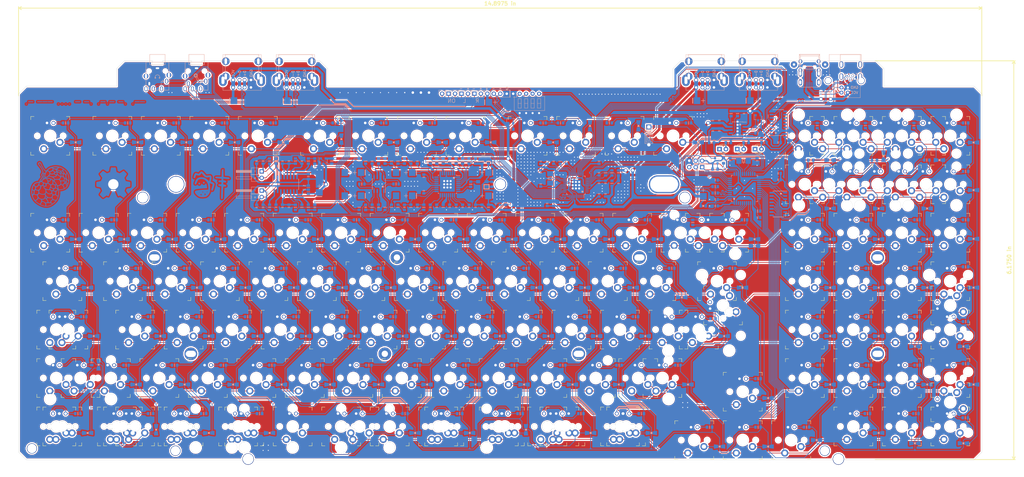
<source format=kicad_pcb>
(kicad_pcb (version 4) (host pcbnew 4.0.6)
  (layers (0 F.Cu signal) (31 B.Cu signal) (34 B.Paste user) (35 F.Paste user) (36 B.SilkS user) (37 F.SilkS user) (38 B.Mask user) (39 F.Mask user) (44 Edge.Cuts user))
  (net 0 "")
  (net 1 Earth)
  (net 2 "Net-(C3-Pad1)")
  (net 3 /KBVCC)
  (net 4 /V33)
  (net 5 /DC5V)
  (net 6 /V18)
  (net 7 /XRSTJ)
  (net 8 /USBVCC)
  (net 9 "Net-(DOWN2-Pad5)")
  (net 10 "Net-(DOWN5-Pad5)")
  (net 11 "Net-(DOWN6-Pad5)")
  (net 12 /HUBVCC)
  (net 13 /LEDN)
  (net 14 "Net-(LED1-Pad2)")
  (net 15 /LEDC)
  (net 16 "Net-(LED2-Pad2)")
  (net 17 /LEDS)
  (net 18 "Net-(LED3-Pad2)")
  (net 19 /DRV)
  (net 20 "Net-(LED5-Pad1)")
  (net 21 "Net-(LED6-Pad1)")
  (net 22 /KBBL)
  (net 23 /LED+)
  (net 24 "Net-(R3-Pad2)")
  (net 25 /KBRST)
  (net 26 /REXT)
  (net 27 /VBUSM)
  (net 28 /LED2)
  (net 29 /LED1)
  (net 30 /LED3)
  (net 31 /LED4)
  (net 32 /LED7)
  (net 33 /LED6)
  (net 34 /LED5)
  (net 35 /USBD+)
  (net 36 /USBD-)
  (net 37 /HUBUSBD-)
  (net 38 /HUBUSBD+)
  (net 39 /TESTJ)
  (net 40 "Net-(USB1-Pad4)")
  (net 41 "Net-(USB1-Pad6)")
  (net 42 "Net-(C29-Pad1)")
  (net 43 "Net-(C32-Pad1)")
  (net 44 "Net-(C33-Pad1)")
  (net 45 "Net-(C34-Pad1)")
  (net 46 "Net-(C35-Pad1)")
  (net 47 "Net-(C36-Pad1)")
  (net 48 "Net-(C37-Pad1)")
  (net 49 "Net-(C38-Pad1)")
  (net 50 "Net-(C39-Pad2)")
  (net 51 "Net-(C40-Pad1)")
  (net 52 "Net-(C41-Pad1)")
  (net 53 "Net-(C42-Pad1)")
  (net 54 "Net-(C43-Pad1)")
  (net 55 "Net-(C46-Pad1)")
  (net 56 "Net-(C47-Pad2)")
  (net 57 "Net-(C48-Pad2)")
  (net 58 "Net-(C49-Pad1)")
  (net 59 "Net-(C54-Pad1)")
  (net 60 "Net-(C55-Pad1)")
  (net 61 /PAINL)
  (net 62 "Net-(C56-Pad1)")
  (net 63 /PAINR)
  (net 64 "Net-(C57-Pad1)")
  (net 65 "Net-(FB1-Pad2)")
  (net 66 "Net-(FB2-Pad2)")
  (net 67 "Net-(FB3-Pad2)")
  (net 68 "Net-(FB4-Pad2)")
  (net 69 /SCREC)
  (net 70 /SCPLAY)
  (net 71 /SCDGND)
  (net 72 "Net-(R26-Pad2)")
  (net 73 "Net-(R27-Pad2)")
  (net 74 /PAMODE)
  (net 75 "Net-(U2-Pad42)")
  (net 76 "Net-(U3-Pad7)")
  (net 77 "Net-(U4-Pad44)")
  (net 78 "Net-(U5-Pad14)")
  (net 79 "Net-(U5-Pad29)")
  (net 80 "Net-(U5-Pad30)")
  (net 81 /PASHDN)
  (net 82 "Net-(KBD1-Pad1)")
  (net 83 "Net-(KBD2-Pad1)")
  (net 84 "Net-(KBD3-Pad1)")
  (net 85 "Net-(KBD4-Pad1)")
  (net 86 "Net-(KBD5-Pad1)")
  (net 87 "Net-(KBD6-Pad1)")
  (net 88 "Net-(KBD7-Pad1)")
  (net 89 "Net-(KBD8-Pad1)")
  (net 90 "Net-(KBD9-Pad1)")
  (net 91 "Net-(KBD10-Pad1)")
  (net 92 "Net-(KBD11-Pad1)")
  (net 93 "Net-(KBD12-Pad1)")
  (net 94 "Net-(KBD13-Pad1)")
  (net 95 "Net-(KBD14-Pad1)")
  (net 96 "Net-(KBD15-Pad1)")
  (net 97 "Net-(KBD16-Pad1)")
  (net 98 "Net-(KBD17-Pad1)")
  (net 99 "Net-(KBR1-Pad1)")
  (net 100 "Net-(KBR2-Pad1)")
  (net 101 "Net-(KBR3-Pad1)")
  (net 102 "Net-(KBR4-Pad1)")
  (net 103 "Net-(KBR5-Pad1)")
  (net 104 "Net-(KBR6-Pad1)")
  (net 105 "Net-(KBR7-Pad1)")
  (net 106 "Net-(KBR8-Pad1)")
  (net 107 "Net-(KBR9-Pad1)")
  (net 108 "Net-(KBR10-Pad1)")
  (net 109 "Net-(KBR11-Pad1)")
  (net 110 "Net-(KBR12-Pad1)")
  (net 111 "Net-(KBR13-Pad1)")
  (net 112 "Net-(KBR14-Pad1)")
  (net 113 "Net-(KBR15-Pad1)")
  (net 114 "Net-(KBR16-Pad1)")
  (net 115 "Net-(KBR17-Pad1)")
  (net 116 /HUBX+)
  (net 117 /HUBX-)
  (net 118 /DOWN4+)
  (net 119 /DOWN4-)
  (net 120 /DOWN7-)
  (net 121 /DOWN7+)
  (net 122 /3TO8IO1)
  (net 123 /3TO8IO2)
  (net 124 /3TO8IO3)
  (net 125 /KBX+)
  (net 126 /KBX-)
  (net 127 /SCX+)
  (net 128 /SCX-)
  (net 129 /DOWN3-)
  (net 130 /DOWN3+)
  (net 131 /DOWN2-)
  (net 132 /DOWN2+)
  (net 133 /DOWN1-)
  (net 134 /DOWN1+)
  (net 135 /DOWN5-)
  (net 136 /DOWN5+)
  (net 137 /DOWN6-)
  (net 138 /DOWN6+)
  (net 139 /KD+)
  (net 140 /KD-)
  (net 141 "Net-(KBD18-Pad1)")
  (net 142 "Net-(KBD19-Pad1)")
  (net 143 "Net-(KBD20-Pad1)")
  (net 144 "Net-(KBD21-Pad1)")
  (net 145 "Net-(KBD22-Pad1)")
  (net 146 "Net-(KBD23-Pad1)")
  (net 147 "Net-(KBD24-Pad1)")
  (net 148 "Net-(KBD25-Pad1)")
  (net 149 "Net-(KBD26-Pad1)")
  (net 150 "Net-(KBD27-Pad1)")
  (net 151 "Net-(KBD28-Pad1)")
  (net 152 "Net-(KBD29-Pad1)")
  (net 153 "Net-(KBD30-Pad1)")
  (net 154 "Net-(KBD31-Pad1)")
  (net 155 "Net-(KBD32-Pad1)")
  (net 156 "Net-(KBD33-Pad1)")
  (net 157 "Net-(KBD34-Pad1)")
  (net 158 "Net-(KBD35-Pad1)")
  (net 159 "Net-(KBD36-Pad1)")
  (net 160 "Net-(KBD37-Pad1)")
  (net 161 "Net-(KBD38-Pad1)")
  (net 162 "Net-(KBD39-Pad1)")
  (net 163 "Net-(KBD40-Pad1)")
  (net 164 "Net-(KBD41-Pad1)")
  (net 165 "Net-(KBD42-Pad1)")
  (net 166 "Net-(KBD43-Pad1)")
  (net 167 "Net-(KBD45-Pad1)")
  (net 168 "Net-(KBD46-Pad1)")
  (net 169 "Net-(KBD47-Pad1)")
  (net 170 "Net-(KBD48-Pad1)")
  (net 171 "Net-(KBD49-Pad1)")
  (net 172 "Net-(KBD50-Pad1)")
  (net 173 "Net-(KBD51-Pad1)")
  (net 174 "Net-(KBD52-Pad1)")
  (net 175 "Net-(KBD53-Pad1)")
  (net 176 "Net-(KBD54-Pad1)")
  (net 177 "Net-(KBD55-Pad1)")
  (net 178 "Net-(KBD56-Pad1)")
  (net 179 "Net-(KBD57-Pad1)")
  (net 180 "Net-(KBD58-Pad1)")
  (net 181 "Net-(KBD59-Pad1)")
  (net 182 "Net-(KBD60-Pad1)")
  (net 183 "Net-(KBD61-Pad1)")
  (net 184 "Net-(KBD62-Pad1)")
  (net 185 "Net-(KBD63-Pad1)")
  (net 186 "Net-(KBD64-Pad1)")
  (net 187 "Net-(KBD65-Pad1)")
  (net 188 "Net-(KBD66-Pad1)")
  (net 189 "Net-(KBD67-Pad1)")
  (net 190 "Net-(KBD68-Pad1)")
  (net 191 "Net-(KBD69-Pad1)")
  (net 192 "Net-(KBD70-Pad1)")
  (net 193 "Net-(KBD71-Pad1)")
  (net 194 "Net-(KBD72-Pad1)")
  (net 195 "Net-(KBD73-Pad1)")
  (net 196 "Net-(KBD74-Pad1)")
  (net 197 "Net-(KBD75-Pad1)")
  (net 198 "Net-(KBD76-Pad1)")
  (net 199 "Net-(KBD77-Pad1)")
  (net 200 "Net-(KBD78-Pad1)")
  (net 201 "Net-(KBD79-Pad1)")
  (net 202 "Net-(KBD80-Pad1)")
  (net 203 "Net-(KBD81-Pad1)")
  (net 204 "Net-(KBD82-Pad1)")
  (net 205 "Net-(KBD83-Pad1)")
  (net 206 "Net-(KBD84-Pad1)")
  (net 207 "Net-(KBD85-Pad1)")
  (net 208 "Net-(KBD86-Pad1)")
  (net 209 "Net-(KBD87-Pad1)")
  (net 210 "Net-(KBD88-Pad1)")
  (net 211 "Net-(KBD89-Pad1)")
  (net 212 "Net-(KBD90-Pad1)")
  (net 213 "Net-(KBD91-Pad1)")
  (net 214 "Net-(KBD92-Pad1)")
  (net 215 "Net-(KBD93-Pad1)")
  (net 216 "Net-(KBD94-Pad1)")
  (net 217 "Net-(KBD95-Pad1)")
  (net 218 "Net-(KBD96-Pad1)")
  (net 219 "Net-(KBD97-Pad1)")
  (net 220 "Net-(KBD98-Pad1)")
  (net 221 "Net-(KBD99-Pad1)")
  (net 222 "Net-(KBD100-Pad1)")
  (net 223 "Net-(KBD101-Pad1)")
  (net 224 "Net-(KBD102-Pad1)")
  (net 225 "Net-(KBD103-Pad1)")
  (net 226 "Net-(KBD104-Pad1)")
  (net 227 "Net-(KBD105-Pad1)")
  (net 228 "Net-(KBD106-Pad1)")
  (net 229 "Net-(KBD107-Pad1)")
  (net 230 "Net-(KBD108-Pad1)")
  (net 231 "Net-(KBR18-Pad1)")
  (net 232 "Net-(KBR19-Pad1)")
  (net 233 "Net-(KBR20-Pad1)")
  (net 234 "Net-(KBR21-Pad1)")
  (net 235 "Net-(KBR22-Pad1)")
  (net 236 "Net-(KBR23-Pad1)")
  (net 237 "Net-(KBR24-Pad1)")
  (net 238 "Net-(KBR25-Pad1)")
  (net 239 "Net-(KBR26-Pad1)")
  (net 240 "Net-(KBR27-Pad1)")
  (net 241 "Net-(KBR28-Pad1)")
  (net 242 "Net-(KBR29-Pad1)")
  (net 243 "Net-(KBR30-Pad1)")
  (net 244 "Net-(KBR31-Pad1)")
  (net 245 "Net-(KBR32-Pad1)")
  (net 246 "Net-(KBR33-Pad1)")
  (net 247 "Net-(KBR34-Pad1)")
  (net 248 "Net-(KBR35-Pad1)")
  (net 249 "Net-(KBR36-Pad1)")
  (net 250 "Net-(KBR37-Pad1)")
  (net 251 "Net-(KBR38-Pad1)")
  (net 252 "Net-(KBR39-Pad1)")
  (net 253 "Net-(KBR40-Pad1)")
  (net 254 "Net-(KBR41-Pad1)")
  (net 255 "Net-(KBR42-Pad1)")
  (net 256 "Net-(KBR43-Pad1)")
  (net 257 "Net-(KBR45-Pad1)")
  (net 258 "Net-(KBR46-Pad1)")
  (net 259 "Net-(KBR47-Pad1)")
  (net 260 "Net-(KBR48-Pad1)")
  (net 261 "Net-(KBR49-Pad1)")
  (net 262 "Net-(KBR50-Pad1)")
  (net 263 "Net-(KBR51-Pad1)")
  (net 264 "Net-(KBR52-Pad1)")
  (net 265 "Net-(KBR53-Pad1)")
  (net 266 "Net-(KBR54-Pad1)")
  (net 267 "Net-(KBR55-Pad1)")
  (net 268 "Net-(KBR56-Pad1)")
  (net 269 "Net-(KBR57-Pad1)")
  (net 270 "Net-(KBR58-Pad1)")
  (net 271 "Net-(KBR59-Pad1)")
  (net 272 "Net-(KBR60-Pad1)")
  (net 273 "Net-(KBR61-Pad1)")
  (net 274 "Net-(KBR62-Pad1)")
  (net 275 "Net-(KBR63-Pad1)")
  (net 276 "Net-(KBR64-Pad1)")
  (net 277 "Net-(KBR65-Pad1)")
  (net 278 "Net-(KBR66-Pad1)")
  (net 279 "Net-(KBR67-Pad1)")
  (net 280 "Net-(KBR68-Pad1)")
  (net 281 "Net-(KBR69-Pad1)")
  (net 282 "Net-(KBR70-Pad1)")
  (net 283 "Net-(KBR71-Pad1)")
  (net 284 "Net-(KBR72-Pad1)")
  (net 285 "Net-(KBR73-Pad1)")
  (net 286 "Net-(KBR74-Pad1)")
  (net 287 "Net-(KBR75-Pad1)")
  (net 288 "Net-(KBR76-Pad1)")
  (net 289 "Net-(KBR77-Pad1)")
  (net 290 "Net-(KBR78-Pad1)")
  (net 291 "Net-(KBR79-Pad1)")
  (net 292 "Net-(KBR80-Pad1)")
  (net 293 "Net-(KBR81-Pad1)")
  (net 294 "Net-(KBR82-Pad1)")
  (net 295 "Net-(KBR83-Pad1)")
  (net 296 "Net-(KBR84-Pad1)")
  (net 297 "Net-(KBR85-Pad1)")
  (net 298 "Net-(KBR86-Pad1)")
  (net 299 "Net-(KBR87-Pad1)")
  (net 300 "Net-(KBR88-Pad1)")
  (net 301 "Net-(KBR89-Pad1)")
  (net 302 "Net-(KBR90-Pad1)")
  (net 303 "Net-(KBR91-Pad1)")
  (net 304 "Net-(KBR92-Pad1)")
  (net 305 "Net-(KBR93-Pad1)")
  (net 306 "Net-(KBR94-Pad1)")
  (net 307 "Net-(KBR95-Pad1)")
  (net 308 "Net-(KBR96-Pad1)")
  (net 309 "Net-(KBR97-Pad1)")
  (net 310 "Net-(KBR98-Pad1)")
  (net 311 "Net-(KBR99-Pad1)")
  (net 312 "Net-(KBR100-Pad1)")
  (net 313 "Net-(KBR101-Pad1)")
  (net 314 "Net-(KBR102-Pad1)")
  (net 315 "Net-(KBR103-Pad1)")
  (net 316 "Net-(KBR104-Pad1)")
  (net 317 "Net-(KBR105-Pad1)")
  (net 318 "Net-(KBR106-Pad1)")
  (net 319 "Net-(KBR107-Pad1)")
  (net 320 "Net-(KBR108-Pad1)")
  (net 321 /COL1)
  (net 322 /COL2)
  (net 323 /COL3)
  (net 324 /COL4)
  (net 325 /COL5)
  (net 326 /COL6)
  (net 327 /COL7)
  (net 328 /COL8)
  (net 329 /COL9)
  (net 330 /COL10)
  (net 331 /COL11)
  (net 332 /COL12)
  (net 333 /COL13)
  (net 334 /COL15)
  (net 335 /COL16)
  (net 336 /COL17)
  (net 337 /COL18)
  (net 338 /COL14)
  (net 339 /ROW1)
  (net 340 /ROW3)
  (net 341 /ROW2)
  (net 342 /ROW5)
  (net 343 /ROW6)
  (net 344 /ROW7)
  (net 345 /ROW4)
  (net 346 /SCD-)
  (net 347 /SCD+)
  (net 348 "Net-(HOLE10-Pad0)")
  (net 349 "Net-(HOLE11-Pad0)")
  (net 350 "Net-(HOLE2-Pad0)")
  (net 351 "Net-(HOLE6-Pad0)")
  (net 352 "Net-(HOLE7-Pad0)")
  (net 353 "Net-(HOLE8-Pad0)")
  (net 354 "Net-(HOLE9-Pad0)")
  (net 355 "Net-(DOWN2_2-Pad5)")
  (net 356 "Net-(DOWN5_2-Pad5)")
  (net 357 "Net-(DOWN6_2-Pad5)")
  (net 358 /MICVIN)
  (net 359 "Net-(HEADPHONE1-PadL2)")
  (net 360 "Net-(MICROPHONE1-PadL2)")
  (net 361 /MICMBIAS)
  (net 362 /SCVCC2)
  (net 363 "Net-(C60-Pad1)")
  (net 364 "Net-(C61-Pad2)")
  (net 365 "Net-(C62-Pad2)")
  (net 366 "Net-(C63-Pad2)")
  (net 367 "Net-(C64-Pad1)")
  (net 368 "Net-(C66-Pad1)")
  (net 369 "Net-(C67-Pad1)")
  (net 370 "Net-(R31-Pad1)")
  (net 371 "Net-(R32-Pad1)")
  (net 372 /SCOUTL)
  (net 373 /SCOUTR)
  (net 374 "Net-(R39-Pad1)")
  (net 375 "Net-(R40-Pad1)")
  (net 376 "Net-(HOLE3-Pad0)")
  (net 377 "Net-(HOLE4-Pad0)")
  (net 378 "Net-(HOLE5-Pad0)")
  (net 379 "Net-(USB2-Pad5)")
  (net 380 "Net-(HOLE1_2-Pad0)")
  (net 381 /EN1)
  (net 382 /EN2)
  (net 383 "Net-(R45-Pad2)")
  (net 384 "Net-(R46-Pad1)")
  (net 385 "Net-(DOWN3-Pad5)")
  (net 386 "Net-(DOWN3_2-Pad5)")
  (net 387 /DOWN1_DC5V)
  (net 388 /PAMUTE)
  (net 389 "Net-(USB4-Pad4)")
  (net 390 "Net-(USB3-Pad6)")
  (net 391 "Net-(USB3-Pad4)")
  (net 392 "Net-(USB4-Pad6)")
  (net 393 /DOWN_1_ON)
  (net 394 /PA_ON)
  (net 395 /SC_ON)
  (net 396 /SCVCC)
  (net 397 "Net-(KBD44-Pad1)")
  (net 398 "Net-(KBR44-Pad1)")
  (net 399 "Net-(U1-Pad9)")
  (net 400 "Net-(U1-Pad10)")
  (net 401 "Net-(U1-Pad11)")
  (net 402 "Net-(U1-Pad12)")
  (net 403 "Net-(U1-Pad13)")
  (net 404 "Net-(U1-Pad14)")
  (net 405 "Net-(C70-Pad1)")
  (net 406 "Net-(J2-Pad1)")
  (net 407 "Net-(J2-Pad2)")
  (net 408 "Net-(Y4-Pad1)")
  (net 409 "Net-(R48-Pad2)")
  (module 1800:R_0805 (layer B.Cu) (at 208.2165 160.521742 90)
    (fp_text reference REF** hide)
    (fp_text value R_0805 hide)
    (pad 1 smd rect (at -1 0 90) (size 1 1.25) (layers B.Cu B.Paste B.Mask) (net 408 "Net-(Y4-Pad1)"))
    (pad 2 smd rect (at 1 0 90) (size 1 1.25) (layers B.Cu B.Paste B.Mask) (net 362 /SCVCC2))
  )
  (module 1800:R_0805 (layer B.Cu) (at 204.343 151.384 90)
    (fp_text reference R24 hide)
    (fp_text value 0R)
    (pad 1 smd rect (at -1 0 90) (size 1 1.25) (layers B.Cu B.Paste B.Mask) (net 71 /SCDGND))
    (pad 2 smd rect (at 1 0 90) (size 1 1.25) (layers B.Cu B.Paste B.Mask) (net 1 Earth))
  )
  (module Wire_Pads:SolderWirePad_single_1mmDrill (layer B.Cu) (at 322.453 142.113 180)
    (fp_text reference REF** hide)
    (fp_text value SolderWirePad_single_1mmDrill hide)
    (pad 1 smd rect (at -1.0058 0.127 180) (size 1.5 0.6) (layers B.Cu B.Paste B.Mask) (net 3 /KBVCC))
  )
  (module 1800:Tantalum_D_7343 (layer B.Cu) (at 110.077 127.635)
    (fp_text reference C24 hide)
    (fp_text value 100uF)
    (pad 1 smd rect (at -3.175 0) (size 2.55 2.7) (layers B.Cu B.Paste B.Mask) (net 5 /DC5V))
    (pad 2 smd rect (at 3.175 0) (size 2.55 2.7) (layers B.Cu B.Paste B.Mask) (net 1 Earth))
  )
  (module 1800:MX1-X-led (layer F.Cu) (at 178.783339 141.471676)
    (fp_text reference MX_F7_1 hide)
    (fp_text value CherryMX)
    (pad 2 thru_hole circle (at -2.54 5.08) (size 2.794 2.794) (drill 1.651) (layers *.Cu *.Mask) (net 339 /ROW1))
    (pad 1 thru_hole circle (at 3.81 2.54) (size 2.794 2.794) (drill 1.651) (layers *.Cu *.Mask) (net 89 "Net-(KBD8-Pad1)"))
    (pad 3 thru_hole circle (at 1.27 -5.08) (size 1.524 1.524) (drill 1.016) (layers *.Cu *.Mask) (net 106 "Net-(KBR8-Pad1)"))
    (pad 4 thru_hole rect (at -1.27 -5.08) (size 1.524 1.524) (drill 1.016) (layers *.Cu *.Mask) (net 1 Earth))
    (pad "" np_thru_hole circle (at 0 0) (size 3.9878 3.9878) (drill 3.9878) (layers *.Cu))
    (pad "" np_thru_hole circle (at 5.08 0) (size 1.7018 1.7018) (drill 1.7018) (layers *.Cu))
    (pad "" np_thru_hole circle (at -5.08 0) (size 1.7018 1.7018) (drill 1.7018) (layers *.Cu))
  )
  (module 1800:MX_FRAME_6X (layer F.Cu) (at 168.067969 255.770726)
    (fp_text reference MX_FRAME_SPC_4 hide)
    (fp_text value MX_FRAME_HOLE)
    (pad "" np_thru_hole circle (at 38.176 -6.985) (size 3.048 3.048) (drill 3.048) (layers *.Cu))
    (pad "" np_thru_hole circle (at 38.176 8.255) (size 3.9878 3.9878) (drill 3.9878) (layers *.Cu))
    (pad "" np_thru_hole circle (at -56.947 8.255) (size 3.9878 3.9878) (drill 3.9878) (layers *.Cu))
    (pad "" np_thru_hole circle (at -56.947 -6.985) (size 3.048 3.048) (drill 3.048) (layers *.Cu))
  )
  (module 1800:MX_FRAME_7X (layer F.Cu) (at 149.015969 255.770726)
    (fp_text reference MX_FRAME_SPC_6 hide)
    (fp_text value MX_FRAME_HOLE)
    (pad "" np_thru_hole circle (at 57.15 -6.985) (size 3.048 3.048) (drill 3.048) (layers *.Cu))
    (pad "" np_thru_hole circle (at 57.15 8.255) (size 3.9878 3.9878) (drill 3.9878) (layers *.Cu))
    (pad "" np_thru_hole circle (at -57.15 8.255) (size 3.9878 3.9878) (drill 3.9878) (layers *.Cu))
    (pad "" np_thru_hole circle (at -57.15 -6.985) (size 3.048 3.048) (drill 3.048) (layers *.Cu))
  )
  (module 1800:MX_FRAME_6.25X (layer F.Cu) (at 156.160624 255.770726)
    (fp_text reference MX_FRAME_SPC_5 hide)
    (fp_text value MX_FRAME_HOLE)
    (pad "" np_thru_hole circle (at 50.05 -6.985) (size 3.048 3.048) (drill 3.048) (layers *.Cu))
    (pad "" np_thru_hole circle (at 50.05 8.255) (size 3.9878 3.9878) (drill 3.9878) (layers *.Cu))
    (pad "" np_thru_hole circle (at -50.05 8.255) (size 3.9878 3.9878) (drill 3.9878) (layers *.Cu))
    (pad "" np_thru_hole circle (at -50.05 -6.985) (size 3.048 3.048) (drill 3.048) (layers *.Cu))
  )
  (module Wire_Pads:SolderWirePad_single_1mmDrill (layer F.Cu) (at 192.024 161.7345)
    (fp_text reference REF** hide)
    (fp_text value SolderWirePad_single_1mmDrill)
    (pad 1 thru_hole circle (at 0 0.057242) (size 1 1) (drill 0.8) (layers *.Cu) (net 1 Earth))
  )
  (module Wire_Pads:SolderWirePad_single_1mmDrill (layer F.Cu) (at 190.754 161.798)
    (fp_text reference REF** hide)
    (fp_text value SolderWirePad_single_1mmDrill)
    (pad 1 thru_hole circle (at 0 -0.006258) (size 1 1) (drill 0.8) (layers *.Cu) (net 1 Earth))
  )
  (module Wire_Pads:SolderWirePad_single_1mmDrill (layer F.Cu) (at 189.8015 161.7345)
    (fp_text reference REF** hide)
    (fp_text value SolderWirePad_single_1mmDrill)
    (pad 1 thru_hole circle (at -0.3175 0.057242) (size 1 1) (drill 0.8) (layers *.Cu) (net 1 Earth))
  )
  (module Wire_Pads:SolderWirePad_single_1mmDrill (layer F.Cu) (at 189.484 160.528)
    (fp_text reference REF** hide)
    (fp_text value SolderWirePad_single_1mmDrill)
    (pad 1 thru_hole circle (at 0 -0.006258) (size 1 1) (drill 0.8) (layers *.Cu) (net 1 Earth))
  )
  (module Wire_Pads:SolderWirePad_single_1mmDrill (layer F.Cu) (at 190.754 160.4965)
    (fp_text reference REF** hide)
    (fp_text value SolderWirePad_single_1mmDrill)
    (pad 1 thru_hole circle (at 0 0.025242) (size 1 1) (drill 0.8) (layers *.Cu) (net 1 Earth))
  )
  (module Wire_Pads:SolderWirePad_single_1mmDrill (layer F.Cu) (at 192.024 160.4645)
    (fp_text reference REF** hide)
    (fp_text value SolderWirePad_single_1mmDrill)
    (pad 1 thru_hole circle (at 0 0.057242) (size 1 1) (drill 0.8) (layers *.Cu) (net 1 Earth))
  )
  (module Wire_Pads:SolderWirePad_single_1mmDrill (layer F.Cu) (at 192.024 159.2265)
    (fp_text reference REF** hide)
    (fp_text value SolderWirePad_single_1mmDrill)
    (pad 1 thru_hole circle (at 0 0.025242) (size 1 1) (drill 0.8) (layers *.Cu) (net 1 Earth))
  )
  (module Wire_Pads:SolderWirePad_single_1mmDrill (layer F.Cu) (at 190.754 159.2265)
    (fp_text reference REF** hide)
    (fp_text value SolderWirePad_single_1mmDrill)
    (pad 1 thru_hole circle (at 0 0.025242) (size 1 1) (drill 0.8) (layers *.Cu) (net 1 Earth))
  )
  (module Wire_Pads:SolderWirePad_single_1mmDrill (layer F.Cu) (at 189.484 159.251742)
    (fp_text reference REF** hide)
    (fp_text value SolderWirePad_single_1mmDrill)
    (pad 1 thru_hole circle (at 0 0) (size 1 1) (drill 0.8) (layers *.Cu) (net 1 Earth))
  )
  (module 1800:R_0805 (layer B.Cu) (at 394.335 155.441676)
    (fp_text reference KBR22 hide)
    (fp_text value 330R)
    (pad 1 smd rect (at -1 0) (size 1 1.25) (layers B.Cu B.Paste B.Mask) (net 235 "Net-(KBR22-Pad1)"))
    (pad 2 smd rect (at 1 0) (size 1 1.25) (layers B.Cu B.Paste B.Mask) (net 23 /LED+))
  )
  (module Pin_Headers:Pin_Header_Straight_1x04_Pitch2.54mm (layer B.Cu) (at 206.445489 124.9045 270)
    (fp_text reference DOWN1 hide)
    (fp_text value CONN_01X04 hide)
    (pad 1 thru_hole circle (at 0 0 270) (size 1.7 1.7) (drill 1) (layers *.Cu *.Mask) (net 387 /DOWN1_DC5V))
    (pad 2 thru_hole oval (at 0 -2.54 270) (size 1.7 1.7) (drill 1) (layers *.Cu *.Mask) (net 133 /DOWN1-))
    (pad 3 thru_hole oval (at 0 -5.08 270) (size 1.7 1.7) (drill 1) (layers *.Cu *.Mask) (net 134 /DOWN1+))
    (pad 4 thru_hole oval (at 0 -7.62 270) (size 1.7 1.7) (drill 1) (layers *.Cu *.Mask) (net 1 Earth))
  )
  (module 1800:C_0805 (layer B.Cu) (at 250.317 156.0195 90)
    (fp_text reference C12 hide)
    (fp_text value 0.1uF)
    (pad 1 smd rect (at -1 0 90) (size 1 1.25) (layers B.Cu B.Paste B.Mask) (net 7 /XRSTJ))
    (pad 2 smd rect (at 1 0 90) (size 1 1.25) (layers B.Cu B.Paste B.Mask) (net 1 Earth))
  )
  (module 1800:LED_D3.0mm (layer F.Cu) (at 298.909339 146.678676)
    (fp_text reference LED1 hide)
    (fp_text value LED)
    (pad 1 thru_hole rect (at -1.27 0) (size 1.8 1.8) (drill 0.9) (layers *.Cu *.Mask) (net 13 /LEDN))
    (pad 2 thru_hole circle (at 1.27 0) (size 1.8 1.8) (drill 0.9) (layers *.Cu *.Mask) (net 14 "Net-(LED1-Pad2)"))
  )
  (module 1800:LED_D3.0mm (layer F.Cu) (at 305.894339 146.678676)
    (fp_text reference LED2 hide)
    (fp_text value LED)
    (pad 1 thru_hole rect (at -1.27 0) (size 1.8 1.8) (drill 0.9) (layers *.Cu *.Mask) (net 15 /LEDC))
    (pad 2 thru_hole circle (at 1.27 0) (size 1.8 1.8) (drill 0.9) (layers *.Cu *.Mask) (net 16 "Net-(LED2-Pad2)"))
  )
  (module 1800:LED_D3.0mm (layer F.Cu) (at 312.879339 146.678676)
    (fp_text reference LED3 hide)
    (fp_text value LED)
    (pad 1 thru_hole rect (at -1.27 0) (size 1.8 1.8) (drill 0.9) (layers *.Cu *.Mask) (net 17 /LEDS))
    (pad 2 thru_hole circle (at 1.27 0) (size 1.8 1.8) (drill 0.9) (layers *.Cu *.Mask) (net 18 "Net-(LED3-Pad2)"))
  )
  (module 1800:OSHW-Symbol_13.4x12mm_Copper (layer B.Cu) (at 59.53 159.895 180)
    (fp_text reference HOLE1 hide)
    (fp_text value HOLE hide)
    (fp_poly (pts (xy 1.119803 5.09936) (xy 1.288676 4.203573) (xy 1.911796 3.946702) (xy 2.534916 3.689832) (xy 3.282453 4.198151) (xy 3.491802 4.339684) (xy 3.681043 4.466055) (xy 3.841343 4.571493) (xy 3.963874 4.65023) (xy 4.039802 4.696495) (xy 4.06048 4.706471) (xy 4.097731 4.680814) (xy 4.177332 4.609885) (xy 4.290361 4.502743) (xy 4.427895 4.36845) (xy 4.581012 4.216066) (xy 4.740789 4.054653) (xy 4.898305 3.89327) (xy 5.044637 3.740978) (xy 5.170863 3.606838) (xy 5.26806 3.499911) (xy 5.327307 3.429258) (xy 5.341471 3.405612) (xy 5.321087 3.362021) (xy 5.263941 3.266519) (xy 5.176041 3.12845) (xy 5.063396 2.957155) (xy 4.932013 2.761975) (xy 4.855882 2.650648) (xy 4.717118 2.447367) (xy 4.593811 2.263927) (xy 4.491945 2.109458) (xy 4.417501 1.993091) (xy 4.376461 1.923958) (xy 4.370294 1.90943) (xy 4.384274 1.86814) (xy 4.422382 1.771908) (xy 4.478867 1.634266) (xy 4.54798 1.468742) (xy 4.62397 1.288868) (xy 4.701089 1.108172) (xy 4.773585 0.940186) (xy 4.835709 0.79844) (xy 4.881712 0.696463) (xy 4.905843 0.647786) (xy 4.907267 0.64587) (xy 4.945158 0.636575) (xy 5.046069 0.61584) (xy 5.19954 0.585702) (xy 5.395112 0.548199) (xy 5.622325 0.505371) (xy 5.754891 0.480674) (xy 5.997679 0.434447) (xy 6.216974 0.39046) (xy 6.401681 0.351119) (xy 6.540705 0.318831) (xy 6.622952 0.296003) (xy 6.639485 0.28876) (xy 6.655678 0.239739) (xy 6.668744 0.129023) (xy 6.678691 -0.030438) (xy 6.685528 -0.2257) (xy 6.689264 -0.443814) (xy 6.689907 -0.671835) (xy 6.687468 -0.896815) (xy 6.681953 -1.105809) (xy 6.673374 -1.285868) (xy 6.661737 -1.424047) (xy 6.647052 -1.507398) (xy 6.638245 -1.52475) (xy 6.585599 -1.545548) (xy 6.474043 -1.575282) (xy 6.318335 -1.610459) (xy 6.133229 -1.647586) (xy 6.068613 -1.659597) (xy 5.757071 -1.716662) (xy 5.510976 -1.762618) (xy 5.322195 -1.799293) (xy 5.182598 -1.828513) (xy 5.084052 -1.852104) (xy 5.018426 -1.871892) (xy 4.977589 -1.889706) (xy 4.953409 -1.90737) (xy 4.950026 -1.910861) (xy 4.916255 -1.9671) (xy 4.864737 -2.076547) (xy 4.800617 -2.2258) (xy 4.729039 -2.401459) (xy 4.655146 -2.590121) (xy 4.584083 -2.778385) (xy 4.520993 -2.952848) (xy 4.471021 -3.100108) (xy 4.439312 -3.206764) (xy 4.431008 -3.259413) (xy 4.4317 -3.261257) (xy 4.459836 -3.304292) (xy 4.523665 -3.398978) (xy 4.61648 -3.53546) (xy 4.731573 -3.703882) (xy 4.862237 -3.89439) (xy 4.899448 -3.948529) (xy 5.032129 -4.144804) (xy 5.148883 -4.323886) (xy 5.243349 -4.475492) (xy 5.309168 -4.589338) (xy 5.339978 -4.655141) (xy 5.341471 -4.663225) (xy 5.315584 -4.705715) (xy 5.244054 -4.789891) (xy 5.136076 -4.906705) (xy 5.000846 -5.04711) (xy 4.847558 -5.202061) (xy 4.685409 -5.362509) (xy 4.523593 -5.519409) (xy 4.371306 -5.663713) (xy 4.237743 -5.786376) (xy 4.1321 -5.87835) (xy 4.063572 -5.930589) (xy 4.044614 -5.939118) (xy 4.000487 -5.919029) (xy 3.910142 -5.864849) (xy 3.788295 -5.785704) (xy 3.694546 -5.722001) (xy 3.524678 -5.60511) (xy 3.323512 -5.467476) (xy 3.121733 -5.330063) (xy 3.01325 -5.256519) (xy 2.646058 -5.008155) (xy 2.337826 -5.174813) (xy 2.197404 -5.247822) (xy 2.077996 -5.304571) (xy 1.997202 -5.336937) (xy 1.976636 -5.341441) (xy 1.951906 -5.308189) (xy 1.903118 -5.214224) (xy 1.833913 -5.068213) (xy 1.747935 -4.878824) (xy 1.648824 -4.654724) (xy 1.540224 -4.404581) (xy 1.425775 -4.137063) (xy 1.30912 -3.860836) (xy 1.193901 -3.584568) (xy 1.08376 -3.316927) (xy 0.982339 -3.06658) (xy 0.89328 -2.842195) (xy 0.820225 -2.652439) (xy 0.766816 -2.50598) (xy 0.736695 -2.411485) (xy 0.731851 -2.379031) (xy 0.770245 -2.337636) (xy 0.854308 -2.270438) (xy 0.966467 -2.1914) (xy 0.975881 -2.185147) (xy 1.265768 -1.953103) (xy 1.499512 -1.682386) (xy 1.675087 -1.381653) (xy 1.790469 -1.059561) (xy 1.84363 -0.724765) (xy 1.832547 -0.385922) (xy 1.755192 -0.051688) (xy 1.60954 0.269281) (xy 1.566688 0.339505) (xy 1.343802 0.623073) (xy 1.080491 0.850782) (xy 0.785865 1.021449) (xy 0.469041 1.133888) (xy 0.13913 1.186917) (xy -0.194754 1.179349) (xy -0.523497 1.110002) (xy -0.837986 0.977691) (xy -1.129107 0.781232) (xy -1.21916 0.701494) (xy -1.448347 0.451892) (xy -1.615354 0.189132) (xy -1.729915 -0.105399) (xy -1.793719 -0.397075) (xy -1.80947 -0.725012) (xy -1.756949 -1.054577) (xy -1.64149 -1.37463) (xy -1.468429 -1.674032) (xy -1.243101 -1.941643) (xy -0.97084 -2.166325) (xy -0.935058 -2.190008) (xy -0.821698 -2.267568) (xy -0.735522 -2.334768) (xy -0.694323 -2.377675) (xy -0.693724 -2.379031) (xy -0.702569 -2.425446) (xy -0.737631 -2.530786) (xy -0.795267 -2.686388) (xy -0.871834 -2.883584) (xy -0.963686 -3.11371) (xy -1.067183 -3.368101) (xy -1.178679 -3.63809) (xy -1.294532 -3.915012) (xy -1.411097 -4.190201) (xy -1.524733 -4.454993) (xy -1.631794 -4.700721) (xy -1.728638 -4.918721) (xy -1.811621 -5.100326) (xy -1.877099 -5.236871) (xy -1.921431 -5.31969) (xy -1.939283 -5.341441) (xy -1.993834 -5.324504) (xy -2.095905 -5.279077) (xy -2.227895 -5.21328) (xy -2.300474 -5.174813) (xy -2.608705 -5.008155) (xy -2.975897 -5.256519) (xy -3.16334 -5.383754) (xy -3.368557 -5.523773) (xy -3.560867 -5.655612) (xy -3.657193 -5.722001) (xy -3.792673 -5.812976) (xy -3.907393 -5.885071) (xy -3.986388 -5.929154) (xy -4.012046 -5.938473) (xy -4.049391 -5.913334) (xy -4.132042 -5.843154) (xy -4.251985 -5.73522) (xy -4.401209 -5.596818) (xy -4.571699 -5.435235) (xy -4.679526 -5.331488) (xy -4.868172 -5.146135) (xy -5.031205 -4.980351) (xy -5.162032 -4.841227) (xy -5.254065 -4.735856) (xy -5.300713 -4.671329) (xy -5.305188 -4.658234) (xy -5.28442 -4.608425) (xy -5.227031 -4.507713) (xy -5.139387 -4.366295) (xy -5.027854 -4.194367) (xy -4.898797 -4.002124) (xy -4.862096 -3.948529) (xy -4.728368 -3.753733) (xy -4.608393 -3.578353) (xy -4.508879 -3.432243) (xy -4.436533 -3.325258) (xy -4.398064 -3.267255) (xy -4.394347 -3.261257) (xy -4.399905 -3.215032) (xy -4.429407 -3.113398) (xy -4.477709 -2.969758) (xy -4.539667 -2.797514) (xy -4.610137 -2.610066) (xy -4.683975 -2.420818) (xy -4.756037 -2.243171) (xy -4.821178 -2.090527) (xy -4.874255 -1.976288) (xy -4.910123 -1.913856) (xy -4.912673 -1.910861) (xy -4.934606 -1.893019) (xy -4.971652 -1.875374) (xy -5.031941 -1.856101) (xy -5.123604 -1.833374) (xy -5.254774 -1.805364) (xy -5.433582 -1.770247) (xy -5.668158 -1.726195) (xy -5.966635 -1.671382) (xy -6.03126 -1.659597) (xy -6.222794 -1.622591) (xy -6.389769 -1.586389) (xy -6.517432 -1.554485) (xy -6.591024 -1.530372) (xy -6.600892 -1.52475) (xy -6.617153 -1.47491) (xy -6.63037 -1.363532) (xy -6.640536 -1.203563) (xy -6.64764 -1.00795) (xy -6.651674 -0.78964) (xy -6.65263 -0.561579) (xy -6.650498 -0.336714) (xy -6.645269 -0.127991) (xy -6.636935 0.051642) (xy -6.625487 0.189238) (xy -6.610916 0.271852) (xy -6.602132 0.28876) (xy -6.55323 0.305816) (xy -6.441873 0.333564) (xy -6.279156 0.369597) (xy -6.076174 0.411507) (xy -5.844021 0.456889) (xy -5.717538 0.480674) (xy -5.477555 0.525535) (xy -5.263549 0.566175) (xy -5.085978 0.600554) (xy -4.955302 0.626635) (xy -4.881982 0.642379) (xy -4.869915 0.64587) (xy -4.849519 0.685221) (xy -4.806406 0.780007) (xy -4.746321 0.916685) (xy -4.675013 1.081714) (xy -4.598227 1.261553) (xy -4.52171 1.44266) (xy -4.45121 1.611493) (xy -4.392473 1.754512) (xy -4.351246 1.858174) (xy -4.333276 1.908939) (xy -4.332941 1.911158) (xy -4.353313 1.951204) (xy -4.410427 2.043361) (xy -4.498279 2.178467) (xy -4.610867 2.347365) (xy -4.742189 2.540895) (xy -4.818529 2.652059) (xy -4.957636 2.855884) (xy -5.081188 3.040937) (xy -5.183158 3.197854) (xy -5.257517 3.317276) (xy -5.298237 3.38984) (xy -5.304118 3.406107) (xy -5.278837 3.44397) (xy -5.208948 3.524814) (xy -5.103377 3.639581) (xy -4.971052 3.779215) (xy -4.820901 3.934658) (xy -4.661852 4.096854) (xy -4.502833 4.256746) (xy -4.352771 4.405276) (xy -4.220594 4.533387) (xy -4.11523 4.632023) (xy -4.045607 4.692127) (xy -4.022315 4.706471) (xy -3.98439 4.686301) (xy -3.893683 4.629637) (xy -3.759011 4.542247) (xy -3.589195 4.4299) (xy -3.393054 4.298362) (xy -3.2451 4.198151) (xy -2.497564 3.689832) (xy -1.874444 3.946702) (xy -1.251324 4.203573) (xy -0.913576 5.995147) (xy 0.950929 5.995147) (xy 1.119803 5.09936)) (layer B.Cu) (width 0.01))
  )
  (module 1800:Pin_Header_Straight_2x03_Pitch2.54mm (layer B.Cu) (at 290.83 153.797 90)
    (fp_text reference KB_ICSP1 hide)
    (fp_text value AVR-ISP-6)
    (pad 1 thru_hole rect (at 0 0 90) (size 1.7 1.7) (drill 1) (layers *.Cu *.Mask) (net 335 /COL16))
    (pad 2 thru_hole oval (at 2.54 0 90) (size 1.7 1.7) (drill 1) (layers *.Cu *.Mask) (net 3 /KBVCC))
    (pad 3 thru_hole oval (at 0 -2.54 90) (size 1.7 1.7) (drill 1) (layers *.Cu *.Mask) (net 333 /COL13))
    (pad 4 thru_hole oval (at 2.54 -2.54 90) (size 1.7 1.7) (drill 1) (layers *.Cu *.Mask) (net 334 /COL15))
    (pad 5 thru_hole oval (at 0 -5.08 90) (size 1.7 1.7) (drill 1) (layers *.Cu *.Mask) (net 25 /KBRST))
    (pad 6 thru_hole oval (at 2.54 -5.08 90) (size 1.7 1.7) (drill 1) (layers *.Cu *.Mask) (net 1 Earth))
  )
  (module 1800:USB_A_10mm (layer B.Cu) (at 131.06 119.491)
    (fp_text reference DOWN2_2 hide)
    (fp_text value USB_A)
    (fp_text user D+ (at 1.0668 -2.5908 270) (layer B.SilkS) (effects (justify mirror)))
    (fp_text user D- (at -0.9652 -2.5908 270) (layer B.SilkS) (effects (justify mirror)))
    (fp_text user GND (at 3.6068 -2.5908 270) (layer B.SilkS) (effects (justify mirror)))
    (fp_text user VCC (at -3.5052 -2.5908 90) (layer B.SilkS) (effects (justify mirror)))
    (pad 4 thru_hole circle (at 3.5 0 90) (size 1.5 1.5) (drill 1) (layers *.Cu *.Mask) (net 1 Earth))
    (pad 3 thru_hole circle (at 1 0 90) (size 1.5 1.5) (drill 1) (layers *.Cu *.Mask) (net 132 /DOWN2+))
    (pad 2 thru_hole circle (at -1 0 90) (size 1.5 1.5) (drill 1) (layers *.Cu *.Mask) (net 131 /DOWN2-))
    (pad 1 thru_hole circle (at -3.5 0 90) (size 1.5 1.5) (drill 1) (layers *.Cu *.Mask) (net 5 /DC5V))
    (pad 5 thru_hole circle (at 6.4 -1.35 90) (size 3 3) (drill oval 2.3 1) (layers *.Cu *.Mask) (net 355 "Net-(DOWN2_2-Pad5)"))
    (pad 5 thru_hole circle (at -6.4 -1.35 90) (size 3 3) (drill oval 2.3 1) (layers *.Cu *.Mask) (net 355 "Net-(DOWN2_2-Pad5)"))
    (pad 5 thru_hole circle (at 6.4 -7.35 270) (size 3 3) (drill oval 2.3 1) (layers *.Cu *.Mask) (net 355 "Net-(DOWN2_2-Pad5)"))
    (pad 5 thru_hole circle (at -6.4 -7.35 270) (size 3 3) (drill oval 2.3 1) (layers *.Cu *.Mask) (net 355 "Net-(DOWN2_2-Pad5)"))
    (pad 1 smd rect (at -3.5 1.35) (size 1.5 3) (layers B.Cu B.Mask) (net 5 /DC5V))
    (pad 2 smd rect (at -1 1.35) (size 1.2 3) (layers B.Cu B.Mask) (net 131 /DOWN2-))
    (pad 3 smd rect (at 1 1.35) (size 1.2 3) (layers B.Cu B.Mask) (net 132 /DOWN2+))
    (pad 4 smd rect (at 3.5 1.35) (size 1.5 3) (layers B.Cu B.Mask) (net 1 Earth))
  )
  (module 1800:USB_A_10mm (layer B.Cu) (at 291.969 119.491)
    (fp_text reference DOWN5_2 hide)
    (fp_text value USB_A)
    (fp_text user D+ (at 1.0668 -2.5908 270) (layer B.SilkS) (effects (justify mirror)))
    (fp_text user D- (at -0.9652 -2.5908 270) (layer B.SilkS) (effects (justify mirror)))
    (fp_text user GND (at 3.6068 -2.5908 270) (layer B.SilkS) (effects (justify mirror)))
    (fp_text user VCC (at -3.5052 -2.5908 90) (layer B.SilkS) (effects (justify mirror)))
    (pad 4 thru_hole circle (at 3.5 0 90) (size 1.5 1.5) (drill 1) (layers *.Cu *.Mask) (net 1 Earth))
    (pad 3 thru_hole circle (at 1 0 90) (size 1.5 1.5) (drill 1) (layers *.Cu *.Mask) (net 136 /DOWN5+))
    (pad 2 thru_hole circle (at -1 0 90) (size 1.5 1.5) (drill 1) (layers *.Cu *.Mask) (net 135 /DOWN5-))
    (pad 1 thru_hole circle (at -3.5 0 90) (size 1.5 1.5) (drill 1) (layers *.Cu *.Mask) (net 5 /DC5V))
    (pad 5 thru_hole circle (at 6.4 -1.35 90) (size 3 3) (drill oval 2.3 1) (layers *.Cu *.Mask) (net 356 "Net-(DOWN5_2-Pad5)"))
    (pad 5 thru_hole circle (at -6.4 -1.35 90) (size 3 3) (drill oval 2.3 1) (layers *.Cu *.Mask) (net 356 "Net-(DOWN5_2-Pad5)"))
    (pad 5 thru_hole circle (at 6.4 -7.35 270) (size 3 3) (drill oval 2.3 1) (layers *.Cu *.Mask) (net 356 "Net-(DOWN5_2-Pad5)"))
    (pad 5 thru_hole circle (at -6.4 -7.35 270) (size 3 3) (drill oval 2.3 1) (layers *.Cu *.Mask) (net 356 "Net-(DOWN5_2-Pad5)"))
    (pad 1 smd rect (at -3.5 1.35) (size 1.5 3) (layers B.Cu B.Mask) (net 5 /DC5V))
    (pad 2 smd rect (at -1 1.35) (size 1.2 3) (layers B.Cu B.Mask) (net 135 /DOWN5-))
    (pad 3 smd rect (at 1 1.35) (size 1.2 3) (layers B.Cu B.Mask) (net 136 /DOWN5+))
    (pad 4 smd rect (at 3.5 1.35) (size 1.5 3) (layers B.Cu B.Mask) (net 1 Earth))
  )
  (module 1800:USB_A_10mm (layer B.Cu) (at 312.967 119.491)
    (fp_text reference DOWN6_2 hide)
    (fp_text value USB_A)
    (fp_text user D+ (at 1.0668 -2.5908 270) (layer B.SilkS) (effects (justify mirror)))
    (fp_text user D- (at -0.9652 -2.5908 270) (layer B.SilkS) (effects (justify mirror)))
    (fp_text user GND (at 3.6068 -2.5908 270) (layer B.SilkS) (effects (justify mirror)))
    (fp_text user VCC (at -3.5052 -2.5908 90) (layer B.SilkS) (effects (justify mirror)))
    (pad 4 thru_hole circle (at 3.5 0 90) (size 1.5 1.5) (drill 1) (layers *.Cu *.Mask) (net 1 Earth))
    (pad 3 thru_hole circle (at 1 0 90) (size 1.5 1.5) (drill 1) (layers *.Cu *.Mask) (net 138 /DOWN6+))
    (pad 2 thru_hole circle (at -1 0 90) (size 1.5 1.5) (drill 1) (layers *.Cu *.Mask) (net 137 /DOWN6-))
    (pad 1 thru_hole circle (at -3.5 0 90) (size 1.5 1.5) (drill 1) (layers *.Cu *.Mask) (net 5 /DC5V))
    (pad 5 thru_hole circle (at 6.4 -1.35 90) (size 3 3) (drill oval 2.3 1) (layers *.Cu *.Mask) (net 357 "Net-(DOWN6_2-Pad5)"))
    (pad 5 thru_hole circle (at -6.4 -1.35 90) (size 3 3) (drill oval 2.3 1) (layers *.Cu *.Mask) (net 357 "Net-(DOWN6_2-Pad5)"))
    (pad 5 thru_hole circle (at 6.4 -7.35 270) (size 3 3) (drill oval 2.3 1) (layers *.Cu *.Mask) (net 357 "Net-(DOWN6_2-Pad5)"))
    (pad 5 thru_hole circle (at -6.4 -7.35 270) (size 3 3) (drill oval 2.3 1) (layers *.Cu *.Mask) (net 357 "Net-(DOWN6_2-Pad5)"))
    (pad 1 smd rect (at -3.5 1.35) (size 1.5 3) (layers B.Cu B.Mask) (net 5 /DC5V))
    (pad 2 smd rect (at -1 1.35) (size 1.2 3) (layers B.Cu B.Mask) (net 137 /DOWN6-))
    (pad 3 smd rect (at 1 1.35) (size 1.2 3) (layers B.Cu B.Mask) (net 138 /DOWN6+))
    (pad 4 smd rect (at 3.5 1.35) (size 1.5 3) (layers B.Cu B.Mask) (net 1 Earth))
  )
  (module 1800:JUMP3_0805_Hand (layer B.Cu) (at 136.1186 162.6235 270)
    (fp_text reference J1 hide)
    (fp_text value JUMP3 hide)
    (fp_text user "1 2 3" (at 0 1.6256 270) (layer B.SilkS) (effects (font (size 0.8 0.9)) (justify mirror)))
    (pad 1 smd rect (at -1.6 0 270) (size 1 1.3) (layers B.Cu B.Mask) (net 1 Earth))
    (pad 3 smd rect (at 1.6 0 270) (size 1 1.3) (layers B.Cu B.Mask) (net 388 /PAMUTE))
    (pad 2 smd rect (at 0 0 270) (size 1 1.3) (layers B.Cu B.Mask) (net 74 /PAMODE))
  )
  (module Pin_Headers:Pin_Header_Angled_1x02_Pitch2.54mm (layer B.Cu) (at 117.7925 155.448 180)
    (fp_text reference SP1 hide)
    (fp_text value Speaker)
    (pad 1 thru_hole rect (at 0 0 180) (size 1.7 1.7) (drill 1) (layers *.Cu *.Mask) (net 56 "Net-(C47-Pad2)"))
    (pad 2 thru_hole oval (at 0 -2.54 180) (size 1.7 1.7) (drill 1) (layers *.Cu *.Mask) (net 55 "Net-(C46-Pad1)"))
  )
  (module Pin_Headers:Pin_Header_Angled_1x02_Pitch2.54mm (layer B.Cu) (at 117.7925 163.0045 180)
    (fp_text reference SP2 hide)
    (fp_text value Speaker)
    (pad 1 thru_hole rect (at 0 0 180) (size 1.7 1.7) (drill 1) (layers *.Cu *.Mask) (net 58 "Net-(C49-Pad1)"))
    (pad 2 thru_hole oval (at 0 -2.54 180) (size 1.7 1.7) (drill 1) (layers *.Cu *.Mask) (net 57 "Net-(C48-Pad2)"))
  )
  (module 1800:HOLE_4mm (layer F.Cu) (at 71.058375 165.728631)
    (fp_text reference HOLE2 hide)
    (fp_text value HOLE)
    (pad 0 thru_hole circle (at 0 0) (size 4.5 4.5) (drill 4) (layers *.Cu) (net 350 "Net-(HOLE2-Pad0)"))
  )
  (module 1800:HOLE_6mm (layer F.Cu) (at 84.167591 160.521676)
    (fp_text reference HOLE3 hide)
    (fp_text value HOLE)
    (pad 0 thru_hole circle (at 0 0) (size 6.5 6.5) (drill 6) (layers *.Cu) (net 376 "Net-(HOLE3-Pad0)"))
  )
  (module 1800:HOLE_4mm (layer F.Cu) (at 211.558508 160.521742)
    (fp_text reference HOLE4 hide)
    (fp_text value HOLE)
    (pad 0 thru_hole circle (at 0 0) (size 4.5 4.5) (drill 4) (layers *.Cu) (net 377 "Net-(HOLE4-Pad0)"))
  )
  (module 1800:HOLE_6X11MM (layer F.Cu) (at 275.888339 160.521076)
    (fp_text reference HOLE5 hide)
    (fp_text value HOLE)
    (pad 0 thru_hole oval (at 0 0) (size 12 7) (drill oval 11 6) (layers *.Cu) (net 378 "Net-(HOLE5-Pad0)"))
  )
  (module 1800:HOLE_4mm (layer F.Cu) (at 284.037843 165.728819)
    (fp_text reference HOLE6 hide)
    (fp_text value HOLE)
    (pad 0 thru_hole circle (at 0 0) (size 4.5 4.5) (drill 4) (layers *.Cu) (net 351 "Net-(HOLE6-Pad0)"))
  )
  (module 1800:HOLE_4mm (layer F.Cu) (at 344.370339 268.577562)
    (fp_text reference HOLE11 hide)
    (fp_text value HOLE)
    (pad 0 thru_hole circle (at 0 0) (size 4.5 4.5) (drill 4) (layers *.Cu) (net 349 "Net-(HOLE11-Pad0)"))
  )
  (module 1800:HOLE_3.5mm (layer F.Cu) (at 338.991337 265.30915)
    (fp_text reference HOLE7 hide)
    (fp_text value HOLE)
    (pad 0 thru_hole circle (at 0 0) (size 4 4) (drill 3.5) (layers *.Cu) (net 352 "Net-(HOLE7-Pad0)"))
  )
  (module 1800:HOLE_4mm (layer F.Cu) (at 112.471339 268.577562)
    (fp_text reference HOLE10 hide)
    (fp_text value HOLE)
    (pad 0 thru_hole circle (at 0 0) (size 4.5 4.5) (drill 4) (layers *.Cu) (net 348 "Net-(HOLE10-Pad0)"))
  )
  (module 1800:HOLE_3.5mm (layer F.Cu) (at 83.912049 265.30912)
    (fp_text reference HOLE8 hide)
    (fp_text value HOLE)
    (pad 0 thru_hole circle (at 0 0) (size 4 4) (drill 3.5) (layers *.Cu) (net 353 "Net-(HOLE8-Pad0)"))
  )
  (module 1800:HOLE_3.5mm (layer F.Cu) (at 27.521739 264.410988)
    (fp_text reference HOLE9 hide)
    (fp_text value HOLE)
    (pad 0 thru_hole circle (at 0 0) (size 4 4) (drill 3.5) (layers *.Cu) (net 354 "Net-(HOLE9-Pad0)"))
  )
  (module 1800:HOLE_4mm (layer F.Cu) (at 59.514489 160.521734)
    (fp_text reference HOLE1_2 hide)
    (fp_text value HOLE)
    (pad 0 thru_hole circle (at 0 0) (size 4.5 4.5) (drill 4) (layers *.Cu) (net 380 "Net-(HOLE1_2-Pad0)"))
  )
  (module 1800:USB_B (layer B.Cu) (at 346.814 124.461)
    (fp_text reference USB2 hide)
    (fp_text value USB_B)
    (fp_text user GND (at 3.8608 -2.032) (layer B.SilkS) (effects (justify mirror)))
    (fp_text user D+ (at -3.4544 -1.9812) (layer B.SilkS) (effects (justify mirror)))
    (fp_text user D- (at -3.4544 0.0508) (layer B.SilkS) (effects (justify mirror)))
    (fp_text user VCC (at 3.8608 0 180) (layer B.SilkS) (effects (justify mirror)))
    (pad 2 thru_hole circle (at -1.25 0 180) (size 1.52 1.52) (drill 0.81) (layers *.Cu *.Mask) (net 36 /USBD-))
    (pad 1 thru_hole circle (at 1.25 0 180) (size 1.52 1.52) (drill 0.81) (layers *.Cu *.Mask) (net 8 /USBVCC))
    (pad 4 thru_hole circle (at 1.25 -2 180) (size 1.52 1.52) (drill 0.81) (layers *.Cu *.Mask) (net 1 Earth))
    (pad 3 thru_hole circle (at -1.25 -2 180) (size 1.52 1.52) (drill 0.81) (layers *.Cu *.Mask) (net 35 /USBD+))
    (pad 5 thru_hole circle (at -6.5 -4.7 180) (size 2.7 2.7) (drill 2.3) (layers *.Cu *.Mask) (net 379 "Net-(USB2-Pad5)"))
    (pad 5 thru_hole circle (at 6.5 -4.7 180) (size 2.7 2.7) (drill 2.3) (layers *.Cu *.Mask) (net 379 "Net-(USB2-Pad5)"))
  )
  (module 1800:USB_A (layer B.Cu) (at 312.967 122.434)
    (fp_text reference DOWN6 hide)
    (fp_text value USB_A hide)
    (pad 4 thru_hole circle (at 3.5 0 90) (size 1.5 1.5) (drill 1) (layers *.Cu *.Mask) (net 1 Earth))
    (pad 3 thru_hole circle (at 1 0 90) (size 1.5 1.5) (drill 1) (layers *.Cu *.Mask) (net 138 /DOWN6+))
    (pad 2 thru_hole circle (at -1 0 90) (size 1.5 1.5) (drill 1) (layers *.Cu *.Mask) (net 137 /DOWN6-))
    (pad 1 thru_hole circle (at -3.5 0 90) (size 1.5 1.5) (drill 1) (layers *.Cu *.Mask) (net 5 /DC5V))
    (pad 5 thru_hole oval (at 7.5 -2.8 90) (size 4.5 3) (drill oval 3 1.2) (layers *.Cu *.Mask) (net 11 "Net-(DOWN6-Pad5)"))
    (pad 5 thru_hole oval (at -7.5 -2.8 90) (size 4.5 3) (drill oval 3 1.2) (layers *.Cu *.Mask) (net 11 "Net-(DOWN6-Pad5)"))
  )
  (module 1800:USB_A (layer B.Cu) (at 291.969 122.434)
    (fp_text reference DOWN5 hide)
    (fp_text value USB_A hide)
    (pad 4 thru_hole circle (at 3.5 0 90) (size 1.5 1.5) (drill 1) (layers *.Cu *.Mask) (net 1 Earth))
    (pad 3 thru_hole circle (at 1 0 90) (size 1.5 1.5) (drill 1) (layers *.Cu *.Mask) (net 136 /DOWN5+))
    (pad 2 thru_hole circle (at -1 0 90) (size 1.5 1.5) (drill 1) (layers *.Cu *.Mask) (net 135 /DOWN5-))
    (pad 1 thru_hole circle (at -3.5 0 90) (size 1.5 1.5) (drill 1) (layers *.Cu *.Mask) (net 5 /DC5V))
    (pad 5 thru_hole oval (at 7.5 -2.8 90) (size 4.5 3) (drill oval 3 1.2) (layers *.Cu *.Mask) (net 10 "Net-(DOWN5-Pad5)"))
    (pad 5 thru_hole oval (at -7.5 -2.8 90) (size 4.5 3) (drill oval 3 1.2) (layers *.Cu *.Mask) (net 10 "Net-(DOWN5-Pad5)"))
  )
  (module 1800:USB_A (layer B.Cu) (at 131.06 122.434)
    (fp_text reference DOWN2 hide)
    (fp_text value USB_A hide)
    (pad 4 thru_hole circle (at 3.5 0 90) (size 1.5 1.5) (drill 1) (layers *.Cu *.Mask) (net 1 Earth))
    (pad 3 thru_hole circle (at 1 0 90) (size 1.5 1.5) (drill 1) (layers *.Cu *.Mask) (net 132 /DOWN2+))
    (pad 2 thru_hole circle (at -1 0 90) (size 1.5 1.5) (drill 1) (layers *.Cu *.Mask) (net 131 /DOWN2-))
    (pad 1 thru_hole circle (at -3.5 0 90) (size 1.5 1.5) (drill 1) (layers *.Cu *.Mask) (net 5 /DC5V))
    (pad 5 thru_hole oval (at 7.5 -2.8 90) (size 4.5 3) (drill oval 3 1.2) (layers *.Cu *.Mask) (net 9 "Net-(DOWN2-Pad5)"))
    (pad 5 thru_hole oval (at -7.5 -2.8 90) (size 4.5 3) (drill oval 3 1.2) (layers *.Cu *.Mask) (net 9 "Net-(DOWN2-Pad5)"))
  )
  (module 1800:SWITCH-3X6X2.5_SMD+ (layer B.Cu) (at 269.875 141.471676 270)
    (fp_text reference SW2 hide)
    (fp_text value SWITCH hide)
    (pad 1 thru_hole rect (at -3.5 0 270) (size 2 2) (drill 1.3) (layers *.Cu *.Mask) (net 25 /KBRST))
    (pad 2 thru_hole rect (at 3.5 0 270) (size 2 2) (drill 1.3) (layers *.Cu *.Mask) (net 1 Earth))
  )
  (module 1800:SOIC-16_3.9x9.9mm_Pitch1.27mm (layer B.Cu) (at 320.7588 168.275 180)
    (fp_text reference U3 hide)
    (fp_text value 74HC138)
    (pad 1 smd rect (at -2.7 4.445 180) (size 1.5 0.6) (layers B.Cu B.Paste B.Mask) (net 122 /3TO8IO1))
    (pad 2 smd rect (at -2.7 3.175 180) (size 1.5 0.6) (layers B.Cu B.Paste B.Mask) (net 123 /3TO8IO2))
    (pad 3 smd rect (at -2.7 1.905 180) (size 1.5 0.6) (layers B.Cu B.Paste B.Mask) (net 124 /3TO8IO3))
    (pad 4 smd rect (at -2.7 0.635 180) (size 1.5 0.6) (layers B.Cu B.Paste B.Mask) (net 1 Earth))
    (pad 5 smd rect (at -2.7 -0.635 180) (size 1.5 0.6) (layers B.Cu B.Paste B.Mask) (net 1 Earth))
    (pad 6 smd rect (at -2.7 -1.905 180) (size 1.5 0.6) (layers B.Cu B.Paste B.Mask) (net 3 /KBVCC))
    (pad 7 smd rect (at -2.7 -3.175 180) (size 1.5 0.6) (layers B.Cu B.Paste B.Mask) (net 76 "Net-(U3-Pad7)"))
    (pad 8 smd rect (at -2.7 -4.445 180) (size 1.5 0.6) (layers B.Cu B.Paste B.Mask) (net 1 Earth))
    (pad 9 smd rect (at 2.7 -4.445 180) (size 1.5 0.6) (layers B.Cu B.Paste B.Mask) (net 344 /ROW7))
    (pad 10 smd rect (at 2.7 -3.175 180) (size 1.5 0.6) (layers B.Cu B.Paste B.Mask) (net 343 /ROW6))
    (pad 11 smd rect (at 2.7 -1.905 180) (size 1.5 0.6) (layers B.Cu B.Paste B.Mask) (net 342 /ROW5))
    (pad 12 smd rect (at 2.7 -0.635 180) (size 1.5 0.6) (layers B.Cu B.Paste B.Mask) (net 345 /ROW4))
    (pad 13 smd rect (at 2.7 0.635 180) (size 1.5 0.6) (layers B.Cu B.Paste B.Mask) (net 340 /ROW3))
    (pad 14 smd rect (at 2.7 1.905 180) (size 1.5 0.6) (layers B.Cu B.Paste B.Mask) (net 341 /ROW2))
    (pad 15 smd rect (at 2.7 3.175 180) (size 1.5 0.6) (layers B.Cu B.Paste B.Mask) (net 339 /ROW1))
    (pad 16 smd rect (at 2.7 4.445 180) (size 1.5 0.6) (layers B.Cu B.Paste B.Mask) (net 3 /KBVCC))
  )
  (module 1800:SOIC-8_3.9x4.9mm_Pitch1.27mm (layer B.Cu) (at 304.7365 138.557 180)
    (fp_text reference U8 hide)
    (fp_text value TPS2062)
    (pad 1 smd rect (at -2.7 1.905 180) (size 1.55 0.6) (layers B.Cu B.Paste B.Mask) (net 1 Earth))
    (pad 2 smd rect (at -2.7 0.635 180) (size 1.55 0.6) (layers B.Cu B.Paste B.Mask) (net 8 /USBVCC))
    (pad 3 smd rect (at -2.7 -0.635 180) (size 1.55 0.6) (layers B.Cu B.Paste B.Mask) (net 381 /EN1))
    (pad 4 smd rect (at -2.7 -1.905 180) (size 1.55 0.6) (layers B.Cu B.Paste B.Mask) (net 382 /EN2))
    (pad 5 smd rect (at 2.7 -1.905 180) (size 1.55 0.6) (layers B.Cu B.Paste B.Mask) (net 384 "Net-(R46-Pad1)"))
    (pad 6 smd rect (at 2.7 -0.635 180) (size 1.55 0.6) (layers B.Cu B.Paste B.Mask) (net 405 "Net-(C70-Pad1)"))
    (pad 7 smd rect (at 2.7 0.635 180) (size 1.55 0.6) (layers B.Cu B.Paste B.Mask) (net 12 /HUBVCC))
    (pad 8 smd rect (at 2.7 1.905 180) (size 1.55 0.6) (layers B.Cu B.Paste B.Mask) (net 383 "Net-(R45-Pad2)"))
  )
  (module 1800:SOIC-16_3.9x9.9mm_Pitch1.27mm (layer B.Cu) (at 127.2286 160.521742 270)
    (fp_text reference U6 hide)
    (fp_text value PAM8406)
    (pad 1 smd rect (at -2.7 4.445 270) (size 1.5 0.6) (layers B.Cu B.Paste B.Mask) (net 66 "Net-(FB2-Pad2)"))
    (pad 2 smd rect (at -2.7 3.175 270) (size 1.5 0.6) (layers B.Cu B.Paste B.Mask) (net 1 Earth))
    (pad 3 smd rect (at -2.7 1.905 270) (size 1.5 0.6) (layers B.Cu B.Paste B.Mask) (net 65 "Net-(FB1-Pad2)"))
    (pad 4 smd rect (at -2.7 0.635 270) (size 1.5 0.6) (layers B.Cu B.Paste B.Mask) (net 388 /PAMUTE))
    (pad 5 smd rect (at -2.7 -0.635 270) (size 1.5 0.6) (layers B.Cu B.Paste B.Mask) (net 388 /PAMUTE))
    (pad 6 smd rect (at -2.7 -1.905 270) (size 1.5 0.6) (layers B.Cu B.Paste B.Mask) (net 59 "Net-(C54-Pad1)"))
    (pad 7 smd rect (at -2.7 -3.175 270) (size 1.5 0.6) (layers B.Cu B.Paste B.Mask) (net 72 "Net-(R26-Pad2)"))
    (pad 8 smd rect (at -2.7 -4.445 270) (size 1.5 0.6) (layers B.Cu B.Paste B.Mask) (net 64 "Net-(C57-Pad1)"))
    (pad 9 smd rect (at 2.7 -4.445 270) (size 1.5 0.6) (layers B.Cu B.Paste B.Mask) (net 74 /PAMODE))
    (pad 10 smd rect (at 2.7 -3.175 270) (size 1.5 0.6) (layers B.Cu B.Paste B.Mask) (net 73 "Net-(R27-Pad2)"))
    (pad 11 smd rect (at 2.7 -1.905 270) (size 1.5 0.6) (layers B.Cu B.Paste B.Mask) (net 375 "Net-(R40-Pad1)"))
    (pad 12 smd rect (at 2.7 -0.635 270) (size 1.5 0.6) (layers B.Cu B.Paste B.Mask) (net 81 /PASHDN))
    (pad 13 smd rect (at 2.7 0.635 270) (size 1.5 0.6) (layers B.Cu B.Paste B.Mask) (net 388 /PAMUTE))
    (pad 14 smd rect (at 2.7 1.905 270) (size 1.5 0.6) (layers B.Cu B.Paste B.Mask) (net 68 "Net-(FB4-Pad2)"))
    (pad 15 smd rect (at 2.7 3.175 270) (size 1.5 0.6) (layers B.Cu B.Paste B.Mask) (net 1 Earth))
    (pad 16 smd rect (at 2.7 4.445 270) (size 1.5 0.6) (layers B.Cu B.Paste B.Mask) (net 67 "Net-(FB3-Pad2)"))
  )
  (module 1800:SOIC-8_3.9x4.9mm_Pitch1.27mm (layer B.Cu) (at 163.83 160.4264 90)
    (fp_text reference U7 hide)
    (fp_text value TPA152)
    (pad 1 smd rect (at -2.7 1.905 90) (size 1.55 0.6) (layers B.Cu B.Paste B.Mask) (net 368 "Net-(C66-Pad1)"))
    (pad 2 smd rect (at -2.7 0.635 90) (size 1.55 0.6) (layers B.Cu B.Paste B.Mask) (net 1 Earth))
    (pad 3 smd rect (at -2.7 -0.635 90) (size 1.55 0.6) (layers B.Cu B.Paste B.Mask) (net 367 "Net-(C64-Pad1)"))
    (pad 4 smd rect (at -2.7 -1.905 90) (size 1.55 0.6) (layers B.Cu B.Paste B.Mask) (net 371 "Net-(R32-Pad1)"))
    (pad 5 smd rect (at 2.7 -1.905 90) (size 1.55 0.6) (layers B.Cu B.Paste B.Mask) (net 369 "Net-(C67-Pad1)"))
    (pad 6 smd rect (at 2.7 -0.635 90) (size 1.55 0.6) (layers B.Cu B.Paste B.Mask) (net 362 /SCVCC2))
    (pad 7 smd rect (at 2.7 0.635 90) (size 1.55 0.6) (layers B.Cu B.Paste B.Mask) (net 1 Earth))
    (pad 8 smd rect (at 2.7 1.905 90) (size 1.55 0.6) (layers B.Cu B.Paste B.Mask) (net 370 "Net-(R31-Pad1)"))
  )
  (module 1800:TQFP-44_10x10mm_Pitch0.8mm (layer B.Cu) (at 307.467 162.179)
    (fp_text reference U2 hide)
    (fp_text value ATMEGA32U4)
    (pad 1 smd rect (at -5.7 4) (size 1.5 0.55) (layers B.Cu B.Paste B.Mask) (net 327 /COL7))
    (pad 2 smd rect (at -5.7 3.2) (size 1.5 0.55) (layers B.Cu B.Paste B.Mask) (net 3 /KBVCC))
    (pad 3 smd rect (at -5.7 2.4) (size 1.5 0.55) (layers B.Cu B.Paste B.Mask) (net 140 /KD-))
    (pad 4 smd rect (at -5.7 1.6) (size 1.5 0.55) (layers B.Cu B.Paste B.Mask) (net 139 /KD+))
    (pad 5 smd rect (at -5.7 0.8) (size 1.5 0.55) (layers B.Cu B.Paste B.Mask) (net 1 Earth))
    (pad 6 smd rect (at -5.7 0) (size 1.5 0.55) (layers B.Cu B.Paste B.Mask) (net 2 "Net-(C3-Pad1)"))
    (pad 7 smd rect (at -5.7 -0.8) (size 1.5 0.55) (layers B.Cu B.Paste B.Mask) (net 3 /KBVCC))
    (pad 8 smd rect (at -5.7 -1.6) (size 1.5 0.55) (layers B.Cu B.Paste B.Mask) (net 332 /COL12))
    (pad 9 smd rect (at -5.7 -2.4) (size 1.5 0.55) (layers B.Cu B.Paste B.Mask) (net 333 /COL13))
    (pad 10 smd rect (at -5.7 -3.2) (size 1.5 0.55) (layers B.Cu B.Paste B.Mask) (net 334 /COL15))
    (pad 11 smd rect (at -5.7 -4) (size 1.5 0.55) (layers B.Cu B.Paste B.Mask) (net 335 /COL16))
    (pad 12 smd rect (at -4 -5.7 270) (size 1.5 0.55) (layers B.Cu B.Paste B.Mask) (net 22 /KBBL))
    (pad 13 smd rect (at -3.2 -5.7 270) (size 1.5 0.55) (layers B.Cu B.Paste B.Mask) (net 25 /KBRST))
    (pad 14 smd rect (at -2.4 -5.7 270) (size 1.5 0.55) (layers B.Cu B.Paste B.Mask) (net 3 /KBVCC))
    (pad 15 smd rect (at -1.6 -5.7 270) (size 1.5 0.55) (layers B.Cu B.Paste B.Mask) (net 1 Earth))
    (pad 16 smd rect (at -0.8 -5.7 270) (size 1.5 0.55) (layers B.Cu B.Paste B.Mask) (net 125 /KBX+))
    (pad 17 smd rect (at 0 -5.7 270) (size 1.5 0.55) (layers B.Cu B.Paste B.Mask) (net 126 /KBX-))
    (pad 18 smd rect (at 0.8 -5.7 270) (size 1.5 0.55) (layers B.Cu B.Paste B.Mask) (net 13 /LEDN))
    (pad 19 smd rect (at 1.6 -5.7 270) (size 1.5 0.55) (layers B.Cu B.Paste B.Mask) (net 15 /LEDC))
    (pad 20 smd rect (at 2.4 -5.7 270) (size 1.5 0.55) (layers B.Cu B.Paste B.Mask) (net 17 /LEDS))
    (pad 21 smd rect (at 3.2 -5.7 270) (size 1.5 0.55) (layers B.Cu B.Paste B.Mask) (net 337 /COL18))
    (pad 22 smd rect (at 4 -5.7 270) (size 1.5 0.55) (layers B.Cu B.Paste B.Mask) (net 336 /COL17))
    (pad 23 smd rect (at 5.7 -4) (size 1.5 0.55) (layers B.Cu B.Paste B.Mask) (net 1 Earth))
    (pad 24 smd rect (at 5.7 -3.2) (size 1.5 0.55) (layers B.Cu B.Paste B.Mask) (net 3 /KBVCC))
    (pad 25 smd rect (at 5.7 -2.4) (size 1.5 0.55) (layers B.Cu B.Paste B.Mask) (net 122 /3TO8IO1))
    (pad 26 smd rect (at 5.7 -1.6) (size 1.5 0.55) (layers B.Cu B.Paste B.Mask) (net 123 /3TO8IO2))
    (pad 27 smd rect (at 5.7 -0.8) (size 1.5 0.55) (layers B.Cu B.Paste B.Mask) (net 124 /3TO8IO3))
    (pad 28 smd rect (at 5.7 0) (size 1.5 0.55) (layers B.Cu B.Paste B.Mask) (net 326 /COL6))
    (pad 29 smd rect (at 5.7 0.8) (size 1.5 0.55) (layers B.Cu B.Paste B.Mask) (net 325 /COL5))
    (pad 30 smd rect (at 5.7 1.6) (size 1.5 0.55) (layers B.Cu B.Paste B.Mask) (net 324 /COL4))
    (pad 31 smd rect (at 5.7 2.4) (size 1.5 0.55) (layers B.Cu B.Paste B.Mask) (net 323 /COL3))
    (pad 32 smd rect (at 5.7 3.2) (size 1.5 0.55) (layers B.Cu B.Paste B.Mask) (net 322 /COL2))
    (pad 33 smd rect (at 5.7 4) (size 1.5 0.55) (layers B.Cu B.Paste B.Mask) (net 24 "Net-(R3-Pad2)"))
    (pad 34 smd rect (at 4 5.7 270) (size 1.5 0.55) (layers B.Cu B.Paste B.Mask) (net 3 /KBVCC))
    (pad 35 smd rect (at 3.2 5.7 270) (size 1.5 0.55) (layers B.Cu B.Paste B.Mask) (net 1 Earth))
    (pad 36 smd rect (at 2.4 5.7 270) (size 1.5 0.55) (layers B.Cu B.Paste B.Mask) (net 321 /COL1))
    (pad 37 smd rect (at 1.6 5.7 270) (size 1.5 0.55) (layers B.Cu B.Paste B.Mask) (net 338 /COL14))
    (pad 38 smd rect (at 0.8 5.7 270) (size 1.5 0.55) (layers B.Cu B.Paste B.Mask) (net 331 /COL11))
    (pad 39 smd rect (at 0 5.7 270) (size 1.5 0.55) (layers B.Cu B.Paste B.Mask) (net 330 /COL10))
    (pad 40 smd rect (at -0.8 5.7 270) (size 1.5 0.55) (layers B.Cu B.Paste B.Mask) (net 329 /COL9))
    (pad 41 smd rect (at -1.6 5.7 270) (size 1.5 0.55) (layers B.Cu B.Paste B.Mask) (net 328 /COL8))
    (pad 42 smd rect (at -2.4 5.7 270) (size 1.5 0.55) (layers B.Cu B.Paste B.Mask) (net 75 "Net-(U2-Pad42)"))
    (pad 43 smd rect (at -3.2 5.7 270) (size 1.5 0.55) (layers B.Cu B.Paste B.Mask) (net 1 Earth))
    (pad 44 smd rect (at -4 5.7 270) (size 1.5 0.55) (layers B.Cu B.Paste B.Mask) (net 3 /KBVCC))
  )
  (module 1800:LQFP-48_7x7mm_Pitch0.5mm (layer B.Cu) (at 241.2365 160.8775 90)
    (fp_text reference U4 hide)
    (fp_text value FE2.1)
    (pad 1 smd rect (at -4.35 2.75 90) (size 1.3 0.25) (layers B.Cu B.Paste B.Mask) (net 19 /DRV))
    (pad 2 smd rect (at -4.35 2.25 90) (size 1.3 0.25) (layers B.Cu B.Paste B.Mask) (net 39 /TESTJ))
    (pad 3 smd rect (at -4.35 1.75 90) (size 1.3 0.25) (layers B.Cu B.Paste B.Mask) (net 29 /LED1))
    (pad 4 smd rect (at -4.35 1.25 90) (size 1.3 0.25) (layers B.Cu B.Paste B.Mask) (net 28 /LED2))
    (pad 5 smd rect (at -4.35 0.75 90) (size 1.3 0.25) (layers B.Cu B.Paste B.Mask) (net 30 /LED3))
    (pad 6 smd rect (at -4.35 0.25 90) (size 1.3 0.25) (layers B.Cu B.Paste B.Mask) (net 6 /V18))
    (pad 7 smd rect (at -4.35 -0.25 90) (size 1.3 0.25) (layers B.Cu B.Paste B.Mask) (net 31 /LED4))
    (pad 8 smd rect (at -4.35 -0.75 90) (size 1.3 0.25) (layers B.Cu B.Paste B.Mask) (net 5 /DC5V))
    (pad 9 smd rect (at -4.35 -1.25 90) (size 1.3 0.25) (layers B.Cu B.Paste B.Mask) (net 4 /V33))
    (pad 10 smd rect (at -4.35 -1.75 90) (size 1.3 0.25) (layers B.Cu B.Paste B.Mask) (net 1 Earth))
    (pad 11 smd rect (at -4.35 -2.25 90) (size 1.3 0.25) (layers B.Cu B.Paste B.Mask) (net 119 /DOWN4-))
    (pad 12 smd rect (at -4.35 -2.75 90) (size 1.3 0.25) (layers B.Cu B.Paste B.Mask) (net 118 /DOWN4+))
    (pad 13 smd rect (at -2.75 -4.35) (size 1.3 0.25) (layers B.Cu B.Paste B.Mask) (net 129 /DOWN3-))
    (pad 14 smd rect (at -2.25 -4.35) (size 1.3 0.25) (layers B.Cu B.Paste B.Mask) (net 130 /DOWN3+))
    (pad 15 smd rect (at -1.75 -4.35) (size 1.3 0.25) (layers B.Cu B.Paste B.Mask) (net 4 /V33))
    (pad 16 smd rect (at -1.25 -4.35) (size 1.3 0.25) (layers B.Cu B.Paste B.Mask) (net 131 /DOWN2-))
    (pad 17 smd rect (at -0.75 -4.35) (size 1.3 0.25) (layers B.Cu B.Paste B.Mask) (net 132 /DOWN2+))
    (pad 18 smd rect (at -0.25 -4.35) (size 1.3 0.25) (layers B.Cu B.Paste B.Mask) (net 133 /DOWN1-))
    (pad 19 smd rect (at 0.25 -4.35) (size 1.3 0.25) (layers B.Cu B.Paste B.Mask) (net 134 /DOWN1+))
    (pad 20 smd rect (at 0.75 -4.35) (size 1.3 0.25) (layers B.Cu B.Paste B.Mask) (net 4 /V33))
    (pad 21 smd rect (at 1.25 -4.35) (size 1.3 0.25) (layers B.Cu B.Paste B.Mask) (net 6 /V18))
    (pad 22 smd rect (at 1.75 -4.35) (size 1.3 0.25) (layers B.Cu B.Paste B.Mask) (net 116 /HUBX+))
    (pad 23 smd rect (at 2.25 -4.35) (size 1.3 0.25) (layers B.Cu B.Paste B.Mask) (net 117 /HUBX-))
    (pad 24 smd rect (at 2.75 -4.35) (size 1.3 0.25) (layers B.Cu B.Paste B.Mask) (net 1 Earth))
    (pad 25 smd rect (at 4.35 -2.75 90) (size 1.3 0.25) (layers B.Cu B.Paste B.Mask) (net 6 /V18))
    (pad 26 smd rect (at 4.35 -2.25 90) (size 1.3 0.25) (layers B.Cu B.Paste B.Mask) (net 4 /V33))
    (pad 27 smd rect (at 4.35 -1.75 90) (size 1.3 0.25) (layers B.Cu B.Paste B.Mask) (net 26 /REXT))
    (pad 28 smd rect (at 4.35 -1.25 90) (size 1.3 0.25) (layers B.Cu B.Paste B.Mask) (net 6 /V18))
    (pad 29 smd rect (at 4.35 -0.75 90) (size 1.3 0.25) (layers B.Cu B.Paste B.Mask) (net 37 /HUBUSBD-))
    (pad 30 smd rect (at 4.35 -0.25 90) (size 1.3 0.25) (layers B.Cu B.Paste B.Mask) (net 38 /HUBUSBD+))
    (pad 31 smd rect (at 4.35 0.25 90) (size 1.3 0.25) (layers B.Cu B.Paste B.Mask) (net 4 /V33))
    (pad 32 smd rect (at 4.35 0.75 90) (size 1.3 0.25) (layers B.Cu B.Paste B.Mask) (net 135 /DOWN5-))
    (pad 33 smd rect (at 4.35 1.25 90) (size 1.3 0.25) (layers B.Cu B.Paste B.Mask) (net 136 /DOWN5+))
    (pad 34 smd rect (at 4.35 1.75 90) (size 1.3 0.25) (layers B.Cu B.Paste B.Mask) (net 137 /DOWN6-))
    (pad 35 smd rect (at 4.35 2.25 90) (size 1.3 0.25) (layers B.Cu B.Paste B.Mask) (net 138 /DOWN6+))
    (pad 36 smd rect (at 4.35 2.75 90) (size 1.3 0.25) (layers B.Cu B.Paste B.Mask) (net 4 /V33))
    (pad 37 smd rect (at 2.75 4.35) (size 1.3 0.25) (layers B.Cu B.Paste B.Mask) (net 120 /DOWN7-))
    (pad 38 smd rect (at 2.25 4.35) (size 1.3 0.25) (layers B.Cu B.Paste B.Mask) (net 121 /DOWN7+))
    (pad 39 smd rect (at 1.75 4.35) (size 1.3 0.25) (layers B.Cu B.Paste B.Mask) (net 1 Earth))
    (pad 40 smd rect (at 1.25 4.35) (size 1.3 0.25) (layers B.Cu B.Paste B.Mask) (net 7 /XRSTJ))
    (pad 41 smd rect (at 0.75 4.35) (size 1.3 0.25) (layers B.Cu B.Paste B.Mask) (net 27 /VBUSM))
    (pad 42 smd rect (at 0.25 4.35) (size 1.3 0.25) (layers B.Cu B.Paste B.Mask) (net 4 /V33))
    (pad 43 smd rect (at -0.25 4.35) (size 1.3 0.25) (layers B.Cu B.Paste B.Mask) (net 4 /V33))
    (pad 44 smd rect (at -0.75 4.35) (size 1.3 0.25) (layers B.Cu B.Paste B.Mask) (net 77 "Net-(U4-Pad44)"))
    (pad 45 smd rect (at -1.25 4.35) (size 1.3 0.25) (layers B.Cu B.Paste B.Mask) (net 4 /V33))
    (pad 46 smd rect (at -1.75 4.35) (size 1.3 0.25) (layers B.Cu B.Paste B.Mask) (net 32 /LED7))
    (pad 47 smd rect (at -2.25 4.35) (size 1.3 0.25) (layers B.Cu B.Paste B.Mask) (net 33 /LED6))
    (pad 48 smd rect (at -2.75 4.35) (size 1.3 0.25) (layers B.Cu B.Paste B.Mask) (net 34 /LED5))
  )
  (module 1800:USB_A (layer B.Cu) (at 110.077 122.434)
    (fp_text reference DOWN3 hide)
    (fp_text value USB_A hide)
    (pad 4 thru_hole circle (at 3.5 0 90) (size 1.5 1.5) (drill 1) (layers *.Cu *.Mask) (net 1 Earth))
    (pad 3 thru_hole circle (at 1 0 90) (size 1.5 1.5) (drill 1) (layers *.Cu *.Mask) (net 130 /DOWN3+))
    (pad 2 thru_hole circle (at -1 0 90) (size 1.5 1.5) (drill 1) (layers *.Cu *.Mask) (net 129 /DOWN3-))
    (pad 1 thru_hole circle (at -3.5 0 90) (size 1.5 1.5) (drill 1) (layers *.Cu *.Mask) (net 5 /DC5V))
    (pad 5 thru_hole oval (at 7.5 -2.8 90) (size 4.5 3) (drill oval 3 1.2) (layers *.Cu *.Mask) (net 385 "Net-(DOWN3-Pad5)"))
    (pad 5 thru_hole oval (at -7.5 -2.8 90) (size 4.5 3) (drill oval 3 1.2) (layers *.Cu *.Mask) (net 385 "Net-(DOWN3-Pad5)"))
  )
  (module 1800:USB_A_10mm (layer B.Cu) (at 110.077 119.491)
    (fp_text reference DOWN3_2 hide)
    (fp_text value USB_A)
    (fp_text user D+ (at 1.0668 -2.5908 270) (layer B.SilkS) (effects (justify mirror)))
    (fp_text user D- (at -0.9652 -2.5908 270) (layer B.SilkS) (effects (justify mirror)))
    (fp_text user GND (at 3.6068 -2.5908 270) (layer B.SilkS) (effects (justify mirror)))
    (fp_text user VCC (at -3.5052 -2.5908 90) (layer B.SilkS) (effects (justify mirror)))
    (pad 4 thru_hole circle (at 3.5 0 90) (size 1.5 1.5) (drill 1) (layers *.Cu *.Mask) (net 1 Earth))
    (pad 3 thru_hole circle (at 1 0 90) (size 1.5 1.5) (drill 1) (layers *.Cu *.Mask) (net 130 /DOWN3+))
    (pad 2 thru_hole circle (at -1 0 90) (size 1.5 1.5) (drill 1) (layers *.Cu *.Mask) (net 129 /DOWN3-))
    (pad 1 thru_hole circle (at -3.5 0 90) (size 1.5 1.5) (drill 1) (layers *.Cu *.Mask) (net 5 /DC5V))
    (pad 5 thru_hole circle (at 6.4 -1.35 90) (size 3 3) (drill oval 2.3 1) (layers *.Cu *.Mask) (net 386 "Net-(DOWN3_2-Pad5)"))
    (pad 5 thru_hole circle (at -6.4 -1.35 90) (size 3 3) (drill oval 2.3 1) (layers *.Cu *.Mask) (net 386 "Net-(DOWN3_2-Pad5)"))
    (pad 5 thru_hole circle (at 6.4 -7.35 270) (size 3 3) (drill oval 2.3 1) (layers *.Cu *.Mask) (net 386 "Net-(DOWN3_2-Pad5)"))
    (pad 5 thru_hole circle (at -6.4 -7.35 270) (size 3 3) (drill oval 2.3 1) (layers *.Cu *.Mask) (net 386 "Net-(DOWN3_2-Pad5)"))
    (pad 1 smd rect (at -3.5 1.35) (size 1.5 3) (layers B.Cu B.Mask) (net 5 /DC5V))
    (pad 2 smd rect (at -1 1.35) (size 1.2 3) (layers B.Cu B.Mask) (net 129 /DOWN3-))
    (pad 3 smd rect (at 1 1.35) (size 1.2 3) (layers B.Cu B.Mask) (net 130 /DOWN3+))
    (pad 4 smd rect (at 3.5 1.35) (size 1.5 3) (layers B.Cu B.Mask) (net 1 Earth))
  )
  (module 1800:R_0805 (layer B.Cu) (at 40.767 136.398)
    (fp_text reference KBR1 hide)
    (fp_text value 330R)
    (pad 1 smd rect (at -1 0) (size 1 1.25) (layers B.Cu B.Paste B.Mask) (net 99 "Net-(KBR1-Pad1)"))
    (pad 2 smd rect (at 1 0) (size 1 1.25) (layers B.Cu B.Paste B.Mask) (net 23 /LED+))
  )
  (module 1800:R_0805 (layer B.Cu) (at 65.151 136.398)
    (fp_text reference KBR2 hide)
    (fp_text value 330R)
    (pad 1 smd rect (at -1 0) (size 1 1.25) (layers B.Cu B.Paste B.Mask) (net 100 "Net-(KBR2-Pad1)"))
    (pad 2 smd rect (at 1 0) (size 1 1.25) (layers B.Cu B.Paste B.Mask) (net 23 /LED+))
  )
  (module 1800:R_0805 (layer B.Cu) (at 84.201 136.398)
    (fp_text reference KBR3 hide)
    (fp_text value 330R)
    (pad 1 smd rect (at -1 0) (size 1 1.25) (layers B.Cu B.Paste B.Mask) (net 101 "Net-(KBR3-Pad1)"))
    (pad 2 smd rect (at 1 0) (size 1 1.25) (layers B.Cu B.Paste B.Mask) (net 23 /LED+))
  )
  (module 1800:R_0805 (layer B.Cu) (at 103.251 136.398)
    (fp_text reference KBR4 hide)
    (fp_text value 330R)
    (pad 1 smd rect (at -1 0) (size 1 1.25) (layers B.Cu B.Paste B.Mask) (net 102 "Net-(KBR4-Pad1)"))
    (pad 2 smd rect (at 1 0) (size 1 1.25) (layers B.Cu B.Paste B.Mask) (net 23 /LED+))
  )
  (module 1800:R_0805 (layer B.Cu) (at 122.301 136.398)
    (fp_text reference KBR5 hide)
    (fp_text value 330R)
    (pad 1 smd rect (at -1 0) (size 1 1.25) (layers B.Cu B.Paste B.Mask) (net 103 "Net-(KBR5-Pad1)"))
    (pad 2 smd rect (at 1 0) (size 1 1.25) (layers B.Cu B.Paste B.Mask) (net 23 /LED+))
  )
  (module 1800:R_0805 (layer B.Cu) (at 146.685 136.398)
    (fp_text reference KBR6 hide)
    (fp_text value 330R)
    (pad 1 smd rect (at -1 0) (size 1 1.25) (layers B.Cu B.Paste B.Mask) (net 104 "Net-(KBR6-Pad1)"))
    (pad 2 smd rect (at 1 0) (size 1 1.25) (layers B.Cu B.Paste B.Mask) (net 23 /LED+))
  )
  (module 1800:R_0805 (layer B.Cu) (at 165.735 136.398)
    (fp_text reference KBR7 hide)
    (fp_text value 330R)
    (pad 1 smd rect (at -1 0) (size 1 1.25) (layers B.Cu B.Paste B.Mask) (net 105 "Net-(KBR7-Pad1)"))
    (pad 2 smd rect (at 1 0) (size 1 1.25) (layers B.Cu B.Paste B.Mask) (net 23 /LED+))
  )
  (module 1800:R_0805 (layer B.Cu) (at 184.785 136.398)
    (fp_text reference KBR8 hide)
    (fp_text value 330R)
    (pad 1 smd rect (at -1 0) (size 1 1.25) (layers B.Cu B.Paste B.Mask) (net 106 "Net-(KBR8-Pad1)"))
    (pad 2 smd rect (at 1 0) (size 1 1.25) (layers B.Cu B.Paste B.Mask) (net 23 /LED+))
  )
  (module 1800:R_0805 (layer B.Cu) (at 203.835 136.398)
    (fp_text reference KBR9 hide)
    (fp_text value 330R)
    (pad 1 smd rect (at -1 0) (size 1 1.25) (layers B.Cu B.Paste B.Mask) (net 107 "Net-(KBR9-Pad1)"))
    (pad 2 smd rect (at 1 0) (size 1 1.25) (layers B.Cu B.Paste B.Mask) (net 23 /LED+))
  )
  (module 1800:R_0805 (layer B.Cu) (at 228.346 136.398)
    (fp_text reference KBR10 hide)
    (fp_text value 330R)
    (pad 1 smd rect (at -1 0) (size 1 1.25) (layers B.Cu B.Paste B.Mask) (net 108 "Net-(KBR10-Pad1)"))
    (pad 2 smd rect (at 1 0) (size 1 1.25) (layers B.Cu B.Paste B.Mask) (net 23 /LED+))
  )
  (module 1800:R_0805 (layer B.Cu) (at 235.204 136.398 180)
    (fp_text reference KBR11 hide)
    (fp_text value 330R)
    (pad 1 smd rect (at -1 0 180) (size 1 1.25) (layers B.Cu B.Paste B.Mask) (net 109 "Net-(KBR11-Pad1)"))
    (pad 2 smd rect (at 1 0 180) (size 1 1.25) (layers B.Cu B.Paste B.Mask) (net 23 /LED+))
  )
  (module 1800:R_0805 (layer B.Cu) (at 254.381 136.398 180)
    (fp_text reference KBR12 hide)
    (fp_text value 330R)
    (pad 1 smd rect (at -1 0 180) (size 1 1.25) (layers B.Cu B.Paste B.Mask) (net 110 "Net-(KBR12-Pad1)"))
    (pad 2 smd rect (at 1 0 180) (size 1 1.25) (layers B.Cu B.Paste B.Mask) (net 23 /LED+))
  )
  (module 1800:R_0805 (layer B.Cu) (at 285.496 136.398)
    (fp_text reference KBR13 hide)
    (fp_text value 330R)
    (pad 1 smd rect (at -1 0) (size 1 1.25) (layers B.Cu B.Paste B.Mask) (net 111 "Net-(KBR13-Pad1)"))
    (pad 2 smd rect (at 1 0) (size 1 1.25) (layers B.Cu B.Paste B.Mask) (net 23 /LED+))
  )
  (module 1800:R_0805 (layer B.Cu) (at 336.042 137.414 270)
    (fp_text reference KBR14 hide)
    (fp_text value 330R)
    (pad 1 smd rect (at -1 0 270) (size 1 1.25) (layers B.Cu B.Paste B.Mask) (net 112 "Net-(KBR14-Pad1)"))
    (pad 2 smd rect (at 1 0 270) (size 1 1.25) (layers B.Cu B.Paste B.Mask) (net 23 /LED+))
  )
  (module 1800:R_0805 (layer B.Cu) (at 354.965 137.414 270)
    (fp_text reference KBR15 hide)
    (fp_text value 330R)
    (pad 1 smd rect (at -1 0 270) (size 1 1.25) (layers B.Cu B.Paste B.Mask) (net 113 "Net-(KBR15-Pad1)"))
    (pad 2 smd rect (at 1 0 270) (size 1 1.25) (layers B.Cu B.Paste B.Mask) (net 23 /LED+))
  )
  (module 1800:R_0805 (layer B.Cu) (at 374.015 137.414 270)
    (fp_text reference KBR16 hide)
    (fp_text value 330R)
    (pad 1 smd rect (at -1 0 270) (size 1 1.25) (layers B.Cu B.Paste B.Mask) (net 114 "Net-(KBR16-Pad1)"))
    (pad 2 smd rect (at 1 0 270) (size 1 1.25) (layers B.Cu B.Paste B.Mask) (net 23 /LED+))
  )
  (module 1800:R_0805 (layer B.Cu) (at 394.335 136.398)
    (fp_text reference KBR17 hide)
    (fp_text value 330R)
    (pad 1 smd rect (at -1 0) (size 1 1.25) (layers B.Cu B.Paste B.Mask) (net 115 "Net-(KBR17-Pad1)"))
    (pad 2 smd rect (at 1 0) (size 1 1.25) (layers B.Cu B.Paste B.Mask) (net 23 /LED+))
  )
  (module 1800:R_0805 (layer B.Cu) (at 307.467 174.498)
    (fp_text reference KBR18 hide)
    (fp_text value 330R)
    (pad 1 smd rect (at -1 0) (size 1 1.25) (layers B.Cu B.Paste B.Mask) (net 231 "Net-(KBR18-Pad1)"))
    (pad 2 smd rect (at 1 0) (size 1 1.25) (layers B.Cu B.Paste B.Mask) (net 23 /LED+))
  )
  (module 1800:R_0805 (layer B.Cu) (at 333.502 151.003)
    (fp_text reference KBR19 hide)
    (fp_text value 330R)
    (pad 1 smd rect (at -1 0) (size 1 1.25) (layers B.Cu B.Paste B.Mask) (net 232 "Net-(KBR19-Pad1)"))
    (pad 2 smd rect (at 1 0) (size 1 1.25) (layers B.Cu B.Paste B.Mask) (net 23 /LED+))
  )
  (module 1800:R_0805 (layer B.Cu) (at 358.521 151.003 180)
    (fp_text reference KBR20 hide)
    (fp_text value 330R)
    (pad 1 smd rect (at -1 0 180) (size 1 1.25) (layers B.Cu B.Paste B.Mask) (net 233 "Net-(KBR20-Pad1)"))
    (pad 2 smd rect (at 1 0 180) (size 1 1.25) (layers B.Cu B.Paste B.Mask) (net 23 /LED+))
  )
  (module 1800:R_0805 (layer B.Cu) (at 379.095 151.003 180)
    (fp_text reference KBR21 hide)
    (fp_text value 330R)
    (pad 1 smd rect (at -1 0 180) (size 1 1.25) (layers B.Cu B.Paste B.Mask) (net 234 "Net-(KBR21-Pad1)"))
    (pad 2 smd rect (at 1 0 180) (size 1 1.25) (layers B.Cu B.Paste B.Mask) (net 23 /LED+))
  )
  (module 1800:R_0805 (layer B.Cu) (at 40.767 174.498)
    (fp_text reference KBR23 hide)
    (fp_text value 330R)
    (pad 1 smd rect (at -1 0) (size 1 1.25) (layers B.Cu B.Paste B.Mask) (net 236 "Net-(KBR23-Pad1)"))
    (pad 2 smd rect (at 1 0) (size 1 1.25) (layers B.Cu B.Paste B.Mask) (net 23 /LED+))
  )
  (module 1800:R_0805 (layer B.Cu) (at 59.817 174.498)
    (fp_text reference KBR24 hide)
    (fp_text value 330R)
    (pad 1 smd rect (at -1 0) (size 1 1.25) (layers B.Cu B.Paste B.Mask) (net 237 "Net-(KBR24-Pad1)"))
    (pad 2 smd rect (at 1 0) (size 1 1.25) (layers B.Cu B.Paste B.Mask) (net 23 /LED+))
  )
  (module 1800:R_0805 (layer B.Cu) (at 78.867 174.498)
    (fp_text reference KBR25 hide)
    (fp_text value 330R)
    (pad 1 smd rect (at -1 0) (size 1 1.25) (layers B.Cu B.Paste B.Mask) (net 238 "Net-(KBR25-Pad1)"))
    (pad 2 smd rect (at 1 0) (size 1 1.25) (layers B.Cu B.Paste B.Mask) (net 23 /LED+))
  )
  (module 1800:R_0805 (layer B.Cu) (at 97.917 174.498)
    (fp_text reference KBR26 hide)
    (fp_text value 330R)
    (pad 1 smd rect (at -1 0) (size 1 1.25) (layers B.Cu B.Paste B.Mask) (net 239 "Net-(KBR26-Pad1)"))
    (pad 2 smd rect (at 1 0) (size 1 1.25) (layers B.Cu B.Paste B.Mask) (net 23 /LED+))
  )
  (module 1800:R_0805 (layer B.Cu) (at 116.967 174.498)
    (fp_text reference KBR27 hide)
    (fp_text value 330R)
    (pad 1 smd rect (at -1 0) (size 1 1.25) (layers B.Cu B.Paste B.Mask) (net 240 "Net-(KBR27-Pad1)"))
    (pad 2 smd rect (at 1 0) (size 1 1.25) (layers B.Cu B.Paste B.Mask) (net 23 /LED+))
  )
  (module 1800:R_0805 (layer B.Cu) (at 136.017 174.498)
    (fp_text reference KBR28 hide)
    (fp_text value 330R)
    (pad 1 smd rect (at -1 0) (size 1 1.25) (layers B.Cu B.Paste B.Mask) (net 241 "Net-(KBR28-Pad1)"))
    (pad 2 smd rect (at 1 0) (size 1 1.25) (layers B.Cu B.Paste B.Mask) (net 23 /LED+))
  )
  (module 1800:R_0805 (layer B.Cu) (at 155.067 174.498)
    (fp_text reference KBR29 hide)
    (fp_text value 330R)
    (pad 1 smd rect (at -1 0) (size 1 1.25) (layers B.Cu B.Paste B.Mask) (net 242 "Net-(KBR29-Pad1)"))
    (pad 2 smd rect (at 1 0) (size 1 1.25) (layers B.Cu B.Paste B.Mask) (net 23 /LED+))
  )
  (module 1800:R_0805 (layer B.Cu) (at 174.117 174.498)
    (fp_text reference KBR30 hide)
    (fp_text value 330R)
    (pad 1 smd rect (at -1 0) (size 1 1.25) (layers B.Cu B.Paste B.Mask) (net 243 "Net-(KBR30-Pad1)"))
    (pad 2 smd rect (at 1 0) (size 1 1.25) (layers B.Cu B.Paste B.Mask) (net 23 /LED+))
  )
  (module 1800:R_0805 (layer B.Cu) (at 193.167 174.498)
    (fp_text reference KBR31 hide)
    (fp_text value 330R)
    (pad 1 smd rect (at -1 0) (size 1 1.25) (layers B.Cu B.Paste B.Mask) (net 244 "Net-(KBR31-Pad1)"))
    (pad 2 smd rect (at 1 0) (size 1 1.25) (layers B.Cu B.Paste B.Mask) (net 23 /LED+))
  )
  (module 1800:R_0805 (layer B.Cu) (at 212.217 174.498)
    (fp_text reference KBR32 hide)
    (fp_text value 330R)
    (pad 1 smd rect (at -1 0) (size 1 1.25) (layers B.Cu B.Paste B.Mask) (net 245 "Net-(KBR32-Pad1)"))
    (pad 2 smd rect (at 1 0) (size 1 1.25) (layers B.Cu B.Paste B.Mask) (net 23 /LED+))
  )
  (module 1800:R_0805 (layer B.Cu) (at 231.267 174.498)
    (fp_text reference KBR33 hide)
    (fp_text value 330R)
    (pad 1 smd rect (at -1 0) (size 1 1.25) (layers B.Cu B.Paste B.Mask) (net 246 "Net-(KBR33-Pad1)"))
    (pad 2 smd rect (at 1 0) (size 1 1.25) (layers B.Cu B.Paste B.Mask) (net 23 /LED+))
  )
  (module 1800:R_0805 (layer B.Cu) (at 250.317 174.498)
    (fp_text reference KBR34 hide)
    (fp_text value 330R)
    (pad 1 smd rect (at -1 0) (size 1 1.25) (layers B.Cu B.Paste B.Mask) (net 247 "Net-(KBR34-Pad1)"))
    (pad 2 smd rect (at 1 0) (size 1 1.25) (layers B.Cu B.Paste B.Mask) (net 23 /LED+))
  )
  (module 1800:R_0805 (layer B.Cu) (at 269.367 174.498)
    (fp_text reference KBR35 hide)
    (fp_text value 330R)
    (pad 1 smd rect (at -1 0) (size 1 1.25) (layers B.Cu B.Paste B.Mask) (net 248 "Net-(KBR35-Pad1)"))
    (pad 2 smd rect (at 1 0) (size 1 1.25) (layers B.Cu B.Paste B.Mask) (net 23 /LED+))
  )
  (module 1800:R_0805 (layer B.Cu) (at 287.147 175.514 270)
    (fp_text reference KBR36 hide)
    (fp_text value 330R)
    (pad 1 smd rect (at -1 0 270) (size 1 1.25) (layers B.Cu B.Paste B.Mask) (net 249 "Net-(KBR36-Pad1)"))
    (pad 2 smd rect (at 1 0 270) (size 1 1.25) (layers B.Cu B.Paste B.Mask) (net 23 /LED+))
  )
  (module 1800:R_0805 (layer B.Cu) (at 337.185 174.498)
    (fp_text reference KBR37 hide)
    (fp_text value 330R)
    (pad 1 smd rect (at -1 0) (size 1 1.25) (layers B.Cu B.Paste B.Mask) (net 250 "Net-(KBR37-Pad1)"))
    (pad 2 smd rect (at 1 0) (size 1 1.25) (layers B.Cu B.Paste B.Mask) (net 23 /LED+))
  )
  (module 1800:R_0805 (layer B.Cu) (at 356.235 174.498)
    (fp_text reference KBR38 hide)
    (fp_text value 330R)
    (pad 1 smd rect (at -1 0) (size 1 1.25) (layers B.Cu B.Paste B.Mask) (net 251 "Net-(KBR38-Pad1)"))
    (pad 2 smd rect (at 1 0) (size 1 1.25) (layers B.Cu B.Paste B.Mask) (net 23 /LED+))
  )
  (module 1800:R_0805 (layer B.Cu) (at 375.285 174.498)
    (fp_text reference KBR39 hide)
    (fp_text value 330R)
    (pad 1 smd rect (at -1 0) (size 1 1.25) (layers B.Cu B.Paste B.Mask) (net 252 "Net-(KBR39-Pad1)"))
    (pad 2 smd rect (at 1 0) (size 1 1.25) (layers B.Cu B.Paste B.Mask) (net 23 /LED+))
  )
  (module 1800:R_0805 (layer B.Cu) (at 394.335 174.498)
    (fp_text reference KBR40 hide)
    (fp_text value 330R)
    (pad 1 smd rect (at -1 0) (size 1 1.25) (layers B.Cu B.Paste B.Mask) (net 253 "Net-(KBR40-Pad1)"))
    (pad 2 smd rect (at 1 0) (size 1 1.25) (layers B.Cu B.Paste B.Mask) (net 23 /LED+))
  )
  (module 1800:R_0805 (layer B.Cu) (at 45.466 193.548)
    (fp_text reference KBR41 hide)
    (fp_text value 330R)
    (pad 1 smd rect (at -1 0) (size 1 1.25) (layers B.Cu B.Paste B.Mask) (net 254 "Net-(KBR41-Pad1)"))
    (pad 2 smd rect (at 1 0) (size 1 1.25) (layers B.Cu B.Paste B.Mask) (net 23 /LED+))
  )
  (module 1800:R_0805 (layer B.Cu) (at 69.342 193.548)
    (fp_text reference KBR42 hide)
    (fp_text value 330R)
    (pad 1 smd rect (at -1 0) (size 1 1.25) (layers B.Cu B.Paste B.Mask) (net 255 "Net-(KBR42-Pad1)"))
    (pad 2 smd rect (at 1 0) (size 1 1.25) (layers B.Cu B.Paste B.Mask) (net 23 /LED+))
  )
  (module 1800:R_0805 (layer B.Cu) (at 88.392 193.548)
    (fp_text reference KBR43 hide)
    (fp_text value 330R)
    (pad 1 smd rect (at -1 0) (size 1 1.25) (layers B.Cu B.Paste B.Mask) (net 256 "Net-(KBR43-Pad1)"))
    (pad 2 smd rect (at 1 0) (size 1 1.25) (layers B.Cu B.Paste B.Mask) (net 23 /LED+))
  )
  (module 1800:R_0805 (layer B.Cu) (at 107.442 193.548)
    (fp_text reference KBR45 hide)
    (fp_text value 330R)
    (pad 1 smd rect (at -1 0) (size 1 1.25) (layers B.Cu B.Paste B.Mask) (net 257 "Net-(KBR45-Pad1)"))
    (pad 2 smd rect (at 1 0) (size 1 1.25) (layers B.Cu B.Paste B.Mask) (net 23 /LED+))
  )
  (module 1800:R_0805 (layer B.Cu) (at 126.492 193.548)
    (fp_text reference KBR46 hide)
    (fp_text value 330R)
    (pad 1 smd rect (at -1 0) (size 1 1.25) (layers B.Cu B.Paste B.Mask) (net 258 "Net-(KBR46-Pad1)"))
    (pad 2 smd rect (at 1 0) (size 1 1.25) (layers B.Cu B.Paste B.Mask) (net 23 /LED+))
  )
  (module 1800:R_0805 (layer B.Cu) (at 145.542 193.548)
    (fp_text reference KBR47 hide)
    (fp_text value 330R)
    (pad 1 smd rect (at -1 0) (size 1 1.25) (layers B.Cu B.Paste B.Mask) (net 259 "Net-(KBR47-Pad1)"))
    (pad 2 smd rect (at 1 0) (size 1 1.25) (layers B.Cu B.Paste B.Mask) (net 23 /LED+))
  )
  (module 1800:R_0805 (layer B.Cu) (at 164.592 193.548)
    (fp_text reference KBR48 hide)
    (fp_text value 330R)
    (pad 1 smd rect (at -1 0) (size 1 1.25) (layers B.Cu B.Paste B.Mask) (net 260 "Net-(KBR48-Pad1)"))
    (pad 2 smd rect (at 1 0) (size 1 1.25) (layers B.Cu B.Paste B.Mask) (net 23 /LED+))
  )
  (module 1800:R_0805 (layer B.Cu) (at 183.642 193.548)
    (fp_text reference KBR49 hide)
    (fp_text value 330R)
    (pad 1 smd rect (at -1 0) (size 1 1.25) (layers B.Cu B.Paste B.Mask) (net 261 "Net-(KBR49-Pad1)"))
    (pad 2 smd rect (at 1 0) (size 1 1.25) (layers B.Cu B.Paste B.Mask) (net 23 /LED+))
  )
  (module 1800:R_0805 (layer B.Cu) (at 202.692 193.548)
    (fp_text reference KBR50 hide)
    (fp_text value 330R)
    (pad 1 smd rect (at -1 0) (size 1 1.25) (layers B.Cu B.Paste B.Mask) (net 262 "Net-(KBR50-Pad1)"))
    (pad 2 smd rect (at 1 0) (size 1 1.25) (layers B.Cu B.Paste B.Mask) (net 23 /LED+))
  )
  (module 1800:R_0805 (layer B.Cu) (at 221.742 193.548)
    (fp_text reference KBR51 hide)
    (fp_text value 330R)
    (pad 1 smd rect (at -1 0) (size 1 1.25) (layers B.Cu B.Paste B.Mask) (net 263 "Net-(KBR51-Pad1)"))
    (pad 2 smd rect (at 1 0) (size 1 1.25) (layers B.Cu B.Paste B.Mask) (net 23 /LED+))
  )
  (module 1800:R_0805 (layer B.Cu) (at 240.792 193.548)
    (fp_text reference KBR52 hide)
    (fp_text value 330R)
    (pad 1 smd rect (at -1 0) (size 1 1.25) (layers B.Cu B.Paste B.Mask) (net 264 "Net-(KBR52-Pad1)"))
    (pad 2 smd rect (at 1 0) (size 1 1.25) (layers B.Cu B.Paste B.Mask) (net 23 /LED+))
  )
  (module 1800:R_0805 (layer B.Cu) (at 259.842 193.548)
    (fp_text reference KBR53 hide)
    (fp_text value 330R)
    (pad 1 smd rect (at -1 0) (size 1 1.25) (layers B.Cu B.Paste B.Mask) (net 265 "Net-(KBR53-Pad1)"))
    (pad 2 smd rect (at 1 0) (size 1 1.25) (layers B.Cu B.Paste B.Mask) (net 23 /LED+))
  )
  (module 1800:R_0805 (layer B.Cu) (at 278.892 193.548)
    (fp_text reference KBR54 hide)
    (fp_text value 330R)
    (pad 1 smd rect (at -1 0) (size 1 1.25) (layers B.Cu B.Paste B.Mask) (net 266 "Net-(KBR54-Pad1)"))
    (pad 2 smd rect (at 1 0) (size 1 1.25) (layers B.Cu B.Paste B.Mask) (net 23 /LED+))
  )
  (module 1800:R_0805 (layer B.Cu) (at 302.768 193.548)
    (fp_text reference KBR55 hide)
    (fp_text value 330R)
    (pad 1 smd rect (at -1 0) (size 1 1.25) (layers B.Cu B.Paste B.Mask) (net 267 "Net-(KBR55-Pad1)"))
    (pad 2 smd rect (at 1 0) (size 1 1.25) (layers B.Cu B.Paste B.Mask) (net 23 /LED+))
  )
  (module 1800:R_0805 (layer B.Cu) (at 337.185 193.548)
    (fp_text reference KBR56 hide)
    (fp_text value 330R)
    (pad 1 smd rect (at -1 0) (size 1 1.25) (layers B.Cu B.Paste B.Mask) (net 268 "Net-(KBR56-Pad1)"))
    (pad 2 smd rect (at 1 0) (size 1 1.25) (layers B.Cu B.Paste B.Mask) (net 23 /LED+))
  )
  (module 1800:R_0805 (layer B.Cu) (at 356.235 193.548)
    (fp_text reference KBR57 hide)
    (fp_text value 330R)
    (pad 1 smd rect (at -1 0) (size 1 1.25) (layers B.Cu B.Paste B.Mask) (net 269 "Net-(KBR57-Pad1)"))
    (pad 2 smd rect (at 1 0) (size 1 1.25) (layers B.Cu B.Paste B.Mask) (net 23 /LED+))
  )
  (module 1800:R_0805 (layer B.Cu) (at 375.285 193.548)
    (fp_text reference KBR58 hide)
    (fp_text value 330R)
    (pad 1 smd rect (at -1 0) (size 1 1.25) (layers B.Cu B.Paste B.Mask) (net 270 "Net-(KBR58-Pad1)"))
    (pad 2 smd rect (at 1 0) (size 1 1.25) (layers B.Cu B.Paste B.Mask) (net 23 /LED+))
  )
  (module 1800:R_0805 (layer B.Cu) (at 394.335 192.9765)
    (fp_text reference KBR59 hide)
    (fp_text value 330R)
    (pad 1 smd rect (at -1 0) (size 1 1.25) (layers B.Cu B.Paste B.Mask) (net 271 "Net-(KBR59-Pad1)"))
    (pad 2 smd rect (at 1 0) (size 1 1.25) (layers B.Cu B.Paste B.Mask) (net 23 /LED+))
  )
  (module 1800:R_0805 (layer B.Cu) (at 47.879 212.598)
    (fp_text reference KBR60 hide)
    (fp_text value 330R)
    (pad 1 smd rect (at -1 0) (size 1 1.25) (layers B.Cu B.Paste B.Mask) (net 272 "Net-(KBR60-Pad1)"))
    (pad 2 smd rect (at 1 0) (size 1 1.25) (layers B.Cu B.Paste B.Mask) (net 23 /LED+))
  )
  (module 1800:R_0805 (layer B.Cu) (at 74.168 212.598)
    (fp_text reference KBR61 hide)
    (fp_text value 330R)
    (pad 1 smd rect (at -1 0) (size 1 1.25) (layers B.Cu B.Paste B.Mask) (net 273 "Net-(KBR61-Pad1)"))
    (pad 2 smd rect (at 1 0) (size 1 1.25) (layers B.Cu B.Paste B.Mask) (net 23 /LED+))
  )
  (module 1800:R_0805 (layer B.Cu) (at 93.218 212.598)
    (fp_text reference KBR62 hide)
    (fp_text value 330R)
    (pad 1 smd rect (at -1 0) (size 1 1.25) (layers B.Cu B.Paste B.Mask) (net 274 "Net-(KBR62-Pad1)"))
    (pad 2 smd rect (at 1 0) (size 1 1.25) (layers B.Cu B.Paste B.Mask) (net 23 /LED+))
  )
  (module 1800:R_0805 (layer B.Cu) (at 112.268 212.598)
    (fp_text reference KBR63 hide)
    (fp_text value 330R)
    (pad 1 smd rect (at -1 0) (size 1 1.25) (layers B.Cu B.Paste B.Mask) (net 275 "Net-(KBR63-Pad1)"))
    (pad 2 smd rect (at 1 0) (size 1 1.25) (layers B.Cu B.Paste B.Mask) (net 23 /LED+))
  )
  (module 1800:R_0805 (layer B.Cu) (at 131.318 212.598)
    (fp_text reference KBR64 hide)
    (fp_text value 330R)
    (pad 1 smd rect (at -1 0) (size 1 1.25) (layers B.Cu B.Paste B.Mask) (net 276 "Net-(KBR64-Pad1)"))
    (pad 2 smd rect (at 1 0) (size 1 1.25) (layers B.Cu B.Paste B.Mask) (net 23 /LED+))
  )
  (module 1800:R_0805 (layer B.Cu) (at 150.368 212.598)
    (fp_text reference KBR65 hide)
    (fp_text value 330R)
    (pad 1 smd rect (at -1 0) (size 1 1.25) (layers B.Cu B.Paste B.Mask) (net 277 "Net-(KBR65-Pad1)"))
    (pad 2 smd rect (at 1 0) (size 1 1.25) (layers B.Cu B.Paste B.Mask) (net 23 /LED+))
  )
  (module 1800:R_0805 (layer B.Cu) (at 169.418 212.598)
    (fp_text reference KBR66 hide)
    (fp_text value 330R)
    (pad 1 smd rect (at -1 0) (size 1 1.25) (layers B.Cu B.Paste B.Mask) (net 278 "Net-(KBR66-Pad1)"))
    (pad 2 smd rect (at 1 0) (size 1 1.25) (layers B.Cu B.Paste B.Mask) (net 23 /LED+))
  )
  (module 1800:R_0805 (layer B.Cu) (at 188.468 212.598)
    (fp_text reference KBR67 hide)
    (fp_text value 330R)
    (pad 1 smd rect (at -1 0) (size 1 1.25) (layers B.Cu B.Paste B.Mask) (net 279 "Net-(KBR67-Pad1)"))
    (pad 2 smd rect (at 1 0) (size 1 1.25) (layers B.Cu B.Paste B.Mask) (net 23 /LED+))
  )
  (module 1800:R_0805 (layer B.Cu) (at 207.518 212.598)
    (fp_text reference KBR68 hide)
    (fp_text value 330R)
    (pad 1 smd rect (at -1 0) (size 1 1.25) (layers B.Cu B.Paste B.Mask) (net 280 "Net-(KBR68-Pad1)"))
    (pad 2 smd rect (at 1 0) (size 1 1.25) (layers B.Cu B.Paste B.Mask) (net 23 /LED+))
  )
  (module 1800:R_0805 (layer B.Cu) (at 226.568 212.598)
    (fp_text reference KBR69 hide)
    (fp_text value 330R)
    (pad 1 smd rect (at -1 0) (size 1 1.25) (layers B.Cu B.Paste B.Mask) (net 281 "Net-(KBR69-Pad1)"))
    (pad 2 smd rect (at 1 0) (size 1 1.25) (layers B.Cu B.Paste B.Mask) (net 23 /LED+))
  )
  (module 1800:R_0805 (layer B.Cu) (at 245.618 212.598)
    (fp_text reference KBR70 hide)
    (fp_text value 330R)
    (pad 1 smd rect (at -1 0) (size 1 1.25) (layers B.Cu B.Paste B.Mask) (net 282 "Net-(KBR70-Pad1)"))
    (pad 2 smd rect (at 1 0) (size 1 1.25) (layers B.Cu B.Paste B.Mask) (net 23 /LED+))
  )
  (module 1800:R_0805 (layer B.Cu) (at 264.668 212.598)
    (fp_text reference KBR71 hide)
    (fp_text value 330R)
    (pad 1 smd rect (at -1 0) (size 1 1.25) (layers B.Cu B.Paste B.Mask) (net 283 "Net-(KBR71-Pad1)"))
    (pad 2 smd rect (at 1 0) (size 1 1.25) (layers B.Cu B.Paste B.Mask) (net 23 /LED+))
  )
  (module 1800:R_0805 (layer B.Cu) (at 295.0845 213.36)
    (fp_text reference KBR72 hide)
    (fp_text value 330R)
    (pad 1 smd rect (at -1 0) (size 1 1.25) (layers B.Cu B.Paste B.Mask) (net 284 "Net-(KBR72-Pad1)"))
    (pad 2 smd rect (at 1 0) (size 1 1.25) (layers B.Cu B.Paste B.Mask) (net 23 /LED+))
  )
  (module 1800:R_0805 (layer B.Cu) (at 337.185 212.598)
    (fp_text reference KBR73 hide)
    (fp_text value 330R)
    (pad 1 smd rect (at -1 0) (size 1 1.25) (layers B.Cu B.Paste B.Mask) (net 285 "Net-(KBR73-Pad1)"))
    (pad 2 smd rect (at 1 0) (size 1 1.25) (layers B.Cu B.Paste B.Mask) (net 23 /LED+))
  )
  (module 1800:R_0805 (layer B.Cu) (at 356.235 212.598)
    (fp_text reference KBR74 hide)
    (fp_text value 330R)
    (pad 1 smd rect (at -1 0) (size 1 1.25) (layers B.Cu B.Paste B.Mask) (net 286 "Net-(KBR74-Pad1)"))
    (pad 2 smd rect (at 1 0) (size 1 1.25) (layers B.Cu B.Paste B.Mask) (net 23 /LED+))
  )
  (module 1800:R_0805 (layer B.Cu) (at 375.285 212.598)
    (fp_text reference KBR75 hide)
    (fp_text value 330R)
    (pad 1 smd rect (at -1 0) (size 1 1.25) (layers B.Cu B.Paste B.Mask) (net 287 "Net-(KBR75-Pad1)"))
    (pad 2 smd rect (at 1 0) (size 1 1.25) (layers B.Cu B.Paste B.Mask) (net 23 /LED+))
  )
  (module 1800:R_0805 (layer B.Cu) (at 394.335 214.503)
    (fp_text reference KBR76 hide)
    (fp_text value 330R)
    (pad 1 smd rect (at -1 0) (size 1 1.25) (layers B.Cu B.Paste B.Mask) (net 288 "Net-(KBR76-Pad1)"))
    (pad 2 smd rect (at 1 0) (size 1 1.25) (layers B.Cu B.Paste B.Mask) (net 23 /LED+))
  )
  (module 1800:R_0805 (layer B.Cu) (at 51.054 230.632 90)
    (fp_text reference KBR77 hide)
    (fp_text value 330R)
    (pad 1 smd rect (at -1 0 90) (size 1 1.25) (layers B.Cu B.Paste B.Mask) (net 289 "Net-(KBR77-Pad1)"))
    (pad 2 smd rect (at 1 0 90) (size 1 1.25) (layers B.Cu B.Paste B.Mask) (net 23 /LED+))
  )
  (module 1800:R_0805 (layer B.Cu) (at 64.516 231.648)
    (fp_text reference KBR78 hide)
    (fp_text value 330R)
    (pad 1 smd rect (at -1 0) (size 1 1.25) (layers B.Cu B.Paste B.Mask) (net 290 "Net-(KBR78-Pad1)"))
    (pad 2 smd rect (at 1 0) (size 1 1.25) (layers B.Cu B.Paste B.Mask) (net 23 /LED+))
  )
  (module 1800:R_0805 (layer B.Cu) (at 83.566 231.648)
    (fp_text reference KBR79 hide)
    (fp_text value 330R)
    (pad 1 smd rect (at -1 0) (size 1 1.25) (layers B.Cu B.Paste B.Mask) (net 291 "Net-(KBR79-Pad1)"))
    (pad 2 smd rect (at 1 0) (size 1 1.25) (layers B.Cu B.Paste B.Mask) (net 23 /LED+))
  )
  (module 1800:R_0805 (layer B.Cu) (at 102.743 231.648)
    (fp_text reference KBR80 hide)
    (fp_text value 330R)
    (pad 1 smd rect (at -1 0) (size 1 1.25) (layers B.Cu B.Paste B.Mask) (net 292 "Net-(KBR80-Pad1)"))
    (pad 2 smd rect (at 1 0) (size 1 1.25) (layers B.Cu B.Paste B.Mask) (net 23 /LED+))
  )
  (module 1800:R_0805 (layer B.Cu) (at 121.793 231.648)
    (fp_text reference KBR81 hide)
    (fp_text value 330R)
    (pad 1 smd rect (at -1 0) (size 1 1.25) (layers B.Cu B.Paste B.Mask) (net 293 "Net-(KBR81-Pad1)"))
    (pad 2 smd rect (at 1 0) (size 1 1.25) (layers B.Cu B.Paste B.Mask) (net 23 /LED+))
  )
  (module 1800:R_0805 (layer B.Cu) (at 140.843 231.648)
    (fp_text reference KBR82 hide)
    (fp_text value 330R)
    (pad 1 smd rect (at -1 0) (size 1 1.25) (layers B.Cu B.Paste B.Mask) (net 294 "Net-(KBR82-Pad1)"))
    (pad 2 smd rect (at 1 0) (size 1 1.25) (layers B.Cu B.Paste B.Mask) (net 23 /LED+))
  )
  (module 1800:R_0805 (layer B.Cu) (at 159.893 231.648)
    (fp_text reference KBR83 hide)
    (fp_text value 330R)
    (pad 1 smd rect (at -1 0) (size 1 1.25) (layers B.Cu B.Paste B.Mask) (net 295 "Net-(KBR83-Pad1)"))
    (pad 2 smd rect (at 1 0) (size 1 1.25) (layers B.Cu B.Paste B.Mask) (net 23 /LED+))
  )
  (module 1800:R_0805 (layer B.Cu) (at 178.943 231.648)
    (fp_text reference KBR84 hide)
    (fp_text value 330R)
    (pad 1 smd rect (at -1 0) (size 1 1.25) (layers B.Cu B.Paste B.Mask) (net 296 "Net-(KBR84-Pad1)"))
    (pad 2 smd rect (at 1 0) (size 1 1.25) (layers B.Cu B.Paste B.Mask) (net 23 /LED+))
  )
  (module 1800:R_0805 (layer B.Cu) (at 197.993 231.648)
    (fp_text reference KBR85 hide)
    (fp_text value 330R)
    (pad 1 smd rect (at -1 0) (size 1 1.25) (layers B.Cu B.Paste B.Mask) (net 297 "Net-(KBR85-Pad1)"))
    (pad 2 smd rect (at 1 0) (size 1 1.25) (layers B.Cu B.Paste B.Mask) (net 23 /LED+))
  )
  (module 1800:R_0805 (layer B.Cu) (at 217.043 231.648)
    (fp_text reference KBR86 hide)
    (fp_text value 330R)
    (pad 1 smd rect (at -1 0) (size 1 1.25) (layers B.Cu B.Paste B.Mask) (net 298 "Net-(KBR86-Pad1)"))
    (pad 2 smd rect (at 1 0) (size 1 1.25) (layers B.Cu B.Paste B.Mask) (net 23 /LED+))
  )
  (module 1800:R_0805 (layer B.Cu) (at 236.093 231.648)
    (fp_text reference KBR87 hide)
    (fp_text value 330R)
    (pad 1 smd rect (at -1 0) (size 1 1.25) (layers B.Cu B.Paste B.Mask) (net 299 "Net-(KBR87-Pad1)"))
    (pad 2 smd rect (at 1 0) (size 1 1.25) (layers B.Cu B.Paste B.Mask) (net 23 /LED+))
  )
  (module 1800:R_0805 (layer B.Cu) (at 258.191 231.648)
    (fp_text reference KBR88 hide)
    (fp_text value 330R)
    (pad 1 smd rect (at -1 0) (size 1 1.25) (layers B.Cu B.Paste B.Mask) (net 300 "Net-(KBR88-Pad1)"))
    (pad 2 smd rect (at 1 0) (size 1 1.25) (layers B.Cu B.Paste B.Mask) (net 23 /LED+))
  )
  (module 1800:R_0805 (layer B.Cu) (at 281.305 231.648)
    (fp_text reference KBR89 hide)
    (fp_text value 330R)
    (pad 1 smd rect (at -1 0) (size 1 1.25) (layers B.Cu B.Paste B.Mask) (net 301 "Net-(KBR89-Pad1)"))
    (pad 2 smd rect (at 1 0) (size 1 1.25) (layers B.Cu B.Paste B.Mask) (net 23 /LED+))
  )
  (module 1800:R_0805 (layer B.Cu) (at 312.801 236.982)
    (fp_text reference KBR90 hide)
    (fp_text value 330R)
    (pad 1 smd rect (at -1 0) (size 1 1.25) (layers B.Cu B.Paste B.Mask) (net 302 "Net-(KBR90-Pad1)"))
    (pad 2 smd rect (at 1 0) (size 1 1.25) (layers B.Cu B.Paste B.Mask) (net 23 /LED+))
  )
  (module 1800:R_0805 (layer B.Cu) (at 337.185 231.648)
    (fp_text reference KBR91 hide)
    (fp_text value 330R)
    (pad 1 smd rect (at -1 0) (size 1 1.25) (layers B.Cu B.Paste B.Mask) (net 303 "Net-(KBR91-Pad1)"))
    (pad 2 smd rect (at 1 0) (size 1 1.25) (layers B.Cu B.Paste B.Mask) (net 23 /LED+))
  )
  (module 1800:R_0805 (layer B.Cu) (at 356.235 231.648)
    (fp_text reference KBR92 hide)
    (fp_text value 330R)
    (pad 1 smd rect (at -1 0) (size 1 1.25) (layers B.Cu B.Paste B.Mask) (net 304 "Net-(KBR92-Pad1)"))
    (pad 2 smd rect (at 1 0) (size 1 1.25) (layers B.Cu B.Paste B.Mask) (net 23 /LED+))
  )
  (module 1800:R_0805 (layer B.Cu) (at 375.285 231.648)
    (fp_text reference KBR93 hide)
    (fp_text value 330R)
    (pad 1 smd rect (at -1 0) (size 1 1.25) (layers B.Cu B.Paste B.Mask) (net 305 "Net-(KBR93-Pad1)"))
    (pad 2 smd rect (at 1 0) (size 1 1.25) (layers B.Cu B.Paste B.Mask) (net 23 /LED+))
  )
  (module 1800:R_0805 (layer B.Cu) (at 394.335 231.0765)
    (fp_text reference KBR94 hide)
    (fp_text value 330R)
    (pad 1 smd rect (at -1 0) (size 1 1.25) (layers B.Cu B.Paste B.Mask) (net 306 "Net-(KBR94-Pad1)"))
    (pad 2 smd rect (at 1 0) (size 1 1.25) (layers B.Cu B.Paste B.Mask) (net 23 /LED+))
  )
  (module 1800:R_0805 (layer B.Cu) (at 45.582 250.698)
    (fp_text reference KBR95 hide)
    (fp_text value 330R)
    (pad 1 smd rect (at -1 0) (size 1 1.25) (layers B.Cu B.Paste B.Mask) (net 307 "Net-(KBR95-Pad1)"))
    (pad 2 smd rect (at 1 0) (size 1 1.25) (layers B.Cu B.Paste B.Mask) (net 23 /LED+))
  )
  (module 1800:R_0805 (layer B.Cu) (at 74.168 250.698)
    (fp_text reference KBR96 hide)
    (fp_text value 330R)
    (pad 1 smd rect (at -1 0) (size 1 1.25) (layers B.Cu B.Paste B.Mask) (net 308 "Net-(KBR96-Pad1)"))
    (pad 2 smd rect (at 1 0) (size 1 1.25) (layers B.Cu B.Paste B.Mask) (net 23 /LED+))
  )
  (module 1800:R_0805 (layer B.Cu) (at 94.996 250.698)
    (fp_text reference KBR97 hide)
    (fp_text value 330R)
    (pad 1 smd rect (at -1 0) (size 1 1.25) (layers B.Cu B.Paste B.Mask) (net 309 "Net-(KBR97-Pad1)"))
    (pad 2 smd rect (at 1 0) (size 1 1.25) (layers B.Cu B.Paste B.Mask) (net 23 /LED+))
  )
  (module 1800:R_0805 (layer B.Cu) (at 116.967 250.698)
    (fp_text reference KBR98 hide)
    (fp_text value 330R)
    (pad 1 smd rect (at -1 0) (size 1 1.25) (layers B.Cu B.Paste B.Mask) (net 310 "Net-(KBR98-Pad1)"))
    (pad 2 smd rect (at 1 0) (size 1 1.25) (layers B.Cu B.Paste B.Mask) (net 23 /LED+))
  )
  (module 1800:R_0805 (layer B.Cu) (at 174.117 250.698)
    (fp_text reference KBR99 hide)
    (fp_text value 330R)
    (pad 1 smd rect (at -1 0) (size 1 1.25) (layers B.Cu B.Paste B.Mask) (net 311 "Net-(KBR99-Pad1)"))
    (pad 2 smd rect (at 1 0) (size 1 1.25) (layers B.Cu B.Paste B.Mask) (net 23 /LED+))
  )
  (module 1800:R_0805 (layer B.Cu) (at 195.58 250.698)
    (fp_text reference KBR100 hide)
    (fp_text value 330R)
    (pad 1 smd rect (at -1 0) (size 1 1.25) (layers B.Cu B.Paste B.Mask) (net 312 "Net-(KBR100-Pad1)"))
    (pad 2 smd rect (at 1 0) (size 1 1.25) (layers B.Cu B.Paste B.Mask) (net 23 /LED+))
  )
  (module 1800:R_0805 (layer B.Cu) (at 219.329 250.698)
    (fp_text reference KBR101 hide)
    (fp_text value 330R)
    (pad 1 smd rect (at -1 0) (size 1 1.25) (layers B.Cu B.Paste B.Mask) (net 313 "Net-(KBR101-Pad1)"))
    (pad 2 smd rect (at 1 0) (size 1 1.25) (layers B.Cu B.Paste B.Mask) (net 23 /LED+))
  )
  (module 1800:R_0805 (layer B.Cu) (at 243.205 250.698)
    (fp_text reference KBR102 hide)
    (fp_text value 330R)
    (pad 1 smd rect (at -1 0) (size 1 1.25) (layers B.Cu B.Paste B.Mask) (net 314 "Net-(KBR102-Pad1)"))
    (pad 2 smd rect (at 1 0) (size 1 1.25) (layers B.Cu B.Paste B.Mask) (net 23 /LED+))
  )
  (module 1800:R_0805 (layer B.Cu) (at 266.954 250.698)
    (fp_text reference KBR103 hide)
    (fp_text value 330R)
    (pad 1 smd rect (at -1 0) (size 1 1.25) (layers B.Cu B.Paste B.Mask) (net 315 "Net-(KBR103-Pad1)"))
    (pad 2 smd rect (at 1 0) (size 1 1.25) (layers B.Cu B.Paste B.Mask) (net 23 /LED+))
  )
  (module 1800:R_0805 (layer B.Cu) (at 293.751 256.032)
    (fp_text reference KBR104 hide)
    (fp_text value 330R)
    (pad 1 smd rect (at -1 0) (size 1 1.25) (layers B.Cu B.Paste B.Mask) (net 316 "Net-(KBR104-Pad1)"))
    (pad 2 smd rect (at 1 0) (size 1 1.25) (layers B.Cu B.Paste B.Mask) (net 23 /LED+))
  )
  (module 1800:R_0805 (layer B.Cu) (at 312.801 256.032)
    (fp_text reference KBR105 hide)
    (fp_text value 330R)
    (pad 1 smd rect (at -1 0) (size 1 1.25) (layers B.Cu B.Paste B.Mask) (net 317 "Net-(KBR105-Pad1)"))
    (pad 2 smd rect (at 1 0) (size 1 1.25) (layers B.Cu B.Paste B.Mask) (net 23 /LED+))
  )
  (module 1800:R_0805 (layer B.Cu) (at 331.851 256.032)
    (fp_text reference KBR106 hide)
    (fp_text value 330R)
    (pad 1 smd rect (at -1 0) (size 1 1.25) (layers B.Cu B.Paste B.Mask) (net 318 "Net-(KBR106-Pad1)"))
    (pad 2 smd rect (at 1 0) (size 1 1.25) (layers B.Cu B.Paste B.Mask) (net 23 /LED+))
  )
  (module 1800:R_0805 (layer B.Cu) (at 355.758809 250.698)
    (fp_text reference KBR107 hide)
    (fp_text value 330R)
    (pad 1 smd rect (at -1 0) (size 1 1.25) (layers B.Cu B.Paste B.Mask) (net 319 "Net-(KBR107-Pad1)"))
    (pad 2 smd rect (at 1 0) (size 1 1.25) (layers B.Cu B.Paste B.Mask) (net 23 /LED+))
  )
  (module 1800:R_0805 (layer B.Cu) (at 374.808809 250.698)
    (fp_text reference KBR108 hide)
    (fp_text value 330R)
    (pad 1 smd rect (at -1 0) (size 1 1.25) (layers B.Cu B.Paste B.Mask) (net 320 "Net-(KBR108-Pad1)"))
    (pad 2 smd rect (at 1 0) (size 1 1.25) (layers B.Cu B.Paste B.Mask) (net 23 /LED+))
  )
  (module 1800:C_0805 (layer B.Cu) (at 301.752 151.257 270)
    (fp_text reference C1 hide)
    (fp_text value 22pF)
    (pad 1 smd rect (at -1 0 270) (size 1 1.25) (layers B.Cu B.Paste B.Mask) (net 125 /KBX+))
    (pad 2 smd rect (at 1 0 270) (size 1 1.25) (layers B.Cu B.Paste B.Mask) (net 1 Earth))
  )
  (module 1800:C_0805 (layer B.Cu) (at 312.42 151.268 270)
    (fp_text reference C2 hide)
    (fp_text value 22pF)
    (pad 1 smd rect (at -1 0 270) (size 1 1.25) (layers B.Cu B.Paste B.Mask) (net 126 /KBX-))
    (pad 2 smd rect (at 1 0 270) (size 1 1.25) (layers B.Cu B.Paste B.Mask) (net 1 Earth))
  )
  (module 1800:C_0805 (layer B.Cu) (at 295.957 158.877 180)
    (fp_text reference C3 hide)
    (fp_text value 1uF)
    (pad 1 smd rect (at -1 0 180) (size 1 1.25) (layers B.Cu B.Paste B.Mask) (net 2 "Net-(C3-Pad1)"))
    (pad 2 smd rect (at 1 0 180) (size 1 1.25) (layers B.Cu B.Paste B.Mask) (net 1 Earth))
  )
  (module 1800:C_0805 (layer B.Cu) (at 295.957 166.497 180)
    (fp_text reference C4 hide)
    (fp_text value 0.1uF)
    (pad 1 smd rect (at -1 0 180) (size 1 1.25) (layers B.Cu B.Paste B.Mask) (net 3 /KBVCC))
    (pad 2 smd rect (at 1 0 180) (size 1 1.25) (layers B.Cu B.Paste B.Mask) (net 1 Earth))
  )
  (module 1800:C_0805 (layer B.Cu) (at 295.957 169.037 180)
    (fp_text reference C5 hide)
    (fp_text value 0.1uF)
    (pad 1 smd rect (at -1 0 180) (size 1 1.25) (layers B.Cu B.Paste B.Mask) (net 3 /KBVCC))
    (pad 2 smd rect (at 1 0 180) (size 1 1.25) (layers B.Cu B.Paste B.Mask) (net 1 Earth))
  )
  (module 1800:C_0805 (layer B.Cu) (at 312.627 173.609 180)
    (fp_text reference C6 hide)
    (fp_text value 0.1uF)
    (pad 1 smd rect (at -1 0 180) (size 1 1.25) (layers B.Cu B.Paste B.Mask) (net 3 /KBVCC))
    (pad 2 smd rect (at 1 0 180) (size 1 1.25) (layers B.Cu B.Paste B.Mask) (net 1 Earth))
  )
  (module 1800:C_0805 (layer B.Cu) (at 320.675 158.75 180)
    (fp_text reference C7 hide)
    (fp_text value 0.1uF)
    (pad 1 smd rect (at -1 0 180) (size 1 1.25) (layers B.Cu B.Paste B.Mask) (net 3 /KBVCC))
    (pad 2 smd rect (at 1 0 180) (size 1 1.25) (layers B.Cu B.Paste B.Mask) (net 1 Earth))
  )
  (module 1800:C_0805 (layer B.Cu) (at 232.4735 168.021 90)
    (fp_text reference C9 hide)
    (fp_text value 10uF)
    (pad 1 smd rect (at -1 0 90) (size 1 1.25) (layers B.Cu B.Paste B.Mask) (net 4 /V33))
    (pad 2 smd rect (at 1 0 90) (size 1 1.25) (layers B.Cu B.Paste B.Mask) (net 1 Earth))
  )
  (module 1800:C_0805 (layer B.Cu) (at 252.857 164.2745 90)
    (fp_text reference C10 hide)
    (fp_text value 4.7uF)
    (pad 1 smd rect (at -1 0 90) (size 1 1.25) (layers B.Cu B.Paste B.Mask) (net 5 /DC5V))
    (pad 2 smd rect (at 1 0 90) (size 1 1.25) (layers B.Cu B.Paste B.Mask) (net 1 Earth))
  )
  (module 1800:C_0805 (layer B.Cu) (at 229.9335 151.4475 90)
    (fp_text reference C11 hide)
    (fp_text value 10uF)
    (pad 1 smd rect (at -1 0 90) (size 1 1.25) (layers B.Cu B.Paste B.Mask) (net 6 /V18))
    (pad 2 smd rect (at 1 0 90) (size 1 1.25) (layers B.Cu B.Paste B.Mask) (net 1 Earth))
  )
  (module 1800:C_0805 (layer B.Cu) (at 257.937 160.147 270)
    (fp_text reference C13 hide)
    (fp_text value 0.1uF)
    (pad 1 smd rect (at -1 0 270) (size 1 1.25) (layers B.Cu B.Paste B.Mask) (net 5 /DC5V))
    (pad 2 smd rect (at 1 0 270) (size 1 1.25) (layers B.Cu B.Paste B.Mask) (net 1 Earth))
  )
  (module 1800:C_0805 (layer B.Cu) (at 252.857 160.147 270)
    (fp_text reference C14 hide)
    (fp_text value 0.1uF)
    (pad 1 smd rect (at -1 0 270) (size 1 1.25) (layers B.Cu B.Paste B.Mask) (net 4 /V33))
    (pad 2 smd rect (at 1 0 270) (size 1 1.25) (layers B.Cu B.Paste B.Mask) (net 1 Earth))
  )
  (module 1800:C_0805 (layer B.Cu) (at 250.317 160.147 270)
    (fp_text reference C15 hide)
    (fp_text value 0.1uF)
    (pad 1 smd rect (at -1 0 270) (size 1 1.25) (layers B.Cu B.Paste B.Mask) (net 4 /V33))
    (pad 2 smd rect (at 1 0 270) (size 1 1.25) (layers B.Cu B.Paste B.Mask) (net 1 Earth))
  )
  (module 1800:C_0805 (layer B.Cu) (at 250.317 151.4475 90)
    (fp_text reference C16 hide)
    (fp_text value 0.1uF)
    (pad 1 smd rect (at -1 0 90) (size 1 1.25) (layers B.Cu B.Paste B.Mask) (net 4 /V33))
    (pad 2 smd rect (at 1 0 90) (size 1 1.25) (layers B.Cu B.Paste B.Mask) (net 1 Earth))
  )
  (module 1800:C_0805 (layer B.Cu) (at 232.4735 151.4475 90)
    (fp_text reference C17 hide)
    (fp_text value 0.1uF)
    (pad 1 smd rect (at -1 0 90) (size 1 1.25) (layers B.Cu B.Paste B.Mask) (net 4 /V33))
    (pad 2 smd rect (at 1 0 90) (size 1 1.25) (layers B.Cu B.Paste B.Mask) (net 1 Earth))
  )
  (module 1800:C_0805 (layer B.Cu) (at 229.9335 168.021 90)
    (fp_text reference C18 hide)
    (fp_text value 0.1uF)
    (pad 1 smd rect (at -1 0 90) (size 1 1.25) (layers B.Cu B.Paste B.Mask) (net 4 /V33))
    (pad 2 smd rect (at 1 0 90) (size 1 1.25) (layers B.Cu B.Paste B.Mask) (net 1 Earth))
  )
  (module 1800:C_0805 (layer B.Cu) (at 227.3935 151.4475 90)
    (fp_text reference C19 hide)
    (fp_text value 1uF)
    (pad 1 smd rect (at -1 0 90) (size 1 1.25) (layers B.Cu B.Paste B.Mask) (net 6 /V18))
    (pad 2 smd rect (at 1 0 90) (size 1 1.25) (layers B.Cu B.Paste B.Mask) (net 1 Earth))
  )
  (module 1800:C_0805 (layer B.Cu) (at 250.317 164.2745 90)
    (fp_text reference C20 hide)
    (fp_text value 1uF)
    (pad 1 smd rect (at -1 0 90) (size 1 1.25) (layers B.Cu B.Paste B.Mask) (net 6 /V18))
    (pad 2 smd rect (at 1 0 90) (size 1 1.25) (layers B.Cu B.Paste B.Mask) (net 1 Earth))
  )
  (module 1800:C_0805 (layer B.Cu) (at 237.5535 151.4475 90)
    (fp_text reference C21 hide)
    (fp_text value 1uF)
    (pad 1 smd rect (at -1 0 90) (size 1 1.25) (layers B.Cu B.Paste B.Mask) (net 6 /V18))
    (pad 2 smd rect (at 1 0 90) (size 1 1.25) (layers B.Cu B.Paste B.Mask) (net 1 Earth))
  )
  (module 1800:C_0805 (layer B.Cu) (at 201.803 151.384 270)
    (fp_text reference C29 hide)
    (fp_text value 1uF)
    (pad 1 smd rect (at -1 0 270) (size 1 1.25) (layers B.Cu B.Paste B.Mask) (net 42 "Net-(C29-Pad1)"))
    (pad 2 smd rect (at 1 0 270) (size 1 1.25) (layers B.Cu B.Paste B.Mask) (net 71 /SCDGND))
  )
  (module 1800:C_0805 (layer B.Cu) (at 199.263 169.5704 270)
    (fp_text reference C32 hide)
    (fp_text value 100pF)
    (pad 1 smd rect (at -1 0 270) (size 1 1.25) (layers B.Cu B.Paste B.Mask) (net 43 "Net-(C32-Pad1)"))
    (pad 2 smd rect (at 1 0 270) (size 1 1.25) (layers B.Cu B.Paste B.Mask) (net 1 Earth))
  )
  (module 1800:C_0805 (layer B.Cu) (at 196.723 169.5704 270)
    (fp_text reference C33 hide)
    (fp_text value 100pF)
    (pad 1 smd rect (at -1 0 270) (size 1 1.25) (layers B.Cu B.Paste B.Mask) (net 44 "Net-(C33-Pad1)"))
    (pad 2 smd rect (at 1 0 270) (size 1 1.25) (layers B.Cu B.Paste B.Mask) (net 1 Earth))
  )
  (module 1800:C_0805 (layer B.Cu) (at 194.183 169.5704 270)
    (fp_text reference C34 hide)
    (fp_text value 3.3uF)
    (pad 1 smd rect (at -1 0 270) (size 1 1.25) (layers B.Cu B.Paste B.Mask) (net 45 "Net-(C34-Pad1)"))
    (pad 2 smd rect (at 1 0 270) (size 1 1.25) (layers B.Cu B.Paste B.Mask) (net 1 Earth))
  )
  (module 1800:C_0805 (layer B.Cu) (at 191.643 169.5704 270)
    (fp_text reference C35 hide)
    (fp_text value 0.1uF)
    (pad 1 smd rect (at -1 0 270) (size 1 1.25) (layers B.Cu B.Paste B.Mask) (net 46 "Net-(C35-Pad1)"))
    (pad 2 smd rect (at 1 0 270) (size 1 1.25) (layers B.Cu B.Paste B.Mask) (net 1 Earth))
  )
  (module 1800:C_0805 (layer B.Cu) (at 186.563 169.5704 270)
    (fp_text reference C36 hide)
    (fp_text value 1uF)
    (pad 1 smd rect (at -1 0 270) (size 1 1.25) (layers B.Cu B.Paste B.Mask) (net 47 "Net-(C36-Pad1)"))
    (pad 2 smd rect (at 1 0 270) (size 1 1.25) (layers B.Cu B.Paste B.Mask) (net 1 Earth))
  )
  (module 1800:C_0805 (layer B.Cu) (at 184.023 169.5704 270)
    (fp_text reference C37 hide)
    (fp_text value 3.3uF)
    (pad 1 smd rect (at -1 0 270) (size 1 1.25) (layers B.Cu B.Paste B.Mask) (net 48 "Net-(C37-Pad1)"))
    (pad 2 smd rect (at 1 0 270) (size 1 1.25) (layers B.Cu B.Paste B.Mask) (net 358 /MICVIN))
  )
  (module 1800:C_0805 (layer B.Cu) (at 178.943 169.5704 270)
    (fp_text reference C38 hide)
    (fp_text value 1uF)
    (pad 1 smd rect (at -1 0 270) (size 1 1.25) (layers B.Cu B.Paste B.Mask) (net 49 "Net-(C38-Pad1)"))
    (pad 2 smd rect (at 1 0 270) (size 1 1.25) (layers B.Cu B.Paste B.Mask) (net 1 Earth))
  )
  (module 1800:C_0805 (layer B.Cu) (at 181.483 163.068 270)
    (fp_text reference C39 hide)
    (fp_text value 1uF)
    (pad 1 smd rect (at -1 0 270) (size 1 1.25) (layers B.Cu B.Paste B.Mask) (net 1 Earth))
    (pad 2 smd rect (at 1 0 270) (size 1 1.25) (layers B.Cu B.Paste B.Mask) (net 50 "Net-(C39-Pad2)"))
  )
  (module 1800:C_0805 (layer B.Cu) (at 181.483 157.734 270)
    (fp_text reference C40 hide)
    (fp_text value 1uF)
    (pad 1 smd rect (at -1 0 270) (size 1 1.25) (layers B.Cu B.Paste B.Mask) (net 51 "Net-(C40-Pad1)"))
    (pad 2 smd rect (at 1 0 270) (size 1 1.25) (layers B.Cu B.Paste B.Mask) (net 1 Earth))
  )
  (module 1800:C_0805 (layer B.Cu) (at 178.943 151.384 90)
    (fp_text reference C43 hide)
    (fp_text value 1uF)
    (pad 1 smd rect (at -1 0 90) (size 1 1.25) (layers B.Cu B.Paste B.Mask) (net 54 "Net-(C43-Pad1)"))
    (pad 2 smd rect (at 1 0 90) (size 1 1.25) (layers B.Cu B.Paste B.Mask) (net 1 Earth))
  )
  (module 1800:C_0805 (layer B.Cu) (at 204.343 169.5704 90)
    (fp_text reference C44 hide)
    (fp_text value 1uF)
    (pad 1 smd rect (at -1 0 90) (size 1 1.25) (layers B.Cu B.Paste B.Mask) (net 1 Earth))
    (pad 2 smd rect (at 1 0 90) (size 1 1.25) (layers B.Cu B.Paste B.Mask) (net 362 /SCVCC2))
  )
  (module 1800:C_0805 (layer B.Cu) (at 206.883 151.384 90)
    (fp_text reference C45 hide)
    (fp_text value 10uF)
    (pad 1 smd rect (at -1 0 90) (size 1 1.25) (layers B.Cu B.Paste B.Mask) (net 362 /SCVCC2))
    (pad 2 smd rect (at 1 0 90) (size 1 1.25) (layers B.Cu B.Paste B.Mask) (net 1 Earth))
  )
  (module 1800:C_0805 (layer B.Cu) (at 115.7986 151.384 90)
    (fp_text reference C46 hide)
    (fp_text value 220pF)
    (pad 1 smd rect (at -1 0 90) (size 1 1.25) (layers B.Cu B.Paste B.Mask) (net 55 "Net-(C46-Pad1)"))
    (pad 2 smd rect (at 1 0 90) (size 1 1.25) (layers B.Cu B.Paste B.Mask) (net 1 Earth))
  )
  (module 1800:C_0805 (layer B.Cu) (at 118.3386 151.384 270)
    (fp_text reference C47 hide)
    (fp_text value 220pF)
    (pad 1 smd rect (at -1 0 270) (size 1 1.25) (layers B.Cu B.Paste B.Mask) (net 1 Earth))
    (pad 2 smd rect (at 1 0 270) (size 1 1.25) (layers B.Cu B.Paste B.Mask) (net 56 "Net-(C47-Pad2)"))
  )
  (module 1800:C_0805 (layer B.Cu) (at 115.7986 169.5704 90)
    (fp_text reference C48 hide)
    (fp_text value 220pF)
    (pad 1 smd rect (at -1 0 90) (size 1 1.25) (layers B.Cu B.Paste B.Mask) (net 1 Earth))
    (pad 2 smd rect (at 1 0 90) (size 1 1.25) (layers B.Cu B.Paste B.Mask) (net 57 "Net-(C48-Pad2)"))
  )
  (module 1800:C_0805 (layer B.Cu) (at 118.3386 169.5704 270)
    (fp_text reference C49 hide)
    (fp_text value 220pF)
    (pad 1 smd rect (at -1 0 270) (size 1 1.25) (layers B.Cu B.Paste B.Mask) (net 58 "Net-(C49-Pad1)"))
    (pad 2 smd rect (at 1 0 270) (size 1 1.25) (layers B.Cu B.Paste B.Mask) (net 1 Earth))
  )
  (module 1800:C_0805 (layer B.Cu) (at 125.9586 151.384 270)
    (fp_text reference C50 hide)
    (fp_text value 1uF)
    (pad 1 smd rect (at -1 0 270) (size 1 1.25) (layers B.Cu B.Paste B.Mask) (net 1 Earth))
    (pad 2 smd rect (at 1 0 270) (size 1 1.25) (layers B.Cu B.Paste B.Mask) (net 388 /PAMUTE))
  )
  (module 1800:C_0805 (layer B.Cu) (at 128.4986 151.384 270)
    (fp_text reference C51 hide)
    (fp_text value 10uF)
    (pad 1 smd rect (at -1 0 270) (size 1 1.25) (layers B.Cu B.Paste B.Mask) (net 1 Earth))
    (pad 2 smd rect (at 1 0 270) (size 1 1.25) (layers B.Cu B.Paste B.Mask) (net 388 /PAMUTE))
  )
  (module 1800:C_0805 (layer B.Cu) (at 125.9586 169.5704 90)
    (fp_text reference C52 hide)
    (fp_text value 1uF)
    (pad 1 smd rect (at -1 0 90) (size 1 1.25) (layers B.Cu B.Paste B.Mask) (net 1 Earth))
    (pad 2 smd rect (at 1 0 90) (size 1 1.25) (layers B.Cu B.Paste B.Mask) (net 388 /PAMUTE))
  )
  (module 1800:C_0805 (layer B.Cu) (at 128.4986 169.5704 90)
    (fp_text reference C53 hide)
    (fp_text value 10uF)
    (pad 1 smd rect (at -1 0 90) (size 1 1.25) (layers B.Cu B.Paste B.Mask) (net 1 Earth))
    (pad 2 smd rect (at 1 0 90) (size 1 1.25) (layers B.Cu B.Paste B.Mask) (net 388 /PAMUTE))
  )
  (module 1800:C_0805 (layer B.Cu) (at 133.5786 151.384 90)
    (fp_text reference C54 hide)
    (fp_text value 1uF)
    (pad 1 smd rect (at -1 0 90) (size 1 1.25) (layers B.Cu B.Paste B.Mask) (net 59 "Net-(C54-Pad1)"))
    (pad 2 smd rect (at 1 0 90) (size 1 1.25) (layers B.Cu B.Paste B.Mask) (net 1 Earth))
  )
  (module 1800:C_0805 (layer B.Cu) (at 138.6586 151.384 270)
    (fp_text reference C55 hide)
    (fp_text value 1uF)
    (pad 1 smd rect (at -1 0 270) (size 1 1.25) (layers B.Cu B.Paste B.Mask) (net 60 "Net-(C55-Pad1)"))
    (pad 2 smd rect (at 1 0 270) (size 1 1.25) (layers B.Cu B.Paste B.Mask) (net 61 /PAINL))
  )
  (module 1800:C_0805 (layer B.Cu) (at 138.6586 169.5704 90)
    (fp_text reference C56 hide)
    (fp_text value 1uF)
    (pad 1 smd rect (at -1 0 90) (size 1 1.25) (layers B.Cu B.Paste B.Mask) (net 62 "Net-(C56-Pad1)"))
    (pad 2 smd rect (at 1 0 90) (size 1 1.25) (layers B.Cu B.Paste B.Mask) (net 63 /PAINR))
  )
  (module 1800:C_0805 (layer B.Cu) (at 136.1186 157.4546 270)
    (fp_text reference C57 hide)
    (fp_text value 1uF)
    (pad 1 smd rect (at -1 0 270) (size 1 1.25) (layers B.Cu B.Paste B.Mask) (net 64 "Net-(C57-Pad1)"))
    (pad 2 smd rect (at 1 0 270) (size 1 1.25) (layers B.Cu B.Paste B.Mask) (net 1 Earth))
  )
  (module 1800:C_0805 (layer B.Cu) (at 173.863 151.384 90)
    (fp_text reference C60 hide)
    (fp_text value 22nF)
    (pad 1 smd rect (at -1 0 90) (size 1 1.25) (layers B.Cu B.Paste B.Mask) (net 363 "Net-(C60-Pad1)"))
    (pad 2 smd rect (at 1 0 90) (size 1 1.25) (layers B.Cu B.Paste B.Mask) (net 53 "Net-(C42-Pad1)"))
  )
  (module 1800:C_0805 (layer B.Cu) (at 173.863 169.5704 270)
    (fp_text reference C61 hide)
    (fp_text value 22nF)
    (pad 1 smd rect (at -1 0 270) (size 1 1.25) (layers B.Cu B.Paste B.Mask) (net 52 "Net-(C41-Pad1)"))
    (pad 2 smd rect (at 1 0 270) (size 1 1.25) (layers B.Cu B.Paste B.Mask) (net 364 "Net-(C61-Pad2)"))
  )
  (module 1800:C_0805 (layer B.Cu) (at 166.243 151.384 90)
    (fp_text reference C62 hide)
    (fp_text value 1uF)
    (pad 1 smd rect (at -1 0 90) (size 1 1.25) (layers B.Cu B.Paste B.Mask) (net 373 /SCOUTR))
    (pad 2 smd rect (at 1 0 90) (size 1 1.25) (layers B.Cu B.Paste B.Mask) (net 365 "Net-(C62-Pad2)"))
  )
  (module 1800:C_0805 (layer B.Cu) (at 158.623 169.5704 270)
    (fp_text reference C63 hide)
    (fp_text value 1uF)
    (pad 1 smd rect (at -1 0 270) (size 1 1.25) (layers B.Cu B.Paste B.Mask) (net 372 /SCOUTL))
    (pad 2 smd rect (at 1 0 270) (size 1 1.25) (layers B.Cu B.Paste B.Mask) (net 366 "Net-(C63-Pad2)"))
  )
  (module 1800:C_0805 (layer B.Cu) (at 163.703 169.5704 270)
    (fp_text reference C64 hide)
    (fp_text value 1uF)
    (pad 1 smd rect (at -1 0 270) (size 1 1.25) (layers B.Cu B.Paste B.Mask) (net 367 "Net-(C64-Pad1)"))
    (pad 2 smd rect (at 1 0 270) (size 1 1.25) (layers B.Cu B.Paste B.Mask) (net 1 Earth))
  )
  (module 1800:C_0805 (layer B.Cu) (at 161.163 151.384 270)
    (fp_text reference C65 hide)
    (fp_text value 1uF)
    (pad 1 smd rect (at -1 0 270) (size 1 1.25) (layers B.Cu B.Paste B.Mask) (net 1 Earth))
    (pad 2 smd rect (at 1 0 270) (size 1 1.25) (layers B.Cu B.Paste B.Mask) (net 362 /SCVCC2))
  )
  (module 1800:C_0805 (layer B.Cu) (at 307.2765 132.715 90)
    (fp_text reference C68 hide)
    (fp_text value 0.1uF)
    (pad 1 smd rect (at -1 0 90) (size 1 1.25) (layers B.Cu B.Paste B.Mask) (net 1 Earth))
    (pad 2 smd rect (at 1 0 90) (size 1 1.25) (layers B.Cu B.Paste B.Mask) (net 8 /USBVCC))
  )
  (module 1800:C_0805 (layer B.Cu) (at 297.561 135.382 270)
    (fp_text reference C69 hide)
    (fp_text value 0.1uF)
    (pad 1 smd rect (at -1 0 270) (size 1 1.25) (layers B.Cu B.Paste B.Mask) (net 1 Earth))
    (pad 2 smd rect (at 1 0 270) (size 1 1.25) (layers B.Cu B.Paste B.Mask) (net 12 /HUBVCC))
  )
  (module 1800:C_0805 (layer B.Cu) (at 297.561 139.573 270)
    (fp_text reference C70 hide)
    (fp_text value 0.1uF)
    (pad 1 smd rect (at -1 0 270) (size 1 1.25) (layers B.Cu B.Paste B.Mask) (net 405 "Net-(C70-Pad1)"))
    (pad 2 smd rect (at 1 0 270) (size 1 1.25) (layers B.Cu B.Paste B.Mask) (net 1 Earth))
  )
  (module 1800:C_0805 (layer B.Cu) (at 295.021 135.382 270)
    (fp_text reference C71 hide)
    (fp_text value 22uF)
    (pad 1 smd rect (at -1 0 270) (size 1 1.25) (layers B.Cu B.Paste B.Mask) (net 1 Earth))
    (pad 2 smd rect (at 1 0 270) (size 1 1.25) (layers B.Cu B.Paste B.Mask) (net 12 /HUBVCC))
  )
  (module 1800:C_0805 (layer B.Cu) (at 295.021 139.573 270)
    (fp_text reference C72 hide)
    (fp_text value 22uF)
    (pad 1 smd rect (at -1 0 270) (size 1 1.25) (layers B.Cu B.Paste B.Mask) (net 405 "Net-(C70-Pad1)"))
    (pad 2 smd rect (at 1 0 270) (size 1 1.25) (layers B.Cu B.Paste B.Mask) (net 1 Earth))
  )
  (module 1800:C_0805 (layer B.Cu) (at 227.3935 160.385095 90)
    (fp_text reference C73 hide)
    (fp_text value 22pF)
    (pad 1 smd rect (at -1 0 90) (size 1 1.25) (layers B.Cu B.Paste B.Mask) (net 116 /HUBX+))
    (pad 2 smd rect (at 1 0 90) (size 1 1.25) (layers B.Cu B.Paste B.Mask) (net 1 Earth))
  )
  (module 1800:C_0805 (layer B.Cu) (at 227.3935 156.0195 270)
    (fp_text reference C74 hide)
    (fp_text value 22pF)
    (pad 1 smd rect (at -1 0 270) (size 1 1.25) (layers B.Cu B.Paste B.Mask) (net 117 /HUBX-))
    (pad 2 smd rect (at 1 0 270) (size 1 1.25) (layers B.Cu B.Paste B.Mask) (net 1 Earth))
  )
  (module 1800:L_0805 (layer B.Cu) (at 123.4186 151.384 270)
    (fp_text reference FB1 hide)
    (fp_text value 2A/120)
    (pad 1 smd rect (at -1 0 270) (size 1 1.25) (layers B.Cu B.Paste B.Mask) (net 56 "Net-(C47-Pad2)"))
    (pad 2 smd rect (at 1 0 270) (size 1 1.25) (layers B.Cu B.Paste B.Mask) (net 65 "Net-(FB1-Pad2)"))
  )
  (module 1800:L_0805 (layer B.Cu) (at 120.8786 151.384 270)
    (fp_text reference FB2 hide)
    (fp_text value 2A/120)
    (pad 1 smd rect (at -1 0 270) (size 1 1.25) (layers B.Cu B.Paste B.Mask) (net 55 "Net-(C46-Pad1)"))
    (pad 2 smd rect (at 1 0 270) (size 1 1.25) (layers B.Cu B.Paste B.Mask) (net 66 "Net-(FB2-Pad2)"))
  )
  (module 1800:L_0805 (layer B.Cu) (at 120.8786 169.5704 90)
    (fp_text reference FB3 hide)
    (fp_text value 2A/120)
    (pad 1 smd rect (at -1 0 90) (size 1 1.25) (layers B.Cu B.Paste B.Mask) (net 57 "Net-(C48-Pad2)"))
    (pad 2 smd rect (at 1 0 90) (size 1 1.25) (layers B.Cu B.Paste B.Mask) (net 67 "Net-(FB3-Pad2)"))
  )
  (module 1800:L_0805 (layer B.Cu) (at 123.4186 169.5704 90)
    (fp_text reference FB4 hide)
    (fp_text value 2A/120)
    (pad 1 smd rect (at -1 0 90) (size 1 1.25) (layers B.Cu B.Paste B.Mask) (net 58 "Net-(C49-Pad1)"))
    (pad 2 smd rect (at 1 0 90) (size 1 1.25) (layers B.Cu B.Paste B.Mask) (net 68 "Net-(FB4-Pad2)"))
  )
  (module 1800:D_0805&LL4148 (layer B.Cu) (at 44.704 144.018)
    (fp_text reference KBD1 hide)
    (fp_text value 4148)
    (pad 2 smd trapezoid (at 1.3716 0 180) (size 1.75 1.5) (rect_delta 0.27 0) (layers B.Cu B.Paste B.Mask) (net 321 /COL1))
    (pad 1 smd trapezoid (at -1.3716 0) (size 1.75 1.5) (rect_delta 0.27 0) (layers B.Cu B.Paste B.Mask) (net 82 "Net-(KBD1-Pad1)"))
  )
  (module 1800:D_0805&LL4148 (layer B.Cu) (at 69.088 144.018)
    (fp_text reference KBD2 hide)
    (fp_text value 4148)
    (pad 2 smd trapezoid (at 1.3716 0 180) (size 1.75 1.5) (rect_delta 0.27 0) (layers B.Cu B.Paste B.Mask) (net 322 /COL2))
    (pad 1 smd trapezoid (at -1.3716 0) (size 1.75 1.5) (rect_delta 0.27 0) (layers B.Cu B.Paste B.Mask) (net 83 "Net-(KBD2-Pad1)"))
  )
  (module 1800:D_0805&LL4148 (layer B.Cu) (at 88.138 144.018)
    (fp_text reference KBD3 hide)
    (fp_text value 4148)
    (pad 2 smd trapezoid (at 1.3716 0 180) (size 1.75 1.5) (rect_delta 0.27 0) (layers B.Cu B.Paste B.Mask) (net 323 /COL3))
    (pad 1 smd trapezoid (at -1.3716 0) (size 1.75 1.5) (rect_delta 0.27 0) (layers B.Cu B.Paste B.Mask) (net 84 "Net-(KBD3-Pad1)"))
  )
  (module 1800:D_0805&LL4148 (layer B.Cu) (at 107.188 144.018)
    (fp_text reference KBD4 hide)
    (fp_text value 4148)
    (pad 2 smd trapezoid (at 1.3716 0 180) (size 1.75 1.5) (rect_delta 0.27 0) (layers B.Cu B.Paste B.Mask) (net 324 /COL4))
    (pad 1 smd trapezoid (at -1.3716 0) (size 1.75 1.5) (rect_delta 0.27 0) (layers B.Cu B.Paste B.Mask) (net 85 "Net-(KBD4-Pad1)"))
  )
  (module 1800:D_0805&LL4148 (layer B.Cu) (at 126.238 144.018)
    (fp_text reference KBD5 hide)
    (fp_text value 4148)
    (pad 2 smd trapezoid (at 1.3716 0 180) (size 1.75 1.5) (rect_delta 0.27 0) (layers B.Cu B.Paste B.Mask) (net 325 /COL5))
    (pad 1 smd trapezoid (at -1.3716 0) (size 1.75 1.5) (rect_delta 0.27 0) (layers B.Cu B.Paste B.Mask) (net 86 "Net-(KBD5-Pad1)"))
  )
  (module 1800:D_0805&LL4148 (layer B.Cu) (at 149.098 142.748 270)
    (fp_text reference KBD6 hide)
    (fp_text value 4148)
    (pad 2 smd trapezoid (at 1.3716 0 90) (size 1.75 1.5) (rect_delta 0.27 0) (layers B.Cu B.Paste B.Mask) (net 326 /COL6))
    (pad 1 smd trapezoid (at -1.3716 0 270) (size 1.75 1.5) (rect_delta 0.27 0) (layers B.Cu B.Paste B.Mask) (net 87 "Net-(KBD6-Pad1)"))
  )
  (module 1800:D_0805&LL4148 (layer B.Cu) (at 169.672 144.018)
    (fp_text reference KBD7 hide)
    (fp_text value 4148)
    (pad 2 smd trapezoid (at 1.3716 0 180) (size 1.75 1.5) (rect_delta 0.27 0) (layers B.Cu B.Paste B.Mask) (net 327 /COL7))
    (pad 1 smd trapezoid (at -1.3716 0) (size 1.75 1.5) (rect_delta 0.27 0) (layers B.Cu B.Paste B.Mask) (net 88 "Net-(KBD7-Pad1)"))
  )
  (module 1800:D_0805&LL4148 (layer B.Cu) (at 188.722 144.018)
    (fp_text reference KBD8 hide)
    (fp_text value 4148)
    (pad 2 smd trapezoid (at 1.3716 0 180) (size 1.75 1.5) (rect_delta 0.27 0) (layers B.Cu B.Paste B.Mask) (net 328 /COL8))
    (pad 1 smd trapezoid (at -1.3716 0) (size 1.75 1.5) (rect_delta 0.27 0) (layers B.Cu B.Paste B.Mask) (net 89 "Net-(KBD8-Pad1)"))
  )
  (module 1800:D_0805&LL4148 (layer B.Cu) (at 207.772 144.018)
    (fp_text reference KBD9 hide)
    (fp_text value 4148)
    (pad 2 smd trapezoid (at 1.3716 0 180) (size 1.75 1.5) (rect_delta 0.27 0) (layers B.Cu B.Paste B.Mask) (net 329 /COL9))
    (pad 1 smd trapezoid (at -1.3716 0) (size 1.75 1.5) (rect_delta 0.27 0) (layers B.Cu B.Paste B.Mask) (net 90 "Net-(KBD9-Pad1)"))
  )
  (module 1800:D_0805&LL4148 (layer B.Cu) (at 232.283 144.018)
    (fp_text reference KBD10 hide)
    (fp_text value 4148)
    (pad 2 smd trapezoid (at 1.3716 0 180) (size 1.75 1.5) (rect_delta 0.27 0) (layers B.Cu B.Paste B.Mask) (net 330 /COL10))
    (pad 1 smd trapezoid (at -1.3716 0) (size 1.75 1.5) (rect_delta 0.27 0) (layers B.Cu B.Paste B.Mask) (net 91 "Net-(KBD10-Pad1)"))
  )
  (module 1800:D_0805&LL4148 (layer B.Cu) (at 246.761 137.541 270)
    (fp_text reference KBD11 hide)
    (fp_text value 4148)
    (pad 2 smd trapezoid (at 1.3716 0 90) (size 1.75 1.5) (rect_delta 0.27 0) (layers B.Cu B.Paste B.Mask) (net 331 /COL11))
    (pad 1 smd trapezoid (at -1.3716 0 270) (size 1.75 1.5) (rect_delta 0.27 0) (layers B.Cu B.Paste B.Mask) (net 92 "Net-(KBD11-Pad1)"))
  )
  (module 1800:D_0805&LL4148 (layer B.Cu) (at 265.811 137.541 270)
    (fp_text reference KBD12 hide)
    (fp_text value 4148)
    (pad 2 smd trapezoid (at 1.3716 0 90) (size 1.75 1.5) (rect_delta 0.27 0) (layers B.Cu B.Paste B.Mask) (net 332 /COL12))
    (pad 1 smd trapezoid (at -1.3716 0 270) (size 1.75 1.5) (rect_delta 0.27 0) (layers B.Cu B.Paste B.Mask) (net 93 "Net-(KBD12-Pad1)"))
  )
  (module 1800:D_0805&LL4148 (layer B.Cu) (at 289.306 144.018)
    (fp_text reference KBD13 hide)
    (fp_text value 4148)
    (pad 2 smd trapezoid (at 1.3716 0 180) (size 1.75 1.5) (rect_delta 0.27 0) (layers B.Cu B.Paste B.Mask) (net 333 /COL13))
    (pad 1 smd trapezoid (at -1.3716 0) (size 1.75 1.5) (rect_delta 0.27 0) (layers B.Cu B.Paste B.Mask) (net 94 "Net-(KBD13-Pad1)"))
  )
  (module 1800:D_0805&LL4148 (layer B.Cu) (at 341.122 151.003)
    (fp_text reference KBD14 hide)
    (fp_text value 4148)
    (pad 2 smd trapezoid (at 1.3716 0 180) (size 1.75 1.5) (rect_delta 0.27 0) (layers B.Cu B.Paste B.Mask) (net 334 /COL15))
    (pad 1 smd trapezoid (at -1.3716 0) (size 1.75 1.5) (rect_delta 0.27 0) (layers B.Cu B.Paste B.Mask) (net 95 "Net-(KBD14-Pad1)"))
  )
  (module 1800:D_0805&LL4148 (layer B.Cu) (at 362.077 149.479 270)
    (fp_text reference KBD15 hide)
    (fp_text value 4148)
    (pad 2 smd trapezoid (at 1.3716 0 90) (size 1.75 1.5) (rect_delta 0.27 0) (layers B.Cu B.Paste B.Mask) (net 335 /COL16))
    (pad 1 smd trapezoid (at -1.3716 0 270) (size 1.75 1.5) (rect_delta 0.27 0) (layers B.Cu B.Paste B.Mask) (net 96 "Net-(KBD15-Pad1)"))
  )
  (module 1800:D_0805&LL4148 (layer B.Cu) (at 384.048 151.003)
    (fp_text reference KBD16 hide)
    (fp_text value 4148)
    (pad 2 smd trapezoid (at 1.3716 0 180) (size 1.75 1.5) (rect_delta 0.27 0) (layers B.Cu B.Paste B.Mask) (net 336 /COL17))
    (pad 1 smd trapezoid (at -1.3716 0) (size 1.75 1.5) (rect_delta 0.27 0) (layers B.Cu B.Paste B.Mask) (net 97 "Net-(KBD16-Pad1)"))
  )
  (module 1800:D_0805&LL4148 (layer B.Cu) (at 397.4465 144.0815)
    (fp_text reference KBD17 hide)
    (fp_text value 4148)
    (pad 2 smd trapezoid (at 1.3716 0 180) (size 1.75 1.5) (rect_delta 0.27 0) (layers B.Cu B.Paste B.Mask) (net 337 /COL18))
    (pad 1 smd trapezoid (at -1.3716 0) (size 1.75 1.5) (rect_delta 0.27 0) (layers B.Cu B.Paste B.Mask) (net 98 "Net-(KBD17-Pad1)"))
  )
  (module 1800:D_0805&LL4148 (layer B.Cu) (at 311.404 182.118)
    (fp_text reference KBD18 hide)
    (fp_text value 4148)
    (pad 2 smd trapezoid (at 1.3716 0 180) (size 1.75 1.5) (rect_delta 0.27 0) (layers B.Cu B.Paste B.Mask) (net 338 /COL14))
    (pad 1 smd trapezoid (at -1.3716 0) (size 1.75 1.5) (rect_delta 0.27 0) (layers B.Cu B.Paste B.Mask) (net 141 "Net-(KBD18-Pad1)"))
  )
  (module 1800:D_0805&LL4148 (layer B.Cu) (at 341.122 170.053 180)
    (fp_text reference KBD19 hide)
    (fp_text value 4148)
    (pad 2 smd trapezoid (at 1.3716 0) (size 1.75 1.5) (rect_delta 0.27 0) (layers B.Cu B.Paste B.Mask) (net 334 /COL15))
    (pad 1 smd trapezoid (at -1.3716 0 180) (size 1.75 1.5) (rect_delta 0.27 0) (layers B.Cu B.Paste B.Mask) (net 142 "Net-(KBD19-Pad1)"))
  )
  (module 1800:D_0805&LL4148 (layer B.Cu) (at 360.172 170.053 180)
    (fp_text reference KBD20 hide)
    (fp_text value 4148)
    (pad 2 smd trapezoid (at 1.3716 0) (size 1.75 1.5) (rect_delta 0.27 0) (layers B.Cu B.Paste B.Mask) (net 335 /COL16))
    (pad 1 smd trapezoid (at -1.3716 0 180) (size 1.75 1.5) (rect_delta 0.27 0) (layers B.Cu B.Paste B.Mask) (net 143 "Net-(KBD20-Pad1)"))
  )
  (module 1800:D_0805&LL4148 (layer B.Cu) (at 379.222 170.053 180)
    (fp_text reference KBD21 hide)
    (fp_text value 4148)
    (pad 2 smd trapezoid (at 1.3716 0) (size 1.75 1.5) (rect_delta 0.27 0) (layers B.Cu B.Paste B.Mask) (net 336 /COL17))
    (pad 1 smd trapezoid (at -1.3716 0 180) (size 1.75 1.5) (rect_delta 0.27 0) (layers B.Cu B.Paste B.Mask) (net 144 "Net-(KBD21-Pad1)"))
  )
  (module 1800:D_0805&LL4148 (layer B.Cu) (at 397.4465 162.814)
    (fp_text reference KBD22 hide)
    (fp_text value 4148)
    (pad 2 smd trapezoid (at 1.3716 0 180) (size 1.75 1.5) (rect_delta 0.27 0) (layers B.Cu B.Paste B.Mask) (net 337 /COL18))
    (pad 1 smd trapezoid (at -1.3716 0) (size 1.75 1.5) (rect_delta 0.27 0) (layers B.Cu B.Paste B.Mask) (net 145 "Net-(KBD22-Pad1)"))
  )
  (module 1800:D_0805&LL4148 (layer B.Cu) (at 44.704 182.118)
    (fp_text reference KBD23 hide)
    (fp_text value 4148)
    (pad 2 smd trapezoid (at 1.3716 0 180) (size 1.75 1.5) (rect_delta 0.27 0) (layers B.Cu B.Paste B.Mask) (net 321 /COL1))
    (pad 1 smd trapezoid (at -1.3716 0) (size 1.75 1.5) (rect_delta 0.27 0) (layers B.Cu B.Paste B.Mask) (net 146 "Net-(KBD23-Pad1)"))
  )
  (module 1800:D_0805&LL4148 (layer B.Cu) (at 63.754 182.118)
    (fp_text reference KBD24 hide)
    (fp_text value 4148)
    (pad 2 smd trapezoid (at 1.3716 0 180) (size 1.75 1.5) (rect_delta 0.27 0) (layers B.Cu B.Paste B.Mask) (net 322 /COL2))
    (pad 1 smd trapezoid (at -1.3716 0) (size 1.75 1.5) (rect_delta 0.27 0) (layers B.Cu B.Paste B.Mask) (net 147 "Net-(KBD24-Pad1)"))
  )
  (module 1800:D_0805&LL4148 (layer B.Cu) (at 82.677 182.118)
    (fp_text reference KBD25 hide)
    (fp_text value 4148)
    (pad 2 smd trapezoid (at 1.3716 0 180) (size 1.75 1.5) (rect_delta 0.27 0) (layers B.Cu B.Paste B.Mask) (net 323 /COL3))
    (pad 1 smd trapezoid (at -1.3716 0) (size 1.75 1.5) (rect_delta 0.27 0) (layers B.Cu B.Paste B.Mask) (net 148 "Net-(KBD25-Pad1)"))
  )
  (module 1800:D_0805&LL4148 (layer B.Cu) (at 101.727 182.118)
    (fp_text reference KBD26 hide)
    (fp_text value 4148)
    (pad 2 smd trapezoid (at 1.3716 0 180) (size 1.75 1.5) (rect_delta 0.27 0) (layers B.Cu B.Paste B.Mask) (net 324 /COL4))
    (pad 1 smd trapezoid (at -1.3716 0) (size 1.75 1.5) (rect_delta 0.27 0) (layers B.Cu B.Paste B.Mask) (net 149 "Net-(KBD26-Pad1)"))
  )
  (module 1800:D_0805&LL4148 (layer B.Cu) (at 120.777 182.118)
    (fp_text reference KBD27 hide)
    (fp_text value 4148)
    (pad 2 smd trapezoid (at 1.3716 0 180) (size 1.75 1.5) (rect_delta 0.27 0) (layers B.Cu B.Paste B.Mask) (net 325 /COL5))
    (pad 1 smd trapezoid (at -1.3716 0) (size 1.75 1.5) (rect_delta 0.27 0) (layers B.Cu B.Paste B.Mask) (net 150 "Net-(KBD27-Pad1)"))
  )
  (module 1800:D_0805&LL4148 (layer B.Cu) (at 139.827 182.118)
    (fp_text reference KBD28 hide)
    (fp_text value 4148)
    (pad 2 smd trapezoid (at 1.3716 0 180) (size 1.75 1.5) (rect_delta 0.27 0) (layers B.Cu B.Paste B.Mask) (net 326 /COL6))
    (pad 1 smd trapezoid (at -1.3716 0) (size 1.75 1.5) (rect_delta 0.27 0) (layers B.Cu B.Paste B.Mask) (net 151 "Net-(KBD28-Pad1)"))
  )
  (module 1800:D_0805&LL4148 (layer B.Cu) (at 159.004 182.118)
    (fp_text reference KBD29 hide)
    (fp_text value 4148)
    (pad 2 smd trapezoid (at 1.3716 0 180) (size 1.75 1.5) (rect_delta 0.27 0) (layers B.Cu B.Paste B.Mask) (net 327 /COL7))
    (pad 1 smd trapezoid (at -1.3716 0) (size 1.75 1.5) (rect_delta 0.27 0) (layers B.Cu B.Paste B.Mask) (net 152 "Net-(KBD29-Pad1)"))
  )
  (module 1800:D_0805&LL4148 (layer B.Cu) (at 178.054 182.118)
    (fp_text reference KBD30 hide)
    (fp_text value 4148)
    (pad 2 smd trapezoid (at 1.3716 0 180) (size 1.75 1.5) (rect_delta 0.27 0) (layers B.Cu B.Paste B.Mask) (net 328 /COL8))
    (pad 1 smd trapezoid (at -1.3716 0) (size 1.75 1.5) (rect_delta 0.27 0) (layers B.Cu B.Paste B.Mask) (net 153 "Net-(KBD30-Pad1)"))
  )
  (module 1800:D_0805&LL4148 (layer B.Cu) (at 197.104 182.118)
    (fp_text reference KBD31 hide)
    (fp_text value 4148)
    (pad 2 smd trapezoid (at 1.3716 0 180) (size 1.75 1.5) (rect_delta 0.27 0) (layers B.Cu B.Paste B.Mask) (net 329 /COL9))
    (pad 1 smd trapezoid (at -1.3716 0) (size 1.75 1.5) (rect_delta 0.27 0) (layers B.Cu B.Paste B.Mask) (net 154 "Net-(KBD31-Pad1)"))
  )
  (module 1800:D_0805&LL4148 (layer B.Cu) (at 216.154 182.118)
    (fp_text reference KBD32 hide)
    (fp_text value 4148)
    (pad 2 smd trapezoid (at 1.3716 0 180) (size 1.75 1.5) (rect_delta 0.27 0) (layers B.Cu B.Paste B.Mask) (net 330 /COL10))
    (pad 1 smd trapezoid (at -1.3716 0) (size 1.75 1.5) (rect_delta 0.27 0) (layers B.Cu B.Paste B.Mask) (net 155 "Net-(KBD32-Pad1)"))
  )
  (module 1800:D_0805&LL4148 (layer B.Cu) (at 235.204 182.118)
    (fp_text reference KBD33 hide)
    (fp_text value 4148)
    (pad 2 smd trapezoid (at 1.3716 0 180) (size 1.75 1.5) (rect_delta 0.27 0) (layers B.Cu B.Paste B.Mask) (net 331 /COL11))
    (pad 1 smd trapezoid (at -1.3716 0) (size 1.75 1.5) (rect_delta 0.27 0) (layers B.Cu B.Paste B.Mask) (net 156 "Net-(KBD33-Pad1)"))
  )
  (module 1800:D_0805&LL4148 (layer B.Cu) (at 254.254 182.118)
    (fp_text reference KBD34 hide)
    (fp_text value 4148)
    (pad 2 smd trapezoid (at 1.3716 0 180) (size 1.75 1.5) (rect_delta 0.27 0) (layers B.Cu B.Paste B.Mask) (net 332 /COL12))
    (pad 1 smd trapezoid (at -1.3716 0) (size 1.75 1.5) (rect_delta 0.27 0) (layers B.Cu B.Paste B.Mask) (net 157 "Net-(KBD34-Pad1)"))
  )
  (module 1800:D_0805&LL4148 (layer B.Cu) (at 273.304 182.118)
    (fp_text reference KBD35 hide)
    (fp_text value 4148)
    (pad 2 smd trapezoid (at 1.3716 0 180) (size 1.75 1.5) (rect_delta 0.27 0) (layers B.Cu B.Paste B.Mask) (net 333 /COL13))
    (pad 1 smd trapezoid (at -1.3716 0) (size 1.75 1.5) (rect_delta 0.27 0) (layers B.Cu B.Paste B.Mask) (net 158 "Net-(KBD35-Pad1)"))
  )
  (module 1800:D_0805&LL4148 (layer B.Cu) (at 311.404 184.785)
    (fp_text reference KBD36 hide)
    (fp_text value 4148)
    (pad 2 smd trapezoid (at 1.3716 0 180) (size 1.75 1.5) (rect_delta 0.27 0) (layers B.Cu B.Paste B.Mask) (net 338 /COL14))
    (pad 1 smd trapezoid (at -1.3716 0) (size 1.75 1.5) (rect_delta 0.27 0) (layers B.Cu B.Paste B.Mask) (net 159 "Net-(KBD36-Pad1)"))
  )
  (module 1800:D_0805&LL4148 (layer B.Cu) (at 341.122 182.118)
    (fp_text reference KBD37 hide)
    (fp_text value 4148)
    (pad 2 smd trapezoid (at 1.3716 0 180) (size 1.75 1.5) (rect_delta 0.27 0) (layers B.Cu B.Paste B.Mask) (net 334 /COL15))
    (pad 1 smd trapezoid (at -1.3716 0) (size 1.75 1.5) (rect_delta 0.27 0) (layers B.Cu B.Paste B.Mask) (net 160 "Net-(KBD37-Pad1)"))
  )
  (module 1800:D_0805&LL4148 (layer B.Cu) (at 360.172 182.118)
    (fp_text reference KBD38 hide)
    (fp_text value 4148)
    (pad 2 smd trapezoid (at 1.3716 0 180) (size 1.75 1.5) (rect_delta 0.27 0) (layers B.Cu B.Paste B.Mask) (net 335 /COL16))
    (pad 1 smd trapezoid (at -1.3716 0) (size 1.75 1.5) (rect_delta 0.27 0) (layers B.Cu B.Paste B.Mask) (net 161 "Net-(KBD38-Pad1)"))
  )
  (module 1800:D_0805&LL4148 (layer B.Cu) (at 379.222 182.118)
    (fp_text reference KBD39 hide)
    (fp_text value 4148)
    (pad 2 smd trapezoid (at 1.3716 0 180) (size 1.75 1.5) (rect_delta 0.27 0) (layers B.Cu B.Paste B.Mask) (net 336 /COL17))
    (pad 1 smd trapezoid (at -1.3716 0) (size 1.75 1.5) (rect_delta 0.27 0) (layers B.Cu B.Paste B.Mask) (net 162 "Net-(KBD39-Pad1)"))
  )
  (module 1800:D_0805&LL4148 (layer B.Cu) (at 397.4465 181.991)
    (fp_text reference KBD40 hide)
    (fp_text value 4148)
    (pad 2 smd trapezoid (at 1.3716 0 180) (size 1.75 1.5) (rect_delta 0.27 0) (layers B.Cu B.Paste B.Mask) (net 337 /COL18))
    (pad 1 smd trapezoid (at -1.3716 0) (size 1.75 1.5) (rect_delta 0.27 0) (layers B.Cu B.Paste B.Mask) (net 163 "Net-(KBD40-Pad1)"))
  )
  (module 1800:D_0805&LL4148 (layer B.Cu) (at 49.403 201.168)
    (fp_text reference KBD41 hide)
    (fp_text value 4148)
    (pad 2 smd trapezoid (at 1.3716 0 180) (size 1.75 1.5) (rect_delta 0.27 0) (layers B.Cu B.Paste B.Mask) (net 321 /COL1))
    (pad 1 smd trapezoid (at -1.3716 0) (size 1.75 1.5) (rect_delta 0.27 0) (layers B.Cu B.Paste B.Mask) (net 164 "Net-(KBD41-Pad1)"))
  )
  (module 1800:D_0805&LL4148 (layer B.Cu) (at 73.249 201.168)
    (fp_text reference KBD42 hide)
    (fp_text value 4148)
    (pad 2 smd trapezoid (at 1.3716 0 180) (size 1.75 1.5) (rect_delta 0.27 0) (layers B.Cu B.Paste B.Mask) (net 322 /COL2))
    (pad 1 smd trapezoid (at -1.3716 0) (size 1.75 1.5) (rect_delta 0.27 0) (layers B.Cu B.Paste B.Mask) (net 165 "Net-(KBD42-Pad1)"))
  )
  (module 1800:D_0805&LL4148 (layer B.Cu) (at 92.329 201.168)
    (fp_text reference KBD43 hide)
    (fp_text value 4148)
    (pad 2 smd trapezoid (at 1.3716 0 180) (size 1.75 1.5) (rect_delta 0.27 0) (layers B.Cu B.Paste B.Mask) (net 323 /COL3))
    (pad 1 smd trapezoid (at -1.3716 0) (size 1.75 1.5) (rect_delta 0.27 0) (layers B.Cu B.Paste B.Mask) (net 166 "Net-(KBD43-Pad1)"))
  )
  (module 1800:D_0805&LL4148 (layer B.Cu) (at 111.379 201.168)
    (fp_text reference KBD45 hide)
    (fp_text value 4148)
    (pad 2 smd trapezoid (at 1.3716 0 180) (size 1.75 1.5) (rect_delta 0.27 0) (layers B.Cu B.Paste B.Mask) (net 324 /COL4))
    (pad 1 smd trapezoid (at -1.3716 0) (size 1.75 1.5) (rect_delta 0.27 0) (layers B.Cu B.Paste B.Mask) (net 167 "Net-(KBD45-Pad1)"))
  )
  (module 1800:D_0805&LL4148 (layer B.Cu) (at 130.429 201.168)
    (fp_text reference KBD46 hide)
    (fp_text value 4148)
    (pad 2 smd trapezoid (at 1.3716 0 180) (size 1.75 1.5) (rect_delta 0.27 0) (layers B.Cu B.Paste B.Mask) (net 325 /COL5))
    (pad 1 smd trapezoid (at -1.3716 0) (size 1.75 1.5) (rect_delta 0.27 0) (layers B.Cu B.Paste B.Mask) (net 168 "Net-(KBD46-Pad1)"))
  )
  (module 1800:D_0805&LL4148 (layer B.Cu) (at 149.479 201.168)
    (fp_text reference KBD47 hide)
    (fp_text value 4148)
    (pad 2 smd trapezoid (at 1.3716 0 180) (size 1.75 1.5) (rect_delta 0.27 0) (layers B.Cu B.Paste B.Mask) (net 326 /COL6))
    (pad 1 smd trapezoid (at -1.3716 0) (size 1.75 1.5) (rect_delta 0.27 0) (layers B.Cu B.Paste B.Mask) (net 169 "Net-(KBD47-Pad1)"))
  )
  (module 1800:D_0805&LL4148 (layer B.Cu) (at 168.529 201.168)
    (fp_text reference KBD48 hide)
    (fp_text value 4148)
    (pad 2 smd trapezoid (at 1.3716 0 180) (size 1.75 1.5) (rect_delta 0.27 0) (layers B.Cu B.Paste B.Mask) (net 327 /COL7))
    (pad 1 smd trapezoid (at -1.3716 0) (size 1.75 1.5) (rect_delta 0.27 0) (layers B.Cu B.Paste B.Mask) (net 170 "Net-(KBD48-Pad1)"))
  )
  (module 1800:D_0805&LL4148 (layer B.Cu) (at 187.579 201.168)
    (fp_text reference KBD49 hide)
    (fp_text value 4148)
    (pad 2 smd trapezoid (at 1.3716 0 180) (size 1.75 1.5) (rect_delta 0.27 0) (layers B.Cu B.Paste B.Mask) (net 328 /COL8))
    (pad 1 smd trapezoid (at -1.3716 0) (size 1.75 1.5) (rect_delta 0.27 0) (layers B.Cu B.Paste B.Mask) (net 171 "Net-(KBD49-Pad1)"))
  )
  (module 1800:D_0805&LL4148 (layer B.Cu) (at 206.629 201.168)
    (fp_text reference KBD50 hide)
    (fp_text value 4148)
    (pad 2 smd trapezoid (at 1.3716 0 180) (size 1.75 1.5) (rect_delta 0.27 0) (layers B.Cu B.Paste B.Mask) (net 329 /COL9))
    (pad 1 smd trapezoid (at -1.3716 0) (size 1.75 1.5) (rect_delta 0.27 0) (layers B.Cu B.Paste B.Mask) (net 172 "Net-(KBD50-Pad1)"))
  )
  (module 1800:D_0805&LL4148 (layer B.Cu) (at 225.679 201.168)
    (fp_text reference KBD51 hide)
    (fp_text value 4148)
    (pad 2 smd trapezoid (at 1.3716 0 180) (size 1.75 1.5) (rect_delta 0.27 0) (layers B.Cu B.Paste B.Mask) (net 330 /COL10))
    (pad 1 smd trapezoid (at -1.3716 0) (size 1.75 1.5) (rect_delta 0.27 0) (layers B.Cu B.Paste B.Mask) (net 173 "Net-(KBD51-Pad1)"))
  )
  (module 1800:D_0805&LL4148 (layer B.Cu) (at 244.729 201.168)
    (fp_text reference KBD52 hide)
    (fp_text value 4148)
    (pad 2 smd trapezoid (at 1.3716 0 180) (size 1.75 1.5) (rect_delta 0.27 0) (layers B.Cu B.Paste B.Mask) (net 331 /COL11))
    (pad 1 smd trapezoid (at -1.3716 0) (size 1.75 1.5) (rect_delta 0.27 0) (layers B.Cu B.Paste B.Mask) (net 174 "Net-(KBD52-Pad1)"))
  )
  (module 1800:D_0805&LL4148 (layer B.Cu) (at 263.779 201.168)
    (fp_text reference KBD53 hide)
    (fp_text value 4148)
    (pad 2 smd trapezoid (at 1.3716 0 180) (size 1.75 1.5) (rect_delta 0.27 0) (layers B.Cu B.Paste B.Mask) (net 332 /COL12))
    (pad 1 smd trapezoid (at -1.3716 0) (size 1.75 1.5) (rect_delta 0.27 0) (layers B.Cu B.Paste B.Mask) (net 175 "Net-(KBD53-Pad1)"))
  )
  (module 1800:D_0805&LL4148 (layer B.Cu) (at 282.829 204.978)
    (fp_text reference KBD54 hide)
    (fp_text value 4148)
    (pad 2 smd trapezoid (at 1.3716 0 180) (size 1.75 1.5) (rect_delta 0.27 0) (layers B.Cu B.Paste B.Mask) (net 333 /COL13))
    (pad 1 smd trapezoid (at -1.3716 0) (size 1.75 1.5) (rect_delta 0.27 0) (layers B.Cu B.Paste B.Mask) (net 176 "Net-(KBD54-Pad1)"))
  )
  (module 1800:D_0805&LL4148 (layer B.Cu) (at 306.705 201.168)
    (fp_text reference KBD55 hide)
    (fp_text value 4148)
    (pad 2 smd trapezoid (at 1.3716 0 180) (size 1.75 1.5) (rect_delta 0.27 0) (layers B.Cu B.Paste B.Mask) (net 338 /COL14))
    (pad 1 smd trapezoid (at -1.3716 0) (size 1.75 1.5) (rect_delta 0.27 0) (layers B.Cu B.Paste B.Mask) (net 177 "Net-(KBD55-Pad1)"))
  )
  (module 1800:D_0805&LL4148 (layer B.Cu) (at 341.122 201.168)
    (fp_text reference KBD56 hide)
    (fp_text value 4148)
    (pad 2 smd trapezoid (at 1.3716 0 180) (size 1.75 1.5) (rect_delta 0.27 0) (layers B.Cu B.Paste B.Mask) (net 334 /COL15))
    (pad 1 smd trapezoid (at -1.3716 0) (size 1.75 1.5) (rect_delta 0.27 0) (layers B.Cu B.Paste B.Mask) (net 178 "Net-(KBD56-Pad1)"))
  )
  (module 1800:D_0805&LL4148 (layer B.Cu) (at 360.172 201.168)
    (fp_text reference KBD57 hide)
    (fp_text value 4148)
    (pad 2 smd trapezoid (at 1.3716 0 180) (size 1.75 1.5) (rect_delta 0.27 0) (layers B.Cu B.Paste B.Mask) (net 335 /COL16))
    (pad 1 smd trapezoid (at -1.3716 0) (size 1.75 1.5) (rect_delta 0.27 0) (layers B.Cu B.Paste B.Mask) (net 179 "Net-(KBD57-Pad1)"))
  )
  (module 1800:D_0805&LL4148 (layer B.Cu) (at 379.222 201.168)
    (fp_text reference KBD58 hide)
    (fp_text value 4148)
    (pad 2 smd trapezoid (at 1.3716 0 180) (size 1.75 1.5) (rect_delta 0.27 0) (layers B.Cu B.Paste B.Mask) (net 336 /COL17))
    (pad 1 smd trapezoid (at -1.3716 0) (size 1.75 1.5) (rect_delta 0.27 0) (layers B.Cu B.Paste B.Mask) (net 180 "Net-(KBD58-Pad1)"))
  )
  (module 1800:D_0805&LL4148 (layer B.Cu) (at 397.4465 201.168)
    (fp_text reference KBD59 hide)
    (fp_text value 4148)
    (pad 2 smd trapezoid (at 1.3716 0 180) (size 1.75 1.5) (rect_delta 0.27 0) (layers B.Cu B.Paste B.Mask) (net 337 /COL18))
    (pad 1 smd trapezoid (at -1.3716 0) (size 1.75 1.5) (rect_delta 0.27 0) (layers B.Cu B.Paste B.Mask) (net 181 "Net-(KBD59-Pad1)"))
  )
  (module 1800:D_0805&LL4148 (layer B.Cu) (at 51.816 220.218)
    (fp_text reference KBD60 hide)
    (fp_text value 4148)
    (pad 2 smd trapezoid (at 1.3716 0 180) (size 1.75 1.5) (rect_delta 0.27 0) (layers B.Cu B.Paste B.Mask) (net 321 /COL1))
    (pad 1 smd trapezoid (at -1.3716 0) (size 1.75 1.5) (rect_delta 0.27 0) (layers B.Cu B.Paste B.Mask) (net 182 "Net-(KBD60-Pad1)"))
  )
  (module 1800:D_0805&LL4148 (layer B.Cu) (at 77.978 220.218)
    (fp_text reference KBD61 hide)
    (fp_text value 4148)
    (pad 2 smd trapezoid (at 1.3716 0 180) (size 1.75 1.5) (rect_delta 0.27 0) (layers B.Cu B.Paste B.Mask) (net 322 /COL2))
    (pad 1 smd trapezoid (at -1.3716 0) (size 1.75 1.5) (rect_delta 0.27 0) (layers B.Cu B.Paste B.Mask) (net 183 "Net-(KBD61-Pad1)"))
  )
  (module 1800:D_0805&LL4148 (layer B.Cu) (at 97.028 220.218)
    (fp_text reference KBD62 hide)
    (fp_text value 4148)
    (pad 2 smd trapezoid (at 1.3716 0 180) (size 1.75 1.5) (rect_delta 0.27 0) (layers B.Cu B.Paste B.Mask) (net 323 /COL3))
    (pad 1 smd trapezoid (at -1.3716 0) (size 1.75 1.5) (rect_delta 0.27 0) (layers B.Cu B.Paste B.Mask) (net 184 "Net-(KBD62-Pad1)"))
  )
  (module 1800:D_0805&LL4148 (layer B.Cu) (at 116.078 220.218)
    (fp_text reference KBD63 hide)
    (fp_text value 4148)
    (pad 2 smd trapezoid (at 1.3716 0 180) (size 1.75 1.5) (rect_delta 0.27 0) (layers B.Cu B.Paste B.Mask) (net 324 /COL4))
    (pad 1 smd trapezoid (at -1.3716 0) (size 1.75 1.5) (rect_delta 0.27 0) (layers B.Cu B.Paste B.Mask) (net 185 "Net-(KBD63-Pad1)"))
  )
  (module 1800:D_0805&LL4148 (layer B.Cu) (at 135.128 220.218)
    (fp_text reference KBD64 hide)
    (fp_text value 4148)
    (pad 2 smd trapezoid (at 1.3716 0 180) (size 1.75 1.5) (rect_delta 0.27 0) (layers B.Cu B.Paste B.Mask) (net 325 /COL5))
    (pad 1 smd trapezoid (at -1.3716 0) (size 1.75 1.5) (rect_delta 0.27 0) (layers B.Cu B.Paste B.Mask) (net 186 "Net-(KBD64-Pad1)"))
  )
  (module 1800:D_0805&LL4148 (layer B.Cu) (at 154.178 220.218)
    (fp_text reference KBD65 hide)
    (fp_text value 4148)
    (pad 2 smd trapezoid (at 1.3716 0 180) (size 1.75 1.5) (rect_delta 0.27 0) (layers B.Cu B.Paste B.Mask) (net 326 /COL6))
    (pad 1 smd trapezoid (at -1.3716 0) (size 1.75 1.5) (rect_delta 0.27 0) (layers B.Cu B.Paste B.Mask) (net 187 "Net-(KBD65-Pad1)"))
  )
  (module 1800:D_0805&LL4148 (layer B.Cu) (at 173.228 220.218)
    (fp_text reference KBD66 hide)
    (fp_text value 4148)
    (pad 2 smd trapezoid (at 1.3716 0 180) (size 1.75 1.5) (rect_delta 0.27 0) (layers B.Cu B.Paste B.Mask) (net 327 /COL7))
    (pad 1 smd trapezoid (at -1.3716 0) (size 1.75 1.5) (rect_delta 0.27 0) (layers B.Cu B.Paste B.Mask) (net 188 "Net-(KBD66-Pad1)"))
  )
  (module 1800:D_0805&LL4148 (layer B.Cu) (at 192.278 220.218)
    (fp_text reference KBD67 hide)
    (fp_text value 4148)
    (pad 2 smd trapezoid (at 1.3716 0 180) (size 1.75 1.5) (rect_delta 0.27 0) (layers B.Cu B.Paste B.Mask) (net 328 /COL8))
    (pad 1 smd trapezoid (at -1.3716 0) (size 1.75 1.5) (rect_delta 0.27 0) (layers B.Cu B.Paste B.Mask) (net 189 "Net-(KBD67-Pad1)"))
  )
  (module 1800:D_0805&LL4148 (layer B.Cu) (at 211.328 220.218)
    (fp_text reference KBD68 hide)
    (fp_text value 4148)
    (pad 2 smd trapezoid (at 1.3716 0 180) (size 1.75 1.5) (rect_delta 0.27 0) (layers B.Cu B.Paste B.Mask) (net 329 /COL9))
    (pad 1 smd trapezoid (at -1.3716 0) (size 1.75 1.5) (rect_delta 0.27 0) (layers B.Cu B.Paste B.Mask) (net 190 "Net-(KBD68-Pad1)"))
  )
  (module 1800:D_0805&LL4148 (layer B.Cu) (at 230.378 220.218)
    (fp_text reference KBD69 hide)
    (fp_text value 4148)
    (pad 2 smd trapezoid (at 1.3716 0 180) (size 1.75 1.5) (rect_delta 0.27 0) (layers B.Cu B.Paste B.Mask) (net 330 /COL10))
    (pad 1 smd trapezoid (at -1.3716 0) (size 1.75 1.5) (rect_delta 0.27 0) (layers B.Cu B.Paste B.Mask) (net 191 "Net-(KBD69-Pad1)"))
  )
  (module 1800:D_0805&LL4148 (layer B.Cu) (at 249.428 220.218)
    (fp_text reference KBD70 hide)
    (fp_text value 4148)
    (pad 2 smd trapezoid (at 1.3716 0 180) (size 1.75 1.5) (rect_delta 0.27 0) (layers B.Cu B.Paste B.Mask) (net 331 /COL11))
    (pad 1 smd trapezoid (at -1.3716 0) (size 1.75 1.5) (rect_delta 0.27 0) (layers B.Cu B.Paste B.Mask) (net 192 "Net-(KBD70-Pad1)"))
  )
  (module 1800:D_0805&LL4148 (layer B.Cu) (at 268.478 220.218)
    (fp_text reference KBD71 hide)
    (fp_text value 4148)
    (pad 2 smd trapezoid (at 1.3716 0 180) (size 1.75 1.5) (rect_delta 0.27 0) (layers B.Cu B.Paste B.Mask) (net 332 /COL12))
    (pad 1 smd trapezoid (at -1.3716 0) (size 1.75 1.5) (rect_delta 0.27 0) (layers B.Cu B.Paste B.Mask) (net 193 "Net-(KBD71-Pad1)"))
  )
  (module 1800:D_0805&LL4148 (layer B.Cu) (at 299.466 220.218)
    (fp_text reference KBD72 hide)
    (fp_text value 4148)
    (pad 2 smd trapezoid (at 1.3716 0 180) (size 1.75 1.5) (rect_delta 0.27 0) (layers B.Cu B.Paste B.Mask) (net 333 /COL13))
    (pad 1 smd trapezoid (at -1.3716 0) (size 1.75 1.5) (rect_delta 0.27 0) (layers B.Cu B.Paste B.Mask) (net 194 "Net-(KBD72-Pad1)"))
  )
  (module 1800:D_0805&LL4148 (layer B.Cu) (at 341.122 220.218)
    (fp_text reference KBD73 hide)
    (fp_text value 4148)
    (pad 2 smd trapezoid (at 1.3716 0 180) (size 1.75 1.5) (rect_delta 0.27 0) (layers B.Cu B.Paste B.Mask) (net 334 /COL15))
    (pad 1 smd trapezoid (at -1.3716 0) (size 1.75 1.5) (rect_delta 0.27 0) (layers B.Cu B.Paste B.Mask) (net 195 "Net-(KBD73-Pad1)"))
  )
  (module 1800:D_0805&LL4148 (layer B.Cu) (at 360.172 220.218)
    (fp_text reference KBD74 hide)
    (fp_text value 4148)
    (pad 2 smd trapezoid (at 1.3716 0 180) (size 1.75 1.5) (rect_delta 0.27 0) (layers B.Cu B.Paste B.Mask) (net 335 /COL16))
    (pad 1 smd trapezoid (at -1.3716 0) (size 1.75 1.5) (rect_delta 0.27 0) (layers B.Cu B.Paste B.Mask) (net 196 "Net-(KBD74-Pad1)"))
  )
  (module 1800:D_0805&LL4148 (layer B.Cu) (at 374.396 224.282)
    (fp_text reference KBD75 hide)
    (fp_text value 4148)
    (pad 2 smd trapezoid (at 1.3716 0 180) (size 1.75 1.5) (rect_delta 0.27 0) (layers B.Cu B.Paste B.Mask) (net 336 /COL17))
    (pad 1 smd trapezoid (at -1.3716 0) (size 1.75 1.5) (rect_delta 0.27 0) (layers B.Cu B.Paste B.Mask) (net 197 "Net-(KBD75-Pad1)"))
  )
  (module 1800:D_0805&LL4148 (layer B.Cu) (at 393.446 224.282)
    (fp_text reference KBD76 hide)
    (fp_text value 4148)
    (pad 2 smd trapezoid (at 1.3716 0 180) (size 1.75 1.5) (rect_delta 0.27 0) (layers B.Cu B.Paste B.Mask) (net 337 /COL18))
    (pad 1 smd trapezoid (at -1.3716 0) (size 1.75 1.5) (rect_delta 0.27 0) (layers B.Cu B.Paste B.Mask) (net 198 "Net-(KBD76-Pad1)"))
  )
  (module 1800:D_0805&LL4148 (layer B.Cu) (at 53.721 231.521 90)
    (fp_text reference KBD77 hide)
    (fp_text value 4148)
    (pad 2 smd trapezoid (at 1.3716 0 270) (size 1.75 1.5) (rect_delta 0.27 0) (layers B.Cu B.Paste B.Mask) (net 321 /COL1))
    (pad 1 smd trapezoid (at -1.3716 0 90) (size 1.75 1.5) (rect_delta 0.27 0) (layers B.Cu B.Paste B.Mask) (net 199 "Net-(KBD77-Pad1)"))
  )
  (module 1800:D_0805&LL4148 (layer B.Cu) (at 68.453 239.268)
    (fp_text reference KBD78 hide)
    (fp_text value 4148)
    (pad 2 smd trapezoid (at 1.3716 0 180) (size 1.75 1.5) (rect_delta 0.27 0) (layers B.Cu B.Paste B.Mask) (net 322 /COL2))
    (pad 1 smd trapezoid (at -1.3716 0) (size 1.75 1.5) (rect_delta 0.27 0) (layers B.Cu B.Paste B.Mask) (net 200 "Net-(KBD78-Pad1)"))
  )
  (module 1800:D_0805&LL4148 (layer B.Cu) (at 87.503 239.268)
    (fp_text reference KBD79 hide)
    (fp_text value 4148)
    (pad 2 smd trapezoid (at 1.3716 0 180) (size 1.75 1.5) (rect_delta 0.27 0) (layers B.Cu B.Paste B.Mask) (net 323 /COL3))
    (pad 1 smd trapezoid (at -1.3716 0) (size 1.75 1.5) (rect_delta 0.27 0) (layers B.Cu B.Paste B.Mask) (net 201 "Net-(KBD79-Pad1)"))
  )
  (module 1800:D_0805&LL4148 (layer B.Cu) (at 106.553 239.268)
    (fp_text reference KBD80 hide)
    (fp_text value 4148)
    (pad 2 smd trapezoid (at 1.3716 0 180) (size 1.75 1.5) (rect_delta 0.27 0) (layers B.Cu B.Paste B.Mask) (net 324 /COL4))
    (pad 1 smd trapezoid (at -1.3716 0) (size 1.75 1.5) (rect_delta 0.27 0) (layers B.Cu B.Paste B.Mask) (net 202 "Net-(KBD80-Pad1)"))
  )
  (module 1800:D_0805&LL4148 (layer B.Cu) (at 125.603 239.268)
    (fp_text reference KBD81 hide)
    (fp_text value 4148)
    (pad 2 smd trapezoid (at 1.3716 0 180) (size 1.75 1.5) (rect_delta 0.27 0) (layers B.Cu B.Paste B.Mask) (net 325 /COL5))
    (pad 1 smd trapezoid (at -1.3716 0) (size 1.75 1.5) (rect_delta 0.27 0) (layers B.Cu B.Paste B.Mask) (net 203 "Net-(KBD81-Pad1)"))
  )
  (module 1800:D_0805&LL4148 (layer B.Cu) (at 144.653 239.268)
    (fp_text reference KBD82 hide)
    (fp_text value 4148)
    (pad 2 smd trapezoid (at 1.3716 0 180) (size 1.75 1.5) (rect_delta 0.27 0) (layers B.Cu B.Paste B.Mask) (net 326 /COL6))
    (pad 1 smd trapezoid (at -1.3716 0) (size 1.75 1.5) (rect_delta 0.27 0) (layers B.Cu B.Paste B.Mask) (net 204 "Net-(KBD82-Pad1)"))
  )
  (module 1800:D_0805&LL4148 (layer B.Cu) (at 163.703 239.268)
    (fp_text reference KBD83 hide)
    (fp_text value 4148)
    (pad 2 smd trapezoid (at 1.3716 0 180) (size 1.75 1.5) (rect_delta 0.27 0) (layers B.Cu B.Paste B.Mask) (net 327 /COL7))
    (pad 1 smd trapezoid (at -1.3716 0) (size 1.75 1.5) (rect_delta 0.27 0) (layers B.Cu B.Paste B.Mask) (net 205 "Net-(KBD83-Pad1)"))
  )
  (module 1800:D_0805&LL4148 (layer B.Cu) (at 182.753 239.268)
    (fp_text reference KBD84 hide)
    (fp_text value 4148)
    (pad 2 smd trapezoid (at 1.3716 0 180) (size 1.75 1.5) (rect_delta 0.27 0) (layers B.Cu B.Paste B.Mask) (net 328 /COL8))
    (pad 1 smd trapezoid (at -1.3716 0) (size 1.75 1.5) (rect_delta 0.27 0) (layers B.Cu B.Paste B.Mask) (net 206 "Net-(KBD84-Pad1)"))
  )
  (module 1800:D_0805&LL4148 (layer B.Cu) (at 201.803 239.268)
    (fp_text reference KBD85 hide)
    (fp_text value 4148)
    (pad 2 smd trapezoid (at 1.3716 0 180) (size 1.75 1.5) (rect_delta 0.27 0) (layers B.Cu B.Paste B.Mask) (net 329 /COL9))
    (pad 1 smd trapezoid (at -1.3716 0) (size 1.75 1.5) (rect_delta 0.27 0) (layers B.Cu B.Paste B.Mask) (net 207 "Net-(KBD85-Pad1)"))
  )
  (module 1800:D_0805&LL4148 (layer B.Cu) (at 220.853 239.268)
    (fp_text reference KBD86 hide)
    (fp_text value 4148)
    (pad 2 smd trapezoid (at 1.3716 0 180) (size 1.75 1.5) (rect_delta 0.27 0) (layers B.Cu B.Paste B.Mask) (net 330 /COL10))
    (pad 1 smd trapezoid (at -1.3716 0) (size 1.75 1.5) (rect_delta 0.27 0) (layers B.Cu B.Paste B.Mask) (net 208 "Net-(KBD86-Pad1)"))
  )
  (module 1800:D_0805&LL4148 (layer B.Cu) (at 239.903 239.268)
    (fp_text reference KBD87 hide)
    (fp_text value 4148)
    (pad 2 smd trapezoid (at 1.3716 0 180) (size 1.75 1.5) (rect_delta 0.27 0) (layers B.Cu B.Paste B.Mask) (net 331 /COL11))
    (pad 1 smd trapezoid (at -1.3716 0) (size 1.75 1.5) (rect_delta 0.27 0) (layers B.Cu B.Paste B.Mask) (net 209 "Net-(KBD87-Pad1)"))
  )
  (module 1800:D_0805&LL4148 (layer B.Cu) (at 258.064 239.268)
    (fp_text reference KBD88 hide)
    (fp_text value 4148)
    (pad 2 smd trapezoid (at 1.3716 0 180) (size 1.75 1.5) (rect_delta 0.27 0) (layers B.Cu B.Paste B.Mask) (net 332 /COL12))
    (pad 1 smd trapezoid (at -1.3716 0) (size 1.75 1.5) (rect_delta 0.27 0) (layers B.Cu B.Paste B.Mask) (net 210 "Net-(KBD88-Pad1)"))
  )
  (module 1800:D_0805&LL4148 (layer B.Cu) (at 285.242 239.268)
    (fp_text reference KBD89 hide)
    (fp_text value 4148)
    (pad 2 smd trapezoid (at 1.3716 0 180) (size 1.75 1.5) (rect_delta 0.27 0) (layers B.Cu B.Paste B.Mask) (net 333 /COL13))
    (pad 1 smd trapezoid (at -1.3716 0) (size 1.75 1.5) (rect_delta 0.27 0) (layers B.Cu B.Paste B.Mask) (net 211 "Net-(KBD89-Pad1)"))
  )
  (module 1800:D_0805&LL4148 (layer B.Cu) (at 316.738 244.602)
    (fp_text reference KBD90 hide)
    (fp_text value 4148)
    (pad 2 smd trapezoid (at 1.3716 0 180) (size 1.75 1.5) (rect_delta 0.27 0) (layers B.Cu B.Paste B.Mask) (net 338 /COL14))
    (pad 1 smd trapezoid (at -1.3716 0) (size 1.75 1.5) (rect_delta 0.27 0) (layers B.Cu B.Paste B.Mask) (net 212 "Net-(KBD90-Pad1)"))
  )
  (module 1800:D_0805&LL4148 (layer B.Cu) (at 341.122 239.268)
    (fp_text reference KBD91 hide)
    (fp_text value 4148)
    (pad 2 smd trapezoid (at 1.3716 0 180) (size 1.75 1.5) (rect_delta 0.27 0) (layers B.Cu B.Paste B.Mask) (net 334 /COL15))
    (pad 1 smd trapezoid (at -1.3716 0) (size 1.75 1.5) (rect_delta 0.27 0) (layers B.Cu B.Paste B.Mask) (net 213 "Net-(KBD91-Pad1)"))
  )
  (module 1800:D_0805&LL4148 (layer B.Cu) (at 360.172 239.268)
    (fp_text reference KBD92 hide)
    (fp_text value 4148)
    (pad 2 smd trapezoid (at 1.3716 0 180) (size 1.75 1.5) (rect_delta 0.27 0) (layers B.Cu B.Paste B.Mask) (net 335 /COL16))
    (pad 1 smd trapezoid (at -1.3716 0) (size 1.75 1.5) (rect_delta 0.27 0) (layers B.Cu B.Paste B.Mask) (net 214 "Net-(KBD92-Pad1)"))
  )
  (module 1800:D_0805&LL4148 (layer B.Cu) (at 379.222 239.268)
    (fp_text reference KBD93 hide)
    (fp_text value 4148)
    (pad 2 smd trapezoid (at 1.3716 0 180) (size 1.75 1.5) (rect_delta 0.27 0) (layers B.Cu B.Paste B.Mask) (net 336 /COL17))
    (pad 1 smd trapezoid (at -1.3716 0) (size 1.75 1.5) (rect_delta 0.27 0) (layers B.Cu B.Paste B.Mask) (net 215 "Net-(KBD93-Pad1)"))
  )
  (module 1800:D_0805&LL4148 (layer B.Cu) (at 397.4465 239.268)
    (fp_text reference KBD94 hide)
    (fp_text value 4148)
    (pad 2 smd trapezoid (at 1.3716 0 180) (size 1.75 1.5) (rect_delta 0.27 0) (layers B.Cu B.Paste B.Mask) (net 337 /COL18))
    (pad 1 smd trapezoid (at -1.3716 0) (size 1.75 1.5) (rect_delta 0.27 0) (layers B.Cu B.Paste B.Mask) (net 216 "Net-(KBD94-Pad1)"))
  )
  (module 1800:D_0805&LL4148 (layer B.Cu) (at 49.403 258.318)
    (fp_text reference KBD95 hide)
    (fp_text value 4148)
    (pad 2 smd trapezoid (at 1.3716 0 180) (size 1.75 1.5) (rect_delta 0.27 0) (layers B.Cu B.Paste B.Mask) (net 321 /COL1))
    (pad 1 smd trapezoid (at -1.3716 0) (size 1.75 1.5) (rect_delta 0.27 0) (layers B.Cu B.Paste B.Mask) (net 217 "Net-(KBD95-Pad1)"))
  )
  (module 1800:D_0805&LL4148 (layer B.Cu) (at 76.327 257.048 90)
    (fp_text reference KBD96 hide)
    (fp_text value 4148)
    (pad 2 smd trapezoid (at 1.3716 0 270) (size 1.75 1.5) (rect_delta 0.27 0) (layers B.Cu B.Paste B.Mask) (net 322 /COL2))
    (pad 1 smd trapezoid (at -1.3716 0 90) (size 1.75 1.5) (rect_delta 0.27 0) (layers B.Cu B.Paste B.Mask) (net 218 "Net-(KBD96-Pad1)"))
  )
  (module 1800:D_0805&LL4148 (layer B.Cu) (at 97.028 258.318)
    (fp_text reference KBD97 hide)
    (fp_text value 4148)
    (pad 2 smd trapezoid (at 1.3716 0 180) (size 1.75 1.5) (rect_delta 0.27 0) (layers B.Cu B.Paste B.Mask) (net 323 /COL3))
    (pad 1 smd trapezoid (at -1.3716 0) (size 1.75 1.5) (rect_delta 0.27 0) (layers B.Cu B.Paste B.Mask) (net 219 "Net-(KBD97-Pad1)"))
  )
  (module 1800:D_0805&LL4148 (layer B.Cu) (at 120.904 258.318)
    (fp_text reference KBD98 hide)
    (fp_text value 4148)
    (pad 2 smd trapezoid (at 1.3716 0 180) (size 1.75 1.5) (rect_delta 0.27 0) (layers B.Cu B.Paste B.Mask) (net 324 /COL4))
    (pad 1 smd trapezoid (at -1.3716 0) (size 1.75 1.5) (rect_delta 0.27 0) (layers B.Cu B.Paste B.Mask) (net 220 "Net-(KBD98-Pad1)"))
  )
  (module 1800:D_0805&LL4148 (layer B.Cu) (at 178.054 258.318)
    (fp_text reference KBD99 hide)
    (fp_text value 4148)
    (pad 2 smd trapezoid (at 1.3716 0 180) (size 1.75 1.5) (rect_delta 0.27 0) (layers B.Cu B.Paste B.Mask) (net 328 /COL8))
    (pad 1 smd trapezoid (at -1.3716 0) (size 1.75 1.5) (rect_delta 0.27 0) (layers B.Cu B.Paste B.Mask) (net 221 "Net-(KBD99-Pad1)"))
  )
  (module 1800:D_0805&LL4148 (layer B.Cu) (at 199.517 258.318)
    (fp_text reference KBD100 hide)
    (fp_text value 4148)
    (pad 2 smd trapezoid (at 1.3716 0 180) (size 1.75 1.5) (rect_delta 0.27 0) (layers B.Cu B.Paste B.Mask) (net 329 /COL9))
    (pad 1 smd trapezoid (at -1.3716 0) (size 1.75 1.5) (rect_delta 0.27 0) (layers B.Cu B.Paste B.Mask) (net 222 "Net-(KBD100-Pad1)"))
  )
  (module 1800:D_0805&LL4148 (layer B.Cu) (at 221.615 257.048 90)
    (fp_text reference KBD101 hide)
    (fp_text value 4148)
    (pad 2 smd trapezoid (at 1.3716 0 270) (size 1.75 1.5) (rect_delta 0.27 0) (layers B.Cu B.Paste B.Mask) (net 330 /COL10))
    (pad 1 smd trapezoid (at -1.3716 0 90) (size 1.75 1.5) (rect_delta 0.27 0) (layers B.Cu B.Paste B.Mask) (net 223 "Net-(KBD101-Pad1)"))
  )
  (module 1800:D_0805&LL4148 (layer B.Cu) (at 247.015 258.318)
    (fp_text reference KBD102 hide)
    (fp_text value 4148)
    (pad 2 smd trapezoid (at 1.3716 0 180) (size 1.75 1.5) (rect_delta 0.27 0) (layers B.Cu B.Paste B.Mask) (net 331 /COL11))
    (pad 1 smd trapezoid (at -1.3716 0) (size 1.75 1.5) (rect_delta 0.27 0) (layers B.Cu B.Paste B.Mask) (net 224 "Net-(KBD102-Pad1)"))
  )
  (module 1800:D_0805&LL4148 (layer B.Cu) (at 270.891 258.318)
    (fp_text reference KBD103 hide)
    (fp_text value 4148)
    (pad 2 smd trapezoid (at 1.3716 0 180) (size 1.75 1.5) (rect_delta 0.27 0) (layers B.Cu B.Paste B.Mask) (net 332 /COL12))
    (pad 1 smd trapezoid (at -1.3716 0) (size 1.75 1.5) (rect_delta 0.27 0) (layers B.Cu B.Paste B.Mask) (net 225 "Net-(KBD103-Pad1)"))
  )
  (module 1800:D_0805&LL4148 (layer B.Cu) (at 297.688 263.652)
    (fp_text reference KBD104 hide)
    (fp_text value 4148)
    (pad 2 smd trapezoid (at 1.3716 0 180) (size 1.75 1.5) (rect_delta 0.27 0) (layers B.Cu B.Paste B.Mask) (net 333 /COL13))
    (pad 1 smd trapezoid (at -1.3716 0) (size 1.75 1.5) (rect_delta 0.27 0) (layers B.Cu B.Paste B.Mask) (net 226 "Net-(KBD104-Pad1)"))
  )
  (module 1800:D_0805&LL4148 (layer B.Cu) (at 316.738 263.652)
    (fp_text reference KBD105 hide)
    (fp_text value 4148)
    (pad 2 smd trapezoid (at 1.3716 0 180) (size 1.75 1.5) (rect_delta 0.27 0) (layers B.Cu B.Paste B.Mask) (net 338 /COL14))
    (pad 1 smd trapezoid (at -1.3716 0) (size 1.75 1.5) (rect_delta 0.27 0) (layers B.Cu B.Paste B.Mask) (net 227 "Net-(KBD105-Pad1)"))
  )
  (module 1800:D_0805&LL4148 (layer B.Cu) (at 335.788 261.112)
    (fp_text reference KBD106 hide)
    (fp_text value 4148)
    (pad 2 smd trapezoid (at 1.3716 0 180) (size 1.75 1.5) (rect_delta 0.27 0) (layers B.Cu B.Paste B.Mask) (net 334 /COL15))
    (pad 1 smd trapezoid (at -1.3716 0) (size 1.75 1.5) (rect_delta 0.27 0) (layers B.Cu B.Paste B.Mask) (net 228 "Net-(KBD106-Pad1)"))
  )
  (module 1800:D_0805&LL4148 (layer B.Cu) (at 360.172 258.318)
    (fp_text reference KBD107 hide)
    (fp_text value 4148)
    (pad 2 smd trapezoid (at 1.3716 0 180) (size 1.75 1.5) (rect_delta 0.27 0) (layers B.Cu B.Paste B.Mask) (net 335 /COL16))
    (pad 1 smd trapezoid (at -1.3716 0) (size 1.75 1.5) (rect_delta 0.27 0) (layers B.Cu B.Paste B.Mask) (net 229 "Net-(KBD107-Pad1)"))
  )
  (module 1800:D_0805&LL4148 (layer B.Cu) (at 374.396 262.382)
    (fp_text reference KBD108 hide)
    (fp_text value 4148)
    (pad 2 smd trapezoid (at 1.3716 0 180) (size 1.75 1.5) (rect_delta 0.27 0) (layers B.Cu B.Paste B.Mask) (net 336 /COL17))
    (pad 1 smd trapezoid (at -1.3716 0) (size 1.75 1.5) (rect_delta 0.27 0) (layers B.Cu B.Paste B.Mask) (net 230 "Net-(KBD108-Pad1)"))
  )
  (module 1800:L_0805 (layer B.Cu) (at 257.937 156.0195 90)
    (fp_text reference L1 hide)
    (fp_text value 1uH)
    (pad 1 smd rect (at -1 0 90) (size 1 1.25) (layers B.Cu B.Paste B.Mask) (net 5 /DC5V))
    (pad 2 smd rect (at 1 0 90) (size 1 1.25) (layers B.Cu B.Paste B.Mask) (net 12 /HUBVCC))
  )
  (module 1800:L_0805 (layer B.Cu) (at 206.883 169.5704 90)
    (fp_text reference L2 hide)
    (fp_text value 1uH)
    (pad 1 smd rect (at -1 0 90) (size 1 1.25) (layers B.Cu B.Paste B.Mask) (net 362 /SCVCC2))
    (pad 2 smd rect (at 1 0 90) (size 1 1.25) (layers B.Cu B.Paste B.Mask) (net 396 /SCVCC))
  )
  (module 1800:LED_0805 (layer B.Cu) (at 189.103 151.384 270)
    (fp_text reference LED5 hide)
    (fp_text value LED)
    (pad 1 smd rect (at -1 0 270) (size 1 1.25) (layers B.Cu B.Paste B.Mask) (net 20 "Net-(LED5-Pad1)"))
    (pad 2 smd rect (at 1 0 270) (size 1 1.25) (layers B.Cu B.Paste B.Mask) (net 362 /SCVCC2))
  )
  (module 1800:LED_0805 (layer B.Cu) (at 191.643 151.384 270)
    (fp_text reference LED6 hide)
    (fp_text value LED)
    (pad 1 smd rect (at -1 0 270) (size 1 1.25) (layers B.Cu B.Paste B.Mask) (net 21 "Net-(LED6-Pad1)"))
    (pad 2 smd rect (at 1 0 270) (size 1 1.25) (layers B.Cu B.Paste B.Mask) (net 362 /SCVCC2))
  )
  (module 1800:R_0805 (layer B.Cu) (at 295.957 163.957 180)
    (fp_text reference R1 hide)
    (fp_text value 22R)
    (pad 1 smd rect (at -1 0 180) (size 1 1.25) (layers B.Cu B.Paste B.Mask) (net 139 /KD+))
    (pad 2 smd rect (at 1 0 180) (size 1 1.25) (layers B.Cu B.Paste B.Mask) (net 121 /DOWN7+))
  )
  (module 1800:R_0805 (layer B.Cu) (at 295.957 161.417 180)
    (fp_text reference R2 hide)
    (fp_text value 22R)
    (pad 1 smd rect (at -1 0 180) (size 1 1.25) (layers B.Cu B.Paste B.Mask) (net 140 /KD-))
    (pad 2 smd rect (at 1 0 180) (size 1 1.25) (layers B.Cu B.Paste B.Mask) (net 120 /DOWN7-))
  )
  (module 1800:R_0805 (layer B.Cu) (at 312.627 171.069)
    (fp_text reference R3 hide)
    (fp_text value 10kR)
    (pad 1 smd rect (at -1 0) (size 1 1.25) (layers B.Cu B.Paste B.Mask) (net 1 Earth))
    (pad 2 smd rect (at 1 0) (size 1 1.25) (layers B.Cu B.Paste B.Mask) (net 24 "Net-(R3-Pad2)"))
  )
  (module 1800:R_0805 (layer B.Cu) (at 299.212 151.257 270)
    (fp_text reference R4 hide)
    (fp_text value 10kR)
    (pad 1 smd rect (at -1 0 270) (size 1 1.25) (layers B.Cu B.Paste B.Mask) (net 3 /KBVCC))
    (pad 2 smd rect (at 1 0 270) (size 1 1.25) (layers B.Cu B.Paste B.Mask) (net 25 /KBRST))
  )
  (module 1800:R_0805 (layer B.Cu) (at 295.91 154.559)
    (fp_text reference R5 hide)
    (fp_text value 10kR)
    (pad 1 smd rect (at -1 0) (size 1 1.25) (layers B.Cu B.Paste B.Mask) (net 3 /KBVCC))
    (pad 2 smd rect (at 1 0) (size 1 1.25) (layers B.Cu B.Paste B.Mask) (net 22 /KBBL))
  )
  (module 1800:R_0805 (layer B.Cu) (at 301.117 144.145)
    (fp_text reference R6 hide)
    (fp_text value 330R)
    (pad 1 smd rect (at -1 0) (size 1 1.25) (layers B.Cu B.Paste B.Mask) (net 14 "Net-(LED1-Pad2)"))
    (pad 2 smd rect (at 1 0) (size 1 1.25) (layers B.Cu B.Paste B.Mask) (net 3 /KBVCC))
  )
  (module 1800:R_0805 (layer B.Cu) (at 308.102 144.145)
    (fp_text reference R7 hide)
    (fp_text value 330R)
    (pad 1 smd rect (at -1 0) (size 1 1.25) (layers B.Cu B.Paste B.Mask) (net 16 "Net-(LED2-Pad2)"))
    (pad 2 smd rect (at 1 0) (size 1 1.25) (layers B.Cu B.Paste B.Mask) (net 3 /KBVCC))
  )
  (module 1800:R_0805 (layer B.Cu) (at 315.1505 144.0815)
    (fp_text reference R8 hide)
    (fp_text value 330R)
    (pad 1 smd rect (at -1 0) (size 1 1.25) (layers B.Cu B.Paste B.Mask) (net 18 "Net-(LED3-Pad2)"))
    (pad 2 smd rect (at 1 0) (size 1 1.25) (layers B.Cu B.Paste B.Mask) (net 3 /KBVCC))
  )
  (module 1800:R_0805 (layer B.Cu) (at 255.397 156.0195 270)
    (fp_text reference R9 hide)
    (fp_text value 100kR)
    (pad 1 smd rect (at -1 0 270) (size 1 1.25) (layers B.Cu B.Paste B.Mask) (net 7 /XRSTJ))
    (pad 2 smd rect (at 1 0 270) (size 1 1.25) (layers B.Cu B.Paste B.Mask) (net 4 /V33))
  )
  (module 1800:R_0805 (layer B.Cu) (at 235.0135 151.4475 90)
    (fp_text reference R10 hide)
    (fp_text value 2.7kR)
    (pad 1 smd rect (at -1 0 90) (size 1 1.25) (layers B.Cu B.Paste B.Mask) (net 26 /REXT))
    (pad 2 smd rect (at 1 0 90) (size 1 1.25) (layers B.Cu B.Paste B.Mask) (net 1 Earth))
  )
  (module 1800:R_0805 (layer B.Cu) (at 255.397 160.147 270)
    (fp_text reference R11 hide)
    (fp_text value 47kR)
    (pad 1 smd rect (at -1 0 270) (size 1 1.25) (layers B.Cu B.Paste B.Mask) (net 27 /VBUSM))
    (pad 2 smd rect (at 1 0 270) (size 1 1.25) (layers B.Cu B.Paste B.Mask) (net 5 /DC5V))
  )
  (module 1800:R_0805 (layer B.Cu) (at 252.857 156.0195 90)
    (fp_text reference R12 hide)
    (fp_text value 100kR)
    (pad 1 smd rect (at -1 0 90) (size 1 1.25) (layers B.Cu B.Paste B.Mask) (net 27 /VBUSM))
    (pad 2 smd rect (at 1 0 90) (size 1 1.25) (layers B.Cu B.Paste B.Mask) (net 1 Earth))
  )
  (module 1800:R_0805 (layer B.Cu) (at 194.183 151.384 270)
    (fp_text reference R13 hide)
    (fp_text value 33R)
    (pad 1 smd rect (at -1 0 270) (size 1 1.25) (layers B.Cu B.Paste B.Mask) (net 119 /DOWN4-))
    (pad 2 smd rect (at 1 0 270) (size 1 1.25) (layers B.Cu B.Paste B.Mask) (net 346 /SCD-))
  )
  (module 1800:R_0805 (layer B.Cu) (at 196.723 151.384 270)
    (fp_text reference R14 hide)
    (fp_text value 33R)
    (pad 1 smd rect (at -1 0 270) (size 1 1.25) (layers B.Cu B.Paste B.Mask) (net 118 /DOWN4+))
    (pad 2 smd rect (at 1 0 270) (size 1 1.25) (layers B.Cu B.Paste B.Mask) (net 347 /SCD+))
  )
  (module 1800:R_0805 (layer B.Cu) (at 199.263 151.384 270)
    (fp_text reference R15 hide)
    (fp_text value 1.5kR)
    (pad 1 smd rect (at -1 0 270) (size 1 1.25) (layers B.Cu B.Paste B.Mask) (net 118 /DOWN4+))
    (pad 2 smd rect (at 1 0 270) (size 1 1.25) (layers B.Cu B.Paste B.Mask) (net 42 "Net-(C29-Pad1)"))
  )
  (module 1800:R_0805 (layer B.Cu) (at 181.483 169.5704 270)
    (fp_text reference R17 hide)
    (fp_text value 1kR)
    (pad 1 smd rect (at -1 0 270) (size 1 1.25) (layers B.Cu B.Paste B.Mask) (net 49 "Net-(C38-Pad1)"))
    (pad 2 smd rect (at 1 0 270) (size 1 1.25) (layers B.Cu B.Paste B.Mask) (net 361 /MICMBIAS))
  )
  (module 1800:R_0805 (layer B.Cu) (at 176.403 169.5704 270)
    (fp_text reference R18 hide)
    (fp_text value 3.3kR)
    (pad 1 smd rect (at -1 0 270) (size 1 1.25) (layers B.Cu B.Paste B.Mask) (net 52 "Net-(C41-Pad1)"))
    (pad 2 smd rect (at 1 0 270) (size 1 1.25) (layers B.Cu B.Paste B.Mask) (net 1 Earth))
  )
  (module 1800:R_0805 (layer B.Cu) (at 176.403 151.384 270)
    (fp_text reference R19 hide)
    (fp_text value 3.3kR)
    (pad 1 smd rect (at -1 0 270) (size 1 1.25) (layers B.Cu B.Paste B.Mask) (net 1 Earth))
    (pad 2 smd rect (at 1 0 270) (size 1 1.25) (layers B.Cu B.Paste B.Mask) (net 53 "Net-(C42-Pad1)"))
  )
  (module 1800:R_0805 (layer B.Cu) (at 168.783 169.5704 270)
    (fp_text reference R20 hide)
    (fp_text value 3.3kR)
    (pad 1 smd rect (at -1 0 270) (size 1 1.25) (layers B.Cu B.Paste B.Mask) (net 372 /SCOUTL))
    (pad 2 smd rect (at 1 0 270) (size 1 1.25) (layers B.Cu B.Paste B.Mask) (net 1 Earth))
  )
  (module 1800:R_0805 (layer B.Cu) (at 168.783 151.384 270)
    (fp_text reference R21 hide)
    (fp_text value 3.3kR)
    (pad 1 smd rect (at -1 0 270) (size 1 1.25) (layers B.Cu B.Paste B.Mask) (net 1 Earth))
    (pad 2 smd rect (at 1 0 270) (size 1 1.25) (layers B.Cu B.Paste B.Mask) (net 373 /SCOUTR))
  )
  (module 1800:R_0805 (layer B.Cu) (at 184.023 151.384 270)
    (fp_text reference R22 hide)
    (fp_text value 820R)
    (pad 1 smd rect (at -1 0 270) (size 1 1.25) (layers B.Cu B.Paste B.Mask) (net 21 "Net-(LED6-Pad1)"))
    (pad 2 smd rect (at 1 0 270) (size 1 1.25) (layers B.Cu B.Paste B.Mask) (net 69 /SCREC))
  )
  (module 1800:R_0805 (layer B.Cu) (at 186.563 151.384 270)
    (fp_text reference R23 hide)
    (fp_text value 820R)
    (pad 1 smd rect (at -1 0 270) (size 1 1.25) (layers B.Cu B.Paste B.Mask) (net 20 "Net-(LED5-Pad1)"))
    (pad 2 smd rect (at 1 0 270) (size 1 1.25) (layers B.Cu B.Paste B.Mask) (net 70 /SCPLAY))
  )
  (module 1800:R_0805 (layer B.Cu) (at 131.0386 151.384 90)
    (fp_text reference R25 hide)
    (fp_text value 10R)
    (pad 1 smd rect (at -1 0 90) (size 1 1.25) (layers B.Cu B.Paste B.Mask) (net 388 /PAMUTE))
    (pad 2 smd rect (at 1 0 90) (size 1 1.25) (layers B.Cu B.Paste B.Mask) (net 59 "Net-(C54-Pad1)"))
  )
  (module 1800:R_0805 (layer B.Cu) (at 136.1186 151.384 270)
    (fp_text reference R26 hide)
    (fp_text value 10kR)
    (pad 1 smd rect (at -1 0 270) (size 1 1.25) (layers B.Cu B.Paste B.Mask) (net 60 "Net-(C55-Pad1)"))
    (pad 2 smd rect (at 1 0 270) (size 1 1.25) (layers B.Cu B.Paste B.Mask) (net 72 "Net-(R26-Pad2)"))
  )
  (module 1800:R_0805 (layer B.Cu) (at 136.1186 169.5704 90)
    (fp_text reference R27 hide)
    (fp_text value 10kR)
    (pad 1 smd rect (at -1 0 90) (size 1 1.25) (layers B.Cu B.Paste B.Mask) (net 62 "Net-(C56-Pad1)"))
    (pad 2 smd rect (at 1 0 90) (size 1 1.25) (layers B.Cu B.Paste B.Mask) (net 73 "Net-(R27-Pad2)"))
  )
  (module 1800:R_0805 (layer B.Cu) (at 131.0386 169.5704 270)
    (fp_text reference R28 hide)
    (fp_text value 10kR)
    (pad 1 smd rect (at -1 0 270) (size 1 1.25) (layers B.Cu B.Paste B.Mask) (net 388 /PAMUTE))
    (pad 2 smd rect (at 1 0 270) (size 1 1.25) (layers B.Cu B.Paste B.Mask) (net 81 /PASHDN))
  )
  (module 1800:R_0805 (layer B.Cu) (at 171.323 151.384 270)
    (fp_text reference R29 hide)
    (fp_text value 16R)
    (pad 1 smd rect (at -1 0 270) (size 1 1.25) (layers B.Cu B.Paste B.Mask) (net 1 Earth))
    (pad 2 smd rect (at 1 0 270) (size 1 1.25) (layers B.Cu B.Paste B.Mask) (net 363 "Net-(C60-Pad1)"))
  )
  (module 1800:R_0805 (layer B.Cu) (at 171.323 169.5704 270)
    (fp_text reference R30 hide)
    (fp_text value 16R)
    (pad 1 smd rect (at -1 0 270) (size 1 1.25) (layers B.Cu B.Paste B.Mask) (net 364 "Net-(C61-Pad2)"))
    (pad 2 smd rect (at 1 0 270) (size 1 1.25) (layers B.Cu B.Paste B.Mask) (net 1 Earth))
  )
  (module 1800:R_0805 (layer B.Cu) (at 163.703 151.384 90)
    (fp_text reference R31 hide)
    (fp_text value 20kR)
    (pad 1 smd rect (at -1 0 90) (size 1 1.25) (layers B.Cu B.Paste B.Mask) (net 370 "Net-(R31-Pad1)"))
    (pad 2 smd rect (at 1 0 90) (size 1 1.25) (layers B.Cu B.Paste B.Mask) (net 365 "Net-(C62-Pad2)"))
  )
  (module 1800:R_0805 (layer B.Cu) (at 161.163 169.5704 270)
    (fp_text reference R32 hide)
    (fp_text value 20kR)
    (pad 1 smd rect (at -1 0 270) (size 1 1.25) (layers B.Cu B.Paste B.Mask) (net 371 "Net-(R32-Pad1)"))
    (pad 2 smd rect (at 1 0 270) (size 1 1.25) (layers B.Cu B.Paste B.Mask) (net 366 "Net-(C63-Pad2)"))
  )
  (module 1800:R_0805 (layer B.Cu) (at 166.243 169.5704 90)
    (fp_text reference R33 hide)
    (fp_text value 20kR)
    (pad 1 smd rect (at -1 0 90) (size 1 1.25) (layers B.Cu B.Paste B.Mask) (net 368 "Net-(C66-Pad1)"))
    (pad 2 smd rect (at 1 0 90) (size 1 1.25) (layers B.Cu B.Paste B.Mask) (net 1 Earth))
  )
  (module 1800:R_0805 (layer B.Cu) (at 158.623 151.384 90)
    (fp_text reference R34 hide)
    (fp_text value 20kR)
    (pad 1 smd rect (at -1 0 90) (size 1 1.25) (layers B.Cu B.Paste B.Mask) (net 369 "Net-(C67-Pad1)"))
    (pad 2 smd rect (at 1 0 90) (size 1 1.25) (layers B.Cu B.Paste B.Mask) (net 1 Earth))
  )
  (module 1800:R_0805 (layer B.Cu) (at 170.5864 160.4264 180)
    (fp_text reference R35 hide)
    (fp_text value 20kR)
    (pad 1 smd rect (at -1 0 180) (size 1 1.25) (layers B.Cu B.Paste B.Mask) (net 370 "Net-(R31-Pad1)"))
    (pad 2 smd rect (at 1 0 180) (size 1 1.25) (layers B.Cu B.Paste B.Mask) (net 368 "Net-(C66-Pad1)"))
  )
  (module 1800:R_0805 (layer B.Cu) (at 157.1244 160.4264 180)
    (fp_text reference R36 hide)
    (fp_text value 20kR)
    (pad 1 smd rect (at -1 0 180) (size 1 1.25) (layers B.Cu B.Paste B.Mask) (net 369 "Net-(C67-Pad1)"))
    (pad 2 smd rect (at 1 0 180) (size 1 1.25) (layers B.Cu B.Paste B.Mask) (net 371 "Net-(R32-Pad1)"))
  )
  (module 1800:R_0805 (layer B.Cu) (at 156.083 169.5704 90)
    (fp_text reference R37 hide)
    (fp_text value 100R)
    (pad 1 smd rect (at -1 0 90) (size 1 1.25) (layers B.Cu B.Paste B.Mask) (net 63 /PAINR))
    (pad 2 smd rect (at 1 0 90) (size 1 1.25) (layers B.Cu B.Paste B.Mask) (net 1 Earth))
  )
  (module 1800:R_0805 (layer B.Cu) (at 156.083 151.384 270)
    (fp_text reference R38 hide)
    (fp_text value 100R)
    (pad 1 smd rect (at -1 0 270) (size 1 1.25) (layers B.Cu B.Paste B.Mask) (net 61 /PAINL))
    (pad 2 smd rect (at 1 0 270) (size 1 1.25) (layers B.Cu B.Paste B.Mask) (net 1 Earth))
  )
  (module 1800:R_0805 (layer B.Cu) (at 189.103 169.5704 270)
    (fp_text reference R39 hide)
    (fp_text value 0R)
    (pad 1 smd rect (at -1 0 270) (size 1 1.25) (layers B.Cu B.Paste B.Mask) (net 374 "Net-(R39-Pad1)"))
    (pad 2 smd rect (at 1 0 270) (size 1 1.25) (layers B.Cu B.Paste B.Mask) (net 1 Earth))
  )
  (module 1800:R_0805 (layer B.Cu) (at 133.5786 169.5704 270)
    (fp_text reference R40 hide)
    (fp_text value 0R)
    (pad 1 smd rect (at -1 0 270) (size 1 1.25) (layers B.Cu B.Paste B.Mask) (net 375 "Net-(R40-Pad1)"))
    (pad 2 smd rect (at 1 0 270) (size 1 1.25) (layers B.Cu B.Paste B.Mask) (net 1 Earth))
  )
  (module 1800:R_0805 (layer B.Cu) (at 215.646 138.8745 180)
    (fp_text reference R42 hide)
    (fp_text value 10kR)
    (pad 1 smd rect (at -1 0 180) (size 1 1.25) (layers B.Cu B.Paste B.Mask) (net 393 /DOWN_1_ON))
    (pad 2 smd rect (at 1 0 180) (size 1 1.25) (layers B.Cu B.Paste B.Mask) (net 5 /DC5V))
  )
  (module 1800:R_0805 (layer B.Cu) (at 312.801 137.8585 180)
    (fp_text reference R43 hide)
    (fp_text value 10kR)
    (pad 1 smd rect (at -1 0 180) (size 1 1.25) (layers B.Cu B.Paste B.Mask) (net 8 /USBVCC))
    (pad 2 smd rect (at 1 0 180) (size 1 1.25) (layers B.Cu B.Paste B.Mask) (net 381 /EN1))
  )
  (module 1800:R_0805 (layer B.Cu) (at 312.801 140.3985 180)
    (fp_text reference R44 hide)
    (fp_text value 10kR)
    (pad 1 smd rect (at -1 0 180) (size 1 1.25) (layers B.Cu B.Paste B.Mask) (net 1 Earth))
    (pad 2 smd rect (at 1 0 180) (size 1 1.25) (layers B.Cu B.Paste B.Mask) (net 382 /EN2))
  )
  (module 1800:R_0805 (layer B.Cu) (at 302.1965 132.715 270)
    (fp_text reference R45 hide)
    (fp_text value 10kR)
    (pad 1 smd rect (at -1 0 270) (size 1 1.25) (layers B.Cu B.Paste B.Mask) (net 8 /USBVCC))
    (pad 2 smd rect (at 1 0 270) (size 1 1.25) (layers B.Cu B.Paste B.Mask) (net 383 "Net-(R45-Pad2)"))
  )
  (module 1800:R_0805 (layer B.Cu) (at 304.7365 132.715 90)
    (fp_text reference R46 hide)
    (fp_text value 10kR)
    (pad 1 smd rect (at -1 0 90) (size 1 1.25) (layers B.Cu B.Paste B.Mask) (net 384 "Net-(R46-Pad1)"))
    (pad 2 smd rect (at 1 0 90) (size 1 1.25) (layers B.Cu B.Paste B.Mask) (net 8 /USBVCC))
  )
  (module 1800:R_0805 (layer B.Cu) (at 145.3134 151.384 90)
    (fp_text reference R47 hide)
    (fp_text value 10kR)
    (pad 1 smd rect (at -1 0 90) (size 1 1.25) (layers B.Cu B.Paste B.Mask) (net 394 /PA_ON))
    (pad 2 smd rect (at 1 0 90) (size 1 1.25) (layers B.Cu B.Paste B.Mask) (net 5 /DC5V))
  )
  (module Wire_Pads:SolderWirePad_single_1mmDrill (layer F.Cu) (at 339.1395 113.411)
    (fp_text reference REF** hide)
    (fp_text value SolderWirePad_single_1mmDrill)
    (pad 1 thru_hole circle (at 0 0) (size 2.49936 2.49936) (drill 1.00076) (layers *.Cu *.Mask))
  )
  (module Wire_Pads:SolderWirePad_single_1mmDrill (layer F.Cu) (at 326.9095 113.411)
    (fp_text reference REF** hide)
    (fp_text value SolderWirePad_single_1mmDrill)
    (pad 1 thru_hole circle (at 0 0) (size 2.49936 2.49936) (drill 1.00076) (layers *.Cu *.Mask))
  )
  (module 1800:USB_MICRO_4FOOT_LONG (layer B.Cu) (at 333.0245 115.824)
    (fp_text reference USB3 hide)
    (fp_text value USB_OTG)
    (pad 6 thru_hole oval (at 3.6 1.15) (size 1.3 2.5) (drill oval 0.8 1.5) (layers *.Cu *.Mask) (net 390 "Net-(USB3-Pad6)"))
    (pad 6 thru_hole oval (at 3.6 4.6) (size 1.3 2.5) (drill oval 0.8 1.5) (layers *.Cu *.Mask) (net 390 "Net-(USB3-Pad6)"))
    (pad 6 thru_hole oval (at -3.6 4.6) (size 1.3 2.5) (drill oval 0.8 1.5) (layers *.Cu *.Mask) (net 390 "Net-(USB3-Pad6)"))
    (pad 6 thru_hole oval (at -3.6 1.15) (size 1.3 2.5) (drill oval 0.8 1.5) (layers *.Cu *.Mask) (net 390 "Net-(USB3-Pad6)"))
    (pad 1 smd rect (at -1.3 5.5) (size 0.4 2) (layers B.Cu B.Paste B.Mask) (net 8 /USBVCC))
    (pad 2 smd rect (at -0.65 5.5) (size 0.4 2) (layers B.Cu B.Paste B.Mask) (net 36 /USBD-))
    (pad 3 smd rect (at 0 5.5) (size 0.4 2) (layers B.Cu B.Paste B.Mask) (net 35 /USBD+))
    (pad 4 smd rect (at 0.65 5.5) (size 0.4 2) (layers B.Cu B.Paste B.Mask) (net 391 "Net-(USB3-Pad4)"))
    (pad 5 smd rect (at 1.3 5.5) (size 0.4 2) (layers B.Cu B.Paste B.Mask) (net 1 Earth))
  )
  (module 1800:R_0805 (layer B.Cu) (at 213.6775 169.5704 90)
    (fp_text reference R41 hide)
    (fp_text value 10KR)
    (pad 1 smd rect (at -1 0 90) (size 1 1.25) (layers B.Cu B.Paste B.Mask) (net 5 /DC5V))
    (pad 2 smd rect (at 1 0 90) (size 1 1.25) (layers B.Cu B.Paste B.Mask) (net 395 /SC_ON))
  )
  (module 1800:SW_DIP_x4_W7.62mm_Slide_LowProfile (layer B.Cu) (at 219.145489 124.9045 270)
    (fp_text reference SW_ALLIN1 hide)
    (fp_text value DIP4WAY)
    (pad 1 thru_hole circle (at 0 0 270) (size 1.6 1.6) (drill 0.8) (layers *.Cu *.Mask) (net 394 /PA_ON))
    (pad 5 thru_hole oval (at 7.62 -7.62 270) (size 1.6 1.6) (drill 0.8) (layers *.Cu *.Mask) (net 1 Earth))
    (pad 2 thru_hole oval (at 0 -2.54 270) (size 1.6 1.6) (drill 0.8) (layers *.Cu *.Mask) (net 395 /SC_ON))
    (pad 6 thru_hole oval (at 7.62 -5.08 270) (size 1.6 1.6) (drill 0.8) (layers *.Cu *.Mask) (net 1 Earth))
    (pad 3 thru_hole oval (at 0 -5.08 270) (size 1.6 1.6) (drill 0.8) (layers *.Cu *.Mask) (net 393 /DOWN_1_ON))
    (pad 7 thru_hole oval (at 7.62 -2.54 270) (size 1.6 1.6) (drill 0.8) (layers *.Cu *.Mask) (net 1 Earth))
    (pad 4 thru_hole circle (at 0 -7.62 270) (size 1.6 1.6) (drill 0.8) (layers *.Cu *.Mask) (net 381 /EN1))
    (pad 8 thru_hole oval (at 7.62 0 270) (size 1.6 1.6) (drill 0.8) (layers *.Cu *.Mask) (net 1 Earth))
  )
  (module 1800:C_0805 (layer B.Cu) (at 320.675 156.21 180)
    (fp_text reference C8 hide)
    (fp_text value 1uF)
    (pad 1 smd rect (at -1 0 180) (size 1 1.25) (layers B.Cu B.Paste B.Mask) (net 3 /KBVCC))
    (pad 2 smd rect (at 1 0 180) (size 1 1.25) (layers B.Cu B.Paste B.Mask) (net 1 Earth))
  )
  (module 1800:D_0805&LL4148 (layer B.Cu) (at 393.446 262.382)
    (fp_text reference KBD44 hide)
    (fp_text value 4148)
    (pad 2 smd trapezoid (at 1.3716 0 180) (size 1.75 1.5) (rect_delta 0.27 0) (layers B.Cu B.Paste B.Mask) (net 337 /COL18))
    (pad 1 smd trapezoid (at -1.3716 0) (size 1.75 1.5) (rect_delta 0.27 0) (layers B.Cu B.Paste B.Mask) (net 397 "Net-(KBD44-Pad1)"))
  )
  (module 1800:R_0805 (layer B.Cu) (at 394.208 252.349)
    (fp_text reference KBR44 hide)
    (fp_text value 330R)
    (pad 1 smd rect (at -1 0) (size 1 1.25) (layers B.Cu B.Paste B.Mask) (net 398 "Net-(KBR44-Pad1)"))
    (pad 2 smd rect (at 1 0) (size 1 1.25) (layers B.Cu B.Paste B.Mask) (net 23 /LED+))
  )
  (module Wire_Pads:SolderWirePad_single_1mmDrill (layer F.Cu) (at 241.2365 160.8775)
    (fp_text reference REF** hide)
    (fp_text value SolderWirePad_single_1mmDrill)
    (pad 1 thru_hole circle (at 0 0) (size 1 1) (drill 0.8) (layers *.Cu) (net 1 Earth))
  )
  (module Wire_Pads:SolderWirePad_single_1mmDrill (layer F.Cu) (at 242.5065 160.8455)
    (fp_text reference REF** hide)
    (fp_text value SolderWirePad_single_1mmDrill)
    (pad 1 thru_hole circle (at 0 0.032) (size 1 1) (drill 0.8) (layers *.Cu) (net 1 Earth))
  )
  (module Wire_Pads:SolderWirePad_single_1mmDrill (layer F.Cu) (at 242.5065 159.6075)
    (fp_text reference REF** hide)
    (fp_text value SolderWirePad_single_1mmDrill)
    (pad 1 thru_hole circle (at 0 0) (size 1 1) (drill 0.8) (layers *.Cu) (net 1 Earth))
  )
  (module Wire_Pads:SolderWirePad_single_1mmDrill (layer F.Cu) (at 241.2365 159.6075)
    (fp_text reference REF** hide)
    (fp_text value SolderWirePad_single_1mmDrill)
    (pad 1 thru_hole circle (at 0 0) (size 1 1) (drill 0.8) (layers *.Cu) (net 1 Earth))
  )
  (module Wire_Pads:SolderWirePad_single_1mmDrill (layer F.Cu) (at 241.2365 162.179)
    (fp_text reference REF** hide)
    (fp_text value SolderWirePad_single_1mmDrill)
    (pad 1 thru_hole circle (at 0 -0.0315) (size 1 1) (drill 0.8) (layers *.Cu) (net 1 Earth))
  )
  (module Wire_Pads:SolderWirePad_single_1mmDrill (layer F.Cu) (at 242.5065 162.1155)
    (fp_text reference REF** hide)
    (fp_text value SolderWirePad_single_1mmDrill)
    (pad 1 thru_hole circle (at 0 0.032) (size 1 1) (drill 0.8) (layers *.Cu) (net 1 Earth))
  )
  (module Wire_Pads:SolderWirePad_single_1mmDrill (layer F.Cu) (at 239.9665 160.909)
    (fp_text reference REF** hide)
    (fp_text value SolderWirePad_single_1mmDrill)
    (pad 1 thru_hole circle (at 0 -0.0315) (size 1 1) (drill 0.8) (layers *.Cu) (net 1 Earth))
  )
  (module Wire_Pads:SolderWirePad_single_1mmDrill (layer F.Cu) (at 240.2205 159.5755)
    (fp_text reference REF** hide)
    (fp_text value SolderWirePad_single_1mmDrill)
    (pad 1 thru_hole circle (at -0.254 0.032) (size 1 1) (drill 0.8) (layers *.Cu) (net 1 Earth))
  )
  (module Wire_Pads:SolderWirePad_single_1mmDrill (layer F.Cu) (at 240.284 162.1155)
    (fp_text reference REF** hide)
    (fp_text value SolderWirePad_single_1mmDrill)
    (pad 1 thru_hole circle (at -0.3175 0.032) (size 1 1) (drill 0.8) (layers *.Cu) (net 1 Earth))
  )
  (module Pin_Headers:Pin_Header_Straight_1x01_Pitch2.54mm (layer B.Cu) (at 216.605489 124.9045 90)
    (fp_text reference REF** hide)
    (fp_text value Pin_Header_Straight_1x01_Pitch2.54mm hide)
    (pad 1 thru_hole rect (at 0 0 90) (size 1.7 1.7) (drill 1) (layers *.Cu *.Mask) (net 1 Earth))
  )
  (module 1800:MX_FRAME_2X (layer F.Cu) (at 291.892339 179.571676)
    (fp_text reference MX_FRAME_BSPC_1 hide)
    (fp_text value MX_FRAME_HOLE)
    (pad "" np_thru_hole circle (at -11.938 -6.985) (size 3.048 3.048) (drill 3.048) (layers *.Cu))
    (pad "" np_thru_hole circle (at -11.938 8.255) (size 3.9878 3.9878) (drill 3.9878) (layers *.Cu))
    (pad "" np_thru_hole circle (at 11.938 8.255) (size 3.9878 3.9878) (drill 3.9878) (layers *.Cu))
    (pad "" np_thru_hole circle (at 11.938 -6.985) (size 3.048 3.048) (drill 3.048) (layers *.Cu))
  )
  (module 1800:TQFP-32_7x7mm_Pitch0.8mm (layer B.Cu) (at 190.754 160.521742 180)
    (fp_text reference U5 hide)
    (fp_text value PCM2912A)
    (pad 1 smd rect (at -4.25 2.8 180) (size 1.6 0.55) (layers B.Cu B.Paste B.Mask) (net 1 Earth))
    (pad 2 smd rect (at -4.25 2 180) (size 1.6 0.55) (layers B.Cu B.Paste B.Mask) (net 362 /SCVCC2))
    (pad 3 smd rect (at -4.25 1.2 180) (size 1.6 0.55) (layers B.Cu B.Paste B.Mask) (net 346 /SCD-))
    (pad 4 smd rect (at -4.25 0.4 180) (size 1.6 0.55) (layers B.Cu B.Paste B.Mask) (net 347 /SCD+))
    (pad 5 smd rect (at -4.25 -0.4 180) (size 1.6 0.55) (layers B.Cu B.Paste B.Mask) (net 42 "Net-(C29-Pad1)"))
    (pad 6 smd rect (at -4.25 -1.2 180) (size 1.6 0.55) (layers B.Cu B.Paste B.Mask) (net 71 /SCDGND))
    (pad 7 smd rect (at -4.25 -2 180) (size 1.6 0.55) (layers B.Cu B.Paste B.Mask) (net 128 /SCX-))
    (pad 8 smd rect (at -4.25 -2.8 180) (size 1.6 0.55) (layers B.Cu B.Paste B.Mask) (net 127 /SCX+))
    (pad 9 smd rect (at -2.8 -4.25 90) (size 1.6 0.55) (layers B.Cu B.Paste B.Mask) (net 43 "Net-(C32-Pad1)"))
    (pad 10 smd rect (at -2 -4.25 90) (size 1.6 0.55) (layers B.Cu B.Paste B.Mask) (net 44 "Net-(C33-Pad1)"))
    (pad 11 smd rect (at -1.2 -4.25 90) (size 1.6 0.55) (layers B.Cu B.Paste B.Mask) (net 45 "Net-(C34-Pad1)"))
    (pad 12 smd rect (at -0.4 -4.25 90) (size 1.6 0.55) (layers B.Cu B.Paste B.Mask) (net 46 "Net-(C35-Pad1)"))
    (pad 13 smd rect (at 0.4 -4.25 90) (size 1.6 0.55) (layers B.Cu B.Paste B.Mask) (net 374 "Net-(R39-Pad1)"))
    (pad 14 smd rect (at 1.2 -4.25 90) (size 1.6 0.55) (layers B.Cu B.Paste B.Mask) (net 78 "Net-(U5-Pad14)"))
    (pad 15 smd rect (at 2 -4.25 90) (size 1.6 0.55) (layers B.Cu B.Paste B.Mask) (net 47 "Net-(C36-Pad1)"))
    (pad 16 smd rect (at 2.8 -4.25 90) (size 1.6 0.55) (layers B.Cu B.Paste B.Mask) (net 48 "Net-(C37-Pad1)"))
    (pad 17 smd rect (at 4.25 -2.8 180) (size 1.6 0.55) (layers B.Cu B.Paste B.Mask) (net 49 "Net-(C38-Pad1)"))
    (pad 18 smd rect (at 4.25 -2 180) (size 1.6 0.55) (layers B.Cu B.Paste B.Mask) (net 52 "Net-(C41-Pad1)"))
    (pad 19 smd rect (at 4.25 -1.2 180) (size 1.6 0.55) (layers B.Cu B.Paste B.Mask) (net 50 "Net-(C39-Pad2)"))
    (pad 20 smd rect (at 4.25 -0.4 180) (size 1.6 0.55) (layers B.Cu B.Paste B.Mask) (net 1 Earth))
    (pad 21 smd rect (at 4.25 0.4 180) (size 1.6 0.55) (layers B.Cu B.Paste B.Mask) (net 51 "Net-(C40-Pad1)"))
    (pad 22 smd rect (at 4.25 1.2 180) (size 1.6 0.55) (layers B.Cu B.Paste B.Mask) (net 53 "Net-(C42-Pad1)"))
    (pad 23 smd rect (at 4.25 2 180) (size 1.6 0.55) (layers B.Cu B.Paste B.Mask) (net 54 "Net-(C43-Pad1)"))
    (pad 24 smd rect (at 4.25 2.8 180) (size 1.6 0.55) (layers B.Cu B.Paste B.Mask) (net 54 "Net-(C43-Pad1)"))
    (pad 25 smd rect (at 2.8 4.25 90) (size 1.6 0.55) (layers B.Cu B.Paste B.Mask) (net 1 Earth))
    (pad 26 smd rect (at 2 4.25 90) (size 1.6 0.55) (layers B.Cu B.Paste B.Mask) (net 54 "Net-(C43-Pad1)"))
    (pad 27 smd rect (at 1.2 4.25 90) (size 1.6 0.55) (layers B.Cu B.Paste B.Mask) (net 54 "Net-(C43-Pad1)"))
    (pad 28 smd rect (at 0.4 4.25 90) (size 1.6 0.55) (layers B.Cu B.Paste B.Mask) (net 1 Earth))
    (pad 29 smd rect (at -0.4 4.25 90) (size 1.6 0.55) (layers B.Cu B.Paste B.Mask) (net 79 "Net-(U5-Pad29)"))
    (pad 30 smd rect (at -1.2 4.25 90) (size 1.6 0.55) (layers B.Cu B.Paste B.Mask) (net 80 "Net-(U5-Pad30)"))
    (pad 31 smd rect (at -2 4.25 90) (size 1.6 0.55) (layers B.Cu B.Paste B.Mask) (net 69 /SCREC))
    (pad 32 smd rect (at -2.8 4.25 90) (size 1.6 0.55) (layers B.Cu B.Paste B.Mask) (net 70 /SCPLAY))
  )
  (module 1800:MX1-X-led (layer F.Cu) (at 258.554839 217.671676)
    (fp_text reference MX_'_1 hide)
    (fp_text value CherryMX)
    (pad 2 thru_hole circle (at -2.54 5.08) (size 2.794 2.794) (drill 1.651) (layers *.Cu *.Mask) (net 342 /ROW5))
    (pad 1 thru_hole circle (at 3.81 2.54) (size 2.794 2.794) (drill 1.651) (layers *.Cu *.Mask) (net 193 "Net-(KBD71-Pad1)"))
    (pad 3 thru_hole circle (at 1.27 -5.08) (size 1.524 1.524) (drill 1.016) (layers *.Cu *.Mask) (net 283 "Net-(KBR71-Pad1)"))
    (pad 4 thru_hole rect (at -1.27 -5.08) (size 1.524 1.524) (drill 1.016) (layers *.Cu *.Mask) (net 1 Earth))
    (pad "" np_thru_hole circle (at 0 0) (size 3.9878 3.9878) (drill 3.9878) (layers *.Cu))
    (pad "" np_thru_hole circle (at 5.08 0) (size 1.7018 1.7018) (drill 1.7018) (layers *.Cu))
    (pad "" np_thru_hole circle (at -5.08 0) (size 1.7018 1.7018) (drill 1.7018) (layers *.Cu))
  )
  (module 1800:MX1-X-led (layer F.Cu) (at 210.929839 236.721676)
    (fp_text reference MX_,_1 hide)
    (fp_text value CherryMX)
    (pad 2 thru_hole circle (at -2.54 5.08) (size 2.794 2.794) (drill 1.651) (layers *.Cu *.Mask) (net 343 /ROW6))
    (pad 1 thru_hole circle (at 3.81 2.54) (size 2.794 2.794) (drill 1.651) (layers *.Cu *.Mask) (net 208 "Net-(KBD86-Pad1)"))
    (pad 3 thru_hole circle (at 1.27 -5.08) (size 1.524 1.524) (drill 1.016) (layers *.Cu *.Mask) (net 298 "Net-(KBR86-Pad1)"))
    (pad 4 thru_hole rect (at -1.27 -5.08) (size 1.524 1.524) (drill 1.016) (layers *.Cu *.Mask) (net 1 Earth))
    (pad "" np_thru_hole circle (at 0 0) (size 3.9878 3.9878) (drill 3.9878) (layers *.Cu))
    (pad "" np_thru_hole circle (at 5.08 0) (size 1.7018 1.7018) (drill 1.7018) (layers *.Cu))
    (pad "" np_thru_hole circle (at -5.08 0) (size 1.7018 1.7018) (drill 1.7018) (layers *.Cu))
  )
  (module 1800:MX1-X-led (layer F.Cu) (at 244.267339 179.571676)
    (fp_text reference MX_-_1 hide)
    (fp_text value CherryMX)
    (pad 2 thru_hole circle (at -2.54 5.08) (size 2.794 2.794) (drill 1.651) (layers *.Cu *.Mask) (net 340 /ROW3))
    (pad 1 thru_hole circle (at 3.81 2.54) (size 2.794 2.794) (drill 1.651) (layers *.Cu *.Mask) (net 157 "Net-(KBD34-Pad1)"))
    (pad 3 thru_hole circle (at 1.27 -5.08) (size 1.524 1.524) (drill 1.016) (layers *.Cu *.Mask) (net 247 "Net-(KBR34-Pad1)"))
    (pad 4 thru_hole rect (at -1.27 -5.08) (size 1.524 1.524) (drill 1.016) (layers *.Cu *.Mask) (net 1 Earth))
    (pad "" np_thru_hole circle (at 0 0) (size 3.9878 3.9878) (drill 3.9878) (layers *.Cu))
    (pad "" np_thru_hole circle (at 5.08 0) (size 1.7018 1.7018) (drill 1.7018) (layers *.Cu))
    (pad "" np_thru_hole circle (at -5.08 0) (size 1.7018 1.7018) (drill 1.7018) (layers *.Cu))
  )
  (module 1800:MX1-X-led (layer F.Cu) (at 229.979839 236.721676)
    (fp_text reference MX_._1 hide)
    (fp_text value CherryMX)
    (pad 2 thru_hole circle (at -2.54 5.08) (size 2.794 2.794) (drill 1.651) (layers *.Cu *.Mask) (net 343 /ROW6))
    (pad 1 thru_hole circle (at 3.81 2.54) (size 2.794 2.794) (drill 1.651) (layers *.Cu *.Mask) (net 209 "Net-(KBD87-Pad1)"))
    (pad 3 thru_hole circle (at 1.27 -5.08) (size 1.524 1.524) (drill 1.016) (layers *.Cu *.Mask) (net 299 "Net-(KBR87-Pad1)"))
    (pad 4 thru_hole rect (at -1.27 -5.08) (size 1.524 1.524) (drill 1.016) (layers *.Cu *.Mask) (net 1 Earth))
    (pad "" np_thru_hole circle (at 0 0) (size 3.9878 3.9878) (drill 3.9878) (layers *.Cu))
    (pad "" np_thru_hole circle (at 5.08 0) (size 1.7018 1.7018) (drill 1.7018) (layers *.Cu))
    (pad "" np_thru_hole circle (at -5.08 0) (size 1.7018 1.7018) (drill 1.7018) (layers *.Cu))
  )
  (module 1800:MX1-X-led (layer F.Cu) (at 249.029839 236.721676)
    (fp_text reference MX_/_1 hide)
    (fp_text value CherryMX)
    (pad 2 thru_hole circle (at -2.54 5.08) (size 2.794 2.794) (drill 1.651) (layers *.Cu *.Mask) (net 343 /ROW6))
    (pad 1 thru_hole circle (at 3.81 2.54) (size 2.794 2.794) (drill 1.651) (layers *.Cu *.Mask) (net 210 "Net-(KBD88-Pad1)"))
    (pad 3 thru_hole circle (at 1.27 -5.08) (size 1.524 1.524) (drill 1.016) (layers *.Cu *.Mask) (net 300 "Net-(KBR88-Pad1)"))
    (pad 4 thru_hole rect (at -1.27 -5.08) (size 1.524 1.524) (drill 1.016) (layers *.Cu *.Mask) (net 1 Earth))
    (pad "" np_thru_hole circle (at 0 0) (size 3.9878 3.9878) (drill 3.9878) (layers *.Cu))
    (pad "" np_thru_hole circle (at 5.08 0) (size 1.7018 1.7018) (drill 1.7018) (layers *.Cu))
    (pad "" np_thru_hole circle (at -5.08 0) (size 1.7018 1.7018) (drill 1.7018) (layers *.Cu))
  )
  (module 1800:MX1-X-led (layer F.Cu) (at 225.217339 179.571676)
    (fp_text reference MX_0_1 hide)
    (fp_text value CherryMX)
    (pad 2 thru_hole circle (at -2.54 5.08) (size 2.794 2.794) (drill 1.651) (layers *.Cu *.Mask) (net 340 /ROW3))
    (pad 1 thru_hole circle (at 3.81 2.54) (size 2.794 2.794) (drill 1.651) (layers *.Cu *.Mask) (net 156 "Net-(KBD33-Pad1)"))
    (pad 3 thru_hole circle (at 1.27 -5.08) (size 1.524 1.524) (drill 1.016) (layers *.Cu *.Mask) (net 246 "Net-(KBR33-Pad1)"))
    (pad 4 thru_hole rect (at -1.27 -5.08) (size 1.524 1.524) (drill 1.016) (layers *.Cu *.Mask) (net 1 Earth))
    (pad "" np_thru_hole circle (at 0 0) (size 3.9878 3.9878) (drill 3.9878) (layers *.Cu))
    (pad "" np_thru_hole circle (at 5.08 0) (size 1.7018 1.7018) (drill 1.7018) (layers *.Cu))
    (pad "" np_thru_hole circle (at -5.08 0) (size 1.7018 1.7018) (drill 1.7018) (layers *.Cu))
  )
  (module 1800:MX1-X-led (layer F.Cu) (at 53.767639 179.571676)
    (fp_text reference MX_1_1 hide)
    (fp_text value CherryMX)
    (pad 2 thru_hole circle (at -2.54 5.08) (size 2.794 2.794) (drill 1.651) (layers *.Cu *.Mask) (net 340 /ROW3))
    (pad 1 thru_hole circle (at 3.81 2.54) (size 2.794 2.794) (drill 1.651) (layers *.Cu *.Mask) (net 147 "Net-(KBD24-Pad1)"))
    (pad 3 thru_hole circle (at 1.27 -5.08) (size 1.524 1.524) (drill 1.016) (layers *.Cu *.Mask) (net 237 "Net-(KBR24-Pad1)"))
    (pad 4 thru_hole rect (at -1.27 -5.08) (size 1.524 1.524) (drill 1.016) (layers *.Cu *.Mask) (net 1 Earth))
    (pad "" np_thru_hole circle (at 0 0) (size 3.9878 3.9878) (drill 3.9878) (layers *.Cu))
    (pad "" np_thru_hole circle (at 5.08 0) (size 1.7018 1.7018) (drill 1.7018) (layers *.Cu))
    (pad "" np_thru_hole circle (at -5.08 0) (size 1.7018 1.7018) (drill 1.7018) (layers *.Cu))
  )
  (module 1800:MX1-X-led (layer F.Cu) (at 72.817639 179.571676)
    (fp_text reference MX_2_1 hide)
    (fp_text value CherryMX)
    (pad 2 thru_hole circle (at -2.54 5.08) (size 2.794 2.794) (drill 1.651) (layers *.Cu *.Mask) (net 340 /ROW3))
    (pad 1 thru_hole circle (at 3.81 2.54) (size 2.794 2.794) (drill 1.651) (layers *.Cu *.Mask) (net 148 "Net-(KBD25-Pad1)"))
    (pad 3 thru_hole circle (at 1.27 -5.08) (size 1.524 1.524) (drill 1.016) (layers *.Cu *.Mask) (net 238 "Net-(KBR25-Pad1)"))
    (pad 4 thru_hole rect (at -1.27 -5.08) (size 1.524 1.524) (drill 1.016) (layers *.Cu *.Mask) (net 1 Earth))
    (pad "" np_thru_hole circle (at 0 0) (size 3.9878 3.9878) (drill 3.9878) (layers *.Cu))
    (pad "" np_thru_hole circle (at 5.08 0) (size 1.7018 1.7018) (drill 1.7018) (layers *.Cu))
    (pad "" np_thru_hole circle (at -5.08 0) (size 1.7018 1.7018) (drill 1.7018) (layers *.Cu))
  )
  (module 1800:MX1-X-led (layer F.Cu) (at 91.867639 179.571676)
    (fp_text reference MX_3_1 hide)
    (fp_text value CherryMX)
    (pad 2 thru_hole circle (at -2.54 5.08) (size 2.794 2.794) (drill 1.651) (layers *.Cu *.Mask) (net 340 /ROW3))
    (pad 1 thru_hole circle (at 3.81 2.54) (size 2.794 2.794) (drill 1.651) (layers *.Cu *.Mask) (net 149 "Net-(KBD26-Pad1)"))
    (pad 3 thru_hole circle (at 1.27 -5.08) (size 1.524 1.524) (drill 1.016) (layers *.Cu *.Mask) (net 239 "Net-(KBR26-Pad1)"))
    (pad 4 thru_hole rect (at -1.27 -5.08) (size 1.524 1.524) (drill 1.016) (layers *.Cu *.Mask) (net 1 Earth))
    (pad "" np_thru_hole circle (at 0 0) (size 3.9878 3.9878) (drill 3.9878) (layers *.Cu))
    (pad "" np_thru_hole circle (at 5.08 0) (size 1.7018 1.7018) (drill 1.7018) (layers *.Cu))
    (pad "" np_thru_hole circle (at -5.08 0) (size 1.7018 1.7018) (drill 1.7018) (layers *.Cu))
  )
  (module 1800:MX1-X-led (layer F.Cu) (at 110.917339 179.571676)
    (fp_text reference MX_4_1 hide)
    (fp_text value CherryMX)
    (pad 2 thru_hole circle (at -2.54 5.08) (size 2.794 2.794) (drill 1.651) (layers *.Cu *.Mask) (net 340 /ROW3))
    (pad 1 thru_hole circle (at 3.81 2.54) (size 2.794 2.794) (drill 1.651) (layers *.Cu *.Mask) (net 150 "Net-(KBD27-Pad1)"))
    (pad 3 thru_hole circle (at 1.27 -5.08) (size 1.524 1.524) (drill 1.016) (layers *.Cu *.Mask) (net 240 "Net-(KBR27-Pad1)"))
    (pad 4 thru_hole rect (at -1.27 -5.08) (size 1.524 1.524) (drill 1.016) (layers *.Cu *.Mask) (net 1 Earth))
    (pad "" np_thru_hole circle (at 0 0) (size 3.9878 3.9878) (drill 3.9878) (layers *.Cu))
    (pad "" np_thru_hole circle (at 5.08 0) (size 1.7018 1.7018) (drill 1.7018) (layers *.Cu))
    (pad "" np_thru_hole circle (at -5.08 0) (size 1.7018 1.7018) (drill 1.7018) (layers *.Cu))
  )
  (module 1800:MX1-X-led (layer F.Cu) (at 129.967339 179.571676)
    (fp_text reference MX_5_1 hide)
    (fp_text value CherryMX)
    (pad 2 thru_hole circle (at -2.54 5.08) (size 2.794 2.794) (drill 1.651) (layers *.Cu *.Mask) (net 340 /ROW3))
    (pad 1 thru_hole circle (at 3.81 2.54) (size 2.794 2.794) (drill 1.651) (layers *.Cu *.Mask) (net 151 "Net-(KBD28-Pad1)"))
    (pad 3 thru_hole circle (at 1.27 -5.08) (size 1.524 1.524) (drill 1.016) (layers *.Cu *.Mask) (net 241 "Net-(KBR28-Pad1)"))
    (pad 4 thru_hole rect (at -1.27 -5.08) (size 1.524 1.524) (drill 1.016) (layers *.Cu *.Mask) (net 1 Earth))
    (pad "" np_thru_hole circle (at 0 0) (size 3.9878 3.9878) (drill 3.9878) (layers *.Cu))
    (pad "" np_thru_hole circle (at 5.08 0) (size 1.7018 1.7018) (drill 1.7018) (layers *.Cu))
    (pad "" np_thru_hole circle (at -5.08 0) (size 1.7018 1.7018) (drill 1.7018) (layers *.Cu))
  )
  (module 1800:MX1-X-led (layer F.Cu) (at 149.017339 179.571676)
    (fp_text reference MX_6_1 hide)
    (fp_text value CherryMX)
    (pad 2 thru_hole circle (at -2.54 5.08) (size 2.794 2.794) (drill 1.651) (layers *.Cu *.Mask) (net 340 /ROW3))
    (pad 1 thru_hole circle (at 3.81 2.54) (size 2.794 2.794) (drill 1.651) (layers *.Cu *.Mask) (net 152 "Net-(KBD29-Pad1)"))
    (pad 3 thru_hole circle (at 1.27 -5.08) (size 1.524 1.524) (drill 1.016) (layers *.Cu *.Mask) (net 242 "Net-(KBR29-Pad1)"))
    (pad 4 thru_hole rect (at -1.27 -5.08) (size 1.524 1.524) (drill 1.016) (layers *.Cu *.Mask) (net 1 Earth))
    (pad "" np_thru_hole circle (at 0 0) (size 3.9878 3.9878) (drill 3.9878) (layers *.Cu))
    (pad "" np_thru_hole circle (at 5.08 0) (size 1.7018 1.7018) (drill 1.7018) (layers *.Cu))
    (pad "" np_thru_hole circle (at -5.08 0) (size 1.7018 1.7018) (drill 1.7018) (layers *.Cu))
  )
  (module 1800:MX1-X-led (layer F.Cu) (at 168.067339 179.571676)
    (fp_text reference MX_7_1 hide)
    (fp_text value CherryMX)
    (pad 2 thru_hole circle (at -2.54 5.08) (size 2.794 2.794) (drill 1.651) (layers *.Cu *.Mask) (net 340 /ROW3))
    (pad 1 thru_hole circle (at 3.81 2.54) (size 2.794 2.794) (drill 1.651) (layers *.Cu *.Mask) (net 153 "Net-(KBD30-Pad1)"))
    (pad 3 thru_hole circle (at 1.27 -5.08) (size 1.524 1.524) (drill 1.016) (layers *.Cu *.Mask) (net 243 "Net-(KBR30-Pad1)"))
    (pad 4 thru_hole rect (at -1.27 -5.08) (size 1.524 1.524) (drill 1.016) (layers *.Cu *.Mask) (net 1 Earth))
    (pad "" np_thru_hole circle (at 0 0) (size 3.9878 3.9878) (drill 3.9878) (layers *.Cu))
    (pad "" np_thru_hole circle (at 5.08 0) (size 1.7018 1.7018) (drill 1.7018) (layers *.Cu))
    (pad "" np_thru_hole circle (at -5.08 0) (size 1.7018 1.7018) (drill 1.7018) (layers *.Cu))
  )
  (module 1800:MX1-X-led (layer F.Cu) (at 187.117339 179.571676)
    (fp_text reference MX_8_1 hide)
    (fp_text value CherryMX)
    (pad 2 thru_hole circle (at -2.54 5.08) (size 2.794 2.794) (drill 1.651) (layers *.Cu *.Mask) (net 340 /ROW3))
    (pad 1 thru_hole circle (at 3.81 2.54) (size 2.794 2.794) (drill 1.651) (layers *.Cu *.Mask) (net 154 "Net-(KBD31-Pad1)"))
    (pad 3 thru_hole circle (at 1.27 -5.08) (size 1.524 1.524) (drill 1.016) (layers *.Cu *.Mask) (net 244 "Net-(KBR31-Pad1)"))
    (pad 4 thru_hole rect (at -1.27 -5.08) (size 1.524 1.524) (drill 1.016) (layers *.Cu *.Mask) (net 1 Earth))
    (pad "" np_thru_hole circle (at 0 0) (size 3.9878 3.9878) (drill 3.9878) (layers *.Cu))
    (pad "" np_thru_hole circle (at 5.08 0) (size 1.7018 1.7018) (drill 1.7018) (layers *.Cu))
    (pad "" np_thru_hole circle (at -5.08 0) (size 1.7018 1.7018) (drill 1.7018) (layers *.Cu))
  )
  (module 1800:MX1-X-led (layer F.Cu) (at 206.167339 179.571676)
    (fp_text reference MX_9_1 hide)
    (fp_text value CherryMX)
    (pad 2 thru_hole circle (at -2.54 5.08) (size 2.794 2.794) (drill 1.651) (layers *.Cu *.Mask) (net 340 /ROW3))
    (pad 1 thru_hole circle (at 3.81 2.54) (size 2.794 2.794) (drill 1.651) (layers *.Cu *.Mask) (net 155 "Net-(KBD32-Pad1)"))
    (pad 3 thru_hole circle (at 1.27 -5.08) (size 1.524 1.524) (drill 1.016) (layers *.Cu *.Mask) (net 245 "Net-(KBR32-Pad1)"))
    (pad 4 thru_hole rect (at -1.27 -5.08) (size 1.524 1.524) (drill 1.016) (layers *.Cu *.Mask) (net 1 Earth))
    (pad "" np_thru_hole circle (at 0 0) (size 3.9878 3.9878) (drill 3.9878) (layers *.Cu))
    (pad "" np_thru_hole circle (at 5.08 0) (size 1.7018 1.7018) (drill 1.7018) (layers *.Cu))
    (pad "" np_thru_hole circle (at -5.08 0) (size 1.7018 1.7018) (drill 1.7018) (layers *.Cu))
  )
  (module 1800:MX1-X-led (layer F.Cu) (at 239.504839 217.671676)
    (fp_text reference MX_;_1 hide)
    (fp_text value CherryMX)
    (pad 2 thru_hole circle (at -2.54 5.08) (size 2.794 2.794) (drill 1.651) (layers *.Cu *.Mask) (net 342 /ROW5))
    (pad 1 thru_hole circle (at 3.81 2.54) (size 2.794 2.794) (drill 1.651) (layers *.Cu *.Mask) (net 192 "Net-(KBD70-Pad1)"))
    (pad 3 thru_hole circle (at 1.27 -5.08) (size 1.524 1.524) (drill 1.016) (layers *.Cu *.Mask) (net 282 "Net-(KBR70-Pad1)"))
    (pad 4 thru_hole rect (at -1.27 -5.08) (size 1.524 1.524) (drill 1.016) (layers *.Cu *.Mask) (net 1 Earth))
    (pad "" np_thru_hole circle (at 0 0) (size 3.9878 3.9878) (drill 3.9878) (layers *.Cu))
    (pad "" np_thru_hole circle (at 5.08 0) (size 1.7018 1.7018) (drill 1.7018) (layers *.Cu))
    (pad "" np_thru_hole circle (at -5.08 0) (size 1.7018 1.7018) (drill 1.7018) (layers *.Cu))
  )
  (module 1800:MX1-X-led (layer F.Cu) (at 263.317339 179.571676)
    (fp_text reference MX_=_1 hide)
    (fp_text value CherryMX)
    (pad 2 thru_hole circle (at -2.54 5.08) (size 2.794 2.794) (drill 1.651) (layers *.Cu *.Mask) (net 340 /ROW3))
    (pad 1 thru_hole circle (at 3.81 2.54) (size 2.794 2.794) (drill 1.651) (layers *.Cu *.Mask) (net 158 "Net-(KBD35-Pad1)"))
    (pad 3 thru_hole circle (at 1.27 -5.08) (size 1.524 1.524) (drill 1.016) (layers *.Cu *.Mask) (net 248 "Net-(KBR35-Pad1)"))
    (pad 4 thru_hole rect (at -1.27 -5.08) (size 1.524 1.524) (drill 1.016) (layers *.Cu *.Mask) (net 1 Earth))
    (pad "" np_thru_hole circle (at 0 0) (size 3.9878 3.9878) (drill 3.9878) (layers *.Cu))
    (pad "" np_thru_hole circle (at 5.08 0) (size 1.7018 1.7018) (drill 1.7018) (layers *.Cu))
    (pad "" np_thru_hole circle (at -5.08 0) (size 1.7018 1.7018) (drill 1.7018) (layers *.Cu))
  )
  (module 1800:MX1-B-led (layer F.Cu) (at 108.537124 255.770726)
    (fp_text reference MX_ADD_1 hide)
    (fp_text value CherryMX)
    (pad 2 thru_hole circle (at -2.54 5.08) (size 2.794 2.794) (drill 1.651) (layers *.Cu *.Mask) (net 344 /ROW7))
    (pad 1 thru_hole circle (at 3.81 2.54) (size 2.794 2.794) (drill 1.651) (layers *.Cu *.Mask) (net 220 "Net-(KBD98-Pad1)"))
    (pad 4 thru_hole rect (at 1.27 -5.08) (size 1.524 1.524) (drill 1.016) (layers *.Cu *.Mask) (net 1 Earth))
    (pad 3 thru_hole circle (at -1.27 -5.08) (size 1.524 1.524) (drill 1.016) (layers *.Cu *.Mask) (net 310 "Net-(KBR98-Pad1)"))
    (pad "" np_thru_hole circle (at 5.08 0) (size 1.7018 1.7018) (drill 1.7018) (layers *.Cu))
    (pad "" np_thru_hole circle (at -5.08 0) (size 1.7018 1.7018) (drill 1.7018) (layers *.Cu))
    (pad "" np_thru_hole circle (at 0 0) (size 3.9878 3.9878) (drill 3.9878) (layers *.Cu))
  )
  (module 1800:MX1-X-led (layer F.Cu) (at 110.917669 255.770726)
    (fp_text reference MX_ADD_2 hide)
    (fp_text value CherryMX)
    (pad 2 thru_hole circle (at -2.54 5.08) (size 2.794 2.794) (drill 1.651) (layers *.Cu *.Mask) (net 344 /ROW7))
    (pad 1 thru_hole circle (at 3.81 2.54) (size 2.794 2.794) (drill 1.651) (layers *.Cu *.Mask) (net 220 "Net-(KBD98-Pad1)"))
    (pad 3 thru_hole circle (at 1.27 -5.08) (size 1.524 1.524) (drill 1.016) (layers *.Cu *.Mask) (net 310 "Net-(KBR98-Pad1)"))
    (pad 4 thru_hole rect (at -1.27 -5.08) (size 1.524 1.524) (drill 1.016) (layers *.Cu *.Mask) (net 1 Earth))
    (pad "" np_thru_hole circle (at 0 0) (size 3.9878 3.9878) (drill 3.9878) (layers *.Cu))
    (pad "" np_thru_hole circle (at 5.08 0) (size 1.7018 1.7018) (drill 1.7018) (layers *.Cu))
    (pad "" np_thru_hole circle (at -5.08 0) (size 1.7018 1.7018) (drill 1.7018) (layers *.Cu))
  )
  (module 1800:MX1-C-led (layer F.Cu) (at 229.979969 255.770726)
    (fp_text reference MX_APP_1 hide)
    (fp_text value CherryMX)
    (pad 1 thru_hole circle (at -2.54 5.08) (size 2.794 2.794) (drill 1.651) (layers *.Cu *.Mask) (net 224 "Net-(KBD102-Pad1)"))
    (pad 2 thru_hole circle (at 3.81 2.54) (size 2.794 2.794) (drill 1.651) (layers *.Cu *.Mask) (net 344 /ROW7))
    (pad 4 thru_hole rect (at 1.27 -5.08) (size 1.524 1.524) (drill 1.016) (layers *.Cu *.Mask) (net 1 Earth))
    (pad 3 thru_hole circle (at -1.27 -5.08) (size 1.524 1.524) (drill 1.016) (layers *.Cu *.Mask) (net 314 "Net-(KBR102-Pad1)"))
    (pad "" np_thru_hole circle (at 0 0) (size 3.9878 3.9878) (drill 3.9878) (layers *.Cu))
    (pad "" np_thru_hole circle (at 5.08 0) (size 1.7018 1.7018) (drill 1.7018) (layers *.Cu))
    (pad "" np_thru_hole circle (at -5.08 0) (size 1.7018 1.7018) (drill 1.7018) (layers *.Cu))
  )
  (module 1800:MX1-X-led (layer F.Cu) (at 234.740969 255.770726)
    (fp_text reference MX_APP_2 hide)
    (fp_text value CherryMX)
    (pad 2 thru_hole circle (at -2.54 5.08) (size 2.794 2.794) (drill 1.651) (layers *.Cu *.Mask) (net 344 /ROW7))
    (pad 1 thru_hole circle (at 3.81 2.54) (size 2.794 2.794) (drill 1.651) (layers *.Cu *.Mask) (net 224 "Net-(KBD102-Pad1)"))
    (pad 3 thru_hole circle (at 1.27 -5.08) (size 1.524 1.524) (drill 1.016) (layers *.Cu *.Mask) (net 314 "Net-(KBR102-Pad1)"))
    (pad 4 thru_hole rect (at -1.27 -5.08) (size 1.524 1.524) (drill 1.016) (layers *.Cu *.Mask) (net 1 Earth))
    (pad "" np_thru_hole circle (at 0 0) (size 3.9878 3.9878) (drill 3.9878) (layers *.Cu))
    (pad "" np_thru_hole circle (at 5.08 0) (size 1.7018 1.7018) (drill 1.7018) (layers *.Cu))
    (pad "" np_thru_hole circle (at -5.08 0) (size 1.7018 1.7018) (drill 1.7018) (layers *.Cu))
  )
  (module 1800:MX1-B-led (layer F.Cu) (at 237.124624 255.770726)
    (fp_text reference MX_APP_3 hide)
    (fp_text value CherryMX)
    (pad 2 thru_hole circle (at -2.54 5.08) (size 2.794 2.794) (drill 1.651) (layers *.Cu *.Mask) (net 344 /ROW7))
    (pad 1 thru_hole circle (at 3.81 2.54) (size 2.794 2.794) (drill 1.651) (layers *.Cu *.Mask) (net 224 "Net-(KBD102-Pad1)"))
    (pad 4 thru_hole rect (at 1.27 -5.08) (size 1.524 1.524) (drill 1.016) (layers *.Cu *.Mask) (net 1 Earth))
    (pad 3 thru_hole circle (at -1.27 -5.08) (size 1.524 1.524) (drill 1.016) (layers *.Cu *.Mask) (net 314 "Net-(KBR102-Pad1)"))
    (pad "" np_thru_hole circle (at 5.08 0) (size 1.7018 1.7018) (drill 1.7018) (layers *.Cu))
    (pad "" np_thru_hole circle (at -5.08 0) (size 1.7018 1.7018) (drill 1.7018) (layers *.Cu))
    (pad "" np_thru_hole circle (at 0 0) (size 3.9878 3.9878) (drill 3.9878) (layers *.Cu))
  )
  (module 1800:MX1-X-led (layer F.Cu) (at 68.055139 217.671676)
    (fp_text reference MX_A_1 hide)
    (fp_text value CherryMX)
    (pad 2 thru_hole circle (at -2.54 5.08) (size 2.794 2.794) (drill 1.651) (layers *.Cu *.Mask) (net 342 /ROW5))
    (pad 1 thru_hole circle (at 3.81 2.54) (size 2.794 2.794) (drill 1.651) (layers *.Cu *.Mask) (net 183 "Net-(KBD61-Pad1)"))
    (pad 3 thru_hole circle (at 1.27 -5.08) (size 1.524 1.524) (drill 1.016) (layers *.Cu *.Mask) (net 273 "Net-(KBR61-Pad1)"))
    (pad 4 thru_hole rect (at -1.27 -5.08) (size 1.524 1.524) (drill 1.016) (layers *.Cu *.Mask) (net 1 Earth))
    (pad "" np_thru_hole circle (at 0 0) (size 3.9878 3.9878) (drill 3.9878) (layers *.Cu))
    (pad "" np_thru_hole circle (at 5.08 0) (size 1.7018 1.7018) (drill 1.7018) (layers *.Cu))
    (pad "" np_thru_hole circle (at -5.08 0) (size 1.7018 1.7018) (drill 1.7018) (layers *.Cu))
  )
  (module 1800:MX1-X-led (layer F.Cu) (at 301.417339 179.571676)
    (fp_text reference MX_BSPC2 hide)
    (fp_text value CherryMX)
    (pad 2 thru_hole circle (at -2.54 5.08) (size 2.794 2.794) (drill 1.651) (layers *.Cu *.Mask) (net 341 /ROW2))
    (pad 1 thru_hole circle (at 3.81 2.54) (size 2.794 2.794) (drill 1.651) (layers *.Cu *.Mask) (net 141 "Net-(KBD18-Pad1)"))
    (pad 3 thru_hole circle (at 1.27 -5.08) (size 1.524 1.524) (drill 1.016) (layers *.Cu *.Mask) (net 231 "Net-(KBR18-Pad1)"))
    (pad 4 thru_hole rect (at -1.27 -5.08) (size 1.524 1.524) (drill 1.016) (layers *.Cu *.Mask) (net 1 Earth))
    (pad "" np_thru_hole circle (at 0 0) (size 3.9878 3.9878) (drill 3.9878) (layers *.Cu))
    (pad "" np_thru_hole circle (at 5.08 0) (size 1.7018 1.7018) (drill 1.7018) (layers *.Cu))
    (pad "" np_thru_hole circle (at -5.08 0) (size 1.7018 1.7018) (drill 1.7018) (layers *.Cu))
  )
  (module 1800:MX1-X-led (layer F.Cu) (at 282.367339 179.571676)
    (fp_text reference MX_BSPC_1 hide)
    (fp_text value CherryMX)
    (pad 2 thru_hole circle (at -2.54 5.08) (size 2.794 2.794) (drill 1.651) (layers *.Cu *.Mask) (net 340 /ROW3))
    (pad 1 thru_hole circle (at 3.81 2.54) (size 2.794 2.794) (drill 1.651) (layers *.Cu *.Mask) (net 159 "Net-(KBD36-Pad1)"))
    (pad 3 thru_hole circle (at 1.27 -5.08) (size 1.524 1.524) (drill 1.016) (layers *.Cu *.Mask) (net 249 "Net-(KBR36-Pad1)"))
    (pad 4 thru_hole rect (at -1.27 -5.08) (size 1.524 1.524) (drill 1.016) (layers *.Cu *.Mask) (net 1 Earth))
    (pad "" np_thru_hole circle (at 0 0) (size 3.9878 3.9878) (drill 3.9878) (layers *.Cu))
    (pad "" np_thru_hole circle (at 5.08 0) (size 1.7018 1.7018) (drill 1.7018) (layers *.Cu))
    (pad "" np_thru_hole circle (at -5.08 0) (size 1.7018 1.7018) (drill 1.7018) (layers *.Cu))
  )
  (module 1800:MX1-B-led (layer F.Cu) (at 291.892339 179.571676)
    (fp_text reference MX_BSPC_2 hide)
    (fp_text value CherryMX)
    (pad 2 thru_hole circle (at -2.54 5.08) (size 2.794 2.794) (drill 1.651) (layers *.Cu *.Mask) (net 340 /ROW3))
    (pad 1 thru_hole circle (at 3.81 2.54) (size 2.794 2.794) (drill 1.651) (layers *.Cu *.Mask) (net 159 "Net-(KBD36-Pad1)"))
    (pad 4 thru_hole rect (at 1.27 -5.08) (size 1.524 1.524) (drill 1.016) (layers *.Cu *.Mask) (net 1 Earth))
    (pad 3 thru_hole circle (at -1.27 -5.08) (size 1.524 1.524) (drill 1.016) (layers *.Cu *.Mask) (net 249 "Net-(KBR36-Pad1)"))
    (pad "" np_thru_hole circle (at 5.08 0) (size 1.7018 1.7018) (drill 1.7018) (layers *.Cu))
    (pad "" np_thru_hole circle (at -5.08 0) (size 1.7018 1.7018) (drill 1.7018) (layers *.Cu))
    (pad "" np_thru_hole circle (at 0 0) (size 3.9878 3.9878) (drill 3.9878) (layers *.Cu))
  )
  (module 1800:MX1-X-led (layer F.Cu) (at 153.779839 236.721676)
    (fp_text reference MX_B_1 hide)
    (fp_text value CherryMX)
    (pad 2 thru_hole circle (at -2.54 5.08) (size 2.794 2.794) (drill 1.651) (layers *.Cu *.Mask) (net 343 /ROW6))
    (pad 1 thru_hole circle (at 3.81 2.54) (size 2.794 2.794) (drill 1.651) (layers *.Cu *.Mask) (net 205 "Net-(KBD83-Pad1)"))
    (pad 3 thru_hole circle (at 1.27 -5.08) (size 1.524 1.524) (drill 1.016) (layers *.Cu *.Mask) (net 295 "Net-(KBR83-Pad1)"))
    (pad 4 thru_hole rect (at -1.27 -5.08) (size 1.524 1.524) (drill 1.016) (layers *.Cu *.Mask) (net 1 Earth))
    (pad "" np_thru_hole circle (at 0 0) (size 3.9878 3.9878) (drill 3.9878) (layers *.Cu))
    (pad "" np_thru_hole circle (at 5.08 0) (size 1.7018 1.7018) (drill 1.7018) (layers *.Cu))
    (pad "" np_thru_hole circle (at -5.08 0) (size 1.7018 1.7018) (drill 1.7018) (layers *.Cu))
  )
  (module 1800:MX1-C-led (layer F.Cu) (at 37.098839 217.671676)
    (fp_text reference MX_CAPS_1 hide)
    (fp_text value CherryMX)
    (pad 1 thru_hole circle (at -2.54 5.08) (size 2.794 2.794) (drill 1.651) (layers *.Cu *.Mask) (net 182 "Net-(KBD60-Pad1)"))
    (pad 2 thru_hole circle (at 3.81 2.54) (size 2.794 2.794) (drill 1.651) (layers *.Cu *.Mask) (net 342 /ROW5))
    (pad 4 thru_hole rect (at 1.27 -5.08) (size 1.524 1.524) (drill 1.016) (layers *.Cu *.Mask) (net 1 Earth))
    (pad 3 thru_hole circle (at -1.27 -5.08) (size 1.524 1.524) (drill 1.016) (layers *.Cu *.Mask) (net 272 "Net-(KBR60-Pad1)"))
    (pad "" np_thru_hole circle (at 0 0) (size 3.9878 3.9878) (drill 3.9878) (layers *.Cu))
    (pad "" np_thru_hole circle (at 5.08 0) (size 1.7018 1.7018) (drill 1.7018) (layers *.Cu))
    (pad "" np_thru_hole circle (at -5.08 0) (size 1.7018 1.7018) (drill 1.7018) (layers *.Cu))
  )
  (module 1800:MX1-X-led (layer F.Cu) (at 41.861399 217.671676)
    (fp_text reference MX_CAPS_2 hide)
    (fp_text value CherryMX)
    (pad 2 thru_hole circle (at -2.54 5.08) (size 2.794 2.794) (drill 1.651) (layers *.Cu *.Mask) (net 342 /ROW5))
    (pad 1 thru_hole circle (at 3.81 2.54) (size 2.794 2.794) (drill 1.651) (layers *.Cu *.Mask) (net 182 "Net-(KBD60-Pad1)"))
    (pad 3 thru_hole circle (at 1.27 -5.08) (size 1.524 1.524) (drill 1.016) (layers *.Cu *.Mask) (net 272 "Net-(KBR60-Pad1)"))
    (pad 4 thru_hole rect (at -1.27 -5.08) (size 1.524 1.524) (drill 1.016) (layers *.Cu *.Mask) (net 1 Earth))
    (pad "" np_thru_hole circle (at 0 0) (size 3.9878 3.9878) (drill 3.9878) (layers *.Cu))
    (pad "" np_thru_hole circle (at 5.08 0) (size 1.7018 1.7018) (drill 1.7018) (layers *.Cu))
    (pad "" np_thru_hole circle (at -5.08 0) (size 1.7018 1.7018) (drill 1.7018) (layers *.Cu))
  )
  (module 1800:MX1-X-led (layer F.Cu) (at 115.679839 236.721676)
    (fp_text reference MX_C_1 hide)
    (fp_text value CherryMX)
    (pad 2 thru_hole circle (at -2.54 5.08) (size 2.794 2.794) (drill 1.651) (layers *.Cu *.Mask) (net 343 /ROW6))
    (pad 1 thru_hole circle (at 3.81 2.54) (size 2.794 2.794) (drill 1.651) (layers *.Cu *.Mask) (net 203 "Net-(KBD81-Pad1)"))
    (pad 3 thru_hole circle (at 1.27 -5.08) (size 1.524 1.524) (drill 1.016) (layers *.Cu *.Mask) (net 293 "Net-(KBR81-Pad1)"))
    (pad 4 thru_hole rect (at -1.27 -5.08) (size 1.524 1.524) (drill 1.016) (layers *.Cu *.Mask) (net 1 Earth))
    (pad "" np_thru_hole circle (at 0 0) (size 3.9878 3.9878) (drill 3.9878) (layers *.Cu))
    (pad "" np_thru_hole circle (at 5.08 0) (size 1.7018 1.7018) (drill 1.7018) (layers *.Cu))
    (pad "" np_thru_hole circle (at -5.08 0) (size 1.7018 1.7018) (drill 1.7018) (layers *.Cu))
  )
  (module 1800:MX1-X-led (layer F.Cu) (at 331.183339 160.521676)
    (fp_text reference MX_DEL_1 hide)
    (fp_text value CherryMX)
    (pad 2 thru_hole circle (at -2.54 5.08) (size 2.794 2.794) (drill 1.651) (layers *.Cu *.Mask) (net 341 /ROW2))
    (pad 1 thru_hole circle (at 3.81 2.54) (size 2.794 2.794) (drill 1.651) (layers *.Cu *.Mask) (net 142 "Net-(KBD19-Pad1)"))
    (pad 3 thru_hole circle (at 1.27 -5.08) (size 1.524 1.524) (drill 1.016) (layers *.Cu *.Mask) (net 232 "Net-(KBR19-Pad1)"))
    (pad 4 thru_hole rect (at -1.27 -5.08) (size 1.524 1.524) (drill 1.016) (layers *.Cu *.Mask) (net 1 Earth))
    (pad "" np_thru_hole circle (at 0 0) (size 3.9878 3.9878) (drill 3.9878) (layers *.Cu))
    (pad "" np_thru_hole circle (at 5.08 0) (size 1.7018 1.7018) (drill 1.7018) (layers *.Cu))
    (pad "" np_thru_hole circle (at -5.08 0) (size 1.7018 1.7018) (drill 1.7018) (layers *.Cu))
  )
  (module 1800:MX1-X-led (layer F.Cu) (at 340.708339 160.521676)
    (fp_text reference MX_DEL_2 hide)
    (fp_text value CherryMX)
    (pad 2 thru_hole circle (at -2.54 5.08) (size 2.794 2.794) (drill 1.651) (layers *.Cu *.Mask) (net 341 /ROW2))
    (pad 1 thru_hole circle (at 3.81 2.54) (size 2.794 2.794) (drill 1.651) (layers *.Cu *.Mask) (net 142 "Net-(KBD19-Pad1)"))
    (pad 3 thru_hole circle (at 1.27 -5.08) (size 1.524 1.524) (drill 1.016) (layers *.Cu *.Mask) (net 232 "Net-(KBR19-Pad1)"))
    (pad 4 thru_hole rect (at -1.27 -5.08) (size 1.524 1.524) (drill 1.016) (layers *.Cu *.Mask) (net 1 Earth))
    (pad "" np_thru_hole circle (at 0 0) (size 3.9878 3.9878) (drill 3.9878) (layers *.Cu))
    (pad "" np_thru_hole circle (at 5.08 0) (size 1.7018 1.7018) (drill 1.7018) (layers *.Cu))
    (pad "" np_thru_hole circle (at -5.08 0) (size 1.7018 1.7018) (drill 1.7018) (layers *.Cu))
  )
  (module 1800:MX1-X-led (layer F.Cu) (at 306.775339 261.129676)
    (fp_text reference MX_DOWN_1 hide)
    (fp_text value CherryMX)
    (pad 2 thru_hole circle (at -2.54 5.08) (size 2.794 2.794) (drill 1.651) (layers *.Cu *.Mask) (net 344 /ROW7))
    (pad 1 thru_hole circle (at 3.81 2.54) (size 2.794 2.794) (drill 1.651) (layers *.Cu *.Mask) (net 227 "Net-(KBD105-Pad1)"))
    (pad 3 thru_hole circle (at 1.27 -5.08) (size 1.524 1.524) (drill 1.016) (layers *.Cu *.Mask) (net 317 "Net-(KBR105-Pad1)"))
    (pad 4 thru_hole rect (at -1.27 -5.08) (size 1.524 1.524) (drill 1.016) (layers *.Cu *.Mask) (net 1 Earth))
    (pad "" np_thru_hole circle (at 0 0) (size 3.9878 3.9878) (drill 3.9878) (layers *.Cu))
    (pad "" np_thru_hole circle (at 5.08 0) (size 1.7018 1.7018) (drill 1.7018) (layers *.Cu))
    (pad "" np_thru_hole circle (at -5.08 0) (size 1.7018 1.7018) (drill 1.7018) (layers *.Cu))
  )
  (module 1800:MX1-X-led (layer F.Cu) (at 106.154839 217.671676)
    (fp_text reference MX_D_1 hide)
    (fp_text value CherryMX)
    (pad 2 thru_hole circle (at -2.54 5.08) (size 2.794 2.794) (drill 1.651) (layers *.Cu *.Mask) (net 342 /ROW5))
    (pad 1 thru_hole circle (at 3.81 2.54) (size 2.794 2.794) (drill 1.651) (layers *.Cu *.Mask) (net 185 "Net-(KBD63-Pad1)"))
    (pad 3 thru_hole circle (at 1.27 -5.08) (size 1.524 1.524) (drill 1.016) (layers *.Cu *.Mask) (net 275 "Net-(KBR63-Pad1)"))
    (pad 4 thru_hole rect (at -1.27 -5.08) (size 1.524 1.524) (drill 1.016) (layers *.Cu *.Mask) (net 1 Earth))
    (pad "" np_thru_hole circle (at 0 0) (size 3.9878 3.9878) (drill 3.9878) (layers *.Cu))
    (pad "" np_thru_hole circle (at 5.08 0) (size 1.7018 1.7018) (drill 1.7018) (layers *.Cu))
    (pad "" np_thru_hole circle (at -5.08 0) (size 1.7018 1.7018) (drill 1.7018) (layers *.Cu))
  )
  (module 1800:MX1-X-led (layer F.Cu) (at 350.233339 160.521676)
    (fp_text reference MX_END_1 hide)
    (fp_text value CherryMX)
    (pad 2 thru_hole circle (at -2.54 5.08) (size 2.794 2.794) (drill 1.651) (layers *.Cu *.Mask) (net 341 /ROW2))
    (pad 1 thru_hole circle (at 3.81 2.54) (size 2.794 2.794) (drill 1.651) (layers *.Cu *.Mask) (net 143 "Net-(KBD20-Pad1)"))
    (pad 3 thru_hole circle (at 1.27 -5.08) (size 1.524 1.524) (drill 1.016) (layers *.Cu *.Mask) (net 233 "Net-(KBR20-Pad1)"))
    (pad 4 thru_hole rect (at -1.27 -5.08) (size 1.524 1.524) (drill 1.016) (layers *.Cu *.Mask) (net 1 Earth))
    (pad "" np_thru_hole circle (at 0 0) (size 3.9878 3.9878) (drill 3.9878) (layers *.Cu))
    (pad "" np_thru_hole circle (at 5.08 0) (size 1.7018 1.7018) (drill 1.7018) (layers *.Cu))
    (pad "" np_thru_hole circle (at -5.08 0) (size 1.7018 1.7018) (drill 1.7018) (layers *.Cu))
  )
  (module 1800:MX1-X-led (layer F.Cu) (at 359.758339 160.521676)
    (fp_text reference MX_END_2 hide)
    (fp_text value CherryMX)
    (pad 2 thru_hole circle (at -2.54 5.08) (size 2.794 2.794) (drill 1.651) (layers *.Cu *.Mask) (net 341 /ROW2))
    (pad 1 thru_hole circle (at 3.81 2.54) (size 2.794 2.794) (drill 1.651) (layers *.Cu *.Mask) (net 143 "Net-(KBD20-Pad1)"))
    (pad 3 thru_hole circle (at 1.27 -5.08) (size 1.524 1.524) (drill 1.016) (layers *.Cu *.Mask) (net 233 "Net-(KBR20-Pad1)"))
    (pad 4 thru_hole rect (at -1.27 -5.08) (size 1.524 1.524) (drill 1.016) (layers *.Cu *.Mask) (net 1 Earth))
    (pad "" np_thru_hole circle (at 0 0) (size 3.9878 3.9878) (drill 3.9878) (layers *.Cu))
    (pad "" np_thru_hole circle (at 5.08 0) (size 1.7018 1.7018) (drill 1.7018) (layers *.Cu))
    (pad "" np_thru_hole circle (at -5.08 0) (size 1.7018 1.7018) (drill 1.7018) (layers *.Cu))
  )
  (module 1800:MX1-X-led (layer F.Cu) (at 277.604839 217.671676)
    (fp_text reference MX_ENT_1 hide)
    (fp_text value CherryMX)
    (pad 2 thru_hole circle (at -2.54 5.08) (size 2.794 2.794) (drill 1.651) (layers *.Cu *.Mask) (net 342 /ROW5))
    (pad 1 thru_hole circle (at 3.81 2.54) (size 2.794 2.794) (drill 1.651) (layers *.Cu *.Mask) (net 194 "Net-(KBD72-Pad1)"))
    (pad 3 thru_hole circle (at 1.27 -5.08) (size 1.524 1.524) (drill 1.016) (layers *.Cu *.Mask) (net 284 "Net-(KBR72-Pad1)"))
    (pad 4 thru_hole rect (at -1.27 -5.08) (size 1.524 1.524) (drill 1.016) (layers *.Cu *.Mask) (net 1 Earth))
    (pad "" np_thru_hole circle (at 0 0) (size 3.9878 3.9878) (drill 3.9878) (layers *.Cu))
    (pad "" np_thru_hole circle (at 5.08 0) (size 1.7018 1.7018) (drill 1.7018) (layers *.Cu))
    (pad "" np_thru_hole circle (at -5.08 0) (size 1.7018 1.7018) (drill 1.7018) (layers *.Cu))
  )
  (module 1800:MX1-X-led (layer F.Cu) (at 289.511339 217.671676)
    (fp_text reference MX_ENT_2 hide)
    (fp_text value CherryMX)
    (pad 2 thru_hole circle (at -2.54 5.08) (size 2.794 2.794) (drill 1.651) (layers *.Cu *.Mask) (net 342 /ROW5))
    (pad 1 thru_hole circle (at 3.81 2.54) (size 2.794 2.794) (drill 1.651) (layers *.Cu *.Mask) (net 194 "Net-(KBD72-Pad1)"))
    (pad 3 thru_hole circle (at 1.27 -5.08) (size 1.524 1.524) (drill 1.016) (layers *.Cu *.Mask) (net 284 "Net-(KBR72-Pad1)"))
    (pad 4 thru_hole rect (at -1.27 -5.08) (size 1.524 1.524) (drill 1.016) (layers *.Cu *.Mask) (net 1 Earth))
    (pad "" np_thru_hole circle (at 0 0) (size 3.9878 3.9878) (drill 3.9878) (layers *.Cu))
    (pad "" np_thru_hole circle (at 5.08 0) (size 1.7018 1.7018) (drill 1.7018) (layers *.Cu))
    (pad "" np_thru_hole circle (at -5.08 0) (size 1.7018 1.7018) (drill 1.7018) (layers *.Cu))
  )
  (module 1800:MX1-X-led (layer F.Cu) (at 34.717639 141.471676)
    (fp_text reference MX_ESC_1 hide)
    (fp_text value CherryMX)
    (pad 2 thru_hole circle (at -2.54 5.08) (size 2.794 2.794) (drill 1.651) (layers *.Cu *.Mask) (net 339 /ROW1))
    (pad 1 thru_hole circle (at 3.81 2.54) (size 2.794 2.794) (drill 1.651) (layers *.Cu *.Mask) (net 82 "Net-(KBD1-Pad1)"))
    (pad 3 thru_hole circle (at 1.27 -5.08) (size 1.524 1.524) (drill 1.016) (layers *.Cu *.Mask) (net 99 "Net-(KBR1-Pad1)"))
    (pad 4 thru_hole rect (at -1.27 -5.08) (size 1.524 1.524) (drill 1.016) (layers *.Cu *.Mask) (net 1 Earth))
    (pad "" np_thru_hole circle (at 0 0) (size 3.9878 3.9878) (drill 3.9878) (layers *.Cu))
    (pad "" np_thru_hole circle (at 5.08 0) (size 1.7018 1.7018) (drill 1.7018) (layers *.Cu))
    (pad "" np_thru_hole circle (at -5.08 0) (size 1.7018 1.7018) (drill 1.7018) (layers *.Cu))
  )
  (module 1800:MX1-X-led (layer F.Cu) (at 101.392639 198.621676)
    (fp_text reference MX_E_1 hide)
    (fp_text value CherryMX)
    (pad 2 thru_hole circle (at -2.54 5.08) (size 2.794 2.794) (drill 1.651) (layers *.Cu *.Mask) (net 345 /ROW4))
    (pad 1 thru_hole circle (at 3.81 2.54) (size 2.794 2.794) (drill 1.651) (layers *.Cu *.Mask) (net 167 "Net-(KBD45-Pad1)"))
    (pad 3 thru_hole circle (at 1.27 -5.08) (size 1.524 1.524) (drill 1.016) (layers *.Cu *.Mask) (net 257 "Net-(KBR45-Pad1)"))
    (pad 4 thru_hole rect (at -1.27 -5.08) (size 1.524 1.524) (drill 1.016) (layers *.Cu *.Mask) (net 1 Earth))
    (pad "" np_thru_hole circle (at 0 0) (size 3.9878 3.9878) (drill 3.9878) (layers *.Cu))
    (pad "" np_thru_hole circle (at 5.08 0) (size 1.7018 1.7018) (drill 1.7018) (layers *.Cu))
    (pad "" np_thru_hole circle (at -5.08 0) (size 1.7018 1.7018) (drill 1.7018) (layers *.Cu))
  )
  (module 1800:MX1-X-led (layer F.Cu) (at 59.125439 141.471676)
    (fp_text reference MX_F1_1 hide)
    (fp_text value CherryMX)
    (pad 2 thru_hole circle (at -2.54 5.08) (size 2.794 2.794) (drill 1.651) (layers *.Cu *.Mask) (net 339 /ROW1))
    (pad 1 thru_hole circle (at 3.81 2.54) (size 2.794 2.794) (drill 1.651) (layers *.Cu *.Mask) (net 83 "Net-(KBD2-Pad1)"))
    (pad 3 thru_hole circle (at 1.27 -5.08) (size 1.524 1.524) (drill 1.016) (layers *.Cu *.Mask) (net 100 "Net-(KBR2-Pad1)"))
    (pad 4 thru_hole rect (at -1.27 -5.08) (size 1.524 1.524) (drill 1.016) (layers *.Cu *.Mask) (net 1 Earth))
    (pad "" np_thru_hole circle (at 0 0) (size 3.9878 3.9878) (drill 3.9878) (layers *.Cu))
    (pad "" np_thru_hole circle (at 5.08 0) (size 1.7018 1.7018) (drill 1.7018) (layers *.Cu))
    (pad "" np_thru_hole circle (at -5.08 0) (size 1.7018 1.7018) (drill 1.7018) (layers *.Cu))
  )
  (module 1800:MX1-X-led (layer F.Cu) (at 78.175439 141.471676)
    (fp_text reference MX_F2_1 hide)
    (fp_text value CherryMX)
    (pad 2 thru_hole circle (at -2.54 5.08) (size 2.794 2.794) (drill 1.651) (layers *.Cu *.Mask) (net 339 /ROW1))
    (pad 1 thru_hole circle (at 3.81 2.54) (size 2.794 2.794) (drill 1.651) (layers *.Cu *.Mask) (net 84 "Net-(KBD3-Pad1)"))
    (pad 3 thru_hole circle (at 1.27 -5.08) (size 1.524 1.524) (drill 1.016) (layers *.Cu *.Mask) (net 101 "Net-(KBR3-Pad1)"))
    (pad 4 thru_hole rect (at -1.27 -5.08) (size 1.524 1.524) (drill 1.016) (layers *.Cu *.Mask) (net 1 Earth))
    (pad "" np_thru_hole circle (at 0 0) (size 3.9878 3.9878) (drill 3.9878) (layers *.Cu))
    (pad "" np_thru_hole circle (at 5.08 0) (size 1.7018 1.7018) (drill 1.7018) (layers *.Cu))
    (pad "" np_thru_hole circle (at -5.08 0) (size 1.7018 1.7018) (drill 1.7018) (layers *.Cu))
  )
  (module 1800:MX1-X-led (layer F.Cu) (at 97.225439 141.471676)
    (fp_text reference MX_F3_1 hide)
    (fp_text value CherryMX)
    (pad 2 thru_hole circle (at -2.54 5.08) (size 2.794 2.794) (drill 1.651) (layers *.Cu *.Mask) (net 339 /ROW1))
    (pad 1 thru_hole circle (at 3.81 2.54) (size 2.794 2.794) (drill 1.651) (layers *.Cu *.Mask) (net 85 "Net-(KBD4-Pad1)"))
    (pad 3 thru_hole circle (at 1.27 -5.08) (size 1.524 1.524) (drill 1.016) (layers *.Cu *.Mask) (net 102 "Net-(KBR4-Pad1)"))
    (pad 4 thru_hole rect (at -1.27 -5.08) (size 1.524 1.524) (drill 1.016) (layers *.Cu *.Mask) (net 1 Earth))
    (pad "" np_thru_hole circle (at 0 0) (size 3.9878 3.9878) (drill 3.9878) (layers *.Cu))
    (pad "" np_thru_hole circle (at 5.08 0) (size 1.7018 1.7018) (drill 1.7018) (layers *.Cu))
    (pad "" np_thru_hole circle (at -5.08 0) (size 1.7018 1.7018) (drill 1.7018) (layers *.Cu))
  )
  (module 1800:MX1-X-led (layer F.Cu) (at 116.275339 141.471676)
    (fp_text reference MX_F4_1 hide)
    (fp_text value CherryMX)
    (pad 2 thru_hole circle (at -2.54 5.08) (size 2.794 2.794) (drill 1.651) (layers *.Cu *.Mask) (net 339 /ROW1))
    (pad 1 thru_hole circle (at 3.81 2.54) (size 2.794 2.794) (drill 1.651) (layers *.Cu *.Mask) (net 86 "Net-(KBD5-Pad1)"))
    (pad 3 thru_hole circle (at 1.27 -5.08) (size 1.524 1.524) (drill 1.016) (layers *.Cu *.Mask) (net 103 "Net-(KBR5-Pad1)"))
    (pad 4 thru_hole rect (at -1.27 -5.08) (size 1.524 1.524) (drill 1.016) (layers *.Cu *.Mask) (net 1 Earth))
    (pad "" np_thru_hole circle (at 0 0) (size 3.9878 3.9878) (drill 3.9878) (layers *.Cu))
    (pad "" np_thru_hole circle (at 5.08 0) (size 1.7018 1.7018) (drill 1.7018) (layers *.Cu))
    (pad "" np_thru_hole circle (at -5.08 0) (size 1.7018 1.7018) (drill 1.7018) (layers *.Cu))
  )
  (module 1800:MX1-X-led (layer F.Cu) (at 140.683339 141.471676)
    (fp_text reference MX_F5_1 hide)
    (fp_text value CherryMX)
    (pad 2 thru_hole circle (at -2.54 5.08) (size 2.794 2.794) (drill 1.651) (layers *.Cu *.Mask) (net 339 /ROW1))
    (pad 1 thru_hole circle (at 3.81 2.54) (size 2.794 2.794) (drill 1.651) (layers *.Cu *.Mask) (net 87 "Net-(KBD6-Pad1)"))
    (pad 3 thru_hole circle (at 1.27 -5.08) (size 1.524 1.524) (drill 1.016) (layers *.Cu *.Mask) (net 104 "Net-(KBR6-Pad1)"))
    (pad 4 thru_hole rect (at -1.27 -5.08) (size 1.524 1.524) (drill 1.016) (layers *.Cu *.Mask) (net 1 Earth))
    (pad "" np_thru_hole circle (at 0 0) (size 3.9878 3.9878) (drill 3.9878) (layers *.Cu))
    (pad "" np_thru_hole circle (at 5.08 0) (size 1.7018 1.7018) (drill 1.7018) (layers *.Cu))
    (pad "" np_thru_hole circle (at -5.08 0) (size 1.7018 1.7018) (drill 1.7018) (layers *.Cu))
  )
  (module 1800:MX1-X-led (layer F.Cu) (at 159.733339 141.471676)
    (fp_text reference MX_F6_1 hide)
    (fp_text value CherryMX)
    (pad 2 thru_hole circle (at -2.54 5.08) (size 2.794 2.794) (drill 1.651) (layers *.Cu *.Mask) (net 339 /ROW1))
    (pad 1 thru_hole circle (at 3.81 2.54) (size 2.794 2.794) (drill 1.651) (layers *.Cu *.Mask) (net 88 "Net-(KBD7-Pad1)"))
    (pad 3 thru_hole circle (at 1.27 -5.08) (size 1.524 1.524) (drill 1.016) (layers *.Cu *.Mask) (net 105 "Net-(KBR7-Pad1)"))
    (pad 4 thru_hole rect (at -1.27 -5.08) (size 1.524 1.524) (drill 1.016) (layers *.Cu *.Mask) (net 1 Earth))
    (pad "" np_thru_hole circle (at 0 0) (size 3.9878 3.9878) (drill 3.9878) (layers *.Cu))
    (pad "" np_thru_hole circle (at 5.08 0) (size 1.7018 1.7018) (drill 1.7018) (layers *.Cu))
    (pad "" np_thru_hole circle (at -5.08 0) (size 1.7018 1.7018) (drill 1.7018) (layers *.Cu))
  )
  (module 1800:MX1-X-led (layer F.Cu) (at 197.833339 141.471676)
    (fp_text reference MX_F8_1 hide)
    (fp_text value CherryMX)
    (pad 2 thru_hole circle (at -2.54 5.08) (size 2.794 2.794) (drill 1.651) (layers *.Cu *.Mask) (net 339 /ROW1))
    (pad 1 thru_hole circle (at 3.81 2.54) (size 2.794 2.794) (drill 1.651) (layers *.Cu *.Mask) (net 90 "Net-(KBD9-Pad1)"))
    (pad 3 thru_hole circle (at 1.27 -5.08) (size 1.524 1.524) (drill 1.016) (layers *.Cu *.Mask) (net 107 "Net-(KBR9-Pad1)"))
    (pad 4 thru_hole rect (at -1.27 -5.08) (size 1.524 1.524) (drill 1.016) (layers *.Cu *.Mask) (net 1 Earth))
    (pad "" np_thru_hole circle (at 0 0) (size 3.9878 3.9878) (drill 3.9878) (layers *.Cu))
    (pad "" np_thru_hole circle (at 5.08 0) (size 1.7018 1.7018) (drill 1.7018) (layers *.Cu))
    (pad "" np_thru_hole circle (at -5.08 0) (size 1.7018 1.7018) (drill 1.7018) (layers *.Cu))
  )
  (module 1800:MX1-X-led (layer F.Cu) (at 222.241339 141.471676)
    (fp_text reference MX_F9_1 hide)
    (fp_text value CherryMX)
    (pad 2 thru_hole circle (at -2.54 5.08) (size 2.794 2.794) (drill 1.651) (layers *.Cu *.Mask) (net 339 /ROW1))
    (pad 1 thru_hole circle (at 3.81 2.54) (size 2.794 2.794) (drill 1.651) (layers *.Cu *.Mask) (net 91 "Net-(KBD10-Pad1)"))
    (pad 3 thru_hole circle (at 1.27 -5.08) (size 1.524 1.524) (drill 1.016) (layers *.Cu *.Mask) (net 108 "Net-(KBR10-Pad1)"))
    (pad 4 thru_hole rect (at -1.27 -5.08) (size 1.524 1.524) (drill 1.016) (layers *.Cu *.Mask) (net 1 Earth))
    (pad "" np_thru_hole circle (at 0 0) (size 3.9878 3.9878) (drill 3.9878) (layers *.Cu))
    (pad "" np_thru_hole circle (at 5.08 0) (size 1.7018 1.7018) (drill 1.7018) (layers *.Cu))
    (pad "" np_thru_hole circle (at -5.08 0) (size 1.7018 1.7018) (drill 1.7018) (layers *.Cu))
  )
  (module 1800:MX1-X-led (layer F.Cu) (at 241.291339 141.471676)
    (fp_text reference MX_F10_1 hide)
    (fp_text value CherryMX)
    (pad 2 thru_hole circle (at -2.54 5.08) (size 2.794 2.794) (drill 1.651) (layers *.Cu *.Mask) (net 339 /ROW1))
    (pad 1 thru_hole circle (at 3.81 2.54) (size 2.794 2.794) (drill 1.651) (layers *.Cu *.Mask) (net 92 "Net-(KBD11-Pad1)"))
    (pad 3 thru_hole circle (at 1.27 -5.08) (size 1.524 1.524) (drill 1.016) (layers *.Cu *.Mask) (net 109 "Net-(KBR11-Pad1)"))
    (pad 4 thru_hole rect (at -1.27 -5.08) (size 1.524 1.524) (drill 1.016) (layers *.Cu *.Mask) (net 1 Earth))
    (pad "" np_thru_hole circle (at 0 0) (size 3.9878 3.9878) (drill 3.9878) (layers *.Cu))
    (pad "" np_thru_hole circle (at 5.08 0) (size 1.7018 1.7018) (drill 1.7018) (layers *.Cu))
    (pad "" np_thru_hole circle (at -5.08 0) (size 1.7018 1.7018) (drill 1.7018) (layers *.Cu))
  )
  (module 1800:MX1-X-led (layer F.Cu) (at 260.341339 141.471676)
    (fp_text reference MX_F11_1 hide)
    (fp_text value CherryMX)
    (pad 2 thru_hole circle (at -2.54 5.08) (size 2.794 2.794) (drill 1.651) (layers *.Cu *.Mask) (net 339 /ROW1))
    (pad 1 thru_hole circle (at 3.81 2.54) (size 2.794 2.794) (drill 1.651) (layers *.Cu *.Mask) (net 93 "Net-(KBD12-Pad1)"))
    (pad 3 thru_hole circle (at 1.27 -5.08) (size 1.524 1.524) (drill 1.016) (layers *.Cu *.Mask) (net 110 "Net-(KBR12-Pad1)"))
    (pad 4 thru_hole rect (at -1.27 -5.08) (size 1.524 1.524) (drill 1.016) (layers *.Cu *.Mask) (net 1 Earth))
    (pad "" np_thru_hole circle (at 0 0) (size 3.9878 3.9878) (drill 3.9878) (layers *.Cu))
    (pad "" np_thru_hole circle (at 5.08 0) (size 1.7018 1.7018) (drill 1.7018) (layers *.Cu))
    (pad "" np_thru_hole circle (at -5.08 0) (size 1.7018 1.7018) (drill 1.7018) (layers *.Cu))
  )
  (module 1800:MX1-X-led (layer F.Cu) (at 279.391339 141.471676)
    (fp_text reference MX_F12_1 hide)
    (fp_text value CherryMX)
    (pad 2 thru_hole circle (at -2.54 5.08) (size 2.794 2.794) (drill 1.651) (layers *.Cu *.Mask) (net 339 /ROW1))
    (pad 1 thru_hole circle (at 3.81 2.54) (size 2.794 2.794) (drill 1.651) (layers *.Cu *.Mask) (net 94 "Net-(KBD13-Pad1)"))
    (pad 3 thru_hole circle (at 1.27 -5.08) (size 1.524 1.524) (drill 1.016) (layers *.Cu *.Mask) (net 111 "Net-(KBR13-Pad1)"))
    (pad 4 thru_hole rect (at -1.27 -5.08) (size 1.524 1.524) (drill 1.016) (layers *.Cu *.Mask) (net 1 Earth))
    (pad "" np_thru_hole circle (at 0 0) (size 3.9878 3.9878) (drill 3.9878) (layers *.Cu))
    (pad "" np_thru_hole circle (at 5.08 0) (size 1.7018 1.7018) (drill 1.7018) (layers *.Cu))
    (pad "" np_thru_hole circle (at -5.08 0) (size 1.7018 1.7018) (drill 1.7018) (layers *.Cu))
  )
  (module 1800:MX_FRAME_2X (layer F.Cu) (at 340.708339 160.521676)
    (fp_text reference MX_FRAME_DEL_1 hide)
    (fp_text value MX_FRAME_HOLE)
    (pad "" np_thru_hole circle (at -11.938 -6.985) (size 3.048 3.048) (drill 3.048) (layers *.Cu))
    (pad "" np_thru_hole circle (at -11.938 8.255) (size 3.9878 3.9878) (drill 3.9878) (layers *.Cu))
    (pad "" np_thru_hole circle (at 11.938 8.255) (size 3.9878 3.9878) (drill 3.9878) (layers *.Cu))
    (pad "" np_thru_hole circle (at 11.938 -6.985) (size 3.048 3.048) (drill 3.048) (layers *.Cu))
  )
  (module 1800:MX_FRAME_2X (layer F.Cu) (at 359.758339 160.521676)
    (fp_text reference MX_FRAME_END_1 hide)
    (fp_text value MX_FRAME_HOLE)
    (pad "" np_thru_hole circle (at -11.938 -6.985) (size 3.048 3.048) (drill 3.048) (layers *.Cu))
    (pad "" np_thru_hole circle (at -11.938 8.255) (size 3.9878 3.9878) (drill 3.9878) (layers *.Cu))
    (pad "" np_thru_hole circle (at 11.938 8.255) (size 3.9878 3.9878) (drill 3.9878) (layers *.Cu))
    (pad "" np_thru_hole circle (at 11.938 -6.985) (size 3.048 3.048) (drill 3.048) (layers *.Cu))
  )
  (module 1800:MX_FRAME_2X (layer F.Cu) (at 289.511339 217.671676)
    (fp_text reference MX_FRAME_ENT_1 hide)
    (fp_text value MX_FRAME_HOLE)
    (pad "" np_thru_hole circle (at -11.938 -6.985) (size 3.048 3.048) (drill 3.048) (layers *.Cu))
    (pad "" np_thru_hole circle (at -11.938 8.255) (size 3.9878 3.9878) (drill 3.9878) (layers *.Cu))
    (pad "" np_thru_hole circle (at 11.938 8.255) (size 3.9878 3.9878) (drill 3.9878) (layers *.Cu))
    (pad "" np_thru_hole circle (at 11.938 -6.985) (size 3.048 3.048) (drill 3.048) (layers *.Cu))
  )
  (module 1800:MX_FRAME_2X (layer F.Cu) (at 359.758339 141.471676 180)
    (fp_text reference MX_FRAME_HOME_1 hide)
    (fp_text value MX_FRAME_HOLE)
    (pad "" np_thru_hole circle (at -11.938 -6.985 180) (size 3.048 3.048) (drill 3.048) (layers *.Cu))
    (pad "" np_thru_hole circle (at -11.938 8.255 180) (size 3.9878 3.9878) (drill 3.9878) (layers *.Cu))
    (pad "" np_thru_hole circle (at 11.938 8.255 180) (size 3.9878 3.9878) (drill 3.9878) (layers *.Cu))
    (pad "" np_thru_hole circle (at 11.938 -6.985 180) (size 3.048 3.048) (drill 3.048) (layers *.Cu))
  )
  (module 1800:MX_FRAME_2X (layer F.Cu) (at 340.708339 141.471676 180)
    (fp_text reference MX_FRAME_INS_1 hide)
    (fp_text value MX_FRAME_HOLE)
    (pad "" np_thru_hole circle (at -11.938 -6.985 180) (size 3.048 3.048) (drill 3.048) (layers *.Cu))
    (pad "" np_thru_hole circle (at -11.938 8.255 180) (size 3.9878 3.9878) (drill 3.9878) (layers *.Cu))
    (pad "" np_thru_hole circle (at 11.938 8.255 180) (size 3.9878 3.9878) (drill 3.9878) (layers *.Cu))
    (pad "" np_thru_hole circle (at 11.938 -6.985 180) (size 3.048 3.048) (drill 3.048) (layers *.Cu))
  )
  (module 1800:MX_FRAME_2X (layer F.Cu) (at 46.623839 236.721676)
    (fp_text reference MX_FRAME_LSFT_1 hide)
    (fp_text value MX_FRAME_HOLE)
    (pad "" np_thru_hole circle (at -11.938 -6.985) (size 3.048 3.048) (drill 3.048) (layers *.Cu))
    (pad "" np_thru_hole circle (at -11.938 8.255) (size 3.9878 3.9878) (drill 3.9878) (layers *.Cu))
    (pad "" np_thru_hole circle (at 11.938 8.255) (size 3.9878 3.9878) (drill 3.9878) (layers *.Cu))
    (pad "" np_thru_hole circle (at 11.938 -6.985) (size 3.048 3.048) (drill 3.048) (layers *.Cu))
  )
  (module 1800:MX_FRAME_2X (layer F.Cu) (at 388.333339 208.146676 270)
    (fp_text reference MX_FRAME_P-_1 hide)
    (fp_text value MX_FRAME_HOLE)
    (pad "" np_thru_hole circle (at -11.938 -6.985 270) (size 3.048 3.048) (drill 3.048) (layers *.Cu))
    (pad "" np_thru_hole circle (at -11.938 8.255 270) (size 3.9878 3.9878) (drill 3.9878) (layers *.Cu))
    (pad "" np_thru_hole circle (at 11.938 8.255 270) (size 3.9878 3.9878) (drill 3.9878) (layers *.Cu))
    (pad "" np_thru_hole circle (at 11.938 -6.985 270) (size 3.048 3.048) (drill 3.048) (layers *.Cu))
  )
  (module 1800:MX_FRAME_2X (layer F.Cu) (at 388.333339 246.246676 270)
    (fp_text reference MX_FRAME_PENT_1 hide)
    (fp_text value MX_FRAME_HOLE)
    (pad "" np_thru_hole circle (at -11.938 -6.985 270) (size 3.048 3.048) (drill 3.048) (layers *.Cu))
    (pad "" np_thru_hole circle (at -11.938 8.255 270) (size 3.9878 3.9878) (drill 3.9878) (layers *.Cu))
    (pad "" np_thru_hole circle (at 11.938 8.255 270) (size 3.9878 3.9878) (drill 3.9878) (layers *.Cu))
    (pad "" np_thru_hole circle (at 11.938 -6.985 270) (size 3.048 3.048) (drill 3.048) (layers *.Cu))
  )
  (module 1800:MX_FRAME_2X (layer F.Cu) (at 378.808339 160.521676)
    (fp_text reference MX_FRAME_PGDN_1 hide)
    (fp_text value MX_FRAME_HOLE)
    (pad "" np_thru_hole circle (at -11.938 -6.985) (size 3.048 3.048) (drill 3.048) (layers *.Cu))
    (pad "" np_thru_hole circle (at -11.938 8.255) (size 3.9878 3.9878) (drill 3.9878) (layers *.Cu))
    (pad "" np_thru_hole circle (at 11.938 8.255) (size 3.9878 3.9878) (drill 3.9878) (layers *.Cu))
    (pad "" np_thru_hole circle (at 11.938 -6.985) (size 3.048 3.048) (drill 3.048) (layers *.Cu))
  )
  (module 1800:MX_FRAME_2X (layer F.Cu) (at 378.808339 141.471676 180)
    (fp_text reference MX_FRAME_PGUP_1 hide)
    (fp_text value MX_FRAME_HOLE)
    (pad "" np_thru_hole circle (at -11.938 -6.985 180) (size 3.048 3.048) (drill 3.048) (layers *.Cu))
    (pad "" np_thru_hole circle (at -11.938 8.255 180) (size 3.9878 3.9878) (drill 3.9878) (layers *.Cu))
    (pad "" np_thru_hole circle (at 11.938 8.255 180) (size 3.9878 3.9878) (drill 3.9878) (layers *.Cu))
    (pad "" np_thru_hole circle (at 11.938 -6.985 180) (size 3.048 3.048) (drill 3.048) (layers *.Cu))
  )
  (module 1800:MX_FRAME_2X (layer F.Cu) (at 265.696939 236.721676)
    (fp_text reference MX_FRAME_RSFT_1 hide)
    (fp_text value MX_FRAME_HOLE)
    (pad "" np_thru_hole circle (at -11.938 -6.985) (size 3.048 3.048) (drill 3.048) (layers *.Cu))
    (pad "" np_thru_hole circle (at -11.938 8.255) (size 3.9878 3.9878) (drill 3.9878) (layers *.Cu))
    (pad "" np_thru_hole circle (at 11.938 8.255) (size 3.9878 3.9878) (drill 3.9878) (layers *.Cu))
    (pad "" np_thru_hole circle (at 11.938 -6.985) (size 3.048 3.048) (drill 3.048) (layers *.Cu))
  )
  (module 1800:MX_FRAME_2X (layer F.Cu) (at 299.036134 208.147226 270)
    (fp_text reference MX_FRAME_\_1 hide)
    (fp_text value MX_FRAME_HOLE)
    (pad "" np_thru_hole circle (at -11.938 -6.985 270) (size 3.048 3.048) (drill 3.048) (layers *.Cu))
    (pad "" np_thru_hole circle (at -11.938 8.255 270) (size 3.9878 3.9878) (drill 3.9878) (layers *.Cu))
    (pad "" np_thru_hole circle (at 11.938 8.255 270) (size 3.9878 3.9878) (drill 3.9878) (layers *.Cu))
    (pad "" np_thru_hole circle (at 11.938 -6.985 270) (size 3.048 3.048) (drill 3.048) (layers *.Cu))
  )
  (module 1800:MX1-X-led (layer F.Cu) (at 125.204839 217.671676)
    (fp_text reference MX_F_1 hide)
    (fp_text value CherryMX)
    (pad 2 thru_hole circle (at -2.54 5.08) (size 2.794 2.794) (drill 1.651) (layers *.Cu *.Mask) (net 342 /ROW5))
    (pad 1 thru_hole circle (at 3.81 2.54) (size 2.794 2.794) (drill 1.651) (layers *.Cu *.Mask) (net 186 "Net-(KBD64-Pad1)"))
    (pad 3 thru_hole circle (at 1.27 -5.08) (size 1.524 1.524) (drill 1.016) (layers *.Cu *.Mask) (net 276 "Net-(KBR64-Pad1)"))
    (pad 4 thru_hole rect (at -1.27 -5.08) (size 1.524 1.524) (drill 1.016) (layers *.Cu *.Mask) (net 1 Earth))
    (pad "" np_thru_hole circle (at 0 0) (size 3.9878 3.9878) (drill 3.9878) (layers *.Cu))
    (pad "" np_thru_hole circle (at 5.08 0) (size 1.7018 1.7018) (drill 1.7018) (layers *.Cu))
    (pad "" np_thru_hole circle (at -5.08 0) (size 1.7018 1.7018) (drill 1.7018) (layers *.Cu))
  )
  (module 1800:MX1-X-led (layer F.Cu) (at 34.717639 179.571676)
    (fp_text reference MX_GRV_1 hide)
    (fp_text value CherryMX)
    (pad 2 thru_hole circle (at -2.54 5.08) (size 2.794 2.794) (drill 1.651) (layers *.Cu *.Mask) (net 340 /ROW3))
    (pad 1 thru_hole circle (at 3.81 2.54) (size 2.794 2.794) (drill 1.651) (layers *.Cu *.Mask) (net 146 "Net-(KBD23-Pad1)"))
    (pad 3 thru_hole circle (at 1.27 -5.08) (size 1.524 1.524) (drill 1.016) (layers *.Cu *.Mask) (net 236 "Net-(KBR23-Pad1)"))
    (pad 4 thru_hole rect (at -1.27 -5.08) (size 1.524 1.524) (drill 1.016) (layers *.Cu *.Mask) (net 1 Earth))
    (pad "" np_thru_hole circle (at 0 0) (size 3.9878 3.9878) (drill 3.9878) (layers *.Cu))
    (pad "" np_thru_hole circle (at 5.08 0) (size 1.7018 1.7018) (drill 1.7018) (layers *.Cu))
    (pad "" np_thru_hole circle (at -5.08 0) (size 1.7018 1.7018) (drill 1.7018) (layers *.Cu))
  )
  (module 1800:MX1-X-led (layer F.Cu) (at 144.254839 217.671676)
    (fp_text reference MX_G_1 hide)
    (fp_text value CherryMX)
    (pad 2 thru_hole circle (at -2.54 5.08) (size 2.794 2.794) (drill 1.651) (layers *.Cu *.Mask) (net 342 /ROW5))
    (pad 1 thru_hole circle (at 3.81 2.54) (size 2.794 2.794) (drill 1.651) (layers *.Cu *.Mask) (net 187 "Net-(KBD65-Pad1)"))
    (pad 3 thru_hole circle (at 1.27 -5.08) (size 1.524 1.524) (drill 1.016) (layers *.Cu *.Mask) (net 277 "Net-(KBR65-Pad1)"))
    (pad 4 thru_hole rect (at -1.27 -5.08) (size 1.524 1.524) (drill 1.016) (layers *.Cu *.Mask) (net 1 Earth))
    (pad "" np_thru_hole circle (at 0 0) (size 3.9878 3.9878) (drill 3.9878) (layers *.Cu))
    (pad "" np_thru_hole circle (at 5.08 0) (size 1.7018 1.7018) (drill 1.7018) (layers *.Cu))
    (pad "" np_thru_hole circle (at -5.08 0) (size 1.7018 1.7018) (drill 1.7018) (layers *.Cu))
  )
  (module 1800:MX1-X-led (layer F.Cu) (at 350.233339 141.471676)
    (fp_text reference MX_HOME_1 hide)
    (fp_text value CherryMX)
    (pad 2 thru_hole circle (at -2.54 5.08) (size 2.794 2.794) (drill 1.651) (layers *.Cu *.Mask) (net 339 /ROW1))
    (pad 1 thru_hole circle (at 3.81 2.54) (size 2.794 2.794) (drill 1.651) (layers *.Cu *.Mask) (net 96 "Net-(KBD15-Pad1)"))
    (pad 3 thru_hole circle (at 1.27 -5.08) (size 1.524 1.524) (drill 1.016) (layers *.Cu *.Mask) (net 113 "Net-(KBR15-Pad1)"))
    (pad 4 thru_hole rect (at -1.27 -5.08) (size 1.524 1.524) (drill 1.016) (layers *.Cu *.Mask) (net 1 Earth))
    (pad "" np_thru_hole circle (at 0 0) (size 3.9878 3.9878) (drill 3.9878) (layers *.Cu))
    (pad "" np_thru_hole circle (at 5.08 0) (size 1.7018 1.7018) (drill 1.7018) (layers *.Cu))
    (pad "" np_thru_hole circle (at -5.08 0) (size 1.7018 1.7018) (drill 1.7018) (layers *.Cu))
  )
  (module 1800:MX1-B-led (layer F.Cu) (at 359.758339 141.471676)
    (fp_text reference MX_HOME_2 hide)
    (fp_text value CherryMX)
    (pad 2 thru_hole circle (at -2.54 5.08) (size 2.794 2.794) (drill 1.651) (layers *.Cu *.Mask) (net 339 /ROW1))
    (pad 1 thru_hole circle (at 3.81 2.54) (size 2.794 2.794) (drill 1.651) (layers *.Cu *.Mask) (net 96 "Net-(KBD15-Pad1)"))
    (pad 4 thru_hole rect (at 1.27 -5.08) (size 1.524 1.524) (drill 1.016) (layers *.Cu *.Mask) (net 1 Earth))
    (pad 3 thru_hole circle (at -1.27 -5.08) (size 1.524 1.524) (drill 1.016) (layers *.Cu *.Mask) (net 113 "Net-(KBR15-Pad1)"))
    (pad "" np_thru_hole circle (at 5.08 0) (size 1.7018 1.7018) (drill 1.7018) (layers *.Cu))
    (pad "" np_thru_hole circle (at -5.08 0) (size 1.7018 1.7018) (drill 1.7018) (layers *.Cu))
    (pad "" np_thru_hole circle (at 0 0) (size 3.9878 3.9878) (drill 3.9878) (layers *.Cu))
  )
  (module 1800:MX1-X-led (layer F.Cu) (at 163.304839 217.671676)
    (fp_text reference MX_H_1 hide)
    (fp_text value CherryMX)
    (pad 2 thru_hole circle (at -2.54 5.08) (size 2.794 2.794) (drill 1.651) (layers *.Cu *.Mask) (net 342 /ROW5))
    (pad 1 thru_hole circle (at 3.81 2.54) (size 2.794 2.794) (drill 1.651) (layers *.Cu *.Mask) (net 188 "Net-(KBD66-Pad1)"))
    (pad 3 thru_hole circle (at 1.27 -5.08) (size 1.524 1.524) (drill 1.016) (layers *.Cu *.Mask) (net 278 "Net-(KBR66-Pad1)"))
    (pad 4 thru_hole rect (at -1.27 -5.08) (size 1.524 1.524) (drill 1.016) (layers *.Cu *.Mask) (net 1 Earth))
    (pad "" np_thru_hole circle (at 0 0) (size 3.9878 3.9878) (drill 3.9878) (layers *.Cu))
    (pad "" np_thru_hole circle (at 5.08 0) (size 1.7018 1.7018) (drill 1.7018) (layers *.Cu))
    (pad "" np_thru_hole circle (at -5.08 0) (size 1.7018 1.7018) (drill 1.7018) (layers *.Cu))
  )
  (module 1800:MX1-X-led (layer F.Cu) (at 331.183339 141.471676)
    (fp_text reference MX_INS_1 hide)
    (fp_text value CherryMX)
    (pad 2 thru_hole circle (at -2.54 5.08) (size 2.794 2.794) (drill 1.651) (layers *.Cu *.Mask) (net 339 /ROW1))
    (pad 1 thru_hole circle (at 3.81 2.54) (size 2.794 2.794) (drill 1.651) (layers *.Cu *.Mask) (net 95 "Net-(KBD14-Pad1)"))
    (pad 3 thru_hole circle (at 1.27 -5.08) (size 1.524 1.524) (drill 1.016) (layers *.Cu *.Mask) (net 112 "Net-(KBR14-Pad1)"))
    (pad 4 thru_hole rect (at -1.27 -5.08) (size 1.524 1.524) (drill 1.016) (layers *.Cu *.Mask) (net 1 Earth))
    (pad "" np_thru_hole circle (at 0 0) (size 3.9878 3.9878) (drill 3.9878) (layers *.Cu))
    (pad "" np_thru_hole circle (at 5.08 0) (size 1.7018 1.7018) (drill 1.7018) (layers *.Cu))
    (pad "" np_thru_hole circle (at -5.08 0) (size 1.7018 1.7018) (drill 1.7018) (layers *.Cu))
  )
  (module 1800:MX1-B-led (layer F.Cu) (at 340.708339 141.471676)
    (fp_text reference MX_INS_2 hide)
    (fp_text value CherryMX)
    (pad 2 thru_hole circle (at -2.54 5.08) (size 2.794 2.794) (drill 1.651) (layers *.Cu *.Mask) (net 339 /ROW1))
    (pad 1 thru_hole circle (at 3.81 2.54) (size 2.794 2.794) (drill 1.651) (layers *.Cu *.Mask) (net 95 "Net-(KBD14-Pad1)"))
    (pad 4 thru_hole rect (at 1.27 -5.08) (size 1.524 1.524) (drill 1.016) (layers *.Cu *.Mask) (net 1 Earth))
    (pad 3 thru_hole circle (at -1.27 -5.08) (size 1.524 1.524) (drill 1.016) (layers *.Cu *.Mask) (net 112 "Net-(KBR14-Pad1)"))
    (pad "" np_thru_hole circle (at 5.08 0) (size 1.7018 1.7018) (drill 1.7018) (layers *.Cu))
    (pad "" np_thru_hole circle (at -5.08 0) (size 1.7018 1.7018) (drill 1.7018) (layers *.Cu))
    (pad "" np_thru_hole circle (at 0 0) (size 3.9878 3.9878) (drill 3.9878) (layers *.Cu))
  )
  (module 1800:MX1-X-led (layer F.Cu) (at 196.642339 198.621676)
    (fp_text reference MX_I_1 hide)
    (fp_text value CherryMX)
    (pad 2 thru_hole circle (at -2.54 5.08) (size 2.794 2.794) (drill 1.651) (layers *.Cu *.Mask) (net 345 /ROW4))
    (pad 1 thru_hole circle (at 3.81 2.54) (size 2.794 2.794) (drill 1.651) (layers *.Cu *.Mask) (net 172 "Net-(KBD50-Pad1)"))
    (pad 3 thru_hole circle (at 1.27 -5.08) (size 1.524 1.524) (drill 1.016) (layers *.Cu *.Mask) (net 262 "Net-(KBR50-Pad1)"))
    (pad 4 thru_hole rect (at -1.27 -5.08) (size 1.524 1.524) (drill 1.016) (layers *.Cu *.Mask) (net 1 Earth))
    (pad "" np_thru_hole circle (at 0 0) (size 3.9878 3.9878) (drill 3.9878) (layers *.Cu))
    (pad "" np_thru_hole circle (at 5.08 0) (size 1.7018 1.7018) (drill 1.7018) (layers *.Cu))
    (pad "" np_thru_hole circle (at -5.08 0) (size 1.7018 1.7018) (drill 1.7018) (layers *.Cu))
  )
  (module 1800:MX1-X-led (layer F.Cu) (at 182.354839 217.671676)
    (fp_text reference MX_J_1 hide)
    (fp_text value CherryMX)
    (pad 2 thru_hole circle (at -2.54 5.08) (size 2.794 2.794) (drill 1.651) (layers *.Cu *.Mask) (net 342 /ROW5))
    (pad 1 thru_hole circle (at 3.81 2.54) (size 2.794 2.794) (drill 1.651) (layers *.Cu *.Mask) (net 189 "Net-(KBD67-Pad1)"))
    (pad 3 thru_hole circle (at 1.27 -5.08) (size 1.524 1.524) (drill 1.016) (layers *.Cu *.Mask) (net 279 "Net-(KBR67-Pad1)"))
    (pad 4 thru_hole rect (at -1.27 -5.08) (size 1.524 1.524) (drill 1.016) (layers *.Cu *.Mask) (net 1 Earth))
    (pad "" np_thru_hole circle (at 0 0) (size 3.9878 3.9878) (drill 3.9878) (layers *.Cu))
    (pad "" np_thru_hole circle (at 5.08 0) (size 1.7018 1.7018) (drill 1.7018) (layers *.Cu))
    (pad "" np_thru_hole circle (at -5.08 0) (size 1.7018 1.7018) (drill 1.7018) (layers *.Cu))
  )
  (module 1800:MX1-X-led (layer F.Cu) (at 201.404839 217.671676)
    (fp_text reference MX_K_1 hide)
    (fp_text value CherryMX)
    (pad 2 thru_hole circle (at -2.54 5.08) (size 2.794 2.794) (drill 1.651) (layers *.Cu *.Mask) (net 342 /ROW5))
    (pad 1 thru_hole circle (at 3.81 2.54) (size 2.794 2.794) (drill 1.651) (layers *.Cu *.Mask) (net 190 "Net-(KBD68-Pad1)"))
    (pad 3 thru_hole circle (at 1.27 -5.08) (size 1.524 1.524) (drill 1.016) (layers *.Cu *.Mask) (net 280 "Net-(KBR68-Pad1)"))
    (pad 4 thru_hole rect (at -1.27 -5.08) (size 1.524 1.524) (drill 1.016) (layers *.Cu *.Mask) (net 1 Earth))
    (pad "" np_thru_hole circle (at 0 0) (size 3.9878 3.9878) (drill 3.9878) (layers *.Cu))
    (pad "" np_thru_hole circle (at 5.08 0) (size 1.7018 1.7018) (drill 1.7018) (layers *.Cu))
    (pad "" np_thru_hole circle (at -5.08 0) (size 1.7018 1.7018) (drill 1.7018) (layers *.Cu))
  )
  (module 1800:MX1-B-led (layer F.Cu) (at 84.724624 255.770726)
    (fp_text reference MX_LALT_1 hide)
    (fp_text value CherryMX)
    (pad 2 thru_hole circle (at -2.54 5.08) (size 2.794 2.794) (drill 1.651) (layers *.Cu *.Mask) (net 344 /ROW7))
    (pad 1 thru_hole circle (at 3.81 2.54) (size 2.794 2.794) (drill 1.651) (layers *.Cu *.Mask) (net 219 "Net-(KBD97-Pad1)"))
    (pad 4 thru_hole rect (at 1.27 -5.08) (size 1.524 1.524) (drill 1.016) (layers *.Cu *.Mask) (net 1 Earth))
    (pad 3 thru_hole circle (at -1.27 -5.08) (size 1.524 1.524) (drill 1.016) (layers *.Cu *.Mask) (net 309 "Net-(KBR97-Pad1)"))
    (pad "" np_thru_hole circle (at 5.08 0) (size 1.7018 1.7018) (drill 1.7018) (layers *.Cu))
    (pad "" np_thru_hole circle (at -5.08 0) (size 1.7018 1.7018) (drill 1.7018) (layers *.Cu))
    (pad "" np_thru_hole circle (at 0 0) (size 3.9878 3.9878) (drill 3.9878) (layers *.Cu))
  )
  (module 1800:MX1-X-led (layer F.Cu) (at 87.105169 255.770726)
    (fp_text reference MX_LALT_2 hide)
    (fp_text value CherryMX)
    (pad 2 thru_hole circle (at -2.54 5.08) (size 2.794 2.794) (drill 1.651) (layers *.Cu *.Mask) (net 344 /ROW7))
    (pad 1 thru_hole circle (at 3.81 2.54) (size 2.794 2.794) (drill 1.651) (layers *.Cu *.Mask) (net 219 "Net-(KBD97-Pad1)"))
    (pad 3 thru_hole circle (at 1.27 -5.08) (size 1.524 1.524) (drill 1.016) (layers *.Cu *.Mask) (net 309 "Net-(KBR97-Pad1)"))
    (pad 4 thru_hole rect (at -1.27 -5.08) (size 1.524 1.524) (drill 1.016) (layers *.Cu *.Mask) (net 1 Earth))
    (pad "" np_thru_hole circle (at 0 0) (size 3.9878 3.9878) (drill 3.9878) (layers *.Cu))
    (pad "" np_thru_hole circle (at 5.08 0) (size 1.7018 1.7018) (drill 1.7018) (layers *.Cu))
    (pad "" np_thru_hole circle (at -5.08 0) (size 1.7018 1.7018) (drill 1.7018) (layers *.Cu))
  )
  (module 1800:MX1-B-led (layer F.Cu) (at 37.099534 255.770726)
    (fp_text reference MX_LCTL_1 hide)
    (fp_text value CherryMX)
    (pad 2 thru_hole circle (at -2.54 5.08) (size 2.794 2.794) (drill 1.651) (layers *.Cu *.Mask) (net 344 /ROW7))
    (pad 1 thru_hole circle (at 3.81 2.54) (size 2.794 2.794) (drill 1.651) (layers *.Cu *.Mask) (net 217 "Net-(KBD95-Pad1)"))
    (pad 4 thru_hole rect (at 1.27 -5.08) (size 1.524 1.524) (drill 1.016) (layers *.Cu *.Mask) (net 1 Earth))
    (pad 3 thru_hole circle (at -1.27 -5.08) (size 1.524 1.524) (drill 1.016) (layers *.Cu *.Mask) (net 307 "Net-(KBR95-Pad1)"))
    (pad "" np_thru_hole circle (at 5.08 0) (size 1.7018 1.7018) (drill 1.7018) (layers *.Cu))
    (pad "" np_thru_hole circle (at -5.08 0) (size 1.7018 1.7018) (drill 1.7018) (layers *.Cu))
    (pad "" np_thru_hole circle (at 0 0) (size 3.9878 3.9878) (drill 3.9878) (layers *.Cu))
  )
  (module 1800:MX1-X-led (layer F.Cu) (at 39.480129 255.770726)
    (fp_text reference MX_LCTL_2 hide)
    (fp_text value CherryMX)
    (pad 2 thru_hole circle (at -2.54 5.08) (size 2.794 2.794) (drill 1.651) (layers *.Cu *.Mask) (net 344 /ROW7))
    (pad 1 thru_hole circle (at 3.81 2.54) (size 2.794 2.794) (drill 1.651) (layers *.Cu *.Mask) (net 217 "Net-(KBD95-Pad1)"))
    (pad 3 thru_hole circle (at 1.27 -5.08) (size 1.524 1.524) (drill 1.016) (layers *.Cu *.Mask) (net 307 "Net-(KBR95-Pad1)"))
    (pad 4 thru_hole rect (at -1.27 -5.08) (size 1.524 1.524) (drill 1.016) (layers *.Cu *.Mask) (net 1 Earth))
    (pad "" np_thru_hole circle (at 0 0) (size 3.9878 3.9878) (drill 3.9878) (layers *.Cu))
    (pad "" np_thru_hole circle (at 5.08 0) (size 1.7018 1.7018) (drill 1.7018) (layers *.Cu))
    (pad "" np_thru_hole circle (at -5.08 0) (size 1.7018 1.7018) (drill 1.7018) (layers *.Cu))
  )
  (module 1800:MX1-X-led (layer F.Cu) (at 287.725339 261.129676)
    (fp_text reference MX_LEFT_1 hide)
    (fp_text value CherryMX)
    (pad 2 thru_hole circle (at -2.54 5.08) (size 2.794 2.794) (drill 1.651) (layers *.Cu *.Mask) (net 344 /ROW7))
    (pad 1 thru_hole circle (at 3.81 2.54) (size 2.794 2.794) (drill 1.651) (layers *.Cu *.Mask) (net 226 "Net-(KBD104-Pad1)"))
    (pad 3 thru_hole circle (at 1.27 -5.08) (size 1.524 1.524) (drill 1.016) (layers *.Cu *.Mask) (net 316 "Net-(KBR104-Pad1)"))
    (pad 4 thru_hole rect (at -1.27 -5.08) (size 1.524 1.524) (drill 1.016) (layers *.Cu *.Mask) (net 1 Earth))
    (pad "" np_thru_hole circle (at 0 0) (size 3.9878 3.9878) (drill 3.9878) (layers *.Cu))
    (pad "" np_thru_hole circle (at 5.08 0) (size 1.7018 1.7018) (drill 1.7018) (layers *.Cu))
    (pad "" np_thru_hole circle (at -5.08 0) (size 1.7018 1.7018) (drill 1.7018) (layers *.Cu))
  )
  (module 1800:MX1-A-led (layer F.Cu) (at 60.912024 255.770726)
    (fp_text reference MX_LGUI_1 hide)
    (fp_text value CherryMX)
    (pad 1 thru_hole circle (at -2.54 5.08) (size 2.794 2.794) (drill 1.651) (layers *.Cu *.Mask) (net 218 "Net-(KBD96-Pad1)"))
    (pad 2 thru_hole circle (at 3.81 2.54) (size 2.794 2.794) (drill 1.651) (layers *.Cu *.Mask) (net 344 /ROW7))
    (pad 3 thru_hole circle (at 1.27 -5.08) (size 1.524 1.524) (drill 1.016) (layers *.Cu *.Mask) (net 308 "Net-(KBR96-Pad1)"))
    (pad 4 thru_hole rect (at -1.27 -5.08) (size 1.524 1.524) (drill 1.016) (layers *.Cu *.Mask) (net 1 Earth))
    (pad "" np_thru_hole circle (at 0 0) (size 3.9878 3.9878) (drill 3.9878) (layers *.Cu))
    (pad "" np_thru_hole circle (at -5.08 0) (size 1.7018 1.7018) (drill 1.7018) (layers *.Cu))
    (pad "" np_thru_hole circle (at 5.08 0) (size 1.7018 1.7018) (drill 1.7018) (layers *.Cu))
  )
  (module 1800:MX1-C-led (layer F.Cu) (at 63.292669 255.770726)
    (fp_text reference MX_LGUI_2 hide)
    (fp_text value CherryMX)
    (pad 1 thru_hole circle (at -2.54 5.08) (size 2.794 2.794) (drill 1.651) (layers *.Cu *.Mask) (net 218 "Net-(KBD96-Pad1)"))
    (pad 2 thru_hole circle (at 3.81 2.54) (size 2.794 2.794) (drill 1.651) (layers *.Cu *.Mask) (net 344 /ROW7))
    (pad 4 thru_hole rect (at 1.27 -5.08) (size 1.524 1.524) (drill 1.016) (layers *.Cu *.Mask) (net 1 Earth))
    (pad 3 thru_hole circle (at -1.27 -5.08) (size 1.524 1.524) (drill 1.016) (layers *.Cu *.Mask) (net 308 "Net-(KBR96-Pad1)"))
    (pad "" np_thru_hole circle (at 0 0) (size 3.9878 3.9878) (drill 3.9878) (layers *.Cu))
    (pad "" np_thru_hole circle (at 5.08 0) (size 1.7018 1.7018) (drill 1.7018) (layers *.Cu))
    (pad "" np_thru_hole circle (at -5.08 0) (size 1.7018 1.7018) (drill 1.7018) (layers *.Cu))
  )
  (module 1800:MX1-X-led (layer F.Cu) (at 68.055169 255.770726)
    (fp_text reference MX_LGUI_3 hide)
    (fp_text value CherryMX)
    (pad 2 thru_hole circle (at -2.54 5.08) (size 2.794 2.794) (drill 1.651) (layers *.Cu *.Mask) (net 344 /ROW7))
    (pad 1 thru_hole circle (at 3.81 2.54) (size 2.794 2.794) (drill 1.651) (layers *.Cu *.Mask) (net 218 "Net-(KBD96-Pad1)"))
    (pad 3 thru_hole circle (at 1.27 -5.08) (size 1.524 1.524) (drill 1.016) (layers *.Cu *.Mask) (net 308 "Net-(KBR96-Pad1)"))
    (pad 4 thru_hole rect (at -1.27 -5.08) (size 1.524 1.524) (drill 1.016) (layers *.Cu *.Mask) (net 1 Earth))
    (pad "" np_thru_hole circle (at 0 0) (size 3.9878 3.9878) (drill 3.9878) (layers *.Cu))
    (pad "" np_thru_hole circle (at 5.08 0) (size 1.7018 1.7018) (drill 1.7018) (layers *.Cu))
    (pad "" np_thru_hole circle (at -5.08 0) (size 1.7018 1.7018) (drill 1.7018) (layers *.Cu))
  )
  (module 1800:MX1-X-led (layer F.Cu) (at 58.530169 236.721676)
    (fp_text reference MX_LSFT2 hide)
    (fp_text value CherryMX)
    (pad 2 thru_hole circle (at -2.54 5.08) (size 2.794 2.794) (drill 1.651) (layers *.Cu *.Mask) (net 343 /ROW6))
    (pad 1 thru_hole circle (at 3.81 2.54) (size 2.794 2.794) (drill 1.651) (layers *.Cu *.Mask) (net 200 "Net-(KBD78-Pad1)"))
    (pad 3 thru_hole circle (at 1.27 -5.08) (size 1.524 1.524) (drill 1.016) (layers *.Cu *.Mask) (net 290 "Net-(KBR78-Pad1)"))
    (pad 4 thru_hole rect (at -1.27 -5.08) (size 1.524 1.524) (drill 1.016) (layers *.Cu *.Mask) (net 1 Earth))
    (pad "" np_thru_hole circle (at 0 0) (size 3.9878 3.9878) (drill 3.9878) (layers *.Cu))
    (pad "" np_thru_hole circle (at 5.08 0) (size 1.7018 1.7018) (drill 1.7018) (layers *.Cu))
    (pad "" np_thru_hole circle (at -5.08 0) (size 1.7018 1.7018) (drill 1.7018) (layers *.Cu))
  )
  (module 1800:MX1-A-led (layer F.Cu) (at 37.098899 236.721676)
    (fp_text reference MX_LSFT_1 hide)
    (fp_text value CherryMX)
    (pad 1 thru_hole circle (at -2.54 5.08) (size 2.794 2.794) (drill 1.651) (layers *.Cu *.Mask) (net 199 "Net-(KBD77-Pad1)"))
    (pad 2 thru_hole circle (at 3.81 2.54) (size 2.794 2.794) (drill 1.651) (layers *.Cu *.Mask) (net 343 /ROW6))
    (pad 3 thru_hole circle (at 1.27 -5.08) (size 1.524 1.524) (drill 1.016) (layers *.Cu *.Mask) (net 289 "Net-(KBR77-Pad1)"))
    (pad 4 thru_hole rect (at -1.27 -5.08) (size 1.524 1.524) (drill 1.016) (layers *.Cu *.Mask) (net 1 Earth))
    (pad "" np_thru_hole circle (at 0 0) (size 3.9878 3.9878) (drill 3.9878) (layers *.Cu))
    (pad "" np_thru_hole circle (at -5.08 0) (size 1.7018 1.7018) (drill 1.7018) (layers *.Cu))
    (pad "" np_thru_hole circle (at 5.08 0) (size 1.7018 1.7018) (drill 1.7018) (layers *.Cu))
  )
  (module 1800:MX1-X-led (layer F.Cu) (at 46.623839 236.721676)
    (fp_text reference MX_LSFT_2 hide)
    (fp_text value CherryMX)
    (pad 2 thru_hole circle (at -2.54 5.08) (size 2.794 2.794) (drill 1.651) (layers *.Cu *.Mask) (net 343 /ROW6))
    (pad 1 thru_hole circle (at 3.81 2.54) (size 2.794 2.794) (drill 1.651) (layers *.Cu *.Mask) (net 199 "Net-(KBD77-Pad1)"))
    (pad 3 thru_hole circle (at 1.27 -5.08) (size 1.524 1.524) (drill 1.016) (layers *.Cu *.Mask) (net 289 "Net-(KBR77-Pad1)"))
    (pad 4 thru_hole rect (at -1.27 -5.08) (size 1.524 1.524) (drill 1.016) (layers *.Cu *.Mask) (net 1 Earth))
    (pad "" np_thru_hole circle (at 0 0) (size 3.9878 3.9878) (drill 3.9878) (layers *.Cu))
    (pad "" np_thru_hole circle (at 5.08 0) (size 1.7018 1.7018) (drill 1.7018) (layers *.Cu))
    (pad "" np_thru_hole circle (at -5.08 0) (size 1.7018 1.7018) (drill 1.7018) (layers *.Cu))
  )
  (module 1800:MX1-X-led (layer F.Cu) (at 220.454839 217.671676)
    (fp_text reference MX_L_1 hide)
    (fp_text value CherryMX)
    (pad 2 thru_hole circle (at -2.54 5.08) (size 2.794 2.794) (drill 1.651) (layers *.Cu *.Mask) (net 342 /ROW5))
    (pad 1 thru_hole circle (at 3.81 2.54) (size 2.794 2.794) (drill 1.651) (layers *.Cu *.Mask) (net 191 "Net-(KBD69-Pad1)"))
    (pad 3 thru_hole circle (at 1.27 -5.08) (size 1.524 1.524) (drill 1.016) (layers *.Cu *.Mask) (net 281 "Net-(KBR69-Pad1)"))
    (pad 4 thru_hole rect (at -1.27 -5.08) (size 1.524 1.524) (drill 1.016) (layers *.Cu *.Mask) (net 1 Earth))
    (pad "" np_thru_hole circle (at 0 0) (size 3.9878 3.9878) (drill 3.9878) (layers *.Cu))
    (pad "" np_thru_hole circle (at 5.08 0) (size 1.7018 1.7018) (drill 1.7018) (layers *.Cu))
    (pad "" np_thru_hole circle (at -5.08 0) (size 1.7018 1.7018) (drill 1.7018) (layers *.Cu))
  )
  (module 1800:MX1-X-led (layer F.Cu) (at 191.879839 236.721676)
    (fp_text reference MX_M_1 hide)
    (fp_text value CherryMX)
    (pad 2 thru_hole circle (at -2.54 5.08) (size 2.794 2.794) (drill 1.651) (layers *.Cu *.Mask) (net 343 /ROW6))
    (pad 1 thru_hole circle (at 3.81 2.54) (size 2.794 2.794) (drill 1.651) (layers *.Cu *.Mask) (net 207 "Net-(KBD85-Pad1)"))
    (pad 3 thru_hole circle (at 1.27 -5.08) (size 1.524 1.524) (drill 1.016) (layers *.Cu *.Mask) (net 297 "Net-(KBR85-Pad1)"))
    (pad 4 thru_hole rect (at -1.27 -5.08) (size 1.524 1.524) (drill 1.016) (layers *.Cu *.Mask) (net 1 Earth))
    (pad "" np_thru_hole circle (at 0 0) (size 3.9878 3.9878) (drill 3.9878) (layers *.Cu))
    (pad "" np_thru_hole circle (at 5.08 0) (size 1.7018 1.7018) (drill 1.7018) (layers *.Cu))
    (pad "" np_thru_hole circle (at -5.08 0) (size 1.7018 1.7018) (drill 1.7018) (layers *.Cu))
  )
  (module 1800:MX1-X-led (layer F.Cu) (at 331.183339 179.571676)
    (fp_text reference MX_NLCK_1 hide)
    (fp_text value CherryMX)
    (pad 2 thru_hole circle (at -2.54 5.08) (size 2.794 2.794) (drill 1.651) (layers *.Cu *.Mask) (net 340 /ROW3))
    (pad 1 thru_hole circle (at 3.81 2.54) (size 2.794 2.794) (drill 1.651) (layers *.Cu *.Mask) (net 160 "Net-(KBD37-Pad1)"))
    (pad 3 thru_hole circle (at 1.27 -5.08) (size 1.524 1.524) (drill 1.016) (layers *.Cu *.Mask) (net 250 "Net-(KBR37-Pad1)"))
    (pad 4 thru_hole rect (at -1.27 -5.08) (size 1.524 1.524) (drill 1.016) (layers *.Cu *.Mask) (net 1 Earth))
    (pad "" np_thru_hole circle (at 0 0) (size 3.9878 3.9878) (drill 3.9878) (layers *.Cu))
    (pad "" np_thru_hole circle (at 5.08 0) (size 1.7018 1.7018) (drill 1.7018) (layers *.Cu))
    (pad "" np_thru_hole circle (at -5.08 0) (size 1.7018 1.7018) (drill 1.7018) (layers *.Cu))
  )
  (module 1800:MX1-X-led (layer F.Cu) (at 172.829839 236.721676)
    (fp_text reference MX_N_1 hide)
    (fp_text value CherryMX)
    (pad 2 thru_hole circle (at -2.54 5.08) (size 2.794 2.794) (drill 1.651) (layers *.Cu *.Mask) (net 343 /ROW6))
    (pad 1 thru_hole circle (at 3.81 2.54) (size 2.794 2.794) (drill 1.651) (layers *.Cu *.Mask) (net 206 "Net-(KBD84-Pad1)"))
    (pad 3 thru_hole circle (at 1.27 -5.08) (size 1.524 1.524) (drill 1.016) (layers *.Cu *.Mask) (net 296 "Net-(KBR84-Pad1)"))
    (pad 4 thru_hole rect (at -1.27 -5.08) (size 1.524 1.524) (drill 1.016) (layers *.Cu *.Mask) (net 1 Earth))
    (pad "" np_thru_hole circle (at 0 0) (size 3.9878 3.9878) (drill 3.9878) (layers *.Cu))
    (pad "" np_thru_hole circle (at 5.08 0) (size 1.7018 1.7018) (drill 1.7018) (layers *.Cu))
    (pad "" np_thru_hole circle (at -5.08 0) (size 1.7018 1.7018) (drill 1.7018) (layers *.Cu))
  )
  (module 1800:MX1-X-led (layer F.Cu) (at 215.692339 198.621676)
    (fp_text reference MX_O_1 hide)
    (fp_text value CherryMX)
    (pad 2 thru_hole circle (at -2.54 5.08) (size 2.794 2.794) (drill 1.651) (layers *.Cu *.Mask) (net 345 /ROW4))
    (pad 1 thru_hole circle (at 3.81 2.54) (size 2.794 2.794) (drill 1.651) (layers *.Cu *.Mask) (net 173 "Net-(KBD51-Pad1)"))
    (pad 3 thru_hole circle (at 1.27 -5.08) (size 1.524 1.524) (drill 1.016) (layers *.Cu *.Mask) (net 263 "Net-(KBR51-Pad1)"))
    (pad 4 thru_hole rect (at -1.27 -5.08) (size 1.524 1.524) (drill 1.016) (layers *.Cu *.Mask) (net 1 Earth))
    (pad "" np_thru_hole circle (at 0 0) (size 3.9878 3.9878) (drill 3.9878) (layers *.Cu))
    (pad "" np_thru_hole circle (at 5.08 0) (size 1.7018 1.7018) (drill 1.7018) (layers *.Cu))
    (pad "" np_thru_hole circle (at -5.08 0) (size 1.7018 1.7018) (drill 1.7018) (layers *.Cu))
  )
  (module 1800:MX1-X-led (layer F.Cu) (at 369.283339 179.571676)
    (fp_text reference MX_P*_1 hide)
    (fp_text value CherryMX)
    (pad 2 thru_hole circle (at -2.54 5.08) (size 2.794 2.794) (drill 1.651) (layers *.Cu *.Mask) (net 340 /ROW3))
    (pad 1 thru_hole circle (at 3.81 2.54) (size 2.794 2.794) (drill 1.651) (layers *.Cu *.Mask) (net 162 "Net-(KBD39-Pad1)"))
    (pad 3 thru_hole circle (at 1.27 -5.08) (size 1.524 1.524) (drill 1.016) (layers *.Cu *.Mask) (net 252 "Net-(KBR39-Pad1)"))
    (pad 4 thru_hole rect (at -1.27 -5.08) (size 1.524 1.524) (drill 1.016) (layers *.Cu *.Mask) (net 1 Earth))
    (pad "" np_thru_hole circle (at 0 0) (size 3.9878 3.9878) (drill 3.9878) (layers *.Cu))
    (pad "" np_thru_hole circle (at 5.08 0) (size 1.7018 1.7018) (drill 1.7018) (layers *.Cu))
    (pad "" np_thru_hole circle (at -5.08 0) (size 1.7018 1.7018) (drill 1.7018) (layers *.Cu))
  )
  (module 1800:MX1-X-led (layer F.Cu) (at 388.333339 217.671676)
    (fp_text reference MX_P+_1 hide)
    (fp_text value CherryMX)
    (pad 2 thru_hole circle (at -2.54 5.08) (size 2.794 2.794) (drill 1.651) (layers *.Cu *.Mask) (net 342 /ROW5))
    (pad 1 thru_hole circle (at 3.81 2.54) (size 2.794 2.794) (drill 1.651) (layers *.Cu *.Mask) (net 198 "Net-(KBD76-Pad1)"))
    (pad 3 thru_hole circle (at 1.27 -5.08) (size 1.524 1.524) (drill 1.016) (layers *.Cu *.Mask) (net 288 "Net-(KBR76-Pad1)"))
    (pad 4 thru_hole rect (at -1.27 -5.08) (size 1.524 1.524) (drill 1.016) (layers *.Cu *.Mask) (net 1 Earth))
    (pad "" np_thru_hole circle (at 0 0) (size 3.9878 3.9878) (drill 3.9878) (layers *.Cu))
    (pad "" np_thru_hole circle (at 5.08 0) (size 1.7018 1.7018) (drill 1.7018) (layers *.Cu))
    (pad "" np_thru_hole circle (at -5.08 0) (size 1.7018 1.7018) (drill 1.7018) (layers *.Cu))
  )
  (module 1800:MX1-X-led (layer F.Cu) (at 388.333339 198.621676)
    (fp_text reference MX_P-_1 hide)
    (fp_text value CherryMX)
    (pad 2 thru_hole circle (at -2.54 5.08) (size 2.794 2.794) (drill 1.651) (layers *.Cu *.Mask) (net 345 /ROW4))
    (pad 1 thru_hole circle (at 3.81 2.54) (size 2.794 2.794) (drill 1.651) (layers *.Cu *.Mask) (net 181 "Net-(KBD59-Pad1)"))
    (pad 3 thru_hole circle (at 1.27 -5.08) (size 1.524 1.524) (drill 1.016) (layers *.Cu *.Mask) (net 271 "Net-(KBR59-Pad1)"))
    (pad 4 thru_hole rect (at -1.27 -5.08) (size 1.524 1.524) (drill 1.016) (layers *.Cu *.Mask) (net 1 Earth))
    (pad "" np_thru_hole circle (at 0 0) (size 3.9878 3.9878) (drill 3.9878) (layers *.Cu))
    (pad "" np_thru_hole circle (at 5.08 0) (size 1.7018 1.7018) (drill 1.7018) (layers *.Cu))
    (pad "" np_thru_hole circle (at -5.08 0) (size 1.7018 1.7018) (drill 1.7018) (layers *.Cu))
  )
  (module 1800:MX1-X-led (layer F.Cu) (at 388.333339 208.146676 90)
    (fp_text reference MX_P-_2 hide)
    (fp_text value CherryMX)
    (pad 2 thru_hole circle (at -2.54 5.08 90) (size 2.794 2.794) (drill 1.651) (layers *.Cu *.Mask) (net 345 /ROW4))
    (pad 1 thru_hole circle (at 3.81 2.54 90) (size 2.794 2.794) (drill 1.651) (layers *.Cu *.Mask) (net 181 "Net-(KBD59-Pad1)"))
    (pad 3 thru_hole circle (at 1.27 -5.08 90) (size 1.524 1.524) (drill 1.016) (layers *.Cu *.Mask) (net 271 "Net-(KBR59-Pad1)"))
    (pad 4 thru_hole rect (at -1.27 -5.08 90) (size 1.524 1.524) (drill 1.016) (layers *.Cu *.Mask) (net 1 Earth))
    (pad "" np_thru_hole circle (at 0 0 90) (size 3.9878 3.9878) (drill 3.9878) (layers *.Cu))
    (pad "" np_thru_hole circle (at 5.08 0 90) (size 1.7018 1.7018) (drill 1.7018) (layers *.Cu))
    (pad "" np_thru_hole circle (at -5.08 0 90) (size 1.7018 1.7018) (drill 1.7018) (layers *.Cu))
  )
  (module 1800:MX1-X-led (layer F.Cu) (at 369.283339 255.770726)
    (fp_text reference MX_P._1 hide)
    (fp_text value CherryMX)
    (pad 2 thru_hole circle (at -2.54 5.08) (size 2.794 2.794) (drill 1.651) (layers *.Cu *.Mask) (net 344 /ROW7))
    (pad 1 thru_hole circle (at 3.81 2.54) (size 2.794 2.794) (drill 1.651) (layers *.Cu *.Mask) (net 230 "Net-(KBD108-Pad1)"))
    (pad 3 thru_hole circle (at 1.27 -5.08) (size 1.524 1.524) (drill 1.016) (layers *.Cu *.Mask) (net 320 "Net-(KBR108-Pad1)"))
    (pad 4 thru_hole rect (at -1.27 -5.08) (size 1.524 1.524) (drill 1.016) (layers *.Cu *.Mask) (net 1 Earth))
    (pad "" np_thru_hole circle (at 0 0) (size 3.9878 3.9878) (drill 3.9878) (layers *.Cu))
    (pad "" np_thru_hole circle (at 5.08 0) (size 1.7018 1.7018) (drill 1.7018) (layers *.Cu))
    (pad "" np_thru_hole circle (at -5.08 0) (size 1.7018 1.7018) (drill 1.7018) (layers *.Cu))
  )
  (module 1800:MX1-X-led (layer F.Cu) (at 350.233339 179.571676)
    (fp_text reference MX_P/_1 hide)
    (fp_text value CherryMX)
    (pad 2 thru_hole circle (at -2.54 5.08) (size 2.794 2.794) (drill 1.651) (layers *.Cu *.Mask) (net 340 /ROW3))
    (pad 1 thru_hole circle (at 3.81 2.54) (size 2.794 2.794) (drill 1.651) (layers *.Cu *.Mask) (net 161 "Net-(KBD38-Pad1)"))
    (pad 3 thru_hole circle (at 1.27 -5.08) (size 1.524 1.524) (drill 1.016) (layers *.Cu *.Mask) (net 251 "Net-(KBR38-Pad1)"))
    (pad 4 thru_hole rect (at -1.27 -5.08) (size 1.524 1.524) (drill 1.016) (layers *.Cu *.Mask) (net 1 Earth))
    (pad "" np_thru_hole circle (at 0 0) (size 3.9878 3.9878) (drill 3.9878) (layers *.Cu))
    (pad "" np_thru_hole circle (at 5.08 0) (size 1.7018 1.7018) (drill 1.7018) (layers *.Cu))
    (pad "" np_thru_hole circle (at -5.08 0) (size 1.7018 1.7018) (drill 1.7018) (layers *.Cu))
  )
  (module 1800:MX1-X-led (layer F.Cu) (at 350.233339 255.770726)
    (fp_text reference MX_P0_1 hide)
    (fp_text value CherryMX)
    (pad 2 thru_hole circle (at -2.54 5.08) (size 2.794 2.794) (drill 1.651) (layers *.Cu *.Mask) (net 344 /ROW7))
    (pad 1 thru_hole circle (at 3.81 2.54) (size 2.794 2.794) (drill 1.651) (layers *.Cu *.Mask) (net 229 "Net-(KBD107-Pad1)"))
    (pad 3 thru_hole circle (at 1.27 -5.08) (size 1.524 1.524) (drill 1.016) (layers *.Cu *.Mask) (net 319 "Net-(KBR107-Pad1)"))
    (pad 4 thru_hole rect (at -1.27 -5.08) (size 1.524 1.524) (drill 1.016) (layers *.Cu *.Mask) (net 1 Earth))
    (pad "" np_thru_hole circle (at 0 0) (size 3.9878 3.9878) (drill 3.9878) (layers *.Cu))
    (pad "" np_thru_hole circle (at 5.08 0) (size 1.7018 1.7018) (drill 1.7018) (layers *.Cu))
    (pad "" np_thru_hole circle (at -5.08 0) (size 1.7018 1.7018) (drill 1.7018) (layers *.Cu))
  )
  (module 1800:MX1-X-led (layer F.Cu) (at 331.183339 236.721676)
    (fp_text reference MX_P1_1 hide)
    (fp_text value CherryMX)
    (pad 2 thru_hole circle (at -2.54 5.08) (size 2.794 2.794) (drill 1.651) (layers *.Cu *.Mask) (net 343 /ROW6))
    (pad 1 thru_hole circle (at 3.81 2.54) (size 2.794 2.794) (drill 1.651) (layers *.Cu *.Mask) (net 213 "Net-(KBD91-Pad1)"))
    (pad 3 thru_hole circle (at 1.27 -5.08) (size 1.524 1.524) (drill 1.016) (layers *.Cu *.Mask) (net 303 "Net-(KBR91-Pad1)"))
    (pad 4 thru_hole rect (at -1.27 -5.08) (size 1.524 1.524) (drill 1.016) (layers *.Cu *.Mask) (net 1 Earth))
    (pad "" np_thru_hole circle (at 0 0) (size 3.9878 3.9878) (drill 3.9878) (layers *.Cu))
    (pad "" np_thru_hole circle (at 5.08 0) (size 1.7018 1.7018) (drill 1.7018) (layers *.Cu))
    (pad "" np_thru_hole circle (at -5.08 0) (size 1.7018 1.7018) (drill 1.7018) (layers *.Cu))
  )
  (module 1800:MX1-X-led (layer F.Cu) (at 350.233339 236.721676)
    (fp_text reference MX_P2_1 hide)
    (fp_text value CherryMX)
    (pad 2 thru_hole circle (at -2.54 5.08) (size 2.794 2.794) (drill 1.651) (layers *.Cu *.Mask) (net 343 /ROW6))
    (pad 1 thru_hole circle (at 3.81 2.54) (size 2.794 2.794) (drill 1.651) (layers *.Cu *.Mask) (net 214 "Net-(KBD92-Pad1)"))
    (pad 3 thru_hole circle (at 1.27 -5.08) (size 1.524 1.524) (drill 1.016) (layers *.Cu *.Mask) (net 304 "Net-(KBR92-Pad1)"))
    (pad 4 thru_hole rect (at -1.27 -5.08) (size 1.524 1.524) (drill 1.016) (layers *.Cu *.Mask) (net 1 Earth))
    (pad "" np_thru_hole circle (at 0 0) (size 3.9878 3.9878) (drill 3.9878) (layers *.Cu))
    (pad "" np_thru_hole circle (at 5.08 0) (size 1.7018 1.7018) (drill 1.7018) (layers *.Cu))
    (pad "" np_thru_hole circle (at -5.08 0) (size 1.7018 1.7018) (drill 1.7018) (layers *.Cu))
  )
  (module 1800:MX1-X-led (layer F.Cu) (at 369.283339 236.721676)
    (fp_text reference MX_P3_1 hide)
    (fp_text value CherryMX)
    (pad 2 thru_hole circle (at -2.54 5.08) (size 2.794 2.794) (drill 1.651) (layers *.Cu *.Mask) (net 343 /ROW6))
    (pad 1 thru_hole circle (at 3.81 2.54) (size 2.794 2.794) (drill 1.651) (layers *.Cu *.Mask) (net 215 "Net-(KBD93-Pad1)"))
    (pad 3 thru_hole circle (at 1.27 -5.08) (size 1.524 1.524) (drill 1.016) (layers *.Cu *.Mask) (net 305 "Net-(KBR93-Pad1)"))
    (pad 4 thru_hole rect (at -1.27 -5.08) (size 1.524 1.524) (drill 1.016) (layers *.Cu *.Mask) (net 1 Earth))
    (pad "" np_thru_hole circle (at 0 0) (size 3.9878 3.9878) (drill 3.9878) (layers *.Cu))
    (pad "" np_thru_hole circle (at 5.08 0) (size 1.7018 1.7018) (drill 1.7018) (layers *.Cu))
    (pad "" np_thru_hole circle (at -5.08 0) (size 1.7018 1.7018) (drill 1.7018) (layers *.Cu))
  )
  (module 1800:MX1-X-led (layer F.Cu) (at 331.183339 217.671676)
    (fp_text reference MX_P4_1 hide)
    (fp_text value CherryMX)
    (pad 2 thru_hole circle (at -2.54 5.08) (size 2.794 2.794) (drill 1.651) (layers *.Cu *.Mask) (net 342 /ROW5))
    (pad 1 thru_hole circle (at 3.81 2.54) (size 2.794 2.794) (drill 1.651) (layers *.Cu *.Mask) (net 195 "Net-(KBD73-Pad1)"))
    (pad 3 thru_hole circle (at 1.27 -5.08) (size 1.524 1.524) (drill 1.016) (layers *.Cu *.Mask) (net 285 "Net-(KBR73-Pad1)"))
    (pad 4 thru_hole rect (at -1.27 -5.08) (size 1.524 1.524) (drill 1.016) (layers *.Cu *.Mask) (net 1 Earth))
    (pad "" np_thru_hole circle (at 0 0) (size 3.9878 3.9878) (drill 3.9878) (layers *.Cu))
    (pad "" np_thru_hole circle (at 5.08 0) (size 1.7018 1.7018) (drill 1.7018) (layers *.Cu))
    (pad "" np_thru_hole circle (at -5.08 0) (size 1.7018 1.7018) (drill 1.7018) (layers *.Cu))
  )
  (module 1800:MX1-X-led (layer F.Cu) (at 350.233339 217.671676)
    (fp_text reference MX_P5_1 hide)
    (fp_text value CherryMX)
    (pad 2 thru_hole circle (at -2.54 5.08) (size 2.794 2.794) (drill 1.651) (layers *.Cu *.Mask) (net 342 /ROW5))
    (pad 1 thru_hole circle (at 3.81 2.54) (size 2.794 2.794) (drill 1.651) (layers *.Cu *.Mask) (net 196 "Net-(KBD74-Pad1)"))
    (pad 3 thru_hole circle (at 1.27 -5.08) (size 1.524 1.524) (drill 1.016) (layers *.Cu *.Mask) (net 286 "Net-(KBR74-Pad1)"))
    (pad 4 thru_hole rect (at -1.27 -5.08) (size 1.524 1.524) (drill 1.016) (layers *.Cu *.Mask) (net 1 Earth))
    (pad "" np_thru_hole circle (at 0 0) (size 3.9878 3.9878) (drill 3.9878) (layers *.Cu))
    (pad "" np_thru_hole circle (at 5.08 0) (size 1.7018 1.7018) (drill 1.7018) (layers *.Cu))
    (pad "" np_thru_hole circle (at -5.08 0) (size 1.7018 1.7018) (drill 1.7018) (layers *.Cu))
  )
  (module 1800:MX1-X-led (layer F.Cu) (at 369.283339 217.671676)
    (fp_text reference MX_P6_1 hide)
    (fp_text value CherryMX)
    (pad 2 thru_hole circle (at -2.54 5.08) (size 2.794 2.794) (drill 1.651) (layers *.Cu *.Mask) (net 342 /ROW5))
    (pad 1 thru_hole circle (at 3.81 2.54) (size 2.794 2.794) (drill 1.651) (layers *.Cu *.Mask) (net 197 "Net-(KBD75-Pad1)"))
    (pad 3 thru_hole circle (at 1.27 -5.08) (size 1.524 1.524) (drill 1.016) (layers *.Cu *.Mask) (net 287 "Net-(KBR75-Pad1)"))
    (pad 4 thru_hole rect (at -1.27 -5.08) (size 1.524 1.524) (drill 1.016) (layers *.Cu *.Mask) (net 1 Earth))
    (pad "" np_thru_hole circle (at 0 0) (size 3.9878 3.9878) (drill 3.9878) (layers *.Cu))
    (pad "" np_thru_hole circle (at 5.08 0) (size 1.7018 1.7018) (drill 1.7018) (layers *.Cu))
    (pad "" np_thru_hole circle (at -5.08 0) (size 1.7018 1.7018) (drill 1.7018) (layers *.Cu))
  )
  (module 1800:MX1-X-led (layer F.Cu) (at 331.183339 198.621676)
    (fp_text reference MX_P7_1 hide)
    (fp_text value CherryMX)
    (pad 2 thru_hole circle (at -2.54 5.08) (size 2.794 2.794) (drill 1.651) (layers *.Cu *.Mask) (net 345 /ROW4))
    (pad 1 thru_hole circle (at 3.81 2.54) (size 2.794 2.794) (drill 1.651) (layers *.Cu *.Mask) (net 178 "Net-(KBD56-Pad1)"))
    (pad 3 thru_hole circle (at 1.27 -5.08) (size 1.524 1.524) (drill 1.016) (layers *.Cu *.Mask) (net 268 "Net-(KBR56-Pad1)"))
    (pad 4 thru_hole rect (at -1.27 -5.08) (size 1.524 1.524) (drill 1.016) (layers *.Cu *.Mask) (net 1 Earth))
    (pad "" np_thru_hole circle (at 0 0) (size 3.9878 3.9878) (drill 3.9878) (layers *.Cu))
    (pad "" np_thru_hole circle (at 5.08 0) (size 1.7018 1.7018) (drill 1.7018) (layers *.Cu))
    (pad "" np_thru_hole circle (at -5.08 0) (size 1.7018 1.7018) (drill 1.7018) (layers *.Cu))
  )
  (module 1800:MX1-X-led (layer F.Cu) (at 350.233339 198.621676)
    (fp_text reference MX_P8_1 hide)
    (fp_text value CherryMX)
    (pad 2 thru_hole circle (at -2.54 5.08) (size 2.794 2.794) (drill 1.651) (layers *.Cu *.Mask) (net 345 /ROW4))
    (pad 1 thru_hole circle (at 3.81 2.54) (size 2.794 2.794) (drill 1.651) (layers *.Cu *.Mask) (net 179 "Net-(KBD57-Pad1)"))
    (pad 3 thru_hole circle (at 1.27 -5.08) (size 1.524 1.524) (drill 1.016) (layers *.Cu *.Mask) (net 269 "Net-(KBR57-Pad1)"))
    (pad 4 thru_hole rect (at -1.27 -5.08) (size 1.524 1.524) (drill 1.016) (layers *.Cu *.Mask) (net 1 Earth))
    (pad "" np_thru_hole circle (at 0 0) (size 3.9878 3.9878) (drill 3.9878) (layers *.Cu))
    (pad "" np_thru_hole circle (at 5.08 0) (size 1.7018 1.7018) (drill 1.7018) (layers *.Cu))
    (pad "" np_thru_hole circle (at -5.08 0) (size 1.7018 1.7018) (drill 1.7018) (layers *.Cu))
  )
  (module 1800:MX1-X-led (layer F.Cu) (at 369.283339 198.621676)
    (fp_text reference MX_P9_1 hide)
    (fp_text value CherryMX)
    (pad 2 thru_hole circle (at -2.54 5.08) (size 2.794 2.794) (drill 1.651) (layers *.Cu *.Mask) (net 345 /ROW4))
    (pad 1 thru_hole circle (at 3.81 2.54) (size 2.794 2.794) (drill 1.651) (layers *.Cu *.Mask) (net 180 "Net-(KBD58-Pad1)"))
    (pad 3 thru_hole circle (at 1.27 -5.08) (size 1.524 1.524) (drill 1.016) (layers *.Cu *.Mask) (net 270 "Net-(KBR58-Pad1)"))
    (pad 4 thru_hole rect (at -1.27 -5.08) (size 1.524 1.524) (drill 1.016) (layers *.Cu *.Mask) (net 1 Earth))
    (pad "" np_thru_hole circle (at 0 0) (size 3.9878 3.9878) (drill 3.9878) (layers *.Cu))
    (pad "" np_thru_hole circle (at 5.08 0) (size 1.7018 1.7018) (drill 1.7018) (layers *.Cu))
    (pad "" np_thru_hole circle (at -5.08 0) (size 1.7018 1.7018) (drill 1.7018) (layers *.Cu))
  )
  (module 1800:MX1-X-led (layer F.Cu) (at 388.333339 179.571676)
    (fp_text reference MX_PAUS_1 hide)
    (fp_text value CherryMX)
    (pad 2 thru_hole circle (at -2.54 5.08) (size 2.794 2.794) (drill 1.651) (layers *.Cu *.Mask) (net 340 /ROW3))
    (pad 1 thru_hole circle (at 3.81 2.54) (size 2.794 2.794) (drill 1.651) (layers *.Cu *.Mask) (net 163 "Net-(KBD40-Pad1)"))
    (pad 3 thru_hole circle (at 1.27 -5.08) (size 1.524 1.524) (drill 1.016) (layers *.Cu *.Mask) (net 253 "Net-(KBR40-Pad1)"))
    (pad 4 thru_hole rect (at -1.27 -5.08) (size 1.524 1.524) (drill 1.016) (layers *.Cu *.Mask) (net 1 Earth))
    (pad "" np_thru_hole circle (at 0 0) (size 3.9878 3.9878) (drill 3.9878) (layers *.Cu))
    (pad "" np_thru_hole circle (at 5.08 0) (size 1.7018 1.7018) (drill 1.7018) (layers *.Cu))
    (pad "" np_thru_hole circle (at -5.08 0) (size 1.7018 1.7018) (drill 1.7018) (layers *.Cu))
  )
  (module 1800:MX1-X-led (layer F.Cu) (at 388.333339 255.770726)
    (fp_text reference MX_PENT2 hide)
    (fp_text value CherryMX)
    (pad 2 thru_hole circle (at -2.54 5.08) (size 2.794 2.794) (drill 1.651) (layers *.Cu *.Mask) (net 344 /ROW7))
    (pad 1 thru_hole circle (at 3.81 2.54) (size 2.794 2.794) (drill 1.651) (layers *.Cu *.Mask) (net 397 "Net-(KBD44-Pad1)"))
    (pad 3 thru_hole circle (at 1.27 -5.08) (size 1.524 1.524) (drill 1.016) (layers *.Cu *.Mask) (net 398 "Net-(KBR44-Pad1)"))
    (pad 4 thru_hole rect (at -1.27 -5.08) (size 1.524 1.524) (drill 1.016) (layers *.Cu *.Mask) (net 1 Earth))
    (pad "" np_thru_hole circle (at 0 0) (size 3.9878 3.9878) (drill 3.9878) (layers *.Cu))
    (pad "" np_thru_hole circle (at 5.08 0) (size 1.7018 1.7018) (drill 1.7018) (layers *.Cu))
    (pad "" np_thru_hole circle (at -5.08 0) (size 1.7018 1.7018) (drill 1.7018) (layers *.Cu))
  )
  (module 1800:MX1-X-led (layer F.Cu) (at 388.333339 236.721676)
    (fp_text reference MX_PENT_1 hide)
    (fp_text value CherryMX)
    (pad 2 thru_hole circle (at -2.54 5.08) (size 2.794 2.794) (drill 1.651) (layers *.Cu *.Mask) (net 343 /ROW6))
    (pad 1 thru_hole circle (at 3.81 2.54) (size 2.794 2.794) (drill 1.651) (layers *.Cu *.Mask) (net 216 "Net-(KBD94-Pad1)"))
    (pad 3 thru_hole circle (at 1.27 -5.08) (size 1.524 1.524) (drill 1.016) (layers *.Cu *.Mask) (net 306 "Net-(KBR94-Pad1)"))
    (pad 4 thru_hole rect (at -1.27 -5.08) (size 1.524 1.524) (drill 1.016) (layers *.Cu *.Mask) (net 1 Earth))
    (pad "" np_thru_hole circle (at 0 0) (size 3.9878 3.9878) (drill 3.9878) (layers *.Cu))
    (pad "" np_thru_hole circle (at 5.08 0) (size 1.7018 1.7018) (drill 1.7018) (layers *.Cu))
    (pad "" np_thru_hole circle (at -5.08 0) (size 1.7018 1.7018) (drill 1.7018) (layers *.Cu))
  )
  (module 1800:MX1-X-led (layer F.Cu) (at 388.333339 246.246676 90)
    (fp_text reference MX_PENT_2 hide)
    (fp_text value CherryMX)
    (pad 2 thru_hole circle (at -2.54 5.08 90) (size 2.794 2.794) (drill 1.651) (layers *.Cu *.Mask) (net 343 /ROW6))
    (pad 1 thru_hole circle (at 3.81 2.54 90) (size 2.794 2.794) (drill 1.651) (layers *.Cu *.Mask) (net 216 "Net-(KBD94-Pad1)"))
    (pad 3 thru_hole circle (at 1.27 -5.08 90) (size 1.524 1.524) (drill 1.016) (layers *.Cu *.Mask) (net 306 "Net-(KBR94-Pad1)"))
    (pad 4 thru_hole rect (at -1.27 -5.08 90) (size 1.524 1.524) (drill 1.016) (layers *.Cu *.Mask) (net 1 Earth))
    (pad "" np_thru_hole circle (at 0 0 90) (size 3.9878 3.9878) (drill 3.9878) (layers *.Cu))
    (pad "" np_thru_hole circle (at 5.08 0 90) (size 1.7018 1.7018) (drill 1.7018) (layers *.Cu))
    (pad "" np_thru_hole circle (at -5.08 0 90) (size 1.7018 1.7018) (drill 1.7018) (layers *.Cu))
  )
  (module 1800:MX1-X-led (layer F.Cu) (at 369.283339 160.521676)
    (fp_text reference MX_PGDN_1 hide)
    (fp_text value CherryMX)
    (pad 2 thru_hole circle (at -2.54 5.08) (size 2.794 2.794) (drill 1.651) (layers *.Cu *.Mask) (net 341 /ROW2))
    (pad 1 thru_hole circle (at 3.81 2.54) (size 2.794 2.794) (drill 1.651) (layers *.Cu *.Mask) (net 144 "Net-(KBD21-Pad1)"))
    (pad 3 thru_hole circle (at 1.27 -5.08) (size 1.524 1.524) (drill 1.016) (layers *.Cu *.Mask) (net 234 "Net-(KBR21-Pad1)"))
    (pad 4 thru_hole rect (at -1.27 -5.08) (size 1.524 1.524) (drill 1.016) (layers *.Cu *.Mask) (net 1 Earth))
    (pad "" np_thru_hole circle (at 0 0) (size 3.9878 3.9878) (drill 3.9878) (layers *.Cu))
    (pad "" np_thru_hole circle (at 5.08 0) (size 1.7018 1.7018) (drill 1.7018) (layers *.Cu))
    (pad "" np_thru_hole circle (at -5.08 0) (size 1.7018 1.7018) (drill 1.7018) (layers *.Cu))
  )
  (module 1800:MX1-X-led (layer F.Cu) (at 378.808339 160.521676)
    (fp_text reference MX_PGDN_2 hide)
    (fp_text value CherryMX)
    (pad 2 thru_hole circle (at -2.54 5.08) (size 2.794 2.794) (drill 1.651) (layers *.Cu *.Mask) (net 341 /ROW2))
    (pad 1 thru_hole circle (at 3.81 2.54) (size 2.794 2.794) (drill 1.651) (layers *.Cu *.Mask) (net 144 "Net-(KBD21-Pad1)"))
    (pad 3 thru_hole circle (at 1.27 -5.08) (size 1.524 1.524) (drill 1.016) (layers *.Cu *.Mask) (net 234 "Net-(KBR21-Pad1)"))
    (pad 4 thru_hole rect (at -1.27 -5.08) (size 1.524 1.524) (drill 1.016) (layers *.Cu *.Mask) (net 1 Earth))
    (pad "" np_thru_hole circle (at 0 0) (size 3.9878 3.9878) (drill 3.9878) (layers *.Cu))
    (pad "" np_thru_hole circle (at 5.08 0) (size 1.7018 1.7018) (drill 1.7018) (layers *.Cu))
    (pad "" np_thru_hole circle (at -5.08 0) (size 1.7018 1.7018) (drill 1.7018) (layers *.Cu))
  )
  (module 1800:MX1-X-led (layer F.Cu) (at 369.283339 141.471676)
    (fp_text reference MX_PGUP_1 hide)
    (fp_text value CherryMX)
    (pad 2 thru_hole circle (at -2.54 5.08) (size 2.794 2.794) (drill 1.651) (layers *.Cu *.Mask) (net 339 /ROW1))
    (pad 1 thru_hole circle (at 3.81 2.54) (size 2.794 2.794) (drill 1.651) (layers *.Cu *.Mask) (net 97 "Net-(KBD16-Pad1)"))
    (pad 3 thru_hole circle (at 1.27 -5.08) (size 1.524 1.524) (drill 1.016) (layers *.Cu *.Mask) (net 114 "Net-(KBR16-Pad1)"))
    (pad 4 thru_hole rect (at -1.27 -5.08) (size 1.524 1.524) (drill 1.016) (layers *.Cu *.Mask) (net 1 Earth))
    (pad "" np_thru_hole circle (at 0 0) (size 3.9878 3.9878) (drill 3.9878) (layers *.Cu))
    (pad "" np_thru_hole circle (at 5.08 0) (size 1.7018 1.7018) (drill 1.7018) (layers *.Cu))
    (pad "" np_thru_hole circle (at -5.08 0) (size 1.7018 1.7018) (drill 1.7018) (layers *.Cu))
  )
  (module 1800:MX1-B-led (layer F.Cu) (at 378.808339 141.471676)
    (fp_text reference MX_PGUP_2 hide)
    (fp_text value CherryMX)
    (pad 2 thru_hole circle (at -2.54 5.08) (size 2.794 2.794) (drill 1.651) (layers *.Cu *.Mask) (net 339 /ROW1))
    (pad 1 thru_hole circle (at 3.81 2.54) (size 2.794 2.794) (drill 1.651) (layers *.Cu *.Mask) (net 97 "Net-(KBD16-Pad1)"))
    (pad 4 thru_hole rect (at 1.27 -5.08) (size 1.524 1.524) (drill 1.016) (layers *.Cu *.Mask) (net 1 Earth))
    (pad 3 thru_hole circle (at -1.27 -5.08) (size 1.524 1.524) (drill 1.016) (layers *.Cu *.Mask) (net 114 "Net-(KBR16-Pad1)"))
    (pad "" np_thru_hole circle (at 5.08 0) (size 1.7018 1.7018) (drill 1.7018) (layers *.Cu))
    (pad "" np_thru_hole circle (at -5.08 0) (size 1.7018 1.7018) (drill 1.7018) (layers *.Cu))
    (pad "" np_thru_hole circle (at 0 0) (size 3.9878 3.9878) (drill 3.9878) (layers *.Cu))
  )
  (module 1800:MX1-X-led (layer F.Cu) (at 388.333339 141.471676)
    (fp_text reference MX_PRSC_1 hide)
    (fp_text value CherryMX)
    (pad 2 thru_hole circle (at -2.54 5.08) (size 2.794 2.794) (drill 1.651) (layers *.Cu *.Mask) (net 339 /ROW1))
    (pad 1 thru_hole circle (at 3.81 2.54) (size 2.794 2.794) (drill 1.651) (layers *.Cu *.Mask) (net 98 "Net-(KBD17-Pad1)"))
    (pad 3 thru_hole circle (at 1.27 -5.08) (size 1.524 1.524) (drill 1.016) (layers *.Cu *.Mask) (net 115 "Net-(KBR17-Pad1)"))
    (pad 4 thru_hole rect (at -1.27 -5.08) (size 1.524 1.524) (drill 1.016) (layers *.Cu *.Mask) (net 1 Earth))
    (pad "" np_thru_hole circle (at 0 0) (size 3.9878 3.9878) (drill 3.9878) (layers *.Cu))
    (pad "" np_thru_hole circle (at 5.08 0) (size 1.7018 1.7018) (drill 1.7018) (layers *.Cu))
    (pad "" np_thru_hole circle (at -5.08 0) (size 1.7018 1.7018) (drill 1.7018) (layers *.Cu))
  )
  (module 1800:MX1-X-led (layer F.Cu) (at 234.742339 198.621676)
    (fp_text reference MX_P_1 hide)
    (fp_text value CherryMX)
    (pad 2 thru_hole circle (at -2.54 5.08) (size 2.794 2.794) (drill 1.651) (layers *.Cu *.Mask) (net 345 /ROW4))
    (pad 1 thru_hole circle (at 3.81 2.54) (size 2.794 2.794) (drill 1.651) (layers *.Cu *.Mask) (net 174 "Net-(KBD52-Pad1)"))
    (pad 3 thru_hole circle (at 1.27 -5.08) (size 1.524 1.524) (drill 1.016) (layers *.Cu *.Mask) (net 264 "Net-(KBR52-Pad1)"))
    (pad 4 thru_hole rect (at -1.27 -5.08) (size 1.524 1.524) (drill 1.016) (layers *.Cu *.Mask) (net 1 Earth))
    (pad "" np_thru_hole circle (at 0 0) (size 3.9878 3.9878) (drill 3.9878) (layers *.Cu))
    (pad "" np_thru_hole circle (at 5.08 0) (size 1.7018 1.7018) (drill 1.7018) (layers *.Cu))
    (pad "" np_thru_hole circle (at -5.08 0) (size 1.7018 1.7018) (drill 1.7018) (layers *.Cu))
  )
  (module 1800:MX1-X-led (layer F.Cu) (at 63.292639 198.621676)
    (fp_text reference MX_Q_1 hide)
    (fp_text value CherryMX)
    (pad 2 thru_hole circle (at -2.54 5.08) (size 2.794 2.794) (drill 1.651) (layers *.Cu *.Mask) (net 345 /ROW4))
    (pad 1 thru_hole circle (at 3.81 2.54) (size 2.794 2.794) (drill 1.651) (layers *.Cu *.Mask) (net 165 "Net-(KBD42-Pad1)"))
    (pad 3 thru_hole circle (at 1.27 -5.08) (size 1.524 1.524) (drill 1.016) (layers *.Cu *.Mask) (net 255 "Net-(KBR42-Pad1)"))
    (pad 4 thru_hole rect (at -1.27 -5.08) (size 1.524 1.524) (drill 1.016) (layers *.Cu *.Mask) (net 1 Earth))
    (pad "" np_thru_hole circle (at 0 0) (size 3.9878 3.9878) (drill 3.9878) (layers *.Cu))
    (pad "" np_thru_hole circle (at 5.08 0) (size 1.7018 1.7018) (drill 1.7018) (layers *.Cu))
    (pad "" np_thru_hole circle (at -5.08 0) (size 1.7018 1.7018) (drill 1.7018) (layers *.Cu))
  )
  (module 1800:MX1-B-led (layer F.Cu) (at 187.117969 255.770726)
    (fp_text reference MX_RALT_1 hide)
    (fp_text value CherryMX)
    (pad 2 thru_hole circle (at -2.54 5.08) (size 2.794 2.794) (drill 1.651) (layers *.Cu *.Mask) (net 344 /ROW7))
    (pad 1 thru_hole circle (at 3.81 2.54) (size 2.794 2.794) (drill 1.651) (layers *.Cu *.Mask) (net 222 "Net-(KBD100-Pad1)"))
    (pad 4 thru_hole rect (at 1.27 -5.08) (size 1.524 1.524) (drill 1.016) (layers *.Cu *.Mask) (net 1 Earth))
    (pad 3 thru_hole circle (at -1.27 -5.08) (size 1.524 1.524) (drill 1.016) (layers *.Cu *.Mask) (net 312 "Net-(KBR100-Pad1)"))
    (pad "" np_thru_hole circle (at 5.08 0) (size 1.7018 1.7018) (drill 1.7018) (layers *.Cu))
    (pad "" np_thru_hole circle (at -5.08 0) (size 1.7018 1.7018) (drill 1.7018) (layers *.Cu))
    (pad "" np_thru_hole circle (at 0 0) (size 3.9878 3.9878) (drill 3.9878) (layers *.Cu))
  )
  (module 1800:MX1-X-led (layer F.Cu) (at 189.499624 255.770726)
    (fp_text reference MX_RALT_2 hide)
    (fp_text value CherryMX)
    (pad 2 thru_hole circle (at -2.54 5.08) (size 2.794 2.794) (drill 1.651) (layers *.Cu *.Mask) (net 344 /ROW7))
    (pad 1 thru_hole circle (at 3.81 2.54) (size 2.794 2.794) (drill 1.651) (layers *.Cu *.Mask) (net 222 "Net-(KBD100-Pad1)"))
    (pad 3 thru_hole circle (at 1.27 -5.08) (size 1.524 1.524) (drill 1.016) (layers *.Cu *.Mask) (net 312 "Net-(KBR100-Pad1)"))
    (pad 4 thru_hole rect (at -1.27 -5.08) (size 1.524 1.524) (drill 1.016) (layers *.Cu *.Mask) (net 1 Earth))
    (pad "" np_thru_hole circle (at 0 0) (size 3.9878 3.9878) (drill 3.9878) (layers *.Cu))
    (pad "" np_thru_hole circle (at 5.08 0) (size 1.7018 1.7018) (drill 1.7018) (layers *.Cu))
    (pad "" np_thru_hole circle (at -5.08 0) (size 1.7018 1.7018) (drill 1.7018) (layers *.Cu))
  )
  (module 1800:MX1-B-led (layer F.Cu) (at 258.554969 255.770726)
    (fp_text reference MX_RCTL_1 hide)
    (fp_text value CherryMX)
    (pad 2 thru_hole circle (at -2.54 5.08) (size 2.794 2.794) (drill 1.651) (layers *.Cu *.Mask) (net 344 /ROW7))
    (pad 1 thru_hole circle (at 3.81 2.54) (size 2.794 2.794) (drill 1.651) (layers *.Cu *.Mask) (net 225 "Net-(KBD103-Pad1)"))
    (pad 4 thru_hole rect (at 1.27 -5.08) (size 1.524 1.524) (drill 1.016) (layers *.Cu *.Mask) (net 1 Earth))
    (pad 3 thru_hole circle (at -1.27 -5.08) (size 1.524 1.524) (drill 1.016) (layers *.Cu *.Mask) (net 315 "Net-(KBR103-Pad1)"))
    (pad "" np_thru_hole circle (at 5.08 0) (size 1.7018 1.7018) (drill 1.7018) (layers *.Cu))
    (pad "" np_thru_hole circle (at -5.08 0) (size 1.7018 1.7018) (drill 1.7018) (layers *.Cu))
    (pad "" np_thru_hole circle (at 0 0) (size 3.9878 3.9878) (drill 3.9878) (layers *.Cu))
  )
  (module 1800:MX1-X-led (layer F.Cu) (at 260.936624 255.770726)
    (fp_text reference MX_RCTL_2 hide)
    (fp_text value CherryMX)
    (pad 2 thru_hole circle (at -2.54 5.08) (size 2.794 2.794) (drill 1.651) (layers *.Cu *.Mask) (net 344 /ROW7))
    (pad 1 thru_hole circle (at 3.81 2.54) (size 2.794 2.794) (drill 1.651) (layers *.Cu *.Mask) (net 225 "Net-(KBD103-Pad1)"))
    (pad 3 thru_hole circle (at 1.27 -5.08) (size 1.524 1.524) (drill 1.016) (layers *.Cu *.Mask) (net 315 "Net-(KBR103-Pad1)"))
    (pad 4 thru_hole rect (at -1.27 -5.08) (size 1.524 1.524) (drill 1.016) (layers *.Cu *.Mask) (net 1 Earth))
    (pad "" np_thru_hole circle (at 0 0) (size 3.9878 3.9878) (drill 3.9878) (layers *.Cu))
    (pad "" np_thru_hole circle (at 5.08 0) (size 1.7018 1.7018) (drill 1.7018) (layers *.Cu))
    (pad "" np_thru_hole circle (at -5.08 0) (size 1.7018 1.7018) (drill 1.7018) (layers *.Cu))
  )
  (module 1800:MX1-X-led (layer F.Cu) (at 325.825339 261.129676)
    (fp_text reference MX_RGHT_1 hide)
    (fp_text value CherryMX)
    (pad 2 thru_hole circle (at -2.54 5.08) (size 2.794 2.794) (drill 1.651) (layers *.Cu *.Mask) (net 344 /ROW7))
    (pad 1 thru_hole circle (at 3.81 2.54) (size 2.794 2.794) (drill 1.651) (layers *.Cu *.Mask) (net 228 "Net-(KBD106-Pad1)"))
    (pad 3 thru_hole circle (at 1.27 -5.08) (size 1.524 1.524) (drill 1.016) (layers *.Cu *.Mask) (net 318 "Net-(KBR106-Pad1)"))
    (pad 4 thru_hole rect (at -1.27 -5.08) (size 1.524 1.524) (drill 1.016) (layers *.Cu *.Mask) (net 1 Earth))
    (pad "" np_thru_hole circle (at 0 0) (size 3.9878 3.9878) (drill 3.9878) (layers *.Cu))
    (pad "" np_thru_hole circle (at 5.08 0) (size 1.7018 1.7018) (drill 1.7018) (layers *.Cu))
    (pad "" np_thru_hole circle (at -5.08 0) (size 1.7018 1.7018) (drill 1.7018) (layers *.Cu))
  )
  (module 1800:MX1-B-led (layer F.Cu) (at 210.929969 255.770726)
    (fp_text reference MX_RGUI_1 hide)
    (fp_text value CherryMX)
    (pad 2 thru_hole circle (at -2.54 5.08) (size 2.794 2.794) (drill 1.651) (layers *.Cu *.Mask) (net 344 /ROW7))
    (pad 1 thru_hole circle (at 3.81 2.54) (size 2.794 2.794) (drill 1.651) (layers *.Cu *.Mask) (net 223 "Net-(KBD101-Pad1)"))
    (pad 4 thru_hole rect (at 1.27 -5.08) (size 1.524 1.524) (drill 1.016) (layers *.Cu *.Mask) (net 1 Earth))
    (pad 3 thru_hole circle (at -1.27 -5.08) (size 1.524 1.524) (drill 1.016) (layers *.Cu *.Mask) (net 313 "Net-(KBR101-Pad1)"))
    (pad "" np_thru_hole circle (at 5.08 0) (size 1.7018 1.7018) (drill 1.7018) (layers *.Cu))
    (pad "" np_thru_hole circle (at -5.08 0) (size 1.7018 1.7018) (drill 1.7018) (layers *.Cu))
    (pad "" np_thru_hole circle (at 0 0) (size 3.9878 3.9878) (drill 3.9878) (layers *.Cu))
  )
  (module 1800:MX1-X-led (layer F.Cu) (at 213.311624 255.770726)
    (fp_text reference MX_RGUI_2 hide)
    (fp_text value CherryMX)
    (pad 2 thru_hole circle (at -2.54 5.08) (size 2.794 2.794) (drill 1.651) (layers *.Cu *.Mask) (net 344 /ROW7))
    (pad 1 thru_hole circle (at 3.81 2.54) (size 2.794 2.794) (drill 1.651) (layers *.Cu *.Mask) (net 223 "Net-(KBD101-Pad1)"))
    (pad 3 thru_hole circle (at 1.27 -5.08) (size 1.524 1.524) (drill 1.016) (layers *.Cu *.Mask) (net 313 "Net-(KBR101-Pad1)"))
    (pad 4 thru_hole rect (at -1.27 -5.08) (size 1.524 1.524) (drill 1.016) (layers *.Cu *.Mask) (net 1 Earth))
    (pad "" np_thru_hole circle (at 0 0) (size 3.9878 3.9878) (drill 3.9878) (layers *.Cu))
    (pad "" np_thru_hole circle (at 5.08 0) (size 1.7018 1.7018) (drill 1.7018) (layers *.Cu))
    (pad "" np_thru_hole circle (at -5.08 0) (size 1.7018 1.7018) (drill 1.7018) (layers *.Cu))
  )
  (module 1800:MX1-A-led (layer F.Cu) (at 265.696939 236.721676)
    (fp_text reference MX_RSFT_1 hide)
    (fp_text value CherryMX)
    (pad 1 thru_hole circle (at -2.54 5.08) (size 2.794 2.794) (drill 1.651) (layers *.Cu *.Mask) (net 211 "Net-(KBD89-Pad1)"))
    (pad 2 thru_hole circle (at 3.81 2.54) (size 2.794 2.794) (drill 1.651) (layers *.Cu *.Mask) (net 343 /ROW6))
    (pad 3 thru_hole circle (at 1.27 -5.08) (size 1.524 1.524) (drill 1.016) (layers *.Cu *.Mask) (net 301 "Net-(KBR89-Pad1)"))
    (pad 4 thru_hole rect (at -1.27 -5.08) (size 1.524 1.524) (drill 1.016) (layers *.Cu *.Mask) (net 1 Earth))
    (pad "" np_thru_hole circle (at 0 0) (size 3.9878 3.9878) (drill 3.9878) (layers *.Cu))
    (pad "" np_thru_hole circle (at -5.08 0) (size 1.7018 1.7018) (drill 1.7018) (layers *.Cu))
    (pad "" np_thru_hole circle (at 5.08 0) (size 1.7018 1.7018) (drill 1.7018) (layers *.Cu))
  )
  (module 1800:MX1-X-led (layer F.Cu) (at 275.224339 236.721676)
    (fp_text reference MX_RSFT_2 hide)
    (fp_text value CherryMX)
    (pad 2 thru_hole circle (at -2.54 5.08) (size 2.794 2.794) (drill 1.651) (layers *.Cu *.Mask) (net 343 /ROW6))
    (pad 1 thru_hole circle (at 3.81 2.54) (size 2.794 2.794) (drill 1.651) (layers *.Cu *.Mask) (net 211 "Net-(KBD89-Pad1)"))
    (pad 3 thru_hole circle (at 1.27 -5.08) (size 1.524 1.524) (drill 1.016) (layers *.Cu *.Mask) (net 301 "Net-(KBR89-Pad1)"))
    (pad 4 thru_hole rect (at -1.27 -5.08) (size 1.524 1.524) (drill 1.016) (layers *.Cu *.Mask) (net 1 Earth))
    (pad "" np_thru_hole circle (at 0 0) (size 3.9878 3.9878) (drill 3.9878) (layers *.Cu))
    (pad "" np_thru_hole circle (at 5.08 0) (size 1.7018 1.7018) (drill 1.7018) (layers *.Cu))
    (pad "" np_thru_hole circle (at -5.08 0) (size 1.7018 1.7018) (drill 1.7018) (layers *.Cu))
  )
  (module 1800:MX1-X-led (layer F.Cu) (at 120.442339 198.621676)
    (fp_text reference MX_R_1 hide)
    (fp_text value CherryMX)
    (pad 2 thru_hole circle (at -2.54 5.08) (size 2.794 2.794) (drill 1.651) (layers *.Cu *.Mask) (net 345 /ROW4))
    (pad 1 thru_hole circle (at 3.81 2.54) (size 2.794 2.794) (drill 1.651) (layers *.Cu *.Mask) (net 168 "Net-(KBD46-Pad1)"))
    (pad 3 thru_hole circle (at 1.27 -5.08) (size 1.524 1.524) (drill 1.016) (layers *.Cu *.Mask) (net 258 "Net-(KBR46-Pad1)"))
    (pad 4 thru_hole rect (at -1.27 -5.08) (size 1.524 1.524) (drill 1.016) (layers *.Cu *.Mask) (net 1 Earth))
    (pad "" np_thru_hole circle (at 0 0) (size 3.9878 3.9878) (drill 3.9878) (layers *.Cu))
    (pad "" np_thru_hole circle (at 5.08 0) (size 1.7018 1.7018) (drill 1.7018) (layers *.Cu))
    (pad "" np_thru_hole circle (at -5.08 0) (size 1.7018 1.7018) (drill 1.7018) (layers *.Cu))
  )
  (module 1800:MX1-X-led (layer F.Cu) (at 388.333339 160.521676)
    (fp_text reference MX_SLCK_1 hide)
    (fp_text value CherryMX)
    (pad 2 thru_hole circle (at -2.54 5.08) (size 2.794 2.794) (drill 1.651) (layers *.Cu *.Mask) (net 341 /ROW2))
    (pad 1 thru_hole circle (at 3.81 2.54) (size 2.794 2.794) (drill 1.651) (layers *.Cu *.Mask) (net 145 "Net-(KBD22-Pad1)"))
    (pad 3 thru_hole circle (at 1.27 -5.08) (size 1.524 1.524) (drill 1.016) (layers *.Cu *.Mask) (net 235 "Net-(KBR22-Pad1)"))
    (pad 4 thru_hole rect (at -1.27 -5.08) (size 1.524 1.524) (drill 1.016) (layers *.Cu *.Mask) (net 1 Earth))
    (pad "" np_thru_hole circle (at 0 0) (size 3.9878 3.9878) (drill 3.9878) (layers *.Cu))
    (pad "" np_thru_hole circle (at 5.08 0) (size 1.7018 1.7018) (drill 1.7018) (layers *.Cu))
    (pad "" np_thru_hole circle (at -5.08 0) (size 1.7018 1.7018) (drill 1.7018) (layers *.Cu))
  )
  (module 1800:MX1-X-led (layer F.Cu) (at 129.967669 255.770726)
    (fp_text reference MX_SPC_1 hide)
    (fp_text value CherryMX)
    (pad 2 thru_hole circle (at -2.54 5.08) (size 2.794 2.794) (drill 1.651) (layers *.Cu *.Mask) (net 344 /ROW7))
    (pad 1 thru_hole circle (at 3.81 2.54) (size 2.794 2.794) (drill 1.651) (layers *.Cu *.Mask) (net 221 "Net-(KBD99-Pad1)"))
    (pad 3 thru_hole circle (at 1.27 -5.08) (size 1.524 1.524) (drill 1.016) (layers *.Cu *.Mask) (net 311 "Net-(KBR99-Pad1)"))
    (pad 4 thru_hole rect (at -1.27 -5.08) (size 1.524 1.524) (drill 1.016) (layers *.Cu *.Mask) (net 1 Earth))
    (pad "" np_thru_hole circle (at 0 0) (size 3.9878 3.9878) (drill 3.9878) (layers *.Cu))
    (pad "" np_thru_hole circle (at 5.08 0) (size 1.7018 1.7018) (drill 1.7018) (layers *.Cu))
    (pad "" np_thru_hole circle (at -5.08 0) (size 1.7018 1.7018) (drill 1.7018) (layers *.Cu))
  )
  (module 1800:MX1-A-led (layer F.Cu) (at 149.015969 255.770726)
    (fp_text reference MX_SPC_2 hide)
    (fp_text value CherryMX)
    (pad 1 thru_hole circle (at -2.54 5.08) (size 2.794 2.794) (drill 1.651) (layers *.Cu *.Mask) (net 221 "Net-(KBD99-Pad1)"))
    (pad 2 thru_hole circle (at 3.81 2.54) (size 2.794 2.794) (drill 1.651) (layers *.Cu *.Mask) (net 344 /ROW7))
    (pad 3 thru_hole circle (at 1.27 -5.08) (size 1.524 1.524) (drill 1.016) (layers *.Cu *.Mask) (net 311 "Net-(KBR99-Pad1)"))
    (pad 4 thru_hole rect (at -1.27 -5.08) (size 1.524 1.524) (drill 1.016) (layers *.Cu *.Mask) (net 1 Earth))
    (pad "" np_thru_hole circle (at 0 0) (size 3.9878 3.9878) (drill 3.9878) (layers *.Cu))
    (pad "" np_thru_hole circle (at -5.08 0) (size 1.7018 1.7018) (drill 1.7018) (layers *.Cu))
    (pad "" np_thru_hole circle (at 5.08 0) (size 1.7018 1.7018) (drill 1.7018) (layers *.Cu))
  )
  (module 1800:MX1-X-led (layer F.Cu) (at 156.160624 255.770726)
    (fp_text reference MX_SPC_3 hide)
    (fp_text value CherryMX)
    (pad 2 thru_hole circle (at -2.54 5.08) (size 2.794 2.794) (drill 1.651) (layers *.Cu *.Mask) (net 344 /ROW7))
    (pad 1 thru_hole circle (at 3.81 2.54) (size 2.794 2.794) (drill 1.651) (layers *.Cu *.Mask) (net 221 "Net-(KBD99-Pad1)"))
    (pad 3 thru_hole circle (at 1.27 -5.08) (size 1.524 1.524) (drill 1.016) (layers *.Cu *.Mask) (net 311 "Net-(KBR99-Pad1)"))
    (pad 4 thru_hole rect (at -1.27 -5.08) (size 1.524 1.524) (drill 1.016) (layers *.Cu *.Mask) (net 1 Earth))
    (pad "" np_thru_hole circle (at 0 0) (size 3.9878 3.9878) (drill 3.9878) (layers *.Cu))
    (pad "" np_thru_hole circle (at 5.08 0) (size 1.7018 1.7018) (drill 1.7018) (layers *.Cu))
    (pad "" np_thru_hole circle (at -5.08 0) (size 1.7018 1.7018) (drill 1.7018) (layers *.Cu))
  )
  (module 1800:MX1-X-led (layer F.Cu) (at 168.067969 255.770726)
    (fp_text reference MX_SPC_4 hide)
    (fp_text value CherryMX)
    (pad 2 thru_hole circle (at -2.54 5.08) (size 2.794 2.794) (drill 1.651) (layers *.Cu *.Mask) (net 344 /ROW7))
    (pad 1 thru_hole circle (at 3.81 2.54) (size 2.794 2.794) (drill 1.651) (layers *.Cu *.Mask) (net 221 "Net-(KBD99-Pad1)"))
    (pad 3 thru_hole circle (at 1.27 -5.08) (size 1.524 1.524) (drill 1.016) (layers *.Cu *.Mask) (net 311 "Net-(KBR99-Pad1)"))
    (pad 4 thru_hole rect (at -1.27 -5.08) (size 1.524 1.524) (drill 1.016) (layers *.Cu *.Mask) (net 1 Earth))
    (pad "" np_thru_hole circle (at 0 0) (size 3.9878 3.9878) (drill 3.9878) (layers *.Cu))
    (pad "" np_thru_hole circle (at 5.08 0) (size 1.7018 1.7018) (drill 1.7018) (layers *.Cu))
    (pad "" np_thru_hole circle (at -5.08 0) (size 1.7018 1.7018) (drill 1.7018) (layers *.Cu))
  )
  (module 1800:MX1-X-led (layer F.Cu) (at 87.105139 217.671676)
    (fp_text reference MX_S_1 hide)
    (fp_text value CherryMX)
    (pad 2 thru_hole circle (at -2.54 5.08) (size 2.794 2.794) (drill 1.651) (layers *.Cu *.Mask) (net 342 /ROW5))
    (pad 1 thru_hole circle (at 3.81 2.54) (size 2.794 2.794) (drill 1.651) (layers *.Cu *.Mask) (net 184 "Net-(KBD62-Pad1)"))
    (pad 3 thru_hole circle (at 1.27 -5.08) (size 1.524 1.524) (drill 1.016) (layers *.Cu *.Mask) (net 274 "Net-(KBR62-Pad1)"))
    (pad 4 thru_hole rect (at -1.27 -5.08) (size 1.524 1.524) (drill 1.016) (layers *.Cu *.Mask) (net 1 Earth))
    (pad "" np_thru_hole circle (at 0 0) (size 3.9878 3.9878) (drill 3.9878) (layers *.Cu))
    (pad "" np_thru_hole circle (at 5.08 0) (size 1.7018 1.7018) (drill 1.7018) (layers *.Cu))
    (pad "" np_thru_hole circle (at -5.08 0) (size 1.7018 1.7018) (drill 1.7018) (layers *.Cu))
  )
  (module 1800:MX1-X-led (layer F.Cu) (at 39.480139 198.621676)
    (fp_text reference MX_TAB_1 hide)
    (fp_text value CherryMX)
    (pad 2 thru_hole circle (at -2.54 5.08) (size 2.794 2.794) (drill 1.651) (layers *.Cu *.Mask) (net 345 /ROW4))
    (pad 1 thru_hole circle (at 3.81 2.54) (size 2.794 2.794) (drill 1.651) (layers *.Cu *.Mask) (net 164 "Net-(KBD41-Pad1)"))
    (pad 3 thru_hole circle (at 1.27 -5.08) (size 1.524 1.524) (drill 1.016) (layers *.Cu *.Mask) (net 254 "Net-(KBR41-Pad1)"))
    (pad 4 thru_hole rect (at -1.27 -5.08) (size 1.524 1.524) (drill 1.016) (layers *.Cu *.Mask) (net 1 Earth))
    (pad "" np_thru_hole circle (at 0 0) (size 3.9878 3.9878) (drill 3.9878) (layers *.Cu))
    (pad "" np_thru_hole circle (at 5.08 0) (size 1.7018 1.7018) (drill 1.7018) (layers *.Cu))
    (pad "" np_thru_hole circle (at -5.08 0) (size 1.7018 1.7018) (drill 1.7018) (layers *.Cu))
  )
  (module 1800:MX1-X-led (layer F.Cu) (at 139.492339 198.621676)
    (fp_text reference MX_T_1 hide)
    (fp_text value CherryMX)
    (pad 2 thru_hole circle (at -2.54 5.08) (size 2.794 2.794) (drill 1.651) (layers *.Cu *.Mask) (net 345 /ROW4))
    (pad 1 thru_hole circle (at 3.81 2.54) (size 2.794 2.794) (drill 1.651) (layers *.Cu *.Mask) (net 169 "Net-(KBD47-Pad1)"))
    (pad 3 thru_hole circle (at 1.27 -5.08) (size 1.524 1.524) (drill 1.016) (layers *.Cu *.Mask) (net 259 "Net-(KBR47-Pad1)"))
    (pad 4 thru_hole rect (at -1.27 -5.08) (size 1.524 1.524) (drill 1.016) (layers *.Cu *.Mask) (net 1 Earth))
    (pad "" np_thru_hole circle (at 0 0) (size 3.9878 3.9878) (drill 3.9878) (layers *.Cu))
    (pad "" np_thru_hole circle (at 5.08 0) (size 1.7018 1.7018) (drill 1.7018) (layers *.Cu))
    (pad "" np_thru_hole circle (at -5.08 0) (size 1.7018 1.7018) (drill 1.7018) (layers *.Cu))
  )
  (module 1800:MX1-X-led (layer F.Cu) (at 306.775339 242.079676)
    (fp_text reference MX_UP_1 hide)
    (fp_text value CherryMX)
    (pad 2 thru_hole circle (at -2.54 5.08) (size 2.794 2.794) (drill 1.651) (layers *.Cu *.Mask) (net 343 /ROW6))
    (pad 1 thru_hole circle (at 3.81 2.54) (size 2.794 2.794) (drill 1.651) (layers *.Cu *.Mask) (net 212 "Net-(KBD90-Pad1)"))
    (pad 3 thru_hole circle (at 1.27 -5.08) (size 1.524 1.524) (drill 1.016) (layers *.Cu *.Mask) (net 302 "Net-(KBR90-Pad1)"))
    (pad 4 thru_hole rect (at -1.27 -5.08) (size 1.524 1.524) (drill 1.016) (layers *.Cu *.Mask) (net 1 Earth))
    (pad "" np_thru_hole circle (at 0 0) (size 3.9878 3.9878) (drill 3.9878) (layers *.Cu))
    (pad "" np_thru_hole circle (at 5.08 0) (size 1.7018 1.7018) (drill 1.7018) (layers *.Cu))
    (pad "" np_thru_hole circle (at -5.08 0) (size 1.7018 1.7018) (drill 1.7018) (layers *.Cu))
  )
  (module 1800:MX1-X-led (layer F.Cu) (at 177.592339 198.621676)
    (fp_text reference MX_U_1 hide)
    (fp_text value CherryMX)
    (pad 2 thru_hole circle (at -2.54 5.08) (size 2.794 2.794) (drill 1.651) (layers *.Cu *.Mask) (net 345 /ROW4))
    (pad 1 thru_hole circle (at 3.81 2.54) (size 2.794 2.794) (drill 1.651) (layers *.Cu *.Mask) (net 171 "Net-(KBD49-Pad1)"))
    (pad 3 thru_hole circle (at 1.27 -5.08) (size 1.524 1.524) (drill 1.016) (layers *.Cu *.Mask) (net 261 "Net-(KBR49-Pad1)"))
    (pad 4 thru_hole rect (at -1.27 -5.08) (size 1.524 1.524) (drill 1.016) (layers *.Cu *.Mask) (net 1 Earth))
    (pad "" np_thru_hole circle (at 0 0) (size 3.9878 3.9878) (drill 3.9878) (layers *.Cu))
    (pad "" np_thru_hole circle (at 5.08 0) (size 1.7018 1.7018) (drill 1.7018) (layers *.Cu))
    (pad "" np_thru_hole circle (at -5.08 0) (size 1.7018 1.7018) (drill 1.7018) (layers *.Cu))
  )
  (module 1800:MX1-X-led (layer F.Cu) (at 134.729839 236.721676)
    (fp_text reference MX_V_1 hide)
    (fp_text value CherryMX)
    (pad 2 thru_hole circle (at -2.54 5.08) (size 2.794 2.794) (drill 1.651) (layers *.Cu *.Mask) (net 343 /ROW6))
    (pad 1 thru_hole circle (at 3.81 2.54) (size 2.794 2.794) (drill 1.651) (layers *.Cu *.Mask) (net 204 "Net-(KBD82-Pad1)"))
    (pad 3 thru_hole circle (at 1.27 -5.08) (size 1.524 1.524) (drill 1.016) (layers *.Cu *.Mask) (net 294 "Net-(KBR82-Pad1)"))
    (pad 4 thru_hole rect (at -1.27 -5.08) (size 1.524 1.524) (drill 1.016) (layers *.Cu *.Mask) (net 1 Earth))
    (pad "" np_thru_hole circle (at 0 0) (size 3.9878 3.9878) (drill 3.9878) (layers *.Cu))
    (pad "" np_thru_hole circle (at 5.08 0) (size 1.7018 1.7018) (drill 1.7018) (layers *.Cu))
    (pad "" np_thru_hole circle (at -5.08 0) (size 1.7018 1.7018) (drill 1.7018) (layers *.Cu))
  )
  (module 1800:MX1-X-led (layer F.Cu) (at 82.342639 198.621676)
    (fp_text reference MX_W_1 hide)
    (fp_text value CherryMX)
    (pad 2 thru_hole circle (at -2.54 5.08) (size 2.794 2.794) (drill 1.651) (layers *.Cu *.Mask) (net 345 /ROW4))
    (pad 1 thru_hole circle (at 3.81 2.54) (size 2.794 2.794) (drill 1.651) (layers *.Cu *.Mask) (net 166 "Net-(KBD43-Pad1)"))
    (pad 3 thru_hole circle (at 1.27 -5.08) (size 1.524 1.524) (drill 1.016) (layers *.Cu *.Mask) (net 256 "Net-(KBR43-Pad1)"))
    (pad 4 thru_hole rect (at -1.27 -5.08) (size 1.524 1.524) (drill 1.016) (layers *.Cu *.Mask) (net 1 Earth))
    (pad "" np_thru_hole circle (at 0 0) (size 3.9878 3.9878) (drill 3.9878) (layers *.Cu))
    (pad "" np_thru_hole circle (at 5.08 0) (size 1.7018 1.7018) (drill 1.7018) (layers *.Cu))
    (pad "" np_thru_hole circle (at -5.08 0) (size 1.7018 1.7018) (drill 1.7018) (layers *.Cu))
  )
  (module 1800:MX1-X-led (layer F.Cu) (at 96.629839 236.721676)
    (fp_text reference MX_X_1 hide)
    (fp_text value CherryMX)
    (pad 2 thru_hole circle (at -2.54 5.08) (size 2.794 2.794) (drill 1.651) (layers *.Cu *.Mask) (net 343 /ROW6))
    (pad 1 thru_hole circle (at 3.81 2.54) (size 2.794 2.794) (drill 1.651) (layers *.Cu *.Mask) (net 202 "Net-(KBD80-Pad1)"))
    (pad 3 thru_hole circle (at 1.27 -5.08) (size 1.524 1.524) (drill 1.016) (layers *.Cu *.Mask) (net 292 "Net-(KBR80-Pad1)"))
    (pad 4 thru_hole rect (at -1.27 -5.08) (size 1.524 1.524) (drill 1.016) (layers *.Cu *.Mask) (net 1 Earth))
    (pad "" np_thru_hole circle (at 0 0) (size 3.9878 3.9878) (drill 3.9878) (layers *.Cu))
    (pad "" np_thru_hole circle (at 5.08 0) (size 1.7018 1.7018) (drill 1.7018) (layers *.Cu))
    (pad "" np_thru_hole circle (at -5.08 0) (size 1.7018 1.7018) (drill 1.7018) (layers *.Cu))
  )
  (module 1800:MX1-X-led (layer F.Cu) (at 158.542339 198.621676)
    (fp_text reference MX_Y_1 hide)
    (fp_text value CherryMX)
    (pad 2 thru_hole circle (at -2.54 5.08) (size 2.794 2.794) (drill 1.651) (layers *.Cu *.Mask) (net 345 /ROW4))
    (pad 1 thru_hole circle (at 3.81 2.54) (size 2.794 2.794) (drill 1.651) (layers *.Cu *.Mask) (net 170 "Net-(KBD48-Pad1)"))
    (pad 3 thru_hole circle (at 1.27 -5.08) (size 1.524 1.524) (drill 1.016) (layers *.Cu *.Mask) (net 260 "Net-(KBR48-Pad1)"))
    (pad 4 thru_hole rect (at -1.27 -5.08) (size 1.524 1.524) (drill 1.016) (layers *.Cu *.Mask) (net 1 Earth))
    (pad "" np_thru_hole circle (at 0 0) (size 3.9878 3.9878) (drill 3.9878) (layers *.Cu))
    (pad "" np_thru_hole circle (at 5.08 0) (size 1.7018 1.7018) (drill 1.7018) (layers *.Cu))
    (pad "" np_thru_hole circle (at -5.08 0) (size 1.7018 1.7018) (drill 1.7018) (layers *.Cu))
  )
  (module 1800:MX1-X-led (layer F.Cu) (at 77.580139 236.721676)
    (fp_text reference MX_Z_1 hide)
    (fp_text value CherryMX)
    (pad 2 thru_hole circle (at -2.54 5.08) (size 2.794 2.794) (drill 1.651) (layers *.Cu *.Mask) (net 343 /ROW6))
    (pad 1 thru_hole circle (at 3.81 2.54) (size 2.794 2.794) (drill 1.651) (layers *.Cu *.Mask) (net 201 "Net-(KBD79-Pad1)"))
    (pad 3 thru_hole circle (at 1.27 -5.08) (size 1.524 1.524) (drill 1.016) (layers *.Cu *.Mask) (net 291 "Net-(KBR79-Pad1)"))
    (pad 4 thru_hole rect (at -1.27 -5.08) (size 1.524 1.524) (drill 1.016) (layers *.Cu *.Mask) (net 1 Earth))
    (pad "" np_thru_hole circle (at 0 0) (size 3.9878 3.9878) (drill 3.9878) (layers *.Cu))
    (pad "" np_thru_hole circle (at 5.08 0) (size 1.7018 1.7018) (drill 1.7018) (layers *.Cu))
    (pad "" np_thru_hole circle (at -5.08 0) (size 1.7018 1.7018) (drill 1.7018) (layers *.Cu))
  )
  (module 1800:MX1-X-led (layer F.Cu) (at 253.792339 198.621676)
    (fp_text reference MX_[_1 hide)
    (fp_text value CherryMX)
    (pad 2 thru_hole circle (at -2.54 5.08) (size 2.794 2.794) (drill 1.651) (layers *.Cu *.Mask) (net 345 /ROW4))
    (pad 1 thru_hole circle (at 3.81 2.54) (size 2.794 2.794) (drill 1.651) (layers *.Cu *.Mask) (net 175 "Net-(KBD53-Pad1)"))
    (pad 3 thru_hole circle (at 1.27 -5.08) (size 1.524 1.524) (drill 1.016) (layers *.Cu *.Mask) (net 265 "Net-(KBR53-Pad1)"))
    (pad 4 thru_hole rect (at -1.27 -5.08) (size 1.524 1.524) (drill 1.016) (layers *.Cu *.Mask) (net 1 Earth))
    (pad "" np_thru_hole circle (at 0 0) (size 3.9878 3.9878) (drill 3.9878) (layers *.Cu))
    (pad "" np_thru_hole circle (at 5.08 0) (size 1.7018 1.7018) (drill 1.7018) (layers *.Cu))
    (pad "" np_thru_hole circle (at -5.08 0) (size 1.7018 1.7018) (drill 1.7018) (layers *.Cu))
  )
  (module 1800:MX1-X-led (layer F.Cu) (at 296.655339 198.621676)
    (fp_text reference MX_\_1 hide)
    (fp_text value CherryMX)
    (pad 2 thru_hole circle (at -2.54 5.08) (size 2.794 2.794) (drill 1.651) (layers *.Cu *.Mask) (net 345 /ROW4))
    (pad 1 thru_hole circle (at 3.81 2.54) (size 2.794 2.794) (drill 1.651) (layers *.Cu *.Mask) (net 177 "Net-(KBD55-Pad1)"))
    (pad 3 thru_hole circle (at 1.27 -5.08) (size 1.524 1.524) (drill 1.016) (layers *.Cu *.Mask) (net 267 "Net-(KBR55-Pad1)"))
    (pad 4 thru_hole rect (at -1.27 -5.08) (size 1.524 1.524) (drill 1.016) (layers *.Cu *.Mask) (net 1 Earth))
    (pad "" np_thru_hole circle (at 0 0) (size 3.9878 3.9878) (drill 3.9878) (layers *.Cu))
    (pad "" np_thru_hole circle (at 5.08 0) (size 1.7018 1.7018) (drill 1.7018) (layers *.Cu))
    (pad "" np_thru_hole circle (at -5.08 0) (size 1.7018 1.7018) (drill 1.7018) (layers *.Cu))
  )
  (module 1800:MX1-X-led (layer F.Cu) (at 299.036134 208.147226 90)
    (fp_text reference MX_\_2 hide)
    (fp_text value CherryMX)
    (pad 2 thru_hole circle (at -2.54 5.08 90) (size 2.794 2.794) (drill 1.651) (layers *.Cu *.Mask) (net 345 /ROW4))
    (pad 1 thru_hole circle (at 3.81 2.54 90) (size 2.794 2.794) (drill 1.651) (layers *.Cu *.Mask) (net 177 "Net-(KBD55-Pad1)"))
    (pad 3 thru_hole circle (at 1.27 -5.08 90) (size 1.524 1.524) (drill 1.016) (layers *.Cu *.Mask) (net 267 "Net-(KBR55-Pad1)"))
    (pad 4 thru_hole rect (at -1.27 -5.08 90) (size 1.524 1.524) (drill 1.016) (layers *.Cu *.Mask) (net 1 Earth))
    (pad "" np_thru_hole circle (at 0 0 90) (size 3.9878 3.9878) (drill 3.9878) (layers *.Cu))
    (pad "" np_thru_hole circle (at 5.08 0 90) (size 1.7018 1.7018) (drill 1.7018) (layers *.Cu))
    (pad "" np_thru_hole circle (at -5.08 0 90) (size 1.7018 1.7018) (drill 1.7018) (layers *.Cu))
  )
  (module 1800:MX1-X-led (layer F.Cu) (at 272.842339 198.621676)
    (fp_text reference MX_]_1 hide)
    (fp_text value CherryMX)
    (pad 2 thru_hole circle (at -2.54 5.08) (size 2.794 2.794) (drill 1.651) (layers *.Cu *.Mask) (net 345 /ROW4))
    (pad 1 thru_hole circle (at 3.81 2.54) (size 2.794 2.794) (drill 1.651) (layers *.Cu *.Mask) (net 176 "Net-(KBD54-Pad1)"))
    (pad 3 thru_hole circle (at 1.27 -5.08) (size 1.524 1.524) (drill 1.016) (layers *.Cu *.Mask) (net 266 "Net-(KBR54-Pad1)"))
    (pad 4 thru_hole rect (at -1.27 -5.08) (size 1.524 1.524) (drill 1.016) (layers *.Cu *.Mask) (net 1 Earth))
    (pad "" np_thru_hole circle (at 0 0) (size 3.9878 3.9878) (drill 3.9878) (layers *.Cu))
    (pad "" np_thru_hole circle (at 5.08 0) (size 1.7018 1.7018) (drill 1.7018) (layers *.Cu))
    (pad "" np_thru_hole circle (at -5.08 0) (size 1.7018 1.7018) (drill 1.7018) (layers *.Cu))
  )
  (module 1800:MX_FRAME_3X (layer F.Cu) (at 129.967669 255.770726)
    (fp_text reference MX_FRAME_SPC_1 hide)
    (fp_text value MX_FRAME_HOLE)
    (pad "" np_thru_hole circle (at -19.05 -6.985) (size 3.048 3.048) (drill 3.048) (layers *.Cu))
    (pad "" np_thru_hole circle (at -19.05 8.255) (size 3.9878 3.9878) (drill 3.9878) (layers *.Cu))
    (pad "" np_thru_hole circle (at 19.05 8.255) (size 3.9878 3.9878) (drill 3.9878) (layers *.Cu))
    (pad "" np_thru_hole circle (at 19.05 -6.985) (size 3.048 3.048) (drill 3.048) (layers *.Cu))
  )
  (module 1800:MX_FRAME_3X (layer F.Cu) (at 187.117969 255.770726)
    (fp_text reference MX_FRAME_SPC_2 hide)
    (fp_text value MX_FRAME_HOLE)
    (pad "" np_thru_hole circle (at -19.05 -6.985) (size 3.048 3.048) (drill 3.048) (layers *.Cu))
    (pad "" np_thru_hole circle (at -19.05 8.255) (size 3.9878 3.9878) (drill 3.9878) (layers *.Cu))
    (pad "" np_thru_hole circle (at 19.05 8.255) (size 3.9878 3.9878) (drill 3.9878) (layers *.Cu))
    (pad "" np_thru_hole circle (at 19.05 -6.985) (size 3.048 3.048) (drill 3.048) (layers *.Cu))
  )
  (module 1800:MX_FRAME_3X (layer F.Cu) (at 149.015969 255.770726)
    (fp_text reference MX_FRAME_SPC_3 hide)
    (fp_text value MX_FRAME_HOLE)
    (pad "" np_thru_hole circle (at -19.05 -6.985) (size 3.048 3.048) (drill 3.048) (layers *.Cu))
    (pad "" np_thru_hole circle (at -19.05 8.255) (size 3.9878 3.9878) (drill 3.9878) (layers *.Cu))
    (pad "" np_thru_hole circle (at 19.05 8.255) (size 3.9878 3.9878) (drill 3.9878) (layers *.Cu))
    (pad "" np_thru_hole circle (at 19.05 -6.985) (size 3.048 3.048) (drill 3.048) (layers *.Cu))
  )
  (module 1800:X_SMD_5032-2pin_5.0x3.2mm (layer B.Cu) (at 307.086 151.257)
    (fp_text reference Y1 hide)
    (fp_text value 16MHz)
    (pad 1 smd rect (at -1.85 0) (size 2 2.4) (layers B.Cu B.Mask) (net 125 /KBX+))
    (pad 2 smd rect (at 1.85 0) (size 2 2.4) (layers B.Cu B.Mask) (net 126 /KBX-))
  )
  (module 1800:X_SMD_5032-2pin_5.0x3.2mm (layer B.Cu) (at 231.14 158.202298 90)
    (fp_text reference Y2 hide)
    (fp_text value 12MHz)
    (pad 1 smd rect (at -1.85 0 90) (size 2 2.4) (layers B.Cu B.Mask) (net 116 /HUBX+))
    (pad 2 smd rect (at 1.85 0 90) (size 2 2.4) (layers B.Cu B.Mask) (net 117 /HUBX-))
  )
  (module 1800:SOT-23 (layer B.Cu) (at 312.801 134.34822 270)
    (fp_text reference Q1 hide)
    (fp_text value SI2305)
    (pad 1 smd rect (at -1 0.95 270) (size 0.9 0.8) (layers B.Cu B.Paste B.Mask) (net 381 /EN1))
    (pad 2 smd rect (at -1 -0.95 270) (size 0.9 0.8) (layers B.Cu B.Paste B.Mask) (net 8 /USBVCC))
    (pad 3 smd rect (at 1 0 270) (size 0.9 0.8) (layers B.Cu B.Paste B.Mask) (net 382 /EN2))
  )
  (module 1800:SOT-23 (layer B.Cu) (at 215.646 135.501062 90)
    (fp_text reference Q2 hide)
    (fp_text value SI2305)
    (pad 1 smd rect (at -1 0.95 90) (size 0.9 0.8) (layers B.Cu B.Paste B.Mask) (net 393 /DOWN_1_ON))
    (pad 2 smd rect (at -1 -0.95 90) (size 0.9 0.8) (layers B.Cu B.Paste B.Mask) (net 5 /DC5V))
    (pad 3 smd rect (at 1 0 90) (size 0.9 0.8) (layers B.Cu B.Paste B.Mask) (net 387 /DOWN1_DC5V))
  )
  (module 1800:SOT-23 (layer B.Cu) (at 295.91 151.257 90)
    (fp_text reference Q3 hide)
    (fp_text value SI2305)
    (pad 1 smd rect (at -1 0.95 90) (size 0.9 0.8) (layers B.Cu B.Paste B.Mask) (net 22 /KBBL))
    (pad 2 smd rect (at -1 -0.95 90) (size 0.9 0.8) (layers B.Cu B.Paste B.Mask) (net 3 /KBVCC))
    (pad 3 smd rect (at 1 0 90) (size 0.9 0.8) (layers B.Cu B.Paste B.Mask) (net 23 /LED+))
  )
  (module 1800:SOT-23 (layer B.Cu) (at 141.986 151.384 270)
    (fp_text reference Q4 hide)
    (fp_text value SI2305)
    (pad 1 smd rect (at -1 0.95 270) (size 0.9 0.8) (layers B.Cu B.Paste B.Mask) (net 394 /PA_ON))
    (pad 2 smd rect (at -1 -0.95 270) (size 0.9 0.8) (layers B.Cu B.Paste B.Mask) (net 5 /DC5V))
    (pad 3 smd rect (at 1 0 270) (size 0.9 0.8) (layers B.Cu B.Paste B.Mask) (net 388 /PAMUTE))
  )
  (module 1800:SOT-23 (layer B.Cu) (at 210.29422 169.5704 180)
    (fp_text reference Q5 hide)
    (fp_text value SI2305)
    (pad 1 smd rect (at -1 0.95 180) (size 0.9 0.8) (layers B.Cu B.Paste B.Mask) (net 395 /SC_ON))
    (pad 2 smd rect (at -1 -0.95 180) (size 0.9 0.8) (layers B.Cu B.Paste B.Mask) (net 5 /DC5V))
    (pad 3 smd rect (at 1 0 180) (size 0.9 0.8) (layers B.Cu B.Paste B.Mask) (net 396 /SCVCC))
  )
  (module 1800:Screwhole_2mm (layer F.Cu) (at 75.3745 189.096676)
    (fp_text reference REF** hide)
    (fp_text value Screwhole_2mm hide)
    (pad 0 thru_hole circle (at 0.300639 0.225) (size 5 5) (drill oval 4 2.5) (layers *.Cu *.Mask))
  )
  (module 1800:Screwhole_2mm (layer F.Cu) (at 153.779839 227.196676)
    (fp_text reference REF** hide)
    (fp_text value Screwhole_2mm hide)
    (pad 0 thru_hole circle (at 12.3825 0) (size 5 5) (drill oval 2.5) (layers *.Cu *.Mask))
  )
  (module 1800:Screwhole_2mm (layer F.Cu) (at 247.124839 189.096676)
    (fp_text reference REF** hide)
    (fp_text value Screwhole_2mm hide)
    (pad 0 thru_hole circle (at 19.05 0.225) (size 5 5) (drill oval 4 2.5) (layers *.Cu *.Mask))
  )
  (module 1800:Screwhole_2mm (layer F.Cu) (at 359.758339 227.196676)
    (fp_text reference REF** hide)
    (fp_text value Screwhole_2mm hide)
    (pad 0 thru_hole circle (at 0 0) (size 5 5) (drill oval 4 2.5) (layers *.Cu *.Mask))
  )
  (module 1800:Screwhole_2mm (layer F.Cu) (at 359.758339 189.096676)
    (fp_text reference REF** hide)
    (fp_text value Screwhole_2mm hide)
    (pad 0 thru_hole circle (at 0 0.225) (size 5 5) (drill oval 4 2.5) (layers *.Cu *.Mask))
  )
  (module 1800:Screwhole_2mm (layer F.Cu) (at 268.079839 227.196676)
    (fp_text reference REF** hide)
    (fp_text value Screwhole_2mm hide)
    (pad 0 thru_hole circle (at -25.7175 0) (size 5 5) (drill oval 4 2.5) (layers *.Cu *.Mask))
  )
  (module 1800:Screwhole_2mm (layer F.Cu) (at 132.824839 189.096676)
    (fp_text reference REF** hide)
    (fp_text value Screwhole_2mm hide)
    (pad 0 thru_hole circle (at 38.1 0.225) (size 5 5) (drill 2.5) (layers *.Cu *.Mask))
  )
  (module 1800:Screwhole_2mm (layer F.Cu) (at 89.4715 227.1395)
    (fp_text reference REF** hide)
    (fp_text value Screwhole_2mm hide)
    (pad 0 thru_hole circle (at 0.491139 0.057176) (size 5 5) (drill oval 4 2.5) (layers *.Cu *.Mask))
  )
  (module 1800:LOGO_LEECHEE_FCu (layer B.Cu) (at 34.717639 160.521734 180)
    (fp_text reference G*** hide)
    (fp_text value LOGO hide)
    (fp_poly (pts (xy 4.271168 8.679286) (xy 4.417748 8.634955) (xy 4.552434 8.561742) (xy 4.652455 8.469364) (xy 4.657867 8.462014) (xy 4.725899 8.338773) (xy 4.769933 8.203166) (xy 4.78383 8.077816) (xy 4.776911 8.023412) (xy 4.75435 7.928925) (xy 4.738201 7.855247) (xy 4.705687 7.782266) (xy 4.632008 7.672782) (xy 4.520097 7.530632) (xy 4.372887 7.359653) (xy 4.285481 7.262937) (xy 4.193323 7.157094) (xy 4.102862 7.044565) (xy 4.039312 6.957728) (xy 3.983525 6.879509) (xy 3.938832 6.824599) (xy 3.920574 6.808317) (xy 3.892102 6.778505) (xy 3.847689 6.714229) (xy 3.823096 6.673966) (xy 3.774172 6.594188) (xy 3.703295 6.483136) (xy 3.622127 6.358955) (xy 3.578958 6.294076) (xy 3.362539 5.940934) (xy 3.19737 5.60462) (xy 3.084329 5.287393) (xy 3.024294 4.991512) (xy 3.01421 4.840432) (xy 3.040827 4.633285) (xy 3.125196 4.427877) (xy 3.26537 4.228805) (xy 3.280127 4.211951) (xy 3.380969 4.070031) (xy 3.461721 3.901409) (xy 3.469644 3.879586) (xy 3.505265 3.771413) (xy 3.520877 3.697284) (xy 3.51823 3.63558) (xy 3.499075 3.564682) (xy 3.495912 3.555023) (xy 3.449177 3.451528) (xy 3.38202 3.343789) (xy 3.355401 3.309325) (xy 3.294266 3.22198) (xy 3.263619 3.133834) (xy 3.262365 3.030148) (xy 3.28941 2.896184) (xy 3.317508 2.799201) (xy 3.367169 2.655357) (xy 3.424829 2.528685) (xy 3.49922 2.404686) (xy 3.599075 2.268861) (xy 3.733126 2.106711) (xy 3.738089 2.100913) (xy 3.841729 1.978351) (xy 3.944186 1.854502) (xy 4.031207 1.746721) (xy 4.073825 1.692078) (xy 4.130917 1.614425) (xy 4.164345 1.554065) (xy 4.179651 1.490682) (xy 4.182383 1.403958) (xy 4.179296 1.305608) (xy 4.170353 1.069602) (xy 4.274059 1.034194) (xy 4.362114 1.008156) (xy 4.478027 0.978936) (xy 4.557059 0.961296) (xy 4.683558 0.932246) (xy 4.811655 0.898807) (xy 4.874834 0.880256) (xy 4.974628 0.853825) (xy 5.063453 0.838366) (xy 5.089536 0.836706) (xy 5.175962 0.825634) (xy 5.249878 0.804568) (xy 5.328319 0.780484) (xy 5.435163 0.754672) (xy 5.496898 0.742177) (xy 5.680373 0.689898) (xy 5.877541 0.603522) (xy 6.06386 0.494887) (xy 6.165399 0.419706) (xy 6.265415 0.329211) (xy 6.377295 0.21568) (xy 6.488656 0.093038) (xy 6.587115 -0.024786) (xy 6.660286 -0.123868) (xy 6.684755 -0.164353) (xy 6.724174 -0.230472) (xy 6.756097 -0.269632) (xy 6.757723 -0.270792) (xy 6.785343 -0.30741) (xy 6.830202 -0.386883) (xy 6.886525 -0.496913) (xy 6.948537 -0.625197) (xy 7.010461 -0.759437) (xy 7.066524 -0.887333) (xy 7.110949 -0.996584) (xy 7.137961 -1.07489) (xy 7.141129 -1.087345) (xy 7.167365 -1.190544) (xy 7.196116 -1.284403) (xy 7.202655 -1.302534) (xy 7.240814 -1.428341) (xy 7.279487 -1.601007) (xy 7.316853 -1.807671) (xy 7.351089 -2.035473) (xy 7.380373 -2.271554) (xy 7.402883 -2.503052) (xy 7.416796 -2.717108) (xy 7.420345 -2.838823) (xy 7.416619 -3.024804) (xy 7.403291 -3.246303) (xy 7.382449 -3.480227) (xy 7.356184 -3.703486) (xy 7.326585 -3.892985) (xy 7.323436 -3.909634) (xy 7.314019 -4.043912) (xy 7.329263 -4.139604) (xy 7.344134 -4.205898) (xy 7.333754 -4.257504) (xy 7.290801 -4.318434) (xy 7.265928 -4.347303) (xy 7.209274 -4.425189) (xy 7.175628 -4.497244) (xy 7.171617 -4.520745) (xy 7.159994 -4.589776) (xy 7.128873 -4.698492) (xy 7.083581 -4.832211) (xy 7.029444 -4.976253) (xy 6.97179 -5.115937) (xy 6.915943 -5.236583) (xy 6.902136 -5.263477) (xy 6.855719 -5.3565) (xy 6.823532 -5.430724) (xy 6.813176 -5.466392) (xy 6.79752 -5.513373) (xy 6.759693 -5.579416) (xy 6.758123 -5.581739) (xy 6.700838 -5.667237) (xy 6.634074 -5.768718) (xy 6.566901 -5.87215) (xy 6.508393 -5.963503) (xy 6.467621 -6.028747) (xy 6.454588 -6.051176) (xy 6.398856 -6.142128) (xy 6.310545 -6.262851) (xy 6.199864 -6.401389) (xy 6.077021 -6.545783) (xy 5.952223 -6.684079) (xy 5.835678 -6.804318) (xy 5.737594 -6.894545) (xy 5.727506 -6.902823) (xy 5.648067 -6.968571) (xy 5.554086 -7.04859) (xy 5.514335 -7.083116) (xy 5.329771 -7.234588) (xy 5.110564 -7.398425) (xy 4.876003 -7.56124) (xy 4.645376 -7.709644) (xy 4.437971 -7.830249) (xy 4.437529 -7.830488) (xy 4.307774 -7.900814) (xy 4.177177 -7.972083) (xy 4.069524 -8.031304) (xy 4.049059 -8.042662) (xy 3.836518 -8.15346) (xy 3.611378 -8.258416) (xy 3.556 -8.282189) (xy 3.472108 -8.317878) (xy 3.391647 -8.352597) (xy 3.308758 -8.385282) (xy 3.242235 -8.406603) (xy 3.182537 -8.424702) (xy 3.089707 -8.456071) (xy 3.009357 -8.484691) (xy 2.765496 -8.564358) (xy 2.488743 -8.636592) (xy 2.271059 -8.684189) (xy 2.151001 -8.702724) (xy 1.993453 -8.718344) (xy 1.811568 -8.730652) (xy 1.618499 -8.739252) (xy 1.427402 -8.743746) (xy 1.251429 -8.743737) (xy 1.103734 -8.73883) (xy 0.997473 -8.728626) (xy 0.971176 -8.7234) (xy 0.869218 -8.700666) (xy 0.745901 -8.677151) (xy 0.687294 -8.667316) (xy 0.341243 -8.587367) (xy 0.056881 -8.476198) (xy -0.035719 -8.434387) (xy -0.107692 -8.405667) (xy -0.139241 -8.396941) (xy -0.178952 -8.381954) (xy -0.254114 -8.342735) (xy -0.350247 -8.287897) (xy -0.452871 -8.226052) (xy -0.547506 -8.165815) (xy -0.619674 -8.115796) (xy -0.642471 -8.097606) (xy -0.719514 -8.047035) (xy -0.776941 -8.022647) (xy -0.827981 -8.002726) (xy -0.886943 -7.968772) (xy -0.963932 -7.913763) (xy -1.069057 -7.830676) (xy -1.139366 -7.772978) (xy -0.717177 -7.772978) (xy -0.692658 -7.80235) (xy -0.626937 -7.852165) (xy -0.531768 -7.915162) (xy -0.418904 -7.984081) (xy -0.300101 -8.05166) (xy -0.187111 -8.110639) (xy -0.11953 -8.142158) (xy -0.021375 -8.186537) (xy 0.053279 -8.223466) (xy 0.089081 -8.245324) (xy 0.089647 -8.245974) (xy 0.125919 -8.265088) (xy 0.206526 -8.294881) (xy 0.317894 -8.331262) (xy 0.446446 -8.370138) (xy 0.578608 -8.407417) (xy 0.700805 -8.439006) (xy 0.799461 -8.460814) (xy 0.806823 -8.462175) (xy 0.937601 -8.482668) (xy 1.091614 -8.502071) (xy 1.25022 -8.518531) (xy 1.394775 -8.530195) (xy 1.506636 -8.535213) (xy 1.538941 -8.53491) (xy 1.600746 -8.52656) (xy 1.619289 -8.495401) (xy 1.613647 -8.441764) (xy 1.607236 -8.373255) (xy 1.602341 -8.263225) (xy 1.599634 -8.12991) (xy 1.599322 -8.053294) (xy 1.60075 -7.968012) (xy 1.857288 -7.968012) (xy 1.861727 -8.061331) (xy 1.882614 -8.266844) (xy 1.915147 -8.431052) (xy 1.928897 -8.479117) (xy 1.940703 -8.503295) (xy 1.965667 -8.513559) (xy 2.017141 -8.510163) (xy 2.10848 -8.493362) (xy 2.15672 -8.483453) (xy 2.531947 -8.399926) (xy 2.850319 -8.316667) (xy 3.114738 -8.23285) (xy 3.316941 -8.152701) (xy 3.528321 -8.055874) (xy 3.68734 -7.978087) (xy 3.797395 -7.916869) (xy 3.861884 -7.869748) (xy 3.884206 -7.834254) (xy 3.867757 -7.807913) (xy 3.81747 -7.788644) (xy 3.769716 -7.757119) (xy 3.699841 -7.687852) (xy 3.618057 -7.593366) (xy 3.534577 -7.486181) (xy 3.459615 -7.378818) (xy 3.403383 -7.283799) (xy 3.399626 -7.276353) (xy 3.366023 -7.197524) (xy 3.326553 -7.089485) (xy 3.301096 -7.011707) (xy 3.246998 -6.836709) (xy 3.100407 -6.856155) (xy 2.850901 -6.914723) (xy 2.595619 -7.021816) (xy 2.351013 -7.170483) (xy 2.343218 -7.176086) (xy 2.190051 -7.301144) (xy 2.072365 -7.435101) (xy 1.972605 -7.59935) (xy 1.937366 -7.67072) (xy 1.888224 -7.783278) (xy 1.863386 -7.872799) (xy 1.857288 -7.968012) (xy 1.60075 -7.968012) (xy 1.601811 -7.904707) (xy 1.610322 -7.799014) (xy 1.627512 -7.719438) (xy 1.656038 -7.649202) (xy 1.666558 -7.628661) (xy 1.705994 -7.548857) (xy 1.729891 -7.490221) (xy 1.733176 -7.475575) (xy 1.70466 -7.450188) (xy 1.624577 -7.425777) (xy 1.501126 -7.403297) (xy 1.342503 -7.383704) (xy 1.156907 -7.367953) (xy 0.952536 -7.356998) (xy 0.737587 -7.351795) (xy 0.66807 -7.3515) (xy 0.402231 -7.355041) (xy 0.184821 -7.366237) (xy 0.004813 -7.386684) (xy -0.148821 -7.417972) (xy -0.287107 -7.461694) (xy -0.388471 -7.504103) (xy -0.474954 -7.552165) (xy -0.565494 -7.615382) (xy -0.64559 -7.681893) (xy -0.700738 -7.739835) (xy -0.717177 -7.772978) (xy -1.139366 -7.772978) (xy -1.156295 -7.759086) (xy -1.25424 -7.681821) (xy -1.353895 -7.609037) (xy -1.403878 -7.575551) (xy -1.484711 -7.514799) (xy -1.595125 -7.418316) (xy -1.725686 -7.29564) (xy -1.866959 -7.156311) (xy -2.009508 -7.009869) (xy -2.143898 -6.865853) (xy -2.260695 -6.733804) (xy -2.350464 -6.623261) (xy -2.364761 -6.604) (xy -2.457814 -6.472795) (xy -2.485424 -6.432176) (xy -2.181015 -6.432176) (xy -2.159822 -6.469936) (xy -2.10117 -6.541242) (xy -2.011855 -6.639472) (xy -1.898674 -6.758005) (xy -1.768423 -6.890218) (xy -1.627896 -7.02949) (xy -1.483889 -7.169199) (xy -1.343199 -7.302724) (xy -1.212621 -7.423442) (xy -1.098951 -7.524734) (xy -1.008984 -7.599975) (xy -0.949517 -7.642546) (xy -0.931531 -7.649657) (xy -0.901578 -7.629817) (xy -0.843926 -7.578451) (xy -0.782833 -7.518502) (xy -0.688049 -7.432829) (xy -0.584432 -7.355117) (xy -0.52761 -7.320386) (xy -0.411474 -7.235612) (xy -0.347354 -7.12743) (xy -0.328873 -6.993983) (xy -0.357101 -6.790545) (xy -0.435864 -6.59824) (xy -0.557247 -6.430424) (xy -0.713333 -6.30045) (xy -0.75391 -6.276992) (xy -0.935366 -6.201538) (xy -1.10445 -6.179578) (xy -1.274295 -6.210559) (xy -1.374588 -6.250803) (xy -1.543869 -6.313379) (xy -1.744291 -6.361749) (xy -1.947809 -6.389995) (xy -2.05686 -6.394823) (xy -2.1445 -6.40324) (xy -2.180432 -6.427365) (xy -2.181015 -6.432176) (xy -2.485424 -6.432176) (xy -2.547641 -6.340645) (xy -2.626549 -6.219411) (xy -2.686846 -6.120955) (xy -2.720842 -6.05714) (xy -2.723239 -6.051176) (xy -2.741561 -6.01336) (xy -2.781771 -5.936257) (xy -2.836983 -5.832963) (xy -2.872575 -5.767294) (xy -2.940551 -5.636456) (xy -3.003108 -5.505508) (xy -3.050055 -5.396153) (xy -3.061989 -5.363882) (xy -3.097288 -5.266582) (xy -3.130162 -5.185601) (xy -3.143436 -5.157555) (xy -3.169812 -5.090371) (xy -3.203887 -4.978297) (xy -3.242314 -4.835182) (xy -3.266624 -4.736353) (xy -3.037206 -4.736353) (xy -2.952319 -5.004239) (xy -2.901551 -5.152971) (xy -2.842752 -5.308061) (xy -2.786812 -5.441122) (xy -2.774646 -5.467415) (xy -2.675721 -5.67654) (xy -2.598057 -5.83845) (xy -2.535738 -5.959161) (xy -2.482847 -6.044684) (xy -2.433467 -6.101035) (xy -2.381682 -6.134226) (xy -2.321574 -6.15027) (xy -2.247226 -6.155183) (xy -2.152723 -6.154976) (xy -2.098293 -6.154825) (xy -1.917768 -6.150944) (xy -1.776413 -6.136404) (xy -1.654196 -6.108753) (xy -1.6114 -6.095243) (xy -1.397462 -6.006865) (xy -1.254431 -5.9143) (xy -0.908748 -5.9143) (xy -0.899843 -5.953108) (xy -0.840086 -5.978919) (xy -0.787844 -5.990197) (xy -0.660026 -6.030251) (xy -0.566141 -6.092071) (xy -0.522093 -6.158438) (xy -0.482796 -6.205551) (xy -0.448257 -6.215529) (xy -0.387083 -6.24437) (xy -0.312004 -6.33033) (xy -0.223679 -6.472565) (xy -0.171824 -6.570274) (xy -0.124777 -6.675759) (xy -0.099572 -6.774737) (xy -0.090258 -6.894838) (xy -0.089647 -6.951858) (xy -0.087464 -7.071849) (xy -0.075609 -7.141138) (xy -0.046129 -7.168762) (xy 0.008932 -7.163758) (xy 0.077717 -7.142003) (xy 0.144743 -7.126905) (xy 0.253448 -7.11085) (xy 0.385841 -7.096278) (xy 0.463176 -7.089709) (xy 0.762 -7.067176) (xy 0.778144 -6.902823) (xy 0.780199 -6.889022) (xy 1.028364 -6.889022) (xy 1.038039 -6.994469) (xy 1.052793 -7.043923) (xy 1.074421 -7.075911) (xy 1.115851 -7.096806) (xy 1.190015 -7.112981) (xy 1.309842 -7.13081) (xy 1.316601 -7.131765) (xy 1.450787 -7.152147) (xy 1.577961 -7.17387) (xy 1.674438 -7.19284) (xy 1.688353 -7.196036) (xy 1.809586 -7.22064) (xy 1.891722 -7.222758) (xy 1.951918 -7.200078) (xy 2.004379 -7.153494) (xy 2.158364 -7.017451) (xy 2.359094 -6.886085) (xy 2.5936 -6.766444) (xy 2.848908 -6.665574) (xy 2.976168 -6.625567) (xy 3.157006 -6.573573) (xy 3.490557 -6.573573) (xy 3.497604 -6.646608) (xy 3.499556 -6.652727) (xy 3.518893 -6.709274) (xy 3.548946 -6.802112) (xy 3.580614 -6.902823) (xy 3.619288 -7.018235) (xy 3.659445 -7.123536) (xy 3.687886 -7.186705) (xy 3.720242 -7.256828) (xy 3.73502 -7.305531) (xy 3.73511 -7.307484) (xy 3.756803 -7.348576) (xy 3.812047 -7.412032) (xy 3.88654 -7.484413) (xy 3.96598 -7.552279) (xy 4.036067 -7.602189) (xy 4.064 -7.616558) (xy 4.134458 -7.640762) (xy 4.192073 -7.645084) (xy 4.266256 -7.629901) (xy 4.303059 -7.619625) (xy 4.393323 -7.581489) (xy 4.519543 -7.51107) (xy 4.672312 -7.415) (xy 4.842225 -7.299909) (xy 5.019876 -7.172428) (xy 5.195859 -7.039187) (xy 5.360768 -6.906816) (xy 5.505197 -6.781947) (xy 5.54941 -6.741014) (xy 5.664446 -6.62595) (xy 5.73188 -6.542567) (xy 5.753 -6.488169) (xy 5.729093 -6.460062) (xy 5.686248 -6.454588) (xy 5.585325 -6.432594) (xy 5.456186 -6.370806) (xy 5.308669 -6.275513) (xy 5.152614 -6.153004) (xy 5.01166 -6.023353) (xy 4.91145 -5.921249) (xy 4.829123 -5.832047) (xy 4.77298 -5.765126) (xy 4.751325 -5.729862) (xy 4.751294 -5.729268) (xy 4.739654 -5.671869) (xy 4.71089 -5.594253) (xy 4.674237 -5.516329) (xy 4.638928 -5.458005) (xy 4.616518 -5.4387) (xy 4.57624 -5.457334) (xy 4.516866 -5.503193) (xy 4.507374 -5.5118) (xy 4.413428 -5.58761) (xy 4.289586 -5.67177) (xy 4.148539 -5.757365) (xy 4.002978 -5.837481) (xy 3.865593 -5.9052) (xy 3.749073 -5.953608) (xy 3.666111 -5.97579) (xy 3.654668 -5.97647) (xy 3.611792 -5.999207) (xy 3.573364 -6.043705) (xy 3.548784 -6.107933) (xy 3.525897 -6.212145) (xy 3.507019 -6.337231) (xy 3.494467 -6.464077) (xy 3.490557 -6.573573) (xy 3.157006 -6.573573) (xy 3.212353 -6.55766) (xy 3.20516 -6.441048) (xy 3.208769 -6.330022) (xy 3.227213 -6.216223) (xy 3.229536 -6.207202) (xy 3.24557 -6.129773) (xy 3.24707 -6.079561) (xy 3.244115 -6.072977) (xy 3.206203 -6.060759) (xy 3.131571 -6.050522) (xy 3.10021 -6.048091) (xy 2.837607 -6.018818) (xy 2.618244 -5.96338) (xy 2.429365 -5.876502) (xy 2.258214 -5.752913) (xy 2.158562 -5.658774) (xy 2.08638 -5.589646) (xy 2.027983 -5.542322) (xy 2.000378 -5.528235) (xy 1.960213 -5.548279) (xy 1.892796 -5.60048) (xy 1.810617 -5.672938) (xy 1.726166 -5.753754) (xy 1.651933 -5.831029) (xy 1.600407 -5.892864) (xy 1.583764 -5.925151) (xy 1.56485 -5.9579) (xy 1.515493 -6.019683) (xy 1.453054 -6.089809) (xy 1.372949 -6.183401) (xy 1.290176 -6.29219) (xy 1.213509 -6.403065) (xy 1.151723 -6.502911) (xy 1.113593 -6.578614) (xy 1.105647 -6.609036) (xy 1.095556 -6.658793) (xy 1.070251 -6.738339) (xy 1.058673 -6.769824) (xy 1.028364 -6.889022) (xy 0.780199 -6.889022) (xy 0.796047 -6.782599) (xy 0.823083 -6.664732) (xy 0.837423 -6.618941) (xy 0.869119 -6.546188) (xy 0.918882 -6.447827) (xy 0.978165 -6.338984) (xy 1.038421 -6.234788) (xy 1.091101 -6.150368) (xy 1.127659 -6.100852) (xy 1.132877 -6.096) (xy 1.178531 -6.047154) (xy 1.234465 -5.969396) (xy 1.288751 -5.881894) (xy 1.329463 -5.803816) (xy 1.344706 -5.755542) (xy 1.323614 -5.68135) (xy 1.269915 -5.589897) (xy 1.197977 -5.500871) (xy 1.122165 -5.433963) (xy 1.100657 -5.421066) (xy 0.957923 -5.372901) (xy 0.794648 -5.356511) (xy 0.642765 -5.375069) (xy 0.641431 -5.375436) (xy 0.48369 -5.406253) (xy 0.289601 -5.425079) (xy 0.081471 -5.431396) (xy -0.118393 -5.424684) (xy -0.287687 -5.404423) (xy -0.319856 -5.397815) (xy -0.4558 -5.368143) (xy -0.54589 -5.354703) (xy -0.602359 -5.359678) (xy -0.637443 -5.385246) (xy -0.663376 -5.433589) (xy -0.674401 -5.461) (xy -0.751981 -5.641251) (xy -0.829258 -5.787419) (xy -0.872683 -5.852982) (xy -0.908748 -5.9143) (xy -1.254431 -5.9143) (xy -1.229408 -5.898106) (xy -1.094419 -5.759807) (xy -1.043923 -5.689844) (xy -0.985286 -5.595122) (xy -0.943174 -5.514647) (xy -0.926464 -5.465437) (xy -0.926448 -5.464649) (xy -0.915298 -5.40714) (xy -0.887689 -5.324419) (xy -0.878198 -5.300753) (xy -0.842775 -5.139912) (xy -0.846467 -5.046826) (xy -0.872761 -4.922598) (xy -0.920857 -4.777468) (xy -0.982847 -4.629625) (xy -1.050823 -4.497257) (xy -1.116876 -4.398553) (xy -1.138672 -4.374754) (xy -1.183463 -4.335103) (xy -1.22681 -4.311094) (xy -1.284294 -4.299399) (xy -1.371497 -4.296694) (xy -1.492098 -4.299306) (xy -1.758744 -4.306998) (xy -1.871715 -4.20044) (xy -1.916714 -4.162265) (xy -1.013103 -4.162265) (xy -0.939549 -4.220123) (xy -0.882729 -4.285235) (xy -0.817295 -4.390772) (xy -0.751164 -4.519723) (xy -0.692252 -4.655082) (xy -0.648476 -4.779838) (xy -0.627753 -4.876984) (xy -0.627072 -4.891454) (xy -0.620294 -4.976886) (xy -0.604215 -5.039659) (xy -0.600802 -5.046035) (xy -0.560821 -5.072596) (xy -0.478968 -5.105272) (xy -0.371798 -5.137607) (xy -0.354731 -5.141987) (xy -0.166981 -5.174788) (xy 0.047783 -5.189419) (xy 0.27041 -5.186452) (xy 0.475381 -5.167059) (xy 1.201638 -5.167059) (xy 1.219913 -5.193771) (xy 1.275947 -5.225642) (xy 1.280863 -5.227722) (xy 1.409566 -5.311538) (xy 1.502992 -5.434802) (xy 1.52127 -5.475941) (xy 1.549164 -5.534507) (xy 1.571407 -5.558117) (xy 1.602471 -5.540344) (xy 1.664716 -5.493979) (xy 1.7365 -5.435805) (xy 1.825001 -5.355935) (xy 1.86953 -5.293973) (xy 1.875574 -5.234279) (xy 1.848623 -5.161211) (xy 1.839325 -5.142782) (xy 1.814905 -5.068646) (xy 1.795107 -4.960421) (xy 1.785608 -4.861451) (xy 1.777835 -4.75825) (xy 1.767674 -4.680645) (xy 1.757766 -4.646393) (xy 1.732002 -4.658005) (xy 1.685215 -4.706769) (xy 1.652436 -4.748585) (xy 1.582409 -4.829152) (xy 1.48517 -4.92306) (xy 1.387365 -5.005469) (xy 1.300792 -5.07478) (xy 1.235108 -5.131514) (xy 1.202818 -5.164792) (xy 1.201638 -5.167059) (xy 0.475381 -5.167059) (xy 0.481744 -5.166457) (xy 0.662631 -5.130004) (xy 0.725159 -5.109833) (xy 0.922692 -5.026522) (xy 1.089648 -4.931997) (xy 1.246757 -4.812675) (xy 1.40622 -4.663529) (xy 1.546527 -4.514216) (xy 1.651581 -4.377371) (xy 1.686589 -4.316446) (xy 2.004671 -4.316446) (xy 2.007535 -4.437494) (xy 2.014145 -4.561301) (xy 2.025135 -4.718689) (xy 2.039024 -4.835671) (xy 2.060199 -4.931586) (xy 2.093044 -5.025774) (xy 2.141948 -5.137573) (xy 2.14766 -5.149968) (xy 2.241487 -5.320023) (xy 2.352242 -5.467642) (xy 2.470269 -5.582402) (xy 2.585909 -5.653878) (xy 2.627157 -5.667507) (xy 2.702582 -5.694082) (xy 2.746295 -5.71912) (xy 2.825351 -5.753683) (xy 2.949096 -5.774708) (xy 3.104033 -5.782311) (xy 3.276669 -5.776607) (xy 3.453506 -5.757711) (xy 3.62105 -5.725739) (xy 3.676041 -5.71118) (xy 3.926775 -5.612755) (xy 4.166991 -5.469507) (xy 4.383814 -5.291685) (xy 4.429219 -5.240849) (xy 4.913235 -5.240849) (xy 4.946684 -5.387516) (xy 4.991006 -5.488238) (xy 5.107726 -5.672137) (xy 5.264457 -5.848958) (xy 5.447523 -6.007421) (xy 5.643247 -6.136241) (xy 5.837952 -6.224139) (xy 5.90729 -6.2441) (xy 5.935773 -6.235841) (xy 5.983462 -6.218551) (xy 6.034445 -6.178986) (xy 6.106233 -6.095981) (xy 6.192322 -5.979256) (xy 6.286209 -5.838533) (xy 6.381392 -5.683531) (xy 6.471366 -5.523972) (xy 6.545237 -5.378823) (xy 6.596572 -5.272488) (xy 6.650226 -5.163206) (xy 6.695507 -5.072645) (xy 6.714808 -5.035176) (xy 6.73847 -4.978298) (xy 6.771887 -4.883074) (xy 6.808403 -4.768627) (xy 6.813643 -4.751294) (xy 6.847239 -4.640399) (xy 6.875133 -4.550301) (xy 6.892164 -4.497626) (xy 6.893778 -4.493137) (xy 6.881242 -4.454526) (xy 6.836355 -4.397171) (xy 6.775336 -4.337148) (xy 6.714405 -4.290536) (xy 6.672002 -4.273314) (xy 6.633811 -4.249203) (xy 6.593116 -4.191373) (xy 6.592885 -4.190929) (xy 6.519373 -4.083035) (xy 6.438074 -4.022241) (xy 6.358517 -4.014274) (xy 6.302466 -4.031172) (xy 6.205375 -4.062965) (xy 6.082537 -4.104577) (xy 5.989182 -4.13691) (xy 5.727101 -4.214944) (xy 5.484921 -4.256913) (xy 5.42834 -4.262108) (xy 5.302018 -4.273252) (xy 5.223343 -4.285424) (xy 5.180255 -4.302288) (xy 5.160692 -4.327507) (xy 5.15587 -4.344862) (xy 5.116041 -4.530919) (xy 5.078949 -4.675772) (xy 5.039319 -4.797443) (xy 4.991876 -4.913955) (xy 4.984442 -4.930588) (xy 4.925898 -5.095126) (xy 4.913235 -5.240849) (xy 4.429219 -5.240849) (xy 4.564369 -5.089535) (xy 4.674335 -4.916637) (xy 4.799163 -4.631377) (xy 4.870348 -4.352404) (xy 4.880582 -4.278914) (xy 4.88633 -4.196506) (xy 4.873136 -4.152532) (xy 4.83299 -4.126666) (xy 4.81826 -4.120821) (xy 4.739708 -4.075724) (xy 4.65137 -4.002841) (xy 4.568115 -3.917426) (xy 4.504809 -3.834731) (xy 4.476323 -3.770028) (xy 4.460539 -3.70438) (xy 4.427697 -3.668405) (xy 4.370337 -3.662384) (xy 4.280995 -3.686601) (xy 4.15221 -3.741338) (xy 4.059252 -3.785834) (xy 3.922551 -3.850381) (xy 3.792853 -3.907362) (xy 3.686742 -3.949723) (xy 3.630706 -3.968157) (xy 3.345551 -4.034249) (xy 3.093536 -4.074859) (xy 2.85516 -4.092804) (xy 2.757446 -4.094265) (xy 2.603965 -4.091697) (xy 2.493306 -4.082791) (xy 2.408651 -4.065065) (xy 2.333182 -4.036039) (xy 2.319853 -4.029703) (xy 2.214772 -3.988351) (xy 2.141499 -3.989198) (xy 2.085794 -4.036342) (xy 2.044923 -4.108854) (xy 2.022424 -4.165958) (xy 2.009321 -4.230544) (xy 2.004671 -4.316446) (xy 1.686589 -4.316446) (xy 1.735358 -4.231574) (xy 1.811835 -4.055405) (xy 1.824548 -4.022389) (xy 1.864798 -3.905175) (xy 1.877169 -3.819173) (xy 1.859232 -3.741519) (xy 1.808559 -3.649351) (xy 1.780294 -3.605887) (xy 1.716386 -3.497803) (xy 1.661858 -3.385725) (xy 1.638548 -3.324411) (xy 1.611192 -3.248009) (xy 1.587988 -3.20274) (xy 1.581217 -3.197411) (xy 1.553831 -3.217247) (xy 1.494618 -3.270629) (xy 1.413533 -3.348369) (xy 1.356905 -3.404503) (xy 1.119674 -3.605829) (xy 0.860475 -3.753668) (xy 0.601707 -3.844839) (xy 0.488306 -3.866549) (xy 0.349114 -3.881015) (xy 0.200566 -3.887964) (xy 0.059096 -3.887122) (xy -0.058862 -3.878217) (xy -0.136874 -3.860974) (xy -0.144879 -3.857249) (xy -0.223952 -3.830401) (xy -0.270147 -3.824941) (xy -0.333885 -3.802607) (xy -0.39381 -3.750235) (xy -0.445878 -3.697834) (xy -0.489569 -3.675537) (xy -0.490122 -3.675529) (xy -0.525064 -3.695625) (xy -0.591593 -3.750199) (xy -0.679841 -3.830682) (xy -0.770387 -3.918897) (xy -1.013103 -4.162265) (xy -1.916714 -4.162265) (xy -1.94349 -4.13955) (xy -2.002836 -4.100979) (xy -2.024675 -4.093882) (xy -2.064046 -4.117952) (xy -2.108824 -4.177088) (xy -2.115567 -4.189104) (xy -2.172873 -4.273275) (xy -2.259884 -4.375418) (xy -2.361944 -4.480797) (xy -2.464395 -4.57468) (xy -2.552579 -4.642331) (xy -2.584824 -4.660825) (xy -2.664612 -4.686968) (xy -2.775255 -4.709492) (xy -2.855838 -4.719764) (xy -3.037206 -4.736353) (xy -3.266624 -4.736353) (xy -3.281748 -4.674871) (xy -3.318843 -4.511211) (xy -3.350253 -4.358048) (xy -3.372632 -4.22923) (xy -3.378791 -4.183529) (xy -3.39712 -4.033344) (xy -3.418334 -3.869526) (xy -3.434666 -3.750235) (xy -3.457529 -3.504316) (xy -3.463265 -3.228602) (xy -3.458062 -3.097557) (xy -3.223183 -3.097557) (xy -3.221924 -3.418293) (xy -3.205891 -3.734097) (xy -3.180061 -3.987612) (xy -3.152569 -4.171454) (xy -3.121895 -4.303793) (xy -3.082226 -4.392833) (xy -3.02775 -4.446778) (xy -2.952654 -4.473832) (xy -2.851126 -4.482198) (xy -2.829553 -4.482353) (xy -2.742517 -4.479069) (xy -2.679237 -4.462676) (xy -2.619001 -4.423356) (xy -2.541095 -4.351295) (xy -2.530012 -4.340411) (xy -2.436007 -4.235588) (xy -2.345492 -4.114813) (xy -2.296428 -4.036244) (xy -2.248078 -3.944815) (xy -2.22624 -3.884552) (xy -2.227499 -3.834891) (xy -2.248441 -3.775267) (xy -2.251763 -3.767303) (xy -2.297267 -3.6364) (xy -2.325524 -3.49463) (xy -2.338854 -3.325428) (xy -2.340021 -3.137042) (xy -2.338907 -3.066805) (xy -2.089626 -3.066805) (xy -2.088019 -3.208143) (xy -2.084996 -3.279723) (xy -2.07602 -3.432788) (xy -2.064036 -3.541875) (xy -2.04582 -3.622772) (xy -2.018149 -3.691265) (xy -1.990708 -3.741513) (xy -1.909242 -3.864701) (xy -1.828159 -3.946403) (xy -1.730231 -4.002244) (xy -1.682861 -4.020706) (xy -1.495589 -4.059597) (xy -1.317625 -4.039926) (xy -1.216516 -4.000223) (xy -1.145478 -3.953894) (xy -1.055141 -3.880594) (xy -0.956183 -3.790903) (xy -0.859283 -3.695402) (xy -0.775117 -3.604674) (xy -0.714363 -3.529298) (xy -0.6877 -3.479855) (xy -0.687294 -3.475794) (xy -0.70277 -3.421975) (xy -0.736075 -3.359919) (xy -0.759031 -3.31277) (xy -0.771832 -3.249168) (xy -0.775723 -3.155629) (xy -0.772387 -3.034602) (xy -0.515931 -3.034602) (xy -0.515859 -3.038816) (xy -0.511028 -3.167762) (xy -0.500009 -3.252239) (xy -0.479526 -3.307474) (xy -0.449948 -3.34511) (xy -0.405409 -3.398064) (xy -0.388471 -3.433518) (xy -0.362865 -3.468363) (xy -0.296212 -3.514825) (xy -0.203759 -3.56445) (xy -0.100753 -3.608784) (xy -0.029883 -3.632328) (xy 0.173814 -3.668053) (xy 0.383664 -3.658329) (xy 0.508 -3.633968) (xy 0.784688 -3.538165) (xy 1.031475 -3.39313) (xy 1.242835 -3.203835) (xy 1.413247 -2.975253) (xy 1.448053 -2.901421) (xy 1.796345 -2.901421) (xy 1.804161 -2.991828) (xy 1.824808 -3.080896) (xy 1.839779 -3.129132) (xy 1.93794 -3.368604) (xy 2.057663 -3.552797) (xy 2.199528 -3.682394) (xy 2.364115 -3.758078) (xy 2.377593 -3.76165) (xy 2.484685 -3.789487) (xy 2.583205 -3.816391) (xy 2.614706 -3.825468) (xy 2.70231 -3.838422) (xy 2.830919 -3.84165) (xy 2.982743 -3.83616) (xy 3.139994 -3.822957) (xy 3.284883 -3.803048) (xy 3.383683 -3.78197) (xy 3.656282 -3.699056) (xy 3.88588 -3.607529) (xy 4.089209 -3.500607) (xy 4.11209 -3.486756) (xy 4.318 -3.360396) (xy 4.333692 -3.079327) (xy 4.615862 -3.079327) (xy 4.635729 -3.30453) (xy 4.689929 -3.501763) (xy 4.707979 -3.545731) (xy 4.815222 -3.721288) (xy 4.962266 -3.855596) (xy 5.143715 -3.94651) (xy 5.354176 -3.991886) (xy 5.588251 -3.989579) (xy 5.752612 -3.960999) (xy 5.915117 -3.914921) (xy 6.070055 -3.857296) (xy 6.197931 -3.795962) (xy 6.256666 -3.758307) (xy 6.294771 -3.713587) (xy 6.282911 -3.659967) (xy 6.280588 -3.655539) (xy 6.256474 -3.59014) (xy 6.227565 -3.481932) (xy 6.197158 -3.347319) (xy 6.168549 -3.202706) (xy 6.145033 -3.064499) (xy 6.129906 -2.949102) (xy 6.126049 -2.886357) (xy 6.133138 -2.795515) (xy 6.455966 -2.795515) (xy 6.460999 -2.969757) (xy 6.461554 -2.981575) (xy 6.471993 -3.135615) (xy 6.489803 -3.254585) (xy 6.520443 -3.363148) (xy 6.569369 -3.48597) (xy 6.577056 -3.503584) (xy 6.624765 -3.59968) (xy 6.687986 -3.710166) (xy 6.758717 -3.82305) (xy 6.828953 -3.926342) (xy 6.890693 -4.00805) (xy 6.935935 -4.056181) (xy 6.951061 -4.064) (xy 6.970472 -4.041097) (xy 6.996715 -3.996764) (xy 7.022486 -3.919097) (xy 7.045827 -3.793153) (xy 7.066137 -3.630389) (xy 7.082813 -3.442266) (xy 7.095254 -3.240242) (xy 7.102859 -3.035776) (xy 7.105025 -2.840327) (xy 7.101151 -2.665354) (xy 7.090634 -2.522316) (xy 7.078263 -2.44395) (xy 7.055028 -2.352061) (xy 7.033721 -2.28936) (xy 7.021398 -2.271058) (xy 6.990372 -2.290691) (xy 6.939558 -2.338531) (xy 6.934123 -2.344256) (xy 6.856915 -2.407233) (xy 6.753343 -2.468344) (xy 6.646079 -2.516181) (xy 6.557795 -2.539333) (xy 6.54513 -2.54) (xy 6.503672 -2.552308) (xy 6.475916 -2.594114) (xy 6.460476 -2.672742) (xy 6.455966 -2.795515) (xy 6.133138 -2.795515) (xy 6.135031 -2.771259) (xy 6.156689 -2.654708) (xy 6.159226 -2.645211) (xy 6.177078 -2.566408) (xy 6.171419 -2.523367) (xy 6.139579 -2.495835) (xy 6.139518 -2.495799) (xy 6.089766 -2.46058) (xy 6.01348 -2.399719) (xy 5.94099 -2.338294) (xy 5.864386 -2.27316) (xy 5.807025 -2.22735) (xy 5.782378 -2.211294) (xy 5.751264 -2.223163) (xy 5.679942 -2.254696) (xy 5.582129 -2.299783) (xy 5.551787 -2.314039) (xy 5.398724 -2.378222) (xy 5.23693 -2.432639) (xy 5.081582 -2.473382) (xy 4.947859 -2.496544) (xy 4.850937 -2.498217) (xy 4.842201 -2.496728) (xy 4.763532 -2.494062) (xy 4.706516 -2.527421) (xy 4.666683 -2.603477) (xy 4.639567 -2.728897) (xy 4.629108 -2.814869) (xy 4.615862 -3.079327) (xy 4.333692 -3.079327) (xy 4.336314 -3.032374) (xy 4.345979 -2.884149) (xy 4.357484 -2.74523) (xy 4.369154 -2.634346) (xy 4.376436 -2.583919) (xy 4.386278 -2.514976) (xy 4.377851 -2.468797) (xy 4.341112 -2.427444) (xy 4.266018 -2.372981) (xy 4.253534 -2.364426) (xy 4.15036 -2.28215) (xy 4.05074 -2.184329) (xy 4.010258 -2.136402) (xy 3.935908 -2.028052) (xy 3.859522 -1.898318) (xy 3.7882 -1.76161) (xy 3.729038 -1.632342) (xy 3.689135 -1.524925) (xy 3.675529 -1.456762) (xy 3.664316 -1.370493) (xy 3.643511 -1.310833) (xy 3.626009 -1.253611) (xy 3.608357 -1.155625) (xy 3.593808 -1.03578) (xy 3.591217 -1.006814) (xy 3.570941 -0.76262) (xy 3.42991 -0.742506) (xy 3.321563 -0.717832) (xy 3.287049 -0.70644) (xy 3.839882 -0.70644) (xy 3.849135 -0.823867) (xy 3.863168 -0.938658) (xy 3.887881 -1.085284) (xy 3.918791 -1.2412) (xy 3.951415 -1.383862) (xy 3.98127 -1.490723) (xy 3.982405 -1.494117) (xy 4.017375 -1.574025) (xy 4.073395 -1.677188) (xy 4.141815 -1.790293) (xy 4.213987 -1.900025) (xy 4.281262 -1.993071) (xy 4.334989 -2.056115) (xy 4.359952 -2.075284) (xy 4.418903 -2.101944) (xy 4.495168 -2.141424) (xy 4.497294 -2.142592) (xy 4.692748 -2.216861) (xy 4.905007 -2.236695) (xy 5.125528 -2.201781) (xy 5.222591 -2.169143) (xy 5.406202 -2.093859) (xy 5.537873 -2.031517) (xy 5.623174 -1.978803) (xy 5.667675 -1.932399) (xy 5.677647 -1.898209) (xy 5.661987 -1.829836) (xy 5.64249 -1.79962) (xy 5.625684 -1.75599) (xy 5.609329 -1.667488) (xy 5.5958 -1.548975) (xy 5.590196 -1.472546) (xy 5.577635 -1.258567) (xy 5.88875 -1.258567) (xy 5.894481 -1.401729) (xy 5.912111 -1.555132) (xy 5.946911 -1.689364) (xy 6.007446 -1.836264) (xy 6.016593 -1.855722) (xy 6.08495 -1.991591) (xy 6.144462 -2.085499) (xy 6.20681 -2.151613) (xy 6.283673 -2.204103) (xy 6.320184 -2.223982) (xy 6.423731 -2.262555) (xy 6.525067 -2.262) (xy 6.641263 -2.220504) (xy 6.712984 -2.182282) (xy 6.850232 -2.092635) (xy 6.93588 -2.006762) (xy 6.976545 -1.914926) (xy 6.978842 -1.80739) (xy 6.976979 -1.793798) (xy 6.955837 -1.692353) (xy 6.927742 -1.603668) (xy 6.919071 -1.584158) (xy 6.892315 -1.508715) (xy 6.868985 -1.406334) (xy 6.86216 -1.362661) (xy 6.846051 -1.270403) (xy 6.826838 -1.201725) (xy 6.817697 -1.183367) (xy 6.794859 -1.137778) (xy 6.763522 -1.056275) (xy 6.742696 -0.994423) (xy 6.698503 -0.88011) (xy 6.64359 -0.769534) (xy 6.618607 -0.728782) (xy 6.572098 -0.645041) (xy 6.546169 -0.568832) (xy 6.544235 -0.550417) (xy 6.53294 -0.482717) (xy 6.499377 -0.470167) (xy 6.444029 -0.512651) (xy 6.382394 -0.588933) (xy 6.311888 -0.67775) (xy 6.225871 -0.773917) (xy 6.135332 -0.866621) (xy 6.051258 -0.945048) (xy 5.984639 -0.998384) (xy 5.948429 -1.016) (xy 5.915119 -1.044459) (xy 5.895016 -1.126823) (xy 5.88875 -1.258567) (xy 5.577635 -1.258567) (xy 5.573059 -1.180628) (xy 5.383709 -1.146846) (xy 5.277681 -1.123548) (xy 5.188629 -1.090485) (xy 5.096933 -1.038108) (xy 4.982977 -0.95687) (xy 4.964099 -0.942626) (xy 4.921131 -0.905814) (xy 4.852244 -0.8426) (xy 4.790884 -0.784411) (xy 4.717848 -0.717462) (xy 4.661072 -0.671445) (xy 4.636124 -0.657411) (xy 4.611469 -0.63262) (xy 4.575778 -0.570074) (xy 4.559709 -0.535754) (xy 4.503992 -0.436971) (xy 4.447941 -0.395902) (xy 4.388384 -0.410562) (xy 4.375302 -0.420396) (xy 4.328644 -0.450737) (xy 4.243456 -0.499029) (xy 4.134842 -0.556847) (xy 4.08433 -0.582724) (xy 3.839882 -0.70644) (xy 3.287049 -0.70644) (xy 3.195309 -0.67616) (xy 3.120005 -0.645078) (xy 2.994559 -0.592809) (xy 2.908203 -0.571053) (xy 2.849695 -0.578099) (xy 2.819242 -0.599298) (xy 2.772683 -0.63301) (xy 2.699279 -0.674853) (xy 2.686266 -0.681475) (xy 2.617483 -0.725203) (xy 2.593562 -0.772975) (xy 2.594642 -0.806823) (xy 2.614678 -0.97517) (xy 2.622815 -1.099863) (xy 2.618072 -1.196006) (xy 2.599468 -1.278703) (xy 2.566021 -1.36306) (xy 2.557265 -1.381879) (xy 2.474132 -1.515958) (xy 2.354064 -1.65752) (xy 2.214387 -1.788999) (xy 2.072429 -1.892829) (xy 2.028765 -1.917653) (xy 1.953297 -1.96441) (xy 1.919559 -2.012357) (xy 1.91247 -2.072429) (xy 1.906914 -2.141118) (xy 1.891934 -2.251093) (xy 1.87006 -2.385083) (xy 1.852706 -2.480235) (xy 1.820334 -2.659818) (xy 1.801642 -2.795482) (xy 1.796345 -2.901421) (xy 1.448053 -2.901421) (xy 1.537186 -2.712355) (xy 1.539679 -2.705277) (xy 1.572155 -2.595841) (xy 1.600057 -2.471955) (xy 1.621601 -2.346903) (xy 1.635001 -2.233969) (xy 1.638473 -2.146435) (xy 1.630234 -2.097587) (xy 1.622103 -2.091764) (xy 1.579433 -2.0994) (xy 1.500846 -2.118894) (xy 1.447247 -2.133615) (xy 1.267756 -2.176413) (xy 1.063731 -2.211787) (xy 0.850634 -2.238282) (xy 0.64393 -2.254443) (xy 0.459082 -2.258815) (xy 0.311554 -2.249943) (xy 0.274239 -2.243968) (xy 0.199564 -2.232142) (xy 0.146976 -2.238597) (xy 0.095721 -2.271488) (xy 0.025044 -2.338975) (xy 0.020239 -2.343794) (xy -0.077891 -2.429617) (xy -0.197823 -2.517408) (xy -0.276588 -2.566591) (xy -0.371631 -2.627079) (xy -0.447672 -2.687381) (xy -0.48444 -2.729058) (xy -0.502313 -2.793577) (xy -0.513373 -2.900979) (xy -0.515931 -3.034602) (xy -0.772387 -3.034602) (xy -0.771947 -3.018672) (xy -0.770477 -2.986876) (xy -0.756099 -2.688281) (xy -0.833755 -2.67208) (xy -0.915963 -2.648401) (xy -1.008212 -2.61336) (xy -1.011992 -2.611712) (xy -1.095563 -2.588108) (xy -1.169877 -2.603171) (xy -1.251778 -2.66213) (xy -1.28896 -2.697699) (xy -1.3583 -2.745721) (xy -1.465473 -2.796494) (xy -1.59378 -2.84465) (xy -1.726525 -2.884824) (xy -1.84701 -2.911649) (xy -1.938538 -2.919758) (xy -1.966839 -2.915567) (xy -2.021769 -2.906211) (xy -2.058926 -2.923315) (xy -2.080737 -2.974355) (xy -2.089626 -3.066805) (xy -2.338907 -3.066805) (xy -2.335505 -2.852555) (xy -2.460165 -2.800555) (xy -2.591502 -2.724001) (xy -2.726971 -2.608727) (xy -2.849219 -2.471784) (xy -2.940892 -2.33022) (xy -2.942886 -2.326284) (xy -2.99843 -2.181655) (xy -3.017792 -2.027243) (xy -3.018118 -1.999662) (xy -3.022161 -1.915272) (xy -2.790105 -1.915272) (xy -2.788331 -1.966396) (xy -2.766571 -2.081128) (xy -2.716674 -2.205639) (xy -2.647432 -2.326834) (xy -2.567636 -2.431617) (xy -2.486079 -2.506892) (xy -2.411552 -2.539563) (xy -2.403237 -2.54) (xy -2.364919 -2.553448) (xy -2.360706 -2.563702) (xy -2.332666 -2.595161) (xy -2.255729 -2.621236) (xy -2.14067 -2.639872) (xy -1.998265 -2.649012) (xy -1.912471 -2.649251) (xy -1.767019 -2.642699) (xy -1.660463 -2.626695) (xy -1.572181 -2.597261) (xy -1.524993 -2.574456) (xy -1.435932 -2.520093) (xy -1.356287 -2.458783) (xy -1.301191 -2.403342) (xy -1.284941 -2.37116) (xy -1.303194 -2.345138) (xy -1.349948 -2.28966) (xy -1.38823 -2.246549) (xy -1.476341 -2.117663) (xy -1.528702 -1.984993) (xy -1.56242 -1.869452) (xy -1.576712 -1.841396) (xy -1.314824 -1.841396) (xy -1.300525 -1.879205) (xy -1.263869 -1.951212) (xy -1.21421 -2.040961) (xy -1.160907 -2.131995) (xy -1.113316 -2.207858) (xy -1.082121 -2.250662) (xy -0.989572 -2.324749) (xy -0.863094 -2.38962) (xy -0.762 -2.423729) (xy -0.613278 -2.437497) (xy -0.46129 -2.399743) (xy -0.310846 -2.317869) (xy -0.148809 -2.179369) (xy -0.039831 -2.013642) (xy 0.016996 -1.819149) (xy 0.024516 -1.747497) (xy 0.027557 -1.636284) (xy 0.014492 -1.554616) (xy -0.022015 -1.472922) (xy -0.059199 -1.410004) (xy -0.113918 -1.328142) (xy -0.159772 -1.271986) (xy -0.183153 -1.255058) (xy -0.216982 -1.274592) (xy -0.28008 -1.326198) (xy -0.359762 -1.399379) (xy -0.372743 -1.411941) (xy -0.584476 -1.580738) (xy -0.826374 -1.709115) (xy -1.081139 -1.788141) (xy -1.113118 -1.79412) (xy -1.213606 -1.813141) (xy -1.285865 -1.829993) (xy -1.314782 -1.841136) (xy -1.314824 -1.841396) (xy -1.576712 -1.841396) (xy -1.596963 -1.801646) (xy -1.64094 -1.770054) (xy -1.694566 -1.763058) (xy -1.756243 -1.750137) (xy -1.85163 -1.716) (xy -1.96172 -1.667588) (xy -1.978921 -1.659231) (xy -2.189675 -1.555405) (xy -2.297603 -1.639967) (xy -2.416962 -1.725909) (xy -2.520237 -1.77925) (xy -2.631546 -1.81161) (xy -2.668391 -1.818663) (xy -2.746892 -1.835317) (xy -2.782226 -1.861069) (xy -2.790105 -1.915272) (xy -3.022161 -1.915272) (xy -3.022614 -1.905839) (xy -3.034287 -1.841718) (xy -3.047431 -1.822823) (xy -3.068617 -1.835258) (xy -3.086269 -1.878952) (xy -3.102992 -1.963492) (xy -3.120565 -2.091764) (xy -3.132351 -2.181094) (xy -3.15005 -2.308396) (xy -3.170699 -2.452543) (xy -3.181312 -2.525058) (xy -3.209652 -2.792831) (xy -3.223183 -3.097557) (xy -3.458062 -3.097557) (xy -3.45222 -2.950453) (xy -3.424738 -2.697228) (xy -3.421122 -2.67447) (xy -3.401037 -2.541573) (xy -3.385696 -2.419794) (xy -3.377533 -2.329281) (xy -3.37682 -2.307827) (xy -3.381432 -2.241963) (xy -3.405802 -2.220324) (xy -3.458883 -2.226232) (xy -3.520126 -2.232402) (xy -3.626248 -2.237314) (xy -3.762367 -2.240474) (xy -3.913603 -2.241386) (xy -3.914588 -2.241384) (xy -4.196012 -2.232067) (xy -4.446306 -2.203263) (xy -4.691966 -2.151338) (xy -4.811719 -2.118394) (xy -4.897996 -2.094139) (xy -4.960944 -2.078166) (xy -4.975412 -2.075323) (xy -5.047395 -2.057321) (xy -5.152971 -2.020492) (xy -5.280043 -1.970238) (xy -5.416515 -1.911962) (xy -5.55029 -1.851066) (xy -5.669273 -1.792953) (xy -5.761366 -1.743024) (xy -5.814474 -1.706682) (xy -5.822079 -1.697192) (xy -5.856462 -1.674854) (xy -5.870084 -1.673411) (xy -5.907707 -1.654454) (xy -5.978965 -1.603261) (xy -5.994624 -1.590889) (xy -5.348941 -1.590889) (xy -5.347153 -1.645297) (xy -5.335124 -1.684744) (xy -5.302859 -1.71749) (xy -5.240359 -1.751795) (xy -5.13763 -1.795919) (xy -5.065059 -1.82546) (xy -4.890559 -1.884373) (xy -4.683658 -1.935238) (xy -4.456814 -1.976773) (xy -4.222486 -2.007695) (xy -3.993131 -2.02672) (xy -3.781208 -2.032568) (xy -3.599173 -2.023953) (xy -3.459486 -1.999594) (xy -3.438414 -1.99296) (xy -3.354334 -1.945911) (xy -3.311887 -1.870457) (xy -3.311098 -1.867647) (xy -3.245611 -1.631184) (xy -3.207801 -1.49753) (xy -2.958353 -1.49753) (xy -2.931713 -1.534871) (xy -2.863899 -1.571423) (xy -2.773072 -1.599234) (xy -2.702733 -1.609445) (xy -2.643397 -1.596391) (xy -2.558871 -1.558406) (xy -2.505592 -1.527553) (xy -2.413096 -1.459313) (xy -2.332777 -1.384071) (xy -2.305614 -1.351268) (xy -2.300055 -1.34074) (xy -2.032 -1.34074) (xy -2.004377 -1.377166) (xy -1.928531 -1.419994) (xy -1.814999 -1.464704) (xy -1.674315 -1.506776) (xy -1.606482 -1.523298) (xy -1.344303 -1.56257) (xy -1.112152 -1.553422) (xy -0.904503 -1.495473) (xy -0.851647 -1.471274) (xy -0.749831 -1.417343) (xy -0.656683 -1.362801) (xy -0.619355 -1.338337) (xy -0.555964 -1.277899) (xy -0.480814 -1.184228) (xy -0.406644 -1.07606) (xy -0.346198 -0.97213) (xy -0.340325 -0.958138) (xy -0.07541 -0.958138) (xy -0.061484 -1.031354) (xy -0.005977 -1.090727) (xy 0.038322 -1.120588) (xy 0.11318 -1.188309) (xy 0.188458 -1.291454) (xy 0.218374 -1.344705) (xy 0.268411 -1.45536) (xy 0.290433 -1.548233) (xy 0.291147 -1.654188) (xy 0.289809 -1.673411) (xy 0.278768 -1.778618) (xy 0.264175 -1.867838) (xy 0.255355 -1.902548) (xy 0.249624 -1.954024) (xy 0.289174 -1.977604) (xy 0.30345 -1.980656) (xy 0.423511 -1.993677) (xy 0.583763 -1.997463) (xy 0.765435 -1.992541) (xy 0.949756 -1.979435) (xy 1.117955 -1.958673) (xy 1.124431 -1.957634) (xy 1.284332 -1.923876) (xy 1.464347 -1.873326) (xy 1.648103 -1.811813) (xy 1.819222 -1.745168) (xy 1.96133 -1.679222) (xy 2.04413 -1.630177) (xy 2.185661 -1.517577) (xy 2.278337 -1.411864) (xy 2.329577 -1.306973) (xy 2.345488 -1.22391) (xy 2.351792 -1.118728) (xy 2.349019 -1.011784) (xy 2.337694 -0.923433) (xy 2.31836 -0.874046) (xy 2.280134 -0.869925) (xy 2.211921 -0.884999) (xy 2.203072 -0.887904) (xy 2.020154 -0.93482) (xy 1.868628 -0.936978) (xy 1.738369 -0.892611) (xy 1.619256 -0.799953) (xy 1.603071 -0.783216) (xy 1.533847 -0.676372) (xy 1.482457 -0.533473) (xy 1.453848 -0.376821) (xy 1.452966 -0.228719) (xy 1.453515 -0.225735) (xy 1.748117 -0.225735) (xy 1.748743 -0.375063) (xy 1.752081 -0.476609) (xy 1.760328 -0.542351) (xy 1.775676 -0.584269) (xy 1.80032 -0.614344) (xy 1.822823 -0.633588) (xy 1.917656 -0.674585) (xy 2.048185 -0.679591) (xy 2.203021 -0.649419) (xy 2.346577 -0.59612) (xy 2.445082 -0.551631) (xy 2.531558 -0.512431) (xy 2.564979 -0.497203) (xy 2.638707 -0.452822) (xy 2.705844 -0.399413) (xy 2.776904 -0.333555) (xy 2.708537 -0.20413) (xy 2.656197 -0.077526) (xy 2.611024 0.080329) (xy 2.579982 0.240921) (xy 2.569882 0.363572) (xy 2.564508 0.424375) (xy 2.552311 0.448236) (xy 2.518724 0.436976) (xy 2.444348 0.406951) (xy 2.342953 0.36379) (xy 2.301336 0.345614) (xy 2.176948 0.293176) (xy 2.058073 0.246878) (xy 1.966741 0.21522) (xy 1.952848 0.211151) (xy 1.868697 0.18648) (xy 1.811491 0.160049) (xy 1.776029 0.120764) (xy 1.757113 0.05753) (xy 1.749543 -0.040748) (xy 1.748121 -0.185164) (xy 1.748117 -0.225735) (xy 1.453515 -0.225735) (xy 1.465263 -0.161925) (xy 1.484853 -0.061559) (xy 1.490268 0.031291) (xy 1.489118 0.046568) (xy 1.479867 0.095591) (xy 1.456355 0.122232) (xy 1.403288 0.134395) (xy 1.308579 0.139857) (xy 1.129709 0.166342) (xy 0.984326 0.227757) (xy 0.891257 0.308791) (xy 0.865067 0.338476) (xy 0.839843 0.347132) (xy 0.804425 0.329471) (xy 0.747652 0.280205) (xy 0.667139 0.202587) (xy 0.490442 0.038001) (xy 0.3396 -0.085311) (xy 0.205413 -0.17448) (xy 0.129204 -0.214495) (xy 0.004409 -0.27345) (xy -0.008357 -0.502784) (xy -0.019227 -0.633484) (xy -0.035594 -0.757977) (xy -0.053968 -0.849854) (xy -0.054462 -0.851647) (xy -0.07541 -0.958138) (xy -0.340325 -0.958138) (xy -0.312217 -0.891176) (xy -0.310612 -0.884332) (xy -0.289794 -0.768991) (xy -0.271797 -0.644138) (xy -0.258293 -0.525351) (xy -0.250953 -0.428208) (xy -0.251452 -0.368289) (xy -0.254142 -0.358359) (xy -0.293353 -0.339148) (xy -0.367185 -0.329122) (xy -0.386499 -0.328705) (xy -0.536477 -0.320043) (xy -0.652968 -0.287759) (xy -0.758438 -0.222406) (xy -0.860701 -0.129314) (xy -0.938071 -0.053134) (xy -0.99753 0.003179) (xy -1.028035 0.029215) (xy -1.029591 0.029883) (xy -1.055077 0.01145) (xy -1.110019 -0.035844) (xy -1.154642 -0.076208) (xy -1.29411 -0.180155) (xy -1.469449 -0.274988) (xy -1.656839 -0.348596) (xy -1.732516 -0.370049) (xy -1.867647 -0.403411) (xy -1.884659 -0.717176) (xy -1.898961 -0.898578) (xy -1.921095 -1.035869) (xy -1.953829 -1.144488) (xy -1.966835 -1.175359) (xy -2.003526 -1.260336) (xy -2.027161 -1.32211) (xy -2.032 -1.34074) (xy -2.300055 -1.34074) (xy -2.222797 -1.194431) (xy -2.16275 -0.994238) (xy -2.128698 -0.76381) (xy -2.122033 -0.604378) (xy -2.122482 -0.474458) (xy -2.126501 -0.391684) (xy -2.137437 -0.343439) (xy -2.158638 -0.317103) (xy -2.193451 -0.300059) (xy -2.203824 -0.296093) (xy -2.289366 -0.250733) (xy -2.352321 -0.202835) (xy -2.418642 -0.140711) (xy -2.449368 -0.212297) (xy -2.484566 -0.285744) (xy -2.508912 -0.328705) (xy -2.549859 -0.404139) (xy -2.60322 -0.519325) (xy -2.664624 -0.662897) (xy -2.729701 -0.823488) (xy -2.794078 -0.989732) (xy -2.853386 -1.150262) (xy -2.903254 -1.29371) (xy -2.939311 -1.408712) (xy -2.957187 -1.483899) (xy -2.958353 -1.49753) (xy -3.207801 -1.49753) (xy -3.192504 -1.443461) (xy -3.14897 -1.295415) (xy -3.112201 -1.177983) (xy -3.079388 -1.082103) (xy -3.047723 -0.998712) (xy -3.024049 -0.941294) (xy -2.984018 -0.839031) (xy -2.958795 -0.75871) (xy -2.9529 -0.71518) (xy -2.954313 -0.712321) (xy -2.990692 -0.700148) (xy -3.071884 -0.684377) (xy -3.183269 -0.667668) (xy -3.238405 -0.660665) (xy -3.36078 -0.643583) (xy -3.461653 -0.625114) (xy -3.525339 -0.608312) (xy -3.537228 -0.602484) (xy -3.583812 -0.576991) (xy -3.663753 -0.542182) (xy -3.709304 -0.524447) (xy -3.811127 -0.471612) (xy -3.919998 -0.392887) (xy -3.976996 -0.340954) (xy -4.051905 -0.268119) (xy -4.110431 -0.228712) (xy -4.176989 -0.212484) (xy -4.275992 -0.209189) (xy -4.290934 -0.209176) (xy -4.394279 -0.212683) (xy -4.473493 -0.228428) (xy -4.552055 -0.264247) (xy -4.653441 -0.327978) (xy -4.660055 -0.332388) (xy -4.849917 -0.490046) (xy -5.018008 -0.690123) (xy -5.133479 -0.882082) (xy -5.187665 -1.004682) (xy -5.241408 -1.150843) (xy -5.289369 -1.302992) (xy -5.326204 -1.443555) (xy -5.346572 -1.554959) (xy -5.348941 -1.590889) (xy -5.994624 -1.590889) (xy -6.07378 -1.52835) (xy -6.182075 -1.438242) (xy -6.293769 -1.341453) (xy -6.398786 -1.246504) (xy -6.487047 -1.161912) (xy -6.536177 -1.110397) (xy -6.629792 -0.990066) (xy -6.728859 -0.836486) (xy -6.739195 -0.818188) (xy -6.443563 -0.818188) (xy -6.430824 -0.866687) (xy -6.3783 -0.941724) (xy -6.295008 -1.035343) (xy -6.189967 -1.139586) (xy -6.072196 -1.246496) (xy -5.950713 -1.348116) (xy -5.834538 -1.436491) (xy -5.732688 -1.503662) (xy -5.654183 -1.541673) (xy -5.617883 -1.546657) (xy -5.581014 -1.514076) (xy -5.56521 -1.46393) (xy -5.544088 -1.347247) (xy -5.506767 -1.208885) (xy -5.462247 -1.081357) (xy -5.453625 -1.060823) (xy -5.35198 -0.836725) (xy -5.263018 -0.660989) (xy -5.182205 -0.524746) (xy -5.171068 -0.508) (xy -5.119823 -0.423762) (xy -5.086834 -0.353497) (xy -5.080128 -0.325718) (xy -5.098778 -0.270734) (xy -5.147547 -0.188175) (xy -5.215373 -0.09378) (xy -5.291195 -0.003291) (xy -5.344723 0.050786) (xy -5.45568 0.132497) (xy -5.581135 0.180986) (xy -5.738686 0.202022) (xy -5.812118 0.204027) (xy -5.925183 0.202671) (xy -5.999451 0.192424) (xy -6.055845 0.166656) (xy -6.11529 0.11874) (xy -6.133353 0.102272) (xy -6.197934 0.035019) (xy -6.23843 -0.022254) (xy -6.245412 -0.043462) (xy -6.263062 -0.093692) (xy -6.274188 -0.103904) (xy -6.305624 -0.15125) (xy -6.338333 -0.251404) (xy -6.370452 -0.397491) (xy -6.395921 -0.552823) (xy -6.413528 -0.666099) (xy -6.43067 -0.761535) (xy -6.443563 -0.818188) (xy -6.739195 -0.818188) (xy -6.827548 -0.661785) (xy -6.920027 -0.478089) (xy -7.000466 -0.297525) (xy -7.063031 -0.13222) (xy -7.101893 0.005699) (xy -7.102564 0.011106) (xy -6.88094 0.011106) (xy -6.787293 -0.243142) (xy -6.745676 -0.359822) (xy -6.713561 -0.456881) (xy -6.695734 -0.519533) (xy -6.693647 -0.532577) (xy -6.670027 -0.564927) (xy -6.654775 -0.567764) (xy -6.627593 -0.538208) (xy -6.602038 -0.450824) (xy -6.584202 -0.347725) (xy -6.557957 -0.214633) (xy -6.520562 -0.083248) (xy -6.48321 0.011057) (xy -6.433931 0.09082) (xy -6.364223 0.181105) (xy -6.286254 0.268695) (xy -6.212195 0.340372) (xy -6.154215 0.382918) (xy -6.135109 0.389135) (xy -6.095947 0.406212) (xy -6.04283 0.442219) (xy -5.974718 0.494639) (xy -6.003378 0.564571) (xy -5.638707 0.564571) (xy -5.638283 0.498362) (xy -5.636259 0.491235) (xy -5.595638 0.452647) (xy -5.573671 0.448236) (xy -5.468459 0.424346) (xy -5.344432 0.359299) (xy -5.213782 0.263034) (xy -5.088698 0.145485) (xy -4.981373 0.016591) (xy -4.917028 -0.086978) (xy -4.8827 -0.148436) (xy -4.86083 -0.17865) (xy -4.859322 -0.179294) (xy -4.829867 -0.166358) (xy -4.763151 -0.132681) (xy -4.686353 -0.092311) (xy -4.569906 -0.039704) (xy -4.447034 0.001409) (xy -4.380567 0.016083) (xy -4.295554 0.031212) (xy -4.256611 0.05003) (xy -4.25046 0.083283) (xy -4.257293 0.115866) (xy -4.284776 0.285155) (xy -4.294314 0.482316) (xy -4.29123 0.557853) (xy -4.062948 0.557853) (xy -4.042815 0.343608) (xy -4.002513 0.180374) (xy -3.949751 0.03861) (xy -3.881244 -0.07362) (xy -3.784552 -0.17105) (xy -3.647236 -0.268414) (xy -3.597902 -0.298823) (xy -3.495102 -0.355594) (xy -3.403217 -0.39021) (xy -3.29707 -0.410061) (xy -3.183899 -0.420354) (xy -3.019099 -0.428511) (xy -2.904985 -0.425412) (xy -2.833438 -0.410462) (xy -2.804287 -0.392582) (xy -2.789491 -0.373763) (xy -2.764346 -0.333764) (xy -2.724373 -0.264851) (xy -2.66509 -0.159291) (xy -2.582017 -0.009348) (xy -2.576856 0) (xy -2.516377 0.101634) (xy -2.236122 0.101634) (xy -2.214714 0.045078) (xy -2.185072 0.00347) (xy -2.104241 -0.056989) (xy -1.983091 -0.092536) (xy -1.8359 -0.102564) (xy -1.67695 -0.086468) (xy -1.520518 -0.04364) (xy -1.478595 -0.026546) (xy -1.383371 0.02825) (xy -1.282702 0.104814) (xy -1.244221 0.140328) (xy -1.177329 0.213366) (xy -1.147844 0.268285) (xy -1.146746 0.324602) (xy -1.15034 0.343477) (xy -1.163934 0.434412) (xy -1.174682 0.560188) (xy -1.182345 0.707184) (xy -1.186683 0.86178) (xy -1.187133 0.948309) (xy -0.939133 0.948309) (xy -0.932171 0.728616) (xy -0.912734 0.528568) (xy -0.881689 0.360135) (xy -0.839901 0.235282) (xy -0.826042 0.209177) (xy -0.748993 0.106125) (xy -0.651884 0.009805) (xy -0.556559 -0.058668) (xy -0.540595 -0.066721) (xy -0.467289 -0.078492) (xy -0.345728 -0.071469) (xy -0.184166 -0.046315) (xy -0.11667 -0.032709) (xy 0.072007 0.032838) (xy 0.264159 0.144736) (xy 0.446018 0.29211) (xy 0.603817 0.464088) (xy 0.706474 0.6174) (xy 0.72252 0.655014) (xy 1.010897 0.655014) (xy 1.027138 0.595347) (xy 1.037426 0.572691) (xy 1.111498 0.485838) (xy 1.23145 0.426558) (xy 1.389446 0.396225) (xy 1.577651 0.396213) (xy 1.78823 0.427894) (xy 1.820914 0.435381) (xy 1.912369 0.458009) (xy 1.989587 0.480056) (xy 2.065421 0.506559) (xy 2.152727 0.542558) (xy 2.258496 0.59044) (xy 2.832857 0.59044) (xy 2.848622 0.407279) (xy 2.883211 0.154797) (xy 2.940596 -0.046954) (xy 3.023424 -0.203509) (xy 3.134342 -0.320402) (xy 3.224523 -0.378672) (xy 3.388515 -0.434321) (xy 3.582313 -0.448345) (xy 3.792739 -0.420649) (xy 3.92194 -0.383813) (xy 4.085647 -0.31876) (xy 4.217339 -0.249133) (xy 4.307799 -0.180551) (xy 4.346097 -0.125153) (xy 4.343435 -0.069823) (xy 4.318528 0.023336) (xy 4.275683 0.138612) (xy 4.270349 0.15129) (xy 4.22062 0.287085) (xy 4.181289 0.429319) (xy 4.16083 0.546422) (xy 4.148038 0.627457) (xy 4.453748 0.627457) (xy 4.46256 0.550387) (xy 4.493091 0.441809) (xy 4.523395 0.342313) (xy 4.560062 0.216437) (xy 4.587343 0.11953) (xy 4.628124 -0.00031) (xy 4.679155 -0.112872) (xy 4.71942 -0.179294) (xy 4.783563 -0.267967) (xy 4.842093 -0.353799) (xy 4.851478 -0.368351) (xy 4.991693 -0.55966) (xy 5.139132 -0.705896) (xy 5.28719 -0.800829) (xy 5.327298 -0.817171) (xy 5.437141 -0.850978) (xy 5.52552 -0.860571) (xy 5.617466 -0.845155) (xy 5.737412 -0.804162) (xy 5.834417 -0.764266) (xy 5.912067 -0.726872) (xy 5.944064 -0.70706) (xy 5.993931 -0.650746) (xy 6.058157 -0.557686) (xy 6.126055 -0.445396) (xy 6.186937 -0.33139) (xy 6.225037 -0.246601) (xy 6.274752 -0.119674) (xy 6.088258 0.058675) (xy 5.911252 0.203658) (xy 5.710088 0.32811) (xy 5.499959 0.424922) (xy 5.296062 0.486986) (xy 5.129339 0.50727) (xy 5.039921 0.520233) (xy 4.950045 0.54907) (xy 4.841486 0.589841) (xy 4.712011 0.629383) (xy 4.589426 0.659774) (xy 4.519706 0.671689) (xy 4.472498 0.665312) (xy 4.453748 0.627457) (xy 4.148038 0.627457) (xy 4.143121 0.658602) (xy 4.106445 0.736101) (xy 4.039165 0.790864) (xy 3.929641 0.834838) (xy 3.859918 0.855271) (xy 3.739523 0.891656) (xy 3.612732 0.934577) (xy 3.582462 0.945702) (xy 3.444572 0.997675) (xy 3.138714 0.794058) (xy 2.832857 0.59044) (xy 2.258496 0.59044) (xy 2.264357 0.593093) (xy 2.413168 0.663204) (xy 2.465294 0.688003) (xy 2.608012 0.760284) (xy 2.755278 0.842264) (xy 2.897589 0.92777) (xy 3.025441 1.010631) (xy 3.129333 1.084673) (xy 3.19976 1.143725) (xy 3.227219 1.181614) (xy 3.227294 1.18292) (xy 3.203705 1.227926) (xy 3.169823 1.253832) (xy 3.12476 1.295415) (xy 3.066556 1.371862) (xy 3.019563 1.446767) (xy 2.913374 1.599943) (xy 2.788096 1.729372) (xy 2.659207 1.819612) (xy 2.633439 1.832003) (xy 2.570602 1.864552) (xy 2.538373 1.889229) (xy 2.504028 1.909246) (xy 2.427894 1.941799) (xy 2.324906 1.980615) (xy 2.299314 1.989656) (xy 2.188912 2.030277) (xy 2.098665 2.067327) (xy 2.045244 2.093875) (xy 2.04055 2.097229) (xy 1.993222 2.116612) (xy 1.9066 2.13692) (xy 1.816432 2.151359) (xy 1.708903 2.167389) (xy 1.620114 2.184494) (xy 1.576546 2.19652) (xy 1.526856 2.195758) (xy 1.505661 2.162101) (xy 1.42944 1.97367) (xy 1.330447 1.779967) (xy 1.221694 1.604838) (xy 1.149256 1.509059) (xy 1.074041 1.417326) (xy 1.032557 1.356818) (xy 1.018838 1.314081) (xy 1.026921 1.275661) (xy 1.036662 1.255059) (xy 1.067355 1.16114) (xy 1.071085 1.043487) (xy 1.047796 0.88935) (xy 1.034791 0.830932) (xy 1.013526 0.725942) (xy 1.010897 0.655014) (xy 0.72252 0.655014) (xy 0.751391 0.722688) (xy 0.78377 0.845958) (xy 0.800885 0.968498) (xy 0.800013 1.071592) (xy 0.781457 1.132491) (xy 0.755194 1.155081) (xy 0.711647 1.153424) (xy 0.633481 1.126434) (xy 0.623889 1.122619) (xy 0.466851 1.088632) (xy 0.297718 1.099751) (xy 0.149184 1.150589) (xy 0.040898 1.22859) (xy -0.072391 1.345965) (xy -0.177612 1.485121) (xy -0.261697 1.628465) (xy -0.311573 1.758404) (xy -0.315329 1.775826) (xy -0.335172 1.845632) (xy -0.358524 1.881368) (xy -0.362908 1.882589) (xy -0.410296 1.868352) (xy -0.491767 1.831481) (xy -0.590545 1.780736) (xy -0.689859 1.724877) (xy -0.772934 1.672666) (xy -0.795043 1.656896) (xy -0.848809 1.608753) (xy -0.881567 1.551944) (xy -0.902368 1.466525) (xy -0.912165 1.398768) (xy -0.932753 1.175683) (xy -0.939133 0.948309) (xy -1.187133 0.948309) (xy -1.187456 1.010353) (xy -1.184423 1.139283) (xy -1.177344 1.234948) (xy -1.166881 1.282197) (xy -1.147308 1.342821) (xy -1.15136 1.376027) (xy -1.179469 1.370665) (xy -1.238955 1.326458) (xy -1.323048 1.250573) (xy -1.424982 1.150175) (xy -1.537988 1.03243) (xy -1.655299 0.904503) (xy -1.770147 0.773559) (xy -1.875765 0.646765) (xy -1.965384 0.531285) (xy -2.013534 0.463177) (xy -2.081145 0.364131) (xy -2.150716 0.265165) (xy -2.167337 0.242111) (xy -2.220856 0.160225) (xy -2.236122 0.101634) (xy -2.516377 0.101634) (xy -2.466847 0.184867) (xy -2.329538 0.393616) (xy -2.178529 0.606554) (xy -2.02742 0.803988) (xy -1.988726 0.851647) (xy -1.877234 0.987072) (xy -1.798797 1.084647) (xy -1.748879 1.15299) (xy -1.722947 1.200715) (xy -1.716465 1.236439) (xy -1.7249 1.268777) (xy -1.743717 1.306345) (xy -1.746553 1.311798) (xy -1.775907 1.392811) (xy -1.801197 1.504086) (xy -1.812448 1.58233) (xy -1.830102 1.695816) (xy -1.855317 1.758026) (xy -1.879303 1.775597) (xy -1.92456 1.780282) (xy -2.018192 1.784162) (xy -2.113447 1.786201) (xy -1.574429 1.786201) (xy -1.559456 1.662426) (xy -1.553231 1.624778) (xy -1.533868 1.51925) (xy -1.517065 1.441292) (xy -1.505995 1.405361) (xy -1.504884 1.404471) (xy -1.478916 1.422009) (xy -1.415079 1.470112) (xy -1.322176 1.542018) (xy -1.209009 1.630962) (xy -1.173349 1.659221) (xy -1.043974 1.759458) (xy -0.919953 1.851151) (xy -0.828168 1.915271) (xy -0.070199 1.915271) (xy -0.0445 1.797002) (xy 0.014811 1.666151) (xy 0.096271 1.540347) (xy 0.188414 1.437215) (xy 0.279777 1.374383) (xy 0.282248 1.373361) (xy 0.410007 1.34773) (xy 0.55259 1.35834) (xy 0.679364 1.402633) (xy 0.687294 1.40719) (xy 0.825316 1.510349) (xy 0.963109 1.649117) (xy 1.084464 1.804465) (xy 1.173172 1.957367) (xy 1.190002 1.99728) (xy 1.222943 2.095487) (xy 1.240941 2.172833) (xy 1.240533 2.210622) (xy 1.196914 2.230266) (xy 1.105772 2.237232) (xy 0.977687 2.232845) (xy 0.823236 2.218431) (xy 0.652997 2.195314) (xy 0.47755 2.164821) (xy 0.307473 2.128276) (xy 0.153343 2.087005) (xy 0.089647 2.06643) (xy -0.002812 2.031991) (xy -0.05138 2.002522) (xy -0.069309 1.965491) (xy -0.070199 1.915271) (xy -0.828168 1.915271) (xy -0.81428 1.924973) (xy -0.739952 1.9716) (xy -0.732533 1.975558) (xy -0.639295 2.024298) (xy -0.555421 2.069519) (xy -0.537883 2.079288) (xy -0.453169 2.122929) (xy -0.340979 2.17515) (xy -0.215348 2.230103) (xy -0.090312 2.281939) (xy 0.020092 2.324808) (xy 0.101828 2.35286) (xy 0.137418 2.360706) (xy 0.199626 2.370332) (xy 0.286937 2.394299) (xy 0.312765 2.402943) (xy 0.49063 2.44901) (xy 0.714615 2.481231) (xy 0.972589 2.499127) (xy 1.252422 2.502222) (xy 1.541983 2.490039) (xy 1.826109 2.462486) (xy 1.911645 2.454882) (xy 1.955948 2.463874) (xy 1.976426 2.49454) (xy 1.980186 2.507412) (xy 1.980726 2.568886) (xy 1.937888 2.593624) (xy 1.854977 2.585323) (xy 1.776931 2.582951) (xy 1.669033 2.597669) (xy 1.594235 2.615289) (xy 1.47888 2.646405) (xy 1.369456 2.674125) (xy 1.314823 2.686862) (xy 1.164147 2.737622) (xy 0.998314 2.822518) (xy 0.839468 2.928991) (xy 0.742003 3.011817) (xy 0.602477 3.145584) (xy 0.398356 3.111875) (xy 0.201687 3.07888) (xy 0.053968 3.052617) (xy -0.05495 3.030932) (xy -0.135217 3.01167) (xy -0.196983 2.992678) (xy -0.239059 2.976576) (xy -0.316548 2.944897) (xy -0.428332 2.899671) (xy -0.553187 2.849477) (xy -0.582706 2.837658) (xy -0.775813 2.755375) (xy -0.928327 2.677011) (xy -1.05769 2.59221) (xy -1.181345 2.490618) (xy -1.207941 2.466437) (xy -1.284756 2.397833) (xy -1.343928 2.349063) (xy -1.372346 2.330824) (xy -1.396742 2.305585) (xy -1.434936 2.240379) (xy -1.479145 2.15097) (xy -1.521585 2.05312) (xy -1.554471 1.962595) (xy -1.554982 1.960954) (xy -1.572901 1.878717) (xy -1.574429 1.786201) (xy -2.113447 1.786201) (xy -2.148812 1.786958) (xy -2.305033 1.788393) (xy -2.40553 1.788485) (xy -2.677886 1.792266) (xy -2.897298 1.805167) (xy -3.069951 1.827597) (xy -3.107765 1.835002) (xy -3.216942 1.857686) (xy -3.302082 1.874492) (xy -3.347478 1.88234) (xy -3.350304 1.882564) (xy -3.382528 1.861807) (xy -3.441678 1.807755) (xy -3.516148 1.732801) (xy -3.594332 1.649335) (xy -3.664626 1.569749) (xy -3.715422 1.506434) (xy -3.735116 1.471781) (xy -3.735117 1.471706) (xy -3.752008 1.43696) (xy -3.761678 1.434353) (xy -3.78717 1.409454) (xy -3.82763 1.344484) (xy -3.86986 1.26253) (xy -3.977951 1.005234) (xy -4.04182 0.774368) (xy -4.062948 0.557853) (xy -4.29123 0.557853) (xy -4.286175 0.681651) (xy -4.260627 0.857463) (xy -4.249071 0.903674) (xy -4.218376 1.02118) (xy -4.213681 1.09526) (xy -4.243244 1.139555) (xy -4.315323 1.16771) (xy -4.422588 1.190376) (xy -4.631379 1.22928) (xy -4.790526 1.25559) (xy -4.908615 1.270174) (xy -4.994233 1.2739) (xy -5.055965 1.267638) (xy -5.089416 1.257833) (xy -5.174283 1.23349) (xy -5.239639 1.225177) (xy -5.311226 1.201671) (xy -5.396019 1.140728) (xy -5.477412 1.056713) (xy -5.536661 0.968227) (xy -5.569587 0.88551) (xy -5.600285 0.777655) (xy -5.624683 0.664172) (xy -5.638707 0.564571) (xy -6.003378 0.564571) (xy -6.060122 0.703025) (xy -6.116848 0.823448) (xy -6.166106 0.892665) (xy -6.205336 0.908911) (xy -6.231978 0.870421) (xy -6.240133 0.827098) (xy -6.260183 0.75761) (xy -6.302835 0.660307) (xy -6.352089 0.568244) (xy -6.412737 0.472444) (xy -6.479975 0.385256) (xy -6.564882 0.294521) (xy -6.678539 0.188082) (xy -6.779823 0.09886) (xy -6.88094 0.011106) (xy -7.102564 0.011106) (xy -7.112 0.087103) (xy -7.125663 0.147646) (xy -7.136845 0.165847) (xy -7.162139 0.215502) (xy -7.194092 0.307019) (xy -7.227583 0.423672) (xy -7.25749 0.548731) (xy -7.264471 0.582706) (xy -7.287307 0.691796) (xy -7.314213 0.811512) (xy -7.320156 0.836706) (xy -7.337556 0.926422) (xy -7.357297 1.054301) (xy -7.376219 1.198993) (xy -7.384282 1.27) (xy -7.384466 1.27172) (xy -7.148781 1.27172) (xy -7.129524 1.083762) (xy -7.114581 0.970606) (xy -7.095719 0.871148) (xy -7.081252 0.819486) (xy -7.060358 0.733479) (xy -7.052236 0.642289) (xy -7.044894 0.569083) (xy -7.027014 0.526109) (xy -7.024953 0.524549) (xy -7.003087 0.486708) (xy -6.982238 0.413242) (xy -6.977503 0.388314) (xy -6.956953 0.313635) (xy -6.930099 0.272029) (xy -6.921486 0.268942) (xy -6.883596 0.289013) (xy -6.819508 0.341493) (xy -6.747252 0.410883) (xy -6.598243 0.592475) (xy -6.488581 0.794832) (xy -6.415533 1.026183) (xy -6.376366 1.294757) (xy -6.367643 1.553883) (xy -6.370618 1.714353) (xy -6.379371 1.819318) (xy -6.397005 1.872978) (xy -6.42662 1.879532) (xy -6.471317 1.84318) (xy -6.529892 1.773596) (xy -6.618009 1.670605) (xy -6.714632 1.578229) (xy -6.834288 1.484015) (xy -6.991503 1.375507) (xy -7.003391 1.367648) (xy -7.148781 1.27172) (xy -7.384466 1.27172) (xy -7.400667 1.422547) (xy -7.417248 1.57612) (xy -7.431338 1.705845) (xy -7.435962 1.748118) (xy -7.442751 1.870733) (xy -7.442646 1.996281) (xy -7.230355 1.996281) (xy -7.213476 1.691963) (xy -7.212454 1.683308) (xy -7.194401 1.587184) (xy -7.165316 1.545881) (xy -7.117706 1.554556) (xy -7.067177 1.589483) (xy -7.029252 1.618981) (xy -6.959528 1.672791) (xy -6.879673 1.73421) (xy -6.674399 1.928871) (xy -6.623865 2.002034) (xy -6.187807 2.002034) (xy -6.182531 1.933699) (xy -6.168299 1.889486) (xy -6.149524 1.806924) (xy -6.135157 1.687154) (xy -6.127695 1.552703) (xy -6.127194 1.518293) (xy -6.123307 1.399108) (xy -6.114054 1.304017) (xy -6.101134 1.247899) (xy -6.095378 1.239733) (xy -6.055069 1.195593) (xy -6.003945 1.115197) (xy -5.952266 1.018212) (xy -5.910294 0.924308) (xy -5.88829 0.853154) (xy -5.887104 0.840518) (xy -5.8766 0.795414) (xy -5.851562 0.796595) (xy -5.820852 0.835354) (xy -5.793335 0.90298) (xy -5.784135 0.941676) (xy -5.754596 1.024573) (xy -5.700177 1.123955) (xy -5.66148 1.179929) (xy -5.594216 1.275774) (xy -5.564775 1.347809) (xy -5.569946 1.415673) (xy -5.60652 1.499008) (xy -5.60866 1.503073) (xy -5.632601 1.564446) (xy -5.648349 1.648659) (xy -5.657303 1.767641) (xy -5.660857 1.933325) (xy -5.660954 1.949798) (xy -5.661632 2.03912) (xy -5.424694 2.03912) (xy -5.418012 1.878352) (xy -5.400732 1.730998) (xy -5.373825 1.619198) (xy -5.371749 1.613647) (xy -5.319851 1.479177) (xy -4.923514 1.479137) (xy -4.65321 1.472134) (xy -4.433512 1.451431) (xy -4.318 1.430331) (xy -4.211956 1.405857) (xy -4.129309 1.387246) (xy -4.086803 1.378261) (xy -4.085672 1.378076) (xy -4.058579 1.39956) (xy -4.036487 1.441824) (xy -4.006208 1.493737) (xy -3.946887 1.57652) (xy -3.868875 1.676099) (xy -3.826947 1.726776) (xy -3.749681 1.823419) (xy -3.69249 1.904634) (xy -3.662994 1.959044) (xy -3.661513 1.973732) (xy -3.697808 2.004998) (xy -3.766074 2.047016) (xy -3.789616 2.059573) (xy -3.944879 2.169237) (xy -4.059316 2.312371) (xy -4.126988 2.478239) (xy -4.141957 2.656107) (xy -4.140066 2.674138) (xy -3.884706 2.674138) (xy -3.878461 2.567241) (xy -3.862541 2.474081) (xy -3.850994 2.43894) (xy -3.800271 2.378711) (xy -3.707699 2.311438) (xy -3.589101 2.245764) (xy -3.460297 2.190332) (xy -3.33711 2.153783) (xy -3.324283 2.151231) (xy -3.212367 2.128568) (xy -3.079825 2.09936) (xy -3.003177 2.081408) (xy -2.919214 2.067687) (xy -2.796106 2.055905) (xy -2.64554 2.046322) (xy -2.479201 2.039195) (xy -2.308772 2.034784) (xy -2.14594 2.033348) (xy -2.00239 2.035146) (xy -1.889807 2.040437) (xy -1.819875 2.049479) (xy -1.805392 2.05487) (xy -1.7759 2.090941) (xy -1.729508 2.164567) (xy -1.67618 2.259917) (xy -1.675404 2.261383) (xy -1.57852 2.41106) (xy -1.446759 2.553741) (xy -1.269227 2.701119) (xy -1.257625 2.709812) (xy -1.228643 2.744018) (xy -1.244831 2.77292) (xy -1.310176 2.798342) (xy -1.428667 2.822107) (xy -1.537226 2.83768) (xy -1.759135 2.871168) (xy -1.93715 2.909819) (xy -2.087139 2.958203) (xy -2.22497 3.020891) (xy -2.282753 3.052415) (xy -2.431683 3.157235) (xy -2.522847 3.27046) (xy -2.557966 3.394751) (xy -2.55364 3.471124) (xy -2.552741 3.490767) (xy -2.294631 3.490767) (xy -2.288975 3.425506) (xy -2.247094 3.352955) (xy -2.171757 3.283967) (xy -2.107226 3.246679) (xy -1.941651 3.182612) (xy -1.737042 3.125309) (xy -1.514102 3.079669) (xy -1.293533 3.05059) (xy -1.27 3.048589) (xy -1.104684 3.035602) (xy -0.987238 3.02751) (xy -0.905966 3.024365) (xy -0.849169 3.026219) (xy -0.805149 3.033126) (xy -0.762209 3.045138) (xy -0.744048 3.050953) (xy -0.641338 3.087873) (xy -0.542386 3.128469) (xy -0.439743 3.169435) (xy -0.30923 3.214703) (xy -0.166593 3.259608) (xy -0.02758 3.299483) (xy 0.092064 3.329662) (xy 0.176592 3.345479) (xy 0.194235 3.346754) (xy 0.286994 3.354911) (xy 0.330794 3.382368) (xy 0.328975 3.437509) (xy 0.284877 3.528716) (xy 0.274108 3.547236) (xy 0.210201 3.662432) (xy 0.147836 3.785493) (xy 0.123026 3.838937) (xy 0.080729 3.923419) (xy 0.046064 3.960673) (xy 0.009488 3.960719) (xy 0.007698 3.960028) (xy -0.097596 3.931638) (xy -0.244817 3.909728) (xy -0.41827 3.894794) (xy -0.602262 3.887329) (xy -0.781098 3.887826) (xy -0.939085 3.896781) (xy -1.060527 3.914686) (xy -1.097572 3.925248) (xy -1.253831 3.980334) (xy -1.365003 4.014573) (xy -1.44187 4.028343) (xy -1.495212 4.022021) (xy -1.535812 3.995986) (xy -1.574451 3.950615) (xy -1.580737 3.942176) (xy -1.647554 3.872027) (xy -1.746556 3.791804) (xy -1.86307 3.710866) (xy -1.982422 3.638574) (xy -2.089937 3.584287) (xy -2.17094 3.557364) (xy -2.186184 3.556) (xy -2.261291 3.537883) (xy -2.294631 3.490767) (xy -2.552741 3.490767) (xy -2.549809 3.554814) (xy -2.576283 3.603494) (xy -2.639663 3.619833) (xy -2.746546 3.606501) (xy -2.835397 3.585079) (xy -3.107383 3.488804) (xy -3.354984 3.348687) (xy -3.587338 3.158802) (xy -3.742765 2.996556) (xy -3.817722 2.90777) (xy -3.860328 2.841581) (xy -3.879617 2.777466) (xy -3.884624 2.694906) (xy -3.884706 2.674138) (xy -4.140066 2.674138) (xy -4.138396 2.690057) (xy -4.120034 2.825171) (xy -4.353488 2.876897) (xy -4.478893 2.902489) (xy -4.570137 2.912968) (xy -4.650756 2.90881) (xy -4.744285 2.890493) (xy -4.766236 2.885263) (xy -4.945174 2.834041) (xy -5.078138 2.7745) (xy -5.17892 2.698002) (xy -5.261307 2.595907) (xy -5.282973 2.561533) (xy -5.339168 2.460294) (xy -5.383471 2.365913) (xy -5.402382 2.312341) (xy -5.419807 2.191163) (xy -5.424694 2.03912) (xy -5.661632 2.03912) (xy -5.661993 2.086672) (xy -5.663519 2.198597) (xy -5.665325 2.273899) (xy -5.667174 2.300916) (xy -5.692167 2.285667) (xy -5.752936 2.245868) (xy -5.827496 2.196059) (xy -5.923864 2.136626) (xy -6.012718 2.090858) (xy -6.062087 2.07241) (xy -6.150517 2.04335) (xy -6.187807 2.002034) (xy -6.623865 2.002034) (xy -6.510751 2.165799) (xy -6.448236 2.308699) (xy -6.200104 2.308699) (xy -6.165524 2.300422) (xy -6.102739 2.312203) (xy -6.025313 2.34278) (xy -5.999792 2.356254) (xy -5.885605 2.424954) (xy -5.749621 2.51299) (xy -5.61764 2.603553) (xy -5.592288 2.621724) (xy -5.520792 2.690115) (xy -5.436412 2.795148) (xy -5.351173 2.919136) (xy -5.277099 3.044396) (xy -5.226217 3.153242) (xy -5.221172 3.16753) (xy -5.167213 3.368573) (xy -5.152444 3.544845) (xy -5.177667 3.717382) (xy -5.243688 3.90722) (xy -5.250013 3.922059) (xy -5.285236 3.994417) (xy -5.323064 4.029109) (xy -5.384494 4.037725) (xy -5.45353 4.034397) (xy -5.513177 4.028209) (xy -5.561663 4.013482) (xy -5.612565 3.981841) (xy -5.679461 3.924909) (xy -5.772367 3.837698) (xy -5.85951 3.757927) (xy -5.937456 3.692066) (xy -5.989913 3.653852) (xy -5.991412 3.653003) (xy -6.014616 3.636172) (xy -6.030943 3.609228) (xy -6.041619 3.562543) (xy -6.047873 3.486487) (xy -6.050931 3.371434) (xy -6.052022 3.207755) (xy -6.052095 3.177069) (xy -6.054509 2.976904) (xy -6.061593 2.823274) (xy -6.074527 2.703052) (xy -6.09449 2.603109) (xy -6.107996 2.554942) (xy -6.141689 2.454281) (xy -6.173499 2.37446) (xy -6.192914 2.338295) (xy -6.200104 2.308699) (xy -6.448236 2.308699) (xy -6.388337 2.445618) (xy -6.346812 2.584878) (xy -6.308604 2.79932) (xy -6.293536 3.045806) (xy -6.300426 3.306399) (xy -6.328095 3.563157) (xy -6.375361 3.798144) (xy -6.439243 3.989295) (xy -6.470291 4.06832) (xy -6.508654 4.175885) (xy -6.533589 4.250549) (xy -6.566149 4.341199) (xy -6.594748 4.403476) (xy -6.610595 4.422372) (xy -6.633022 4.397411) (xy -6.670167 4.332106) (xy -6.709291 4.250765) (xy -6.757952 4.142583) (xy -6.803084 4.042549) (xy -6.827208 3.989295) (xy -6.878892 3.869826) (xy -6.931748 3.738032) (xy -6.980611 3.608024) (xy -7.020317 3.493916) (xy -7.0457 3.409819) (xy -7.052236 3.374436) (xy -7.06395 3.303605) (xy -7.081722 3.251112) (xy -7.096422 3.197472) (xy -7.116518 3.097373) (xy -7.139695 2.963621) (xy -7.163638 2.809021) (xy -7.171369 2.755212) (xy -7.21631 2.350947) (xy -7.230355 1.996281) (xy -7.442646 1.996281) (xy -7.44261 2.038384) (xy -7.436184 2.236823) (xy -7.424119 2.451804) (xy -7.407061 2.669079) (xy -7.385653 2.874402) (xy -7.384535 2.883647) (xy -7.364903 3.002299) (xy -7.332415 3.153539) (xy -7.291117 3.322363) (xy -7.245055 3.493766) (xy -7.198275 3.652744) (xy -7.154824 3.784292) (xy -7.118746 3.873406) (xy -7.116374 3.878109) (xy -7.065603 3.977753) (xy -7.037018 4.03839) (xy -7.024629 4.073717) (xy -7.022353 4.093128) (xy -7.007862 4.129291) (xy -6.968461 4.205236) (xy -6.910255 4.309659) (xy -6.843059 4.425019) (xy -6.772898 4.544413) (xy -6.723533 4.630446) (xy -6.41894 4.630446) (xy -6.40412 4.575251) (xy -6.365066 4.490201) (xy -6.355149 4.469906) (xy -6.307415 4.362987) (xy -6.269732 4.261708) (xy -6.254759 4.207855) (xy -6.227852 4.112694) (xy -6.195806 4.035431) (xy -6.16601 3.96069) (xy -6.155949 3.907118) (xy -6.147064 3.866779) (xy -6.117419 3.861589) (xy -6.061924 3.894182) (xy -5.975489 3.967192) (xy -5.896109 4.041589) (xy -5.894305 4.043423) (xy -5.043407 4.043423) (xy -5.018473 4.007015) (xy -5.008504 3.996773) (xy -4.978787 3.942045) (xy -4.948537 3.847079) (xy -4.921641 3.731239) (xy -4.901989 3.613888) (xy -4.893468 3.514389) (xy -4.89942 3.453498) (xy -4.917565 3.387022) (xy -4.936639 3.291013) (xy -4.943718 3.246835) (xy -4.964994 3.102023) (xy -4.865615 3.127306) (xy -4.784982 3.140018) (xy -4.669793 3.148888) (xy -4.547224 3.151972) (xy -4.328212 3.151356) (xy -4.349465 3.241619) (xy -4.378664 3.478797) (xy -4.377638 3.491582) (xy -4.122571 3.491582) (xy -4.093856 3.302875) (xy -4.089663 3.289181) (xy -4.064519 3.20879) (xy -4.047222 3.150459) (xy -4.045777 3.145118) (xy -4.017685 3.110583) (xy -3.963669 3.126767) (xy -3.882215 3.194266) (xy -3.856812 3.219824) (xy -3.769608 3.307088) (xy -3.680466 3.391546) (xy -3.600758 3.462966) (xy -3.541855 3.511117) (xy -3.516359 3.526118) (xy -3.485578 3.54131) (xy -3.420016 3.58094) (xy -3.342643 3.630706) (xy -3.25625 3.685085) (xy -3.188858 3.722905) (xy -3.157786 3.735295) (xy -3.115419 3.746795) (xy -3.040305 3.775518) (xy -2.953565 3.812792) (xy -2.876317 3.849947) (xy -2.868706 3.853976) (xy -2.835956 3.899708) (xy -2.83455 3.933665) (xy -2.839612 3.983387) (xy -2.845853 4.079707) (xy -2.852537 4.20949) (xy -2.858925 4.3596) (xy -2.859893 4.385236) (xy -2.866889 4.531212) (xy -2.872674 4.61075) (xy -2.615988 4.61075) (xy -2.615856 4.4751) (xy -2.612281 4.336266) (xy -2.605531 4.208351) (xy -2.595873 4.105458) (xy -2.583575 4.041689) (xy -2.577353 4.029617) (xy -2.544442 3.973489) (xy -2.54 3.948318) (xy -2.514738 3.870358) (xy -2.44616 3.820093) (xy -2.345073 3.79988) (xy -2.222289 3.812075) (xy -2.101881 3.852835) (xy -2.011986 3.900216) (xy -1.938038 3.950202) (xy -1.922094 3.964237) (xy -1.855701 4.021087) (xy -1.783372 4.073212) (xy -1.703106 4.141836) (xy -1.681058 4.207302) (xy -1.707422 4.263048) (xy -1.740414 4.322856) (xy -1.771624 4.410464) (xy -1.778 4.434491) (xy -1.805422 4.516756) (xy -1.843068 4.555778) (xy -1.882588 4.566185) (xy -2.070083 4.603346) (xy -1.542391 4.603346) (xy -1.534167 4.504765) (xy -1.492372 4.411816) (xy -1.40677 4.321071) (xy -1.292577 4.244122) (xy -1.165009 4.192561) (xy -1.109148 4.180985) (xy -0.975528 4.167958) (xy -0.812147 4.160469) (xy -0.636863 4.158447) (xy -0.467533 4.161823) (xy -0.322016 4.170526) (xy -0.218169 4.184486) (xy -0.218118 4.184497) (xy -0.127285 4.206816) (xy -0.059664 4.228418) (xy -0.04189 4.236791) (xy -0.025469 4.274371) (xy -0.00904 4.35701) (xy 0.002569 4.451693) (xy 0.273004 4.451693) (xy 0.280754 4.322669) (xy 0.333096 4.069681) (xy 0.440111 3.818826) (xy 0.596941 3.577472) (xy 0.798724 3.352984) (xy 1.040599 3.152727) (xy 1.063301 3.136747) (xy 1.222867 3.048576) (xy 1.427912 2.97075) (xy 1.664424 2.907909) (xy 1.862141 2.872221) (xy 1.905634 2.882125) (xy 1.944317 2.89964) (xy 1.981186 2.945596) (xy 1.998091 3.035017) (xy 1.994813 3.170334) (xy 1.97113 3.35398) (xy 1.926823 3.588386) (xy 1.861671 3.875985) (xy 1.852344 3.914589) (xy 1.839152 3.959412) (xy 2.135572 3.959412) (xy 2.148254 3.90409) (xy 2.168145 3.807129) (xy 2.191771 3.685689) (xy 2.202122 3.630706) (xy 2.219508 3.508601) (xy 2.233709 3.353433) (xy 2.244415 3.177983) (xy 2.251319 2.995029) (xy 2.25411 2.817354) (xy 2.252479 2.657738) (xy 2.246118 2.52896) (xy 2.234717 2.443802) (xy 2.231136 2.431094) (xy 2.225051 2.388729) (xy 2.250801 2.358758) (xy 2.320473 2.328874) (xy 2.337281 2.323011) (xy 2.420786 2.29753) (xy 2.481305 2.284846) (xy 2.494295 2.284702) (xy 2.518333 2.314749) (xy 2.542702 2.382681) (xy 2.548775 2.407726) (xy 2.557637 2.488633) (xy 2.56133 2.615811) (xy 2.560275 2.776029) (xy 2.554896 2.956055) (xy 2.545615 3.142657) (xy 2.532855 3.322605) (xy 2.517038 3.482666) (xy 2.513538 3.511177) (xy 2.490869 3.679061) (xy 2.467361 3.836618) (xy 2.444866 3.972919) (xy 2.425238 4.077035) (xy 2.410332 4.138039) (xy 2.40539 4.148806) (xy 2.373606 4.143925) (xy 2.307072 4.11652) (xy 2.255399 4.090852) (xy 2.173119 4.04193) (xy 2.13666 4.001862) (xy 2.135572 3.959412) (xy 1.839152 3.959412) (xy 1.795675 4.107127) (xy 1.718742 4.31102) (xy 1.628256 4.512505) (xy 1.530928 4.697816) (xy 1.433468 4.853189) (xy 1.342589 4.96486) (xy 1.338137 4.969244) (xy 1.298293 5.015089) (xy 1.733176 5.015089) (xy 1.745336 4.979239) (xy 1.778178 4.902098) (xy 1.82625 4.796117) (xy 1.867647 4.708067) (xy 1.923894 4.584875) (xy 1.968585 4.477075) (xy 1.996095 4.398832) (xy 2.002117 4.369515) (xy 2.010939 4.312729) (xy 2.020759 4.294379) (xy 2.058339 4.294709) (xy 2.128686 4.322587) (xy 2.21647 4.37009) (xy 2.306359 4.429292) (xy 2.354805 4.467033) (xy 2.435589 4.520039) (xy 2.506846 4.528399) (xy 2.521922 4.525294) (xy 2.583182 4.502949) (xy 2.62447 4.463866) (xy 2.654804 4.39407) (xy 2.683201 4.279583) (xy 2.684574 4.273177) (xy 2.73053 4.044174) (xy 2.765226 3.835011) (xy 2.790663 3.627891) (xy 2.808845 3.405014) (xy 2.821776 3.148585) (xy 2.826611 3.01134) (xy 2.832702 2.796891) (xy 2.835356 2.632695) (xy 2.834209 2.509321) (xy 2.828897 2.417336) (xy 2.819056 2.34731) (xy 2.80432 2.289809) (xy 2.797996 2.271059) (xy 2.770861 2.188368) (xy 2.766055 2.142256) (xy 2.784021 2.11369) (xy 2.80198 2.099828) (xy 2.946842 1.98357) (xy 3.087212 1.84754) (xy 3.203584 1.711416) (xy 3.243644 1.654253) (xy 3.326009 1.539539) (xy 3.401566 1.471278) (xy 3.483938 1.439757) (xy 3.552123 1.434353) (xy 3.615892 1.424038) (xy 3.664912 1.383622) (xy 3.709002 1.314824) (xy 3.761959 1.236132) (xy 3.814028 1.201074) (xy 3.858562 1.195295) (xy 3.925223 1.204715) (xy 3.958719 1.224057) (xy 3.957411 1.272031) (xy 3.924657 1.353862) (xy 3.867376 1.457581) (xy 3.792486 1.571219) (xy 3.706907 1.682808) (xy 3.666644 1.729286) (xy 3.52763 1.884536) (xy 3.422163 2.007203) (xy 3.342395 2.10781) (xy 3.280477 2.196883) (xy 3.228563 2.284945) (xy 3.178803 2.382521) (xy 3.177456 2.385305) (xy 3.124246 2.506039) (xy 3.081405 2.622926) (xy 3.057195 2.713089) (xy 3.055772 2.72221) (xy 3.039734 2.801063) (xy 3.019484 2.850799) (xy 3.014085 2.856257) (xy 2.994951 2.898423) (xy 2.99045 2.979) (xy 2.999731 3.078675) (xy 3.021946 3.178136) (xy 3.029207 3.200108) (xy 3.073796 3.295814) (xy 3.134838 3.39494) (xy 3.147425 3.412105) (xy 3.195057 3.497519) (xy 3.223338 3.593348) (xy 3.229301 3.680486) (xy 3.209979 3.739829) (xy 3.199711 3.748815) (xy 3.1735 3.788112) (xy 3.154139 3.847762) (xy 3.123316 3.913032) (xy 3.062424 3.996347) (xy 3.006148 4.057776) (xy 2.878239 4.225311) (xy 2.795813 4.429733) (xy 2.758918 4.669102) (xy 2.767603 4.941475) (xy 2.821917 5.244911) (xy 2.921911 5.577469) (xy 2.964676 5.692589) (xy 3.011645 5.807645) (xy 3.055379 5.9044) (xy 3.088377 5.966574) (xy 3.09546 5.976526) (xy 3.134774 6.038314) (xy 3.164187 6.102151) (xy 3.192553 6.158827) (xy 3.24637 6.251681) (xy 3.317648 6.367358) (xy 3.390385 6.480335) (xy 3.466436 6.597418) (xy 3.528673 6.695852) (xy 3.570639 6.765243) (xy 3.585882 6.79514) (xy 3.602638 6.825942) (xy 3.646063 6.889858) (xy 3.705893 6.973015) (xy 3.771863 7.061539) (xy 3.83371 7.141558) (xy 3.881169 7.199199) (xy 3.897698 7.216589) (xy 3.932246 7.25564) (xy 3.988049 7.326479) (xy 4.039867 7.395883) (xy 4.12105 7.499079) (xy 4.21029 7.600694) (xy 4.258461 7.649883) (xy 4.339627 7.740612) (xy 4.411373 7.843879) (xy 4.462635 7.941592) (xy 4.482352 8.015662) (xy 4.482353 8.016) (xy 4.462309 8.056627) (xy 4.410197 8.122187) (xy 4.34954 8.186138) (xy 4.232428 8.278767) (xy 4.121822 8.315747) (xy 4.008558 8.299106) (xy 3.95276 8.273853) (xy 3.914184 8.234208) (xy 3.859786 8.155309) (xy 3.79804 8.052506) (xy 3.737418 7.941149) (xy 3.686392 7.83659) (xy 3.653434 7.754179) (xy 3.645647 7.717397) (xy 3.625027 7.674802) (xy 3.600823 7.649883) (xy 3.562472 7.591008) (xy 3.556 7.556803) (xy 3.543483 7.511796) (xy 3.510115 7.42725) (xy 3.462166 7.316882) (xy 3.40591 7.194409) (xy 3.347617 7.073546) (xy 3.293559 6.968011) (xy 3.256969 6.902824) (xy 3.231418 6.858048) (xy 3.185141 6.774885) (xy 3.125967 6.667448) (xy 3.091238 6.604) (xy 2.885592 6.255481) (xy 2.665629 5.934369) (xy 2.437137 5.647669) (xy 2.205905 5.402381) (xy 1.977723 5.205508) (xy 1.875117 5.132963) (xy 1.797827 5.078319) (xy 1.746274 5.034106) (xy 1.733176 5.015089) (xy 1.298293 5.015089) (xy 1.266277 5.051926) (xy 1.209212 5.139524) (xy 1.198099 5.162874) (xy 1.153988 5.234784) (xy 1.099486 5.25325) (xy 1.028817 5.218165) (xy 0.963589 5.158561) (xy 0.899402 5.10547) (xy 0.802453 5.040083) (xy 0.687243 4.970524) (xy 0.568279 4.904916) (xy 0.460063 4.851383) (xy 0.3771 4.818049) (xy 0.343154 4.811059) (xy 0.311523 4.783191) (xy 0.288366 4.706796) (xy 0.275066 4.592691) (xy 0.273004 4.451693) (xy 0.002569 4.451693) (xy 0.004821 4.470055) (xy 0.009806 4.530816) (xy 0.028686 4.803396) (xy -0.097716 4.849215) (xy -0.197523 4.882702) (xy -0.289382 4.909306) (xy -0.308777 4.914003) (xy -0.412119 4.95324) (xy -0.544206 5.027897) (xy -0.69232 5.130356) (xy -0.76722 5.188665) (xy -0.857016 5.252275) (xy -0.931846 5.275153) (xy -1.013787 5.259087) (xy -1.105647 5.216083) (xy -1.293234 5.092356) (xy -1.430172 4.946304) (xy -1.514033 4.781958) (xy -1.542391 4.603346) (xy -2.070083 4.603346) (xy -2.103328 4.609935) (xy -2.295408 4.681367) (xy -2.438625 4.770468) (xy -2.513532 4.825604) (xy -2.570609 4.85621) (xy -2.593053 4.857575) (xy -2.604854 4.816091) (xy -2.61241 4.729115) (xy -2.615988 4.61075) (xy -2.872674 4.61075) (xy -2.875742 4.652924) (xy -2.885423 4.739389) (xy -2.894904 4.779619) (xy -2.896948 4.781177) (xy -2.932734 4.763131) (xy -2.988545 4.719474) (xy -2.991134 4.717179) (xy -3.047246 4.678079) (xy -3.139427 4.624873) (xy -3.253441 4.564586) (xy -3.37505 4.504241) (xy -3.490015 4.450863) (xy -3.5841 4.411475) (xy -3.643066 4.393103) (xy -3.649105 4.392568) (xy -3.702913 4.369658) (xy -3.777604 4.309259) (xy -3.860704 4.223472) (xy -3.939742 4.1244) (xy -3.967548 4.083573) (xy -4.056384 3.901657) (xy -4.109069 3.697751) (xy -4.122571 3.491582) (xy -4.377638 3.491582) (xy -4.359432 3.718288) (xy -4.294532 3.944319) (xy -4.193732 4.131305) (xy -4.139949 4.210155) (xy -4.103699 4.267814) (xy -4.093883 4.288187) (xy -4.121052 4.299245) (xy -4.192309 4.304914) (xy -4.292274 4.305783) (xy -4.40557 4.302438) (xy -4.516817 4.295465) (xy -4.610638 4.285451) (xy -4.671654 4.272983) (xy -4.685399 4.265622) (xy -4.72825 4.234016) (xy -4.807378 4.190555) (xy -4.883294 4.154736) (xy -4.982958 4.108275) (xy -5.033949 4.074174) (xy -5.043407 4.043423) (xy -5.894305 4.043423) (xy -5.80002 4.139242) (xy -5.714741 4.235649) (xy -5.654741 4.314144) (xy -5.64314 4.332942) (xy -5.636598 4.344224) (xy -5.348941 4.344224) (xy -5.323735 4.31178) (xy -5.254669 4.30489) (xy -5.15157 4.322852) (xy -5.024267 4.364962) (xy -5.01675 4.367969) (xy -4.91978 4.410569) (xy -4.840931 4.451324) (xy -4.808706 4.472557) (xy -4.748325 4.505883) (xy -4.7163 4.512236) (xy -4.678162 4.532764) (xy -4.631028 4.570956) (xy -4.273177 4.570956) (xy -4.246259 4.5558) (xy -4.173834 4.553446) (xy -4.068393 4.562274) (xy -3.942426 4.580664) (xy -3.808424 4.606999) (xy -3.678879 4.639656) (xy -3.630706 4.654256) (xy -3.465329 4.718257) (xy -3.313936 4.796358) (xy -3.239475 4.845769) (xy -3.154983 4.905544) (xy -3.086412 4.947037) (xy -3.052114 4.960471) (xy -3.003852 4.983031) (xy -2.930037 5.043831) (xy -2.839951 5.132546) (xy -2.835933 5.136947) (xy -2.450353 5.136947) (xy -2.425911 5.092753) (xy -2.363085 5.034735) (xy -2.27763 4.974387) (xy -2.185298 4.923204) (xy -2.123639 4.898553) (xy -2.047512 4.885302) (xy -1.944224 4.879605) (xy -1.897954 4.880191) (xy -1.822119 4.884808) (xy -1.769585 4.898805) (xy -1.725589 4.932778) (xy -1.675368 4.997318) (xy -1.619508 5.08) (xy -1.531063 5.196902) (xy -1.435824 5.29766) (xy -1.365084 5.354521) (xy -1.275012 5.414433) (xy -1.194785 5.471126) (xy -1.171186 5.488992) (xy -1.102253 5.543177) (xy -1.193056 5.70753) (xy -1.24131 5.80324) (xy -1.27445 5.884955) (xy -1.2844 5.927446) (xy -1.29486 5.96425) (xy -1.336124 5.972461) (xy -1.382059 5.966458) (xy -1.568885 5.931197) (xy -1.727248 5.894579) (xy -1.837765 5.861545) (xy -1.935479 5.839811) (xy -2.025987 5.835562) (xy -2.082185 5.835649) (xy -2.11832 5.818057) (xy -2.146941 5.769807) (xy -2.1806 5.677917) (xy -2.181798 5.674412) (xy -2.232465 5.552067) (xy -2.300542 5.419432) (xy -2.344694 5.346387) (xy -2.399923 5.25525) (xy -2.438162 5.17824) (xy -2.450353 5.136947) (xy -2.835933 5.136947) (xy -2.742875 5.238854) (xy -2.648093 5.352432) (xy -2.564886 5.462957) (xy -2.502538 5.560106) (xy -2.487898 5.587932) (xy -2.435908 5.708844) (xy -2.41706 5.786331) (xy -2.430003 5.818092) (xy -2.473387 5.801828) (xy -2.545861 5.735237) (xy -2.563222 5.716243) (xy -2.760472 5.535671) (xy -3.005876 5.377781) (xy -3.290576 5.247336) (xy -3.605711 5.149099) (xy -3.628395 5.14362) (xy -3.732795 5.116861) (xy -3.805034 5.088369) (xy -3.863213 5.045828) (xy -3.925431 4.97692) (xy -3.985638 4.900521) (xy -4.065477 4.801619) (xy -4.140555 4.715655) (xy -4.196836 4.658558) (xy -4.204596 4.652008) (xy -4.254009 4.604569) (xy -4.273177 4.570956) (xy -4.631028 4.570956) (xy -4.610828 4.587323) (xy -4.52492 4.665374) (xy -4.431057 4.756376) (xy -4.339861 4.849792) (xy -4.261953 4.935082) (xy -4.207953 5.001706) (xy -4.188809 5.035673) (xy -4.194517 5.059107) (xy -4.231273 5.073016) (xy -4.309593 5.079692) (xy -4.397986 5.081312) (xy -4.525514 5.087671) (xy -4.646079 5.103027) (xy -4.730203 5.123068) (xy -4.804326 5.146389) (xy -4.845863 5.142632) (xy -4.877984 5.106245) (xy -4.891513 5.084404) (xy -4.928686 5.024846) (xy -4.988455 4.931012) (xy -5.060748 4.81867) (xy -5.099369 4.759058) (xy -5.16757 4.651502) (xy -5.221283 4.561945) (xy -5.253378 4.502549) (xy -5.259294 4.486306) (xy -5.279751 4.4471) (xy -5.304118 4.422589) (xy -5.342091 4.371713) (xy -5.348941 4.344224) (xy -5.636598 4.344224) (xy -5.532787 4.523226) (xy -5.441909 4.662395) (xy -5.384042 4.736777) (xy -5.339755 4.790974) (xy -5.319233 4.822519) (xy -5.319059 4.823603) (xy -5.305181 4.85331) (xy -5.268325 4.92147) (xy -5.215656 5.014931) (xy -5.19953 5.043013) (xy -5.132444 5.164431) (xy -5.095281 5.251332) (xy -5.085349 5.31928) (xy -5.099959 5.38384) (xy -5.129593 5.447543) (xy -5.161662 5.538427) (xy -5.181785 5.649859) (xy -5.184288 5.685028) (xy -5.189668 5.760494) (xy -4.927393 5.760494) (xy -4.918006 5.623531) (xy -4.864476 5.51662) (xy -4.762473 5.43315) (xy -4.607665 5.366513) (xy -4.505358 5.336451) (xy -4.309612 5.308656) (xy -4.07215 5.317815) (xy -3.790764 5.364058) (xy -3.705412 5.383287) (xy -3.577284 5.41569) (xy -3.461131 5.448653) (xy -3.377208 5.476326) (xy -3.361765 5.482538) (xy -3.270034 5.522648) (xy -3.171341 5.56597) (xy -3.16753 5.567647) (xy -3.077958 5.615584) (xy -2.978395 5.681688) (xy -2.882954 5.754865) (xy -2.805746 5.824019) (xy -2.760885 5.878053) (xy -2.755363 5.891712) (xy -2.776531 5.936918) (xy -2.852898 5.997133) (xy -2.913359 6.033542) (xy -2.994805 6.090055) (xy -1.045894 6.090055) (xy -1.033015 6.045501) (xy -0.999149 5.965182) (xy -0.951474 5.866045) (xy -0.948777 5.86074) (xy -0.841702 5.6902) (xy -0.702319 5.526) (xy -0.5433 5.379318) (xy -0.377314 5.261333) (xy -0.217031 5.183221) (xy -0.162162 5.166773) (xy -0.059306 5.140995) (xy 0.031 5.11658) (xy 0.059764 5.10807) (xy 0.155479 5.086549) (xy 0.247 5.089378) (xy 0.358102 5.118497) (xy 0.409741 5.136618) (xy 0.534346 5.191548) (xy 0.659003 5.262361) (xy 0.771944 5.340396) (xy 0.861399 5.416989) (xy 0.915601 5.48348) (xy 0.926353 5.51685) (xy 0.903656 5.556209) (xy 0.84732 5.607459) (xy 0.829235 5.620482) (xy 0.758508 5.672134) (xy 0.707943 5.714796) (xy 0.702235 5.720747) (xy 0.657631 5.760189) (xy 0.579905 5.818984) (xy 0.482079 5.888345) (xy 0.377172 5.959488) (xy 0.278204 6.023628) (xy 0.198195 6.07198) (xy 0.150166 6.095758) (xy 0.144862 6.096832) (xy 0.098774 6.114317) (xy 0.027216 6.157796) (xy -0.012794 6.186479) (xy -0.087401 6.238362) (xy -0.145118 6.270417) (xy -0.162206 6.27542) (xy -0.205098 6.288186) (xy -0.281029 6.320855) (xy -0.340421 6.349711) (xy -0.486607 6.423876) (xy -0.654186 6.322695) (xy -0.762789 6.260544) (xy -0.87003 6.204639) (xy -0.933824 6.175223) (xy -1.004363 6.13736) (xy -1.043248 6.099534) (xy -1.045894 6.090055) (xy -2.994805 6.090055) (xy -3.107787 6.168449) (xy -3.254378 6.329461) (xy -3.321829 6.439647) (xy -3.372868 6.528794) (xy -3.404285 6.560209) (xy -3.005972 6.560209) (xy -2.970612 6.4937) (xy -2.899652 6.417167) (xy -2.803371 6.342767) (xy -2.607867 6.245581) (xy -2.378956 6.185414) (xy -2.131738 6.164374) (xy -1.881314 6.18457) (xy -1.794851 6.201971) (xy -1.687503 6.229249) (xy -1.599604 6.255154) (xy -1.552902 6.272877) (xy -1.492129 6.296519) (xy -1.409744 6.318959) (xy -1.408821 6.319163) (xy -1.321859 6.344487) (xy -1.220812 6.383002) (xy -1.119046 6.428242) (xy -1.029929 6.473742) (xy -0.966826 6.513039) (xy -0.943107 6.539667) (xy -0.944858 6.54355) (xy -0.987995 6.560909) (xy -1.068497 6.577153) (xy -1.120588 6.583761) (xy -1.242408 6.599397) (xy -1.378514 6.621503) (xy -1.434353 6.632089) (xy -1.551858 6.650948) (xy -1.69606 6.667378) (xy -1.822824 6.677006) (xy -1.941989 6.67994) (xy -2.089953 6.6786) (xy -2.255601 6.673656) (xy -2.427817 6.665777) (xy -2.595484 6.655633) (xy -2.747488 6.643893) (xy -2.872712 6.631228) (xy -2.960039 6.618307) (xy -2.997983 6.606205) (xy -3.005972 6.560209) (xy -3.404285 6.560209) (xy -3.417902 6.573825) (xy -3.47577 6.584982) (xy -3.565309 6.572508) (xy -3.565978 6.572382) (xy -3.664345 6.554024) (xy -3.789863 6.530671) (xy -3.884706 6.513065) (xy -4.062165 6.464622) (xy -4.276059 6.379651) (xy -4.518392 6.261595) (xy -4.695261 6.16422) (xy -4.790324 6.105336) (xy -4.846552 6.054488) (xy -4.879192 5.994283) (xy -4.896967 5.934116) (xy -4.927393 5.760494) (xy -5.189668 5.760494) (xy -5.190481 5.771883) (xy -5.200393 5.830908) (xy -5.205823 5.843314) (xy -5.240967 5.838214) (xy -5.312824 5.797305) (xy -5.414443 5.72559) (xy -5.538875 5.628068) (xy -5.679169 5.50974) (xy -5.723231 5.471004) (xy -5.865306 5.338322) (xy -6.008896 5.192639) (xy -6.143953 5.045192) (xy -6.260431 4.907221) (xy -6.348281 4.789967) (xy -6.384955 4.730776) (xy -6.411794 4.675662) (xy -6.41894 4.630446) (xy -6.723533 4.630446) (xy -6.715609 4.644254) (xy -6.677226 4.71386) (xy -6.663765 4.742367) (xy -6.646659 4.771393) (xy -6.601078 4.835366) (xy -6.535625 4.922361) (xy -6.509464 4.956234) (xy -6.335377 5.16204) (xy -6.12733 5.378817) (xy -5.903549 5.588404) (xy -5.719264 5.743615) (xy -5.619587 5.823644) (xy -5.534568 5.893344) (xy -5.477573 5.941699) (xy -5.465264 5.952939) (xy -5.416956 5.989891) (xy -5.336917 6.041908) (xy -5.274236 6.079298) (xy -5.168587 6.145506) (xy -5.066639 6.218081) (xy -5.024028 6.252429) (xy -4.941923 6.315655) (xy -4.862399 6.364958) (xy -4.844734 6.373433) (xy -4.770699 6.411003) (xy -4.678829 6.464909) (xy -4.646706 6.485372) (xy -4.54824 6.543466) (xy -4.415244 6.61367) (xy -4.268555 6.685603) (xy -4.231609 6.702357) (xy -3.304785 6.702357) (xy -3.300724 6.691583) (xy -3.263694 6.667378) (xy -3.218752 6.667728) (xy -3.197412 6.691884) (xy -3.221033 6.733547) (xy -3.269826 6.744964) (xy -3.287547 6.73817) (xy -3.304785 6.702357) (xy -4.231609 6.702357) (xy -4.129015 6.74888) (xy -4.063226 6.776089) (xy -4.000162 6.794879) (xy -3.896646 6.819525) (xy -3.771123 6.845759) (xy -3.719579 6.855613) (xy -3.585641 6.881549) (xy -3.461673 6.90739) (xy -3.368454 6.928742) (xy -3.346824 6.934375) (xy -3.255841 6.951965) (xy -3.117087 6.969253) (xy -2.942553 6.9854) (xy -2.744229 6.99957) (xy -2.534108 7.010923) (xy -2.324178 7.018622) (xy -2.126433 7.021829) (xy -2.094896 7.021867) (xy -1.906145 7.019301) (xy -1.711999 7.012594) (xy -1.522665 7.00253) (xy -1.34835 6.98989) (xy -1.19926 6.975456) (xy -1.085602 6.96001) (xy -1.017582 6.944334) (xy -1.005757 6.938427) (xy -0.952569 6.914037) (xy -0.858875 6.885315) (xy -0.743302 6.856606) (xy -0.624475 6.832258) (xy -0.52102 6.816619) (xy -0.469137 6.813177) (xy -0.366357 6.791323) (xy -0.313765 6.753412) (xy -0.244938 6.707464) (xy -0.184487 6.693647) (xy -0.10679 6.677734) (xy -0.062118 6.652663) (xy -0.007316 6.62014) (xy 0.08065 6.582249) (xy 0.137736 6.562011) (xy 0.255657 6.510331) (xy 0.373003 6.438622) (xy 0.411428 6.40876) (xy 0.485619 6.350347) (xy 0.544753 6.312784) (xy 0.566367 6.305177) (xy 0.605051 6.28627) (xy 0.675746 6.235987) (xy 0.767011 6.163986) (xy 0.867405 6.079926) (xy 0.965487 5.993465) (xy 1.049816 5.91426) (xy 1.108952 5.85197) (xy 1.120588 5.83732) (xy 1.19378 5.743424) (xy 1.282675 5.638327) (xy 1.378005 5.531892) (xy 1.470502 5.433985) (xy 1.550897 5.354469) (xy 1.609923 5.303211) (xy 1.635601 5.289177) (xy 1.689793 5.307425) (xy 1.76894 5.353982) (xy 1.85413 5.416568) (xy 1.913881 5.469882) (xy 1.977895 5.527388) (xy 2.018873 5.559932) (xy 2.077976 5.613517) (xy 2.167006 5.70723) (xy 2.279364 5.833893) (xy 2.386387 5.959831) (xy 2.466548 6.067231) (xy 2.566226 6.218633) (xy 2.67976 6.403837) (xy 2.801488 6.612642) (xy 2.925748 6.83485) (xy 3.046878 7.06026) (xy 3.159217 7.278672) (xy 3.257102 7.479885) (xy 3.334873 7.653701) (xy 3.35766 7.709647) (xy 3.462066 7.968112) (xy 3.55363 8.175433) (xy 3.637116 8.337581) (xy 3.717285 8.460529) (xy 3.798897 8.550245) (xy 3.886714 8.612701) (xy 3.985498 8.653869) (xy 4.10001 8.679718) (xy 4.135465 8.685013) (xy 4.271168 8.679286)) (layer B.Cu) (width 0.01))
  )
  (module 1800:LOGO_LEECHEE_FMask (layer B.Cu) (at 34.717639 160.521734 180)
    (fp_text reference G*** hide)
    (fp_text value LOGO hide)
  )
  (module 1800:OSHW-Symbol_13.4x12mm_FMask (layer B.Cu) (at 59.53 159.895 180)
    (fp_text reference REF*** hide)
    (fp_text value OSHW-Symbol_13.4x12mm_Copper hide)
  )
  (module 1800:LOGO_Morse_Name_FCu (layer B.Cu) (at 47.117 127.9525 180)
    (fp_text reference G*** hide)
    (fp_text value LOGO hide)
    (fp_poly (pts (xy -19.94086 -0.821183) (xy -19.896183 -0.874666) (xy -19.88766 -0.999787) (xy -19.896698 -1.126869) (xy -19.94254 -1.178993) (xy -20.049787 -1.188936) (xy -20.158715 -1.178392) (xy -20.203392 -1.124909) (xy -20.211915 -0.999787) (xy -20.202877 -0.872706) (xy -20.157034 -0.820582) (xy -20.049787 -0.810639) (xy -19.94086 -0.821183)) (layer B.Cu) (width 0.01))
    (fp_poly (pts (xy -17.022562 -0.821183) (xy -16.977885 -0.874666) (xy -16.969362 -0.999787) (xy -16.9784 -1.126869) (xy -17.024243 -1.178993) (xy -17.13149 -1.188936) (xy -17.240417 -1.178392) (xy -17.285094 -1.124909) (xy -17.293617 -0.999787) (xy -17.284579 -0.872706) (xy -17.238737 -0.820582) (xy -17.13149 -0.810639) (xy -17.022562 -0.821183)) (layer B.Cu) (width 0.01))
    (fp_poly (pts (xy -9.99703 -0.821183) (xy -9.952353 -0.874666) (xy -9.94383 -0.999787) (xy -9.952868 -1.126869) (xy -9.998711 -1.178993) (xy -10.105958 -1.188936) (xy -10.214885 -1.178392) (xy -10.259562 -1.124909) (xy -10.268085 -0.999787) (xy -10.259047 -0.872706) (xy -10.213205 -0.820582) (xy -10.105958 -0.810639) (xy -9.99703 -0.821183)) (layer B.Cu) (width 0.01))
    (fp_poly (pts (xy -6.484264 -0.821183) (xy -6.439587 -0.874666) (xy -6.431064 -0.999787) (xy -6.440102 -1.126869) (xy -6.485945 -1.178993) (xy -6.593192 -1.188936) (xy -6.702119 -1.178392) (xy -6.746796 -1.124909) (xy -6.755319 -0.999787) (xy -6.746281 -0.872706) (xy -6.700439 -0.820582) (xy -6.593192 -0.810639) (xy -6.484264 -0.821183)) (layer B.Cu) (width 0.01))
    (fp_poly (pts (xy -3.565966 -0.821183) (xy -3.521289 -0.874666) (xy -3.512766 -0.999787) (xy -3.521804 -1.126869) (xy -3.567647 -1.178993) (xy -3.674894 -1.188936) (xy -3.783821 -1.178392) (xy -3.828499 -1.124909) (xy -3.837021 -0.999787) (xy -3.827983 -0.872706) (xy -3.782141 -0.820582) (xy -3.674894 -0.810639) (xy -3.565966 -0.821183)) (layer B.Cu) (width 0.01))
    (fp_poly (pts (xy 4.918714 -0.821183) (xy 4.963392 -0.874666) (xy 4.971915 -0.999787) (xy 4.962877 -1.126869) (xy 4.917034 -1.178993) (xy 4.809787 -1.188936) (xy 4.70086 -1.178392) (xy 4.656182 -1.124909) (xy 4.647659 -0.999787) (xy 4.656697 -0.872706) (xy 4.70254 -0.820582) (xy 4.809787 -0.810639) (xy 4.918714 -0.821183)) (layer B.Cu) (width 0.01))
    (fp_poly (pts (xy 6.377863 -0.821183) (xy 6.422541 -0.874666) (xy 6.431064 -0.999787) (xy 6.422026 -1.126869) (xy 6.376183 -1.178993) (xy 6.268936 -1.188936) (xy 6.160009 -1.178392) (xy 6.115331 -1.124909) (xy 6.106808 -0.999787) (xy 6.115846 -0.872706) (xy 6.161689 -0.820582) (xy 6.268936 -0.810639) (xy 6.377863 -0.821183)) (layer B.Cu) (width 0.01))
    (fp_poly (pts (xy 7.837012 -0.821183) (xy 7.88169 -0.874666) (xy 7.890213 -0.999787) (xy 7.881175 -1.126869) (xy 7.835332 -1.178993) (xy 7.728085 -1.188936) (xy 7.619158 -1.178392) (xy 7.57448 -1.124909) (xy 7.565957 -0.999787) (xy 7.574995 -0.872706) (xy 7.620838 -0.820582) (xy 7.728085 -0.810639) (xy 7.837012 -0.821183)) (layer B.Cu) (width 0.01))
    (fp_poly (pts (xy 9.296161 -0.821183) (xy 9.340839 -0.874666) (xy 9.349362 -0.999787) (xy 9.340324 -1.126869) (xy 9.294481 -1.178993) (xy 9.187234 -1.188936) (xy 9.078307 -1.178392) (xy 9.033629 -1.124909) (xy 9.025106 -0.999787) (xy 9.034144 -0.872706) (xy 9.079987 -0.820582) (xy 9.187234 -0.810639) (xy 9.296161 -0.821183)) (layer B.Cu) (width 0.01))
    (fp_poly (pts (xy 21.888076 -0.821183) (xy 21.932754 -0.874666) (xy 21.941276 -0.999787) (xy 21.932238 -1.126869) (xy 21.886396 -1.178993) (xy 21.779149 -1.188936) (xy 21.670221 -1.178392) (xy 21.625544 -1.124909) (xy 21.617021 -0.999787) (xy 21.626059 -0.872706) (xy 21.671902 -0.820582) (xy 21.779149 -0.810639) (xy 21.888076 -0.821183)) (layer B.Cu) (width 0.01))
    (fp_poly (pts (xy -22.86 -0.270213) (xy -24.805532 -0.270213) (xy -24.805532 0.054042) (xy -22.86 0.054042) (xy -22.86 -0.270213)) (layer B.Cu) (width 0.01))
    (fp_poly (pts (xy -20.806383 -0.270213) (xy -22.751915 -0.270213) (xy -22.751915 0.054042) (xy -20.806383 0.054042) (xy -20.806383 -0.270213)) (layer B.Cu) (width 0.01))
    (fp_poly (pts (xy -14.375319 -0.270213) (xy -16.320851 -0.270213) (xy -16.320851 0.054042) (xy -14.375319 0.054042) (xy -14.375319 -0.270213)) (layer B.Cu) (width 0.01))
    (fp_poly (pts (xy -10.862553 -0.270213) (xy -12.808085 -0.270213) (xy -12.808085 0.054042) (xy -10.862553 0.054042) (xy -10.862553 -0.270213)) (layer B.Cu) (width 0.01))
    (fp_poly (pts (xy -7.349787 -0.270213) (xy -9.295319 -0.270213) (xy -9.295319 0.054042) (xy -7.349787 0.054042) (xy -7.349787 -0.270213)) (layer B.Cu) (width 0.01))
    (fp_poly (pts (xy -0.918724 -0.270213) (xy -2.864256 -0.270213) (xy -2.864256 0.054042) (xy -0.918724 0.054042) (xy -0.918724 -0.270213)) (layer B.Cu) (width 0.01))
    (fp_poly (pts (xy 2.594042 -0.270213) (xy 0.64851 -0.270213) (xy 0.64851 0.054042) (xy 2.594042 0.054042) (xy 2.594042 -0.270213)) (layer B.Cu) (width 0.01))
    (fp_poly (pts (xy 13.402553 -0.270213) (xy 11.457021 -0.270213) (xy 11.457021 0.054042) (xy 13.402553 0.054042) (xy 13.402553 -0.270213)) (layer B.Cu) (width 0.01))
    (fp_poly (pts (xy 15.45617 -0.270213) (xy 13.510638 -0.270213) (xy 13.510638 0.054042) (xy 15.45617 0.054042) (xy 15.45617 -0.270213)) (layer B.Cu) (width 0.01))
    (fp_poly (pts (xy 17.509787 -0.270213) (xy 15.564255 -0.270213) (xy 15.564255 0.054042) (xy 17.509787 0.054042) (xy 17.509787 -0.270213)) (layer B.Cu) (width 0.01))
    (fp_poly (pts (xy 21.022553 -0.270213) (xy 19.077021 -0.270213) (xy 19.077021 0.054042) (xy 21.022553 0.054042) (xy 21.022553 -0.270213)) (layer B.Cu) (width 0.01))
  )
  (module 1800:LOGO_Morse_Name_FMask (layer B.Cu) (at 47.117 127.9525 180)
    (fp_text reference G*** hide)
    (fp_text value LOGO hide)
  )
  (module 1800:Tantalum_D_7343 (layer B.Cu) (at 210.2485 128.27)
    (fp_text reference C22 hide)
    (fp_text value 100uF)
    (pad 1 smd rect (at -3.175 0) (size 2.55 2.7) (layers B.Cu B.Paste B.Mask) (net 387 /DOWN1_DC5V))
    (pad 2 smd rect (at 3.175 0) (size 2.55 2.7) (layers B.Cu B.Paste B.Mask) (net 1 Earth))
  )
  (module 1800:Tantalum_D_7343 (layer B.Cu) (at 131.064 127.635)
    (fp_text reference C23 hide)
    (fp_text value 100uF)
    (pad 1 smd rect (at -3.175 0) (size 2.55 2.7) (layers B.Cu B.Paste B.Mask) (net 5 /DC5V))
    (pad 2 smd rect (at 3.175 0) (size 2.55 2.7) (layers B.Cu B.Paste B.Mask) (net 1 Earth))
  )
  (module 1800:Tantalum_D_7343 (layer B.Cu) (at 203.708 165.0365 180)
    (fp_text reference C25 hide)
    (fp_text value 100uF)
    (pad 1 smd rect (at -3.175 0 180) (size 2.55 2.7) (layers B.Cu B.Paste B.Mask) (net 396 /SCVCC))
    (pad 2 smd rect (at 3.175 0 180) (size 2.55 2.7) (layers B.Cu B.Paste B.Mask) (net 1 Earth))
  )
  (module 1800:Tantalum_D_7343 (layer B.Cu) (at 291.973 127.635)
    (fp_text reference C26 hide)
    (fp_text value 100uF)
    (pad 1 smd rect (at -3.175 0) (size 2.55 2.7) (layers B.Cu B.Paste B.Mask) (net 5 /DC5V))
    (pad 2 smd rect (at 3.175 0) (size 2.55 2.7) (layers B.Cu B.Paste B.Mask) (net 1 Earth))
  )
  (module 1800:Tantalum_D_7343 (layer B.Cu) (at 312.96 127.635)
    (fp_text reference C27 hide)
    (fp_text value 100uF)
    (pad 1 smd rect (at -3.175 0) (size 2.55 2.7) (layers B.Cu B.Paste B.Mask) (net 5 /DC5V))
    (pad 2 smd rect (at 3.175 0) (size 2.55 2.7) (layers B.Cu B.Paste B.Mask) (net 1 Earth))
  )
  (module 1800:Tantalum_D_7343 (layer B.Cu) (at 291.2745 162.037 90)
    (fp_text reference C28 hide)
    (fp_text value 100uF)
    (pad 1 smd rect (at -3.175 0 90) (size 2.55 2.7) (layers B.Cu B.Paste B.Mask) (net 5 /DC5V))
    (pad 2 smd rect (at 3.175 0 90) (size 2.55 2.7) (layers B.Cu B.Paste B.Mask) (net 1 Earth))
  )
  (module 1800:Tantalum_D_7343 (layer B.Cu) (at 173.736 165.0365 180)
    (fp_text reference C41 hide)
    (fp_text value 100uF)
    (pad 1 smd rect (at -3.175 0 180) (size 2.55 2.7) (layers B.Cu B.Paste B.Mask) (net 52 "Net-(C41-Pad1)"))
    (pad 2 smd rect (at 3.175 0 180) (size 2.55 2.7) (layers B.Cu B.Paste B.Mask) (net 372 /SCOUTL))
  )
  (module 1800:Tantalum_D_7343 (layer B.Cu) (at 173.736 155.8925 180)
    (fp_text reference C42 hide)
    (fp_text value 100uF)
    (pad 1 smd rect (at -3.175 0 180) (size 2.55 2.7) (layers B.Cu B.Paste B.Mask) (net 53 "Net-(C42-Pad1)"))
    (pad 2 smd rect (at 3.175 0 180) (size 2.55 2.7) (layers B.Cu B.Paste B.Mask) (net 373 /SCOUTR))
  )
  (module 1800:Tantalum_D_7343 (layer B.Cu) (at 140.4366 160.5026 90)
    (fp_text reference C58 hide)
    (fp_text value 100uF)
    (pad 1 smd rect (at -3.175 0 90) (size 2.55 2.7) (layers B.Cu B.Paste B.Mask) (net 388 /PAMUTE))
    (pad 2 smd rect (at 3.175 0 90) (size 2.55 2.7) (layers B.Cu B.Paste B.Mask) (net 1 Earth))
  )
  (module 1800:Tantalum_D_7343 (layer B.Cu) (at 153.6192 165.0365 180)
    (fp_text reference C66 hide)
    (fp_text value 330uF)
    (pad 1 smd rect (at -3.175 0 180) (size 2.55 2.7) (layers B.Cu B.Paste B.Mask) (net 368 "Net-(C66-Pad1)"))
    (pad 2 smd rect (at 3.175 0 180) (size 2.55 2.7) (layers B.Cu B.Paste B.Mask) (net 63 /PAINR))
  )
  (module 1800:Tantalum_D_7343 (layer B.Cu) (at 153.6192 155.8925 180)
    (fp_text reference C67 hide)
    (fp_text value 330uF)
    (pad 1 smd rect (at -3.175 0 180) (size 2.55 2.7) (layers B.Cu B.Paste B.Mask) (net 369 "Net-(C67-Pad1)"))
    (pad 2 smd rect (at 3.175 0 180) (size 2.55 2.7) (layers B.Cu B.Paste B.Mask) (net 61 /PAINL))
  )
  (module 1800:LOGO_Name_FMask (layer B.Cu) (at 98.171 160.521676 180)
    (fp_text reference G*** hide)
    (fp_text value LOGO hide)
  )
  (module 1800:LOGO_Name_FCu (layer B.Cu) (at 98.171 160.521676 180)
    (fp_text reference G*** hide)
    (fp_text value LOGO hide)
    (fp_poly (pts (xy -4.139324 5.884888) (xy -4.043003 5.777747) (xy -3.98287 5.531302) (xy -3.957719 5.356087) (xy -3.921046 4.971707) (xy -3.891836 4.467353) (xy -3.875744 3.943917) (xy -3.874893 3.878062) (xy -3.865218 2.95221) (xy -2.759112 3.005473) (xy -2.174523 3.022735) (xy -1.776742 3.006745) (xy -1.533904 2.955311) (xy -1.461503 2.916271) (xy -1.340057 2.73413) (xy -1.402928 2.549754) (xy -1.618156 2.405721) (xy -1.888529 2.34739) (xy -2.591923 2.296639) (xy -3.105063 2.255669) (xy -3.457907 2.217215) (xy -3.68041 2.174011) (xy -3.80253 2.118792) (xy -3.854223 2.044291) (xy -3.865447 1.943243) (xy -3.865218 1.867969) (xy -3.85183 1.675658) (xy -3.773252 1.580871) (xy -3.571862 1.549174) (xy -3.326566 1.546087) (xy -2.892673 1.498908) (xy -2.640579 1.36268) (xy -2.582178 1.145364) (xy -2.605128 1.063128) (xy -2.724502 0.943917) (xy -2.992281 0.890056) (xy -3.207907 0.883478) (xy -3.581819 0.864161) (xy -3.775858 0.781339) (xy -3.829464 0.597707) (xy -3.79315 0.329878) (xy -3.735851 0.109532) (xy -3.63604 0.017798) (xy -3.423506 0.01692) (xy -3.252035 0.038888) (xy -2.866388 0.038639) (xy -2.624608 -0.073539) (xy -2.553912 -0.280362) (xy -2.580358 -0.38762) (xy -2.650142 -0.509577) (xy -2.782023 -0.59202) (xy -3.032077 -0.658779) (xy -3.355481 -0.717008) (xy -3.78444 -0.788615) (xy -3.704732 -3.092963) (xy -3.684112 -3.796986) (xy -3.672415 -4.436457) (xy -3.669748 -4.974652) (xy -3.676218 -5.37485) (xy -3.691932 -5.600325) (xy -3.697345 -5.625177) (xy -3.844538 -5.810828) (xy -4.061593 -5.836502) (xy -4.264024 -5.70021) (xy -4.303071 -5.639434) (xy -4.346401 -5.451467) (xy -4.382193 -5.092422) (xy -4.406979 -4.612054) (xy -4.41729 -4.060117) (xy -4.417392 -3.999574) (xy -4.42337 -3.360603) (xy -4.439596 -2.707851) (xy -4.463509 -2.122515) (xy -4.489172 -1.72417) (xy -4.560951 -0.875016) (xy -5.042725 -0.899954) (xy -5.366927 -0.888758) (xy -5.602971 -0.830824) (xy -5.648218 -0.801174) (xy -5.72836 -0.606491) (xy -5.629556 -0.409003) (xy -5.390999 -0.240504) (xy -5.051885 -0.132791) (xy -4.796724 -0.110435) (xy -4.625399 -0.086212) (xy -4.547809 0.02714) (xy -4.528029 0.290651) (xy -4.527826 0.346315) (xy -4.527826 0.803065) (xy -5.014216 0.736398) (xy -5.366878 0.714796) (xy -5.576502 0.779337) (xy -5.642812 0.841079) (xy -5.723611 1.061969) (xy -5.600781 1.258739) (xy -5.291478 1.413323) (xy -5.040625 1.475208) (xy -4.728847 1.545027) (xy -4.578212 1.634631) (xy -4.53086 1.792467) (xy -4.527826 1.904589) (xy -4.527826 2.239197) (xy -5.273261 2.162828) (xy -5.740421 2.112544) (xy -6.19254 2.059937) (xy -6.471347 2.024421) (xy -6.830642 2.029266) (xy -7.017154 2.160474) (xy -7.022567 2.410946) (xy -7.000604 2.476244) (xy -6.918214 2.601917) (xy -6.758113 2.692308) (xy -6.482094 2.757405) (xy -6.051946 2.807195) (xy -5.607577 2.840344) (xy -4.644284 2.903608) (xy -4.613664 4.405934) (xy -4.583044 5.908261) (xy -4.306957 5.908261) (xy -4.139324 5.884888)) (layer B.Cu) (width 0.01))
    (fp_poly (pts (xy 4.248912 5.027556) (xy 4.480214 4.84195) (xy 4.702282 4.593912) (xy 5.108602 4.107824) (xy 5.690909 4.308167) (xy 6.094356 4.416568) (xy 6.388735 4.401528) (xy 6.61165 4.238329) (xy 6.800707 3.902253) (xy 6.958677 3.47483) (xy 7.099911 2.981974) (xy 7.132402 2.659108) (xy 7.054025 2.482786) (xy 6.863944 2.429565) (xy 6.663522 2.476401) (xy 6.50935 2.643718) (xy 6.371785 2.971727) (xy 6.306428 3.18587) (xy 6.207597 3.479555) (xy 6.107962 3.603105) (xy 5.964219 3.603122) (xy 5.92818 3.592956) (xy 5.661012 3.53046) (xy 5.308939 3.469554) (xy 5.237103 3.459438) (xy 4.970108 3.437642) (xy 4.779442 3.485067) (xy 4.590412 3.638137) (xy 4.373429 3.880612) (xy 3.960043 4.362174) (xy 3.719369 4.031917) (xy 3.256473 3.442472) (xy 2.847869 3.034569) (xy 2.460906 2.786712) (xy 2.062931 2.677404) (xy 1.665842 2.679987) (xy 1.314264 2.730235) (xy 1.032791 2.792111) (xy 0.966304 2.814531) (xy 0.823421 2.831824) (xy 0.775023 2.686646) (xy 0.773043 2.608618) (xy 0.79623 2.38456) (xy 0.854186 2.051396) (xy 0.929507 1.692552) (xy 1.004787 1.391453) (xy 1.059259 1.23679) (xy 1.140095 1.292616) (xy 1.336553 1.47049) (xy 1.609619 1.734752) (xy 1.672264 1.797104) (xy 2.238611 2.27387) (xy 2.834536 2.577086) (xy 3.519512 2.730269) (xy 4.109306 2.76087) (xy 4.822863 2.703637) (xy 5.388262 2.516102) (xy 5.839505 2.17451) (xy 6.210588 1.655104) (xy 6.464677 1.11514) (xy 6.650699 0.589585) (xy 6.709715 0.229741) (xy 6.641082 0.020171) (xy 6.444158 -0.054564) (xy 6.415985 -0.055217) (xy 6.263779 -0.024789) (xy 6.134474 0.094658) (xy 5.996105 0.345368) (xy 5.844975 0.699437) (xy 5.667713 1.102831) (xy 5.492318 1.445947) (xy 5.355669 1.656885) (xy 5.351506 1.661584) (xy 4.989965 1.910601) (xy 4.494465 2.047903) (xy 3.922677 2.0716) (xy 3.332269 1.979803) (xy 2.780914 1.770619) (xy 2.737506 1.747259) (xy 2.218904 1.337891) (xy 1.807627 0.755708) (xy 1.515476 0.027038) (xy 1.354252 -0.82179) (xy 1.325217 -1.403637) (xy 1.325217 -2.098261) (xy 2.230456 -2.098261) (xy 2.818672 -2.111988) (xy 3.492883 -2.149605) (xy 4.197851 -2.205763) (xy 4.878339 -2.275115) (xy 5.47911 -2.352313) (xy 5.944926 -2.43201) (xy 6.124652 -2.475277) (xy 6.465775 -2.637357) (xy 6.614662 -2.884828) (xy 6.580522 -3.240616) (xy 6.510533 -3.435836) (xy 6.308163 -3.754106) (xy 5.972173 -4.118816) (xy 5.565275 -4.475224) (xy 5.15018 -4.768591) (xy 4.7896 -4.944177) (xy 4.778706 -4.947526) (xy 4.223557 -5.054501) (xy 3.587563 -5.085378) (xy 2.950344 -5.043882) (xy 2.39152 -4.933734) (xy 2.09826 -4.822196) (xy 1.633552 -4.484724) (xy 1.240542 -4.02502) (xy 2.38417 -4.02502) (xy 2.460622 -4.153762) (xy 2.51627 -4.189847) (xy 2.755061 -4.294133) (xy 2.850956 -4.236573) (xy 2.850114 -4.229251) (xy 3.925162 -4.229251) (xy 3.992494 -4.299433) (xy 4.125266 -4.306956) (xy 4.353197 -4.28083) (xy 4.447703 -4.239833) (xy 4.446849 -4.112062) (xy 4.358787 -3.922692) (xy 4.240283 -3.777617) (xy 4.187683 -3.754782) (xy 4.09892 -3.843308) (xy 3.995746 -4.030869) (xy 3.925162 -4.229251) (xy 2.850114 -4.229251) (xy 2.830475 -4.058478) (xy 2.776193 -3.801675) (xy 2.762377 -3.671956) (xy 2.712842 -3.541217) (xy 2.598626 -3.583457) (xy 2.46398 -3.779517) (xy 2.45117 -3.806683) (xy 2.38417 -4.02502) (xy 1.240542 -4.02502) (xy 1.210167 -3.989491) (xy 0.876253 -3.3995) (xy 0.747236 -3.054332) (xy 0.733626 -2.981739) (xy 1.766956 -2.981739) (xy 1.789227 -3.15727) (xy 1.872498 -3.139628) (xy 1.899478 -3.114261) (xy 1.975137 -2.963982) (xy 1.948712 -2.923898) (xy 3.390968 -2.923898) (xy 3.391479 -3.092174) (xy 3.453962 -3.270535) (xy 3.48769 -3.313043) (xy 3.562866 -3.228899) (xy 3.644347 -3.092174) (xy 4.85913 -3.092174) (xy 4.899536 -3.183074) (xy 4.932753 -3.165797) (xy 4.94597 -3.034737) (xy 4.932753 -3.01855) (xy 4.8671 -3.03371) (xy 4.85913 -3.092174) (xy 3.644347 -3.092174) (xy 3.704549 -2.924415) (xy 3.60496 -2.872954) (xy 3.548137 -2.871304) (xy 3.390968 -2.923898) (xy 1.948712 -2.923898) (xy 1.899478 -2.849217) (xy 1.800577 -2.794857) (xy 1.767762 -2.928586) (xy 1.766956 -2.981739) (xy 0.733626 -2.981739) (xy 0.684092 -2.717539) (xy 0.64322 -2.238199) (xy 0.624379 -1.677321) (xy 0.627327 -1.095912) (xy 0.651821 -0.554979) (xy 0.697621 -0.115529) (xy 0.759941 0.150649) (xy 0.834294 0.363423) (xy 0.802278 0.42139) (xy 0.692276 0.387151) (xy 0.449913 0.300778) (xy 0.137502 0.203625) (xy 0.131938 0.202017) (xy -0.132764 0.088502) (xy -0.28712 -0.046447) (xy -0.292502 -0.05817) (xy -0.290998 -0.23756) (xy -0.228651 -0.553758) (xy -0.128468 -0.907163) (xy 0.047725 -1.479614) (xy 0.148416 -1.882609) (xy 0.178165 -2.152544) (xy 0.141528 -2.325812) (xy 0.061533 -2.424323) (xy -0.171344 -2.508787) (xy -0.39116 -2.436237) (xy -0.486813 -2.294026) (xy -0.533967 -2.13104) (xy -0.626903 -1.811543) (xy -0.749467 -1.391032) (xy -0.817009 -1.159565) (xy -0.94468 -0.701302) (xy -1.043373 -0.307235) (xy -1.098755 -0.036539) (xy -1.105745 0.032629) (xy -1.005453 0.299321) (xy -0.744968 0.566797) (xy -0.379579 0.787372) (xy -0.12313 0.88006) (xy 0.15553 0.975663) (xy 0.315961 1.070532) (xy 0.331304 1.099685) (xy 0.305596 1.250845) (xy 0.238654 1.547342) (xy 0.15798 1.873493) (xy 0.049886 2.527775) (xy 0.100268 3.030871) (xy 0.302917 3.379315) (xy 0.432074 3.466704) (xy 0.629925 3.507387) (xy 0.949145 3.506246) (xy 1.350945 3.476418) (xy 2.224539 3.399088) (xy 2.630748 3.870145) (xy 3.110168 4.41261) (xy 3.483425 4.789706) (xy 3.778787 5.011311) (xy 4.024527 5.087302) (xy 4.248912 5.027556)) (layer B.Cu) (width 0.01))
    (fp_poly (pts (xy 5.07049 0.591724) (xy 5.211612 0.412905) (xy 5.207627 0.183683) (xy 5.12711 0.062887) (xy 4.91707 -0.0921) (xy 4.746259 -0.054789) (xy 4.642663 0.049912) (xy 4.542313 0.297925) (xy 4.611252 0.522137) (xy 4.824517 0.641607) (xy 4.825177 0.641702) (xy 5.07049 0.591724)) (layer B.Cu) (width 0.01))
    (fp_poly (pts (xy 3.303534 0.923028) (xy 3.444656 0.74421) (xy 3.440671 0.514988) (xy 3.360153 0.394191) (xy 3.150114 0.239204) (xy 2.979302 0.276516) (xy 2.875707 0.381217) (xy 2.775356 0.629229) (xy 2.844295 0.853441) (xy 3.05756 0.972911) (xy 3.058221 0.973006) (xy 3.303534 0.923028)) (layer B.Cu) (width 0.01))
  )
  (module Pin_Headers:Pin_Header_Straight_1x02_Pitch2.54mm (layer B.Cu) (at 196.285489 124.9045 270)
    (fp_text reference SP1_2 hide)
    (fp_text value CONN_01X02 hide)
    (pad 1 thru_hole rect (at 0 0 270) (size 1.7 1.7) (drill 1) (layers *.Cu *.Mask) (net 56 "Net-(C47-Pad2)"))
    (pad 2 thru_hole oval (at 0 -2.54 270) (size 1.7 1.7) (drill 1) (layers *.Cu *.Mask) (net 55 "Net-(C46-Pad1)"))
  )
  (module Pin_Headers:Pin_Header_Straight_1x02_Pitch2.54mm (layer B.Cu) (at 201.365489 124.9045 270)
    (fp_text reference SP2_2 hide)
    (fp_text value CONN_01X02 hide)
    (pad 1 thru_hole rect (at 0 0 270) (size 1.7 1.7) (drill 1) (layers *.Cu *.Mask) (net 58 "Net-(C49-Pad1)"))
    (pad 2 thru_hole oval (at 0 -2.54 270) (size 1.7 1.7) (drill 1) (layers *.Cu *.Mask) (net 57 "Net-(C48-Pad2)"))
  )
  (module 1800:USB_MICRO_4FOOT (layer B.Cu) (at 333.0245 110.0455)
    (fp_text reference USB4 hide)
    (fp_text value USB_OTG hide)
    (pad 6 thru_hole circle (at 3.575 2.15) (size 1.524 1.524) (drill oval 0.5 1.2) (layers *.Cu *.Mask) (net 392 "Net-(USB4-Pad6)"))
    (pad 6 thru_hole circle (at 3.6 5.62) (size 1.524 1.524) (drill oval 0.5 1.2) (layers *.Cu *.Mask) (net 392 "Net-(USB4-Pad6)"))
    (pad 6 thru_hole circle (at -3.6 5.62) (size 1.524 1.524) (drill oval 0.5 1.2) (layers *.Cu *.Mask) (net 392 "Net-(USB4-Pad6)"))
    (pad 6 thru_hole circle (at -3.575 2.15) (size 1.524 1.524) (drill oval 0.5 1.2) (layers *.Cu *.Mask) (net 392 "Net-(USB4-Pad6)"))
    (pad "" np_thru_hole circle (at 2 4.3) (size 0.6 0.6) (drill 0.6) (layers *.Cu))
    (pad "" np_thru_hole circle (at -2 4.3) (size 0.6 0.6) (drill 0.6) (layers *.Cu))
    (pad 1 smd rect (at -1.3 5.19) (size 0.4 1.6) (layers B.Cu B.Paste B.Mask) (net 8 /USBVCC))
    (pad 2 smd rect (at -0.65 5.19) (size 0.4 1.6) (layers B.Cu B.Paste B.Mask) (net 36 /USBD-))
    (pad 3 smd rect (at 0 5.19) (size 0.4 1.6) (layers B.Cu B.Paste B.Mask) (net 35 /USBD+))
    (pad 4 smd rect (at 0.65 5.19) (size 0.4 1.6) (layers B.Cu B.Paste B.Mask) (net 389 "Net-(USB4-Pad4)"))
    (pad 5 smd rect (at 1.3 5.19) (size 0.4 1.6) (layers B.Cu B.Paste B.Mask) (net 1 Earth))
  )
  (module 1800:C_0805 (layer B.Cu) (at 320.675 144.0815 180)
    (fp_text reference C59 hide)
    (fp_text value 0.1uF)
    (pad 1 smd rect (at -1 0 180) (size 1 1.25) (layers B.Cu B.Paste B.Mask) (net 8 /USBVCC))
    (pad 2 smd rect (at 1 0 180) (size 1 1.25) (layers B.Cu B.Paste B.Mask) (net 1 Earth))
  )
  (module 1800:SOIC-16_3.9x9.9mm_Pitch1.27mm (layer B.Cu) (at 320.7588 136.271)
    (fp_text reference U1 hide)
    (fp_text value CH440G)
    (pad 1 smd rect (at -2.7 4.445) (size 1.5 0.6) (layers B.Cu B.Paste B.Mask) (net 381 /EN1))
    (pad 2 smd rect (at -2.7 3.175) (size 1.5 0.6) (layers B.Cu B.Paste B.Mask) (net 38 /HUBUSBD+))
    (pad 3 smd rect (at -2.7 1.905) (size 1.5 0.6) (layers B.Cu B.Paste B.Mask) (net 121 /DOWN7+))
    (pad 4 smd rect (at -2.7 0.635) (size 1.5 0.6) (layers B.Cu B.Paste B.Mask) (net 35 /USBD+))
    (pad 5 smd rect (at -2.7 -0.635) (size 1.5 0.6) (layers B.Cu B.Paste B.Mask) (net 37 /HUBUSBD-))
    (pad 6 smd rect (at -2.7 -1.905) (size 1.5 0.6) (layers B.Cu B.Paste B.Mask) (net 120 /DOWN7-))
    (pad 7 smd rect (at -2.7 -3.175) (size 1.5 0.6) (layers B.Cu B.Paste B.Mask) (net 36 /USBD-))
    (pad 8 smd rect (at -2.7 -4.445) (size 1.5 0.6) (layers B.Cu B.Paste B.Mask) (net 1 Earth))
    (pad 9 smd rect (at 2.7 -4.445) (size 1.5 0.6) (layers B.Cu B.Paste B.Mask) (net 399 "Net-(U1-Pad9)"))
    (pad 10 smd rect (at 2.7 -3.175) (size 1.5 0.6) (layers B.Cu B.Paste B.Mask) (net 400 "Net-(U1-Pad10)"))
    (pad 11 smd rect (at 2.7 -1.905) (size 1.5 0.6) (layers B.Cu B.Paste B.Mask) (net 401 "Net-(U1-Pad11)"))
    (pad 12 smd rect (at 2.7 -0.635) (size 1.5 0.6) (layers B.Cu B.Paste B.Mask) (net 402 "Net-(U1-Pad12)"))
    (pad 13 smd rect (at 2.7 0.635) (size 1.5 0.6) (layers B.Cu B.Paste B.Mask) (net 403 "Net-(U1-Pad13)"))
    (pad 14 smd rect (at 2.7 1.905) (size 1.5 0.6) (layers B.Cu B.Paste B.Mask) (net 404 "Net-(U1-Pad14)"))
    (pad 15 smd rect (at 2.7 3.175) (size 1.5 0.6) (layers B.Cu B.Paste B.Mask) (net 1 Earth))
    (pad 16 smd rect (at 2.7 4.445) (size 1.5 0.6) (layers B.Cu B.Paste B.Mask) (net 8 /USBVCC))
  )
  (module 1800:D_0805 (layer B.Cu) (at 294.513 144.145 180)
    (fp_text reference D1 hide)
    (fp_text value 1N5817)
    (pad 1 smd rect (at -1 0 180) (size 1 1.25) (layers B.Cu B.Paste B.Mask) (net 3 /KBVCC))
    (pad 2 smd rect (at 1 0 180) (size 1 1.25) (layers B.Cu B.Paste B.Mask) (net 405 "Net-(C70-Pad1)"))
  )
  (module 1800:D_0805 (layer B.Cu) (at 291.2745 169.037 180)
    (fp_text reference D2 hide)
    (fp_text value 1N5817)
    (pad 1 smd rect (at -1 0 180) (size 1 1.25) (layers B.Cu B.Paste B.Mask) (net 3 /KBVCC))
    (pad 2 smd rect (at 1 0 180) (size 1 1.25) (layers B.Cu B.Paste B.Mask) (net 5 /DC5V))
  )
  (module 1800:USB_MINI_4FOOT (layer B.Cu) (at 349.2244 119.081)
    (fp_text reference USB1 hide)
    (fp_text value MINI_USB)
    (fp_text user G (at 2.2352 -1.6764) (layer B.SilkS) (effects (justify mirror)))
    (fp_text user V (at -2.2352 -1.6764) (layer B.SilkS) (effects (justify mirror)))
    (pad 3 thru_hole circle (at 0 0) (size 1 1) (drill 0.7) (layers *.Cu *.Mask) (net 35 /USBD+))
    (pad 1 thru_hole circle (at -1.6 0) (size 1 1) (drill 0.7) (layers *.Cu *.Mask) (net 8 /USBVCC))
    (pad 5 thru_hole circle (at 1.6 0) (size 1 1) (drill 0.7) (layers *.Cu *.Mask) (net 1 Earth))
    (pad 2 thru_hole circle (at -0.8 -1.2) (size 1 1) (drill 0.7) (layers *.Cu *.Mask) (net 36 /USBD-))
    (pad 4 thru_hole circle (at 0.8 -1.2) (size 1 1) (drill 0.7) (layers *.Cu *.Mask) (net 40 "Net-(USB1-Pad4)"))
    (pad 6 thru_hole oval (at 3.7 -0.92) (size 1.5 2.5) (drill oval 0.8 1.9) (layers *.Cu *.Mask) (net 41 "Net-(USB1-Pad6)"))
    (pad 6 thru_hole oval (at -3.7 -0.92) (size 1.5 2.5) (drill oval 0.8 1.9) (layers *.Cu *.Mask) (net 41 "Net-(USB1-Pad6)"))
    (pad 6 thru_hole oval (at -3.7 -5.67) (size 1.5 2.5) (drill oval 0.8 1.9) (layers *.Cu *.Mask) (net 41 "Net-(USB1-Pad6)"))
    (pad 6 thru_hole oval (at 3.7 -5.67) (size 1.5 2.5) (drill oval 0.8 1.9) (layers *.Cu *.Mask) (net 41 "Net-(USB1-Pad6)"))
  )
  (module 1800:PJ-343 (layer B.Cu) (at 92.2015 115.9715 270)
    (fp_text reference MICROPHONE1 hide)
    (fp_text value PJ-343)
    (pad G thru_hole oval (at -1.1 0 270) (size 1.2 1.9) (drill oval 0.7 1.4) (layers *.Cu *.Mask) (net 1 Earth))
    (pad L2 thru_hole oval (at 7 -1.6 180) (size 1.2 1.9) (drill oval 0.7 1.4) (layers *.Cu *.Mask) (net 360 "Net-(MICROPHONE1-PadL2)"))
    (pad OS thru_hole oval (at 5 3.2 180) (size 1.2 1.9) (drill oval 0.7 1.4) (layers *.Cu *.Mask) (net 406 "Net-(J2-Pad1)"))
    (pad ON thru_hole oval (at 7 4.5 180) (size 1.2 1.9) (drill oval 0.7 1.4) (layers *.Cu *.Mask) (net 407 "Net-(J2-Pad2)"))
    (pad L thru_hole oval (at 4 -3.6 180) (size 1.2 1.9) (drill oval 0.7 1.4) (layers *.Cu *.Mask) (net 358 /MICVIN))
    (pad R thru_hole oval (at 7 1.6 180) (size 1.2 1.9) (drill oval 0.7 1.4) (layers *.Cu *.Mask) (net 361 /MICMBIAS))
    (pad "" np_thru_hole circle (at 0 -3.1 180) (size 1.3 1.3) (drill 1.3) (layers *.Cu))
    (pad "" np_thru_hole circle (at 0 3.3 180) (size 1.3 1.3) (drill 1.3) (layers *.Cu))
    (pad SHEL thru_hole circle (at 1.6 -4.5 180) (size 1.9 1.9) (drill oval 0.7 1.7) (layers *.Cu *.Mask))
    (pad SHEL thru_hole circle (at 2 4.5 180) (size 1.9 1.9) (drill oval 0.7 1.7) (layers *.Cu *.Mask))
  )
  (module 1800:PJ-343 (layer B.Cu) (at 76.8345 115.9715 270)
    (fp_text reference HEADPHONE1 hide)
    (fp_text value PJ-343)
    (pad G thru_hole oval (at -1.1 0 270) (size 1.2 1.9) (drill oval 0.7 1.4) (layers *.Cu *.Mask) (net 1 Earth))
    (pad L2 thru_hole oval (at 7 -1.6 180) (size 1.2 1.9) (drill oval 0.7 1.4) (layers *.Cu *.Mask) (net 359 "Net-(HEADPHONE1-PadL2)"))
    (pad OS thru_hole oval (at 5 3.2 180) (size 1.2 1.9) (drill oval 0.7 1.4) (layers *.Cu *.Mask) (net 1 Earth))
    (pad ON thru_hole oval (at 7 4.5 180) (size 1.2 1.9) (drill oval 0.7 1.4) (layers *.Cu *.Mask) (net 81 /PASHDN))
    (pad L thru_hole oval (at 4 -3.6 180) (size 1.2 1.9) (drill oval 0.7 1.4) (layers *.Cu *.Mask) (net 61 /PAINL))
    (pad R thru_hole oval (at 7 1.6 180) (size 1.2 1.9) (drill oval 0.7 1.4) (layers *.Cu *.Mask) (net 63 /PAINR))
    (pad "" np_thru_hole circle (at 0 -3.1 180) (size 1.3 1.3) (drill 1.3) (layers *.Cu))
    (pad "" np_thru_hole circle (at 0 3.3 180) (size 1.3 1.3) (drill 1.3) (layers *.Cu))
    (pad SHEL thru_hole circle (at 1.6 -4.5 180) (size 1.9 1.9) (drill oval 0.7 1.7) (layers *.Cu *.Mask))
    (pad SHEL thru_hole circle (at 2 4.5 180) (size 1.9 1.9) (drill oval 0.7 1.7) (layers *.Cu *.Mask))
  )
  (module Pin_Headers:Pin_Header_Straight_1x02_Pitch2.54mm (layer B.Cu) (at 191.205489 124.9045 270)
    (fp_text reference J2 hide)
    (fp_text value CONN_01X02 hide)
    (pad 1 thru_hole rect (at 0 0 270) (size 1.7 1.7) (drill 1) (layers *.Cu *.Mask) (net 406 "Net-(J2-Pad1)"))
    (pad 2 thru_hole oval (at 0 -2.54 270) (size 1.7 1.7) (drill 1) (layers *.Cu *.Mask) (net 407 "Net-(J2-Pad2)"))
  )
  (module Pin_Headers:Pin_Header_Straight_1x01_Pitch2.54mm (layer B.Cu) (at 188.665489 124.9045 270)
    (fp_text reference J3 hide)
    (fp_text value CONN_01X01 hide)
    (pad 1 thru_hole circle (at 0 0 270) (size 1.7 1.7) (drill 1) (layers *.Cu *.Mask) (net 358 /MICVIN))
  )
  (module 1800:Tantalum_D_7343 (layer B.Cu) (at 203.708 155.8925 180)
    (fp_text reference C75 hide)
    (fp_text value 100uF)
    (pad 1 smd rect (at -3.175 0 180) (size 2.55 2.7) (layers B.Cu B.Paste B.Mask) (net 362 /SCVCC2))
    (pad 2 smd rect (at 3.175 0 180) (size 2.55 2.7) (layers B.Cu B.Paste B.Mask) (net 1 Earth))
  )
  (module 1800:R_0805 (layer B.Cu) (at 199.898 160.521742 90)
    (fp_text reference R48 hide)
    (fp_text value 10R)
    (pad 1 smd rect (at -1 0 90) (size 1 1.25) (layers B.Cu B.Paste B.Mask) (net 127 /SCX+))
    (pad 2 smd rect (at 1 0 90) (size 1 1.25) (layers B.Cu B.Paste B.Mask) (net 409 "Net-(R48-Pad2)"))
  )
  (module 1800:C_0805 (layer B.Cu) (at 201.803 169.5704 270)
    (fp_text reference C76 hide)
    (fp_text value 0.1uF)
    (pad 1 smd rect (at -1 0 270) (size 1 1.25) (layers B.Cu B.Paste B.Mask) (net 362 /SCVCC2))
    (pad 2 smd rect (at 1 0 270) (size 1 1.25) (layers B.Cu B.Paste B.Mask) (net 1 Earth))
  )
  (module 1800:X_SMD_5032-4pin_5.0x3.2mm (layer B.Cu) (at 204.47 160.521742 180)
    (fp_text reference Y4 hide)
    (fp_text value 6MHz)
    (pad 1 smd rect (at -1.65 -1 180) (size 1.6 1.3) (layers B.Cu B.Mask) (net 408 "Net-(Y4-Pad1)"))
    (pad 2 smd rect (at 1.65 -1 180) (size 1.6 1.3) (layers B.Cu B.Mask) (net 1 Earth))
    (pad 3 smd rect (at 1.65 1 180) (size 1.6 1.3) (layers B.Cu B.Mask) (net 409 "Net-(R48-Pad2)"))
    (pad 4 smd rect (at -1.65 1 180) (size 1.6 1.3) (layers B.Cu B.Mask) (net 362 /SCVCC2))
  )
  (gr_text ON (at 192.405 127.6985) (layer B.SilkS) (effects (font (size 1.5 1.5)) (justify mirror)))
  (gr_line (start 324.8025 140.716) (end 324.8025 141.986) (layer B.SilkS) (width 0.15))
  (gr_line (start 316.738 136.906) (end 316.738 138.176) (layer B.SilkS) (width 0.15))
  (gr_line (start 316.738 133.096) (end 316.738 134.366) (layer B.SilkS) (width 0.15))
  (gr_text "-  +" (at 202.5015 122.9725 180) (layer B.SilkS) (effects (font (size 1 1)) (justify mirror)))
  (gr_text "-  +" (at 197.485 122.9725 180) (layer B.SilkS) (effects (font (size 1 1)) (justify mirror)))
  (gr_text R (at 202.5015 127.6985) (layer B.SilkS) (effects (font (size 1.5 1.5)) (justify mirror)))
  (gr_text L (at 197.485 127.6985) (layer B.SilkS) (effects (font (size 1.5 1.5)) (justify mirror)))
  (gr_text R (at 119.9515 164.2745) (layer B.SilkS) (effects (font (size 1.5 1.5)) (justify mirror)))
  (gr_text L (at 119.9515 156.718) (layer B.SilkS) (effects (font (size 1.5 1.5)) (justify mirror)))
  (gr_text "G  +  -  V" (at 210.2485 122.8725) (layer B.SilkS) (effects (font (size 1 1)) (justify mirror)))
  (gr_arc (start 92.7735 119.5705) (end 93.0275 119.4435) (angle 180) (layer B.SilkS) (width 0.15))
  (gr_line (start 92.456 118.237) (end 93.0275 119.4435) (layer B.SilkS) (width 0.15))
  (gr_line (start 91.8845 118.4275) (end 92.5195 119.6975) (layer B.SilkS) (width 0.15))
  (gr_circle (center 91.8845 117.729) (end 92.329 117.729) (layer B.SilkS) (width 0.15))
  (gr_circle (center 91.8845 117.729) (end 92.583 117.6655) (layer B.SilkS) (width 0.15))
  (gr_line (start 75.946 118.364) (end 76.0095 118.6815) (layer B.SilkS) (width 0.15))
  (gr_line (start 77.724 118.364) (end 77.6605 118.6815) (layer B.SilkS) (width 0.15))
  (gr_circle (center 76.0095 118.6815) (end 76.073 118.872) (layer B.SilkS) (width 0.15))
  (gr_circle (center 77.6605 118.6815) (end 77.724 118.872) (layer B.SilkS) (width 0.15))
  (gr_arc (start 76.835 118.364) (end 75.946 118.364) (angle 180) (layer B.SilkS) (width 0.15))
  (dimension 378.3965 (width 0.3) (layer F.SilkS) (gr_text "378.397 mm" (at 211.48675 89.8995) (layer F.SilkS) (effects (font (size 1.5 1.5) (thickness 0.3)))) (feature1 (pts (xy 400.685 125.73) (xy 400.685 88.5495))) (feature2 (pts (xy 22.2885 125.73) (xy 22.2885 88.5495))) (crossbar (pts (xy 22.2885 91.2495) (xy 400.685 91.2495))) (arrow1a (pts (xy 400.685 91.2495) (xy 399.558496 91.835921))) (arrow1b (pts (xy 400.685 91.2495) (xy 399.558496 90.663079))) (arrow2a (pts (xy 22.2885 91.2495) (xy 23.415004 91.835921))) (arrow2b (pts (xy 22.2885 91.2495) (xy 23.415004 90.663079))))
  (dimension 156.845 (width 0.3) (layer F.SilkS) (gr_text "156.845 mm" (at 414.608 190.373 270) (layer F.SilkS) (effects (font (size 1.5 1.5) (thickness 0.3)))) (feature1 (pts (xy 358.775 268.7955) (xy 415.958 268.7955))) (feature2 (pts (xy 358.775 111.9505) (xy 415.958 111.9505))) (crossbar (pts (xy 413.258 111.9505) (xy 413.258 268.7955))) (arrow1a (pts (xy 413.258 268.7955) (xy 412.671579 267.668996))) (arrow1b (pts (xy 413.258 268.7955) (xy 413.844421 267.668996))) (arrow2a (pts (xy 413.258 111.9505) (xy 412.671579 113.077004))) (arrow2b (pts (xy 413.258 111.9505) (xy 413.844421 113.077004))))
  (gr_text "+  -" (at 115.2525 164.2745 270) (layer B.SilkS) (effects (font (size 1 1)) (justify mirror)))
  (gr_text "+  -" (at 115.2525 156.718 270) (layer B.SilkS) (effects (font (size 1 1)) (justify mirror)))
  (gr_line (start 94.1865 111.973676) (end 140.659639 111.973676) (layer Edge.Cuts) (width 0.1))
  (gr_line (start 78.8355 111.973676) (end 90.2175 111.973676) (layer Edge.Cuts) (width 0.1))
  (gr_line (start 90.2175 111.973676) (end 90.2175 113.4745) (layer Edge.Cuts) (width 0.1))
  (gr_line (start 90.2175 113.4745) (end 94.1865 113.4745) (layer Edge.Cuts) (width 0.1))
  (gr_line (start 94.1865 113.4745) (end 94.1865 111.973676) (layer Edge.Cuts) (width 0.1))
  (gr_line (start 78.8355 113.4745) (end 78.8355 111.973676) (layer Edge.Cuts) (width 0.1))
  (gr_line (start 74.8665 113.4745) (end 78.8355 113.4745) (layer Edge.Cuts) (width 0.1))
  (gr_line (start 74.8665 111.973676) (end 74.8665 113.4745) (layer Edge.Cuts) (width 0.1))
  (gr_line (start 88.21715 114.973676) (end 88.21715 115.973676) (layer B.SilkS) (width 0.1))
  (gr_line (start 282.391339 111.973676) (end 359.203339 111.973676) (layer Edge.Cuts) (width 0.1))
  (gr_line (start 63.847639 111.973676) (end 74.8665 111.973676) (layer Edge.Cuts) (width 0.1))
  (gr_line (start 143.659639 121.992676) (end 279.391339 121.992676) (layer Edge.Cuts) (width 0.1))
  (gr_line (start 22.319639 265.836676) (end 25.319639 268.836676) (layer Edge.Cuts) (width 0.1))
  (gr_line (start 362.203339 114.973676) (end 359.203339 111.973676) (layer Edge.Cuts) (width 0.1))
  (gr_line (start 282.391339 111.973676) (end 279.391339 114.973676) (layer Edge.Cuts) (width 0.1))
  (gr_line (start 143.659639 114.973676) (end 140.659639 111.973676) (layer Edge.Cuts) (width 0.1))
  (gr_line (start 63.847639 111.973676) (end 60.847639 114.973676) (layer Edge.Cuts) (width 0.1))
  (gr_line (start 25.319648 121.992676) (end 22.319648 124.992676) (layer Edge.Cuts) (width 0.1))
  (gr_line (start 400.731339 124.992676) (end 397.731339 121.992676) (layer Edge.Cuts) (width 0.1))
  (gr_line (start 397.731339 268.836676) (end 400.731339 265.836676) (layer Edge.Cuts) (width 0.1))
  (gr_circle (center 149.055724 264.023726) (end 151.049624 264.023726) (layer Edge.Cuts) (width 0.1))
  (gr_circle (center 149.055724 248.783726) (end 150.579724 248.783726) (layer Edge.Cuts) (width 0.1))
  (gr_circle (center 206.205724 264.023726) (end 208.199624 264.023726) (layer Edge.Cuts) (width 0.1))
  (gr_circle (center 206.205724 248.783726) (end 207.729724 248.783726) (layer Edge.Cuts) (width 0.1))
  (gr_circle (center 168.030724 264.023726) (end 170.024624 264.023726) (layer Edge.Cuts) (width 0.1))
  (gr_circle (center 168.030724 248.783726) (end 169.554724 248.783726) (layer Edge.Cuts) (width 0.1))
  (gr_circle (center 110.880424 264.023726) (end 112.874324 264.023726) (layer Edge.Cuts) (width 0.1))
  (gr_circle (center 110.880424 248.783726) (end 112.404424 248.783726) (layer Edge.Cuts) (width 0.1))
  (gr_circle (center 263.634969 255.769776) (end 264.484969 255.769776) (layer Edge.Cuts) (width 0.1))
  (gr_circle (center 253.474969 255.769776) (end 254.324969 255.769776) (layer Edge.Cuts) (width 0.1))
  (gr_circle (center 258.554969 255.769776) (end 260.548869 255.769776) (layer Edge.Cuts) (width 0.1))
  (gr_circle (center 224.899969 255.769776) (end 225.749969 255.769776) (layer Edge.Cuts) (width 0.1))
  (gr_circle (center 229.979969 255.769776) (end 231.973869 255.769776) (layer Edge.Cuts) (width 0.1))
  (gr_circle (center 192.197969 255.769776) (end 193.047969 255.769776) (layer Edge.Cuts) (width 0.1))
  (gr_circle (center 182.037969 255.769776) (end 182.887969 255.769776) (layer Edge.Cuts) (width 0.1))
  (gr_circle (center 187.117969 255.769776) (end 189.111869 255.769776) (layer Edge.Cuts) (width 0.1))
  (gr_circle (center 135.047669 255.769776) (end 135.897669 255.769776) (layer Edge.Cuts) (width 0.1))
  (gr_circle (center 124.887669 255.769776) (end 125.737669 255.769776) (layer Edge.Cuts) (width 0.1))
  (gr_circle (center 129.967669 255.769776) (end 131.961569 255.769776) (layer Edge.Cuts) (width 0.1))
  (gr_circle (center 92.185169 255.769776) (end 93.035169 255.769776) (layer Edge.Cuts) (width 0.1))
  (gr_circle (center 82.025169 255.769776) (end 82.875169 255.769776) (layer Edge.Cuts) (width 0.1))
  (gr_circle (center 87.105169 255.769776) (end 89.099069 255.769776) (layer Edge.Cuts) (width 0.1))
  (gr_circle (center 58.212669 255.769776) (end 59.062669 255.769776) (layer Edge.Cuts) (width 0.1))
  (gr_circle (center 63.292669 255.769776) (end 65.286569 255.769776) (layer Edge.Cuts) (width 0.1))
  (gr_circle (center 44.560129 255.769776) (end 45.410129 255.769776) (layer Edge.Cuts) (width 0.1))
  (gr_circle (center 34.400129 255.769776) (end 35.250129 255.769776) (layer Edge.Cuts) (width 0.1))
  (gr_circle (center 39.480129 255.769776) (end 41.474029 255.769776) (layer Edge.Cuts) (width 0.1))
  (gr_circle (center 206.205724 264.023726) (end 208.199624 264.023726) (layer Edge.Cuts) (width 0.1))
  (gr_circle (center 206.205724 248.783726) (end 207.729724 248.783726) (layer Edge.Cuts) (width 0.1))
  (gr_circle (center 91.830424 264.023726) (end 93.824324 264.023726) (layer Edge.Cuts) (width 0.1))
  (gr_circle (center 91.830424 248.783726) (end 93.354424 248.783726) (layer Edge.Cuts) (width 0.1))
  (gr_circle (center 263.634969 255.769776) (end 264.484969 255.769776) (layer Edge.Cuts) (width 0.1))
  (gr_circle (center 253.474969 255.769776) (end 254.324969 255.769776) (layer Edge.Cuts) (width 0.1))
  (gr_circle (center 258.554969 255.769776) (end 260.548869 255.769776) (layer Edge.Cuts) (width 0.1))
  (gr_circle (center 224.899969 255.769776) (end 225.749969 255.769776) (layer Edge.Cuts) (width 0.1))
  (gr_circle (center 229.979969 255.769776) (end 231.973869 255.769776) (layer Edge.Cuts) (width 0.1))
  (gr_circle (center 154.097969 255.769776) (end 154.947969 255.769776) (layer Edge.Cuts) (width 0.1))
  (gr_circle (center 143.937969 255.769776) (end 144.787969 255.769776) (layer Edge.Cuts) (width 0.1))
  (gr_circle (center 149.017969 255.769776) (end 151.011869 255.769776) (layer Edge.Cuts) (width 0.1))
  (gr_circle (center 73.135169 255.769776) (end 73.985169 255.769776) (layer Edge.Cuts) (width 0.1))
  (gr_circle (center 68.055169 255.769776) (end 70.049069 255.769776) (layer Edge.Cuts) (width 0.1))
  (gr_circle (center 44.560129 255.769776) (end 45.410129 255.769776) (layer Edge.Cuts) (width 0.1))
  (gr_circle (center 34.400129 255.769776) (end 35.250129 255.769776) (layer Edge.Cuts) (width 0.1))
  (gr_circle (center 39.480129 255.769776) (end 41.474029 255.769776) (layer Edge.Cuts) (width 0.1))
  (gr_circle (center 206.198379 264.024476) (end 208.192279 264.024476) (layer Edge.Cuts) (width 0.1))
  (gr_circle (center 206.198379 248.784476) (end 207.722379 248.784476) (layer Edge.Cuts) (width 0.1))
  (gr_circle (center 106.124279 264.024476) (end 108.118179 264.024476) (layer Edge.Cuts) (width 0.1))
  (gr_circle (center 106.124279 248.784476) (end 107.648279 248.784476) (layer Edge.Cuts) (width 0.1))
  (gr_circle (center 263.635624 255.770726) (end 264.485624 255.770726) (layer Edge.Cuts) (width 0.1))
  (gr_circle (center 253.475624 255.770726) (end 254.325624 255.770726) (layer Edge.Cuts) (width 0.1))
  (gr_circle (center 258.555624 255.770726) (end 260.549524 255.770726) (layer Edge.Cuts) (width 0.1))
  (gr_circle (center 224.900624 255.770726) (end 225.750624 255.770726) (layer Edge.Cuts) (width 0.1))
  (gr_circle (center 229.980624 255.770726) (end 231.974524 255.770726) (layer Edge.Cuts) (width 0.1))
  (gr_circle (center 161.240624 255.770726) (end 162.090624 255.770726) (layer Edge.Cuts) (width 0.1))
  (gr_circle (center 151.080624 255.770726) (end 151.930624 255.770726) (layer Edge.Cuts) (width 0.1))
  (gr_circle (center 156.160624 255.770726) (end 158.154524 255.770726) (layer Edge.Cuts) (width 0.1))
  (gr_circle (center 89.804624 255.770726) (end 90.654624 255.770726) (layer Edge.Cuts) (width 0.1))
  (gr_circle (center 79.644624 255.770726) (end 80.494624 255.770726) (layer Edge.Cuts) (width 0.1))
  (gr_circle (center 84.724624 255.770726) (end 86.718524 255.770726) (layer Edge.Cuts) (width 0.1))
  (gr_circle (center 65.992024 255.770726) (end 66.842024 255.770726) (layer Edge.Cuts) (width 0.1))
  (gr_circle (center 55.832024 255.770726) (end 56.682024 255.770726) (layer Edge.Cuts) (width 0.1))
  (gr_circle (center 60.912024 255.770726) (end 62.905924 255.770726) (layer Edge.Cuts) (width 0.1))
  (gr_circle (center 42.179534 255.770726) (end 43.029534 255.770726) (layer Edge.Cuts) (width 0.1))
  (gr_circle (center 32.019534 255.770726) (end 32.869534 255.770726) (layer Edge.Cuts) (width 0.1))
  (gr_circle (center 37.099534 255.770726) (end 39.093434 255.770726) (layer Edge.Cuts) (width 0.1))
  (gr_circle (center 206.080724 264.023526) (end 208.074624 264.023526) (layer Edge.Cuts) (width 0.1))
  (gr_circle (center 206.080724 248.783526) (end 207.604724 248.783526) (layer Edge.Cuts) (width 0.1))
  (gr_circle (center 111.004624 264.023526) (end 112.998524 264.023526) (layer Edge.Cuts) (width 0.1))
  (gr_circle (center 111.004624 248.783526) (end 112.528624 248.783526) (layer Edge.Cuts) (width 0.1))
  (gr_circle (center 263.634969 255.769776) (end 264.484969 255.769776) (layer Edge.Cuts) (width 0.1))
  (gr_circle (center 253.474969 255.769776) (end 254.324969 255.769776) (layer Edge.Cuts) (width 0.1))
  (gr_circle (center 258.554969 255.769776) (end 260.548869 255.769776) (layer Edge.Cuts) (width 0.1))
  (gr_circle (center 224.899969 255.769776) (end 225.749969 255.769776) (layer Edge.Cuts) (width 0.1))
  (gr_circle (center 229.979969 255.769776) (end 231.973869 255.769776) (layer Edge.Cuts) (width 0.1))
  (gr_circle (center 173.147969 255.769776) (end 173.997969 255.769776) (layer Edge.Cuts) (width 0.1))
  (gr_circle (center 162.987969 255.769776) (end 163.837969 255.769776) (layer Edge.Cuts) (width 0.1))
  (gr_circle (center 168.067969 255.769776) (end 170.061869 255.769776) (layer Edge.Cuts) (width 0.1))
  (gr_circle (center 92.185169 255.769776) (end 93.035169 255.769776) (layer Edge.Cuts) (width 0.1))
  (gr_circle (center 82.025169 255.769776) (end 82.875169 255.769776) (layer Edge.Cuts) (width 0.1))
  (gr_circle (center 87.105169 255.769776) (end 89.099069 255.769776) (layer Edge.Cuts) (width 0.1))
  (gr_circle (center 58.212669 255.769776) (end 59.062669 255.769776) (layer Edge.Cuts) (width 0.1))
  (gr_circle (center 63.292669 255.769776) (end 65.286569 255.769776) (layer Edge.Cuts) (width 0.1))
  (gr_circle (center 44.560129 255.769776) (end 45.410129 255.769776) (layer Edge.Cuts) (width 0.1))
  (gr_circle (center 34.400129 255.769776) (end 35.250129 255.769776) (layer Edge.Cuts) (width 0.1))
  (gr_circle (center 39.480129 255.769776) (end 41.474029 255.769776) (layer Edge.Cuts) (width 0.1))
  (gr_circle (center 168.105724 264.023526) (end 170.099624 264.023526) (layer Edge.Cuts) (width 0.1))
  (gr_circle (center 168.105724 248.783526) (end 169.629724 248.783526) (layer Edge.Cuts) (width 0.1))
  (gr_circle (center 129.928724 264.023526) (end 131.922624 264.023526) (layer Edge.Cuts) (width 0.1))
  (gr_circle (center 129.928724 248.783526) (end 131.452724 248.783526) (layer Edge.Cuts) (width 0.1))
  (gr_circle (center 263.634969 255.769776) (end 264.484969 255.769776) (layer Edge.Cuts) (width 0.1))
  (gr_circle (center 253.474969 255.769776) (end 254.324969 255.769776) (layer Edge.Cuts) (width 0.1))
  (gr_circle (center 258.554969 255.769776) (end 260.548869 255.769776) (layer Edge.Cuts) (width 0.1))
  (gr_circle (center 239.820969 255.769776) (end 240.670969 255.769776) (layer Edge.Cuts) (width 0.1))
  (gr_circle (center 234.740969 255.769776) (end 236.734869 255.769776) (layer Edge.Cuts) (width 0.1))
  (gr_circle (center 216.009969 255.769776) (end 216.859969 255.769776) (layer Edge.Cuts) (width 0.1))
  (gr_circle (center 205.849969 255.769776) (end 206.699969 255.769776) (layer Edge.Cuts) (width 0.1))
  (gr_circle (center 210.929969 255.769776) (end 212.923869 255.769776) (layer Edge.Cuts) (width 0.1))
  (gr_circle (center 192.195969 255.769776) (end 193.045969 255.769776) (layer Edge.Cuts) (width 0.1))
  (gr_circle (center 182.035969 255.769776) (end 182.885969 255.769776) (layer Edge.Cuts) (width 0.1))
  (gr_circle (center 187.115969 255.769776) (end 189.109869 255.769776) (layer Edge.Cuts) (width 0.1))
  (gr_circle (center 154.095969 255.769776) (end 154.945969 255.769776) (layer Edge.Cuts) (width 0.1))
  (gr_circle (center 143.935969 255.769776) (end 144.785969 255.769776) (layer Edge.Cuts) (width 0.1))
  (gr_circle (center 149.015969 255.769776) (end 151.009869 255.769776) (layer Edge.Cuts) (width 0.1))
  (gr_circle (center 115.997669 255.769776) (end 116.847669 255.769776) (layer Edge.Cuts) (width 0.1))
  (gr_circle (center 105.837669 255.769776) (end 106.687669 255.769776) (layer Edge.Cuts) (width 0.1))
  (gr_circle (center 110.917669 255.769776) (end 112.911569 255.769776) (layer Edge.Cuts) (width 0.1))
  (gr_circle (center 92.185169 255.769776) (end 93.035169 255.769776) (layer Edge.Cuts) (width 0.1))
  (gr_circle (center 82.025169 255.769776) (end 82.875169 255.769776) (layer Edge.Cuts) (width 0.1))
  (gr_circle (center 87.105169 255.769776) (end 89.099069 255.769776) (layer Edge.Cuts) (width 0.1))
  (gr_circle (center 58.212669 255.769776) (end 59.062669 255.769776) (layer Edge.Cuts) (width 0.1))
  (gr_circle (center 63.292669 255.769776) (end 65.286569 255.769776) (layer Edge.Cuts) (width 0.1))
  (gr_circle (center 44.560129 255.769776) (end 45.410129 255.769776) (layer Edge.Cuts) (width 0.1))
  (gr_circle (center 34.400129 255.769776) (end 35.250129 255.769776) (layer Edge.Cuts) (width 0.1))
  (gr_circle (center 39.480129 255.769776) (end 41.474029 255.769776) (layer Edge.Cuts) (width 0.1))
  (gr_circle (center 168.106379 264.024876) (end 170.100279 264.024876) (layer Edge.Cuts) (width 0.1))
  (gr_circle (center 168.106379 248.784876) (end 169.630379 248.784876) (layer Edge.Cuts) (width 0.1))
  (gr_circle (center 129.929379 264.024876) (end 131.923279 264.024876) (layer Edge.Cuts) (width 0.1))
  (gr_circle (center 129.929379 248.784876) (end 131.453379 248.784876) (layer Edge.Cuts) (width 0.1))
  (gr_circle (center 266.016624 255.770726) (end 266.866624 255.770726) (layer Edge.Cuts) (width 0.1))
  (gr_circle (center 255.856624 255.770726) (end 256.706624 255.770726) (layer Edge.Cuts) (width 0.1))
  (gr_circle (center 260.936624 255.770726) (end 262.930524 255.770726) (layer Edge.Cuts) (width 0.1))
  (gr_circle (center 242.204624 255.770726) (end 243.054624 255.770726) (layer Edge.Cuts) (width 0.1))
  (gr_circle (center 232.044624 255.770726) (end 232.894624 255.770726) (layer Edge.Cuts) (width 0.1))
  (gr_circle (center 237.124624 255.770726) (end 239.118524 255.770726) (layer Edge.Cuts) (width 0.1))
  (gr_circle (center 218.391624 255.770726) (end 219.241624 255.770726) (layer Edge.Cuts) (width 0.1))
  (gr_circle (center 208.231624 255.770726) (end 209.081624 255.770726) (layer Edge.Cuts) (width 0.1))
  (gr_circle (center 213.311624 255.770726) (end 215.305524 255.770726) (layer Edge.Cuts) (width 0.1))
  (gr_circle (center 194.579624 255.770726) (end 195.429624 255.770726) (layer Edge.Cuts) (width 0.1))
  (gr_circle (center 184.419624 255.770726) (end 185.269624 255.770726) (layer Edge.Cuts) (width 0.1))
  (gr_circle (center 189.499624 255.770726) (end 191.493524 255.770726) (layer Edge.Cuts) (width 0.1))
  (gr_circle (center 154.096624 255.770726) (end 154.946624 255.770726) (layer Edge.Cuts) (width 0.1))
  (gr_circle (center 143.936624 255.770726) (end 144.786624 255.770726) (layer Edge.Cuts) (width 0.1))
  (gr_circle (center 149.016624 255.770726) (end 151.010524 255.770726) (layer Edge.Cuts) (width 0.1))
  (gr_circle (center 113.617124 255.770726) (end 114.467124 255.770726) (layer Edge.Cuts) (width 0.1))
  (gr_circle (center 103.457124 255.770726) (end 104.307124 255.770726) (layer Edge.Cuts) (width 0.1))
  (gr_circle (center 108.537124 255.770726) (end 110.531024 255.770726) (layer Edge.Cuts) (width 0.1))
  (gr_circle (center 89.804624 255.770726) (end 90.654624 255.770726) (layer Edge.Cuts) (width 0.1))
  (gr_circle (center 79.644624 255.770726) (end 80.494624 255.770726) (layer Edge.Cuts) (width 0.1))
  (gr_circle (center 84.724624 255.770726) (end 86.718524 255.770726) (layer Edge.Cuts) (width 0.1))
  (gr_circle (center 65.992024 255.770726) (end 66.842024 255.770726) (layer Edge.Cuts) (width 0.1))
  (gr_circle (center 55.832024 255.770726) (end 56.682024 255.770726) (layer Edge.Cuts) (width 0.1))
  (gr_circle (center 60.912024 255.770726) (end 62.905924 255.770726) (layer Edge.Cuts) (width 0.1))
  (gr_circle (center 42.179534 255.770726) (end 43.029534 255.770726) (layer Edge.Cuts) (width 0.1))
  (gr_circle (center 32.019534 255.770726) (end 32.869534 255.770726) (layer Edge.Cuts) (width 0.1))
  (gr_circle (center 37.099534 255.770726) (end 39.093434 255.770726) (layer Edge.Cuts) (width 0.1))
  (gr_circle (center 393.413339 255.771676) (end 394.263339 255.771676) (layer Edge.Cuts) (width 0.1))
  (gr_circle (center 383.253339 255.771676) (end 384.103339 255.771676) (layer Edge.Cuts) (width 0.1))
  (gr_circle (center 393.413339 236.721676) (end 394.263339 236.721676) (layer Edge.Cuts) (width 0.1))
  (gr_circle (center 383.253339 236.721676) (end 384.103339 236.721676) (layer Edge.Cuts) (width 0.1))
  (gr_circle (center 388.333339 236.721676) (end 390.327239 236.721676) (layer Edge.Cuts) (width 0.1))
  (gr_circle (center 388.333339 255.771676) (end 390.327239 255.771676) (layer Edge.Cuts) (width 0.1))
  (gr_line (start 25.319648 121.992676) (end 60.847639 121.992676) (layer Edge.Cuts) (width 0.1))
  (gr_line (start 362.203339 121.992676) (end 397.731339 121.992676) (layer Edge.Cuts) (width 0.1))
  (gr_line (start 362.203339 114.973676) (end 362.203339 121.992676) (layer Edge.Cuts) (width 0.1))
  (gr_circle (center 390.746339 133.216676) (end 392.740239 133.216676) (layer Edge.Cuts) (width 0.1))
  (gr_circle (center 366.870339 133.216676) (end 368.864239 133.216676) (layer Edge.Cuts) (width 0.1))
  (gr_circle (center 366.870339 148.456676) (end 368.394339 148.456676) (layer Edge.Cuts) (width 0.1))
  (gr_circle (center 390.746339 148.456676) (end 392.270339 148.456676) (layer Edge.Cuts) (width 0.1))
  (gr_circle (center 371.696339 133.216676) (end 373.690239 133.216676) (layer Edge.Cuts) (width 0.1))
  (gr_circle (center 347.820339 133.216676) (end 349.814239 133.216676) (layer Edge.Cuts) (width 0.1))
  (gr_circle (center 347.820339 148.456676) (end 349.344339 148.456676) (layer Edge.Cuts) (width 0.1))
  (gr_circle (center 371.696339 148.456676) (end 373.220339 148.456676) (layer Edge.Cuts) (width 0.1))
  (gr_circle (center 352.646339 133.216676) (end 354.640239 133.216676) (layer Edge.Cuts) (width 0.1))
  (gr_circle (center 328.770339 133.216676) (end 330.764239 133.216676) (layer Edge.Cuts) (width 0.1))
  (gr_circle (center 328.770339 148.456676) (end 330.294339 148.456676) (layer Edge.Cuts) (width 0.1))
  (gr_circle (center 352.646339 148.456676) (end 354.170339 148.456676) (layer Edge.Cuts) (width 0.1))
  (gr_circle (center 347.820339 168.776676) (end 349.814239 168.776676) (layer Edge.Cuts) (width 0.1))
  (gr_circle (center 371.696339 168.776676) (end 373.690239 168.776676) (layer Edge.Cuts) (width 0.1))
  (gr_circle (center 371.696339 153.536676) (end 373.220339 153.536676) (layer Edge.Cuts) (width 0.1))
  (gr_circle (center 347.820339 153.536676) (end 349.344339 153.536676) (layer Edge.Cuts) (width 0.1))
  (gr_circle (center 366.870339 168.776676) (end 368.864239 168.776676) (layer Edge.Cuts) (width 0.1))
  (gr_circle (center 390.746339 168.776676) (end 392.740239 168.776676) (layer Edge.Cuts) (width 0.1))
  (gr_circle (center 390.746339 153.536676) (end 392.270339 153.536676) (layer Edge.Cuts) (width 0.1))
  (gr_circle (center 366.870339 153.536676) (end 368.394339 153.536676) (layer Edge.Cuts) (width 0.1))
  (gr_circle (center 328.770339 168.776676) (end 330.764239 168.776676) (layer Edge.Cuts) (width 0.1))
  (gr_circle (center 352.646339 168.776676) (end 354.640239 168.776676) (layer Edge.Cuts) (width 0.1))
  (gr_circle (center 352.646339 153.536676) (end 354.170339 153.536676) (layer Edge.Cuts) (width 0.1))
  (gr_circle (center 328.770339 153.536676) (end 330.294339 153.536676) (layer Edge.Cuts) (width 0.1))
  (gr_circle (center 383.888339 141.471676) (end 384.738339 141.471676) (layer Edge.Cuts) (width 0.1))
  (gr_circle (center 373.728339 141.471676) (end 374.578339 141.471676) (layer Edge.Cuts) (width 0.1))
  (gr_circle (center 378.808339 141.471676) (end 380.802239 141.471676) (layer Edge.Cuts) (width 0.1))
  (gr_circle (center 383.888339 160.521676) (end 384.738339 160.521676) (layer Edge.Cuts) (width 0.1))
  (gr_circle (center 373.728339 160.521676) (end 374.578339 160.521676) (layer Edge.Cuts) (width 0.1))
  (gr_circle (center 378.808339 160.521676) (end 380.802239 160.521676) (layer Edge.Cuts) (width 0.1))
  (gr_circle (center 364.838339 160.521676) (end 365.688339 160.521676) (layer Edge.Cuts) (width 0.1))
  (gr_circle (center 354.678339 160.521676) (end 355.528339 160.521676) (layer Edge.Cuts) (width 0.1))
  (gr_circle (center 359.758339 160.521676) (end 361.752239 160.521676) (layer Edge.Cuts) (width 0.1))
  (gr_circle (center 364.838339 141.471676) (end 365.688339 141.471676) (layer Edge.Cuts) (width 0.1))
  (gr_circle (center 354.678339 141.471676) (end 355.528339 141.471676) (layer Edge.Cuts) (width 0.1))
  (gr_circle (center 359.758339 141.471676) (end 361.752239 141.471676) (layer Edge.Cuts) (width 0.1))
  (gr_circle (center 345.788339 160.521676) (end 346.638339 160.521676) (layer Edge.Cuts) (width 0.1))
  (gr_circle (center 335.628339 160.521676) (end 336.478339 160.521676) (layer Edge.Cuts) (width 0.1))
  (gr_circle (center 340.708339 160.521676) (end 342.702239 160.521676) (layer Edge.Cuts) (width 0.1))
  (gr_circle (center 345.788339 141.471676) (end 346.638339 141.471676) (layer Edge.Cuts) (width 0.1))
  (gr_circle (center 335.628339 141.471676) (end 336.478339 141.471676) (layer Edge.Cuts) (width 0.1))
  (gr_circle (center 340.708339 141.471676) (end 342.702239 141.471676) (layer Edge.Cuts) (width 0.1))
  (gr_line (start 143.659639 121.992676) (end 143.659639 114.973676) (layer Edge.Cuts) (width 0.1))
  (gr_line (start 279.391339 121.992676) (end 279.391339 114.973676) (layer Edge.Cuts) (width 0.1))
  (gr_line (start 60.847639 121.992676) (end 60.847639 114.973676) (layer Edge.Cuts) (width 0.1))
  (gr_circle (center 344.370339 268.577562) (end 346.387039 268.577562) (layer Edge.Cuts) (width 0.1))
  (gr_circle (center 112.471339 268.577562) (end 114.488039 268.577562) (layer Edge.Cuts) (width 0.1))
  (gr_circle (center 299.036134 203.067226) (end 299.886134 203.067226) (layer Edge.Cuts) (width 0.1))
  (gr_circle (center 299.036134 213.227226) (end 299.886134 213.227226) (layer Edge.Cuts) (width 0.1))
  (gr_circle (center 388.333339 241.166676) (end 389.183339 241.166676) (layer Edge.Cuts) (width 0.1))
  (gr_circle (center 388.333339 251.326676) (end 389.183339 251.326676) (layer Edge.Cuts) (width 0.1))
  (gr_circle (center 388.333339 203.066676) (end 389.183339 203.066676) (layer Edge.Cuts) (width 0.1))
  (gr_circle (center 388.333339 213.226676) (end 389.183339 213.226676) (layer Edge.Cuts) (width 0.1))
  (gr_circle (center 294.591339 217.671676) (end 295.441339 217.671676) (layer Edge.Cuts) (width 0.1))
  (gr_circle (center 284.431339 217.671676) (end 285.281339 217.671676) (layer Edge.Cuts) (width 0.1))
  (gr_circle (center 311.855339 242.079676) (end 312.705339 242.079676) (layer Edge.Cuts) (width 0.1))
  (gr_circle (center 301.695339 242.079676) (end 302.545339 242.079676) (layer Edge.Cuts) (width 0.1))
  (gr_circle (center 330.905339 261.129676) (end 331.755339 261.129676) (layer Edge.Cuts) (width 0.1))
  (gr_circle (center 320.745339 261.129676) (end 321.595339 261.129676) (layer Edge.Cuts) (width 0.1))
  (gr_circle (center 311.855339 261.129676) (end 312.705339 261.129676) (layer Edge.Cuts) (width 0.1))
  (gr_circle (center 301.695339 261.129676) (end 302.545339 261.129676) (layer Edge.Cuts) (width 0.1))
  (gr_circle (center 292.805339 261.129676) (end 293.655339 261.129676) (layer Edge.Cuts) (width 0.1))
  (gr_circle (center 282.645339 261.129676) (end 283.495339 261.129676) (layer Edge.Cuts) (width 0.1))
  (gr_circle (center 301.735339 198.621676) (end 302.585339 198.621676) (layer Edge.Cuts) (width 0.1))
  (gr_circle (center 291.575339 198.621676) (end 292.425339 198.621676) (layer Edge.Cuts) (width 0.1))
  (gr_circle (center 306.497339 179.571676) (end 307.347339 179.571676) (layer Edge.Cuts) (width 0.1))
  (gr_circle (center 296.337339 179.571676) (end 297.187339 179.571676) (layer Edge.Cuts) (width 0.1))
  (gr_circle (center 296.972339 179.571676) (end 297.822339 179.571676) (layer Edge.Cuts) (width 0.1))
  (gr_circle (center 286.812339 179.571676) (end 287.662339 179.571676) (layer Edge.Cuts) (width 0.1))
  (gr_circle (center 287.447339 179.571676) (end 288.297339 179.571676) (layer Edge.Cuts) (width 0.1))
  (gr_circle (center 277.287339 179.571676) (end 278.137339 179.571676) (layer Edge.Cuts) (width 0.1))
  (gr_circle (center 268.397339 179.571676) (end 269.247339 179.571676) (layer Edge.Cuts) (width 0.1))
  (gr_circle (center 258.237339 179.571676) (end 259.087339 179.571676) (layer Edge.Cuts) (width 0.1))
  (gr_circle (center 280.304339 236.721676) (end 281.154339 236.721676) (layer Edge.Cuts) (width 0.1))
  (gr_circle (center 270.144339 236.721676) (end 270.994339 236.721676) (layer Edge.Cuts) (width 0.1))
  (gr_circle (center 270.776939 236.719876) (end 271.626939 236.719876) (layer Edge.Cuts) (width 0.1))
  (gr_circle (center 260.616939 236.719876) (end 261.466939 236.719876) (layer Edge.Cuts) (width 0.1))
  (gr_circle (center 51.703839 236.721676) (end 52.553839 236.721676) (layer Edge.Cuts) (width 0.1))
  (gr_circle (center 41.543839 236.721676) (end 42.393839 236.721676) (layer Edge.Cuts) (width 0.1))
  (gr_circle (center 42.178899 236.721676) (end 43.028899 236.721676) (layer Edge.Cuts) (width 0.1))
  (gr_circle (center 32.018899 236.721676) (end 32.868899 236.721676) (layer Edge.Cuts) (width 0.1))
  (gr_circle (center 46.941399 217.671676) (end 47.791399 217.671676) (layer Edge.Cuts) (width 0.1))
  (gr_circle (center 32.018839 217.671676) (end 32.868839 217.671676) (layer Edge.Cuts) (width 0.1))
  (gr_circle (center 44.560139 198.621676) (end 45.410139 198.621676) (layer Edge.Cuts) (width 0.1))
  (gr_circle (center 34.400139 198.621676) (end 35.250139 198.621676) (layer Edge.Cuts) (width 0.1))
  (gr_circle (center 254.109839 236.721676) (end 254.959839 236.721676) (layer Edge.Cuts) (width 0.1))
  (gr_circle (center 243.949839 236.721676) (end 244.799839 236.721676) (layer Edge.Cuts) (width 0.1))
  (gr_circle (center 235.059839 236.721676) (end 235.909839 236.721676) (layer Edge.Cuts) (width 0.1))
  (gr_circle (center 224.899839 236.721676) (end 225.749839 236.721676) (layer Edge.Cuts) (width 0.1))
  (gr_circle (center 216.009839 236.721676) (end 216.859839 236.721676) (layer Edge.Cuts) (width 0.1))
  (gr_circle (center 205.849839 236.721676) (end 206.699839 236.721676) (layer Edge.Cuts) (width 0.1))
  (gr_circle (center 196.959739 236.721676) (end 197.809739 236.721676) (layer Edge.Cuts) (width 0.1))
  (gr_circle (center 186.799739 236.721676) (end 187.649739 236.721676) (layer Edge.Cuts) (width 0.1))
  (gr_circle (center 177.909839 236.721676) (end 178.759839 236.721676) (layer Edge.Cuts) (width 0.1))
  (gr_circle (center 167.749839 236.721676) (end 168.599839 236.721676) (layer Edge.Cuts) (width 0.1))
  (gr_circle (center 158.859839 236.721676) (end 159.709839 236.721676) (layer Edge.Cuts) (width 0.1))
  (gr_circle (center 148.699839 236.721676) (end 149.549839 236.721676) (layer Edge.Cuts) (width 0.1))
  (gr_circle (center 139.809839 236.721676) (end 140.659839 236.721676) (layer Edge.Cuts) (width 0.1))
  (gr_circle (center 129.649839 236.721676) (end 130.499839 236.721676) (layer Edge.Cuts) (width 0.1))
  (gr_circle (center 120.760069 236.721676) (end 121.610069 236.721676) (layer Edge.Cuts) (width 0.1))
  (gr_circle (center 110.600069 236.721676) (end 111.450069 236.721676) (layer Edge.Cuts) (width 0.1))
  (gr_circle (center 101.710169 236.721676) (end 102.560169 236.721676) (layer Edge.Cuts) (width 0.1))
  (gr_circle (center 91.550169 236.721676) (end 92.400169 236.721676) (layer Edge.Cuts) (width 0.1))
  (gr_circle (center 82.660169 236.721676) (end 83.510169 236.721676) (layer Edge.Cuts) (width 0.1))
  (gr_circle (center 72.500169 236.721676) (end 73.350169 236.721676) (layer Edge.Cuts) (width 0.1))
  (gr_circle (center 63.610169 236.721676) (end 64.460169 236.721676) (layer Edge.Cuts) (width 0.1))
  (gr_circle (center 53.450169 236.721676) (end 54.300169 236.721676) (layer Edge.Cuts) (width 0.1))
  (gr_circle (center 282.684739 217.671676) (end 283.534739 217.671676) (layer Edge.Cuts) (width 0.1))
  (gr_circle (center 272.524739 217.671676) (end 273.374739 217.671676) (layer Edge.Cuts) (width 0.1))
  (gr_circle (center 263.634839 217.671676) (end 264.484839 217.671676) (layer Edge.Cuts) (width 0.1))
  (gr_circle (center 253.474839 217.671676) (end 254.324839 217.671676) (layer Edge.Cuts) (width 0.1))
  (gr_circle (center 244.584839 217.671676) (end 245.434839 217.671676) (layer Edge.Cuts) (width 0.1))
  (gr_circle (center 234.424839 217.671676) (end 235.274839 217.671676) (layer Edge.Cuts) (width 0.1))
  (gr_circle (center 225.534839 217.671676) (end 226.384839 217.671676) (layer Edge.Cuts) (width 0.1))
  (gr_circle (center 215.374839 217.671676) (end 216.224839 217.671676) (layer Edge.Cuts) (width 0.1))
  (gr_circle (center 206.484739 217.671676) (end 207.334739 217.671676) (layer Edge.Cuts) (width 0.1))
  (gr_circle (center 196.324739 217.671676) (end 197.174739 217.671676) (layer Edge.Cuts) (width 0.1))
  (gr_circle (center 187.434839 217.671676) (end 188.284839 217.671676) (layer Edge.Cuts) (width 0.1))
  (gr_circle (center 177.274839 217.671676) (end 178.124839 217.671676) (layer Edge.Cuts) (width 0.1))
  (gr_circle (center 168.384839 217.671676) (end 169.234839 217.671676) (layer Edge.Cuts) (width 0.1))
  (gr_circle (center 158.224839 217.671676) (end 159.074839 217.671676) (layer Edge.Cuts) (width 0.1))
  (gr_circle (center 149.334839 217.671676) (end 150.184839 217.671676) (layer Edge.Cuts) (width 0.1))
  (gr_circle (center 139.174839 217.671676) (end 140.024839 217.671676) (layer Edge.Cuts) (width 0.1))
  (gr_circle (center 130.285039 217.671676) (end 131.135039 217.671676) (layer Edge.Cuts) (width 0.1))
  (gr_circle (center 120.125039 217.671676) (end 120.975039 217.671676) (layer Edge.Cuts) (width 0.1))
  (gr_circle (center 111.235139 217.671676) (end 112.085139 217.671676) (layer Edge.Cuts) (width 0.1))
  (gr_circle (center 101.075139 217.671676) (end 101.925139 217.671676) (layer Edge.Cuts) (width 0.1))
  (gr_circle (center 92.185139 217.671676) (end 93.035139 217.671676) (layer Edge.Cuts) (width 0.1))
  (gr_circle (center 82.025139 217.671676) (end 82.875139 217.671676) (layer Edge.Cuts) (width 0.1))
  (gr_circle (center 73.135139 217.671676) (end 73.985139 217.671676) (layer Edge.Cuts) (width 0.1))
  (gr_circle (center 62.975139 217.671676) (end 63.825139 217.671676) (layer Edge.Cuts) (width 0.1))
  (gr_circle (center 277.922239 198.621676) (end 278.772239 198.621676) (layer Edge.Cuts) (width 0.1))
  (gr_circle (center 267.762239 198.621676) (end 268.612239 198.621676) (layer Edge.Cuts) (width 0.1))
  (gr_circle (center 258.872339 198.621676) (end 259.722339 198.621676) (layer Edge.Cuts) (width 0.1))
  (gr_circle (center 248.712339 198.621676) (end 249.562339 198.621676) (layer Edge.Cuts) (width 0.1))
  (gr_circle (center 239.822339 198.621676) (end 240.672339 198.621676) (layer Edge.Cuts) (width 0.1))
  (gr_circle (center 229.662339 198.621676) (end 230.512339 198.621676) (layer Edge.Cuts) (width 0.1))
  (gr_circle (center 220.772339 198.621676) (end 221.622339 198.621676) (layer Edge.Cuts) (width 0.1))
  (gr_circle (center 210.612339 198.621676) (end 211.462339 198.621676) (layer Edge.Cuts) (width 0.1))
  (gr_circle (center 201.722239 198.621676) (end 202.572239 198.621676) (layer Edge.Cuts) (width 0.1))
  (gr_circle (center 191.562239 198.621676) (end 192.412239 198.621676) (layer Edge.Cuts) (width 0.1))
  (gr_circle (center 182.672339 198.621676) (end 183.522339 198.621676) (layer Edge.Cuts) (width 0.1))
  (gr_circle (center 172.512339 198.621676) (end 173.362339 198.621676) (layer Edge.Cuts) (width 0.1))
  (gr_circle (center 163.622339 198.621676) (end 164.472339 198.621676) (layer Edge.Cuts) (width 0.1))
  (gr_circle (center 153.462339 198.621676) (end 154.312339 198.621676) (layer Edge.Cuts) (width 0.1))
  (gr_circle (center 144.572339 198.621676) (end 145.422339 198.621676) (layer Edge.Cuts) (width 0.1))
  (gr_circle (center 134.412339 198.621676) (end 135.262339 198.621676) (layer Edge.Cuts) (width 0.1))
  (gr_circle (center 125.522539 198.621676) (end 126.372539 198.621676) (layer Edge.Cuts) (width 0.1))
  (gr_circle (center 115.362539 198.621676) (end 116.212539 198.621676) (layer Edge.Cuts) (width 0.1))
  (gr_circle (center 106.472639 198.621676) (end 107.322639 198.621676) (layer Edge.Cuts) (width 0.1))
  (gr_circle (center 96.312639 198.621676) (end 97.162639 198.621676) (layer Edge.Cuts) (width 0.1))
  (gr_circle (center 87.422639 198.621676) (end 88.272639 198.621676) (layer Edge.Cuts) (width 0.1))
  (gr_circle (center 77.262639 198.621676) (end 78.112639 198.621676) (layer Edge.Cuts) (width 0.1))
  (gr_circle (center 68.372639 198.621676) (end 69.222639 198.621676) (layer Edge.Cuts) (width 0.1))
  (gr_circle (center 58.212639 198.621676) (end 59.062639 198.621676) (layer Edge.Cuts) (width 0.1))
  (gr_circle (center 249.347239 179.571676) (end 250.197239 179.571676) (layer Edge.Cuts) (width 0.1))
  (gr_circle (center 239.187239 179.571676) (end 240.037239 179.571676) (layer Edge.Cuts) (width 0.1))
  (gr_circle (center 230.297339 179.571676) (end 231.147339 179.571676) (layer Edge.Cuts) (width 0.1))
  (gr_circle (center 220.137339 179.571676) (end 220.987339 179.571676) (layer Edge.Cuts) (width 0.1))
  (gr_circle (center 211.247339 179.571676) (end 212.097339 179.571676) (layer Edge.Cuts) (width 0.1))
  (gr_circle (center 201.087339 179.571676) (end 201.937339 179.571676) (layer Edge.Cuts) (width 0.1))
  (gr_circle (center 192.197339 179.571676) (end 193.047339 179.571676) (layer Edge.Cuts) (width 0.1))
  (gr_circle (center 182.037339 179.571676) (end 182.887339 179.571676) (layer Edge.Cuts) (width 0.1))
  (gr_circle (center 173.147239 179.571676) (end 173.997239 179.571676) (layer Edge.Cuts) (width 0.1))
  (gr_circle (center 162.987239 179.571676) (end 163.837239 179.571676) (layer Edge.Cuts) (width 0.1))
  (gr_circle (center 154.097339 179.571676) (end 154.947339 179.571676) (layer Edge.Cuts) (width 0.1))
  (gr_circle (center 143.937339 179.571676) (end 144.787339 179.571676) (layer Edge.Cuts) (width 0.1))
  (gr_circle (center 135.047339 179.571676) (end 135.897339 179.571676) (layer Edge.Cuts) (width 0.1))
  (gr_circle (center 124.887339 179.571676) (end 125.737339 179.571676) (layer Edge.Cuts) (width 0.1))
  (gr_circle (center 115.997339 179.571676) (end 116.847339 179.571676) (layer Edge.Cuts) (width 0.1))
  (gr_circle (center 105.837339 179.571676) (end 106.687339 179.571676) (layer Edge.Cuts) (width 0.1))
  (gr_circle (center 96.947539 179.571676) (end 97.797539 179.571676) (layer Edge.Cuts) (width 0.1))
  (gr_circle (center 86.787539 179.571676) (end 87.637539 179.571676) (layer Edge.Cuts) (width 0.1))
  (gr_circle (center 77.897639 179.571676) (end 78.747639 179.571676) (layer Edge.Cuts) (width 0.1))
  (gr_circle (center 67.737639 179.571676) (end 68.587639 179.571676) (layer Edge.Cuts) (width 0.1))
  (gr_circle (center 58.847639 179.571676) (end 59.697639 179.571676) (layer Edge.Cuts) (width 0.1))
  (gr_circle (center 48.687639 179.571676) (end 49.537639 179.571676) (layer Edge.Cuts) (width 0.1))
  (gr_circle (center 39.797639 179.571676) (end 40.647639 179.571676) (layer Edge.Cuts) (width 0.1))
  (gr_circle (center 29.637639 179.571676) (end 30.487639 179.571676) (layer Edge.Cuts) (width 0.1))
  (gr_circle (center 374.363339 255.771676) (end 375.213339 255.771676) (layer Edge.Cuts) (width 0.1))
  (gr_circle (center 364.203339 255.771676) (end 365.053339 255.771676) (layer Edge.Cuts) (width 0.1))
  (gr_circle (center 355.313339 255.771676) (end 356.163339 255.771676) (layer Edge.Cuts) (width 0.1))
  (gr_circle (center 345.153339 255.771676) (end 346.003339 255.771676) (layer Edge.Cuts) (width 0.1))
  (gr_circle (center 374.363339 236.721676) (end 375.213339 236.721676) (layer Edge.Cuts) (width 0.1))
  (gr_circle (center 364.203339 236.721676) (end 365.053339 236.721676) (layer Edge.Cuts) (width 0.1))
  (gr_circle (center 355.313339 236.721676) (end 356.163339 236.721676) (layer Edge.Cuts) (width 0.1))
  (gr_circle (center 345.153339 236.721676) (end 346.003339 236.721676) (layer Edge.Cuts) (width 0.1))
  (gr_circle (center 336.263339 236.721676) (end 337.113339 236.721676) (layer Edge.Cuts) (width 0.1))
  (gr_circle (center 326.103339 236.721676) (end 326.953339 236.721676) (layer Edge.Cuts) (width 0.1))
  (gr_circle (center 393.413339 217.671676) (end 394.263339 217.671676) (layer Edge.Cuts) (width 0.1))
  (gr_circle (center 383.253339 217.671676) (end 384.103339 217.671676) (layer Edge.Cuts) (width 0.1))
  (gr_circle (center 374.363339 217.671676) (end 375.213339 217.671676) (layer Edge.Cuts) (width 0.1))
  (gr_circle (center 364.203339 217.671676) (end 365.053339 217.671676) (layer Edge.Cuts) (width 0.1))
  (gr_circle (center 355.313339 217.671676) (end 356.163339 217.671676) (layer Edge.Cuts) (width 0.1))
  (gr_circle (center 345.153339 217.671676) (end 346.003339 217.671676) (layer Edge.Cuts) (width 0.1))
  (gr_circle (center 336.263339 217.671676) (end 337.113339 217.671676) (layer Edge.Cuts) (width 0.1))
  (gr_circle (center 326.103339 217.671676) (end 326.953339 217.671676) (layer Edge.Cuts) (width 0.1))
  (gr_circle (center 393.413339 198.621676) (end 394.263339 198.621676) (layer Edge.Cuts) (width 0.1))
  (gr_circle (center 383.253339 198.621676) (end 384.103339 198.621676) (layer Edge.Cuts) (width 0.1))
  (gr_circle (center 374.363339 198.621676) (end 375.213339 198.621676) (layer Edge.Cuts) (width 0.1))
  (gr_circle (center 364.203339 198.621676) (end 365.053339 198.621676) (layer Edge.Cuts) (width 0.1))
  (gr_circle (center 355.313339 198.621676) (end 356.163339 198.621676) (layer Edge.Cuts) (width 0.1))
  (gr_circle (center 345.153339 198.621676) (end 346.003339 198.621676) (layer Edge.Cuts) (width 0.1))
  (gr_circle (center 336.263339 198.621676) (end 337.113339 198.621676) (layer Edge.Cuts) (width 0.1))
  (gr_circle (center 326.103339 198.621676) (end 326.953339 198.621676) (layer Edge.Cuts) (width 0.1))
  (gr_circle (center 393.413339 179.571676) (end 394.263339 179.571676) (layer Edge.Cuts) (width 0.1))
  (gr_circle (center 383.253339 179.571676) (end 384.103339 179.571676) (layer Edge.Cuts) (width 0.1))
  (gr_circle (center 374.363339 179.571676) (end 375.213339 179.571676) (layer Edge.Cuts) (width 0.1))
  (gr_circle (center 364.203339 179.571676) (end 365.053339 179.571676) (layer Edge.Cuts) (width 0.1))
  (gr_circle (center 355.313339 179.571676) (end 356.163339 179.571676) (layer Edge.Cuts) (width 0.1))
  (gr_circle (center 345.153339 179.571676) (end 346.003339 179.571676) (layer Edge.Cuts) (width 0.1))
  (gr_circle (center 336.263339 179.571676) (end 337.113339 179.571676) (layer Edge.Cuts) (width 0.1))
  (gr_circle (center 326.103339 179.571676) (end 326.953339 179.571676) (layer Edge.Cuts) (width 0.1))
  (gr_circle (center 393.413339 160.521676) (end 394.263339 160.521676) (layer Edge.Cuts) (width 0.1))
  (gr_circle (center 383.253339 160.521676) (end 384.103339 160.521676) (layer Edge.Cuts) (width 0.1))
  (gr_circle (center 374.363339 160.521676) (end 375.213339 160.521676) (layer Edge.Cuts) (width 0.1))
  (gr_circle (center 364.203339 160.521676) (end 365.053339 160.521676) (layer Edge.Cuts) (width 0.1))
  (gr_circle (center 355.313339 160.521676) (end 356.163339 160.521676) (layer Edge.Cuts) (width 0.1))
  (gr_circle (center 345.153339 160.521676) (end 346.003339 160.521676) (layer Edge.Cuts) (width 0.1))
  (gr_circle (center 336.263339 160.521676) (end 337.113339 160.521676) (layer Edge.Cuts) (width 0.1))
  (gr_circle (center 326.103339 160.521676) (end 326.953339 160.521676) (layer Edge.Cuts) (width 0.1))
  (gr_circle (center 393.413339 141.471676) (end 394.263339 141.471676) (layer Edge.Cuts) (width 0.1))
  (gr_circle (center 383.253339 141.471676) (end 384.103339 141.471676) (layer Edge.Cuts) (width 0.1))
  (gr_circle (center 374.363339 141.471676) (end 375.213339 141.471676) (layer Edge.Cuts) (width 0.1))
  (gr_circle (center 364.203339 141.471676) (end 365.053339 141.471676) (layer Edge.Cuts) (width 0.1))
  (gr_circle (center 355.313339 141.471676) (end 356.163339 141.471676) (layer Edge.Cuts) (width 0.1))
  (gr_circle (center 345.153339 141.471676) (end 346.003339 141.471676) (layer Edge.Cuts) (width 0.1))
  (gr_circle (center 336.263339 141.471676) (end 337.113339 141.471676) (layer Edge.Cuts) (width 0.1))
  (gr_circle (center 326.103339 141.471676) (end 326.953339 141.471676) (layer Edge.Cuts) (width 0.1))
  (gr_circle (center 284.471339 141.471676) (end 285.321339 141.471676) (layer Edge.Cuts) (width 0.1))
  (gr_circle (center 274.311339 141.471676) (end 275.161339 141.471676) (layer Edge.Cuts) (width 0.1))
  (gr_circle (center 265.421339 141.471676) (end 266.271339 141.471676) (layer Edge.Cuts) (width 0.1))
  (gr_circle (center 255.261339 141.471676) (end 256.111339 141.471676) (layer Edge.Cuts) (width 0.1))
  (gr_circle (center 246.371339 141.471676) (end 247.221339 141.471676) (layer Edge.Cuts) (width 0.1))
  (gr_circle (center 236.211339 141.471676) (end 237.061339 141.471676) (layer Edge.Cuts) (width 0.1))
  (gr_circle (center 227.321339 141.471676) (end 228.171339 141.471676) (layer Edge.Cuts) (width 0.1))
  (gr_circle (center 217.161339 141.471676) (end 218.011339 141.471676) (layer Edge.Cuts) (width 0.1))
  (gr_circle (center 202.913339 141.471676) (end 203.763339 141.471676) (layer Edge.Cuts) (width 0.1))
  (gr_circle (center 192.753339 141.471676) (end 193.603339 141.471676) (layer Edge.Cuts) (width 0.1))
  (gr_circle (center 183.863339 141.471676) (end 184.713339 141.471676) (layer Edge.Cuts) (width 0.1))
  (gr_circle (center 173.703339 141.471676) (end 174.553339 141.471676) (layer Edge.Cuts) (width 0.1))
  (gr_circle (center 164.813339 141.471676) (end 165.663339 141.471676) (layer Edge.Cuts) (width 0.1))
  (gr_circle (center 154.653339 141.471676) (end 155.503339 141.471676) (layer Edge.Cuts) (width 0.1))
  (gr_circle (center 145.763339 141.471676) (end 146.613339 141.471676) (layer Edge.Cuts) (width 0.1))
  (gr_circle (center 135.603339 141.471676) (end 136.453339 141.471676) (layer Edge.Cuts) (width 0.1))
  (gr_circle (center 121.355339 141.471676) (end 122.205339 141.471676) (layer Edge.Cuts) (width 0.1))
  (gr_circle (center 111.195339 141.471676) (end 112.045339 141.471676) (layer Edge.Cuts) (width 0.1))
  (gr_circle (center 102.305439 141.471676) (end 103.155439 141.471676) (layer Edge.Cuts) (width 0.1))
  (gr_circle (center 92.145439 141.471676) (end 92.995439 141.471676) (layer Edge.Cuts) (width 0.1))
  (gr_circle (center 83.255439 141.471676) (end 84.105439 141.471676) (layer Edge.Cuts) (width 0.1))
  (gr_circle (center 73.095439 141.471676) (end 73.945439 141.471676) (layer Edge.Cuts) (width 0.1))
  (gr_circle (center 64.205439 141.471676) (end 65.055439 141.471676) (layer Edge.Cuts) (width 0.1))
  (gr_circle (center 54.045439 141.471676) (end 54.895439 141.471676) (layer Edge.Cuts) (width 0.1))
  (gr_circle (center 39.797639 141.471676) (end 40.647639 141.471676) (layer Edge.Cuts) (width 0.1))
  (gr_circle (center 29.637639 141.471676) (end 30.487639 141.471676) (layer Edge.Cuts) (width 0.1))
  (gr_line (start 346.370339 268.836676) (end 397.731339 268.836676) (layer Edge.Cuts) (width 0.1))
  (gr_line (start 114.471339 268.836676) (end 342.370339 268.836676) (layer Edge.Cuts) (width 0.1))
  (gr_arc (start 344.370339 268.577562) (end 346.370339 268.836676) (angle -194.7639002) (layer Edge.Cuts) (width 0.1))
  (gr_arc (start 112.471339 268.577562) (end 114.471339 268.836676) (angle -194.7639002) (layer Edge.Cuts) (width 0.1))
  (gr_circle (center 338.991337 265.30915) (end 340.741337 265.30915) (layer Edge.Cuts) (width 0.1))
  (gr_circle (center 27.521739 264.410988) (end 29.271739 264.410988) (layer Edge.Cuts) (width 0.1))
  (gr_circle (center 83.912049 265.30912) (end 85.662049 265.30912) (layer Edge.Cuts) (width 0.1))
  (gr_circle (center 59.514489 160.521734) (end 61.514489 160.521734) (layer Edge.Cuts) (width 0.1))
  (gr_circle (center 284.037843 165.728819) (end 286.037843 165.728819) (layer Edge.Cuts) (width 0.1))
  (gr_circle (center 71.058375 165.728631) (end 73.058375 165.728631) (layer Edge.Cuts) (width 0.1))
  (gr_circle (center 41.861399 217.671676) (end 43.855299 217.671676) (layer Edge.Cuts) (width 0.1))
  (gr_circle (center 253.758939 244.974876) (end 255.752839 244.974876) (layer Edge.Cuts) (width 0.1))
  (gr_circle (center 277.634939 244.974876) (end 279.628839 244.974876) (layer Edge.Cuts) (width 0.1))
  (gr_circle (center 277.634939 229.734876) (end 279.158939 229.734876) (layer Edge.Cuts) (width 0.1))
  (gr_circle (center 253.758939 229.734876) (end 255.282939 229.734876) (layer Edge.Cuts) (width 0.1))
  (gr_circle (center 34.685839 244.976676) (end 36.679739 244.976676) (layer Edge.Cuts) (width 0.1))
  (gr_circle (center 58.561839 244.976676) (end 60.555739 244.976676) (layer Edge.Cuts) (width 0.1))
  (gr_circle (center 58.561839 229.736676) (end 60.085839 229.736676) (layer Edge.Cuts) (width 0.1))
  (gr_circle (center 34.685839 229.736676) (end 36.209839 229.736676) (layer Edge.Cuts) (width 0.1))
  (gr_circle (center 277.573339 225.926676) (end 279.567239 225.926676) (layer Edge.Cuts) (width 0.1))
  (gr_circle (center 301.449339 225.926676) (end 303.443239 225.926676) (layer Edge.Cuts) (width 0.1))
  (gr_circle (center 301.449339 210.686676) (end 302.973339 210.686676) (layer Edge.Cuts) (width 0.1))
  (gr_circle (center 277.573339 210.686676) (end 279.097339 210.686676) (layer Edge.Cuts) (width 0.1))
  (gr_circle (center 290.781134 196.209226) (end 292.775034 196.209226) (layer Edge.Cuts) (width 0.1))
  (gr_circle (center 290.781134 220.085226) (end 292.775034 220.085226) (layer Edge.Cuts) (width 0.1))
  (gr_circle (center 306.021134 220.085226) (end 307.545134 220.085226) (layer Edge.Cuts) (width 0.1))
  (gr_circle (center 306.021134 196.209226) (end 307.545134 196.209226) (layer Edge.Cuts) (width 0.1))
  (gr_circle (center 380.078339 196.208676) (end 382.072239 196.208676) (layer Edge.Cuts) (width 0.1))
  (gr_circle (center 380.078339 220.084676) (end 382.072239 220.084676) (layer Edge.Cuts) (width 0.1))
  (gr_circle (center 395.318339 220.084676) (end 396.842339 220.084676) (layer Edge.Cuts) (width 0.1))
  (gr_circle (center 395.318339 196.208676) (end 396.842339 196.208676) (layer Edge.Cuts) (width 0.1))
  (gr_circle (center 279.954339 187.826676) (end 281.948239 187.826676) (layer Edge.Cuts) (width 0.1))
  (gr_circle (center 303.830339 187.826676) (end 305.824239 187.826676) (layer Edge.Cuts) (width 0.1))
  (gr_circle (center 303.830339 172.586676) (end 305.354339 172.586676) (layer Edge.Cuts) (width 0.1))
  (gr_circle (center 279.954339 172.586676) (end 281.478339 172.586676) (layer Edge.Cuts) (width 0.1))
  (gr_circle (center 58.530169 236.721676) (end 60.524069 236.721676) (layer Edge.Cuts) (width 0.1))
  (gr_circle (center 37.098899 236.721676) (end 39.092799 236.721676) (layer Edge.Cuts) (width 0.1))
  (gr_circle (center 265.696939 236.719876) (end 267.690839 236.719876) (layer Edge.Cuts) (width 0.1))
  (gr_circle (center 388.333339 208.146676) (end 390.327239 208.146676) (layer Edge.Cuts) (width 0.1))
  (gr_circle (center 301.417339 179.571676) (end 303.411239 179.571676) (layer Edge.Cuts) (width 0.1))
  (gr_circle (center 282.367339 179.571676) (end 284.361239 179.571676) (layer Edge.Cuts) (width 0.1))
  (gr_circle (center 277.604839 217.671676) (end 279.598739 217.671676) (layer Edge.Cuts) (width 0.1))
  (gr_circle (center 299.036134 208.147226) (end 301.030034 208.147226) (layer Edge.Cuts) (width 0.1))
  (gr_circle (center 249.029839 236.721676) (end 251.023739 236.721676) (layer Edge.Cuts) (width 0.1))
  (gr_circle (center 96.629839 236.721676) (end 98.623739 236.721676) (layer Edge.Cuts) (width 0.1))
  (gr_circle (center 115.679839 236.721676) (end 117.673739 236.721676) (layer Edge.Cuts) (width 0.1))
  (gr_circle (center 134.729839 236.721676) (end 136.723739 236.721676) (layer Edge.Cuts) (width 0.1))
  (gr_circle (center 153.779839 236.721676) (end 155.773739 236.721676) (layer Edge.Cuts) (width 0.1))
  (gr_circle (center 172.829839 236.721676) (end 174.823739 236.721676) (layer Edge.Cuts) (width 0.1))
  (gr_circle (center 191.879839 236.721676) (end 193.873739 236.721676) (layer Edge.Cuts) (width 0.1))
  (gr_circle (center 210.929839 236.721676) (end 212.923739 236.721676) (layer Edge.Cuts) (width 0.1))
  (gr_circle (center 229.979839 236.721676) (end 231.973739 236.721676) (layer Edge.Cuts) (width 0.1))
  (gr_circle (center 258.554839 217.671676) (end 260.548739 217.671676) (layer Edge.Cuts) (width 0.1))
  (gr_circle (center 87.105139 217.671676) (end 89.099039 217.671676) (layer Edge.Cuts) (width 0.1))
  (gr_circle (center 106.154839 217.671676) (end 108.148739 217.671676) (layer Edge.Cuts) (width 0.1))
  (gr_circle (center 125.204839 217.671676) (end 127.198739 217.671676) (layer Edge.Cuts) (width 0.1))
  (gr_circle (center 144.254839 217.671676) (end 146.248739 217.671676) (layer Edge.Cuts) (width 0.1))
  (gr_circle (center 163.304839 217.671676) (end 165.298739 217.671676) (layer Edge.Cuts) (width 0.1))
  (gr_circle (center 182.354839 217.671676) (end 184.348739 217.671676) (layer Edge.Cuts) (width 0.1))
  (gr_circle (center 201.404839 217.671676) (end 203.398739 217.671676) (layer Edge.Cuts) (width 0.1))
  (gr_circle (center 220.454839 217.671676) (end 222.448739 217.671676) (layer Edge.Cuts) (width 0.1))
  (gr_circle (center 239.504839 217.671676) (end 241.498739 217.671676) (layer Edge.Cuts) (width 0.1))
  (gr_circle (center 272.842339 198.621676) (end 274.836239 198.621676) (layer Edge.Cuts) (width 0.1))
  (gr_circle (center 82.342639 198.621676) (end 84.336539 198.621676) (layer Edge.Cuts) (width 0.1))
  (gr_circle (center 101.392639 198.621676) (end 103.386539 198.621676) (layer Edge.Cuts) (width 0.1))
  (gr_circle (center 120.442339 198.621676) (end 122.436239 198.621676) (layer Edge.Cuts) (width 0.1))
  (gr_circle (center 139.492339 198.621676) (end 141.486239 198.621676) (layer Edge.Cuts) (width 0.1))
  (gr_circle (center 158.542339 198.621676) (end 160.536239 198.621676) (layer Edge.Cuts) (width 0.1))
  (gr_circle (center 177.592339 198.621676) (end 179.586239 198.621676) (layer Edge.Cuts) (width 0.1))
  (gr_circle (center 196.642339 198.621676) (end 198.636239 198.621676) (layer Edge.Cuts) (width 0.1))
  (gr_circle (center 215.692339 198.621676) (end 217.686239 198.621676) (layer Edge.Cuts) (width 0.1))
  (gr_circle (center 234.742339 198.621676) (end 236.736239 198.621676) (layer Edge.Cuts) (width 0.1))
  (gr_circle (center 253.792339 198.621676) (end 255.786239 198.621676) (layer Edge.Cuts) (width 0.1))
  (gr_circle (center 350.233339 236.721676) (end 352.227239 236.721676) (layer Edge.Cuts) (width 0.1))
  (gr_circle (center 369.283339 236.721676) (end 371.277239 236.721676) (layer Edge.Cuts) (width 0.1))
  (gr_circle (center 350.233339 255.771676) (end 352.227239 255.771676) (layer Edge.Cuts) (width 0.1))
  (gr_circle (center 369.283339 255.771676) (end 371.277239 255.771676) (layer Edge.Cuts) (width 0.1))
  (gr_circle (center 331.183339 217.671676) (end 333.177239 217.671676) (layer Edge.Cuts) (width 0.1))
  (gr_circle (center 350.233339 217.671676) (end 352.227239 217.671676) (layer Edge.Cuts) (width 0.1))
  (gr_circle (center 331.183339 198.621676) (end 333.177239 198.621676) (layer Edge.Cuts) (width 0.1))
  (gr_circle (center 350.233339 198.621676) (end 352.227239 198.621676) (layer Edge.Cuts) (width 0.1))
  (gr_circle (center 369.283339 198.621676) (end 371.277239 198.621676) (layer Edge.Cuts) (width 0.1))
  (gr_circle (center 388.333339 198.621676) (end 390.327239 198.621676) (layer Edge.Cuts) (width 0.1))
  (gr_circle (center 388.333339 217.671676) (end 390.327239 217.671676) (layer Edge.Cuts) (width 0.1))
  (gr_circle (center 369.283339 217.671676) (end 371.277239 217.671676) (layer Edge.Cuts) (width 0.1))
  (gr_line (start 400.731339 124.992676) (end 400.731339 265.836676) (layer Edge.Cuts) (width 0.1))
  (gr_line (start 22.319639 265.836677) (end 22.319647 124.992677) (layer Edge.Cuts) (width 0.1))
  (gr_line (start 110.471339 268.836676) (end 25.319639 268.836676) (layer Edge.Cuts) (width 0.1))
  (gr_circle (center 380.078339 234.308676) (end 382.072239 234.308676) (layer Edge.Cuts) (width 0.1))
  (gr_circle (center 380.078339 258.184676) (end 382.072239 258.184676) (layer Edge.Cuts) (width 0.1))
  (gr_circle (center 395.318339 258.184676) (end 396.842339 258.184676) (layer Edge.Cuts) (width 0.1))
  (gr_circle (center 395.318339 234.308676) (end 396.842339 234.308676) (layer Edge.Cuts) (width 0.1))
  (gr_circle (center 388.333339 246.246676) (end 390.327239 246.246676) (layer Edge.Cuts) (width 0.1))
  (gr_circle (center 46.623839 236.721676) (end 48.617739 236.721676) (layer Edge.Cuts) (width 0.1))
  (gr_circle (center 289.511339 217.671676) (end 291.505239 217.671676) (layer Edge.Cuts) (width 0.1))
  (gr_circle (center 291.892339 179.571676) (end 293.886239 179.571676) (layer Edge.Cuts) (width 0.1))
  (gr_circle (center 34.717639 141.471676) (end 36.711539 141.471676) (layer Edge.Cuts) (width 0.1))
  (gr_circle (center 39.480139 198.621676) (end 41.474039 198.621676) (layer Edge.Cuts) (width 0.1))
  (gr_circle (center 63.292639 198.621676) (end 65.286539 198.621676) (layer Edge.Cuts) (width 0.1))
  (gr_circle (center 37.098839 217.671676) (end 39.092739 217.671676) (layer Edge.Cuts) (width 0.1))
  (gr_circle (center 68.055139 217.671676) (end 70.049039 217.671676) (layer Edge.Cuts) (width 0.1))
  (gr_circle (center 59.125439 141.471676) (end 61.119339 141.471676) (layer Edge.Cuts) (width 0.1))
  (gr_circle (center 78.175439 141.471676) (end 80.169339 141.471676) (layer Edge.Cuts) (width 0.1))
  (gr_circle (center 97.225439 141.471676) (end 99.219339 141.471676) (layer Edge.Cuts) (width 0.1))
  (gr_circle (center 116.275339 141.471676) (end 118.269239 141.471676) (layer Edge.Cuts) (width 0.1))
  (gr_circle (center 140.683339 141.471676) (end 142.677239 141.471676) (layer Edge.Cuts) (width 0.1))
  (gr_circle (center 159.733339 141.471676) (end 161.727239 141.471676) (layer Edge.Cuts) (width 0.1))
  (gr_circle (center 178.783339 141.471676) (end 180.777239 141.471676) (layer Edge.Cuts) (width 0.1))
  (gr_circle (center 197.833339 141.471676) (end 199.827239 141.471676) (layer Edge.Cuts) (width 0.1))
  (gr_circle (center 241.291339 141.471676) (end 243.285239 141.471676) (layer Edge.Cuts) (width 0.1))
  (gr_circle (center 260.341339 141.471676) (end 262.335239 141.471676) (layer Edge.Cuts) (width 0.1))
  (gr_circle (center 263.317339 179.571676) (end 265.311239 179.571676) (layer Edge.Cuts) (width 0.1))
  (gr_circle (center 34.717639 179.571676) (end 36.711539 179.571676) (layer Edge.Cuts) (width 0.1))
  (gr_circle (center 53.767639 179.571676) (end 55.761539 179.571676) (layer Edge.Cuts) (width 0.1))
  (gr_circle (center 72.817639 179.571676) (end 74.811539 179.571676) (layer Edge.Cuts) (width 0.1))
  (gr_circle (center 91.867639 179.571676) (end 93.861539 179.571676) (layer Edge.Cuts) (width 0.1))
  (gr_circle (center 110.917339 179.571676) (end 112.911239 179.571676) (layer Edge.Cuts) (width 0.1))
  (gr_circle (center 129.967339 179.571676) (end 131.961239 179.571676) (layer Edge.Cuts) (width 0.1))
  (gr_circle (center 149.017339 179.571676) (end 151.011239 179.571676) (layer Edge.Cuts) (width 0.1))
  (gr_circle (center 168.067339 179.571676) (end 170.061239 179.571676) (layer Edge.Cuts) (width 0.1))
  (gr_circle (center 187.117339 179.571676) (end 189.111239 179.571676) (layer Edge.Cuts) (width 0.1))
  (gr_circle (center 206.167339 179.571676) (end 208.161239 179.571676) (layer Edge.Cuts) (width 0.1))
  (gr_circle (center 225.217339 179.571676) (end 227.211239 179.571676) (layer Edge.Cuts) (width 0.1))
  (gr_circle (center 244.267339 179.571676) (end 246.261239 179.571676) (layer Edge.Cuts) (width 0.1))
  (gr_circle (center 350.233339 141.471676) (end 352.227239 141.471676) (layer Edge.Cuts) (width 0.1))
  (gr_circle (center 369.283339 141.471676) (end 371.277239 141.471676) (layer Edge.Cuts) (width 0.1))
  (gr_circle (center 296.655339 198.621676) (end 298.649239 198.621676) (layer Edge.Cuts) (width 0.1))
  (gr_circle (center 331.183339 236.721676) (end 333.177239 236.721676) (layer Edge.Cuts) (width 0.1))
  (gr_circle (center 350.233339 236.721676) (end 352.227239 236.721676) (layer Edge.Cuts) (width 0.1))
  (gr_circle (center 331.183339 179.571676) (end 333.177239 179.571676) (layer Edge.Cuts) (width 0.1))
  (gr_circle (center 350.233339 179.571676) (end 352.227239 179.571676) (layer Edge.Cuts) (width 0.1))
  (gr_circle (center 331.183339 160.521676) (end 333.177239 160.521676) (layer Edge.Cuts) (width 0.1))
  (gr_circle (center 350.233339 160.521676) (end 352.227239 160.521676) (layer Edge.Cuts) (width 0.1))
  (gr_circle (center 369.283339 160.521676) (end 371.277239 160.521676) (layer Edge.Cuts) (width 0.1))
  (gr_circle (center 388.333339 141.471676) (end 390.327239 141.471676) (layer Edge.Cuts) (width 0.1))
  (gr_circle (center 388.333339 160.521676) (end 390.327239 160.521676) (layer Edge.Cuts) (width 0.1))
  (gr_circle (center 369.283339 236.721676) (end 371.277239 236.721676) (layer Edge.Cuts) (width 0.1))
  (gr_circle (center 388.333339 179.571676) (end 390.327239 179.571676) (layer Edge.Cuts) (width 0.1))
  (gr_circle (center 77.580139 236.721676) (end 79.574039 236.721676) (layer Edge.Cuts) (width 0.1))
  (gr_circle (center 331.183339 141.471676) (end 333.177239 141.471676) (layer Edge.Cuts) (width 0.1))
  (gr_circle (center 275.224339 236.721676) (end 277.218239 236.721676) (layer Edge.Cuts) (width 0.1))
  (gr_circle (center 306.775339 242.079676) (end 308.769239 242.079676) (layer Edge.Cuts) (width 0.1))
  (gr_circle (center 369.283339 179.571676) (end 371.277239 179.571676) (layer Edge.Cuts) (width 0.1))
  (gr_circle (center 287.725339 261.129676) (end 289.719239 261.129676) (layer Edge.Cuts) (width 0.1))
  (gr_circle (center 306.775339 261.129676) (end 308.769239 261.129676) (layer Edge.Cuts) (width 0.1))
  (gr_circle (center 325.825339 261.129676) (end 327.819239 261.129676) (layer Edge.Cuts) (width 0.1))
  (gr_circle (center 222.241339 141.471676) (end 224.235239 141.471676) (layer Edge.Cuts) (width 0.1))
  (gr_circle (center 279.391339 141.471676) (end 281.385239 141.471676) (layer Edge.Cuts) (width 0.1))
  (segment (start 218.44 167.64) (end 218.44 168.91) (width 0.25) (layer F.Cu) (net 1))
  (via (at 218.44 168.91) (size 0.6) (drill 0.4) (layers F.Cu B.Cu) (net 1))
  (segment (start 218.44 166.37) (end 218.44 167.64) (width 0.25) (layer B.Cu) (net 1))
  (via (at 218.44 167.64) (size 0.6) (drill 0.4) (layers F.Cu B.Cu) (net 1))
  (segment (start 218.44 165.1) (end 218.44 166.37) (width 0.25) (layer F.Cu) (net 1))
  (via (at 218.44 166.37) (size 0.6) (drill 0.4) (layers F.Cu B.Cu) (net 1))
  (segment (start 218.44 163.83) (end 218.44 165.1) (width 0.25) (layer B.Cu) (net 1))
  (via (at 218.44 165.1) (size 0.6) (drill 0.4) (layers F.Cu B.Cu) (net 1))
  (segment (start 218.44 149.225) (end 217.948801 148.733801) (width 0.25) (layer F.Cu) (net 1))
  (segment (start 217.948801 148.733801) (end 207.153801 148.733801) (width 0.25) (layer F.Cu) (net 1))
  (segment (start 207.153801 148.733801) (end 206.375 147.955) (width 0.25) (layer F.Cu) (net 1))
  (segment (start 210.185 165.1) (end 211.455 165.1) (width 0.25) (layer F.Cu) (net 1))
  (via (at 211.455 165.1) (size 0.6) (drill 0.4) (layers F.Cu B.Cu) (net 1))
  (segment (start 210.185 166.37) (end 210.185 165.1) (width 0.25) (layer B.Cu) (net 1))
  (via (at 210.185 165.1) (size 0.6) (drill 0.4) (layers F.Cu B.Cu) (net 1))
  (segment (start 211.455 166.37) (end 210.185 166.37) (width 0.25) (layer F.Cu) (net 1))
  (via (at 210.185 166.37) (size 0.6) (drill 0.4) (layers F.Cu B.Cu) (net 1))
  (segment (start 212.725 166.37) (end 211.455 166.37) (width 0.25) (layer B.Cu) (net 1))
  (via (at 211.455 166.37) (size 0.6) (drill 0.4) (layers F.Cu B.Cu) (net 1))
  (segment (start 212.725 165.1) (end 212.725 166.37) (width 0.25) (layer F.Cu) (net 1))
  (via (at 212.725 166.37) (size 0.6) (drill 0.4) (layers F.Cu B.Cu) (net 1))
  (segment (start 212.725 163.83) (end 212.725 165.1) (width 0.25) (layer B.Cu) (net 1))
  (via (at 212.725 165.1) (size 0.6) (drill 0.4) (layers F.Cu B.Cu) (net 1))
  (segment (start 211.455 163.83) (end 210.185 163.83) (width 0.25) (layer B.Cu) (net 1))
  (via (at 210.185 163.83) (size 0.6) (drill 0.4) (layers F.Cu B.Cu) (net 1))
  (segment (start 212.725 163.83) (end 211.455 163.83) (width 0.25) (layer F.Cu) (net 1))
  (via (at 211.455 163.83) (size 0.6) (drill 0.4) (layers F.Cu B.Cu) (net 1))
  (segment (start 218.44 163.83) (end 212.725 163.83) (width 0.25) (layer B.Cu) (net 1))
  (via (at 212.725 163.83) (size 0.6) (drill 0.4) (layers F.Cu B.Cu) (net 1))
  (segment (start 200.533 167.7035) (end 200.533 165.0365) (width 0.25) (layer B.Cu) (net 1))
  (segment (start 200.533 170.082636) (end 200.533 167.7035) (width 0.25) (layer B.Cu) (net 1))
  (segment (start 200.5965 170.5704) (end 200.5965 170.146136) (width 0.25) (layer B.Cu) (net 1))
  (segment (start 200.5965 170.146136) (end 200.533 170.082636) (width 0.25) (layer B.Cu) (net 1))
  (segment (start 200.025 163.195) (end 200.025 164.5285) (width 0.25) (layer B.Cu) (net 1))
  (segment (start 200.025 164.5285) (end 200.533 165.0365) (width 0.25) (layer B.Cu) (net 1))
  (segment (start 200.025 163.195) (end 201.295 163.195) (width 0.25) (layer B.Cu) (net 1))
  (via (at 201.295 163.195) (size 0.6) (drill 0.4) (layers F.Cu B.Cu) (net 1))
  (segment (start 192.024 161.791742) (end 198.621742 161.791742) (width 0.25) (layer F.Cu) (net 1))
  (segment (start 198.621742 161.791742) (end 200.025 163.195) (width 0.25) (layer F.Cu) (net 1))
  (via (at 200.025 163.195) (size 0.6) (drill 0.4) (layers F.Cu B.Cu) (net 1))
  (segment (start 202.565 156.845) (end 203.2 156.21) (width 0.25) (layer F.Cu) (net 1))
  (segment (start 206.883 150.384) (end 207.41402 150.384) (width 0.25) (layer B.Cu) (net 1))
  (segment (start 208.199803 151.169783) (end 208.199803 152.954803) (width 0.25) (layer B.Cu) (net 1))
  (segment (start 207.41402 150.384) (end 208.199803 151.169783) (width 0.25) (layer B.Cu) (net 1))
  (segment (start 208.199803 152.954803) (end 209.885001 154.640001) (width 0.25) (layer B.Cu) (net 1))
  (segment (start 209.885001 154.640001) (end 210.185 154.94) (width 0.25) (layer B.Cu) (net 1))
  (segment (start 202.565 155.575) (end 202.565 156.845) (width 0.25) (layer F.Cu) (net 1))
  (via (at 202.565 156.845) (size 0.6) (drill 0.4) (layers F.Cu B.Cu) (net 1))
  (segment (start 203.2 156.21) (end 210.185 156.21) (width 0.25) (layer F.Cu) (net 1))
  (segment (start 200.533 155.8925) (end 202.2475 155.8925) (width 0.25) (layer B.Cu) (net 1))
  (segment (start 202.2475 155.8925) (end 202.565 155.575) (width 0.25) (layer B.Cu) (net 1))
  (via (at 202.565 155.575) (size 0.6) (drill 0.4) (layers F.Cu B.Cu) (net 1))
  (segment (start 200.533 165.0365) (end 200.533 164.9615) (width 0.25) (layer B.Cu) (net 1))
  (segment (start 200.533 164.9615) (end 202.82 162.6745) (width 0.25) (layer B.Cu) (net 1))
  (segment (start 202.82 162.6745) (end 202.82 162.421742) (width 0.25) (layer B.Cu) (net 1))
  (segment (start 202.82 162.421742) (end 202.82 161.521742) (width 0.25) (layer B.Cu) (net 1))
  (segment (start 200.5965 170.5704) (end 201.803 170.5704) (width 0.25) (layer B.Cu) (net 1))
  (segment (start 201.803 170.5704) (end 204.343 170.5704) (width 0.25) (layer B.Cu) (net 1))
  (segment (start 180.975 153.035) (end 181.603874 153.035) (width 0.25) (layer F.Cu) (net 1))
  (segment (start 181.603874 153.035) (end 181.61 153.041126) (width 0.25) (layer F.Cu) (net 1))
  (segment (start 191.573374 153.041126) (end 191.9605 152.654) (width 0.25) (layer F.Cu) (net 1))
  (segment (start 181.61 153.041126) (end 191.573374 153.041126) (width 0.25) (layer F.Cu) (net 1))
  (segment (start 205.390843 152.812657) (end 208.057657 152.812657) (width 0.25) (layer F.Cu) (net 1))
  (segment (start 208.057657 152.812657) (end 208.286126 153.041126) (width 0.25) (layer F.Cu) (net 1))
  (segment (start 208.286126 153.041126) (end 210.185 154.94) (width 0.25) (layer F.Cu) (net 1))
  (segment (start 191.9605 152.654) (end 196.335874 152.654) (width 0.25) (layer F.Cu) (net 1))
  (segment (start 196.335874 152.654) (end 196.723 153.041126) (width 0.25) (layer F.Cu) (net 1))
  (segment (start 196.723 153.041126) (end 205.162374 153.041126) (width 0.25) (layer F.Cu) (net 1))
  (segment (start 205.162374 153.041126) (end 205.390843 152.812657) (width 0.25) (layer F.Cu) (net 1))
  (segment (start 192.024 159.251742) (end 207.143258 159.251742) (width 0.25) (layer F.Cu) (net 1))
  (segment (start 207.143258 159.251742) (end 210.185 156.21) (width 0.25) (layer F.Cu) (net 1))
  (segment (start 210.185 157.48) (end 211.455 157.48) (width 0.25) (layer B.Cu) (net 1))
  (segment (start 204.343 150.384) (end 205.218 150.384) (width 1) (layer B.Cu) (net 1))
  (segment (start 205.218 150.384) (end 206.883 150.384) (width 1) (layer B.Cu) (net 1))
  (segment (start 178.943 150.384) (end 179.92851 150.384) (width 0.25) (layer B.Cu) (net 1))
  (segment (start 179.92851 150.384) (end 180.975 151.43049) (width 0.25) (layer B.Cu) (net 1))
  (segment (start 180.975 151.43049) (end 180.975 151.765) (width 0.25) (layer B.Cu) (net 1))
  (segment (start 180.975 151.765) (end 180.975 149.86) (width 0.25) (layer B.Cu) (net 1))
  (segment (start 180.975 149.86) (end 181.61 149.225) (width 0.25) (layer B.Cu) (net 1))
  (segment (start 181.61 149.225) (end 182.88 147.955) (width 0.25) (layer B.Cu) (net 1))
  (segment (start 180.975 151.765) (end 180.975 153.035) (width 0.25) (layer F.Cu) (net 1))
  (via (at 180.975 153.035) (size 0.6) (drill 0.4) (layers F.Cu B.Cu) (net 1))
  (via (at 180.975 151.765) (size 0.6) (drill 0.4) (layers F.Cu B.Cu) (net 1))
  (segment (start 180.34 147.955) (end 179.07 147.955) (width 0.25) (layer B.Cu) (net 1))
  (via (at 179.07 147.955) (size 0.6) (drill 0.4) (layers F.Cu B.Cu) (net 1))
  (segment (start 181.61 147.955) (end 180.34 147.955) (width 0.25) (layer F.Cu) (net 1))
  (via (at 180.34 147.955) (size 0.6) (drill 0.4) (layers F.Cu B.Cu) (net 1))
  (segment (start 182.88 147.955) (end 181.61 147.955) (width 0.25) (layer B.Cu) (net 1))
  (via (at 181.61 147.955) (size 0.6) (drill 0.4) (layers F.Cu B.Cu) (net 1))
  (via (at 182.88 147.955) (size 0.6) (drill 0.4) (layers F.Cu B.Cu) (net 1))
  (segment (start 198.755 147.955) (end 197.485 147.955) (width 0.25) (layer B.Cu) (net 1))
  (via (at 197.485 147.955) (size 0.6) (drill 0.4) (layers F.Cu B.Cu) (net 1))
  (segment (start 200.025 147.955) (end 198.755 147.955) (width 0.25) (layer F.Cu) (net 1))
  (via (at 198.755 147.955) (size 0.6) (drill 0.4) (layers F.Cu B.Cu) (net 1))
  (segment (start 201.295 147.955) (end 200.025 147.955) (width 0.25) (layer B.Cu) (net 1))
  (via (at 200.025 147.955) (size 0.6) (drill 0.4) (layers F.Cu B.Cu) (net 1))
  (segment (start 202.565 147.955) (end 201.295 147.955) (width 0.25) (layer F.Cu) (net 1))
  (via (at 201.295 147.955) (size 0.6) (drill 0.4) (layers F.Cu B.Cu) (net 1))
  (segment (start 203.835 147.955) (end 202.565 147.955) (width 0.25) (layer B.Cu) (net 1))
  (via (at 202.565 147.955) (size 0.6) (drill 0.4) (layers F.Cu B.Cu) (net 1))
  (segment (start 205.105 147.955) (end 203.835 147.955) (width 0.25) (layer F.Cu) (net 1))
  (via (at 203.835 147.955) (size 0.6) (drill 0.4) (layers F.Cu B.Cu) (net 1))
  (segment (start 206.375 147.955) (end 205.105 147.955) (width 0.25) (layer B.Cu) (net 1))
  (via (at 205.105 147.955) (size 0.6) (drill 0.4) (layers F.Cu B.Cu) (net 1))
  (via (at 206.375 147.955) (size 0.6) (drill 0.4) (layers F.Cu B.Cu) (net 1))
  (segment (start 211.455 157.48) (end 212.725 157.48) (width 0.25) (layer F.Cu) (net 1))
  (via (at 212.725 157.48) (size 0.6) (drill 0.4) (layers F.Cu B.Cu) (net 1))
  (segment (start 211.455 156.21) (end 211.455 157.48) (width 0.25) (layer B.Cu) (net 1))
  (via (at 211.455 157.48) (size 0.6) (drill 0.4) (layers F.Cu B.Cu) (net 1))
  (segment (start 210.185 156.21) (end 211.455 156.21) (width 0.25) (layer B.Cu) (net 1))
  (segment (start 211.455 156.21) (end 212.09 156.21) (width 0.25) (layer B.Cu) (net 1))
  (segment (start 210.185 154.94) (end 211.455 156.21) (width 0.25) (layer B.Cu) (net 1))
  (via (at 211.455 156.21) (size 0.6) (drill 0.4) (layers F.Cu B.Cu) (net 1))
  (via (at 210.185 154.94) (size 0.6) (drill 0.4) (layers F.Cu B.Cu) (net 1))
  (segment (start 232.41 147.955) (end 232.816717 147.548283) (width 0.25) (layer F.Cu) (net 1))
  (segment (start 232.816717 147.548283) (end 234.543283 147.548283) (width 0.25) (layer F.Cu) (net 1))
  (segment (start 234.543283 147.548283) (end 234.95 147.955) (width 0.25) (layer F.Cu) (net 1))
  (segment (start 223.52 155.575) (end 223.52 156.845) (width 0.25) (layer F.Cu) (net 1))
  (via (at 223.52 156.845) (size 0.6) (drill 0.4) (layers F.Cu B.Cu) (net 1))
  (segment (start 222.25 155.575) (end 223.52 155.575) (width 0.25) (layer B.Cu) (net 1))
  (via (at 223.52 155.575) (size 0.6) (drill 0.4) (layers F.Cu B.Cu) (net 1))
  (segment (start 222.25 154.305) (end 222.25 155.575) (width 0.25) (layer F.Cu) (net 1))
  (via (at 222.25 155.575) (size 0.6) (drill 0.4) (layers F.Cu B.Cu) (net 1))
  (segment (start 220.98 154.305) (end 222.25 154.305) (width 0.25) (layer B.Cu) (net 1))
  (via (at 222.25 154.305) (size 0.6) (drill 0.4) (layers F.Cu B.Cu) (net 1))
  (segment (start 220.98 153.035) (end 220.98 154.305) (width 0.25) (layer F.Cu) (net 1))
  (via (at 220.98 154.305) (size 0.6) (drill 0.4) (layers F.Cu B.Cu) (net 1))
  (segment (start 219.71 153.035) (end 220.98 153.035) (width 0.25) (layer B.Cu) (net 1))
  (via (at 220.98 153.035) (size 0.6) (drill 0.4) (layers F.Cu B.Cu) (net 1))
  (segment (start 219.71 151.765) (end 219.71 153.035) (width 0.25) (layer F.Cu) (net 1))
  (via (at 219.71 153.035) (size 0.6) (drill 0.4) (layers F.Cu B.Cu) (net 1))
  (segment (start 218.44 150.495) (end 219.71 151.765) (width 0.25) (layer B.Cu) (net 1))
  (via (at 219.71 151.765) (size 0.6) (drill 0.4) (layers F.Cu B.Cu) (net 1))
  (segment (start 218.44 151.765) (end 218.44 150.495) (width 0.25) (layer F.Cu) (net 1))
  (via (at 218.44 150.495) (size 0.6) (drill 0.4) (layers F.Cu B.Cu) (net 1))
  (segment (start 218.44 153.035) (end 218.44 151.765) (width 0.25) (layer B.Cu) (net 1))
  (via (at 218.44 151.765) (size 0.6) (drill 0.4) (layers F.Cu B.Cu) (net 1))
  (segment (start 219.71 154.305) (end 218.44 153.035) (width 0.25) (layer F.Cu) (net 1))
  (via (at 218.44 153.035) (size 0.6) (drill 0.4) (layers F.Cu B.Cu) (net 1))
  (segment (start 220.98 155.575) (end 219.71 154.305) (width 0.25) (layer B.Cu) (net 1))
  (via (at 219.71 154.305) (size 0.6) (drill 0.4) (layers F.Cu B.Cu) (net 1))
  (segment (start 222.25 156.845) (end 220.98 155.575) (width 0.25) (layer F.Cu) (net 1))
  (via (at 220.98 155.575) (size 0.6) (drill 0.4) (layers F.Cu B.Cu) (net 1))
  (segment (start 224.79 155.575) (end 223.52 155.575) (width 0.25) (layer B.Cu) (net 1))
  (segment (start 223.52 155.575) (end 222.25 156.845) (width 0.25) (layer B.Cu) (net 1))
  (via (at 222.25 156.845) (size 0.6) (drill 0.4) (layers F.Cu B.Cu) (net 1))
  (segment (start 226.06 158.202298) (end 225.972702 158.202298) (width 0.25) (layer F.Cu) (net 1))
  (segment (start 225.972702 158.202298) (end 224.79 159.385) (width 0.25) (layer F.Cu) (net 1))
  (via (at 224.79 159.385) (size 0.6) (drill 0.4) (layers F.Cu B.Cu) (net 1))
  (via (at 210.185 157.48) (size 0.6) (drill 0.4) (layers F.Cu B.Cu) (net 1))
  (segment (start 190.754 160.521742) (end 189.484 160.521742) (width 0.25) (layer B.Cu) (net 1))
  (segment (start 189.484 161.791742) (end 190.754 160.521742) (width 0.25) (layer B.Cu) (net 1))
  (segment (start 190.754 161.791742) (end 189.484 161.791742) (width 0.25) (layer B.Cu) (net 1))
  (segment (start 192.024 161.791742) (end 190.754 161.791742) (width 0.25) (layer B.Cu) (net 1))
  (segment (start 192.024 160.521742) (end 192.024 161.791742) (width 0.25) (layer B.Cu) (net 1))
  (segment (start 192.024 159.251742) (end 192.024 160.521742) (width 0.25) (layer B.Cu) (net 1))
  (segment (start 190.754 159.251742) (end 192.024 159.251742) (width 0.25) (layer B.Cu) (net 1))
  (segment (start 189.484 159.251742) (end 190.754 159.251742) (width 0.25) (layer B.Cu) (net 1))
  (segment (start 189.484 160.521742) (end 189.484 159.251742) (width 0.25) (layer B.Cu) (net 1))
  (segment (start 199.263 170.5704) (end 200.5965 170.5704) (width 0.25) (layer B.Cu) (net 1))
  (via (at 200.5965 170.5704) (size 0.6) (drill 0.4) (layers F.Cu B.Cu) (net 1))
  (segment (start 218.44 161.29) (end 217.17 161.29) (width 0.25) (layer B.Cu) (net 1))
  (segment (start 217.17 161.29) (end 216.535 160.655) (width 0.25) (layer B.Cu) (net 1))
  (segment (start 218.44 162.56) (end 218.44 163.83) (width 0.25) (layer B.Cu) (net 1))
  (via (at 218.44 163.83) (size 0.6) (drill 0.4) (layers F.Cu B.Cu) (net 1))
  (segment (start 218.44 161.29) (end 218.44 162.56) (width 0.25) (layer F.Cu) (net 1))
  (via (at 218.44 162.56) (size 0.6) (drill 0.4) (layers F.Cu B.Cu) (net 1))
  (segment (start 222.25 165.1) (end 218.44 161.29) (width 0.25) (layer B.Cu) (net 1))
  (via (at 218.44 161.29) (size 0.6) (drill 0.4) (layers F.Cu B.Cu) (net 1))
  (segment (start 212.09 156.21) (end 216.535 160.655) (width 0.25) (layer B.Cu) (net 1))
  (via (at 210.185 156.21) (size 0.6) (drill 0.4) (layers F.Cu B.Cu) (net 1))
  (via (at 222.25 165.1) (size 0.6) (drill 0.4) (layers F.Cu B.Cu) (net 1))
  (segment (start 222.25 166.37) (end 222.25 165.1) (width 0.25) (layer F.Cu) (net 1))
  (via (at 223.52 166.37) (size 0.6) (drill 0.4) (layers F.Cu B.Cu) (net 1))
  (segment (start 223.52 167.5765) (end 223.52 166.37) (width 0.25) (layer F.Cu) (net 1))
  (segment (start 195.453 170.5704) (end 195.453 165.220742) (width 0.25) (layer F.Cu) (net 1))
  (segment (start 195.453 165.220742) (end 192.024 161.791742) (width 0.25) (layer F.Cu) (net 1))
  (segment (start 153.67 167.64) (end 153.67 168.91) (width 0.25) (layer F.Cu) (net 1))
  (via (at 153.67 168.91) (size 0.6) (drill 0.4) (layers F.Cu B.Cu) (net 1))
  (segment (start 156.083 168.5704) (end 154.6004 168.5704) (width 0.25) (layer B.Cu) (net 1))
  (segment (start 154.6004 168.5704) (end 153.67 167.64) (width 0.25) (layer B.Cu) (net 1))
  (via (at 153.67 167.64) (size 0.6) (drill 0.4) (layers F.Cu B.Cu) (net 1))
  (segment (start 153.67 166.2824) (end 155.958 168.5704) (width 0.25) (layer B.Cu) (net 1))
  (segment (start 153.67 153.67) (end 153.67 152.4) (width 0.25) (layer F.Cu) (net 1))
  (via (at 153.67 152.4) (size 0.6) (drill 0.4) (layers F.Cu B.Cu) (net 1))
  (segment (start 156.083 152.384) (end 154.956 152.384) (width 0.25) (layer B.Cu) (net 1))
  (segment (start 154.956 152.384) (end 153.67 153.67) (width 0.25) (layer B.Cu) (net 1))
  (via (at 153.67 153.67) (size 0.6) (drill 0.4) (layers F.Cu B.Cu) (net 1))
  (segment (start 155.6512 153.044) (end 155.6512 152.8158) (width 0.25) (layer B.Cu) (net 1))
  (segment (start 155.6512 152.8158) (end 156.083 152.384) (width 0.25) (layer B.Cu) (net 1))
  (segment (start 92.486609 114.586391) (end 99.7585 114.586391) (width 0.25) (layer F.Cu) (net 1))
  (segment (start 99.7585 114.586391) (end 110.712891 114.586391) (width 0.25) (layer F.Cu) (net 1))
  (segment (start 97.155 124.46) (end 99.7585 121.8565) (width 0.25) (layer F.Cu) (net 1))
  (segment (start 99.7585 121.8565) (end 99.7585 114.586391) (width 0.25) (layer F.Cu) (net 1))
  (segment (start 92.2015 114.8715) (end 92.486609 114.586391) (width 0.25) (layer F.Cu) (net 1))
  (segment (start 110.712891 114.586391) (end 113.577 117.4505) (width 0.25) (layer F.Cu) (net 1))
  (segment (start 113.577 117.4505) (end 113.577 119.491) (width 0.25) (layer F.Cu) (net 1))
  (segment (start 113.577 119.491) (end 113.577 116.815226) (width 0.25) (layer F.Cu) (net 1))
  (segment (start 115.203226 115.189) (end 132.588 115.189) (width 0.25) (layer F.Cu) (net 1))
  (segment (start 113.577 116.815226) (end 115.203226 115.189) (width 0.25) (layer F.Cu) (net 1))
  (segment (start 132.588 115.189) (end 132.588 117.519) (width 0.25) (layer F.Cu) (net 1))
  (segment (start 132.588 117.519) (end 134.56 119.491) (width 0.25) (layer F.Cu) (net 1))
  (segment (start 167.64 156.845) (end 160.02 156.845) (width 0.25) (layer F.Cu) (net 1))
  (via (at 160.02 156.845) (size 0.6) (drill 0.4) (layers F.Cu B.Cu) (net 1))
  (segment (start 167.64 163.83) (end 160.02 163.83) (width 0.25) (layer F.Cu) (net 1))
  (via (at 160.02 163.83) (size 0.6) (drill 0.4) (layers F.Cu B.Cu) (net 1))
  (segment (start 167.259 162.56) (end 167.259 163.449) (width 0.25) (layer F.Cu) (net 1))
  (segment (start 167.259 163.449) (end 167.64 163.83) (width 0.25) (layer F.Cu) (net 1))
  (segment (start 167.64 163.83) (end 167.64 165.1) (width 0.25) (layer F.Cu) (net 1))
  (via (at 167.64 165.1) (size 0.6) (drill 0.4) (layers F.Cu B.Cu) (net 1))
  (via (at 167.64 163.83) (size 0.6) (drill 0.4) (layers F.Cu B.Cu) (net 1))
  (segment (start 165.1 160.401) (end 167.259 162.56) (width 0.25) (layer F.Cu) (net 1))
  (segment (start 167.64 156.845) (end 167.64 155.575) (width 0.25) (layer B.Cu) (net 1))
  (via (at 167.64 155.575) (size 0.6) (drill 0.4) (layers F.Cu B.Cu) (net 1))
  (segment (start 165.1 160.401) (end 165.1 159.385) (width 0.25) (layer F.Cu) (net 1))
  (segment (start 165.1 159.385) (end 167.64 156.845) (width 0.25) (layer F.Cu) (net 1))
  (via (at 167.64 156.845) (size 0.6) (drill 0.4) (layers F.Cu B.Cu) (net 1))
  (segment (start 320.04 130.175) (end 321.31 128.905) (width 0.25) (layer F.Cu) (net 1))
  (via (at 321.31 128.905) (size 0.6) (drill 0.4) (layers F.Cu B.Cu) (net 1))
  (segment (start 318.0588 131.826) (end 318.5088 131.826) (width 0.25) (layer B.Cu) (net 1))
  (segment (start 318.5088 131.826) (end 320.04 130.2948) (width 0.25) (layer B.Cu) (net 1))
  (segment (start 320.04 130.2948) (end 320.04 130.175) (width 0.25) (layer B.Cu) (net 1))
  (via (at 320.04 130.175) (size 0.6) (drill 0.4) (layers F.Cu B.Cu) (net 1))
  (segment (start 324.485 144.145) (end 324.485 144.785787) (width 0.25) (layer B.Cu) (net 1))
  (segment (start 324.485 144.785787) (end 321.315787 147.955) (width 0.25) (layer B.Cu) (net 1))
  (segment (start 321.315787 147.955) (end 320.675 147.955) (width 0.25) (layer B.Cu) (net 1))
  (segment (start 316.865 151.13) (end 318.77 151.13) (width 0.25) (layer F.Cu) (net 1))
  (segment (start 318.77 151.13) (end 321.945 154.305) (width 0.25) (layer F.Cu) (net 1))
  (segment (start 316.865 151.13) (end 316.865 152.4) (width 0.25) (layer F.Cu) (net 1))
  (via (at 316.865 152.4) (size 0.6) (drill 0.4) (layers F.Cu B.Cu) (net 1))
  (segment (start 318.135 147.955) (end 318.135 149.86) (width 0.25) (layer B.Cu) (net 1))
  (segment (start 318.135 149.86) (end 316.865 151.13) (width 0.25) (layer B.Cu) (net 1))
  (via (at 316.865 151.13) (size 0.6) (drill 0.4) (layers F.Cu B.Cu) (net 1))
  (segment (start 319.405 147.955) (end 318.135 147.955) (width 0.25) (layer B.Cu) (net 1))
  (via (at 318.135 147.955) (size 0.6) (drill 0.4) (layers F.Cu B.Cu) (net 1))
  (segment (start 320.675 147.955) (end 319.405 147.955) (width 0.25) (layer F.Cu) (net 1))
  (via (at 319.405 147.955) (size 0.6) (drill 0.4) (layers F.Cu B.Cu) (net 1))
  (via (at 320.675 147.955) (size 0.6) (drill 0.4) (layers F.Cu B.Cu) (net 1))
  (segment (start 322.1736 168.2496) (end 322.1736 162.1536) (width 0.25) (layer F.Cu) (net 1))
  (segment (start 322.1736 162.1536) (end 318.135 158.115) (width 0.25) (layer F.Cu) (net 1))
  (segment (start 312.42 153.035) (end 316.865 153.035) (width 0.25) (layer F.Cu) (net 1))
  (segment (start 316.865 153.035) (end 318.135 154.305) (width 0.25) (layer F.Cu) (net 1))
  (segment (start 320.675 154.305) (end 321.945 154.305) (width 0.25) (layer B.Cu) (net 1))
  (via (at 321.945 154.305) (size 0.6) (drill 0.4) (layers F.Cu B.Cu) (net 1))
  (segment (start 319.405 154.305) (end 320.675 154.305) (width 0.25) (layer F.Cu) (net 1))
  (via (at 320.675 154.305) (size 0.6) (drill 0.4) (layers F.Cu B.Cu) (net 1))
  (segment (start 318.135 154.305) (end 319.405 154.305) (width 0.25) (layer B.Cu) (net 1))
  (via (at 319.405 154.305) (size 0.6) (drill 0.4) (layers F.Cu B.Cu) (net 1))
  (segment (start 318.135 155.575) (end 318.135 154.305) (width 0.25) (layer F.Cu) (net 1))
  (via (at 318.135 154.305) (size 0.6) (drill 0.4) (layers F.Cu B.Cu) (net 1))
  (segment (start 318.135 156.845) (end 318.135 155.575) (width 0.25) (layer B.Cu) (net 1))
  (via (at 318.135 155.575) (size 0.6) (drill 0.4) (layers F.Cu B.Cu) (net 1))
  (segment (start 318.135 158.115) (end 318.135 156.845) (width 0.25) (layer F.Cu) (net 1))
  (via (at 318.135 156.845) (size 0.6) (drill 0.4) (layers F.Cu B.Cu) (net 1))
  (segment (start 319.675 158.75) (end 318.77 158.75) (width 0.25) (layer B.Cu) (net 1))
  (segment (start 318.77 158.75) (end 318.135 158.115) (width 0.25) (layer B.Cu) (net 1))
  (via (at 318.135 158.115) (size 0.6) (drill 0.4) (layers F.Cu B.Cu) (net 1))
  (segment (start 293.764472 166.497) (end 299.974 166.497) (width 0.25) (layer F.Cu) (net 1))
  (segment (start 299.974 166.497) (end 304.292 162.179) (width 0.25) (layer F.Cu) (net 1))
  (segment (start 293.764472 169.037) (end 293.764472 168.612736) (width 0.25) (layer F.Cu) (net 1))
  (segment (start 293.764472 168.612736) (end 293.764472 166.497) (width 0.25) (layer F.Cu) (net 1))
  (segment (start 294.957 166.497) (end 293.764472 166.497) (width 0.25) (layer B.Cu) (net 1))
  (segment (start 294.957 169.037) (end 293.764472 169.037) (width 0.25) (layer B.Cu) (net 1))
  (via (at 293.764472 169.037) (size 0.6) (drill 0.4) (layers F.Cu B.Cu) (net 1))
  (via (at 293.764472 166.497) (size 0.6) (drill 0.4) (layers F.Cu B.Cu) (net 1))
  (segment (start 319.675 144.0815) (end 319.675 140.5298) (width 0.25) (layer B.Cu) (net 1))
  (segment (start 319.675 140.5298) (end 320.7588 139.446) (width 0.25) (layer B.Cu) (net 1))
  (segment (start 320.7588 139.446) (end 320.7588 141.6888) (width 0.25) (layer F.Cu) (net 1))
  (segment (start 320.7588 141.6888) (end 323.215 144.145) (width 0.25) (layer F.Cu) (net 1))
  (segment (start 323.215 144.145) (end 324.485 144.145) (width 0.25) (layer F.Cu) (net 1))
  (via (at 324.485 144.145) (size 0.6) (drill 0.4) (layers F.Cu B.Cu) (net 1))
  (segment (start 320.7588 138.176) (end 320.7588 136.906) (width 0.25) (layer B.Cu) (net 1))
  (segment (start 320.7588 139.446) (end 320.7588 138.176) (width 0.25) (layer B.Cu) (net 1))
  (segment (start 323.4588 139.446) (end 320.7588 139.446) (width 0.25) (layer B.Cu) (net 1))
  (segment (start 158.623 150.384) (end 159.498 150.384) (width 0.25) (layer B.Cu) (net 1))
  (segment (start 159.498 150.384) (end 161.163 150.384) (width 0.25) (layer B.Cu) (net 1))
  (segment (start 139.6169 154.8765) (end 139.6169 156.5079) (width 0.25) (layer B.Cu) (net 1))
  (segment (start 139.6169 156.5079) (end 140.4366 157.3276) (width 0.25) (layer B.Cu) (net 1))
  (segment (start 141.1986 154.8765) (end 146.6215 154.8765) (width 0.25) (layer F.Cu) (net 1))
  (segment (start 146.6215 154.8765) (end 151.13 159.385) (width 0.25) (layer F.Cu) (net 1))
  (segment (start 139.6169 154.8765) (end 141.1986 154.8765) (width 0.25) (layer F.Cu) (net 1))
  (segment (start 260.35 159.385) (end 261.62 159.385) (width 0.25) (layer F.Cu) (net 1))
  (via (at 261.62 159.385) (size 0.6) (drill 0.4) (layers F.Cu B.Cu) (net 1))
  (segment (start 260.35 160.655) (end 260.35 159.385) (width 0.25) (layer B.Cu) (net 1))
  (via (at 260.35 159.385) (size 0.6) (drill 0.4) (layers F.Cu B.Cu) (net 1))
  (segment (start 257.81 167.005) (end 256.54 167.005) (width 0.25) (layer F.Cu) (net 1))
  (via (at 256.54 167.005) (size 0.6) (drill 0.4) (layers F.Cu B.Cu) (net 1))
  (segment (start 259.08 167.005) (end 257.81 167.005) (width 0.25) (layer B.Cu) (net 1))
  (via (at 257.81 167.005) (size 0.6) (drill 0.4) (layers F.Cu B.Cu) (net 1))
  (segment (start 260.35 165.735) (end 259.08 167.005) (width 0.25) (layer F.Cu) (net 1))
  (via (at 259.08 167.005) (size 0.6) (drill 0.4) (layers F.Cu B.Cu) (net 1))
  (segment (start 279.376419 165.782189) (end 269.287189 165.782189) (width 0.25) (layer F.Cu) (net 1))
  (segment (start 269.287189 165.782189) (end 266.7 163.195) (width 0.25) (layer F.Cu) (net 1))
  (segment (start 259.08 165.735) (end 260.35 165.735) (width 0.25) (layer F.Cu) (net 1))
  (via (at 260.35 165.735) (size 0.6) (drill 0.4) (layers F.Cu B.Cu) (net 1))
  (segment (start 257.81 165.735) (end 259.08 165.735) (width 0.25) (layer B.Cu) (net 1))
  (via (at 259.08 165.735) (size 0.6) (drill 0.4) (layers F.Cu B.Cu) (net 1))
  (segment (start 256.54 165.735) (end 257.81 165.735) (width 0.25) (layer F.Cu) (net 1))
  (via (at 257.81 165.735) (size 0.6) (drill 0.4) (layers F.Cu B.Cu) (net 1))
  (segment (start 257.81 164.465) (end 256.54 165.735) (width 0.25) (layer B.Cu) (net 1))
  (via (at 256.54 165.735) (size 0.6) (drill 0.4) (layers F.Cu B.Cu) (net 1))
  (segment (start 250.825 167.64) (end 252.095 167.64) (width 0.25) (layer F.Cu) (net 1))
  (via (at 252.095 167.64) (size 0.6) (drill 0.4) (layers F.Cu B.Cu) (net 1))
  (segment (start 249.555 167.64) (end 250.825 167.64) (width 0.25) (layer B.Cu) (net 1))
  (via (at 250.825 167.64) (size 0.6) (drill 0.4) (layers F.Cu B.Cu) (net 1))
  (segment (start 247.015 166.37) (end 248.285 166.37) (width 0.25) (layer F.Cu) (net 1))
  (segment (start 248.285 166.37) (end 249.555 167.64) (width 0.25) (layer F.Cu) (net 1))
  (via (at 249.555 167.64) (size 0.6) (drill 0.4) (layers F.Cu B.Cu) (net 1))
  (segment (start 261.62 164.465) (end 261.62 163.195) (width 0.25) (layer F.Cu) (net 1))
  (via (at 261.62 163.195) (size 0.6) (drill 0.4) (layers F.Cu B.Cu) (net 1))
  (segment (start 260.35 164.465) (end 261.62 164.465) (width 0.25) (layer B.Cu) (net 1))
  (via (at 261.62 164.465) (size 0.6) (drill 0.4) (layers F.Cu B.Cu) (net 1))
  (segment (start 259.08 164.465) (end 260.35 164.465) (width 0.25) (layer F.Cu) (net 1))
  (via (at 260.35 164.465) (size 0.6) (drill 0.4) (layers F.Cu B.Cu) (net 1))
  (segment (start 257.81 164.465) (end 259.08 164.465) (width 0.25) (layer B.Cu) (net 1))
  (via (at 259.08 164.465) (size 0.6) (drill 0.4) (layers F.Cu B.Cu) (net 1))
  (segment (start 257.81 163.2585) (end 257.81 164.465) (width 0.25) (layer F.Cu) (net 1))
  (via (at 257.81 164.465) (size 0.6) (drill 0.4) (layers F.Cu B.Cu) (net 1))
  (segment (start 259.08 163.195) (end 257.8735 163.195) (width 0.25) (layer B.Cu) (net 1))
  (segment (start 257.8735 163.195) (end 257.81 163.2585) (width 0.25) (layer B.Cu) (net 1))
  (via (at 257.81 163.2585) (size 0.6) (drill 0.4) (layers F.Cu B.Cu) (net 1))
  (segment (start 260.35 163.195) (end 259.08 163.195) (width 0.25) (layer F.Cu) (net 1))
  (via (at 259.08 163.195) (size 0.6) (drill 0.4) (layers F.Cu B.Cu) (net 1))
  (segment (start 257.937 161.147) (end 258.062 161.147) (width 0.25) (layer B.Cu) (net 1))
  (segment (start 258.062 161.147) (end 260.11 163.195) (width 0.25) (layer B.Cu) (net 1))
  (segment (start 260.11 163.195) (end 260.35 163.195) (width 0.25) (layer B.Cu) (net 1))
  (via (at 260.35 163.195) (size 0.6) (drill 0.4) (layers F.Cu B.Cu) (net 1))
  (segment (start 256.54 153.4795) (end 256.54 156.845) (width 0.25) (layer F.Cu) (net 1))
  (segment (start 256.54 156.845) (end 260.35 160.655) (width 0.25) (layer F.Cu) (net 1))
  (segment (start 261.62 161.925) (end 260.35 161.925) (width 0.25) (layer F.Cu) (net 1))
  (segment (start 260.35 161.925) (end 258.2325 161.925) (width 0.25) (layer F.Cu) (net 1))
  (via (at 260.35 161.925) (size 0.6) (drill 0.4) (layers F.Cu B.Cu) (net 1))
  (segment (start 260.35 160.655) (end 260.35 161.925) (width 0.25) (layer F.Cu) (net 1))
  (segment (start 265.43 161.925) (end 261.62 161.925) (width 0.25) (layer F.Cu) (net 1))
  (segment (start 261.62 160.655) (end 261.62 161.925) (width 0.25) (layer B.Cu) (net 1))
  (via (at 261.62 161.925) (size 0.6) (drill 0.4) (layers F.Cu B.Cu) (net 1))
  (segment (start 260.35 160.655) (end 261.62 160.655) (width 0.25) (layer F.Cu) (net 1))
  (via (at 261.62 160.655) (size 0.6) (drill 0.4) (layers F.Cu B.Cu) (net 1))
  (segment (start 257.937 161.147) (end 259.858 161.147) (width 0.25) (layer B.Cu) (net 1))
  (segment (start 259.858 161.147) (end 260.35 160.655) (width 0.25) (layer B.Cu) (net 1))
  (via (at 260.35 160.655) (size 0.6) (drill 0.4) (layers F.Cu B.Cu) (net 1))
  (segment (start 258.2325 161.925) (end 257.937 162.2205) (width 0.25) (layer F.Cu) (net 1))
  (segment (start 136.1186 158.4546) (end 139.3096 158.4546) (width 0.5) (layer B.Cu) (net 1))
  (segment (start 139.3096 158.4546) (end 140.4366 157.3276) (width 0.5) (layer B.Cu) (net 1))
  (segment (start 219.145489 132.5245) (end 220.971339 134.35035) (width 0.25) (layer B.Cu) (net 1))
  (segment (start 220.971339 134.35035) (end 220.971339 136.391676) (width 0.25) (layer B.Cu) (net 1))
  (segment (start 216.605489 124.9045) (end 216.605489 129.9845) (width 0.25) (layer B.Cu) (net 1))
  (segment (start 216.605489 129.9845) (end 219.145489 132.5245) (width 0.25) (layer B.Cu) (net 1))
  (segment (start 214.065489 124.9045) (end 216.605489 124.9045) (width 0.25) (layer B.Cu) (net 1))
  (segment (start 214.065489 124.9045) (end 214.065489 127.628011) (width 0.25) (layer B.Cu) (net 1))
  (segment (start 214.065489 127.628011) (end 213.4235 128.27) (width 0.25) (layer B.Cu) (net 1))
  (segment (start 196.563339 136.391676) (end 196.563339 137.568776) (width 0.25) (layer F.Cu) (net 1))
  (segment (start 196.563339 137.568776) (end 197.424563 138.43) (width 0.25) (layer F.Cu) (net 1))
  (segment (start 197.424563 138.43) (end 201.578751 138.43) (width 0.25) (layer F.Cu) (net 1))
  (segment (start 201.578751 138.43) (end 202.785806 139.637055) (width 0.25) (layer F.Cu) (net 1))
  (segment (start 202.785806 139.637055) (end 216.54886 139.637055) (width 0.25) (layer F.Cu) (net 1))
  (segment (start 216.54886 139.637055) (end 219.794239 136.391676) (width 0.25) (layer F.Cu) (net 1))
  (segment (start 219.794239 136.391676) (end 220.971339 136.391676) (width 0.25) (layer F.Cu) (net 1))
  (segment (start 292.735 132.715) (end 301.5615 132.715) (width 0.25) (layer F.Cu) (net 1))
  (segment (start 301.5615 132.715) (end 304.7365 135.89) (width 0.25) (layer F.Cu) (net 1))
  (segment (start 291.465 133.985) (end 294.624 133.985) (width 0.25) (layer B.Cu) (net 1))
  (segment (start 294.624 133.985) (end 295.021 134.382) (width 0.25) (layer B.Cu) (net 1))
  (segment (start 292.735 132.715) (end 291.465 133.985) (width 0.25) (layer F.Cu) (net 1))
  (via (at 291.465 133.985) (size 0.6) (drill 0.4) (layers F.Cu B.Cu) (net 1))
  (segment (start 291.465 132.715) (end 292.735 132.715) (width 0.25) (layer B.Cu) (net 1))
  (via (at 292.735 132.715) (size 0.6) (drill 0.4) (layers F.Cu B.Cu) (net 1))
  (via (at 320.7588 136.906) (size 0.6) (drill 0.4) (layers F.Cu B.Cu) (net 1))
  (via (at 320.7588 138.176) (size 0.6) (drill 0.4) (layers F.Cu B.Cu) (net 1))
  (via (at 320.7588 139.446) (size 0.6) (drill 0.4) (layers F.Cu B.Cu) (net 1))
  (segment (start 327.66 117.899264) (end 327.66 117.475) (width 0.25) (layer B.Cu) (net 1))
  (segment (start 327.66 121.6748) (end 327.66 117.899264) (width 0.25) (layer B.Cu) (net 1))
  (segment (start 318.0588 131.826) (end 318.0588 131.276) (width 0.25) (layer B.Cu) (net 1))
  (segment (start 318.0588 131.276) (end 327.66 121.6748) (width 0.25) (layer B.Cu) (net 1))
  (segment (start 307.4365 136.652) (end 307.4365 133.875) (width 0.25) (layer B.Cu) (net 1))
  (segment (start 307.4365 133.875) (end 307.2765 133.715) (width 0.25) (layer B.Cu) (net 1))
  (segment (start 304.7365 135.89) (end 305.4985 136.652) (width 0.25) (layer B.Cu) (net 1))
  (segment (start 305.4985 136.652) (end 307.4365 136.652) (width 0.25) (layer B.Cu) (net 1))
  (segment (start 316.467 122.434) (end 317.216999 123.183999) (width 0.25) (layer F.Cu) (net 1))
  (segment (start 317.216999 123.183999) (end 321.951001 123.183999) (width 0.25) (layer F.Cu) (net 1))
  (segment (start 321.951001 123.183999) (end 323.319604 121.815396) (width 0.25) (layer F.Cu) (net 1))
  (segment (start 323.319604 121.815396) (end 323.319604 118.404528) (width 0.25) (layer F.Cu) (net 1))
  (segment (start 323.319604 118.404528) (end 324.249132 117.475) (width 0.25) (layer F.Cu) (net 1))
  (segment (start 324.249132 117.475) (end 326.39 117.475) (width 0.25) (layer F.Cu) (net 1))
  (segment (start 325.12 117.475) (end 326.39 116.205) (width 0.25) (layer B.Cu) (net 1))
  (via (at 326.39 116.205) (size 0.6) (drill 0.4) (layers F.Cu B.Cu) (net 1))
  (segment (start 326.39 117.475) (end 325.12 117.475) (width 0.25) (layer F.Cu) (net 1))
  (via (at 325.12 117.475) (size 0.6) (drill 0.4) (layers F.Cu B.Cu) (net 1))
  (segment (start 326.39 117.475) (end 327.66 117.475) (width 0.25) (layer F.Cu) (net 1))
  (segment (start 327.66 117.475) (end 326.39 117.475) (width 0.25) (layer B.Cu) (net 1))
  (via (at 326.39 117.475) (size 0.6) (drill 0.4) (layers F.Cu B.Cu) (net 1))
  (via (at 327.66 117.475) (size 0.6) (drill 0.4) (layers F.Cu B.Cu) (net 1))
  (segment (start 297.561 140.573) (end 298.436 140.573) (width 0.25) (layer B.Cu) (net 1))
  (segment (start 298.436 140.573) (end 299.638732 141.775732) (width 0.25) (layer B.Cu) (net 1))
  (segment (start 299.638732 141.775732) (end 303.930768 141.775732) (width 0.25) (layer B.Cu) (net 1))
  (segment (start 303.930768 141.775732) (end 304.7365 140.97) (width 0.25) (layer B.Cu) (net 1))
  (segment (start 295.021 140.573) (end 295.896 140.573) (width 0.25) (layer B.Cu) (net 1))
  (segment (start 295.896 140.573) (end 297.561 140.573) (width 0.25) (layer B.Cu) (net 1))
  (segment (start 295.021 134.382) (end 295.896 134.382) (width 0.25) (layer B.Cu) (net 1))
  (segment (start 295.896 134.382) (end 297.561 134.382) (width 0.25) (layer B.Cu) (net 1))
  (segment (start 304.7365 140.97) (end 305.547673 141.781173) (width 0.25) (layer B.Cu) (net 1))
  (segment (start 305.547673 141.781173) (end 313.094471 141.781173) (width 0.25) (layer B.Cu) (net 1))
  (segment (start 313.094471 141.781173) (end 313.801 141.074644) (width 0.25) (layer B.Cu) (net 1))
  (segment (start 313.801 141.074644) (end 313.801 140.3985) (width 0.25) (layer B.Cu) (net 1))
  (segment (start 287.655 133.985) (end 288.925 132.715) (width 0.25) (layer F.Cu) (net 1))
  (segment (start 334.3245 115.2355) (end 334.3245 116.2855) (width 0.25) (layer B.Cu) (net 1))
  (segment (start 334.3245 116.2855) (end 334.3245 121.324) (width 0.25) (layer B.Cu) (net 1))
  (segment (start 251.587 162.2205) (end 251.587 161.147) (width 0.25) (layer B.Cu) (net 1))
  (via (at 251.587 161.147) (size 0.6) (drill 0.4) (layers F.Cu B.Cu) (net 1))
  (segment (start 170.053 150.384) (end 171.323 150.384) (width 0.25) (layer B.Cu) (net 1))
  (segment (start 168.783 150.384) (end 170.053 150.384) (width 0.25) (layer B.Cu) (net 1))
  (segment (start 171.323 150.384) (end 171.448 150.384) (width 0.5) (layer B.Cu) (net 1))
  (segment (start 171.448 150.384) (end 172.716471 149.115529) (width 0.5) (layer B.Cu) (net 1))
  (segment (start 172.716471 149.115529) (end 175.884529 149.115529) (width 0.5) (layer B.Cu) (net 1))
  (segment (start 175.884529 149.115529) (end 176.403 149.634) (width 0.5) (layer B.Cu) (net 1))
  (segment (start 176.403 149.634) (end 176.403 150.384) (width 0.5) (layer B.Cu) (net 1))
  (segment (start 134.56 122.434) (end 134.56 127.314) (width 1) (layer B.Cu) (net 1))
  (segment (start 134.56 127.314) (end 134.239 127.635) (width 1) (layer B.Cu) (net 1))
  (segment (start 113.577 122.434) (end 113.577 127.31) (width 1) (layer B.Cu) (net 1))
  (segment (start 113.577 127.31) (end 113.252 127.635) (width 1) (layer B.Cu) (net 1))
  (segment (start 316.467 122.434) (end 316.467 127.303) (width 1) (layer B.Cu) (net 1))
  (segment (start 316.467 127.303) (end 316.135 127.635) (width 1) (layer B.Cu) (net 1))
  (segment (start 295.469 122.434) (end 295.469 127.314) (width 1) (layer B.Cu) (net 1))
  (segment (start 295.469 127.314) (end 295.148 127.635) (width 1) (layer B.Cu) (net 1))
  (segment (start 222.25 167.5765) (end 222.25 166.37) (width 0.25) (layer B.Cu) (net 1))
  (via (at 222.25 166.37) (size 0.6) (drill 0.4) (layers F.Cu B.Cu) (net 1))
  (segment (start 319.675 158.75) (end 319.405 158.75) (width 0.25) (layer B.Cu) (net 1))
  (segment (start 316.738 156.21) (end 318.135 156.21) (width 0.5) (layer B.Cu) (net 1))
  (segment (start 318.135 156.21) (end 319.675 156.21) (width 0.5) (layer B.Cu) (net 1))
  (segment (start 162.56 160.401) (end 154.686 160.401) (width 0.25) (layer F.Cu) (net 1))
  (segment (start 154.686 160.401) (end 153.67 159.385) (width 0.25) (layer F.Cu) (net 1))
  (segment (start 153.67 166.2824) (end 153.67 161.29) (width 0.25) (layer B.Cu) (net 1))
  (segment (start 152.4 161.29) (end 153.67 161.29) (width 0.25) (layer B.Cu) (net 1))
  (via (at 153.67 161.29) (size 0.6) (drill 0.4) (layers F.Cu B.Cu) (net 1))
  (segment (start 151.13 161.29) (end 152.4 161.29) (width 0.25) (layer F.Cu) (net 1))
  (via (at 152.4 161.29) (size 0.6) (drill 0.4) (layers F.Cu B.Cu) (net 1))
  (segment (start 151.13 159.385) (end 151.13 161.29) (width 0.25) (layer B.Cu) (net 1))
  (via (at 151.13 161.29) (size 0.6) (drill 0.4) (layers F.Cu B.Cu) (net 1))
  (segment (start 152.4 159.385) (end 151.13 159.385) (width 0.25) (layer B.Cu) (net 1))
  (via (at 151.13 159.385) (size 0.6) (drill 0.4) (layers F.Cu B.Cu) (net 1))
  (segment (start 153.67 159.385) (end 152.4 159.385) (width 0.25) (layer F.Cu) (net 1))
  (via (at 152.4 159.385) (size 0.6) (drill 0.4) (layers F.Cu B.Cu) (net 1))
  (segment (start 153.67 155.0252) (end 153.67 159.385) (width 0.25) (layer B.Cu) (net 1))
  (via (at 153.67 159.385) (size 0.6) (drill 0.4) (layers F.Cu B.Cu) (net 1))
  (segment (start 165.1 160.401) (end 172.974 160.401) (width 0.25) (layer F.Cu) (net 1))
  (segment (start 172.974 160.401) (end 173.99 159.385) (width 0.25) (layer F.Cu) (net 1))
  (segment (start 173.99 161.29) (end 173.101 161.29) (width 0.25) (layer F.Cu) (net 1))
  (segment (start 173.101 161.29) (end 170.053 164.338) (width 0.25) (layer F.Cu) (net 1))
  (segment (start 173.778131 165.819869) (end 173.778131 162.771869) (width 0.25) (layer B.Cu) (net 1))
  (segment (start 173.778131 162.771869) (end 175.26 161.29) (width 0.25) (layer B.Cu) (net 1))
  (segment (start 181.483 162.068) (end 179.848 162.068) (width 0.25) (layer B.Cu) (net 1))
  (segment (start 179.848 162.068) (end 179.07 161.29) (width 0.25) (layer B.Cu) (net 1))
  (segment (start 179.07 161.29) (end 179.07 169.1734) (width 0.25) (layer F.Cu) (net 1))
  (segment (start 177.8 161.29) (end 179.07 161.29) (width 0.25) (layer F.Cu) (net 1))
  (via (at 179.07 161.29) (size 0.6) (drill 0.4) (layers F.Cu B.Cu) (net 1))
  (segment (start 176.53 161.29) (end 177.8 161.29) (width 0.25) (layer B.Cu) (net 1))
  (via (at 177.8 161.29) (size 0.6) (drill 0.4) (layers F.Cu B.Cu) (net 1))
  (segment (start 175.26 161.29) (end 176.53 161.29) (width 0.25) (layer F.Cu) (net 1))
  (via (at 176.53 161.29) (size 0.6) (drill 0.4) (layers F.Cu B.Cu) (net 1))
  (segment (start 173.99 161.29) (end 175.26 161.29) (width 0.25) (layer B.Cu) (net 1))
  (via (at 175.26 161.29) (size 0.6) (drill 0.4) (layers F.Cu B.Cu) (net 1))
  (segment (start 173.99 159.385) (end 173.99 161.29) (width 0.25) (layer F.Cu) (net 1))
  (via (at 173.99 161.29) (size 0.6) (drill 0.4) (layers F.Cu B.Cu) (net 1))
  (segment (start 175.26 159.385) (end 173.99 159.385) (width 0.25) (layer B.Cu) (net 1))
  (via (at 173.99 159.385) (size 0.6) (drill 0.4) (layers F.Cu B.Cu) (net 1))
  (segment (start 176.53 159.385) (end 175.26 159.385) (width 0.25) (layer F.Cu) (net 1))
  (via (at 175.26 159.385) (size 0.6) (drill 0.4) (layers F.Cu B.Cu) (net 1))
  (segment (start 177.8 159.385) (end 176.53 159.385) (width 0.25) (layer B.Cu) (net 1))
  (via (at 176.53 159.385) (size 0.6) (drill 0.4) (layers F.Cu B.Cu) (net 1))
  (segment (start 179.07 159.385) (end 177.8 159.385) (width 0.25) (layer F.Cu) (net 1))
  (via (at 177.8 159.385) (size 0.6) (drill 0.4) (layers F.Cu B.Cu) (net 1))
  (segment (start 181.483 158.734) (end 179.721 158.734) (width 0.25) (layer B.Cu) (net 1))
  (segment (start 179.721 158.734) (end 179.07 159.385) (width 0.25) (layer B.Cu) (net 1))
  (via (at 179.07 159.385) (size 0.6) (drill 0.4) (layers F.Cu B.Cu) (net 1))
  (segment (start 255.27 148.59) (end 254 148.59) (width 0.25) (layer F.Cu) (net 1))
  (segment (start 257.81 149.86) (end 256.54 149.86) (width 0.25) (layer B.Cu) (net 1))
  (segment (start 256.54 149.86) (end 255.27 148.59) (width 0.25) (layer B.Cu) (net 1))
  (via (at 255.27 148.59) (size 0.6) (drill 0.4) (layers F.Cu B.Cu) (net 1))
  (segment (start 255.27 151.13) (end 259.08 151.13) (width 0.25) (layer B.Cu) (net 1))
  (segment (start 259.08 149.86) (end 257.81 149.86) (width 0.25) (layer B.Cu) (net 1))
  (via (at 257.81 149.86) (size 0.6) (drill 0.4) (layers F.Cu B.Cu) (net 1))
  (segment (start 260.35 149.86) (end 259.08 149.86) (width 0.25) (layer F.Cu) (net 1))
  (via (at 259.08 149.86) (size 0.6) (drill 0.4) (layers F.Cu B.Cu) (net 1))
  (segment (start 261.62 149.86) (end 260.35 149.86) (width 0.25) (layer B.Cu) (net 1))
  (via (at 260.35 149.86) (size 0.6) (drill 0.4) (layers F.Cu B.Cu) (net 1))
  (segment (start 262.89 149.86) (end 261.62 149.86) (width 0.25) (layer F.Cu) (net 1))
  (via (at 261.62 149.86) (size 0.6) (drill 0.4) (layers F.Cu B.Cu) (net 1))
  (segment (start 264.16 149.86) (end 262.89 149.86) (width 0.25) (layer B.Cu) (net 1))
  (via (at 262.89 149.86) (size 0.6) (drill 0.4) (layers F.Cu B.Cu) (net 1))
  (segment (start 265.43 149.86) (end 264.16 149.86) (width 0.25) (layer F.Cu) (net 1))
  (via (at 264.16 149.86) (size 0.6) (drill 0.4) (layers F.Cu B.Cu) (net 1))
  (via (at 265.43 149.86) (size 0.6) (drill 0.4) (layers F.Cu B.Cu) (net 1))
  (segment (start 262.89 151.13) (end 264.16 151.13) (width 0.25) (layer B.Cu) (net 1))
  (via (at 264.16 151.13) (size 0.6) (drill 0.4) (layers F.Cu B.Cu) (net 1))
  (segment (start 261.62 151.13) (end 262.89 151.13) (width 0.25) (layer F.Cu) (net 1))
  (via (at 262.89 151.13) (size 0.6) (drill 0.4) (layers F.Cu B.Cu) (net 1))
  (segment (start 260.35 151.13) (end 261.62 151.13) (width 0.25) (layer B.Cu) (net 1))
  (via (at 261.62 151.13) (size 0.6) (drill 0.4) (layers F.Cu B.Cu) (net 1))
  (segment (start 259.08 151.13) (end 260.35 151.13) (width 0.25) (layer F.Cu) (net 1))
  (via (at 260.35 151.13) (size 0.6) (drill 0.4) (layers F.Cu B.Cu) (net 1))
  (via (at 259.08 151.13) (size 0.6) (drill 0.4) (layers F.Cu B.Cu) (net 1))
  (segment (start 234.95 156.7815) (end 233.68 156.7815) (width 0.25) (layer F.Cu) (net 1))
  (via (at 233.68 156.7815) (size 0.6) (drill 0.4) (layers F.Cu B.Cu) (net 1))
  (segment (start 247.015 165.1) (end 248.285 163.83) (width 0.25) (layer F.Cu) (net 1))
  (via (at 248.285 163.83) (size 0.6) (drill 0.4) (layers F.Cu B.Cu) (net 1))
  (segment (start 245.745 166.37) (end 247.015 165.1) (width 0.25) (layer B.Cu) (net 1))
  (via (at 247.015 165.1) (size 0.6) (drill 0.4) (layers F.Cu B.Cu) (net 1))
  (segment (start 247.015 166.37) (end 245.745 166.37) (width 0.25) (layer F.Cu) (net 1))
  (via (at 245.745 166.37) (size 0.6) (drill 0.4) (layers F.Cu B.Cu) (net 1))
  (segment (start 236.22 167.5765) (end 236.519999 167.276501) (width 0.25) (layer F.Cu) (net 1))
  (segment (start 236.519999 167.276501) (end 243.109026 167.276501) (width 0.25) (layer F.Cu) (net 1))
  (segment (start 243.109026 167.276501) (end 248.165027 162.2205) (width 0.25) (layer F.Cu) (net 1))
  (segment (start 248.165027 162.2205) (end 250.5135 162.2205) (width 0.25) (layer F.Cu) (net 1))
  (segment (start 250.5135 162.2205) (end 257.937 162.2205) (width 0.25) (layer F.Cu) (net 1))
  (segment (start 248.285 165.1) (end 247.015 166.37) (width 0.25) (layer B.Cu) (net 1))
  (via (at 247.015 166.37) (size 0.6) (drill 0.4) (layers F.Cu B.Cu) (net 1))
  (segment (start 251.587 163.2745) (end 250.1105 163.2745) (width 0.25) (layer F.Cu) (net 1))
  (segment (start 250.1105 163.2745) (end 248.285 165.1) (width 0.25) (layer F.Cu) (net 1))
  (via (at 248.285 165.1) (size 0.6) (drill 0.4) (layers F.Cu B.Cu) (net 1))
  (segment (start 240.665 149.86) (end 241.935 149.86) (width 0.25) (layer F.Cu) (net 1))
  (via (at 241.935 149.86) (size 0.6) (drill 0.4) (layers F.Cu B.Cu) (net 1))
  (segment (start 240.665 151.13) (end 240.665 149.86) (width 0.25) (layer B.Cu) (net 1))
  (via (at 240.665 149.86) (size 0.6) (drill 0.4) (layers F.Cu B.Cu) (net 1))
  (segment (start 239.395 152.4) (end 240.665 152.4) (width 0.25) (layer F.Cu) (net 1))
  (via (at 240.665 152.4) (size 0.6) (drill 0.4) (layers F.Cu B.Cu) (net 1))
  (segment (start 239.39864 151.12913) (end 239.39864 152.39636) (width 0.25) (layer B.Cu) (net 1))
  (segment (start 239.39864 152.39636) (end 239.395 152.4) (width 0.25) (layer B.Cu) (net 1))
  (via (at 239.395 152.4) (size 0.6) (drill 0.4) (layers F.Cu B.Cu) (net 1))
  (segment (start 234.95 147.955) (end 236.22 147.955) (width 0.25) (layer B.Cu) (net 1))
  (via (at 236.22 147.955) (size 0.6) (drill 0.4) (layers F.Cu B.Cu) (net 1))
  (via (at 234.95 147.955) (size 0.6) (drill 0.4) (layers F.Cu B.Cu) (net 1))
  (segment (start 231.14 147.955) (end 232.41 147.955) (width 0.25) (layer F.Cu) (net 1))
  (via (at 232.41 147.955) (size 0.6) (drill 0.4) (layers F.Cu B.Cu) (net 1))
  (segment (start 219.71 149.225) (end 218.44 149.225) (width 0.25) (layer B.Cu) (net 1))
  (via (at 218.44 149.225) (size 0.6) (drill 0.4) (layers F.Cu B.Cu) (net 1))
  (segment (start 220.98 149.225) (end 219.71 149.225) (width 0.25) (layer F.Cu) (net 1))
  (via (at 219.71 149.225) (size 0.6) (drill 0.4) (layers F.Cu B.Cu) (net 1))
  (segment (start 229.87 147.955) (end 231.14 147.955) (width 0.25) (layer F.Cu) (net 1))
  (via (at 231.14 147.955) (size 0.6) (drill 0.4) (layers F.Cu B.Cu) (net 1))
  (segment (start 228.6 147.955) (end 229.87 147.955) (width 0.25) (layer B.Cu) (net 1))
  (via (at 229.87 147.955) (size 0.6) (drill 0.4) (layers F.Cu B.Cu) (net 1))
  (segment (start 227.33 147.955) (end 228.6 147.955) (width 0.25) (layer F.Cu) (net 1))
  (via (at 228.6 147.955) (size 0.6) (drill 0.4) (layers F.Cu B.Cu) (net 1))
  (segment (start 226.06 147.955) (end 227.33 147.955) (width 0.25) (layer B.Cu) (net 1))
  (via (at 227.33 147.955) (size 0.6) (drill 0.4) (layers F.Cu B.Cu) (net 1))
  (segment (start 224.79 147.955) (end 226.06 147.955) (width 0.25) (layer F.Cu) (net 1))
  (via (at 226.06 147.955) (size 0.6) (drill 0.4) (layers F.Cu B.Cu) (net 1))
  (segment (start 223.52 147.955) (end 224.79 147.955) (width 0.25) (layer B.Cu) (net 1))
  (via (at 224.79 147.955) (size 0.6) (drill 0.4) (layers F.Cu B.Cu) (net 1))
  (segment (start 224.79 149.225) (end 223.52 147.955) (width 0.25) (layer F.Cu) (net 1))
  (via (at 223.52 147.955) (size 0.6) (drill 0.4) (layers F.Cu B.Cu) (net 1))
  (segment (start 223.52 149.225) (end 224.79 149.225) (width 0.25) (layer B.Cu) (net 1))
  (via (at 224.79 149.225) (size 0.6) (drill 0.4) (layers F.Cu B.Cu) (net 1))
  (segment (start 223.52 154.305) (end 224.79 155.575) (width 0.25) (layer F.Cu) (net 1))
  (via (at 224.79 155.575) (size 0.6) (drill 0.4) (layers F.Cu B.Cu) (net 1))
  (segment (start 224.79 154.305) (end 223.52 154.305) (width 0.25) (layer B.Cu) (net 1))
  (via (at 223.52 154.305) (size 0.6) (drill 0.4) (layers F.Cu B.Cu) (net 1))
  (segment (start 224.79 153.035) (end 224.79 154.305) (width 0.25) (layer F.Cu) (net 1))
  (via (at 224.79 154.305) (size 0.6) (drill 0.4) (layers F.Cu B.Cu) (net 1))
  (segment (start 223.52 153.035) (end 224.79 153.035) (width 0.25) (layer B.Cu) (net 1))
  (via (at 224.79 153.035) (size 0.6) (drill 0.4) (layers F.Cu B.Cu) (net 1))
  (segment (start 224.79 151.765) (end 223.52 153.035) (width 0.25) (layer F.Cu) (net 1))
  (via (at 223.52 153.035) (size 0.6) (drill 0.4) (layers F.Cu B.Cu) (net 1))
  (segment (start 224.79 150.495) (end 224.79 151.765) (width 0.25) (layer B.Cu) (net 1))
  (via (at 224.79 151.765) (size 0.6) (drill 0.4) (layers F.Cu B.Cu) (net 1))
  (segment (start 166.243 168.5704) (end 166.243 167.242033) (width 0.25) (layer B.Cu) (net 1))
  (segment (start 166.243 167.242033) (end 164.465 165.464033) (width 0.25) (layer B.Cu) (net 1))
  (segment (start 164.465 165.464033) (end 164.465 164.1514) (width 0.25) (layer B.Cu) (net 1))
  (segment (start 164.465 164.1514) (end 164.465 163.1264) (width 0.25) (layer B.Cu) (net 1))
  (segment (start 114.935 158.296069) (end 114.915394 158.276463) (width 0.25) (layer B.Cu) (net 1))
  (segment (start 114.915394 158.276463) (end 114.915394 156.356606) (width 0.25) (layer B.Cu) (net 1))
  (segment (start 114.935 158.296069) (end 114.6175 157.978569) (width 0.5) (layer B.Cu) (net 1))
  (segment (start 116.437987 159.799056) (end 114.935 158.296069) (width 0.5) (layer B.Cu) (net 1))
  (segment (start 234.95 160.02) (end 233.68 160.02) (width 0.25) (layer F.Cu) (net 1))
  (via (at 233.68 160.02) (size 0.6) (drill 0.4) (layers F.Cu B.Cu) (net 1))
  (segment (start 234.95 167.152236) (end 234.95 160.02) (width 0.25) (layer F.Cu) (net 1))
  (segment (start 234.95 156.7815) (end 234.95 160.02) (width 0.25) (layer F.Cu) (net 1))
  (segment (start 287.655 160.02) (end 287.655 158.75) (width 0.25) (layer B.Cu) (net 1))
  (via (at 287.655 158.75) (size 0.6) (drill 0.4) (layers F.Cu B.Cu) (net 1))
  (segment (start 288.925 160.02) (end 287.655 160.02) (width 0.25) (layer B.Cu) (net 1))
  (segment (start 282.852608 162.306) (end 285.369 162.306) (width 0.25) (layer F.Cu) (net 1))
  (segment (start 285.369 162.306) (end 287.655 160.02) (width 0.25) (layer F.Cu) (net 1))
  (segment (start 279.376419 165.782189) (end 282.852608 162.306) (width 0.25) (layer F.Cu) (net 1))
  (segment (start 285.75 151.257) (end 283.712013 153.294987) (width 0.25) (layer F.Cu) (net 1))
  (segment (start 283.712013 153.294987) (end 283.712013 156.077013) (width 0.25) (layer F.Cu) (net 1))
  (segment (start 283.712013 156.077013) (end 287.655 160.02) (width 0.25) (layer F.Cu) (net 1))
  (segment (start 236.22 156.7815) (end 250.698 156.7815) (width 0.25) (layer F.Cu) (net 1))
  (segment (start 250.698 156.7815) (end 254 153.4795) (width 0.25) (layer F.Cu) (net 1))
  (segment (start 255.27 153.4795) (end 256.54 153.4795) (width 0.25) (layer B.Cu) (net 1))
  (via (at 256.54 153.4795) (size 0.6) (drill 0.4) (layers F.Cu B.Cu) (net 1))
  (segment (start 254 153.4795) (end 255.27 153.4795) (width 0.25) (layer F.Cu) (net 1))
  (via (at 255.27 153.4795) (size 0.6) (drill 0.4) (layers F.Cu B.Cu) (net 1))
  (segment (start 252.857 155.0195) (end 252.857 154.6225) (width 0.25) (layer B.Cu) (net 1))
  (segment (start 252.857 154.6225) (end 254 153.4795) (width 0.25) (layer B.Cu) (net 1))
  (via (at 254 153.4795) (size 0.6) (drill 0.4) (layers F.Cu B.Cu) (net 1))
  (segment (start 250.317 150.4475) (end 252.0475 150.4475) (width 0.25) (layer B.Cu) (net 1))
  (segment (start 252.0475 150.4475) (end 252.73 151.13) (width 0.25) (layer B.Cu) (net 1))
  (segment (start 261.4295 132.588) (end 259.071339 134.946161) (width 0.25) (layer F.Cu) (net 1))
  (segment (start 259.071339 134.946161) (end 259.071339 136.391676) (width 0.25) (layer F.Cu) (net 1))
  (segment (start 267.023777 132.588) (end 274.32 125.291777) (width 0.25) (layer F.Cu) (net 1))
  (segment (start 267.023777 132.588) (end 261.4295 132.588) (width 0.25) (layer F.Cu) (net 1))
  (segment (start 195.004 157.721742) (end 193.554 157.721742) (width 0.5) (layer B.Cu) (net 1))
  (segment (start 193.554 157.721742) (end 192.024 159.251742) (width 0.5) (layer B.Cu) (net 1))
  (segment (start 190.354 156.271742) (end 190.354 158.851742) (width 0.5) (layer B.Cu) (net 1))
  (segment (start 190.354 158.851742) (end 190.754 159.251742) (width 0.5) (layer B.Cu) (net 1))
  (segment (start 187.954 156.271742) (end 187.954 157.721742) (width 0.5) (layer B.Cu) (net 1))
  (segment (start 187.954 157.721742) (end 189.484 159.251742) (width 0.5) (layer B.Cu) (net 1))
  (segment (start 186.504 160.921742) (end 189.084 160.921742) (width 0.5) (layer B.Cu) (net 1))
  (segment (start 189.084 160.921742) (end 189.484 160.521742) (width 0.5) (layer B.Cu) (net 1))
  (segment (start 239.9665 160.8775) (end 241.2365 160.8775) (width 0.25) (layer F.Cu) (net 1))
  (segment (start 239.9665 159.6075) (end 239.9665 160.8775) (width 0.25) (layer F.Cu) (net 1))
  (segment (start 241.2365 159.6075) (end 239.9665 159.6075) (width 0.25) (layer F.Cu) (net 1))
  (segment (start 242.5065 159.6075) (end 241.2365 159.6075) (width 0.25) (layer F.Cu) (net 1))
  (segment (start 242.5065 160.8775) (end 242.5065 159.6075) (width 0.25) (layer F.Cu) (net 1))
  (segment (start 242.5065 162.1475) (end 242.5065 160.8775) (width 0.25) (layer F.Cu) (net 1))
  (segment (start 241.2365 162.1475) (end 242.5065 162.1475) (width 0.25) (layer F.Cu) (net 1))
  (segment (start 239.9665 162.1475) (end 241.2365 162.1475) (width 0.25) (layer F.Cu) (net 1))
  (segment (start 236.22 167.5765) (end 236.22 165.894) (width 0.25) (layer F.Cu) (net 1))
  (segment (start 236.22 165.894) (end 239.9665 162.1475) (width 0.25) (layer F.Cu) (net 1))
  (segment (start 250.317 150.4475) (end 250.317 149.733) (width 0.25) (layer B.Cu) (net 1))
  (segment (start 250.317 149.733) (end 251.46 148.59) (width 0.25) (layer B.Cu) (net 1))
  (segment (start 252.73 148.59) (end 251.46 148.59) (width 0.25) (layer F.Cu) (net 1))
  (via (at 251.46 148.59) (size 0.6) (drill 0.4) (layers F.Cu B.Cu) (net 1))
  (segment (start 254 148.59) (end 252.73 148.59) (width 0.25) (layer B.Cu) (net 1))
  (via (at 252.73 148.59) (size 0.6) (drill 0.4) (layers F.Cu B.Cu) (net 1))
  (via (at 254 148.59) (size 0.6) (drill 0.4) (layers F.Cu B.Cu) (net 1))
  (segment (start 243.84 125.095) (end 242.57 125.095) (width 0.25) (layer B.Cu) (net 1))
  (via (at 242.57 125.095) (size 0.6) (drill 0.4) (layers F.Cu B.Cu) (net 1))
  (segment (start 245.11 125.095) (end 243.84 125.095) (width 0.25) (layer F.Cu) (net 1))
  (via (at 243.84 125.095) (size 0.6) (drill 0.4) (layers F.Cu B.Cu) (net 1))
  (segment (start 246.38 125.095) (end 245.11 125.095) (width 0.25) (layer B.Cu) (net 1))
  (via (at 245.11 125.095) (size 0.6) (drill 0.4) (layers F.Cu B.Cu) (net 1))
  (segment (start 247.65 125.095) (end 246.38 125.095) (width 0.25) (layer F.Cu) (net 1))
  (via (at 246.38 125.095) (size 0.6) (drill 0.4) (layers F.Cu B.Cu) (net 1))
  (segment (start 248.92 125.095) (end 247.65 125.095) (width 0.25) (layer B.Cu) (net 1))
  (via (at 247.65 125.095) (size 0.6) (drill 0.4) (layers F.Cu B.Cu) (net 1))
  (segment (start 250.19 125.095) (end 248.92 125.095) (width 0.25) (layer F.Cu) (net 1))
  (via (at 248.92 125.095) (size 0.6) (drill 0.4) (layers F.Cu B.Cu) (net 1))
  (segment (start 251.46 125.095) (end 250.19 125.095) (width 0.25) (layer B.Cu) (net 1))
  (via (at 250.19 125.095) (size 0.6) (drill 0.4) (layers F.Cu B.Cu) (net 1))
  (segment (start 252.73 125.095) (end 251.46 125.095) (width 0.25) (layer F.Cu) (net 1))
  (via (at 251.46 125.095) (size 0.6) (drill 0.4) (layers F.Cu B.Cu) (net 1))
  (segment (start 254 125.095) (end 252.73 125.095) (width 0.25) (layer B.Cu) (net 1))
  (via (at 252.73 125.095) (size 0.6) (drill 0.4) (layers F.Cu B.Cu) (net 1))
  (segment (start 255.27 125.095) (end 254 125.095) (width 0.25) (layer F.Cu) (net 1))
  (via (at 254 125.095) (size 0.6) (drill 0.4) (layers F.Cu B.Cu) (net 1))
  (segment (start 256.54 125.095) (end 255.27 125.095) (width 0.25) (layer B.Cu) (net 1))
  (via (at 255.27 125.095) (size 0.6) (drill 0.4) (layers F.Cu B.Cu) (net 1))
  (segment (start 257.81 125.095) (end 256.54 125.095) (width 0.25) (layer F.Cu) (net 1))
  (via (at 256.54 125.095) (size 0.6) (drill 0.4) (layers F.Cu B.Cu) (net 1))
  (segment (start 259.08 125.095) (end 257.81 125.095) (width 0.25) (layer B.Cu) (net 1))
  (via (at 257.81 125.095) (size 0.6) (drill 0.4) (layers F.Cu B.Cu) (net 1))
  (segment (start 260.35 125.095) (end 259.08 125.095) (width 0.25) (layer F.Cu) (net 1))
  (via (at 259.08 125.095) (size 0.6) (drill 0.4) (layers F.Cu B.Cu) (net 1))
  (segment (start 261.62 125.095) (end 260.35 125.095) (width 0.25) (layer B.Cu) (net 1))
  (via (at 260.35 125.095) (size 0.6) (drill 0.4) (layers F.Cu B.Cu) (net 1))
  (segment (start 262.89 125.095) (end 261.62 125.095) (width 0.25) (layer F.Cu) (net 1))
  (via (at 261.62 125.095) (size 0.6) (drill 0.4) (layers F.Cu B.Cu) (net 1))
  (segment (start 264.16 125.095) (end 262.89 125.095) (width 0.25) (layer B.Cu) (net 1))
  (via (at 262.89 125.095) (size 0.6) (drill 0.4) (layers F.Cu B.Cu) (net 1))
  (segment (start 265.43 125.095) (end 264.16 125.095) (width 0.25) (layer F.Cu) (net 1))
  (via (at 264.16 125.095) (size 0.6) (drill 0.4) (layers F.Cu B.Cu) (net 1))
  (segment (start 266.7 125.095) (end 265.43 125.095) (width 0.25) (layer B.Cu) (net 1))
  (via (at 265.43 125.095) (size 0.6) (drill 0.4) (layers F.Cu B.Cu) (net 1))
  (segment (start 267.97 125.095) (end 266.7 125.095) (width 0.25) (layer F.Cu) (net 1))
  (via (at 266.7 125.095) (size 0.6) (drill 0.4) (layers F.Cu B.Cu) (net 1))
  (segment (start 269.24 125.095) (end 267.97 125.095) (width 0.25) (layer B.Cu) (net 1))
  (via (at 267.97 125.095) (size 0.6) (drill 0.4) (layers F.Cu B.Cu) (net 1))
  (segment (start 270.51 125.095) (end 269.24 125.095) (width 0.25) (layer F.Cu) (net 1))
  (via (at 269.24 125.095) (size 0.6) (drill 0.4) (layers F.Cu B.Cu) (net 1))
  (segment (start 271.78 125.095) (end 270.51 125.095) (width 0.25) (layer B.Cu) (net 1))
  (via (at 270.51 125.095) (size 0.6) (drill 0.4) (layers F.Cu B.Cu) (net 1))
  (segment (start 273.05 125.095) (end 271.78 125.095) (width 0.25) (layer F.Cu) (net 1))
  (via (at 271.78 125.095) (size 0.6) (drill 0.4) (layers F.Cu B.Cu) (net 1))
  (segment (start 274.32 125.095) (end 273.05 125.095) (width 0.25) (layer B.Cu) (net 1))
  (via (at 273.05 125.095) (size 0.6) (drill 0.4) (layers F.Cu B.Cu) (net 1))
  (via (at 274.32 125.095) (size 0.6) (drill 0.4) (layers F.Cu B.Cu) (net 1))
  (segment (start 274.32 125.291777) (end 274.32 125.095) (width 0.25) (layer F.Cu) (net 1))
  (segment (start 266.7 160.655) (end 266.7 163.195) (width 0.25) (layer F.Cu) (net 1))
  (via (at 266.7 163.195) (size 0.6) (drill 0.4) (layers F.Cu B.Cu) (net 1))
  (segment (start 267.97 161.925) (end 266.7 160.655) (width 0.25) (layer B.Cu) (net 1))
  (via (at 266.7 160.655) (size 0.6) (drill 0.4) (layers F.Cu B.Cu) (net 1))
  (segment (start 266.7 161.925) (end 267.97 161.925) (width 0.25) (layer F.Cu) (net 1))
  (via (at 267.97 161.925) (size 0.6) (drill 0.4) (layers F.Cu B.Cu) (net 1))
  (segment (start 265.43 161.925) (end 266.7 161.925) (width 0.25) (layer B.Cu) (net 1))
  (via (at 266.7 161.925) (size 0.6) (drill 0.4) (layers F.Cu B.Cu) (net 1))
  (via (at 265.43 161.925) (size 0.6) (drill 0.4) (layers F.Cu B.Cu) (net 1))
  (segment (start 334.3245 121.324) (end 334.3245 122.239287) (width 0.25) (layer B.Cu) (net 1))
  (segment (start 334.3245 122.239287) (end 334.830713 122.7455) (width 0.25) (layer B.Cu) (net 1))
  (segment (start 334.830713 122.7455) (end 337.312 122.7455) (width 0.25) (layer B.Cu) (net 1))
  (segment (start 337.312 122.7455) (end 338.128971 121.928529) (width 0.25) (layer B.Cu) (net 1))
  (segment (start 338.128971 121.928529) (end 338.128971 117.801029) (width 0.25) (layer B.Cu) (net 1))
  (segment (start 338.128971 117.801029) (end 338.455 117.475) (width 0.25) (layer B.Cu) (net 1))
  (segment (start 340.101696 115.828304) (end 339.725 116.205) (width 0.25) (layer B.Cu) (net 1))
  (segment (start 339.725 116.205) (end 338.455 117.475) (width 0.25) (layer B.Cu) (net 1))
  (segment (start 340.995 117.475) (end 339.725 116.205) (width 0.25) (layer F.Cu) (net 1))
  (via (at 339.725 116.205) (size 0.6) (drill 0.4) (layers F.Cu B.Cu) (net 1))
  (segment (start 339.725 117.475) (end 340.995 117.475) (width 0.25) (layer B.Cu) (net 1))
  (via (at 340.995 117.475) (size 0.6) (drill 0.4) (layers F.Cu B.Cu) (net 1))
  (segment (start 338.455 117.475) (end 339.725 117.475) (width 0.25) (layer F.Cu) (net 1))
  (via (at 339.725 117.475) (size 0.6) (drill 0.4) (layers F.Cu B.Cu) (net 1))
  (segment (start 342.646 115.828304) (end 340.101696 115.828304) (width 0.25) (layer B.Cu) (net 1))
  (via (at 338.455 117.475) (size 0.6) (drill 0.4) (layers F.Cu B.Cu) (net 1))
  (segment (start 351.3455 122.461) (end 354.3605 122.461) (width 0.25) (layer B.Cu) (net 1))
  (segment (start 354.3605 122.461) (end 356.108 120.7135) (width 0.25) (layer B.Cu) (net 1))
  (segment (start 356.108 120.7135) (end 356.108 117.29594) (width 0.25) (layer B.Cu) (net 1))
  (segment (start 356.108 117.29594) (end 354.640364 115.828304) (width 0.25) (layer B.Cu) (net 1))
  (segment (start 354.640364 115.828304) (end 342.646 115.828304) (width 0.25) (layer B.Cu) (net 1))
  (segment (start 140.4366 157.9776) (end 140.4366 157.9526) (width 0.25) (layer B.Cu) (net 1))
  (segment (start 251.982 163.2745) (end 251.587 163.2745) (width 0.25) (layer B.Cu) (net 1))
  (segment (start 251.587 163.2745) (end 250.317 163.2745) (width 0.25) (layer B.Cu) (net 1))
  (segment (start 251.587 162.2205) (end 251.587 163.2745) (width 0.25) (layer B.Cu) (net 1))
  (via (at 251.587 163.2745) (size 0.6) (drill 0.4) (layers F.Cu B.Cu) (net 1))
  (segment (start 257.937 161.147) (end 257.7405 161.147) (width 0.25) (layer B.Cu) (net 1))
  (segment (start 252.857 163.2745) (end 251.982 163.2745) (width 0.25) (layer B.Cu) (net 1))
  (segment (start 252.857 161.147) (end 252.857 163.2745) (width 0.25) (layer B.Cu) (net 1))
  (segment (start 245.5865 159.1275) (end 246.760907 159.1275) (width 0.25) (layer B.Cu) (net 1))
  (segment (start 246.760907 159.1275) (end 248.286078 157.602329) (width 0.25) (layer B.Cu) (net 1))
  (segment (start 248.286078 157.602329) (end 248.286078 156.165209) (width 0.25) (layer B.Cu) (net 1))
  (segment (start 248.286078 156.165209) (end 249.431787 155.0195) (width 0.25) (layer B.Cu) (net 1))
  (segment (start 249.431787 155.0195) (end 250.317 155.0195) (width 0.25) (layer B.Cu) (net 1))
  (via (at 287.655 160.02) (size 0.6) (drill 0.4) (layers F.Cu B.Cu) (net 1))
  (segment (start 291.2745 159.512) (end 289.433 159.512) (width 0.25) (layer B.Cu) (net 1))
  (segment (start 289.433 159.512) (end 288.925 160.02) (width 0.25) (layer B.Cu) (net 1))
  (segment (start 294.957 158.877) (end 291.9095 158.877) (width 0.25) (layer B.Cu) (net 1))
  (segment (start 291.9095 158.877) (end 291.2745 159.512) (width 0.25) (layer B.Cu) (net 1))
  (segment (start 124.074574 161.7345) (end 124.061517 161.7345) (width 0.5) (layer B.Cu) (net 1))
  (segment (start 124.061517 161.7345) (end 123.469465 161.142448) (width 0.5) (layer B.Cu) (net 1))
  (segment (start 123.469465 161.142448) (end 123.317 161.142448) (width 0.5) (layer B.Cu) (net 1))
  (segment (start 124.0155 161.142448) (end 123.317 161.142448) (width 0.5) (layer B.Cu) (net 1))
  (segment (start 123.317 161.142448) (end 116.311017 161.142448) (width 0.5) (layer B.Cu) (net 1))
  (segment (start 124.0536 161.7345) (end 124.074574 161.7345) (width 0.5) (layer B.Cu) (net 1))
  (segment (start 124.074574 161.7345) (end 124.666626 161.142448) (width 0.5) (layer B.Cu) (net 1))
  (segment (start 124.666626 161.142448) (end 124.7775 161.142448) (width 0.5) (layer B.Cu) (net 1))
  (segment (start 116.311017 161.142448) (end 114.702965 162.7505) (width 0.5) (layer B.Cu) (net 1))
  (segment (start 124.0536 161.7345) (end 124.0536 161.180548) (width 0.5) (layer B.Cu) (net 1))
  (segment (start 124.0536 163.221742) (end 124.0536 161.7345) (width 0.5) (layer B.Cu) (net 1))
  (segment (start 124.0155 161.142448) (end 124.7775 161.142448) (width 0.5) (layer B.Cu) (net 1))
  (segment (start 124.7775 161.142448) (end 135.758564 161.142448) (width 0.5) (layer B.Cu) (net 1))
  (segment (start 124.0536 161.180548) (end 124.0155 161.142448) (width 0.5) (layer B.Cu) (net 1))
  (segment (start 135.758564 161.142448) (end 135.877512 161.0235) (width 0.5) (layer B.Cu) (net 1))
  (segment (start 135.877512 161.0235) (end 136.1186 161.0235) (width 0.5) (layer B.Cu) (net 1))
  (segment (start 240.665 151.13) (end 252.73 151.13) (width 0.25) (layer F.Cu) (net 1))
  (segment (start 254 151.13) (end 252.73 151.13) (width 0.25) (layer F.Cu) (net 1))
  (via (at 252.73 151.13) (size 0.6) (drill 0.4) (layers F.Cu B.Cu) (net 1))
  (segment (start 254 151.13) (end 255.27 151.13) (width 0.25) (layer B.Cu) (net 1))
  (via (at 255.27 151.13) (size 0.6) (drill 0.4) (layers F.Cu B.Cu) (net 1))
  (via (at 254 151.13) (size 0.6) (drill 0.4) (layers F.Cu B.Cu) (net 1))
  (segment (start 239.39864 151.12913) (end 240.66413 151.12913) (width 0.25) (layer B.Cu) (net 1))
  (via (at 240.665 151.13) (size 0.6) (drill 0.4) (layers F.Cu B.Cu) (net 1))
  (segment (start 240.66413 151.12913) (end 240.665 151.13) (width 0.25) (layer B.Cu) (net 1))
  (segment (start 227.3935 158.202298) (end 226.06 158.202298) (width 0.25) (layer B.Cu) (net 1))
  (via (at 226.06 158.202298) (size 0.6) (drill 0.4) (layers F.Cu B.Cu) (net 1))
  (segment (start 234.95 156.7815) (end 234.95 156.183967) (width 0.25) (layer B.Cu) (net 1))
  (segment (start 234.95 156.183967) (end 233.042725 154.276692) (width 0.25) (layer B.Cu) (net 1))
  (segment (start 233.042725 154.276692) (end 229.501792 154.276692) (width 0.25) (layer B.Cu) (net 1))
  (segment (start 229.501792 154.276692) (end 229.040445 153.815345) (width 0.25) (layer B.Cu) (net 1))
  (segment (start 229.040445 153.815345) (end 226.094276 153.815345) (width 0.25) (layer B.Cu) (net 1))
  (segment (start 226.094276 153.815345) (end 225.679 154.230621) (width 0.25) (layer B.Cu) (net 1))
  (segment (start 225.679 154.230621) (end 225.679 157.353) (width 0.25) (layer B.Cu) (net 1))
  (segment (start 225.679 157.353) (end 226.528298 158.202298) (width 0.25) (layer B.Cu) (net 1))
  (segment (start 226.528298 158.202298) (end 227.3935 158.202298) (width 0.25) (layer B.Cu) (net 1))
  (segment (start 227.3935 158.202298) (end 227.3935 159.385095) (width 0.25) (layer B.Cu) (net 1))
  (segment (start 227.3935 158.202298) (end 227.3935 157.0195) (width 0.25) (layer B.Cu) (net 1))
  (segment (start 227.3935 158.202298) (end 228.6 158.202298) (width 0.25) (layer B.Cu) (net 1))
  (segment (start 234.315 167.31658) (end 238.77665 167.31658) (width 0.25) (layer B.Cu) (net 1))
  (segment (start 238.77665 167.31658) (end 239.4865 166.60673) (width 0.25) (layer B.Cu) (net 1))
  (segment (start 239.4865 166.60673) (end 239.4865 165.2275) (width 0.25) (layer B.Cu) (net 1))
  (segment (start 136.1186 158.4546) (end 136.1186 161.0235) (width 0.5) (layer B.Cu) (net 1))
  (segment (start 75.819 120.9715) (end 78.917303 120.9715) (width 0.25) (layer F.Cu) (net 1))
  (segment (start 78.917303 120.9715) (end 82.405803 124.46) (width 0.25) (layer F.Cu) (net 1))
  (segment (start 82.405803 124.46) (end 82.55 124.46) (width 0.25) (layer F.Cu) (net 1))
  (segment (start 173.778131 165.819869) (end 172.477135 167.120865) (width 0.25) (layer B.Cu) (net 1))
  (segment (start 172.477135 167.120865) (end 170.670153 167.120865) (width 0.25) (layer B.Cu) (net 1))
  (segment (start 170.670153 167.120865) (end 170.053 167.738018) (width 0.25) (layer B.Cu) (net 1))
  (segment (start 170.053 167.738018) (end 170.053 170.5704) (width 0.25) (layer B.Cu) (net 1))
  (segment (start 242.997339 174.491676) (end 242.997339 173.479676) (width 0.25) (layer F.Cu) (net 1))
  (segment (start 242.997339 173.479676) (end 237.094163 167.5765) (width 0.25) (layer F.Cu) (net 1))
  (segment (start 237.094163 167.5765) (end 236.644264 167.5765) (width 0.25) (layer F.Cu) (net 1))
  (segment (start 236.644264 167.5765) (end 236.22 167.5765) (width 0.25) (layer F.Cu) (net 1))
  (segment (start 250.317 162.2205) (end 250.317 163.2745) (width 0.25) (layer B.Cu) (net 1))
  (segment (start 250.317 162.2205) (end 250.317 161.147) (width 0.25) (layer B.Cu) (net 1))
  (segment (start 251.587 161.147) (end 252.857 161.147) (width 0.25) (layer B.Cu) (net 1))
  (segment (start 250.317 161.147) (end 251.587 161.147) (width 0.25) (layer B.Cu) (net 1))
  (segment (start 250.317 155.0195) (end 252.857 155.0195) (width 0.25) (layer B.Cu) (net 1))
  (segment (start 132.83538 159.799056) (end 134.179836 158.4546) (width 0.5) (layer B.Cu) (net 1))
  (segment (start 134.179836 158.4546) (end 136.1186 158.4546) (width 0.5) (layer B.Cu) (net 1))
  (segment (start 124.0536 159.131) (end 124.0536 157.821742) (width 0.5) (layer B.Cu) (net 1))
  (segment (start 128.4986 170.5704) (end 129.896136 171.967936) (width 0.5) (layer B.Cu) (net 1))
  (segment (start 132.181064 171.967936) (end 133.5786 170.5704) (width 0.5) (layer B.Cu) (net 1))
  (segment (start 129.896136 171.967936) (end 132.181064 171.967936) (width 0.5) (layer B.Cu) (net 1))
  (segment (start 125.9586 170.5704) (end 128.4986 170.5704) (width 0.5) (layer B.Cu) (net 1))
  (segment (start 118.3386 170.5704) (end 118.627487 170.5704) (width 0.5) (layer B.Cu) (net 1))
  (segment (start 118.627487 170.5704) (end 120.020545 171.963458) (width 0.5) (layer B.Cu) (net 1))
  (segment (start 124.565542 171.963458) (end 125.9586 170.5704) (width 0.5) (layer B.Cu) (net 1))
  (segment (start 120.020545 171.963458) (end 124.565542 171.963458) (width 0.5) (layer B.Cu) (net 1))
  (segment (start 113.502115 169.250915) (end 114.8216 170.5704) (width 0.5) (layer B.Cu) (net 1))
  (segment (start 114.8216 170.5704) (end 115.7986 170.5704) (width 0.5) (layer B.Cu) (net 1))
  (segment (start 128.4986 150.384) (end 129.658539 149.224061) (width 0.5) (layer B.Cu) (net 1))
  (segment (start 132.418661 149.224061) (end 133.5786 150.384) (width 0.5) (layer B.Cu) (net 1))
  (segment (start 129.658539 149.224061) (end 132.418661 149.224061) (width 0.5) (layer B.Cu) (net 1))
  (segment (start 125.9586 150.384) (end 128.4986 150.384) (width 0.5) (layer B.Cu) (net 1))
  (segment (start 118.3386 150.384) (end 119.511137 149.211463) (width 0.5) (layer B.Cu) (net 1))
  (segment (start 119.511137 149.211463) (end 124.786063 149.211463) (width 0.5) (layer B.Cu) (net 1))
  (segment (start 124.786063 149.211463) (end 125.9586 150.384) (width 0.5) (layer B.Cu) (net 1))
  (segment (start 115.7986 150.384) (end 118.3386 150.384) (width 0.5) (layer B.Cu) (net 1))
  (segment (start 113.501777 151.703823) (end 114.8216 150.384) (width 0.5) (layer B.Cu) (net 1))
  (segment (start 114.8216 150.384) (end 115.7986 150.384) (width 0.5) (layer B.Cu) (net 1))
  (segment (start 319.675 156.21) (end 319.675 157.085) (width 0.25) (layer B.Cu) (net 1))
  (segment (start 319.675 157.085) (end 319.675 158.75) (width 0.25) (layer B.Cu) (net 1))
  (segment (start 313.167 158.179) (end 314.769 158.179) (width 0.5) (layer B.Cu) (net 1))
  (segment (start 314.769 158.179) (end 316.738 156.21) (width 0.5) (layer B.Cu) (net 1))
  (segment (start 196.723 170.5704) (end 199.263 170.5704) (width 0.25) (layer B.Cu) (net 1))
  (segment (start 195.453 170.5704) (end 196.723 170.5704) (width 0.25) (layer B.Cu) (net 1))
  (segment (start 195.453 170.5704) (end 194.183 170.5704) (width 0.25) (layer B.Cu) (net 1))
  (segment (start 191.643 170.5704) (end 194.183 170.5704) (width 0.25) (layer B.Cu) (net 1))
  (segment (start 190.373 170.5704) (end 191.643 170.5704) (width 0.25) (layer B.Cu) (net 1))
  (segment (start 189.103 170.5704) (end 190.373 170.5704) (width 0.25) (layer B.Cu) (net 1))
  (segment (start 195.453 170.5704) (end 190.373 170.5704) (width 0.25) (layer F.Cu) (net 1))
  (segment (start 186.563 170.5704) (end 189.103 170.5704) (width 0.5) (layer B.Cu) (net 1))
  (segment (start 177.673 170.5704) (end 176.403 170.5704) (width 0.5) (layer B.Cu) (net 1))
  (segment (start 177.673 170.5704) (end 178.943 170.5704) (width 0.5) (layer B.Cu) (net 1))
  (segment (start 179.07 169.1734) (end 177.673 170.5704) (width 0.25) (layer F.Cu) (net 1))
  (segment (start 171.323 170.5704) (end 172.516874 171.764274) (width 0.5) (layer B.Cu) (net 1))
  (segment (start 175.209126 171.764274) (end 176.403 170.5704) (width 0.5) (layer B.Cu) (net 1))
  (segment (start 172.516874 171.764274) (end 175.209126 171.764274) (width 0.5) (layer B.Cu) (net 1))
  (segment (start 170.053 170.5704) (end 171.323 170.5704) (width 0.5) (layer B.Cu) (net 1))
  (segment (start 170.053 170.5704) (end 168.783 170.5704) (width 0.5) (layer B.Cu) (net 1))
  (segment (start 170.053 170.5704) (end 170.053 164.338) (width 0.25) (layer F.Cu) (net 1))
  (via (at 170.053 170.5704) (size 0.6) (drill 0.4) (layers F.Cu B.Cu) (net 1))
  (segment (start 166.243 168.5704) (end 165.98462 168.5704) (width 0.5) (layer B.Cu) (net 1))
  (segment (start 165.98462 168.5704) (end 163.98462 170.5704) (width 0.5) (layer B.Cu) (net 1))
  (segment (start 163.98462 170.5704) (end 163.703 170.5704) (width 0.5) (layer B.Cu) (net 1))
  (segment (start 155.7876 168.275) (end 156.083 168.5704) (width 0.25) (layer B.Cu) (net 1))
  (segment (start 155.958 168.5704) (end 156.083 168.5704) (width 0.25) (layer B.Cu) (net 1))
  (segment (start 186.504 160.921742) (end 183.400742 160.921742) (width 0.5) (layer B.Cu) (net 1))
  (segment (start 183.400742 160.921742) (end 183.28 160.801) (width 0.5) (layer B.Cu) (net 1))
  (segment (start 181.61 160.401) (end 181.61 158.861) (width 0.25) (layer B.Cu) (net 1))
  (segment (start 181.61 158.861) (end 181.483 158.734) (width 0.25) (layer B.Cu) (net 1))
  (segment (start 177.673 150.384) (end 178.943 150.384) (width 0.25) (layer B.Cu) (net 1))
  (segment (start 177.673 150.384) (end 176.403 150.384) (width 0.25) (layer B.Cu) (net 1))
  (segment (start 161.163 150.384) (end 162.409775 149.137225) (width 0.5) (layer B.Cu) (net 1))
  (segment (start 162.409775 149.137225) (end 167.411225 149.137225) (width 0.5) (layer B.Cu) (net 1))
  (segment (start 167.411225 149.137225) (end 168.658 150.384) (width 0.5) (layer B.Cu) (net 1))
  (segment (start 168.658 150.384) (end 168.783 150.384) (width 0.5) (layer B.Cu) (net 1))
  (segment (start 156.083 152.384) (end 156.359207 152.384) (width 0.5) (layer B.Cu) (net 1))
  (segment (start 156.359207 152.384) (end 158.359207 150.384) (width 0.5) (layer B.Cu) (net 1))
  (segment (start 158.359207 150.384) (end 158.623 150.384) (width 0.5) (layer B.Cu) (net 1))
  (segment (start 223.52 149.225) (end 222.25 147.955) (width 0.25) (layer B.Cu) (net 1))
  (via (at 222.25 147.955) (size 0.6) (drill 0.4) (layers F.Cu B.Cu) (net 1))
  (segment (start 222.25 149.225) (end 223.52 149.225) (width 0.25) (layer F.Cu) (net 1))
  (via (at 223.52 149.225) (size 0.6) (drill 0.4) (layers F.Cu B.Cu) (net 1))
  (segment (start 220.98 149.225) (end 222.25 149.225) (width 0.25) (layer B.Cu) (net 1))
  (via (at 222.25 149.225) (size 0.6) (drill 0.4) (layers F.Cu B.Cu) (net 1))
  (segment (start 219.71 150.495) (end 220.98 149.225) (width 0.25) (layer F.Cu) (net 1))
  (via (at 220.98 149.225) (size 0.6) (drill 0.4) (layers F.Cu B.Cu) (net 1))
  (segment (start 223.52 151.765) (end 222.25 153.035) (width 0.25) (layer B.Cu) (net 1))
  (via (at 222.25 153.035) (size 0.6) (drill 0.4) (layers F.Cu B.Cu) (net 1))
  (segment (start 222.25 151.765) (end 223.52 151.765) (width 0.25) (layer F.Cu) (net 1))
  (via (at 223.52 151.765) (size 0.6) (drill 0.4) (layers F.Cu B.Cu) (net 1))
  (segment (start 220.98 151.765) (end 222.25 151.765) (width 0.25) (layer B.Cu) (net 1))
  (via (at 222.25 151.765) (size 0.6) (drill 0.4) (layers F.Cu B.Cu) (net 1))
  (segment (start 219.71 150.495) (end 220.98 151.765) (width 0.25) (layer F.Cu) (net 1))
  (via (at 220.98 151.765) (size 0.6) (drill 0.4) (layers F.Cu B.Cu) (net 1))
  (segment (start 220.98 150.495) (end 219.71 150.495) (width 0.25) (layer B.Cu) (net 1))
  (via (at 219.71 150.495) (size 0.6) (drill 0.4) (layers F.Cu B.Cu) (net 1))
  (segment (start 222.25 150.495) (end 220.98 150.495) (width 0.25) (layer F.Cu) (net 1))
  (via (at 220.98 150.495) (size 0.6) (drill 0.4) (layers F.Cu B.Cu) (net 1))
  (segment (start 223.52 150.495) (end 222.25 150.495) (width 0.25) (layer B.Cu) (net 1))
  (via (at 222.25 150.495) (size 0.6) (drill 0.4) (layers F.Cu B.Cu) (net 1))
  (segment (start 224.79 150.495) (end 223.52 150.495) (width 0.25) (layer F.Cu) (net 1))
  (via (at 223.52 150.495) (size 0.6) (drill 0.4) (layers F.Cu B.Cu) (net 1))
  (segment (start 227.3935 150.4475) (end 224.8375 150.4475) (width 0.25) (layer B.Cu) (net 1))
  (segment (start 224.8375 150.4475) (end 224.79 150.495) (width 0.25) (layer B.Cu) (net 1))
  (via (at 224.79 150.495) (size 0.6) (drill 0.4) (layers F.Cu B.Cu) (net 1))
  (segment (start 237.5535 150.4475) (end 238.71701 150.4475) (width 0.25) (layer B.Cu) (net 1))
  (segment (start 238.71701 150.4475) (end 239.39864 151.12913) (width 0.25) (layer B.Cu) (net 1))
  (segment (start 235.0135 150.4475) (end 237.5535 150.4475) (width 0.25) (layer B.Cu) (net 1))
  (segment (start 232.4735 150.4475) (end 235.0135 150.4475) (width 0.25) (layer B.Cu) (net 1))
  (segment (start 229.9335 150.4475) (end 230.8085 150.4475) (width 0.25) (layer B.Cu) (net 1))
  (segment (start 230.8085 150.4475) (end 232.4735 150.4475) (width 0.25) (layer B.Cu) (net 1))
  (segment (start 227.3935 150.4475) (end 229.9335 150.4475) (width 0.25) (layer B.Cu) (net 1))
  (segment (start 301.767 162.979) (end 300.767 162.979) (width 0.25) (layer B.Cu) (net 1))
  (segment (start 300.767 162.979) (end 297.957439 160.169439) (width 0.25) (layer B.Cu) (net 1))
  (segment (start 297.957439 160.169439) (end 296.249439 160.169439) (width 0.25) (layer B.Cu) (net 1))
  (segment (start 296.249439 160.169439) (end 295.781811 159.701811) (width 0.25) (layer B.Cu) (net 1))
  (segment (start 295.781811 159.701811) (end 294.957 158.877) (width 0.25) (layer B.Cu) (net 1))
  (segment (start 310.667 167.879) (end 310.667 170.109) (width 0.5) (layer B.Cu) (net 1))
  (segment (start 310.667 170.109) (end 311.627 171.069) (width 0.5) (layer B.Cu) (net 1))
  (segment (start 311.627 173.609) (end 311.627 172.734) (width 0.5) (layer B.Cu) (net 1))
  (segment (start 311.627 172.734) (end 311.627 171.069) (width 0.5) (layer B.Cu) (net 1))
  (segment (start 304.7365 137.16) (end 304.7365 135.89) (width 0.25) (layer B.Cu) (net 1))
  (segment (start 304.7365 138.43) (end 304.7365 137.16) (width 0.25) (layer B.Cu) (net 1))
  (segment (start 304.7365 139.7) (end 304.7365 138.43) (width 0.25) (layer B.Cu) (net 1))
  (segment (start 304.7365 140.97) (end 304.7365 139.7) (width 0.25) (layer B.Cu) (net 1))
  (segment (start 236.8865 157.988) (end 237.4265 157.988) (width 0.25) (layer B.Cu) (net 1))
  (segment (start 322.58 168.656) (end 322.1736 168.2496) (width 0.5) (layer B.Cu) (net 1))
  (segment (start 322.834 168.91) (end 322.58 168.656) (width 0.5) (layer B.Cu) (net 1))
  (segment (start 322.7832 167.64) (end 322.58 167.8432) (width 0.5) (layer B.Cu) (net 1))
  (segment (start 322.58 167.8432) (end 322.1736 168.2496) (width 0.5) (layer B.Cu) (net 1))
  (segment (start 322.58 168.656) (end 322.58 167.8432) (width 0.25) (layer B.Cu) (net 1))
  (segment (start 323.4588 168.91) (end 322.834 168.91) (width 0.5) (layer B.Cu) (net 1))
  (segment (start 323.4588 167.64) (end 322.7832 167.64) (width 0.5) (layer B.Cu) (net 1))
  (segment (start 124.841 159.799056) (end 124.663256 159.799056) (width 0.5) (layer B.Cu) (net 1))
  (segment (start 124.663256 159.799056) (end 124.055051 159.19085) (width 0.5) (layer B.Cu) (net 1))
  (segment (start 124.055051 159.19085) (end 123.446845 159.799056) (width 0.5) (layer B.Cu) (net 1))
  (segment (start 123.446845 159.799056) (end 123.2535 159.799056) (width 0.5) (layer B.Cu) (net 1))
  (segment (start 124.0155 159.799056) (end 123.2535 159.799056) (width 0.5) (layer B.Cu) (net 1))
  (segment (start 123.2535 159.799056) (end 116.437987 159.799056) (width 0.5) (layer B.Cu) (net 1))
  (segment (start 124.0536 159.760956) (end 124.0536 159.131) (width 0.5) (layer B.Cu) (net 1))
  (segment (start 124.0155 159.799056) (end 124.841 159.799056) (width 0.5) (layer B.Cu) (net 1))
  (segment (start 124.841 159.799056) (end 132.83538 159.799056) (width 0.5) (layer B.Cu) (net 1))
  (segment (start 114.667815 163.576) (end 114.667815 163.674655) (width 0.5) (layer B.Cu) (net 1))
  (segment (start 114.667815 163.674655) (end 115.52166 164.5285) (width 0.5) (layer B.Cu) (net 1))
  (segment (start 115.52166 164.5285) (end 115.6335 164.5285) (width 0.5) (layer B.Cu) (net 1))
  (segment (start 114.667815 163.576) (end 114.667815 164.261315) (width 0.5) (layer B.Cu) (net 1))
  (segment (start 114.667815 162.78565) (end 114.667815 163.576) (width 0.5) (layer B.Cu) (net 1))
  (segment (start 113.8555 163.597965) (end 113.502115 163.95135) (width 0.5) (layer B.Cu) (net 1))
  (segment (start 114.2365 163.216965) (end 113.8555 163.597965) (width 0.5) (layer B.Cu) (net 1))
  (segment (start 113.8555 163.597965) (end 113.8555 164.211) (width 0.5) (layer B.Cu) (net 1))
  (segment (start 114.702965 162.7505) (end 114.2365 163.216965) (width 0.5) (layer B.Cu) (net 1))
  (segment (start 114.2365 163.216965) (end 114.2365 164.211) (width 0.5) (layer B.Cu) (net 1))
  (segment (start 114.702965 162.7505) (end 114.667815 162.78565) (width 0.5) (layer B.Cu) (net 1))
  (segment (start 114.667815 164.261315) (end 114.702965 164.296465) (width 0.5) (layer B.Cu) (net 1))
  (segment (start 113.8555 157.216569) (end 113.501777 156.862846) (width 0.5) (layer B.Cu) (net 1))
  (segment (start 114.2365 157.597569) (end 113.8555 157.216569) (width 0.5) (layer B.Cu) (net 1))
  (segment (start 113.8555 157.216569) (end 113.8555 156.464) (width 0.5) (layer B.Cu) (net 1))
  (segment (start 114.6175 157.978569) (end 114.2365 157.597569) (width 0.5) (layer B.Cu) (net 1))
  (segment (start 114.2365 157.597569) (end 114.2365 156.591) (width 0.5) (layer B.Cu) (net 1))
  (segment (start 114.6175 157.978569) (end 114.662804 157.933265) (width 0.5) (layer B.Cu) (net 1))
  (segment (start 114.662804 157.933265) (end 114.662804 156.445804) (width 0.5) (layer B.Cu) (net 1))
  (segment (start 114.662804 156.445804) (end 114.6175 156.4005) (width 0.5) (layer B.Cu) (net 1))
  (segment (start 113.502115 163.95135) (end 113.502115 169.250915) (width 0.5) (layer B.Cu) (net 1))
  (segment (start 113.501777 156.862846) (end 113.501777 151.703823) (width 0.5) (layer B.Cu) (net 1))
  (via (at 141.1986 154.8765) (size 0.6) (drill 0.4) (layers F.Cu B.Cu) (net 1))
  (via (at 139.6169 154.8765) (size 0.6) (drill 0.4) (layers F.Cu B.Cu) (net 1))
  (segment (start 146.570239 174.491676) (end 147.747339 174.491676) (width 0.25) (layer F.Cu) (net 1))
  (segment (start 78.481875 114.224125) (end 78.481875 114.424125) (width 0.25) (layer F.Cu) (net 1))
  (segment (start 78.481875 114.424125) (end 78.0345 114.8715) (width 0.25) (layer F.Cu) (net 1))
  (segment (start 78.0345 114.8715) (end 76.8345 114.8715) (width 0.25) (layer F.Cu) (net 1))
  (segment (start 74.6345 120.9715) (end 75.819 120.9715) (width 0.25) (layer F.Cu) (net 1))
  (segment (start 76.8345 114.8715) (end 76.8345 119.956) (width 0.25) (layer F.Cu) (net 1))
  (segment (start 76.8345 119.956) (end 75.819 120.9715) (width 0.25) (layer F.Cu) (net 1))
  (segment (start 180.34 124.46) (end 183.515 124.46) (width 0.25) (layer B.Cu) (net 1))
  (via (at 183.515 124.46) (size 1.5) (drill 1) (layers F.Cu B.Cu) (net 1))
  (segment (start 177.165 124.46) (end 180.34 124.46) (width 0.25) (layer F.Cu) (net 1))
  (via (at 180.34 124.46) (size 1.5) (drill 1) (layers F.Cu B.Cu) (net 1))
  (segment (start 173.99 124.46) (end 177.165 124.46) (width 0.25) (layer B.Cu) (net 1))
  (via (at 177.165 124.46) (size 1.5) (drill 1) (layers F.Cu B.Cu) (net 1))
  (segment (start 170.815 124.46) (end 173.99 124.46) (width 0.25) (layer F.Cu) (net 1))
  (via (at 173.99 124.46) (size 0.6) (drill 0.5) (layers F.Cu B.Cu) (net 1))
  (segment (start 167.64 124.46) (end 170.815 124.46) (width 0.25) (layer B.Cu) (net 1))
  (via (at 170.815 124.46) (size 0.6) (drill 0.4) (layers F.Cu B.Cu) (net 1))
  (segment (start 164.465 124.46) (end 167.64 124.46) (width 0.25) (layer F.Cu) (net 1))
  (via (at 167.64 124.46) (size 0.6) (drill 0.4) (layers F.Cu B.Cu) (net 1))
  (segment (start 161.29 124.46) (end 164.465 124.46) (width 0.25) (layer B.Cu) (net 1))
  (via (at 164.465 124.46) (size 0.6) (drill 0.4) (layers F.Cu B.Cu) (net 1))
  (segment (start 158.115 124.46) (end 161.29 124.46) (width 0.25) (layer F.Cu) (net 1))
  (via (at 161.29 124.46) (size 0.6) (drill 0.4) (layers F.Cu B.Cu) (net 1))
  (segment (start 154.94 124.46) (end 158.115 124.46) (width 0.25) (layer B.Cu) (net 1))
  (via (at 158.115 124.46) (size 0.6) (drill 0.4) (layers F.Cu B.Cu) (net 1))
  (segment (start 151.765 124.5235) (end 154.8765 124.5235) (width 0.25) (layer F.Cu) (net 1))
  (segment (start 154.8765 124.5235) (end 154.94 124.46) (width 0.25) (layer F.Cu) (net 1))
  (via (at 154.94 124.46) (size 0.6) (drill 0.4) (layers F.Cu B.Cu) (net 1))
  (segment (start 148.59 124.46) (end 151.7015 124.46) (width 0.25) (layer B.Cu) (net 1))
  (segment (start 151.7015 124.46) (end 151.765 124.5235) (width 0.25) (layer B.Cu) (net 1))
  (via (at 151.765 124.5235) (size 0.6) (drill 0.4) (layers F.Cu B.Cu) (net 1))
  (segment (start 137.4115 125.2855) (end 147.7645 125.2855) (width 0.25) (layer F.Cu) (net 1))
  (segment (start 147.7645 125.2855) (end 148.59 124.46) (width 0.25) (layer F.Cu) (net 1))
  (via (at 148.59 124.46) (size 0.6) (drill 0.4) (layers F.Cu B.Cu) (net 1))
  (segment (start 134.56 122.434) (end 137.4115 125.2855) (width 0.25) (layer F.Cu) (net 1))
  (segment (start 239.46127 151.0665) (end 239.39864 151.12913) (width 0.25) (layer F.Cu) (net 1))
  (via (at 239.39864 151.12913) (size 0.6) (drill 0.4) (layers F.Cu B.Cu) (net 1))
  (via (at 304.7365 135.89) (size 1) (drill 0.8) (layers F.Cu B.Cu) (net 1))
  (via (at 304.7365 137.16) (size 1) (drill 0.8) (layers F.Cu B.Cu) (net 1))
  (via (at 304.7365 138.43) (size 1) (drill 0.8) (layers F.Cu B.Cu) (net 1))
  (via (at 304.7365 139.7) (size 1) (drill 0.8) (layers F.Cu B.Cu) (net 1))
  (via (at 304.7365 140.97) (size 1) (drill 0.8) (layers F.Cu B.Cu) (net 1))
  (segment (start 288.925 133.985) (end 287.655 133.985) (width 0.25) (layer B.Cu) (net 1))
  (via (at 287.655 133.985) (size 0.6) (drill 0.4) (layers F.Cu B.Cu) (net 1))
  (segment (start 290.195 133.985) (end 288.925 133.985) (width 0.25) (layer F.Cu) (net 1))
  (via (at 288.925 133.985) (size 0.6) (drill 0.4) (layers F.Cu B.Cu) (net 1))
  (via (at 290.195 133.985) (size 0.6) (drill 0.4) (layers F.Cu B.Cu) (net 1))
  (segment (start 290.195 132.715) (end 291.465 132.715) (width 0.25) (layer F.Cu) (net 1))
  (via (at 291.465 132.715) (size 0.6) (drill 0.4) (layers F.Cu B.Cu) (net 1))
  (segment (start 288.925 132.715) (end 290.195 132.715) (width 0.25) (layer B.Cu) (net 1))
  (via (at 290.195 132.715) (size 0.6) (drill 0.4) (layers F.Cu B.Cu) (net 1))
  (segment (start 286.766 132.488007) (end 287.2105 132.043507) (width 0.25) (layer F.Cu) (net 1))
  (segment (start 286.766 132.488007) (end 288.698007 132.488007) (width 0.25) (layer F.Cu) (net 1))
  (segment (start 288.698007 132.488007) (end 288.925 132.715) (width 0.25) (layer F.Cu) (net 1))
  (segment (start 285.396007 133.858) (end 286.766 132.488007) (width 0.25) (layer F.Cu) (net 1))
  (via (at 288.925 132.715) (size 0.6) (drill 0.4) (layers F.Cu B.Cu) (net 1))
  (segment (start 269.875 144.971676) (end 268.625 144.971676) (width 0.25) (layer B.Cu) (net 1))
  (segment (start 258.699 144.2085) (end 257.371782 142.881282) (width 0.25) (layer B.Cu) (net 1))
  (segment (start 268.625 144.971676) (end 266.911676 146.685) (width 0.25) (layer B.Cu) (net 1))
  (segment (start 266.911676 146.685) (end 262.763 146.685) (width 0.25) (layer B.Cu) (net 1))
  (segment (start 257.371782 138.091233) (end 259.071339 136.391676) (width 0.25) (layer B.Cu) (net 1))
  (segment (start 262.763 146.685) (end 260.2865 144.2085) (width 0.25) (layer B.Cu) (net 1))
  (segment (start 257.371782 142.881282) (end 257.371782 138.091233) (width 0.25) (layer B.Cu) (net 1))
  (segment (start 260.2865 144.2085) (end 258.699 144.2085) (width 0.25) (layer B.Cu) (net 1))
  (segment (start 348.064 122.461) (end 351.3455 122.461) (width 0.25) (layer B.Cu) (net 1))
  (segment (start 350.8244 119.081) (end 350.8244 121.9399) (width 0.25) (layer B.Cu) (net 1))
  (segment (start 350.8244 121.9399) (end 351.3455 122.461) (width 0.25) (layer B.Cu) (net 1))
  (segment (start 223.52 168.8465) (end 222.25 168.8465) (width 0.25) (layer F.Cu) (net 1))
  (via (at 222.25 168.8465) (size 0.6) (drill 0.4) (layers F.Cu B.Cu) (net 1))
  (segment (start 224.79 168.8465) (end 223.52 168.8465) (width 0.25) (layer B.Cu) (net 1))
  (via (at 223.52 168.8465) (size 0.6) (drill 0.4) (layers F.Cu B.Cu) (net 1))
  (segment (start 226.06 168.8465) (end 224.79 168.8465) (width 0.25) (layer F.Cu) (net 1))
  (via (at 224.79 168.8465) (size 0.6) (drill 0.4) (layers F.Cu B.Cu) (net 1))
  (segment (start 227.33 168.8465) (end 226.06 168.8465) (width 0.25) (layer B.Cu) (net 1))
  (via (at 226.06 168.8465) (size 0.6) (drill 0.4) (layers F.Cu B.Cu) (net 1))
  (segment (start 227.33 167.5765) (end 227.33 168.8465) (width 0.25) (layer F.Cu) (net 1))
  (via (at 227.33 168.8465) (size 0.6) (drill 0.4) (layers F.Cu B.Cu) (net 1))
  (segment (start 236.8865 157.988) (end 236.2835 157.988) (width 0.25) (layer B.Cu) (net 1))
  (segment (start 236.8865 157.988) (end 236.8865 157.448) (width 0.25) (layer B.Cu) (net 1))
  (segment (start 236.8865 158.1275) (end 236.8865 157.988) (width 0.25) (layer B.Cu) (net 1))
  (segment (start 350.8244 119.081) (end 350.8244 118.670311) (width 0.25) (layer F.Cu) (net 1))
  (segment (start 352.190512 115.829802) (end 355.669302 115.829802) (width 0.25) (layer F.Cu) (net 1))
  (segment (start 350.8244 118.670311) (end 351.468251 118.02646) (width 0.25) (layer F.Cu) (net 1))
  (segment (start 351.468251 118.02646) (end 351.468251 116.552063) (width 0.25) (layer F.Cu) (net 1))
  (segment (start 351.468251 116.552063) (end 352.190512 115.829802) (width 0.25) (layer F.Cu) (net 1))
  (segment (start 355.669302 115.829802) (end 357.5685 117.729) (width 0.25) (layer F.Cu) (net 1))
  (segment (start 357.5685 117.729) (end 357.5685 128.27) (width 0.25) (layer F.Cu) (net 1))
  (segment (start 357.5685 128.27) (end 361.028339 131.729839) (width 0.25) (layer F.Cu) (net 1))
  (segment (start 361.028339 131.729839) (end 361.028339 136.391676) (width 0.25) (layer F.Cu) (net 1))
  (segment (start 350.8244 119.156384) (end 350.8244 119.081) (width 0.25) (layer B.Cu) (net 1))
  (via (at 228.6 158.202298) (size 0.6) (drill 0.4) (layers F.Cu B.Cu) (net 1))
  (via (at 227.3935 158.202298) (size 0.6) (drill 0.4) (layers F.Cu B.Cu) (net 1))
  (via (at 251.587 162.2205) (size 0.6) (drill 0.4) (layers F.Cu B.Cu) (net 1))
  (segment (start 234.95 167.5765) (end 234.95 167.152236) (width 0.25) (layer F.Cu) (net 1))
  (segment (start 236.22 156.7815) (end 234.95 156.7815) (width 0.25) (layer F.Cu) (net 1))
  (via (at 234.95 156.7815) (size 0.6) (drill 0.4) (layers F.Cu B.Cu) (net 1))
  (segment (start 236.8865 157.448) (end 236.22 156.7815) (width 0.25) (layer B.Cu) (net 1))
  (via (at 236.22 156.7815) (size 0.6) (drill 0.4) (layers F.Cu B.Cu) (net 1))
  (segment (start 234.95 167.5765) (end 236.22 167.5765) (width 0.25) (layer F.Cu) (net 1))
  (via (at 236.22 167.5765) (size 0.6) (drill 0.4) (layers F.Cu B.Cu) (net 1))
  (segment (start 234.315 167.31658) (end 234.69008 167.31658) (width 0.25) (layer B.Cu) (net 1))
  (segment (start 234.69008 167.31658) (end 234.95 167.5765) (width 0.25) (layer B.Cu) (net 1))
  (segment (start 233.61908 167.31658) (end 234.315 167.31658) (width 0.25) (layer B.Cu) (net 1))
  (via (at 234.95 167.5765) (size 0.6) (drill 0.4) (layers F.Cu B.Cu) (net 1))
  (segment (start 232.4735 167.121) (end 233.4235 167.121) (width 0.25) (layer B.Cu) (net 1))
  (segment (start 233.4235 167.121) (end 233.61908 167.31658) (width 0.25) (layer B.Cu) (net 1))
  (segment (start 223.52 167.5765) (end 222.25 167.5765) (width 0.25) (layer B.Cu) (net 1))
  (via (at 222.25 167.5765) (size 0.6) (drill 0.4) (layers F.Cu B.Cu) (net 1))
  (segment (start 224.79 167.5765) (end 223.52 167.5765) (width 0.25) (layer F.Cu) (net 1))
  (via (at 223.52 167.5765) (size 0.6) (drill 0.4) (layers F.Cu B.Cu) (net 1))
  (segment (start 226.06 167.5765) (end 224.79 167.5765) (width 0.25) (layer B.Cu) (net 1))
  (via (at 224.79 167.5765) (size 0.6) (drill 0.4) (layers F.Cu B.Cu) (net 1))
  (segment (start 227.33 167.5765) (end 226.06 167.5765) (width 0.25) (layer F.Cu) (net 1))
  (via (at 226.06 167.5765) (size 0.6) (drill 0.4) (layers F.Cu B.Cu) (net 1))
  (segment (start 229.9335 167.121) (end 227.7855 167.121) (width 0.25) (layer B.Cu) (net 1))
  (segment (start 227.7855 167.121) (end 227.33 167.5765) (width 0.25) (layer B.Cu) (net 1))
  (via (at 227.33 167.5765) (size 0.6) (drill 0.4) (layers F.Cu B.Cu) (net 1))
  (segment (start 229.9335 167.121) (end 230.8835 167.121) (width 0.25) (layer B.Cu) (net 1))
  (segment (start 230.8835 167.121) (end 232.4735 167.121) (width 0.25) (layer B.Cu) (net 1))
  (segment (start 276.2885 142.6845) (end 274.001324 144.971676) (width 0.25) (layer F.Cu) (net 1))
  (segment (start 274.001324 144.971676) (end 269.875 144.971676) (width 0.25) (layer F.Cu) (net 1))
  (via (at 195.453 170.5704) (size 0.6) (drill 0.4) (layers F.Cu B.Cu) (net 1))
  (via (at 190.373 170.5704) (size 0.6) (drill 0.4) (layers F.Cu B.Cu) (net 1))
  (segment (start 278.121339 136.391676) (end 278.121339 137.568776) (width 0.25) (layer F.Cu) (net 1))
  (segment (start 276.2885 139.401615) (end 276.2885 142.6845) (width 0.25) (layer F.Cu) (net 1))
  (segment (start 278.121339 137.568776) (end 276.2885 139.401615) (width 0.25) (layer F.Cu) (net 1))
  (via (at 177.673 170.5704) (size 0.6) (drill 0.4) (layers F.Cu B.Cu) (net 1))
  (segment (start 124.0155 159.799056) (end 124.0536 159.760956) (width 0.5) (layer B.Cu) (net 1))
  (segment (start 120.396 265.176) (end 118.364 265.176) (width 0.25) (layer F.Cu) (net 1))
  (segment (start 283.21 246.38) (end 285.115 246.38) (width 0.25) (layer F.Cu) (net 1))
  (via (at 285.115 246.38) (size 0.6) (drill 0.4) (layers F.Cu B.Cu) (net 1))
  (segment (start 283.21 248.285) (end 283.21 246.38) (width 0.25) (layer B.Cu) (net 1))
  (via (at 283.21 246.38) (size 0.6) (drill 0.4) (layers F.Cu B.Cu) (net 1))
  (segment (start 285.115 248.285) (end 283.21 248.285) (width 0.25) (layer F.Cu) (net 1))
  (via (at 283.21 248.285) (size 0.6) (drill 0.4) (layers F.Cu B.Cu) (net 1))
  (segment (start 286.455339 256.049676) (end 286.455339 249.625339) (width 0.25) (layer B.Cu) (net 1))
  (segment (start 286.455339 249.625339) (end 285.115 248.285) (width 0.25) (layer B.Cu) (net 1))
  (via (at 285.115 248.285) (size 0.6) (drill 0.4) (layers F.Cu B.Cu) (net 1))
  (segment (start 95.885 124.46) (end 97.155 124.46) (width 0.25) (layer B.Cu) (net 1))
  (via (at 97.155 124.46) (size 0.6) (drill 0.4) (layers F.Cu B.Cu) (net 1))
  (via (at 95.885 124.46) (size 0.6) (drill 0.4) (layers F.Cu B.Cu) (net 1))
  (segment (start 82.55 124.46) (end 81.28 124.46) (width 0.25) (layer B.Cu) (net 1))
  (via (at 81.28 124.46) (size 0.6) (drill 0.4) (layers F.Cu B.Cu) (net 1))
  (via (at 82.55 124.46) (size 0.6) (drill 0.4) (layers F.Cu B.Cu) (net 1))
  (segment (start 118.237 150.484) (end 118.602707 150.484) (width 0.5) (layer B.Cu) (net 1))
  (segment (start 74.6345 120.9715) (end 72.098515 120.9715) (width 0.25) (layer F.Cu) (net 1))
  (segment (start 72.098515 120.9715) (end 57.855439 135.214576) (width 0.25) (layer F.Cu) (net 1))
  (segment (start 57.855439 135.214576) (end 57.855439 136.391676) (width 0.25) (layer F.Cu) (net 1))
  (segment (start 75.4845 120.9715) (end 74.6345 120.9715) (width 0.25) (layer F.Cu) (net 1))
  (segment (start 155.6512 153.044) (end 153.67 155.0252) (width 0.25) (layer B.Cu) (net 1))
  (segment (start 163.83 160.401) (end 164.465 160.401) (width 0.25) (layer B.Cu) (net 1))
  (segment (start 164.465 157.7264) (end 164.465 160.401) (width 0.5) (layer B.Cu) (net 1))
  (segment (start 164.465 160.401) (end 164.465 163.1264) (width 0.5) (layer B.Cu) (net 1))
  (segment (start 165.1 160.401) (end 164.465 160.401) (width 0.25) (layer B.Cu) (net 1))
  (segment (start 163.83 160.401) (end 162.56 160.401) (width 0.25) (layer F.Cu) (net 1))
  (via (at 162.56 160.401) (size 0.6) (drill 0.4) (layers F.Cu B.Cu) (net 1))
  (via (at 163.83 160.401) (size 0.6) (drill 0.4) (layers F.Cu B.Cu) (net 1))
  (via (at 165.1 160.401) (size 0.6) (drill 0.4) (layers F.Cu B.Cu) (net 1))
  (segment (start 181.483 162.168) (end 182.433 162.168) (width 0.25) (layer B.Cu) (net 1))
  (segment (start 182.433 162.168) (end 183.28 161.321) (width 0.25) (layer B.Cu) (net 1))
  (segment (start 183.28 161.321) (end 183.28 160.801) (width 0.25) (layer B.Cu) (net 1))
  (segment (start 287.2105 132.043507) (end 295.469 123.785007) (width 0.25) (layer F.Cu) (net 1))
  (segment (start 278.121339 136.391676) (end 278.121339 135.214576) (width 0.25) (layer F.Cu) (net 1))
  (segment (start 278.121339 135.214576) (end 279.477915 133.858) (width 0.25) (layer F.Cu) (net 1))
  (segment (start 279.477915 133.858) (end 285.396007 133.858) (width 0.25) (layer F.Cu) (net 1))
  (segment (start 295.469 123.785007) (end 295.469 122.434) (width 0.25) (layer F.Cu) (net 1))
  (segment (start 314.48566 125.476) (end 298.511 125.476) (width 0.25) (layer F.Cu) (net 1))
  (segment (start 298.511 125.476) (end 295.469 122.434) (width 0.25) (layer F.Cu) (net 1))
  (segment (start 316.467 122.434) (end 316.467 123.49466) (width 0.25) (layer F.Cu) (net 1))
  (segment (start 316.467 123.49466) (end 314.48566 125.476) (width 0.25) (layer F.Cu) (net 1))
  (segment (start 91.554125 114.224125) (end 92.2015 114.8715) (width 0.25) (layer F.Cu) (net 1))
  (segment (start 78.481875 114.224125) (end 91.554125 114.224125) (width 0.25) (layer F.Cu) (net 1))
  (segment (start 113.577 119.491) (end 113.577 120.841) (width 0.25) (layer B.Cu) (net 1))
  (segment (start 113.577 122.434) (end 113.577 120.841) (width 0.25) (layer B.Cu) (net 1))
  (segment (start 134.56 119.491) (end 134.56 120.841) (width 0.25) (layer B.Cu) (net 1))
  (segment (start 134.56 122.434) (end 134.56 120.841) (width 0.25) (layer B.Cu) (net 1))
  (segment (start 295.469 119.491) (end 295.469 120.841) (width 0.25) (layer B.Cu) (net 1))
  (segment (start 295.469 122.434) (end 295.469 120.841) (width 0.25) (layer B.Cu) (net 1))
  (segment (start 316.467 119.491) (end 316.467 120.841) (width 0.25) (layer B.Cu) (net 1))
  (segment (start 316.467 122.434) (end 316.467 120.841) (width 0.25) (layer B.Cu) (net 1))
  (segment (start 310.642 162.179) (end 316.103 162.179) (width 0.25) (layer F.Cu) (net 1))
  (segment (start 316.103 162.179) (end 322.1736 168.2496) (width 0.25) (layer F.Cu) (net 1))
  (segment (start 324.9168 172.72) (end 324.9168 170.9928) (width 0.25) (layer F.Cu) (net 1))
  (segment (start 324.9168 170.9928) (end 322.1736 168.2496) (width 0.25) (layer F.Cu) (net 1))
  (segment (start 323.4588 172.72) (end 324.9168 172.72) (width 0.5) (layer B.Cu) (net 1))
  (via (at 324.9168 172.72) (size 0.6) (drill 0.4) (layers F.Cu B.Cu) (net 1))
  (via (at 322.1736 168.2496) (size 0.6) (drill 0.4) (layers F.Cu B.Cu) (net 1))
  (segment (start 301.752 153.0096) (end 301.752 152.157) (width 0.5) (layer B.Cu) (net 1))
  (segment (start 301.752 153.289) (end 301.752 153.0096) (width 0.5) (layer B.Cu) (net 1))
  (via (at 301.752 153.0096) (size 0.6) (drill 0.4) (layers F.Cu B.Cu) (net 1))
  (segment (start 118.364 263.144) (end 120.396 263.144) (width 0.25) (layer F.Cu) (net 1))
  (via (at 120.396 263.144) (size 0.6) (drill 0.4) (layers F.Cu B.Cu) (net 1))
  (segment (start 118.364 265.176) (end 118.364 263.144) (width 0.25) (layer B.Cu) (net 1))
  (via (at 118.364 263.144) (size 0.6) (drill 0.4) (layers F.Cu B.Cu) (net 1))
  (via (at 118.364 265.176) (size 0.6) (drill 0.4) (layers F.Cu B.Cu) (net 1))
  (segment (start 120.396 264.023526) (end 120.396 265.176) (width 0.25) (layer B.Cu) (net 1))
  (via (at 120.396 265.176) (size 0.6) (drill 0.4) (layers F.Cu B.Cu) (net 1))
  (segment (start 182.88 160.401) (end 183.28 160.801) (width 0.25) (layer B.Cu) (net 1))
  (segment (start 181.61 160.401) (end 182.88 160.401) (width 0.25) (layer B.Cu) (net 1))
  (segment (start 120.396 264.023526) (end 126.9023 257.517226) (width 0.25) (layer B.Cu) (net 1))
  (segment (start 126.9023 257.517226) (end 126.9023 253.663195) (width 0.25) (layer B.Cu) (net 1))
  (segment (start 126.9023 253.663195) (end 128.697669 251.867826) (width 0.25) (layer B.Cu) (net 1))
  (segment (start 128.697669 251.867826) (end 128.697669 250.690726) (width 0.25) (layer B.Cu) (net 1))
  (segment (start 305.435 236.929337) (end 305.505339 236.999676) (width 0.25) (layer F.Cu) (net 1))
  (segment (start 165.620239 174.491676) (end 166.797339 174.491676) (width 0.25) (layer F.Cu) (net 1))
  (segment (start 391.16 195.58) (end 395.986 190.754) (width 0.25) (layer F.Cu) (net 1))
  (segment (start 395.986 190.754) (end 395.986 172.847) (width 0.25) (layer F.Cu) (net 1))
  (segment (start 387.924563 195.58) (end 391.16 195.58) (width 0.25) (layer F.Cu) (net 1))
  (segment (start 387.063339 193.541676) (end 387.063339 194.718776) (width 0.25) (layer F.Cu) (net 1))
  (segment (start 387.063339 194.718776) (end 387.924563 195.58) (width 0.25) (layer F.Cu) (net 1))
  (segment (start 392.303 176.53) (end 395.986 172.847) (width 0.25) (layer F.Cu) (net 1))
  (segment (start 395.986 172.847) (end 395.986 154.051) (width 0.25) (layer F.Cu) (net 1))
  (segment (start 387.924563 176.53) (end 392.303 176.53) (width 0.25) (layer F.Cu) (net 1))
  (segment (start 387.063339 174.491676) (end 387.063339 175.668776) (width 0.25) (layer F.Cu) (net 1))
  (segment (start 387.063339 175.668776) (end 387.924563 176.53) (width 0.25) (layer F.Cu) (net 1))
  (segment (start 392.557 157.48) (end 387.924563 157.48) (width 0.25) (layer F.Cu) (net 1))
  (segment (start 387.924563 157.48) (end 387.063339 156.618776) (width 0.25) (layer F.Cu) (net 1))
  (segment (start 387.063339 156.618776) (end 387.063339 155.441676) (width 0.25) (layer F.Cu) (net 1))
  (segment (start 395.986 154.051) (end 392.557 157.48) (width 0.25) (layer F.Cu) (net 1))
  (segment (start 395.986 139.827) (end 395.986 154.051) (width 0.25) (layer F.Cu) (net 1))
  (segment (start 394.589 138.43) (end 395.986 139.827) (width 0.25) (layer F.Cu) (net 1))
  (segment (start 387.924563 138.43) (end 394.589 138.43) (width 0.25) (layer F.Cu) (net 1))
  (segment (start 387.063339 136.391676) (end 387.063339 137.568776) (width 0.25) (layer F.Cu) (net 1))
  (segment (start 387.063339 137.568776) (end 387.924563 138.43) (width 0.25) (layer F.Cu) (net 1))
  (segment (start 387.063339 231.641676) (end 387.063339 226.981661) (width 0.25) (layer F.Cu) (net 1))
  (segment (start 387.063339 226.981661) (end 388.493 225.552) (width 0.25) (layer F.Cu) (net 1))
  (segment (start 388.493 222.075715) (end 385.318 218.900715) (width 0.25) (layer F.Cu) (net 1))
  (segment (start 388.493 225.552) (end 388.493 222.075715) (width 0.25) (layer F.Cu) (net 1))
  (segment (start 385.318 218.900715) (end 385.318 216.281) (width 0.25) (layer F.Cu) (net 1))
  (segment (start 385.318 216.281) (end 387.063339 214.535661) (width 0.25) (layer F.Cu) (net 1))
  (segment (start 387.063339 214.535661) (end 387.063339 212.591676) (width 0.25) (layer F.Cu) (net 1))
  (segment (start 307.467 165.354) (end 310.642 162.179) (width 0.5) (layer F.Cu) (net 1))
  (segment (start 307.467 159.004) (end 304.292 162.179) (width 0.5) (layer F.Cu) (net 1))
  (segment (start 312.42 153.035) (end 312.42 160.401) (width 0.5) (layer F.Cu) (net 1))
  (via (at 310.642 162.179) (size 0.6) (drill 0.4) (layers F.Cu B.Cu) (net 1))
  (via (at 312.42 153.035) (size 0.6) (drill 0.4) (layers F.Cu B.Cu) (net 1))
  (segment (start 312.42 152.168) (end 312.42 153.035) (width 0.5) (layer B.Cu) (net 1))
  (segment (start 312.42 160.401) (end 310.642 162.179) (width 0.5) (layer F.Cu) (net 1))
  (segment (start 304.673 153.67) (end 305.867 154.864) (width 0.5) (layer B.Cu) (net 1))
  (segment (start 302.133 153.67) (end 301.752 153.289) (width 0.5) (layer B.Cu) (net 1))
  (segment (start 302.133 153.67) (end 304.673 153.67) (width 0.5) (layer B.Cu) (net 1))
  (segment (start 305.867 154.864) (end 305.867 156.479) (width 0.5) (layer B.Cu) (net 1))
  (segment (start 308.991 159.004) (end 307.467 159.004) (width 0.5) (layer B.Cu) (net 1))
  (segment (start 313.167 158.179) (end 309.816 158.179) (width 0.5) (layer B.Cu) (net 1))
  (segment (start 309.816 158.179) (end 308.991 159.004) (width 0.5) (layer B.Cu) (net 1))
  (segment (start 305.867 156.479) (end 305.867 157.479) (width 0.5) (layer B.Cu) (net 1))
  (via (at 307.467 159.004) (size 0.6) (drill 0.4) (layers F.Cu B.Cu) (net 1))
  (segment (start 307.392 159.004) (end 307.467 159.004) (width 0.5) (layer B.Cu) (net 1))
  (segment (start 305.867 157.479) (end 307.392 159.004) (width 0.5) (layer B.Cu) (net 1))
  (segment (start 301.767 162.979) (end 303.492 162.979) (width 0.5) (layer B.Cu) (net 1))
  (via (at 304.292 162.179) (size 0.6) (drill 0.4) (layers F.Cu B.Cu) (net 1))
  (segment (start 303.492 162.979) (end 304.292 162.179) (width 0.5) (layer B.Cu) (net 1))
  (segment (start 304.292 162.179) (end 307.467 165.354) (width 0.5) (layer F.Cu) (net 1))
  (segment (start 307.467 165.354) (end 309.142 165.354) (width 0.5) (layer B.Cu) (net 1))
  (segment (start 310.667 166.879) (end 310.667 167.879) (width 0.5) (layer B.Cu) (net 1))
  (segment (start 309.142 165.354) (end 310.667 166.879) (width 0.5) (layer B.Cu) (net 1))
  (segment (start 305.792 165.354) (end 307.467 165.354) (width 0.5) (layer B.Cu) (net 1))
  (segment (start 304.267 166.879) (end 305.792 165.354) (width 0.5) (layer B.Cu) (net 1))
  (segment (start 304.267 167.879) (end 304.267 166.879) (width 0.5) (layer B.Cu) (net 1))
  (via (at 307.467 165.354) (size 0.6) (drill 0.4) (layers F.Cu B.Cu) (net 1))
  (segment (start 286.455339 256.049676) (end 286.455339 257.226776) (width 0.25) (layer F.Cu) (net 1))
  (segment (start 286.455339 257.226776) (end 287.300526 258.071963) (width 0.25) (layer F.Cu) (net 1))
  (segment (start 287.300526 258.071963) (end 302.305952 258.071963) (width 0.25) (layer F.Cu) (net 1))
  (segment (start 302.305952 258.071963) (end 304.328239 256.049676) (width 0.25) (layer F.Cu) (net 1))
  (segment (start 304.328239 256.049676) (end 305.505339 256.049676) (width 0.25) (layer F.Cu) (net 1))
  (segment (start 305.505339 256.049676) (end 305.505339 257.226776) (width 0.25) (layer F.Cu) (net 1))
  (segment (start 305.505339 257.226776) (end 306.348453 258.06989) (width 0.25) (layer F.Cu) (net 1))
  (segment (start 321.358025 258.06989) (end 323.378239 256.049676) (width 0.25) (layer F.Cu) (net 1))
  (segment (start 306.348453 258.06989) (end 321.358025 258.06989) (width 0.25) (layer F.Cu) (net 1))
  (segment (start 323.378239 256.049676) (end 324.555339 256.049676) (width 0.25) (layer F.Cu) (net 1))
  (segment (start 378.399563 157.48) (end 383.847915 157.48) (width 0.25) (layer F.Cu) (net 1))
  (segment (start 383.847915 157.48) (end 385.886239 155.441676) (width 0.25) (layer F.Cu) (net 1))
  (segment (start 385.886239 155.441676) (end 387.063339 155.441676) (width 0.25) (layer F.Cu) (net 1))
  (segment (start 377.538339 155.441676) (end 377.538339 156.618776) (width 0.25) (layer F.Cu) (net 1))
  (segment (start 377.538339 156.618776) (end 378.399563 157.48) (width 0.25) (layer F.Cu) (net 1))
  (segment (start 368.874563 157.48) (end 374.322915 157.48) (width 0.25) (layer F.Cu) (net 1))
  (segment (start 374.322915 157.48) (end 376.361239 155.441676) (width 0.25) (layer F.Cu) (net 1))
  (segment (start 376.361239 155.441676) (end 377.538339 155.441676) (width 0.25) (layer F.Cu) (net 1))
  (segment (start 368.013339 155.441676) (end 368.013339 156.618776) (width 0.25) (layer F.Cu) (net 1))
  (segment (start 368.013339 156.618776) (end 368.874563 157.48) (width 0.25) (layer F.Cu) (net 1))
  (segment (start 358.488339 155.441676) (end 358.488339 156.618776) (width 0.25) (layer F.Cu) (net 1))
  (segment (start 358.488339 156.618776) (end 359.349563 157.48) (width 0.25) (layer F.Cu) (net 1))
  (segment (start 359.349563 157.48) (end 365.981514 157.48) (width 0.25) (layer F.Cu) (net 1))
  (segment (start 365.981514 157.48) (end 368.013339 155.448175) (width 0.25) (layer F.Cu) (net 1))
  (segment (start 368.013339 155.448175) (end 368.013339 155.441676) (width 0.25) (layer F.Cu) (net 1))
  (segment (start 349.824563 157.48) (end 355.272915 157.48) (width 0.25) (layer F.Cu) (net 1))
  (segment (start 355.272915 157.48) (end 357.311239 155.441676) (width 0.25) (layer F.Cu) (net 1))
  (segment (start 357.311239 155.441676) (end 358.488339 155.441676) (width 0.25) (layer F.Cu) (net 1))
  (segment (start 348.963339 155.441676) (end 348.963339 156.618776) (width 0.25) (layer F.Cu) (net 1))
  (segment (start 348.963339 156.618776) (end 349.824563 157.48) (width 0.25) (layer F.Cu) (net 1))
  (segment (start 339.438339 155.441676) (end 339.438339 156.618776) (width 0.25) (layer F.Cu) (net 1))
  (segment (start 339.438339 156.618776) (end 340.299563 157.48) (width 0.25) (layer F.Cu) (net 1))
  (segment (start 340.299563 157.48) (end 346.921468 157.48) (width 0.25) (layer F.Cu) (net 1))
  (segment (start 346.921468 157.48) (end 348.959792 155.441676) (width 0.25) (layer F.Cu) (net 1))
  (segment (start 348.959792 155.441676) (end 348.963339 155.441676) (width 0.25) (layer F.Cu) (net 1))
  (segment (start 330.774563 157.48) (end 336.222915 157.48) (width 0.25) (layer F.Cu) (net 1))
  (segment (start 336.222915 157.48) (end 338.261239 155.441676) (width 0.25) (layer F.Cu) (net 1))
  (segment (start 338.261239 155.441676) (end 339.438339 155.441676) (width 0.25) (layer F.Cu) (net 1))
  (segment (start 329.913339 155.441676) (end 329.913339 156.618776) (width 0.25) (layer F.Cu) (net 1))
  (segment (start 329.913339 156.618776) (end 330.774563 157.48) (width 0.25) (layer F.Cu) (net 1))
  (segment (start 293.162339 174.491676) (end 300.147339 174.491676) (width 0.25) (layer F.Cu) (net 1))
  (segment (start 281.958563 176.53) (end 292.301115 176.53) (width 0.25) (layer F.Cu) (net 1))
  (segment (start 292.301115 176.53) (end 293.162339 175.668776) (width 0.25) (layer F.Cu) (net 1))
  (segment (start 293.162339 175.668776) (end 293.162339 174.491676) (width 0.25) (layer F.Cu) (net 1))
  (segment (start 281.097339 174.491676) (end 281.097339 175.668776) (width 0.25) (layer F.Cu) (net 1))
  (segment (start 281.097339 175.668776) (end 281.958563 176.53) (width 0.25) (layer F.Cu) (net 1))
  (segment (start 380.078339 136.391676) (end 387.063339 136.391676) (width 0.25) (layer F.Cu) (net 1))
  (segment (start 361.028339 136.391676) (end 368.013339 136.391676) (width 0.25) (layer F.Cu) (net 1))
  (segment (start 341.978339 136.391676) (end 348.963339 136.391676) (width 0.25) (layer F.Cu) (net 1))
  (segment (start 368.874563 138.43) (end 379.217115 138.43) (width 0.25) (layer F.Cu) (net 1))
  (segment (start 379.217115 138.43) (end 380.078339 137.568776) (width 0.25) (layer F.Cu) (net 1))
  (segment (start 380.078339 137.568776) (end 380.078339 136.391676) (width 0.25) (layer F.Cu) (net 1))
  (segment (start 368.013339 136.391676) (end 368.013339 137.568776) (width 0.25) (layer F.Cu) (net 1))
  (segment (start 368.013339 137.568776) (end 368.874563 138.43) (width 0.25) (layer F.Cu) (net 1))
  (segment (start 349.824563 138.43) (end 360.167115 138.43) (width 0.25) (layer F.Cu) (net 1))
  (segment (start 360.167115 138.43) (end 361.028339 137.568776) (width 0.25) (layer F.Cu) (net 1))
  (segment (start 361.028339 137.568776) (end 361.028339 136.391676) (width 0.25) (layer F.Cu) (net 1))
  (segment (start 348.963339 136.391676) (end 348.963339 137.568776) (width 0.25) (layer F.Cu) (net 1))
  (segment (start 348.963339 137.568776) (end 349.824563 138.43) (width 0.25) (layer F.Cu) (net 1))
  (segment (start 330.774563 138.43) (end 341.117115 138.43) (width 0.25) (layer F.Cu) (net 1))
  (segment (start 341.117115 138.43) (end 341.978339 137.568776) (width 0.25) (layer F.Cu) (net 1))
  (segment (start 341.978339 137.568776) (end 341.978339 136.391676) (width 0.25) (layer F.Cu) (net 1))
  (segment (start 329.913339 136.391676) (end 329.913339 137.568776) (width 0.25) (layer F.Cu) (net 1))
  (segment (start 329.913339 137.568776) (end 330.774563 138.43) (width 0.25) (layer F.Cu) (net 1))
  (segment (start 342.022 136.348015) (end 341.978339 136.391676) (width 0.25) (layer B.Cu) (net 1))
  (segment (start 361.072 136.348015) (end 361.028339 136.391676) (width 0.25) (layer B.Cu) (net 1))
  (segment (start 380.122 136.348015) (end 380.078339 136.391676) (width 0.25) (layer B.Cu) (net 1))
  (segment (start 33.447639 174.491676) (end 29.597324 174.491676) (width 0.25) (layer F.Cu) (net 1))
  (segment (start 29.597324 174.491676) (end 27.178 176.911) (width 0.25) (layer F.Cu) (net 1))
  (segment (start 27.178 176.911) (end 27.178 190.731475) (width 0.25) (layer F.Cu) (net 1))
  (segment (start 27.178 190.731475) (end 29.988201 193.541676) (width 0.25) (layer F.Cu) (net 1))
  (segment (start 29.988201 193.541676) (end 38.210139 193.541676) (width 0.25) (layer F.Cu) (net 1))
  (segment (start 38.210129 251.867826) (end 37.347955 252.73) (width 0.25) (layer F.Cu) (net 1))
  (segment (start 37.347955 252.73) (end 31.496 252.73) (width 0.25) (layer F.Cu) (net 1))
  (segment (start 31.496 252.73) (end 27.432 248.666) (width 0.25) (layer F.Cu) (net 1))
  (segment (start 27.432 248.666) (end 27.432 235.909434) (width 0.25) (layer F.Cu) (net 1))
  (segment (start 27.432 235.909434) (end 30.583227 232.758207) (width 0.25) (layer F.Cu) (net 1))
  (segment (start 34.712368 232.758207) (end 35.828899 231.641676) (width 0.25) (layer F.Cu) (net 1))
  (segment (start 30.583227 232.758207) (end 34.712368 232.758207) (width 0.25) (layer F.Cu) (net 1))
  (segment (start 38.368839 212.591676) (end 38.368839 213.768776) (width 0.25) (layer F.Cu) (net 1))
  (segment (start 30.861 214.63) (end 27.305 218.186) (width 0.25) (layer F.Cu) (net 1))
  (segment (start 38.368839 213.768776) (end 37.507615 214.63) (width 0.25) (layer F.Cu) (net 1))
  (segment (start 37.507615 214.63) (end 30.861 214.63) (width 0.25) (layer F.Cu) (net 1))
  (segment (start 27.305 218.186) (end 27.305 230.665367) (width 0.25) (layer F.Cu) (net 1))
  (segment (start 27.305 230.665367) (end 29.394756 232.755123) (width 0.25) (layer F.Cu) (net 1))
  (segment (start 29.394756 232.755123) (end 34.715452 232.755123) (width 0.25) (layer F.Cu) (net 1))
  (segment (start 34.715452 232.755123) (end 35.828899 231.641676) (width 0.25) (layer F.Cu) (net 1))
  (segment (start 35.828899 232.818776) (end 35.828899 231.641676) (width 0.25) (layer F.Cu) (net 1))
  (segment (start 31.369 208.407) (end 35.361263 208.407) (width 0.25) (layer F.Cu) (net 1))
  (segment (start 35.361263 208.407) (end 38.368839 211.414576) (width 0.25) (layer F.Cu) (net 1))
  (segment (start 38.368839 211.414576) (end 38.368839 212.591676) (width 0.25) (layer F.Cu) (net 1))
  (segment (start 27.178 204.216) (end 31.369 208.407) (width 0.25) (layer F.Cu) (net 1))
  (segment (start 27.178 197.612) (end 27.178 204.216) (width 0.25) (layer F.Cu) (net 1))
  (segment (start 31.248324 193.541676) (end 27.178 197.612) (width 0.25) (layer F.Cu) (net 1))
  (segment (start 38.210139 193.541676) (end 31.248324 193.541676) (width 0.25) (layer F.Cu) (net 1))
  (segment (start 27.178 138.684) (end 27.178 167.044937) (width 0.25) (layer F.Cu) (net 1))
  (segment (start 27.178 167.044937) (end 33.447639 173.314576) (width 0.25) (layer F.Cu) (net 1))
  (segment (start 33.447639 173.314576) (end 33.447639 174.491676) (width 0.25) (layer F.Cu) (net 1))
  (segment (start 29.470324 136.391676) (end 27.178 138.684) (width 0.25) (layer F.Cu) (net 1))
  (segment (start 33.447639 136.391676) (end 29.470324 136.391676) (width 0.25) (layer F.Cu) (net 1))
  (segment (start 324.555339 256.049676) (end 324.555339 254.872576) (width 0.25) (layer F.Cu) (net 1))
  (segment (start 324.555339 254.872576) (end 328.737189 250.690726) (width 0.25) (layer F.Cu) (net 1))
  (segment (start 328.737189 250.690726) (end 347.786239 250.690726) (width 0.25) (layer F.Cu) (net 1))
  (segment (start 347.786239 250.690726) (end 348.963339 250.690726) (width 0.25) (layer F.Cu) (net 1))
  (segment (start 260.528798 252.73) (end 281.958563 252.73) (width 0.25) (layer F.Cu) (net 1))
  (segment (start 281.958563 252.73) (end 285.278239 256.049676) (width 0.25) (layer F.Cu) (net 1))
  (segment (start 285.278239 256.049676) (end 286.455339 256.049676) (width 0.25) (layer F.Cu) (net 1))
  (segment (start 259.666624 251.867826) (end 260.528798 252.73) (width 0.25) (layer F.Cu) (net 1))
  (segment (start 241.610998 252.73) (end 258.80445 252.73) (width 0.25) (layer F.Cu) (net 1))
  (segment (start 258.80445 252.73) (end 259.666624 251.867826) (width 0.25) (layer F.Cu) (net 1))
  (segment (start 259.666624 251.867826) (end 259.666624 250.690726) (width 0.25) (layer F.Cu) (net 1))
  (segment (start 238.394624 250.690726) (end 239.571724 250.690726) (width 0.25) (layer F.Cu) (net 1))
  (segment (start 239.571724 250.690726) (end 241.610998 252.73) (width 0.25) (layer F.Cu) (net 1))
  (segment (start 234.333143 252.73) (end 237.53245 252.73) (width 0.25) (layer F.Cu) (net 1))
  (segment (start 237.53245 252.73) (end 238.394624 251.867826) (width 0.25) (layer F.Cu) (net 1))
  (segment (start 238.394624 251.867826) (end 238.394624 250.690726) (width 0.25) (layer F.Cu) (net 1))
  (segment (start 233.470969 250.690726) (end 233.470969 251.867826) (width 0.25) (layer F.Cu) (net 1))
  (segment (start 233.470969 251.867826) (end 234.333143 252.73) (width 0.25) (layer F.Cu) (net 1))
  (segment (start 231.249969 250.690726) (end 233.470969 250.690726) (width 0.25) (layer F.Cu) (net 1))
  (segment (start 213.062143 252.73) (end 230.387795 252.73) (width 0.25) (layer F.Cu) (net 1))
  (segment (start 230.387795 252.73) (end 231.249969 251.867826) (width 0.25) (layer F.Cu) (net 1))
  (segment (start 231.249969 251.867826) (end 231.249969 250.690726) (width 0.25) (layer F.Cu) (net 1))
  (segment (start 212.199969 250.690726) (end 212.199969 251.867826) (width 0.25) (layer F.Cu) (net 1))
  (segment (start 212.199969 251.867826) (end 213.062143 252.73) (width 0.25) (layer F.Cu) (net 1))
  (segment (start 189.250143 252.73) (end 211.17945 252.73) (width 0.25) (layer F.Cu) (net 1))
  (segment (start 211.17945 252.73) (end 212.041624 251.867826) (width 0.25) (layer F.Cu) (net 1))
  (segment (start 212.041624 251.867826) (end 212.041624 250.690726) (width 0.25) (layer F.Cu) (net 1))
  (segment (start 188.387969 250.690726) (end 188.387969 251.867826) (width 0.25) (layer F.Cu) (net 1))
  (segment (start 188.387969 251.867826) (end 189.250143 252.73) (width 0.25) (layer F.Cu) (net 1))
  (segment (start 167.660143 252.73) (end 187.525795 252.73) (width 0.25) (layer F.Cu) (net 1))
  (segment (start 187.525795 252.73) (end 188.229624 252.026171) (width 0.25) (layer F.Cu) (net 1))
  (segment (start 188.229624 252.026171) (end 188.229624 251.867826) (width 0.25) (layer F.Cu) (net 1))
  (segment (start 188.229624 251.867826) (end 188.229624 250.690726) (width 0.25) (layer F.Cu) (net 1))
  (segment (start 166.797969 250.690726) (end 166.797969 251.867826) (width 0.25) (layer F.Cu) (net 1))
  (segment (start 166.797969 251.867826) (end 167.660143 252.73) (width 0.25) (layer F.Cu) (net 1))
  (segment (start 155.752798 252.73) (end 163.581595 252.73) (width 0.25) (layer F.Cu) (net 1))
  (segment (start 163.581595 252.73) (end 165.620869 250.690726) (width 0.25) (layer F.Cu) (net 1))
  (segment (start 165.620869 250.690726) (end 166.797969 250.690726) (width 0.25) (layer F.Cu) (net 1))
  (segment (start 154.890624 250.690726) (end 154.890624 251.867826) (width 0.25) (layer F.Cu) (net 1))
  (segment (start 154.890624 251.867826) (end 155.752798 252.73) (width 0.25) (layer F.Cu) (net 1))
  (segment (start 148.608143 252.73) (end 151.67425 252.73) (width 0.25) (layer F.Cu) (net 1))
  (segment (start 151.67425 252.73) (end 153.713524 250.690726) (width 0.25) (layer F.Cu) (net 1))
  (segment (start 153.713524 250.690726) (end 154.890624 250.690726) (width 0.25) (layer F.Cu) (net 1))
  (segment (start 147.745969 250.690726) (end 147.745969 251.867826) (width 0.25) (layer F.Cu) (net 1))
  (segment (start 147.745969 251.867826) (end 148.608143 252.73) (width 0.25) (layer F.Cu) (net 1))
  (segment (start 129.559843 252.73) (end 144.529595 252.73) (width 0.25) (layer F.Cu) (net 1))
  (segment (start 144.529595 252.73) (end 146.568869 250.690726) (width 0.25) (layer F.Cu) (net 1))
  (segment (start 146.568869 250.690726) (end 147.745969 250.690726) (width 0.25) (layer F.Cu) (net 1))
  (segment (start 128.697669 250.690726) (end 128.697669 251.867826) (width 0.25) (layer F.Cu) (net 1))
  (segment (start 128.697669 251.867826) (end 129.559843 252.73) (width 0.25) (layer F.Cu) (net 1))
  (segment (start 110.509843 252.73) (end 125.481295 252.73) (width 0.25) (layer F.Cu) (net 1))
  (segment (start 125.481295 252.73) (end 127.520569 250.690726) (width 0.25) (layer F.Cu) (net 1))
  (segment (start 127.520569 250.690726) (end 128.697669 250.690726) (width 0.25) (layer F.Cu) (net 1))
  (segment (start 109.647669 251.867826) (end 110.509843 252.73) (width 0.25) (layer F.Cu) (net 1))
  (segment (start 86.697343 252.73) (end 108.785495 252.73) (width 0.25) (layer F.Cu) (net 1))
  (segment (start 108.785495 252.73) (end 109.647669 251.867826) (width 0.25) (layer F.Cu) (net 1))
  (segment (start 109.647669 251.867826) (end 109.647669 250.690726) (width 0.25) (layer F.Cu) (net 1))
  (segment (start 85.835169 251.867826) (end 86.697343 252.73) (width 0.25) (layer F.Cu) (net 1))
  (segment (start 67.647343 252.73) (end 84.972995 252.73) (width 0.25) (layer F.Cu) (net 1))
  (segment (start 84.972995 252.73) (end 85.835169 251.867826) (width 0.25) (layer F.Cu) (net 1))
  (segment (start 85.835169 251.867826) (end 85.835169 250.690726) (width 0.25) (layer F.Cu) (net 1))
  (segment (start 66.785169 250.690726) (end 66.785169 251.867826) (width 0.25) (layer F.Cu) (net 1))
  (segment (start 66.785169 251.867826) (end 67.647343 252.73) (width 0.25) (layer F.Cu) (net 1))
  (segment (start 60.504198 252.73) (end 63.700495 252.73) (width 0.25) (layer F.Cu) (net 1))
  (segment (start 63.700495 252.73) (end 64.562669 251.867826) (width 0.25) (layer F.Cu) (net 1))
  (segment (start 64.562669 251.867826) (end 64.562669 250.690726) (width 0.25) (layer F.Cu) (net 1))
  (segment (start 59.642024 250.690726) (end 59.642024 251.867826) (width 0.25) (layer F.Cu) (net 1))
  (segment (start 59.642024 251.867826) (end 60.504198 252.73) (width 0.25) (layer F.Cu) (net 1))
  (segment (start 64.562669 250.690726) (end 66.785169 250.690726) (width 0.25) (layer F.Cu) (net 1))
  (segment (start 39.072303 252.73) (end 56.42565 252.73) (width 0.25) (layer F.Cu) (net 1))
  (segment (start 56.42565 252.73) (end 58.464924 250.690726) (width 0.25) (layer F.Cu) (net 1))
  (segment (start 58.464924 250.690726) (end 59.642024 250.690726) (width 0.25) (layer F.Cu) (net 1))
  (segment (start 38.210129 250.690726) (end 38.210129 251.867826) (width 0.25) (layer F.Cu) (net 1))
  (segment (start 38.210129 251.867826) (end 39.072303 252.73) (width 0.25) (layer F.Cu) (net 1))
  (segment (start 38.210129 250.690726) (end 38.369534 250.690726) (width 0.25) (layer F.Cu) (net 1))
  (segment (start 305.505339 236.999676) (end 305.505339 238.176776) (width 0.25) (layer F.Cu) (net 1))
  (segment (start 305.505339 238.176776) (end 306.088563 238.76) (width 0.25) (layer F.Cu) (net 1))
  (segment (start 306.088563 238.76) (end 315.524089 238.76) (width 0.25) (layer F.Cu) (net 1))
  (segment (start 315.524089 238.76) (end 322.642413 231.641676) (width 0.25) (layer F.Cu) (net 1))
  (segment (start 322.642413 231.641676) (end 329.913339 231.641676) (width 0.25) (layer F.Cu) (net 1))
  (segment (start 274.815563 233.68) (end 301.008563 233.68) (width 0.25) (layer F.Cu) (net 1))
  (segment (start 301.008563 233.68) (end 304.328239 236.999676) (width 0.25) (layer F.Cu) (net 1))
  (segment (start 304.328239 236.999676) (end 305.505339 236.999676) (width 0.25) (layer F.Cu) (net 1))
  (segment (start 273.954339 231.641676) (end 273.954339 232.818776) (width 0.25) (layer F.Cu) (net 1))
  (segment (start 273.954339 232.818776) (end 274.815563 233.68) (width 0.25) (layer F.Cu) (net 1))
  (segment (start 265.288163 233.68) (end 270.738915 233.68) (width 0.25) (layer F.Cu) (net 1))
  (segment (start 270.738915 233.68) (end 272.777239 231.641676) (width 0.25) (layer F.Cu) (net 1))
  (segment (start 272.777239 231.641676) (end 273.954339 231.641676) (width 0.25) (layer F.Cu) (net 1))
  (segment (start 264.426939 231.641676) (end 264.426939 232.818776) (width 0.25) (layer F.Cu) (net 1))
  (segment (start 264.426939 232.818776) (end 265.288163 233.68) (width 0.25) (layer F.Cu) (net 1))
  (segment (start 248.621063 233.68) (end 261.211515 233.68) (width 0.25) (layer F.Cu) (net 1))
  (segment (start 261.211515 233.68) (end 263.249839 231.641676) (width 0.25) (layer F.Cu) (net 1))
  (segment (start 263.249839 231.641676) (end 264.426939 231.641676) (width 0.25) (layer F.Cu) (net 1))
  (segment (start 247.759839 231.641676) (end 247.759839 232.818776) (width 0.25) (layer F.Cu) (net 1))
  (segment (start 247.759839 232.818776) (end 248.621063 233.68) (width 0.25) (layer F.Cu) (net 1))
  (segment (start 229.571063 233.68) (end 244.544415 233.68) (width 0.25) (layer F.Cu) (net 1))
  (segment (start 244.544415 233.68) (end 246.582739 231.641676) (width 0.25) (layer F.Cu) (net 1))
  (segment (start 246.582739 231.641676) (end 247.759839 231.641676) (width 0.25) (layer F.Cu) (net 1))
  (segment (start 228.709839 231.641676) (end 228.709839 232.818776) (width 0.25) (layer F.Cu) (net 1))
  (segment (start 228.709839 232.818776) (end 229.571063 233.68) (width 0.25) (layer F.Cu) (net 1))
  (segment (start 210.521063 233.68) (end 225.494415 233.68) (width 0.25) (layer F.Cu) (net 1))
  (segment (start 225.494415 233.68) (end 227.532739 231.641676) (width 0.25) (layer F.Cu) (net 1))
  (segment (start 227.532739 231.641676) (end 228.709839 231.641676) (width 0.25) (layer F.Cu) (net 1))
  (segment (start 209.659839 231.641676) (end 209.659839 232.818776) (width 0.25) (layer F.Cu) (net 1))
  (segment (start 209.659839 232.818776) (end 210.521063 233.68) (width 0.25) (layer F.Cu) (net 1))
  (segment (start 191.471063 233.68) (end 206.444415 233.68) (width 0.25) (layer F.Cu) (net 1))
  (segment (start 206.444415 233.68) (end 208.482739 231.641676) (width 0.25) (layer F.Cu) (net 1))
  (segment (start 208.482739 231.641676) (end 209.659839 231.641676) (width 0.25) (layer F.Cu) (net 1))
  (segment (start 190.609839 231.641676) (end 190.609839 232.818776) (width 0.25) (layer F.Cu) (net 1))
  (segment (start 190.609839 232.818776) (end 191.471063 233.68) (width 0.25) (layer F.Cu) (net 1))
  (segment (start 172.421063 233.68) (end 187.394415 233.68) (width 0.25) (layer F.Cu) (net 1))
  (segment (start 187.394415 233.68) (end 189.432739 231.641676) (width 0.25) (layer F.Cu) (net 1))
  (segment (start 189.432739 231.641676) (end 190.609839 231.641676) (width 0.25) (layer F.Cu) (net 1))
  (segment (start 171.559839 231.641676) (end 171.559839 232.818776) (width 0.25) (layer F.Cu) (net 1))
  (segment (start 171.559839 232.818776) (end 172.421063 233.68) (width 0.25) (layer F.Cu) (net 1))
  (segment (start 153.371063 233.68) (end 168.344415 233.68) (width 0.25) (layer F.Cu) (net 1))
  (segment (start 168.344415 233.68) (end 170.382739 231.641676) (width 0.25) (layer F.Cu) (net 1))
  (segment (start 170.382739 231.641676) (end 171.559839 231.641676) (width 0.25) (layer F.Cu) (net 1))
  (segment (start 152.509839 231.641676) (end 152.509839 232.818776) (width 0.25) (layer F.Cu) (net 1))
  (segment (start 152.509839 232.818776) (end 153.371063 233.68) (width 0.25) (layer F.Cu) (net 1))
  (segment (start 134.321063 233.68) (end 149.294415 233.68) (width 0.25) (layer F.Cu) (net 1))
  (segment (start 149.294415 233.68) (end 151.332739 231.641676) (width 0.25) (layer F.Cu) (net 1))
  (segment (start 151.332739 231.641676) (end 152.509839 231.641676) (width 0.25) (layer F.Cu) (net 1))
  (segment (start 133.459839 231.641676) (end 133.459839 232.818776) (width 0.25) (layer F.Cu) (net 1))
  (segment (start 133.459839 232.818776) (end 134.321063 233.68) (width 0.25) (layer F.Cu) (net 1))
  (segment (start 115.271063 233.68) (end 130.244415 233.68) (width 0.25) (layer F.Cu) (net 1))
  (segment (start 130.244415 233.68) (end 132.282739 231.641676) (width 0.25) (layer F.Cu) (net 1))
  (segment (start 132.282739 231.641676) (end 133.459839 231.641676) (width 0.25) (layer F.Cu) (net 1))
  (segment (start 114.409839 231.641676) (end 114.409839 232.818776) (width 0.25) (layer F.Cu) (net 1))
  (segment (start 114.409839 232.818776) (end 115.271063 233.68) (width 0.25) (layer F.Cu) (net 1))
  (segment (start 96.221063 233.68) (end 111.194415 233.68) (width 0.25) (layer F.Cu) (net 1))
  (segment (start 111.194415 233.68) (end 113.232739 231.641676) (width 0.25) (layer F.Cu) (net 1))
  (segment (start 113.232739 231.641676) (end 114.409839 231.641676) (width 0.25) (layer F.Cu) (net 1))
  (segment (start 95.359839 231.641676) (end 95.359839 232.818776) (width 0.25) (layer F.Cu) (net 1))
  (segment (start 95.359839 232.818776) (end 96.221063 233.68) (width 0.25) (layer F.Cu) (net 1))
  (segment (start 77.171363 233.68) (end 92.144415 233.68) (width 0.25) (layer F.Cu) (net 1))
  (segment (start 92.144415 233.68) (end 94.182739 231.641676) (width 0.25) (layer F.Cu) (net 1))
  (segment (start 94.182739 231.641676) (end 95.359839 231.641676) (width 0.25) (layer F.Cu) (net 1))
  (segment (start 76.310139 231.641676) (end 76.310139 232.818776) (width 0.25) (layer F.Cu) (net 1))
  (segment (start 76.310139 232.818776) (end 77.171363 233.68) (width 0.25) (layer F.Cu) (net 1))
  (segment (start 58.121393 233.68) (end 73.094715 233.68) (width 0.25) (layer F.Cu) (net 1))
  (segment (start 73.094715 233.68) (end 75.133039 231.641676) (width 0.25) (layer F.Cu) (net 1))
  (segment (start 75.133039 231.641676) (end 76.310139 231.641676) (width 0.25) (layer F.Cu) (net 1))
  (segment (start 57.260169 231.641676) (end 57.260169 232.818776) (width 0.25) (layer F.Cu) (net 1))
  (segment (start 57.260169 232.818776) (end 58.121393 233.68) (width 0.25) (layer F.Cu) (net 1))
  (segment (start 46.215063 233.68) (end 54.044745 233.68) (width 0.25) (layer F.Cu) (net 1))
  (segment (start 54.044745 233.68) (end 56.083069 231.641676) (width 0.25) (layer F.Cu) (net 1))
  (segment (start 56.083069 231.641676) (end 57.260169 231.641676) (width 0.25) (layer F.Cu) (net 1))
  (segment (start 45.353839 231.641676) (end 45.353839 232.818776) (width 0.25) (layer F.Cu) (net 1))
  (segment (start 45.353839 232.818776) (end 46.215063 233.68) (width 0.25) (layer F.Cu) (net 1))
  (segment (start 36.690123 233.68) (end 42.138415 233.68) (width 0.25) (layer F.Cu) (net 1))
  (segment (start 42.138415 233.68) (end 44.176739 231.641676) (width 0.25) (layer F.Cu) (net 1))
  (segment (start 44.176739 231.641676) (end 45.353839 231.641676) (width 0.25) (layer F.Cu) (net 1))
  (segment (start 35.828899 232.818776) (end 36.690123 233.68) (width 0.25) (layer F.Cu) (net 1))
  (segment (start 288.241339 212.591676) (end 288.241339 211.414576) (width 0.25) (layer F.Cu) (net 1))
  (segment (start 288.241339 211.414576) (end 290.238689 209.417226) (width 0.25) (layer F.Cu) (net 1))
  (segment (start 290.238689 209.417226) (end 292.779034 209.417226) (width 0.25) (layer F.Cu) (net 1))
  (segment (start 292.779034 209.417226) (end 293.956134 209.417226) (width 0.25) (layer F.Cu) (net 1))
  (segment (start 277.196063 214.63) (end 285.025915 214.63) (width 0.25) (layer F.Cu) (net 1))
  (segment (start 285.025915 214.63) (end 287.064239 212.591676) (width 0.25) (layer F.Cu) (net 1))
  (segment (start 287.064239 212.591676) (end 288.241339 212.591676) (width 0.25) (layer F.Cu) (net 1))
  (segment (start 276.334839 212.591676) (end 276.334839 213.768776) (width 0.25) (layer F.Cu) (net 1))
  (segment (start 276.334839 213.768776) (end 277.196063 214.63) (width 0.25) (layer F.Cu) (net 1))
  (segment (start 258.146063 214.63) (end 273.119415 214.63) (width 0.25) (layer F.Cu) (net 1))
  (segment (start 273.119415 214.63) (end 275.157739 212.591676) (width 0.25) (layer F.Cu) (net 1))
  (segment (start 275.157739 212.591676) (end 276.334839 212.591676) (width 0.25) (layer F.Cu) (net 1))
  (segment (start 257.284839 212.591676) (end 257.284839 213.768776) (width 0.25) (layer F.Cu) (net 1))
  (segment (start 257.284839 213.768776) (end 258.146063 214.63) (width 0.25) (layer F.Cu) (net 1))
  (segment (start 239.096063 214.63) (end 254.069415 214.63) (width 0.25) (layer F.Cu) (net 1))
  (segment (start 254.069415 214.63) (end 256.107739 212.591676) (width 0.25) (layer F.Cu) (net 1))
  (segment (start 256.107739 212.591676) (end 257.284839 212.591676) (width 0.25) (layer F.Cu) (net 1))
  (segment (start 238.234839 212.591676) (end 238.234839 213.768776) (width 0.25) (layer F.Cu) (net 1))
  (segment (start 238.234839 213.768776) (end 239.096063 214.63) (width 0.25) (layer F.Cu) (net 1))
  (segment (start 220.046063 214.63) (end 235.019415 214.63) (width 0.25) (layer F.Cu) (net 1))
  (segment (start 235.019415 214.63) (end 237.057739 212.591676) (width 0.25) (layer F.Cu) (net 1))
  (segment (start 237.057739 212.591676) (end 238.234839 212.591676) (width 0.25) (layer F.Cu) (net 1))
  (segment (start 219.184839 212.591676) (end 219.184839 213.768776) (width 0.25) (layer F.Cu) (net 1))
  (segment (start 219.184839 213.768776) (end 220.046063 214.63) (width 0.25) (layer F.Cu) (net 1))
  (segment (start 200.996063 214.63) (end 215.969415 214.63) (width 0.25) (layer F.Cu) (net 1))
  (segment (start 215.969415 214.63) (end 218.007739 212.591676) (width 0.25) (layer F.Cu) (net 1))
  (segment (start 218.007739 212.591676) (end 219.184839 212.591676) (width 0.25) (layer F.Cu) (net 1))
  (segment (start 200.134839 212.591676) (end 200.134839 213.768776) (width 0.25) (layer F.Cu) (net 1))
  (segment (start 200.134839 213.768776) (end 200.996063 214.63) (width 0.25) (layer F.Cu) (net 1))
  (segment (start 181.946063 214.63) (end 196.919415 214.63) (width 0.25) (layer F.Cu) (net 1))
  (segment (start 196.919415 214.63) (end 198.957739 212.591676) (width 0.25) (layer F.Cu) (net 1))
  (segment (start 198.957739 212.591676) (end 200.134839 212.591676) (width 0.25) (layer F.Cu) (net 1))
  (segment (start 181.084839 212.591676) (end 181.084839 213.768776) (width 0.25) (layer F.Cu) (net 1))
  (segment (start 181.084839 213.768776) (end 181.946063 214.63) (width 0.25) (layer F.Cu) (net 1))
  (segment (start 162.896063 214.63) (end 177.869415 214.63) (width 0.25) (layer F.Cu) (net 1))
  (segment (start 177.869415 214.63) (end 179.907739 212.591676) (width 0.25) (layer F.Cu) (net 1))
  (segment (start 179.907739 212.591676) (end 181.084839 212.591676) (width 0.25) (layer F.Cu) (net 1))
  (segment (start 162.034839 212.591676) (end 162.034839 213.768776) (width 0.25) (layer F.Cu) (net 1))
  (segment (start 162.034839 213.768776) (end 162.896063 214.63) (width 0.25) (layer F.Cu) (net 1))
  (segment (start 143.846063 214.63) (end 158.819415 214.63) (width 0.25) (layer F.Cu) (net 1))
  (segment (start 158.819415 214.63) (end 160.857739 212.591676) (width 0.25) (layer F.Cu) (net 1))
  (segment (start 160.857739 212.591676) (end 162.034839 212.591676) (width 0.25) (layer F.Cu) (net 1))
  (segment (start 142.984839 212.591676) (end 142.984839 213.768776) (width 0.25) (layer F.Cu) (net 1))
  (segment (start 142.984839 213.768776) (end 143.846063 214.63) (width 0.25) (layer F.Cu) (net 1))
  (segment (start 124.796063 214.63) (end 139.769415 214.63) (width 0.25) (layer F.Cu) (net 1))
  (segment (start 139.769415 214.63) (end 141.807739 212.591676) (width 0.25) (layer F.Cu) (net 1))
  (segment (start 141.807739 212.591676) (end 142.984839 212.591676) (width 0.25) (layer F.Cu) (net 1))
  (segment (start 123.934839 212.591676) (end 123.934839 213.768776) (width 0.25) (layer F.Cu) (net 1))
  (segment (start 123.934839 213.768776) (end 124.796063 214.63) (width 0.25) (layer F.Cu) (net 1))
  (segment (start 105.746063 214.63) (end 120.719415 214.63) (width 0.25) (layer F.Cu) (net 1))
  (segment (start 120.719415 214.63) (end 122.757739 212.591676) (width 0.25) (layer F.Cu) (net 1))
  (segment (start 122.757739 212.591676) (end 123.934839 212.591676) (width 0.25) (layer F.Cu) (net 1))
  (segment (start 104.884839 212.591676) (end 104.884839 213.768776) (width 0.25) (layer F.Cu) (net 1))
  (segment (start 104.884839 213.768776) (end 105.746063 214.63) (width 0.25) (layer F.Cu) (net 1))
  (segment (start 86.696363 214.63) (end 101.669415 214.63) (width 0.25) (layer F.Cu) (net 1))
  (segment (start 101.669415 214.63) (end 103.707739 212.591676) (width 0.25) (layer F.Cu) (net 1))
  (segment (start 103.707739 212.591676) (end 104.884839 212.591676) (width 0.25) (layer F.Cu) (net 1))
  (segment (start 85.835139 212.591676) (end 85.835139 213.768776) (width 0.25) (layer F.Cu) (net 1))
  (segment (start 85.835139 213.768776) (end 86.696363 214.63) (width 0.25) (layer F.Cu) (net 1))
  (segment (start 67.646363 214.63) (end 82.619715 214.63) (width 0.25) (layer F.Cu) (net 1))
  (segment (start 82.619715 214.63) (end 84.658039 212.591676) (width 0.25) (layer F.Cu) (net 1))
  (segment (start 84.658039 212.591676) (end 85.835139 212.591676) (width 0.25) (layer F.Cu) (net 1))
  (segment (start 66.785139 212.591676) (end 66.785139 213.768776) (width 0.25) (layer F.Cu) (net 1))
  (segment (start 66.785139 213.768776) (end 67.646363 214.63) (width 0.25) (layer F.Cu) (net 1))
  (segment (start 41.452623 214.63) (end 63.569715 214.63) (width 0.25) (layer F.Cu) (net 1))
  (segment (start 63.569715 214.63) (end 65.608039 212.591676) (width 0.25) (layer F.Cu) (net 1))
  (segment (start 65.608039 212.591676) (end 66.785139 212.591676) (width 0.25) (layer F.Cu) (net 1))
  (segment (start 40.591399 212.591676) (end 40.591399 213.768776) (width 0.25) (layer F.Cu) (net 1))
  (segment (start 40.591399 213.768776) (end 41.452623 214.63) (width 0.25) (layer F.Cu) (net 1))
  (segment (start 38.368839 212.591676) (end 40.591399 212.591676) (width 0.25) (layer F.Cu) (net 1))
  (segment (start 295.385339 193.541676) (end 295.385339 194.718776) (width 0.25) (layer F.Cu) (net 1))
  (segment (start 300.985013 195.58) (end 303.023337 193.541676) (width 0.25) (layer F.Cu) (net 1))
  (segment (start 295.385339 194.718776) (end 296.246563 195.58) (width 0.25) (layer F.Cu) (net 1))
  (segment (start 296.246563 195.58) (end 300.985013 195.58) (width 0.25) (layer F.Cu) (net 1))
  (segment (start 303.023337 193.541676) (end 329.913339 193.541676) (width 0.25) (layer F.Cu) (net 1))
  (segment (start 271.572339 193.541676) (end 271.572339 194.718776) (width 0.25) (layer F.Cu) (net 1))
  (segment (start 271.572339 194.718776) (end 272.433563 195.58) (width 0.25) (layer F.Cu) (net 1))
  (segment (start 272.433563 195.58) (end 282.098979 195.58) (width 0.25) (layer F.Cu) (net 1))
  (segment (start 282.098979 195.58) (end 284.137303 193.541676) (width 0.25) (layer F.Cu) (net 1))
  (segment (start 284.137303 193.541676) (end 295.385339 193.541676) (width 0.25) (layer F.Cu) (net 1))
  (segment (start 253.383563 195.58) (end 268.356915 195.58) (width 0.25) (layer F.Cu) (net 1))
  (segment (start 268.356915 195.58) (end 270.395239 193.541676) (width 0.25) (layer F.Cu) (net 1))
  (segment (start 270.395239 193.541676) (end 271.572339 193.541676) (width 0.25) (layer F.Cu) (net 1))
  (segment (start 252.522339 193.541676) (end 252.522339 194.718776) (width 0.25) (layer F.Cu) (net 1))
  (segment (start 252.522339 194.718776) (end 253.383563 195.58) (width 0.25) (layer F.Cu) (net 1))
  (segment (start 234.333563 195.58) (end 249.306915 195.58) (width 0.25) (layer F.Cu) (net 1))
  (segment (start 249.306915 195.58) (end 251.345239 193.541676) (width 0.25) (layer F.Cu) (net 1))
  (segment (start 251.345239 193.541676) (end 252.522339 193.541676) (width 0.25) (layer F.Cu) (net 1))
  (segment (start 233.472339 193.541676) (end 233.472339 194.718776) (width 0.25) (layer F.Cu) (net 1))
  (segment (start 233.472339 194.718776) (end 234.333563 195.58) (width 0.25) (layer F.Cu) (net 1))
  (segment (start 215.283563 195.58) (end 230.256915 195.58) (width 0.25) (layer F.Cu) (net 1))
  (segment (start 230.256915 195.58) (end 232.295239 193.541676) (width 0.25) (layer F.Cu) (net 1))
  (segment (start 232.295239 193.541676) (end 233.472339 193.541676) (width 0.25) (layer F.Cu) (net 1))
  (segment (start 214.422339 193.541676) (end 214.422339 194.718776) (width 0.25) (layer F.Cu) (net 1))
  (segment (start 214.422339 194.718776) (end 215.283563 195.58) (width 0.25) (layer F.Cu) (net 1))
  (segment (start 196.233563 195.58) (end 211.206915 195.58) (width 0.25) (layer F.Cu) (net 1))
  (segment (start 211.206915 195.58) (end 213.245239 193.541676) (width 0.25) (layer F.Cu) (net 1))
  (segment (start 213.245239 193.541676) (end 214.422339 193.541676) (width 0.25) (layer F.Cu) (net 1))
  (segment (start 195.372339 193.541676) (end 195.372339 194.718776) (width 0.25) (layer F.Cu) (net 1))
  (segment (start 195.372339 194.718776) (end 196.233563 195.58) (width 0.25) (layer F.Cu) (net 1))
  (segment (start 177.183563 195.58) (end 192.156915 195.58) (width 0.25) (layer F.Cu) (net 1))
  (segment (start 192.156915 195.58) (end 194.195239 193.541676) (width 0.25) (layer F.Cu) (net 1))
  (segment (start 194.195239 193.541676) (end 195.372339 193.541676) (width 0.25) (layer F.Cu) (net 1))
  (segment (start 176.322339 193.541676) (end 176.322339 194.718776) (width 0.25) (layer F.Cu) (net 1))
  (segment (start 176.322339 194.718776) (end 177.183563 195.58) (width 0.25) (layer F.Cu) (net 1))
  (segment (start 158.133563 195.58) (end 173.106915 195.58) (width 0.25) (layer F.Cu) (net 1))
  (segment (start 173.106915 195.58) (end 175.145239 193.541676) (width 0.25) (layer F.Cu) (net 1))
  (segment (start 175.145239 193.541676) (end 176.322339 193.541676) (width 0.25) (layer F.Cu) (net 1))
  (segment (start 157.272339 193.541676) (end 157.272339 194.718776) (width 0.25) (layer F.Cu) (net 1))
  (segment (start 157.272339 194.718776) (end 158.133563 195.58) (width 0.25) (layer F.Cu) (net 1))
  (segment (start 139.083563 195.58) (end 154.056915 195.58) (width 0.25) (layer F.Cu) (net 1))
  (segment (start 154.056915 195.58) (end 156.095239 193.541676) (width 0.25) (layer F.Cu) (net 1))
  (segment (start 156.095239 193.541676) (end 157.272339 193.541676) (width 0.25) (layer F.Cu) (net 1))
  (segment (start 138.222339 193.541676) (end 138.222339 194.718776) (width 0.25) (layer F.Cu) (net 1))
  (segment (start 138.222339 194.718776) (end 139.083563 195.58) (width 0.25) (layer F.Cu) (net 1))
  (segment (start 120.033563 195.58) (end 135.006915 195.58) (width 0.25) (layer F.Cu) (net 1))
  (segment (start 135.006915 195.58) (end 137.045239 193.541676) (width 0.25) (layer F.Cu) (net 1))
  (segment (start 137.045239 193.541676) (end 138.222339 193.541676) (width 0.25) (layer F.Cu) (net 1))
  (segment (start 119.172339 193.541676) (end 119.172339 194.718776) (width 0.25) (layer F.Cu) (net 1))
  (segment (start 119.172339 194.718776) (end 120.033563 195.58) (width 0.25) (layer F.Cu) (net 1))
  (segment (start 100.983863 195.58) (end 115.956915 195.58) (width 0.25) (layer F.Cu) (net 1))
  (segment (start 115.956915 195.58) (end 117.995239 193.541676) (width 0.25) (layer F.Cu) (net 1))
  (segment (start 117.995239 193.541676) (end 119.172339 193.541676) (width 0.25) (layer F.Cu) (net 1))
  (segment (start 100.122639 193.541676) (end 100.122639 194.718776) (width 0.25) (layer F.Cu) (net 1))
  (segment (start 100.122639 194.718776) (end 100.983863 195.58) (width 0.25) (layer F.Cu) (net 1))
  (segment (start 81.933863 195.58) (end 96.907215 195.58) (width 0.25) (layer F.Cu) (net 1))
  (segment (start 96.907215 195.58) (end 98.945539 193.541676) (width 0.25) (layer F.Cu) (net 1))
  (segment (start 98.945539 193.541676) (end 100.122639 193.541676) (width 0.25) (layer F.Cu) (net 1))
  (segment (start 81.072639 193.541676) (end 81.072639 194.718776) (width 0.25) (layer F.Cu) (net 1))
  (segment (start 81.072639 194.718776) (end 81.933863 195.58) (width 0.25) (layer F.Cu) (net 1))
  (segment (start 62.883863 195.58) (end 77.857215 195.58) (width 0.25) (layer F.Cu) (net 1))
  (segment (start 77.857215 195.58) (end 79.895539 193.541676) (width 0.25) (layer F.Cu) (net 1))
  (segment (start 79.895539 193.541676) (end 81.072639 193.541676) (width 0.25) (layer F.Cu) (net 1))
  (segment (start 62.022639 193.541676) (end 62.022639 194.718776) (width 0.25) (layer F.Cu) (net 1))
  (segment (start 62.022639 194.718776) (end 62.883863 195.58) (width 0.25) (layer F.Cu) (net 1))
  (segment (start 39.071363 195.58) (end 58.807215 195.58) (width 0.25) (layer F.Cu) (net 1))
  (segment (start 58.807215 195.58) (end 60.845539 193.541676) (width 0.25) (layer F.Cu) (net 1))
  (segment (start 60.845539 193.541676) (end 62.022639 193.541676) (width 0.25) (layer F.Cu) (net 1))
  (segment (start 38.210139 193.541676) (end 38.210139 194.718776) (width 0.25) (layer F.Cu) (net 1))
  (segment (start 38.210139 194.718776) (end 39.071363 195.58) (width 0.25) (layer F.Cu) (net 1))
  (segment (start 262.047339 174.491676) (end 262.047339 175.668776) (width 0.25) (layer F.Cu) (net 1))
  (segment (start 262.047339 175.668776) (end 262.908563 176.53) (width 0.25) (layer F.Cu) (net 1))
  (segment (start 262.908563 176.53) (end 279.063244 176.53) (width 0.25) (layer F.Cu) (net 1))
  (segment (start 279.063244 176.53) (end 281.097339 174.495905) (width 0.25) (layer F.Cu) (net 1))
  (segment (start 281.097339 174.495905) (end 281.097339 174.491676) (width 0.25) (layer F.Cu) (net 1))
  (segment (start 243.858563 176.53) (end 258.831915 176.53) (width 0.25) (layer F.Cu) (net 1))
  (segment (start 258.831915 176.53) (end 260.870239 174.491676) (width 0.25) (layer F.Cu) (net 1))
  (segment (start 260.870239 174.491676) (end 262.047339 174.491676) (width 0.25) (layer F.Cu) (net 1))
  (segment (start 242.997339 174.491676) (end 242.997339 175.668776) (width 0.25) (layer F.Cu) (net 1))
  (segment (start 242.997339 175.668776) (end 243.858563 176.53) (width 0.25) (layer F.Cu) (net 1))
  (segment (start 224.808563 176.53) (end 239.781915 176.53) (width 0.25) (layer F.Cu) (net 1))
  (segment (start 239.781915 176.53) (end 241.820239 174.491676) (width 0.25) (layer F.Cu) (net 1))
  (segment (start 241.820239 174.491676) (end 242.997339 174.491676) (width 0.25) (layer F.Cu) (net 1))
  (segment (start 223.947339 174.491676) (end 223.947339 175.668776) (width 0.25) (layer F.Cu) (net 1))
  (segment (start 223.947339 175.668776) (end 224.808563 176.53) (width 0.25) (layer F.Cu) (net 1))
  (segment (start 205.758563 176.53) (end 220.731915 176.53) (width 0.25) (layer F.Cu) (net 1))
  (segment (start 220.731915 176.53) (end 222.770239 174.491676) (width 0.25) (layer F.Cu) (net 1))
  (segment (start 222.770239 174.491676) (end 223.947339 174.491676) (width 0.25) (layer F.Cu) (net 1))
  (segment (start 204.897339 174.491676) (end 204.897339 175.668776) (width 0.25) (layer F.Cu) (net 1))
  (segment (start 204.897339 175.668776) (end 205.758563 176.53) (width 0.25) (layer F.Cu) (net 1))
  (segment (start 186.708563 176.53) (end 201.681915 176.53) (width 0.25) (layer F.Cu) (net 1))
  (segment (start 201.681915 176.53) (end 203.720239 174.491676) (width 0.25) (layer F.Cu) (net 1))
  (segment (start 203.720239 174.491676) (end 204.897339 174.491676) (width 0.25) (layer F.Cu) (net 1))
  (segment (start 185.847339 174.491676) (end 185.847339 175.668776) (width 0.25) (layer F.Cu) (net 1))
  (segment (start 185.847339 175.668776) (end 186.708563 176.53) (width 0.25) (layer F.Cu) (net 1))
  (segment (start 167.658563 176.53) (end 182.631915 176.53) (width 0.25) (layer F.Cu) (net 1))
  (segment (start 182.631915 176.53) (end 184.670239 174.491676) (width 0.25) (layer F.Cu) (net 1))
  (segment (start 184.670239 174.491676) (end 185.847339 174.491676) (width 0.25) (layer F.Cu) (net 1))
  (segment (start 166.797339 174.491676) (end 166.797339 175.668776) (width 0.25) (layer F.Cu) (net 1))
  (segment (start 166.797339 175.668776) (end 167.658563 176.53) (width 0.25) (layer F.Cu) (net 1))
  (segment (start 148.608563 176.53) (end 163.581915 176.53) (width 0.25) (layer F.Cu) (net 1))
  (segment (start 163.581915 176.53) (end 165.620239 174.491676) (width 0.25) (layer F.Cu) (net 1))
  (segment (start 147.747339 174.491676) (end 147.747339 175.668776) (width 0.25) (layer F.Cu) (net 1))
  (segment (start 147.747339 175.668776) (end 148.608563 176.53) (width 0.25) (layer F.Cu) (net 1))
  (segment (start 129.558563 176.53) (end 144.531915 176.53) (width 0.25) (layer F.Cu) (net 1))
  (segment (start 144.531915 176.53) (end 146.570239 174.491676) (width 0.25) (layer F.Cu) (net 1))
  (segment (start 128.697339 174.491676) (end 128.697339 175.668776) (width 0.25) (layer F.Cu) (net 1))
  (segment (start 128.697339 175.668776) (end 129.558563 176.53) (width 0.25) (layer F.Cu) (net 1))
  (segment (start 110.508563 176.53) (end 125.481915 176.53) (width 0.25) (layer F.Cu) (net 1))
  (segment (start 125.481915 176.53) (end 127.520239 174.491676) (width 0.25) (layer F.Cu) (net 1))
  (segment (start 109.647339 174.491676) (end 109.647339 175.668776) (width 0.25) (layer F.Cu) (net 1))
  (segment (start 109.647339 175.668776) (end 110.508563 176.53) (width 0.25) (layer F.Cu) (net 1))
  (segment (start 91.458863 176.53) (end 106.431915 176.53) (width 0.25) (layer F.Cu) (net 1))
  (segment (start 106.431915 176.53) (end 108.470239 174.491676) (width 0.25) (layer F.Cu) (net 1))
  (segment (start 108.470239 174.491676) (end 109.647339 174.491676) (width 0.25) (layer F.Cu) (net 1))
  (segment (start 90.597639 174.491676) (end 90.597639 175.668776) (width 0.25) (layer F.Cu) (net 1))
  (segment (start 90.597639 175.668776) (end 91.458863 176.53) (width 0.25) (layer F.Cu) (net 1))
  (segment (start 72.408863 176.53) (end 87.382215 176.53) (width 0.25) (layer F.Cu) (net 1))
  (segment (start 87.382215 176.53) (end 89.420539 174.491676) (width 0.25) (layer F.Cu) (net 1))
  (segment (start 89.420539 174.491676) (end 90.597639 174.491676) (width 0.25) (layer F.Cu) (net 1))
  (segment (start 71.547639 174.491676) (end 71.547639 175.668776) (width 0.25) (layer F.Cu) (net 1))
  (segment (start 71.547639 175.668776) (end 72.408863 176.53) (width 0.25) (layer F.Cu) (net 1))
  (segment (start 53.358863 176.53) (end 68.332215 176.53) (width 0.25) (layer F.Cu) (net 1))
  (segment (start 68.332215 176.53) (end 70.370539 174.491676) (width 0.25) (layer F.Cu) (net 1))
  (segment (start 70.370539 174.491676) (end 71.547639 174.491676) (width 0.25) (layer F.Cu) (net 1))
  (segment (start 52.497639 174.491676) (end 52.497639 175.668776) (width 0.25) (layer F.Cu) (net 1))
  (segment (start 52.497639 175.668776) (end 53.358863 176.53) (width 0.25) (layer F.Cu) (net 1))
  (segment (start 34.308863 176.53) (end 49.282215 176.53) (width 0.25) (layer F.Cu) (net 1))
  (segment (start 49.282215 176.53) (end 51.320539 174.491676) (width 0.25) (layer F.Cu) (net 1))
  (segment (start 51.320539 174.491676) (end 52.497639 174.491676) (width 0.25) (layer F.Cu) (net 1))
  (segment (start 33.447639 174.491676) (end 33.447639 175.668776) (width 0.25) (layer F.Cu) (net 1))
  (segment (start 33.447639 175.668776) (end 34.308863 176.53) (width 0.25) (layer F.Cu) (net 1))
  (segment (start 240.882563 138.43) (end 255.855915 138.43) (width 0.25) (layer F.Cu) (net 1))
  (segment (start 255.855915 138.43) (end 257.894239 136.391676) (width 0.25) (layer F.Cu) (net 1))
  (segment (start 257.894239 136.391676) (end 259.071339 136.391676) (width 0.25) (layer F.Cu) (net 1))
  (segment (start 240.021339 136.391676) (end 240.021339 137.568776) (width 0.25) (layer F.Cu) (net 1))
  (segment (start 240.021339 137.568776) (end 240.882563 138.43) (width 0.25) (layer F.Cu) (net 1))
  (segment (start 221.832563 138.43) (end 236.805915 138.43) (width 0.25) (layer F.Cu) (net 1))
  (segment (start 236.805915 138.43) (end 238.844239 136.391676) (width 0.25) (layer F.Cu) (net 1))
  (segment (start 238.844239 136.391676) (end 240.021339 136.391676) (width 0.25) (layer F.Cu) (net 1))
  (segment (start 220.971339 136.391676) (end 220.971339 137.568776) (width 0.25) (layer F.Cu) (net 1))
  (segment (start 220.971339 137.568776) (end 221.832563 138.43) (width 0.25) (layer F.Cu) (net 1))
  (segment (start 178.374563 138.43) (end 193.347915 138.43) (width 0.25) (layer F.Cu) (net 1))
  (segment (start 193.347915 138.43) (end 195.386239 136.391676) (width 0.25) (layer F.Cu) (net 1))
  (segment (start 195.386239 136.391676) (end 196.563339 136.391676) (width 0.25) (layer F.Cu) (net 1))
  (segment (start 177.513339 136.391676) (end 177.513339 137.568776) (width 0.25) (layer F.Cu) (net 1))
  (segment (start 177.513339 137.568776) (end 178.374563 138.43) (width 0.25) (layer F.Cu) (net 1))
  (segment (start 159.324563 138.43) (end 174.297915 138.43) (width 0.25) (layer F.Cu) (net 1))
  (segment (start 174.297915 138.43) (end 176.336239 136.391676) (width 0.25) (layer F.Cu) (net 1))
  (segment (start 176.336239 136.391676) (end 177.513339 136.391676) (width 0.25) (layer F.Cu) (net 1))
  (segment (start 158.463339 136.391676) (end 158.463339 137.568776) (width 0.25) (layer F.Cu) (net 1))
  (segment (start 158.463339 137.568776) (end 159.324563 138.43) (width 0.25) (layer F.Cu) (net 1))
  (segment (start 140.274563 138.43) (end 155.247915 138.43) (width 0.25) (layer F.Cu) (net 1))
  (segment (start 139.413339 137.568776) (end 140.274563 138.43) (width 0.25) (layer F.Cu) (net 1))
  (segment (start 139.413339 136.391676) (end 139.413339 137.568776) (width 0.25) (layer F.Cu) (net 1))
  (segment (start 157.286239 136.391676) (end 158.463339 136.391676) (width 0.25) (layer F.Cu) (net 1))
  (segment (start 155.247915 138.43) (end 157.286239 136.391676) (width 0.25) (layer F.Cu) (net 1))
  (segment (start 96.816663 138.43) (end 111.789915 138.43) (width 0.25) (layer F.Cu) (net 1))
  (segment (start 111.789915 138.43) (end 113.828239 136.391676) (width 0.25) (layer F.Cu) (net 1))
  (segment (start 113.828239 136.391676) (end 115.005339 136.391676) (width 0.25) (layer F.Cu) (net 1))
  (segment (start 95.955439 136.391676) (end 95.955439 137.568776) (width 0.25) (layer F.Cu) (net 1))
  (segment (start 95.955439 137.568776) (end 96.816663 138.43) (width 0.25) (layer F.Cu) (net 1))
  (segment (start 77.766663 138.43) (end 92.740015 138.43) (width 0.25) (layer F.Cu) (net 1))
  (segment (start 92.740015 138.43) (end 94.778339 136.391676) (width 0.25) (layer F.Cu) (net 1))
  (segment (start 94.778339 136.391676) (end 95.955439 136.391676) (width 0.25) (layer F.Cu) (net 1))
  (segment (start 76.905439 136.391676) (end 76.905439 137.568776) (width 0.25) (layer F.Cu) (net 1))
  (segment (start 76.905439 137.568776) (end 77.766663 138.43) (width 0.25) (layer F.Cu) (net 1))
  (segment (start 58.716663 138.43) (end 73.690015 138.43) (width 0.25) (layer F.Cu) (net 1))
  (segment (start 73.690015 138.43) (end 75.728339 136.391676) (width 0.25) (layer F.Cu) (net 1))
  (segment (start 75.728339 136.391676) (end 76.905439 136.391676) (width 0.25) (layer F.Cu) (net 1))
  (segment (start 57.855439 136.391676) (end 57.855439 137.568776) (width 0.25) (layer F.Cu) (net 1))
  (segment (start 57.855439 137.568776) (end 58.716663 138.43) (width 0.25) (layer F.Cu) (net 1))
  (segment (start 34.308863 138.43) (end 54.640015 138.43) (width 0.25) (layer F.Cu) (net 1))
  (segment (start 54.640015 138.43) (end 56.678339 136.391676) (width 0.25) (layer F.Cu) (net 1))
  (segment (start 56.678339 136.391676) (end 57.855439 136.391676) (width 0.25) (layer F.Cu) (net 1))
  (segment (start 33.447639 136.391676) (end 33.447639 137.568776) (width 0.25) (layer F.Cu) (net 1))
  (segment (start 33.447639 137.568776) (end 34.308863 138.43) (width 0.25) (layer F.Cu) (net 1))
  (segment (start 383.253339 209.416676) (end 382.076239 209.416676) (width 0.25) (layer F.Cu) (net 1))
  (segment (start 382.076239 209.416676) (end 376.862915 214.63) (width 0.25) (layer F.Cu) (net 1))
  (segment (start 376.862915 214.63) (end 368.874563 214.63) (width 0.25) (layer F.Cu) (net 1))
  (segment (start 383.253339 247.516676) (end 382.076239 247.516676) (width 0.25) (layer F.Cu) (net 1))
  (segment (start 382.076239 247.516676) (end 376.862915 252.73) (width 0.25) (layer F.Cu) (net 1))
  (segment (start 376.862915 252.73) (end 368.875513 252.73) (width 0.25) (layer F.Cu) (net 1))
  (segment (start 383.253339 247.516676) (end 383.253339 248.693776) (width 0.25) (layer F.Cu) (net 1))
  (segment (start 383.253339 248.693776) (end 385.250289 250.690726) (width 0.25) (layer F.Cu) (net 1))
  (segment (start 385.250289 250.690726) (end 385.886239 250.690726) (width 0.25) (layer F.Cu) (net 1))
  (segment (start 385.886239 250.690726) (end 387.063339 250.690726) (width 0.25) (layer F.Cu) (net 1))
  (segment (start 368.874563 214.63) (end 368.013339 213.768776) (width 0.25) (layer F.Cu) (net 1))
  (segment (start 368.013339 213.768776) (end 368.013339 212.591676) (width 0.25) (layer F.Cu) (net 1))
  (segment (start 385.251239 212.591676) (end 387.063339 212.591676) (width 0.25) (layer F.Cu) (net 1))
  (segment (start 383.253339 209.416676) (end 383.253339 210.593776) (width 0.25) (layer F.Cu) (net 1))
  (segment (start 383.253339 210.593776) (end 385.251239 212.591676) (width 0.25) (layer F.Cu) (net 1))
  (segment (start 259.666624 250.690726) (end 259.824969 250.690726) (width 0.25) (layer B.Cu) (net 1))
  (segment (start 212.199969 250.690726) (end 212.041624 250.690726) (width 0.25) (layer B.Cu) (net 1))
  (segment (start 188.387969 250.690726) (end 188.229624 250.690726) (width 0.25) (layer B.Cu) (net 1))
  (segment (start 109.647669 250.690726) (end 109.807124 250.690726) (width 0.25) (layer B.Cu) (net 1))
  (segment (start 85.835169 250.690726) (end 85.994624 250.690726) (width 0.25) (layer B.Cu) (net 1))
  (segment (start 368.013339 250.690726) (end 368.013339 251.867826) (width 0.25) (layer F.Cu) (net 1))
  (segment (start 368.013339 251.867826) (end 368.875513 252.73) (width 0.25) (layer F.Cu) (net 1))
  (segment (start 349.825513 252.73) (end 364.796965 252.73) (width 0.25) (layer F.Cu) (net 1))
  (segment (start 364.796965 252.73) (end 366.836239 250.690726) (width 0.25) (layer F.Cu) (net 1))
  (segment (start 366.836239 250.690726) (end 368.013339 250.690726) (width 0.25) (layer F.Cu) (net 1))
  (segment (start 348.963339 250.690726) (end 348.963339 251.867826) (width 0.25) (layer F.Cu) (net 1))
  (segment (start 348.963339 251.867826) (end 349.825513 252.73) (width 0.25) (layer F.Cu) (net 1))
  (segment (start 369.369915 229.108) (end 383.352563 229.108) (width 0.25) (layer F.Cu) (net 1))
  (segment (start 383.352563 229.108) (end 385.886239 231.641676) (width 0.25) (layer F.Cu) (net 1))
  (segment (start 385.886239 231.641676) (end 387.063339 231.641676) (width 0.25) (layer F.Cu) (net 1))
  (segment (start 368.013339 231.641676) (end 368.013339 230.464576) (width 0.25) (layer F.Cu) (net 1))
  (segment (start 368.013339 230.464576) (end 369.369915 229.108) (width 0.25) (layer F.Cu) (net 1))
  (segment (start 349.824563 233.68) (end 364.797915 233.68) (width 0.25) (layer F.Cu) (net 1))
  (segment (start 364.797915 233.68) (end 366.836239 231.641676) (width 0.25) (layer F.Cu) (net 1))
  (segment (start 366.836239 231.641676) (end 368.013339 231.641676) (width 0.25) (layer F.Cu) (net 1))
  (segment (start 348.963339 231.641676) (end 348.963339 232.818776) (width 0.25) (layer F.Cu) (net 1))
  (segment (start 348.963339 232.818776) (end 349.824563 233.68) (width 0.25) (layer F.Cu) (net 1))
  (segment (start 330.774563 233.68) (end 345.747915 233.68) (width 0.25) (layer F.Cu) (net 1))
  (segment (start 345.747915 233.68) (end 347.786239 231.641676) (width 0.25) (layer F.Cu) (net 1))
  (segment (start 347.786239 231.641676) (end 348.963339 231.641676) (width 0.25) (layer F.Cu) (net 1))
  (segment (start 329.913339 231.641676) (end 329.913339 232.818776) (width 0.25) (layer F.Cu) (net 1))
  (segment (start 329.913339 232.818776) (end 330.774563 233.68) (width 0.25) (layer F.Cu) (net 1))
  (segment (start 349.824563 214.63) (end 364.797915 214.63) (width 0.25) (layer F.Cu) (net 1))
  (segment (start 364.797915 214.63) (end 366.836239 212.591676) (width 0.25) (layer F.Cu) (net 1))
  (segment (start 366.836239 212.591676) (end 368.013339 212.591676) (width 0.25) (layer F.Cu) (net 1))
  (segment (start 348.963339 212.591676) (end 348.963339 213.768776) (width 0.25) (layer F.Cu) (net 1))
  (segment (start 348.963339 213.768776) (end 349.824563 214.63) (width 0.25) (layer F.Cu) (net 1))
  (segment (start 330.774563 214.63) (end 345.747915 214.63) (width 0.25) (layer F.Cu) (net 1))
  (segment (start 345.747915 214.63) (end 347.786239 212.591676) (width 0.25) (layer F.Cu) (net 1))
  (segment (start 347.786239 212.591676) (end 348.963339 212.591676) (width 0.25) (layer F.Cu) (net 1))
  (segment (start 329.913339 212.591676) (end 329.913339 213.768776) (width 0.25) (layer F.Cu) (net 1))
  (segment (start 329.913339 213.768776) (end 330.774563 214.63) (width 0.25) (layer F.Cu) (net 1))
  (segment (start 383.479563 191.135) (end 369.242915 191.135) (width 0.25) (layer F.Cu) (net 1))
  (segment (start 369.242915 191.135) (end 368.013339 192.364576) (width 0.25) (layer F.Cu) (net 1))
  (segment (start 368.013339 192.364576) (end 368.013339 193.541676) (width 0.25) (layer F.Cu) (net 1))
  (segment (start 387.063339 193.541676) (end 385.886239 193.541676) (width 0.25) (layer F.Cu) (net 1))
  (segment (start 385.886239 193.541676) (end 383.479563 191.135) (width 0.25) (layer F.Cu) (net 1))
  (segment (start 349.824563 195.58) (end 364.797915 195.58) (width 0.25) (layer F.Cu) (net 1))
  (segment (start 364.797915 195.58) (end 366.836239 193.541676) (width 0.25) (layer F.Cu) (net 1))
  (segment (start 366.836239 193.541676) (end 368.013339 193.541676) (width 0.25) (layer F.Cu) (net 1))
  (segment (start 348.963339 193.541676) (end 348.963339 194.718776) (width 0.25) (layer F.Cu) (net 1))
  (segment (start 348.963339 194.718776) (end 349.824563 195.58) (width 0.25) (layer F.Cu) (net 1))
  (segment (start 330.774563 195.58) (end 345.747915 195.58) (width 0.25) (layer F.Cu) (net 1))
  (segment (start 345.747915 195.58) (end 347.786239 193.541676) (width 0.25) (layer F.Cu) (net 1))
  (segment (start 347.786239 193.541676) (end 348.963339 193.541676) (width 0.25) (layer F.Cu) (net 1))
  (segment (start 329.913339 193.541676) (end 329.913339 194.718776) (width 0.25) (layer F.Cu) (net 1))
  (segment (start 329.913339 194.718776) (end 330.774563 195.58) (width 0.25) (layer F.Cu) (net 1))
  (segment (start 368.874563 176.53) (end 383.847915 176.53) (width 0.25) (layer F.Cu) (net 1))
  (segment (start 383.847915 176.53) (end 385.886239 174.491676) (width 0.25) (layer F.Cu) (net 1))
  (segment (start 385.886239 174.491676) (end 387.063339 174.491676) (width 0.25) (layer F.Cu) (net 1))
  (segment (start 368.013339 174.491676) (end 368.013339 175.668776) (width 0.25) (layer F.Cu) (net 1))
  (segment (start 368.013339 175.668776) (end 368.874563 176.53) (width 0.25) (layer F.Cu) (net 1))
  (segment (start 349.824563 176.53) (end 364.797915 176.53) (width 0.25) (layer F.Cu) (net 1))
  (segment (start 364.797915 176.53) (end 366.836239 174.491676) (width 0.25) (layer F.Cu) (net 1))
  (segment (start 366.836239 174.491676) (end 368.013339 174.491676) (width 0.25) (layer F.Cu) (net 1))
  (segment (start 348.963339 174.491676) (end 348.963339 175.668776) (width 0.25) (layer F.Cu) (net 1))
  (segment (start 348.963339 175.668776) (end 349.824563 176.53) (width 0.25) (layer F.Cu) (net 1))
  (segment (start 330.774563 176.53) (end 345.747915 176.53) (width 0.25) (layer F.Cu) (net 1))
  (segment (start 345.747915 176.53) (end 347.786239 174.491676) (width 0.25) (layer F.Cu) (net 1))
  (segment (start 347.786239 174.491676) (end 348.963339 174.491676) (width 0.25) (layer F.Cu) (net 1))
  (segment (start 329.913339 174.491676) (end 329.913339 175.668776) (width 0.25) (layer F.Cu) (net 1))
  (segment (start 329.913339 175.668776) (end 330.774563 176.53) (width 0.25) (layer F.Cu) (net 1))
  (segment (start 297.617 158.877) (end 296.957 158.877) (width 0.25) (layer B.Cu) (net 2))
  (segment (start 297.617 158.877) (end 300.919 162.179) (width 0.25) (layer B.Cu) (net 2))
  (segment (start 300.919 162.179) (end 301.767 162.179) (width 0.25) (layer B.Cu) (net 2))
  (segment (start 294.96 152.25776) (end 294.96 152.208894) (width 0.5) (layer B.Cu) (net 3))
  (segment (start 294.96 152.208894) (end 295.911894 151.257) (width 0.5) (layer B.Cu) (net 3))
  (segment (start 295.911894 151.257) (end 298.212 151.257) (width 0.5) (layer B.Cu) (net 3))
  (segment (start 298.212 151.257) (end 299.212 150.257) (width 0.5) (layer B.Cu) (net 3))
  (segment (start 316.1505 144.0815) (end 316.1505 144.561111) (width 0.5) (layer B.Cu) (net 3))
  (segment (start 316.1505 144.561111) (end 318.062497 146.473108) (width 0.5) (layer B.Cu) (net 3))
  (segment (start 318.062497 146.473108) (end 321.394501 146.473108) (width 0.5) (layer B.Cu) (net 3))
  (segment (start 321.394501 146.473108) (end 323.4588 144.408809) (width 0.5) (layer B.Cu) (net 3))
  (segment (start 323.4588 144.408809) (end 323.4588 143.114475) (width 0.5) (layer B.Cu) (net 3))
  (segment (start 323.4588 143.114475) (end 323.4588 141.986) (width 0.5) (layer B.Cu) (net 3))
  (segment (start 292.2745 169.037) (end 292.2745 168.574419) (width 0.5) (layer B.Cu) (net 3))
  (segment (start 292.2745 168.574419) (end 293.080447 167.768472) (width 0.5) (layer B.Cu) (net 3))
  (segment (start 293.080447 167.768472) (end 295.633122 167.768472) (width 0.5) (layer B.Cu) (net 3))
  (segment (start 295.633122 167.768472) (end 296.904594 166.497) (width 0.5) (layer B.Cu) (net 3))
  (segment (start 296.904594 166.497) (end 296.957 166.497) (width 0.5) (layer B.Cu) (net 3))
  (segment (start 296.957 169.037) (end 298.380311 169.037) (width 0.5) (layer B.Cu) (net 3))
  (segment (start 298.380311 169.037) (end 298.961084 168.456227) (width 0.5) (layer B.Cu) (net 3))
  (segment (start 298.961084 168.456227) (end 301.534904 168.456227) (width 0.5) (layer B.Cu) (net 3))
  (segment (start 301.534904 168.456227) (end 302.112131 167.879) (width 0.5) (layer B.Cu) (net 3))
  (segment (start 302.112131 167.879) (end 303.467 167.879) (width 0.5) (layer B.Cu) (net 3))
  (segment (start 296.957 166.497) (end 299.597939 166.497) (width 0.5) (layer B.Cu) (net 3))
  (segment (start 299.597939 166.497) (end 300.715939 165.379) (width 0.5) (layer B.Cu) (net 3))
  (segment (start 300.715939 165.379) (end 300.767 165.379) (width 0.5) (layer B.Cu) (net 3))
  (segment (start 300.767 165.379) (end 301.767 165.379) (width 0.5) (layer B.Cu) (net 3))
  (segment (start 295.513 144.145) (end 295.513 148.000568) (width 0.5) (layer B.Cu) (net 3))
  (segment (start 295.513 148.000568) (end 296.73385 149.221418) (width 0.5) (layer B.Cu) (net 3))
  (segment (start 297.195146 144.145) (end 295.513 144.145) (width 0.5) (layer B.Cu) (net 3))
  (segment (start 301.4345 142.696157) (end 298.643989 142.696157) (width 0.5) (layer B.Cu) (net 3))
  (segment (start 298.643989 142.696157) (end 297.195146 144.145) (width 0.5) (layer B.Cu) (net 3))
  (segment (start 309.6895 142.696157) (end 315.23706 142.696157) (width 0.5) (layer B.Cu) (net 3))
  (segment (start 315.23706 142.696157) (end 316.1505 143.609597) (width 0.5) (layer B.Cu) (net 3))
  (segment (start 316.1505 143.609597) (end 316.1505 144.0815) (width 0.5) (layer B.Cu) (net 3))
  (segment (start 296.73385 149.221418) (end 298.176418 149.221418) (width 0.5) (layer B.Cu) (net 3))
  (segment (start 298.176418 149.221418) (end 299.212 150.257) (width 0.5) (layer B.Cu) (net 3))
  (segment (start 309.6895 142.696157) (end 309.671734 142.696157) (width 0.25) (layer B.Cu) (net 3))
  (segment (start 309.671734 142.696157) (end 309.175391 143.1925) (width 0.25) (layer B.Cu) (net 3))
  (segment (start 309.175391 143.1925) (end 309.102 143.1925) (width 0.25) (layer B.Cu) (net 3))
  (segment (start 309.0545 142.696157) (end 309.6895 142.696157) (width 0.5) (layer B.Cu) (net 3))
  (segment (start 309.102 143.1925) (end 309.030644 143.1925) (width 0.25) (layer B.Cu) (net 3))
  (segment (start 309.030644 143.1925) (end 308.5465 142.708356) (width 0.25) (layer B.Cu) (net 3))
  (segment (start 308.5465 142.708356) (end 308.5465 142.696157) (width 0.25) (layer B.Cu) (net 3))
  (segment (start 309.102 143.1925) (end 309.102 144.145) (width 0.5) (layer B.Cu) (net 3))
  (segment (start 309.102 142.743657) (end 309.102 143.1925) (width 0.5) (layer B.Cu) (net 3))
  (segment (start 302.768 142.696157) (end 308.5465 142.696157) (width 0.5) (layer B.Cu) (net 3))
  (segment (start 308.5465 142.696157) (end 309.0545 142.696157) (width 0.5) (layer B.Cu) (net 3))
  (segment (start 302.117 143.1925) (end 302.044529 143.1925) (width 0.25) (layer B.Cu) (net 3))
  (segment (start 302.044529 143.1925) (end 301.548186 142.696157) (width 0.25) (layer B.Cu) (net 3))
  (segment (start 301.548186 142.696157) (end 301.4345 142.696157) (width 0.25) (layer B.Cu) (net 3))
  (segment (start 302.117 143.1925) (end 302.192002 143.1925) (width 0.25) (layer B.Cu) (net 3))
  (segment (start 302.192002 143.1925) (end 302.688345 142.696157) (width 0.25) (layer B.Cu) (net 3))
  (segment (start 302.688345 142.696157) (end 302.768 142.696157) (width 0.25) (layer B.Cu) (net 3))
  (segment (start 302.133 142.696157) (end 302.768 142.696157) (width 0.5) (layer B.Cu) (net 3))
  (segment (start 302.117 143.1925) (end 302.117 144.145) (width 0.5) (layer B.Cu) (net 3))
  (segment (start 302.117 142.712157) (end 302.117 143.1925) (width 0.5) (layer B.Cu) (net 3))
  (segment (start 301.4345 142.696157) (end 302.133 142.696157) (width 0.5) (layer B.Cu) (net 3))
  (segment (start 321.675 158.75) (end 321.675 157.875) (width 0.5) (layer B.Cu) (net 3))
  (segment (start 321.675 157.875) (end 321.675 156.21) (width 0.5) (layer B.Cu) (net 3))
  (segment (start 321.675 158.75) (end 322.425 158.75) (width 0.5) (layer B.Cu) (net 3))
  (segment (start 322.425 158.75) (end 323.26104 159.58604) (width 0.5) (layer B.Cu) (net 3))
  (segment (start 323.26104 159.58604) (end 323.26104 161.367106) (width 0.5) (layer B.Cu) (net 3))
  (segment (start 318.74603 160.37703) (end 320.17297 160.37703) (width 0.5) (layer B.Cu) (net 3))
  (segment (start 320.17297 160.37703) (end 321.675 158.875) (width 0.5) (layer B.Cu) (net 3))
  (segment (start 321.675 158.875) (end 321.675 158.75) (width 0.5) (layer B.Cu) (net 3))
  (segment (start 300.482 153.543) (end 300.482 151.402) (width 0.5) (layer B.Cu) (net 3))
  (segment (start 301.498 154.559) (end 304.292 154.559) (width 0.5) (layer B.Cu) (net 3))
  (segment (start 305.067 156.479) (end 305.067 155.321) (width 0.5) (layer B.Cu) (net 3))
  (segment (start 304.292 154.559) (end 304.305 154.559) (width 0.5) (layer B.Cu) (net 3))
  (segment (start 304.305 154.559) (end 305.067 155.321) (width 0.5) (layer B.Cu) (net 3))
  (segment (start 300.482 153.543) (end 301.498 154.559) (width 0.5) (layer B.Cu) (net 3))
  (segment (start 300.482 151.402) (end 299.337 150.257) (width 0.5) (layer B.Cu) (net 3))
  (segment (start 299.337 150.257) (end 299.212 150.257) (width 0.5) (layer B.Cu) (net 3))
  (segment (start 311.467 167.879) (end 311.467 168.879) (width 0.25) (layer B.Cu) (net 3))
  (segment (start 311.467 168.879) (end 312.623679 170.035679) (width 0.25) (layer B.Cu) (net 3))
  (segment (start 312.623679 170.035679) (end 312.623679 172.605679) (width 0.25) (layer B.Cu) (net 3))
  (segment (start 312.623679 172.605679) (end 313.025618 173.007618) (width 0.25) (layer B.Cu) (net 3))
  (segment (start 313.025618 173.007618) (end 313.627 173.609) (width 0.25) (layer B.Cu) (net 3))
  (segment (start 302.133 142.696157) (end 302.117 142.712157) (width 0.5) (layer B.Cu) (net 3))
  (segment (start 309.0545 142.696157) (end 309.102 142.743657) (width 0.5) (layer B.Cu) (net 3))
  (segment (start 305.8795 164.084) (end 305.8795 163.6395) (width 0.5) (layer B.Cu) (net 3))
  (segment (start 309.943 164.465) (end 306.451 164.465) (width 0.5) (layer B.Cu) (net 3))
  (segment (start 306.451 164.465) (end 305.8795 164.465) (width 0.5) (layer B.Cu) (net 3))
  (segment (start 305.8795 164.084) (end 306.07 164.084) (width 0.25) (layer B.Cu) (net 3))
  (segment (start 305.8795 164.465) (end 305.8795 164.084) (width 0.5) (layer B.Cu) (net 3))
  (segment (start 306.07 164.084) (end 306.451 164.465) (width 0.25) (layer B.Cu) (net 3))
  (segment (start 305.8795 164.465) (end 305.054 164.465) (width 0.5) (layer B.Cu) (net 3))
  (segment (start 304.14 165.379) (end 305.8795 163.6395) (width 0.5) (layer B.Cu) (net 3))
  (segment (start 305.8795 163.6395) (end 306.959 162.56) (width 0.5) (layer B.Cu) (net 3))
  (segment (start 292.654811 151.257) (end 290.83 151.257) (width 0.5) (layer B.Cu) (net 3))
  (segment (start 323.4588 170.18) (end 322.445261 170.18) (width 0.5) (layer B.Cu) (net 3))
  (segment (start 322.445261 170.18) (end 321.25956 168.994299) (width 0.5) (layer B.Cu) (net 3))
  (segment (start 321.25956 168.994299) (end 321.25956 165.980368) (width 0.5) (layer B.Cu) (net 3))
  (segment (start 321.25956 165.980368) (end 319.109192 163.83) (width 0.5) (layer B.Cu) (net 3))
  (segment (start 319.109192 163.83) (end 318.0588 163.83) (width 0.5) (layer B.Cu) (net 3))
  (segment (start 323.4588 170.18) (end 324.4588 170.18) (width 0.5) (layer B.Cu) (net 3))
  (segment (start 324.4588 170.18) (end 325.12 169.5188) (width 0.5) (layer B.Cu) (net 3))
  (segment (start 325.12 169.5188) (end 325.12 163.226066) (width 0.5) (layer B.Cu) (net 3))
  (segment (start 325.12 163.226066) (end 323.26104 161.367106) (width 0.5) (layer B.Cu) (net 3))
  (segment (start 317.348 158.979) (end 313.167 158.979) (width 0.5) (layer B.Cu) (net 3))
  (segment (start 318.74603 160.37703) (end 317.348 158.979) (width 0.5) (layer B.Cu) (net 3))
  (segment (start 298.90429 150.357) (end 299.212 150.357) (width 0.5) (layer B.Cu) (net 3))
  (segment (start 294.96 152.25776) (end 294.96 154.509) (width 0.5) (layer B.Cu) (net 3))
  (segment (start 294.96 154.509) (end 295.01 154.559) (width 0.5) (layer B.Cu) (net 3))
  (segment (start 306.959 162.56) (end 307.467 162.052) (width 0.5) (layer B.Cu) (net 3))
  (segment (start 306.959 161.544) (end 306.959 162.56) (width 0.5) (layer B.Cu) (net 3))
  (segment (start 306.959 161.544) (end 307.467 162.052) (width 0.5) (layer B.Cu) (net 3))
  (segment (start 305.562 160.147) (end 306.959 161.544) (width 0.5) (layer B.Cu) (net 3))
  (segment (start 307.467 162.052) (end 307.975 161.544) (width 0.5) (layer B.Cu) (net 3))
  (segment (start 307.975 161.544) (end 310.54 158.979) (width 0.5) (layer B.Cu) (net 3))
  (segment (start 306.959 161.544) (end 307.975 161.544) (width 0.5) (layer B.Cu) (net 3))
  (segment (start 304.546 160.147) (end 305.067 159.626) (width 0.5) (layer B.Cu) (net 3))
  (segment (start 303.314 161.379) (end 304.546 160.147) (width 0.5) (layer B.Cu) (net 3))
  (segment (start 305.067 159.652) (end 305.562 160.147) (width 0.5) (layer B.Cu) (net 3))
  (segment (start 304.546 160.147) (end 305.562 160.147) (width 0.5) (layer B.Cu) (net 3))
  (segment (start 305.054 164.465) (end 304.165 165.354) (width 0.5) (layer B.Cu) (net 3))
  (segment (start 305.067 159.626) (end 305.067 159.652) (width 0.25) (layer B.Cu) (net 3))
  (segment (start 301.767 161.379) (end 303.314 161.379) (width 0.5) (layer B.Cu) (net 3))
  (segment (start 305.067 159.626) (end 305.067 156.479) (width 0.5) (layer B.Cu) (net 3))
  (segment (start 310.54 158.979) (end 313.167 158.979) (width 0.5) (layer B.Cu) (net 3))
  (segment (start 305.054 164.465) (end 305.054 164.427) (width 0.25) (layer B.Cu) (net 3))
  (segment (start 302.767 165.379) (end 303.403 165.379) (width 0.5) (layer B.Cu) (net 3))
  (segment (start 303.403 165.379) (end 304.14 165.379) (width 0.5) (layer B.Cu) (net 3))
  (segment (start 303.467 166.079) (end 303.467 165.443) (width 0.5) (layer B.Cu) (net 3))
  (segment (start 303.467 165.443) (end 303.403 165.379) (width 0.25) (layer B.Cu) (net 3))
  (segment (start 303.467 166.052) (end 304.165 165.354) (width 0.5) (layer B.Cu) (net 3))
  (segment (start 304.14 165.379) (end 304.165 165.354) (width 0.25) (layer B.Cu) (net 3))
  (segment (start 303.467 166.079) (end 303.467 166.052) (width 0.5) (layer B.Cu) (net 3))
  (segment (start 311.467 165.989) (end 311.467 167.879) (width 0.5) (layer B.Cu) (net 3))
  (segment (start 309.943 164.465) (end 311.467 165.989) (width 0.5) (layer B.Cu) (net 3))
  (segment (start 301.767 165.379) (end 302.767 165.379) (width 0.5) (layer B.Cu) (net 3))
  (segment (start 303.467 166.079) (end 303.467 166.879) (width 0.5) (layer B.Cu) (net 3))
  (segment (start 302.767 165.379) (end 303.467 166.079) (width 0.5) (layer B.Cu) (net 3))
  (segment (start 303.467 166.879) (end 303.467 167.879) (width 0.5) (layer B.Cu) (net 3))
  (segment (start 294.96 152.25776) (end 293.655571 152.25776) (width 0.5) (layer B.Cu) (net 3))
  (segment (start 293.655571 152.25776) (end 292.654811 151.257) (width 0.5) (layer B.Cu) (net 3))
  (segment (start 239.9865 166.878) (end 239.9865 167.180745) (width 0.25) (layer B.Cu) (net 4))
  (segment (start 239.9865 167.180745) (end 239.527245 167.64) (width 0.25) (layer B.Cu) (net 4))
  (segment (start 239.9865 166.878) (end 239.9865 167.534358) (width 0.25) (layer B.Cu) (net 4))
  (segment (start 239.9865 167.534358) (end 239.7125 167.808358) (width 0.25) (layer B.Cu) (net 4))
  (segment (start 239.9865 166.878) (end 239.9865 167.357917) (width 0.25) (layer B.Cu) (net 4))
  (segment (start 239.9865 165.2275) (end 239.9865 166.878) (width 0.25) (layer B.Cu) (net 4))
  (segment (start 239.7125 167.631917) (end 238.323417 169.021) (width 0.5) (layer B.Cu) (net 4))
  (segment (start 239.7125 167.631917) (end 239.9865 167.357917) (width 0.25) (layer B.Cu) (net 4))
  (segment (start 243.9865 156.5275) (end 243.9865 155.261313) (width 0.25) (layer B.Cu) (net 4))
  (segment (start 243.9865 155.261313) (end 244.475 154.772813) (width 0.25) (layer B.Cu) (net 4))
  (segment (start 244.598281 155.0035) (end 244.5298 155.0035) (width 0.25) (layer B.Cu) (net 4))
  (segment (start 244.5298 155.0035) (end 244.475 154.9487) (width 0.25) (layer B.Cu) (net 4))
  (segment (start 244.023512 155.578269) (end 244.598281 155.0035) (width 0.25) (layer B.Cu) (net 4))
  (segment (start 239.7125 164.167683) (end 239.536036 164.167683) (width 0.25) (layer B.Cu) (net 4))
  (segment (start 239.536036 164.167683) (end 239.232957 163.864604) (width 0.25) (layer B.Cu) (net 4))
  (segment (start 239.232957 163.864604) (end 239.253579 163.864604) (width 0.25) (layer B.Cu) (net 4))
  (segment (start 239.253579 163.864604) (end 239.3315 163.786683) (width 0.25) (layer B.Cu) (net 4))
  (segment (start 239.7125 164.167683) (end 239.9865 164.441683) (width 0.25) (layer B.Cu) (net 4))
  (segment (start 239.501817 163.957) (end 239.7125 164.167683) (width 0.25) (layer B.Cu) (net 4))
  (segment (start 239.9865 164.441683) (end 239.9865 164.264409) (width 0.25) (layer B.Cu) (net 4))
  (segment (start 239.9865 164.264409) (end 239.508774 163.786683) (width 0.25) (layer B.Cu) (net 4))
  (segment (start 239.508774 163.786683) (end 239.3315 163.786683) (width 0.25) (layer B.Cu) (net 4))
  (segment (start 238.633 163.088183) (end 239.3315 163.786683) (width 0.5) (layer B.Cu) (net 4))
  (segment (start 239.3315 163.786683) (end 239.501817 163.957) (width 0.5) (layer B.Cu) (net 4))
  (segment (start 241.4865 156.5275) (end 241.4865 157.5435) (width 0.25) (layer B.Cu) (net 4))
  (segment (start 241.4865 157.5435) (end 241.4865 157.995312) (width 0.25) (layer B.Cu) (net 4))
  (segment (start 241.910764 157.995312) (end 241.910764 157.967764) (width 0.25) (layer B.Cu) (net 4))
  (segment (start 241.910764 157.967764) (end 241.4865 157.5435) (width 0.25) (layer B.Cu) (net 4))
  (segment (start 238.445453 160.587502) (end 238.445453 162.179) (width 0.5) (layer B.Cu) (net 4))
  (segment (start 238.445453 162.179) (end 238.445453 162.6235) (width 0.5) (layer B.Cu) (net 4))
  (segment (start 237.9345 162.6275) (end 237.996953 162.6275) (width 0.25) (layer B.Cu) (net 4))
  (segment (start 237.996953 162.6275) (end 238.445453 162.179) (width 0.25) (layer B.Cu) (net 4))
  (segment (start 237.9345 162.6275) (end 237.996046 162.6275) (width 0.25) (layer B.Cu) (net 4))
  (segment (start 237.996046 162.6275) (end 238.456729 163.088183) (width 0.25) (layer B.Cu) (net 4))
  (segment (start 238.456729 163.088183) (end 238.633 163.088183) (width 0.25) (layer B.Cu) (net 4))
  (segment (start 237.9345 162.6275) (end 238.441453 162.6275) (width 0.25) (layer B.Cu) (net 4))
  (segment (start 236.8865 162.6275) (end 237.9345 162.6275) (width 0.25) (layer B.Cu) (net 4))
  (segment (start 238.445453 162.900636) (end 238.633 163.088183) (width 0.5) (layer B.Cu) (net 4))
  (segment (start 238.445453 162.6235) (end 238.445453 162.900636) (width 0.5) (layer B.Cu) (net 4))
  (segment (start 238.441453 162.6275) (end 238.445453 162.6235) (width 0.25) (layer B.Cu) (net 4))
  (segment (start 239.9865 164.441683) (end 239.9865 165.2275) (width 0.25) (layer B.Cu) (net 4))
  (segment (start 243.7765 157.6375) (end 243.418688 157.995312) (width 0.25) (layer B.Cu) (net 4))
  (segment (start 244.089705 158.666329) (end 243.7765 158.353124) (width 0.5) (layer B.Cu) (net 4))
  (segment (start 243.9865 157.4275) (end 243.7765 157.6375) (width 0.25) (layer B.Cu) (net 4))
  (segment (start 243.7765 158.353124) (end 243.418688 157.995312) (width 0.5) (layer B.Cu) (net 4))
  (segment (start 243.7765 157.6375) (end 243.7765 158.353124) (width 0.25) (layer B.Cu) (net 4))
  (segment (start 236.8865 160.1275) (end 237.985451 160.1275) (width 0.25) (layer B.Cu) (net 4))
  (segment (start 237.985451 160.1275) (end 238.445453 160.587502) (width 0.25) (layer B.Cu) (net 4))
  (segment (start 238.9865 157.995312) (end 238.445453 158.536359) (width 0.5) (layer F.Cu) (net 4))
  (segment (start 238.445453 158.536359) (end 238.445453 160.587502) (width 0.5) (layer F.Cu) (net 4))
  (segment (start 244.089705 159.194763) (end 244.089705 158.666329) (width 0.5) (layer B.Cu) (net 4))
  (segment (start 243.9865 156.5275) (end 243.9865 157.4275) (width 0.25) (layer B.Cu) (net 4))
  (segment (start 241.910764 157.995312) (end 241.4865 157.995312) (width 0.5) (layer B.Cu) (net 4))
  (segment (start 243.418688 157.995312) (end 241.910764 157.995312) (width 0.5) (layer B.Cu) (net 4))
  (segment (start 244.348 160.959142) (end 244.002861 160.614003) (width 0.25) (layer B.Cu) (net 4))
  (segment (start 244.002861 160.614003) (end 244.002861 159.241644) (width 0.25) (layer B.Cu) (net 4))
  (segment (start 244.002861 159.241644) (end 244.015419 159.229086) (width 0.25) (layer B.Cu) (net 4))
  (segment (start 244.1935 160.6275) (end 244.089705 160.523705) (width 0.5) (layer B.Cu) (net 4))
  (segment (start 244.089705 160.523705) (end 244.089705 159.194763) (width 0.5) (layer B.Cu) (net 4))
  (segment (start 241.4865 157.995312) (end 238.9865 157.995312) (width 0.5) (layer F.Cu) (net 4))
  (segment (start 238.9865 156.5275) (end 238.9865 157.995312) (width 0.25) (layer B.Cu) (net 4))
  (via (at 238.9865 157.995312) (size 0.6) (drill 0.4) (layers F.Cu B.Cu) (net 4))
  (via (at 238.445453 160.587502) (size 0.6) (drill 0.4) (layers F.Cu B.Cu) (net 4))
  (via (at 241.4865 157.995312) (size 0.6) (drill 0.4) (layers F.Cu B.Cu) (net 4))
  (segment (start 238.323417 169.021) (end 237.406518 169.021) (width 0.5) (layer B.Cu) (net 4))
  (segment (start 237.406518 169.021) (end 232.4735 169.021) (width 0.5) (layer B.Cu) (net 4))
  (segment (start 247.444322 160.6275) (end 247.4595 160.642678) (width 0.25) (layer B.Cu) (net 4))
  (segment (start 247.482678 161.1275) (end 247.482678 160.665856) (width 0.25) (layer B.Cu) (net 4))
  (segment (start 247.4595 160.642678) (end 247.5865 160.769678) (width 0.25) (layer B.Cu) (net 4))
  (segment (start 247.482678 160.665856) (end 247.4595 160.642678) (width 0.25) (layer B.Cu) (net 4))
  (segment (start 247.0785 160.6275) (end 247.269 160.6275) (width 0.25) (layer B.Cu) (net 4))
  (segment (start 245.5865 160.6275) (end 247.0785 160.6275) (width 0.25) (layer B.Cu) (net 4))
  (segment (start 247.269 160.9725) (end 247.269 160.782) (width 0.25) (layer B.Cu) (net 4))
  (segment (start 247.269 160.782) (end 247.269 160.6275) (width 0.25) (layer B.Cu) (net 4))
  (segment (start 247.0785 160.6275) (end 247.1145 160.6275) (width 0.25) (layer B.Cu) (net 4))
  (segment (start 247.1145 160.6275) (end 247.269 160.782) (width 0.25) (layer B.Cu) (net 4))
  (segment (start 247.269 161.51817) (end 247.269 160.9725) (width 0.25) (layer B.Cu) (net 4))
  (segment (start 247.0785 161.1275) (end 247.114 161.1275) (width 0.25) (layer B.Cu) (net 4))
  (segment (start 247.114 161.1275) (end 247.269 160.9725) (width 0.25) (layer B.Cu) (net 4))
  (segment (start 247.482678 161.1275) (end 247.0785 161.1275) (width 0.25) (layer B.Cu) (net 4))
  (segment (start 247.0785 161.1275) (end 245.5865 161.1275) (width 0.25) (layer B.Cu) (net 4))
  (segment (start 247.269 161.51817) (end 247.269 161.318) (width 0.25) (layer B.Cu) (net 4))
  (segment (start 247.269 161.318) (end 247.0785 161.1275) (width 0.25) (layer B.Cu) (net 4))
  (segment (start 247.269 161.51817) (end 247.65967 161.1275) (width 0.25) (layer B.Cu) (net 4))
  (segment (start 246.65967 162.1275) (end 247.269 161.51817) (width 0.25) (layer B.Cu) (net 4))
  (segment (start 247.269 160.6275) (end 247.396 160.6275) (width 0.25) (layer B.Cu) (net 4))
  (segment (start 245.5865 162.1275) (end 246.65967 162.1275) (width 0.25) (layer B.Cu) (net 4))
  (segment (start 248.6025 160.007678) (end 249.463178 159.147) (width 0.5) (layer B.Cu) (net 4))
  (segment (start 249.463178 159.147) (end 250.317 159.147) (width 0.5) (layer B.Cu) (net 4))
  (segment (start 244.475 154.9487) (end 246.9762 152.4475) (width 0.5) (layer B.Cu) (net 4))
  (segment (start 243.9865 155.4372) (end 244.475 154.9487) (width 0.25) (layer B.Cu) (net 4))
  (segment (start 243.9865 156.5275) (end 243.9865 155.4372) (width 0.25) (layer B.Cu) (net 4))
  (segment (start 246.9762 152.4475) (end 250.317 152.4475) (width 0.5) (layer B.Cu) (net 4))
  (segment (start 247.5865 160.769678) (end 247.7135 160.896678) (width 0.25) (layer B.Cu) (net 4))
  (segment (start 247.482678 161.1275) (end 247.5865 161.023678) (width 0.25) (layer B.Cu) (net 4))
  (segment (start 247.5865 161.023678) (end 247.7135 160.896678) (width 0.25) (layer B.Cu) (net 4))
  (segment (start 247.5865 160.769678) (end 247.5865 161.023678) (width 0.25) (layer B.Cu) (net 4))
  (segment (start 247.396 160.6275) (end 247.982678 160.6275) (width 0.25) (layer B.Cu) (net 4))
  (segment (start 247.7135 160.896678) (end 247.8305 160.779678) (width 0.25) (layer B.Cu) (net 4))
  (segment (start 247.396 160.6275) (end 247.444322 160.6275) (width 0.25) (layer B.Cu) (net 4))
  (segment (start 248.6025 160.18467) (end 247.65967 161.1275) (width 0.25) (layer B.Cu) (net 4))
  (segment (start 247.65967 161.1275) (end 247.482678 161.1275) (width 0.25) (layer B.Cu) (net 4))
  (segment (start 247.8305 160.779678) (end 248.6025 160.007678) (width 0.5) (layer B.Cu) (net 4))
  (segment (start 247.982678 160.6275) (end 248.6025 160.007678) (width 0.25) (layer B.Cu) (net 4))
  (segment (start 250.317 159.147) (end 251.192 159.147) (width 0.5) (layer B.Cu) (net 4))
  (segment (start 251.192 159.147) (end 252.857 159.147) (width 0.5) (layer B.Cu) (net 4))
  (segment (start 252.857 159.147) (end 253.1445 159.147) (width 0.5) (layer B.Cu) (net 4))
  (segment (start 253.1445 159.147) (end 255.272 157.0195) (width 0.5) (layer B.Cu) (net 4))
  (segment (start 255.272 157.0195) (end 255.397 157.0195) (width 0.5) (layer B.Cu) (net 4))
  (segment (start 229.9335 169.021) (end 232.4735 169.021) (width 0.5) (layer B.Cu) (net 4))
  (segment (start 238.9865 156.5275) (end 238.9865 155.6275) (width 0.25) (layer B.Cu) (net 4))
  (segment (start 238.9865 155.6275) (end 237.786204 154.427204) (width 0.25) (layer B.Cu) (net 4))
  (segment (start 237.786204 154.427204) (end 234.751676 154.427204) (width 0.25) (layer B.Cu) (net 4))
  (segment (start 234.751676 154.427204) (end 232.771972 152.4475) (width 0.25) (layer B.Cu) (net 4))
  (segment (start 232.771972 152.4475) (end 232.4735 152.4475) (width 0.25) (layer B.Cu) (net 4))
  (segment (start 244.516358 161.1275) (end 244.348 160.959142) (width 0.25) (layer B.Cu) (net 4))
  (segment (start 244.6655 160.6275) (end 244.475 160.6275) (width 0.25) (layer B.Cu) (net 4))
  (segment (start 244.475 160.6275) (end 244.1935 160.6275) (width 0.25) (layer B.Cu) (net 4))
  (segment (start 244.348 160.959142) (end 244.348 160.7545) (width 0.25) (layer B.Cu) (net 4))
  (segment (start 244.348 160.7545) (end 244.475 160.6275) (width 0.25) (layer B.Cu) (net 4))
  (segment (start 245.5865 161.1275) (end 244.516358 161.1275) (width 0.25) (layer B.Cu) (net 4))
  (segment (start 245.5865 160.6275) (end 244.6655 160.6275) (width 0.25) (layer B.Cu) (net 4))
  (segment (start 244.1935 160.6345) (end 244.1935 160.6275) (width 0.25) (layer B.Cu) (net 4))
  (segment (start 243.9865 156.5275) (end 243.9865 157.0525) (width 0.25) (layer B.Cu) (net 4))
  (segment (start 216.789748 170.6245) (end 213.7316 170.6245) (width 1) (layer B.Cu) (net 5))
  (segment (start 213.7316 170.6245) (end 213.6775 170.5704) (width 1) (layer B.Cu) (net 5))
  (segment (start 238.698592 170.6245) (end 216.789748 170.6245) (width 1) (layer B.Cu) (net 5))
  (via (at 216.789748 170.6245) (size 1.5) (drill 1) (layers F.Cu B.Cu) (net 5))
  (segment (start 216.789748 152.543416) (end 216.789748 152.7175) (width 1) (layer F.Cu) (net 5))
  (segment (start 214.629572 150.38324) (end 216.789748 152.543416) (width 1) (layer F.Cu) (net 5))
  (segment (start 216.789748 165.115116) (end 216.789748 152.7175) (width 1) (layer F.Cu) (net 5))
  (segment (start 216.789748 165.115116) (end 216.789748 170.6245) (width 1) (layer F.Cu) (net 5))
  (segment (start 211.29422 170.5204) (end 213.6275 170.5204) (width 0.8) (layer B.Cu) (net 5))
  (segment (start 213.6275 170.5204) (end 213.6775 170.5704) (width 0.8) (layer B.Cu) (net 5))
  (segment (start 290.2745 169.037) (end 290.2745 167.963923) (width 0.5) (layer B.Cu) (net 5))
  (segment (start 290.2745 167.963923) (end 291.2745 166.963923) (width 0.5) (layer B.Cu) (net 5))
  (segment (start 291.2745 166.963923) (end 291.2745 165.212) (width 0.5) (layer B.Cu) (net 5))
  (segment (start 177.014765 150.38324) (end 214.629572 150.38324) (width 1) (layer F.Cu) (net 5))
  (segment (start 145.3134 150.384) (end 146.68424 150.384) (width 1) (layer B.Cu) (net 5))
  (via (at 146.685 150.38324) (size 1.1) (drill 0.8) (layers F.Cu B.Cu) (net 5))
  (segment (start 146.68424 150.384) (end 146.685 150.38324) (width 1) (layer B.Cu) (net 5))
  (segment (start 146.685 150.38324) (end 177.014765 150.38324) (width 1) (layer F.Cu) (net 5))
  (segment (start 214.629572 146.703757) (end 214.629572 150.38324) (width 1) (layer B.Cu) (net 5))
  (via (at 214.629572 150.38324) (size 1.5) (drill 1) (layers F.Cu B.Cu) (net 5))
  (segment (start 214.629572 137.963556) (end 212.7885 136.122484) (width 1) (layer B.Cu) (net 5))
  (segment (start 214.629572 146.703757) (end 214.629572 137.963556) (width 1) (layer B.Cu) (net 5))
  (segment (start 255.2575 164.5745) (end 255.397 164.435) (width 1) (layer B.Cu) (net 5))
  (segment (start 255.397 164.435) (end 255.397 161.147) (width 1) (layer B.Cu) (net 5))
  (segment (start 257.937 157.0195) (end 257.937 159.147) (width 1) (layer B.Cu) (net 5))
  (segment (start 212.7885 136.122484) (end 207.369466 130.70345) (width 1) (layer B.Cu) (net 5))
  (segment (start 207.369466 130.70345) (end 153.612732 130.70345) (width 1) (layer B.Cu) (net 5))
  (segment (start 153.612732 130.70345) (end 150.981594 128.072312) (width 1) (layer B.Cu) (net 5))
  (segment (start 141.605 117.129859) (end 139.5095 115.034359) (width 1) (layer B.Cu) (net 5))
  (segment (start 139.5095 115.034359) (end 129.159 115.034359) (width 1) (layer B.Cu) (net 5))
  (segment (start 150.981594 128.072312) (end 146.73729 128.072312) (width 1) (layer B.Cu) (net 5))
  (segment (start 146.73729 128.072312) (end 141.605 122.940022) (width 1) (layer B.Cu) (net 5))
  (segment (start 141.605 122.940022) (end 141.605 117.129859) (width 1) (layer B.Cu) (net 5))
  (segment (start 214.590438 136.501062) (end 214.249 136.8425) (width 0.25) (layer B.Cu) (net 5))
  (segment (start 214.696 136.501062) (end 214.590438 136.501062) (width 0.25) (layer B.Cu) (net 5))
  (segment (start 214.696 136.501062) (end 214.645084 136.450146) (width 0.8) (layer B.Cu) (net 5))
  (segment (start 214.645084 136.450146) (end 213.235429 136.450146) (width 0.8) (layer B.Cu) (net 5))
  (segment (start 213.235429 136.450146) (end 213.184513 136.501062) (width 0.8) (layer B.Cu) (net 5))
  (segment (start 213.184513 136.501062) (end 212.600366 135.916915) (width 0.9) (layer B.Cu) (net 5))
  (segment (start 212.600366 135.916915) (end 212.600366 135.93435) (width 0.9) (layer B.Cu) (net 5))
  (segment (start 212.600366 135.93435) (end 212.7885 136.122484) (width 0.9) (layer B.Cu) (net 5))
  (segment (start 214.696 136.501062) (end 214.696 138.8245) (width 0.8) (layer B.Cu) (net 5))
  (segment (start 214.696 138.8245) (end 214.646 138.8745) (width 0.8) (layer B.Cu) (net 5))
  (segment (start 240.4865 166.54721) (end 240.512993 166.54721) (width 0.25) (layer B.Cu) (net 5))
  (segment (start 240.512993 166.54721) (end 240.898291 166.932508) (width 0.25) (layer B.Cu) (net 5))
  (segment (start 240.898291 166.932508) (end 240.898291 166.9536) (width 0.25) (layer B.Cu) (net 5))
  (segment (start 240.898291 166.9536) (end 240.846891 167.005) (width 0.25) (layer B.Cu) (net 5))
  (segment (start 240.846891 167.005) (end 240.792 167.005) (width 0.25) (layer B.Cu) (net 5))
  (segment (start 254.127 166.37) (end 254.0775 166.37) (width 0.25) (layer B.Cu) (net 5))
  (segment (start 254.0775 166.37) (end 252.982 165.2745) (width 0.25) (layer B.Cu) (net 5))
  (segment (start 252.982 165.2745) (end 252.857 165.2745) (width 0.25) (layer B.Cu) (net 5))
  (segment (start 253.732 165.2745) (end 254.127 165.6695) (width 1) (layer B.Cu) (net 5))
  (segment (start 255.2575 164.5745) (end 254.933004 164.898996) (width 0.25) (layer B.Cu) (net 5))
  (segment (start 254.933004 164.898996) (end 253.732 164.898996) (width 0.25) (layer B.Cu) (net 5))
  (segment (start 253.732 164.898996) (end 253.732 165.2745) (width 0.25) (layer B.Cu) (net 5))
  (segment (start 253.732 165.2745) (end 254.568144 165.2745) (width 0.25) (layer B.Cu) (net 5))
  (segment (start 254.568144 165.2745) (end 254.192908 164.899264) (width 0.25) (layer B.Cu) (net 5))
  (segment (start 254.192908 164.899264) (end 253.232236 164.899264) (width 0.25) (layer B.Cu) (net 5))
  (segment (start 253.232236 164.899264) (end 252.857 165.2745) (width 0.25) (layer B.Cu) (net 5))
  (segment (start 255.2575 164.2745) (end 255.2575 164.5745) (width 0.25) (layer B.Cu) (net 5))
  (segment (start 254.127 165.6695) (end 254.127 165.705) (width 0.25) (layer B.Cu) (net 5))
  (segment (start 254.127 165.705) (end 255.2575 164.5745) (width 1) (layer B.Cu) (net 5))
  (segment (start 254.127 166.37) (end 254.127 165.705) (width 1) (layer B.Cu) (net 5))
  (segment (start 254.127 166.37) (end 254.127 167.9575) (width 1) (layer B.Cu) (net 5))
  (segment (start 127.56 122.434) (end 127.56 127.306) (width 1) (layer B.Cu) (net 5))
  (segment (start 127.56 127.306) (end 127.889 127.635) (width 1) (layer B.Cu) (net 5))
  (segment (start 106.577 122.434) (end 106.577 127.31) (width 1) (layer B.Cu) (net 5))
  (segment (start 106.577 127.31) (end 106.902 127.635) (width 1) (layer B.Cu) (net 5))
  (segment (start 309.467 122.434) (end 309.467 127.317) (width 1) (layer B.Cu) (net 5))
  (segment (start 309.467 127.317) (end 309.785 127.635) (width 1) (layer B.Cu) (net 5))
  (segment (start 288.469 122.434) (end 288.469 127.306) (width 1) (layer B.Cu) (net 5))
  (segment (start 288.469 127.306) (end 288.798 127.635) (width 1) (layer B.Cu) (net 5))
  (segment (start 285.585377 162.418669) (end 288.378708 165.212) (width 1) (layer B.Cu) (net 5))
  (segment (start 288.378708 165.212) (end 291.2745 165.212) (width 1) (layer B.Cu) (net 5))
  (segment (start 264.922 165.735576) (end 263.53902 165.735576) (width 1) (layer B.Cu) (net 5))
  (segment (start 267.759725 165.735576) (end 264.922 165.735576) (width 1) (layer B.Cu) (net 5))
  (segment (start 264.922 165.735576) (end 264.922 165.53048) (width 1) (layer B.Cu) (net 5))
  (segment (start 264.922 165.53048) (end 263.53902 164.1475) (width 1) (layer B.Cu) (net 5))
  (segment (start 263.53902 165.735576) (end 263.53902 164.1475) (width 1) (layer B.Cu) (net 5))
  (segment (start 263.53902 164.1475) (end 263.53902 155.0195) (width 1) (layer B.Cu) (net 5))
  (segment (start 282.825098 162.418669) (end 279.508191 165.735576) (width 1) (layer B.Cu) (net 5))
  (segment (start 282.825098 162.418669) (end 285.585377 162.418669) (width 1) (layer B.Cu) (net 5))
  (segment (start 279.508191 165.735576) (end 267.759725 165.735576) (width 1) (layer B.Cu) (net 5))
  (segment (start 255.524 169.3545) (end 259.920096 169.3545) (width 1) (layer B.Cu) (net 5))
  (segment (start 259.920096 169.3545) (end 263.53902 165.735576) (width 1) (layer B.Cu) (net 5))
  (segment (start 288.469 122.434) (end 274.0025 136.9005) (width 1) (layer F.Cu) (net 5))
  (segment (start 274.0025 136.9005) (end 274.0025 138.938) (width 1) (layer F.Cu) (net 5))
  (segment (start 274.0025 138.938) (end 271.533791 141.406709) (width 1) (layer F.Cu) (net 5))
  (segment (start 271.533791 141.406709) (end 269.614264 141.406709) (width 1) (layer F.Cu) (net 5))
  (segment (start 269.614264 141.406709) (end 267.589 143.431973) (width 1) (layer F.Cu) (net 5))
  (segment (start 267.589 143.431973) (end 267.589 150.96952) (width 1) (layer F.Cu) (net 5))
  (segment (start 267.589 150.96952) (end 263.53902 155.0195) (width 1) (layer F.Cu) (net 5))
  (via (at 263.53902 155.0195) (size 1.5) (drill 1) (layers F.Cu B.Cu) (net 5))
  (segment (start 252.222 169.357407) (end 254.127 169.357407) (width 1) (layer B.Cu) (net 5))
  (segment (start 242.189 169.357407) (end 252.222 169.357407) (width 1) (layer B.Cu) (net 5))
  (segment (start 252.222 169.357407) (end 252.727093 169.357407) (width 1) (layer B.Cu) (net 5))
  (segment (start 252.727093 169.357407) (end 254.127 167.9575) (width 1) (layer B.Cu) (net 5))
  (segment (start 254.127 169.357407) (end 255.524 169.357407) (width 1) (layer B.Cu) (net 5))
  (segment (start 255.524 169.357407) (end 255.524 169.3545) (width 1) (layer B.Cu) (net 5))
  (segment (start 255.524 169.3545) (end 254.127 167.9575) (width 1) (layer B.Cu) (net 5))
  (segment (start 254.127 167.9575) (end 254.127 169.357407) (width 1) (layer B.Cu) (net 5))
  (segment (start 142.936 150.38324) (end 145.31264 150.38324) (width 0.8) (layer B.Cu) (net 5))
  (segment (start 145.31264 150.38324) (end 145.3134 150.384) (width 0.25) (layer B.Cu) (net 5))
  (segment (start 145.16024 150.38324) (end 145.161 150.384) (width 0.5) (layer B.Cu) (net 5))
  (segment (start 240.12332 168.8465) (end 238.698592 170.271228) (width 0.5) (layer B.Cu) (net 5))
  (segment (start 240.792 168.17782) (end 240.12332 168.8465) (width 0.5) (layer B.Cu) (net 5))
  (segment (start 240.792 168.17782) (end 241.46068 168.8465) (width 0.5) (layer B.Cu) (net 5))
  (segment (start 241.46068 168.8465) (end 241.971587 169.357407) (width 0.5) (layer B.Cu) (net 5))
  (segment (start 240.12332 168.8465) (end 241.46068 168.8465) (width 0.25) (layer B.Cu) (net 5))
  (segment (start 241.681 169.357407) (end 240.792 169.357407) (width 1) (layer B.Cu) (net 5))
  (segment (start 240.792 169.357407) (end 239.965685 169.357407) (width 1) (layer B.Cu) (net 5))
  (segment (start 240.792 168.17782) (end 240.792 169.357407) (width 0.5) (layer B.Cu) (net 5))
  (segment (start 241.971587 169.357407) (end 242.189 169.357407) (width 0.5) (layer B.Cu) (net 5))
  (segment (start 242.189 169.357407) (end 241.681 169.357407) (width 1) (layer B.Cu) (net 5))
  (segment (start 240.792 167.1955) (end 240.792 168.17782) (width 0.5) (layer B.Cu) (net 5))
  (segment (start 238.698592 170.271228) (end 238.698592 170.6245) (width 0.5) (layer B.Cu) (net 5))
  (segment (start 239.965685 169.357407) (end 238.698592 170.6245) (width 1) (layer B.Cu) (net 5))
  (segment (start 240.792 167.005) (end 240.792 167.1955) (width 0.5) (layer B.Cu) (net 5))
  (segment (start 240.4865 166.54721) (end 240.4865 166.89) (width 0.25) (layer B.Cu) (net 5))
  (segment (start 240.4865 166.89) (end 240.792 167.1955) (width 0.25) (layer B.Cu) (net 5))
  (segment (start 240.4865 165.2275) (end 240.4865 166.54721) (width 0.25) (layer B.Cu) (net 5))
  (segment (start 125.9205 115.034359) (end 109.447923 115.034359) (width 1) (layer B.Cu) (net 5))
  (segment (start 109.447923 115.034359) (end 106.577 117.905282) (width 1) (layer B.Cu) (net 5))
  (segment (start 106.577 117.905282) (end 106.577 119.491) (width 1) (layer B.Cu) (net 5))
  (segment (start 127.5715 115.034359) (end 125.9205 115.034359) (width 1) (layer B.Cu) (net 5))
  (segment (start 129.159 115.034359) (end 127.5715 115.034359) (width 1) (layer B.Cu) (net 5))
  (segment (start 127.734359 116.459) (end 129.159 115.034359) (width 1) (layer B.Cu) (net 5))
  (segment (start 127.56 116.459) (end 127.734359 116.459) (width 1) (layer B.Cu) (net 5))
  (segment (start 127.56 116.459) (end 127.56 115.045859) (width 1) (layer B.Cu) (net 5))
  (segment (start 127.56 115.045859) (end 127.5715 115.034359) (width 1) (layer B.Cu) (net 5))
  (segment (start 127.56 119.491) (end 127.56 116.459) (width 1) (layer B.Cu) (net 5))
  (segment (start 127.345141 116.459) (end 125.9205 115.034359) (width 1) (layer B.Cu) (net 5))
  (segment (start 127.56 116.459) (end 127.345141 116.459) (width 1) (layer B.Cu) (net 5))
  (segment (start 106.577 122.434) (end 106.577 120.841) (width 0.25) (layer B.Cu) (net 5))
  (segment (start 106.577 119.491) (end 106.577 120.841) (width 0.25) (layer B.Cu) (net 5))
  (segment (start 127.56 119.491) (end 127.56 120.841) (width 0.25) (layer B.Cu) (net 5))
  (segment (start 127.56 122.434) (end 127.56 120.841) (width 0.25) (layer B.Cu) (net 5))
  (segment (start 288.469 119.491) (end 288.469 116.939715) (width 1) (layer B.Cu) (net 5))
  (segment (start 288.469 116.939715) (end 289.740403 115.668312) (width 1) (layer B.Cu) (net 5))
  (segment (start 289.740403 115.668312) (end 308.263812 115.668312) (width 1) (layer B.Cu) (net 5))
  (segment (start 308.263812 115.668312) (end 309.467 116.8715) (width 1) (layer B.Cu) (net 5))
  (segment (start 309.467 116.8715) (end 309.467 119.491) (width 1) (layer B.Cu) (net 5))
  (segment (start 288.469 119.491) (end 288.469 120.841) (width 0.25) (layer B.Cu) (net 5))
  (segment (start 288.469 122.434) (end 288.469 120.841) (width 0.25) (layer B.Cu) (net 5))
  (segment (start 309.467 119.491) (end 309.467 120.841) (width 0.25) (layer B.Cu) (net 5))
  (segment (start 309.467 122.434) (end 309.467 120.841) (width 0.25) (layer B.Cu) (net 5))
  (segment (start 258.062 159.147) (end 257.937 159.147) (width 0.25) (layer B.Cu) (net 5))
  (segment (start 258.062 157.0195) (end 257.937 157.0195) (width 0.25) (layer B.Cu) (net 5))
  (segment (start 255.397 161.147) (end 255.671178 161.147) (width 0.5) (layer B.Cu) (net 5))
  (segment (start 255.671178 161.147) (end 257.671178 159.147) (width 0.5) (layer B.Cu) (net 5))
  (segment (start 257.671178 159.147) (end 257.937 159.147) (width 0.5) (layer B.Cu) (net 5))
  (segment (start 241.4865 165.9255) (end 241.4865 166.18045) (width 0.25) (layer B.Cu) (net 6))
  (segment (start 241.4865 166.18045) (end 241.80305 166.497) (width 0.25) (layer B.Cu) (net 6))
  (segment (start 241.4865 165.9255) (end 241.4865 166.0525) (width 0.25) (layer B.Cu) (net 6))
  (segment (start 241.4865 165.2275) (end 241.4865 165.9255) (width 0.25) (layer B.Cu) (net 6))
  (segment (start 241.4865 166.0525) (end 241.4865 166.534648) (width 0.25) (layer B.Cu) (net 6))
  (segment (start 241.4865 166.534648) (end 241.681 166.729148) (width 0.25) (layer B.Cu) (net 6))
  (segment (start 241.4865 166.0525) (end 241.4865 166.357583) (width 0.25) (layer B.Cu) (net 6))
  (segment (start 241.681 166.552083) (end 242.943417 167.8145) (width 0.5) (layer B.Cu) (net 6))
  (segment (start 241.681 166.552083) (end 241.4865 166.357583) (width 0.25) (layer B.Cu) (net 6))
  (segment (start 238.379 159.056) (end 238.2405 159.1945) (width 0.25) (layer B.Cu) (net 6))
  (segment (start 238.558 158.877) (end 238.379 159.056) (width 0.25) (layer B.Cu) (net 6))
  (segment (start 238.379 159.056) (end 238.379 159.464646) (width 0.25) (layer B.Cu) (net 6))
  (segment (start 238.616854 159.7025) (end 238.379 159.464646) (width 0.25) (layer B.Cu) (net 6))
  (segment (start 238.379 159.464646) (end 238.2405 159.326146) (width 0.25) (layer B.Cu) (net 6))
  (segment (start 238.5695 158.877) (end 238.558 158.877) (width 0.25) (layer B.Cu) (net 6))
  (segment (start 238.5695 158.877) (end 238.2405 158.877) (width 0.25) (layer B.Cu) (net 6))
  (segment (start 239.053717 158.877) (end 238.5695 158.877) (width 0.25) (layer B.Cu) (net 6))
  (segment (start 238.2405 157.574727) (end 238.2405 158.5595) (width 0.25) (layer B.Cu) (net 6))
  (segment (start 238.2405 158.5595) (end 238.2405 158.877) (width 0.25) (layer B.Cu) (net 6))
  (segment (start 238.558 158.877) (end 238.2405 158.5595) (width 0.25) (layer B.Cu) (net 6))
  (segment (start 237.9345 159.6275) (end 238.541854 159.6275) (width 0.25) (layer B.Cu) (net 6))
  (segment (start 238.541854 159.6275) (end 238.616854 159.7025) (width 0.25) (layer B.Cu) (net 6))
  (segment (start 239.10839 160.194036) (end 238.616854 159.7025) (width 0.25) (layer B.Cu) (net 6))
  (segment (start 238.2405 159.5755) (end 238.489854 159.5755) (width 0.25) (layer B.Cu) (net 6))
  (segment (start 238.489854 159.5755) (end 238.616854 159.7025) (width 0.25) (layer B.Cu) (net 6))
  (segment (start 241.4865 165.2275) (end 241.4865 164.3275) (width 0.25) (layer B.Cu) (net 6))
  (segment (start 241.4865 164.3275) (end 240.7985 163.6395) (width 0.25) (layer B.Cu) (net 6))
  (segment (start 240.7985 163.6395) (end 240.109804 163.6395) (width 0.25) (layer B.Cu) (net 6))
  (segment (start 240.109804 163.6395) (end 239.10839 162.638086) (width 0.25) (layer B.Cu) (net 6))
  (segment (start 239.10839 162.638086) (end 239.10839 160.194036) (width 0.25) (layer B.Cu) (net 6))
  (segment (start 238.2405 159.326146) (end 238.2405 159.3215) (width 0.25) (layer B.Cu) (net 6))
  (segment (start 239.9865 157.9245) (end 239.9865 157.944217) (width 0.25) (layer B.Cu) (net 6))
  (segment (start 239.9865 157.944217) (end 239.053717 158.877) (width 0.25) (layer B.Cu) (net 6))
  (segment (start 239.9865 157.9245) (end 239.9865 156.5275) (width 0.25) (layer B.Cu) (net 6))
  (segment (start 238.2405 158.877) (end 238.2405 159.1945) (width 0.25) (layer B.Cu) (net 6))
  (segment (start 238.2405 159.1945) (end 238.2405 159.3215) (width 0.25) (layer B.Cu) (net 6))
  (segment (start 238.1885 159.6275) (end 237.9345 159.6275) (width 0.25) (layer B.Cu) (net 6))
  (segment (start 238.2405 159.1945) (end 238.2405 159.5755) (width 0.25) (layer B.Cu) (net 6))
  (segment (start 238.2405 159.5755) (end 238.1885 159.6275) (width 0.25) (layer B.Cu) (net 6))
  (segment (start 237.9345 159.6275) (end 238.2405 159.3215) (width 0.25) (layer B.Cu) (net 6))
  (segment (start 238.4865 156.5275) (end 238.4865 157.328727) (width 0.25) (layer B.Cu) (net 6))
  (segment (start 238.4865 157.328727) (end 238.2405 157.574727) (width 0.25) (layer B.Cu) (net 6))
  (segment (start 249.936 165.2745) (end 247.396 167.8145) (width 0.5) (layer B.Cu) (net 6))
  (segment (start 247.396 167.8145) (end 245.989251 167.8145) (width 0.5) (layer B.Cu) (net 6))
  (segment (start 245.989251 167.8145) (end 242.943417 167.8145) (width 0.5) (layer B.Cu) (net 6))
  (segment (start 239.9865 156.5275) (end 239.9865 154.578878) (width 0.25) (layer B.Cu) (net 6))
  (segment (start 239.9865 154.578878) (end 237.855122 152.4475) (width 0.25) (layer B.Cu) (net 6))
  (segment (start 237.855122 152.4475) (end 237.5535 152.4475) (width 0.25) (layer B.Cu) (net 6))
  (segment (start 238.4865 156.5275) (end 238.4865 155.785036) (width 0.25) (layer B.Cu) (net 6))
  (segment (start 238.4865 155.785036) (end 237.578679 154.877215) (width 0.25) (layer B.Cu) (net 6))
  (segment (start 237.578679 154.877215) (end 234.468846 154.877215) (width 0.25) (layer B.Cu) (net 6))
  (segment (start 234.468846 154.877215) (end 233.110106 153.518475) (width 0.25) (layer B.Cu) (net 6))
  (segment (start 233.110106 153.518475) (end 231.004475 153.518475) (width 0.25) (layer B.Cu) (net 6))
  (segment (start 231.004475 153.518475) (end 230.124141 152.638141) (width 0.25) (layer B.Cu) (net 6))
  (segment (start 230.124141 152.638141) (end 229.9335 152.4475) (width 0.25) (layer B.Cu) (net 6))
  (segment (start 227.3935 152.4475) (end 228.2685 152.4475) (width 0.5) (layer B.Cu) (net 6))
  (segment (start 228.2685 152.4475) (end 229.9335 152.4475) (width 0.5) (layer B.Cu) (net 6))
  (segment (start 236.8865 159.6275) (end 237.9345 159.6275) (width 0.25) (layer B.Cu) (net 6))
  (segment (start 245.5865 159.6275) (end 246.897317 159.6275) (width 0.25) (layer B.Cu) (net 7))
  (segment (start 246.897317 159.6275) (end 249.505317 157.0195) (width 0.25) (layer B.Cu) (net 7))
  (segment (start 249.505317 157.0195) (end 250.317 157.0195) (width 0.25) (layer B.Cu) (net 7))
  (segment (start 250.317 157.0195) (end 249.886317 157.0195) (width 0.25) (layer B.Cu) (net 7))
  (segment (start 250.317 157.0195) (end 250.442 157.0195) (width 0.25) (layer B.Cu) (net 7))
  (segment (start 250.442 157.0195) (end 251.444058 156.017442) (width 0.25) (layer B.Cu) (net 7))
  (segment (start 251.444058 156.017442) (end 253.795458 156.017442) (width 0.25) (layer B.Cu) (net 7))
  (segment (start 253.795458 156.017442) (end 254.7934 155.0195) (width 0.25) (layer B.Cu) (net 7))
  (segment (start 254.7934 155.0195) (end 255.397 155.0195) (width 0.25) (layer B.Cu) (net 7))
  (segment (start 331.47 122.75864) (end 331.316307 122.912333) (width 0.25) (layer B.Cu) (net 8))
  (segment (start 331.7245 122.50414) (end 331.47 122.75864) (width 0.25) (layer B.Cu) (net 8))
  (segment (start 331.47 122.75864) (end 331.47 123.712112) (width 0.25) (layer B.Cu) (net 8))
  (segment (start 331.47 123.712112) (end 331.7245 123.966612) (width 0.25) (layer B.Cu) (net 8))
  (segment (start 331.7245 121.324) (end 331.7245 122.50414) (width 0.25) (layer B.Cu) (net 8))
  (segment (start 331.316307 122.912333) (end 331.316307 124.088562) (width 0.25) (layer B.Cu) (net 8))
  (segment (start 331.316307 124.088562) (end 332.322745 125.095) (width 0.25) (layer B.Cu) (net 8))
  (segment (start 332.322745 125.095) (end 332.852888 125.095) (width 0.25) (layer B.Cu) (net 8))
  (segment (start 331.7245 121.324) (end 331.740317 121.339817) (width 0.25) (layer B.Cu) (net 8))
  (segment (start 331.740317 121.339817) (end 331.740317 122.517248) (width 0.25) (layer B.Cu) (net 8))
  (segment (start 331.740317 122.517248) (end 331.94336 122.720291) (width 0.25) (layer B.Cu) (net 8))
  (segment (start 331.94336 122.720291) (end 331.94336 123.654523) (width 0.25) (layer B.Cu) (net 8))
  (segment (start 331.94336 123.654523) (end 332.74 124.451163) (width 0.25) (layer B.Cu) (net 8))
  (segment (start 332.74 124.451163) (end 332.74 124.982112) (width 0.25) (layer B.Cu) (net 8))
  (segment (start 331.7245 123.966612) (end 332.74 124.982112) (width 1) (layer B.Cu) (net 8))
  (segment (start 332.74 124.982112) (end 332.852888 125.095) (width 1) (layer B.Cu) (net 8))
  (segment (start 331.7245 121.324) (end 331.7245 123.966612) (width 0.4) (layer B.Cu) (net 8))
  (segment (start 332.852888 125.095) (end 334.757888 127) (width 1) (layer B.Cu) (net 8))
  (segment (start 334.757888 127) (end 337.5025 127) (width 1) (layer B.Cu) (net 8))
  (segment (start 321.675 144.546677) (end 321.675 144.0815) (width 0.5) (layer B.Cu) (net 8))
  (segment (start 320.761177 145.4605) (end 321.675 144.546677) (width 0.5) (layer B.Cu) (net 8))
  (segment (start 318.581317 145.4605) (end 320.761177 145.4605) (width 0.5) (layer B.Cu) (net 8))
  (segment (start 317.978647 143.220538) (end 317.978647 144.85783) (width 0.5) (layer B.Cu) (net 8))
  (segment (start 315.847387 141.089278) (end 317.978647 143.220538) (width 0.5) (layer B.Cu) (net 8))
  (segment (start 315.847387 140.325906) (end 315.847387 141.089278) (width 0.5) (layer B.Cu) (net 8))
  (segment (start 313.801 138.279519) (end 315.847387 140.325906) (width 0.5) (layer B.Cu) (net 8))
  (segment (start 317.978647 144.85783) (end 318.581317 145.4605) (width 0.5) (layer B.Cu) (net 8))
  (segment (start 313.801 137.8585) (end 313.801 138.279519) (width 0.5) (layer B.Cu) (net 8))
  (segment (start 314.064974 137.594526) (end 313.801 137.8585) (width 0.5) (layer B.Cu) (net 8))
  (segment (start 314.064974 133.662194) (end 314.064974 137.594526) (width 0.5) (layer B.Cu) (net 8))
  (segment (start 313.751 133.34822) (end 314.064974 133.662194) (width 0.5) (layer B.Cu) (net 8))
  (segment (start 321.675 144.0815) (end 321.675 141.444912) (width 0.5) (layer B.Cu) (net 8))
  (segment (start 321.675 141.444912) (end 322.403912 140.716) (width 0.5) (layer B.Cu) (net 8))
  (segment (start 322.403912 140.716) (end 323.4588 140.716) (width 0.5) (layer B.Cu) (net 8))
  (segment (start 308.483 131.715) (end 308.527586 131.715) (width 0.5) (layer B.Cu) (net 8))
  (segment (start 308.527586 131.715) (end 309.654586 132.842) (width 0.5) (layer B.Cu) (net 8))
  (segment (start 309.654586 132.842) (end 309.6895 132.842) (width 0.5) (layer B.Cu) (net 8))
  (segment (start 308.483 131.715) (end 309.6895 131.715) (width 0.8) (layer B.Cu) (net 8))
  (segment (start 307.2765 131.715) (end 308.483 131.715) (width 0.8) (layer B.Cu) (net 8))
  (segment (start 309.6895 132.842) (end 309.724597 132.842) (width 0.5) (layer B.Cu) (net 8))
  (segment (start 309.724597 132.842) (end 310.851597 131.715) (width 0.5) (layer B.Cu) (net 8))
  (segment (start 310.851597 131.715) (end 311.023 131.715) (width 0.5) (layer B.Cu) (net 8))
  (segment (start 309.6895 132.842) (end 309.6895 131.715) (width 1) (layer B.Cu) (net 8))
  (segment (start 309.6895 136.398) (end 309.6895 132.842) (width 1) (layer B.Cu) (net 8))
  (segment (start 309.6895 131.715) (end 311.023 131.715) (width 0.8) (layer B.Cu) (net 8))
  (segment (start 311.023 131.715) (end 312.709489 131.715) (width 0.8) (layer B.Cu) (net 8))
  (segment (start 307.4365 137.922) (end 309.251057 137.922) (width 0.6) (layer B.Cu) (net 8))
  (segment (start 309.251057 137.922) (end 309.889797 137.28326) (width 0.6) (layer B.Cu) (net 8))
  (segment (start 309.889797 137.28326) (end 309.889797 136.598297) (width 0.6) (layer B.Cu) (net 8))
  (segment (start 309.889797 136.598297) (end 309.6895 136.398) (width 0.6) (layer B.Cu) (net 8))
  (segment (start 309.6895 136.774658) (end 309.6895 136.398) (width 1) (layer B.Cu) (net 8))
  (segment (start 308.542158 137.922) (end 309.6895 136.774658) (width 0.6) (layer B.Cu) (net 8))
  (segment (start 307.4365 137.922) (end 308.542158 137.922) (width 0.6) (layer B.Cu) (net 8))
  (segment (start 337.5025 127) (end 341.3125 127) (width 1) (layer F.Cu) (net 8))
  (segment (start 314.4045 127) (end 337.5025 127) (width 1) (layer F.Cu) (net 8))
  (via (at 309.6895 131.715) (size 1.5) (drill 1) (layers F.Cu B.Cu) (net 8))
  (segment (start 314.4045 127) (end 309.6895 131.715) (width 1) (layer F.Cu) (net 8))
  (segment (start 346.147759 127) (end 341.3125 127) (width 1) (layer B.Cu) (net 8))
  (segment (start 312.709489 131.715) (end 313.751 132.756511) (width 0.8) (layer B.Cu) (net 8))
  (segment (start 313.751 132.756511) (end 313.751 133.29822) (width 0.8) (layer B.Cu) (net 8))
  (segment (start 313.751 133.29822) (end 313.751 133.34822) (width 0.25) (layer B.Cu) (net 8))
  (segment (start 331.7245 121.324) (end 331.7245 115.2355) (width 0.25) (layer B.Cu) (net 8))
  (segment (start 331.7545 121.294) (end 331.7245 121.324) (width 0.25) (layer B.Cu) (net 8))
  (segment (start 304.673 131.715) (end 305.548 131.715) (width 1) (layer B.Cu) (net 8))
  (segment (start 305.548 131.715) (end 307.213 131.715) (width 1) (layer B.Cu) (net 8))
  (segment (start 302.133 131.715) (end 303.008 131.715) (width 1) (layer B.Cu) (net 8))
  (segment (start 303.008 131.715) (end 304.673 131.715) (width 1) (layer B.Cu) (net 8))
  (via (at 337.5025 127) (size 1.5) (drill 1) (layers F.Cu B.Cu) (net 8))
  (segment (start 346.147759 127) (end 348.064 125.083759) (width 1) (layer B.Cu) (net 8))
  (segment (start 348.064 125.083759) (end 348.064 124.461) (width 1) (layer B.Cu) (net 8))
  (via (at 341.3125 127) (size 1.5) (drill 1) (layers F.Cu B.Cu) (net 8))
  (segment (start 347.6244 119.081) (end 347.6244 119.811869) (width 1) (layer F.Cu) (net 8))
  (segment (start 347.6244 119.811869) (end 348.553051 120.74052) (width 1) (layer F.Cu) (net 8))
  (segment (start 349.885 121.360697) (end 349.885 123.8885) (width 1) (layer F.Cu) (net 8))
  (segment (start 348.553051 120.74052) (end 349.264823 120.74052) (width 1) (layer F.Cu) (net 8))
  (segment (start 349.885 123.8885) (end 349.3125 124.461) (width 1) (layer F.Cu) (net 8))
  (segment (start 349.264823 120.74052) (end 349.885 121.360697) (width 1) (layer F.Cu) (net 8))
  (segment (start 349.3125 124.461) (end 348.064 124.461) (width 1) (layer F.Cu) (net 8))
  (segment (start 260.7945 155.0195) (end 262.694003 156.919003) (width 1) (layer F.Cu) (net 12))
  (segment (start 262.694003 156.919003) (end 268.423339 156.919003) (width 1) (layer F.Cu) (net 12))
  (segment (start 268.423339 156.919003) (end 270.322842 155.0195) (width 1) (layer F.Cu) (net 12))
  (segment (start 270.322842 155.0195) (end 276.268261 155.0195) (width 1) (layer F.Cu) (net 12))
  (segment (start 276.268261 155.0195) (end 286.253691 145.03407) (width 1) (layer F.Cu) (net 12))
  (segment (start 286.253691 145.03407) (end 286.253691 143.323809) (width 1) (layer F.Cu) (net 12))
  (segment (start 286.253691 143.323809) (end 293.1795 136.398) (width 1) (layer F.Cu) (net 12))
  (segment (start 302.0365 137.922) (end 300.821169 137.922) (width 0.6) (layer B.Cu) (net 12))
  (segment (start 300.821169 137.922) (end 300.059169 137.16) (width 0.6) (layer B.Cu) (net 12))
  (segment (start 300.059169 137.16) (end 299.77487 137.16) (width 0.6) (layer B.Cu) (net 12))
  (segment (start 298.99687 136.382) (end 299.77487 137.16) (width 1) (layer B.Cu) (net 12))
  (segment (start 299.77487 137.16) (end 300.282404 137.667534) (width 1) (layer B.Cu) (net 12))
  (segment (start 300.282404 137.667534) (end 299.840061 137.225191) (width 0.6) (layer B.Cu) (net 12))
  (segment (start 299.840061 137.225191) (end 299.55595 137.225191) (width 0.6) (layer B.Cu) (net 12))
  (segment (start 299.55595 137.225191) (end 300.252759 137.922) (width 0.6) (layer B.Cu) (net 12))
  (segment (start 300.252759 137.922) (end 302.0365 137.922) (width 0.6) (layer B.Cu) (net 12))
  (segment (start 297.561 136.382) (end 298.99687 136.382) (width 1) (layer B.Cu) (net 12))
  (segment (start 295.021 136.382) (end 293.1955 136.382) (width 1) (layer B.Cu) (net 12))
  (via (at 260.7945 155.0195) (size 1.5) (drill 1) (layers F.Cu B.Cu) (net 12))
  (segment (start 257.937 155.0195) (end 260.7945 155.0195) (width 1) (layer B.Cu) (net 12))
  (via (at 293.1795 136.398) (size 1.5) (drill 1) (layers F.Cu B.Cu) (net 12))
  (segment (start 293.1955 136.382) (end 293.1795 136.398) (width 1) (layer B.Cu) (net 12))
  (segment (start 297.6245 136.382) (end 295.021 136.382) (width 1) (layer B.Cu) (net 12))
  (segment (start 308.267 156.479) (end 308.267 155.479) (width 0.25) (layer B.Cu) (net 13))
  (segment (start 308.267 155.479) (end 309.949 153.797) (width 0.25) (layer B.Cu) (net 13))
  (segment (start 309.949 153.797) (end 313.689998 153.797) (width 0.25) (layer B.Cu) (net 13))
  (segment (start 313.689998 153.797) (end 314.070997 153.416001) (width 0.25) (layer B.Cu) (net 13))
  (segment (start 314.070997 153.416001) (end 314.070997 149.94741) (width 0.25) (layer B.Cu) (net 13))
  (segment (start 314.070997 149.94741) (end 313.166588 149.043001) (width 0.25) (layer B.Cu) (net 13))
  (segment (start 313.166588 149.043001) (end 300.003664 149.043001) (width 0.25) (layer B.Cu) (net 13))
  (segment (start 300.003664 149.043001) (end 298.340603 147.37994) (width 0.25) (layer B.Cu) (net 13))
  (segment (start 298.340603 147.37994) (end 297.639339 146.678676) (width 0.25) (layer B.Cu) (net 13))
  (segment (start 300.1535 144.145) (end 300.1535 146.652837) (width 0.5) (layer B.Cu) (net 14))
  (segment (start 300.1535 146.652837) (end 300.179339 146.678676) (width 0.5) (layer B.Cu) (net 14))
  (segment (start 309.067 156.479) (end 309.067 155.479) (width 0.25) (layer B.Cu) (net 15))
  (segment (start 310.29899 154.24701) (end 313.876399 154.247009) (width 0.25) (layer B.Cu) (net 15))
  (segment (start 314.521008 153.6024) (end 314.521008 149.761011) (width 0.25) (layer B.Cu) (net 15))
  (segment (start 309.067 155.479) (end 310.29899 154.24701) (width 0.25) (layer B.Cu) (net 15))
  (segment (start 313.876399 154.247009) (end 314.521008 153.6024) (width 0.25) (layer B.Cu) (net 15))
  (segment (start 314.521008 149.761011) (end 313.352987 148.59299) (width 0.25) (layer B.Cu) (net 15))
  (segment (start 313.352987 148.59299) (end 306.538653 148.59299) (width 0.25) (layer B.Cu) (net 15))
  (segment (start 305.020958 147.075295) (end 304.624339 146.678676) (width 0.25) (layer B.Cu) (net 15))
  (segment (start 306.538653 148.59299) (end 305.020958 147.075295) (width 0.25) (layer B.Cu) (net 15))
  (segment (start 307.1385 144.145) (end 307.1385 146.652837) (width 0.5) (layer B.Cu) (net 16))
  (segment (start 307.1385 146.652837) (end 307.164339 146.678676) (width 0.5) (layer B.Cu) (net 16))
  (segment (start 309.867 156.479) (end 309.867 155.486395) (width 0.25) (layer B.Cu) (net 17))
  (segment (start 309.867 155.486395) (end 310.656375 154.69702) (width 0.25) (layer B.Cu) (net 17))
  (segment (start 310.656375 154.69702) (end 314.062798 154.69702) (width 0.25) (layer B.Cu) (net 17))
  (segment (start 314.062798 154.69702) (end 314.971019 153.788799) (width 0.25) (layer B.Cu) (net 17))
  (segment (start 313.539386 148.142979) (end 313.071271 148.142979) (width 0.25) (layer B.Cu) (net 17))
  (segment (start 313.071271 148.142979) (end 311.609339 146.681047) (width 0.25) (layer B.Cu) (net 17))
  (segment (start 314.971019 153.788799) (end 314.971019 149.574612) (width 0.25) (layer B.Cu) (net 17))
  (segment (start 314.971019 149.574612) (end 313.539386 148.142979) (width 0.25) (layer B.Cu) (net 17))
  (segment (start 311.609339 146.681047) (end 311.609339 146.678676) (width 0.25) (layer B.Cu) (net 17))
  (segment (start 314.1235 144.0815) (end 314.1235 146.652837) (width 0.5) (layer B.Cu) (net 18))
  (segment (start 314.1235 146.652837) (end 314.149339 146.678676) (width 0.5) (layer B.Cu) (net 18))
  (segment (start 186.563 150.384) (end 187.438 150.384) (width 0.25) (layer B.Cu) (net 20))
  (segment (start 187.438 150.384) (end 189.103 150.384) (width 0.25) (layer B.Cu) (net 20))
  (segment (start 184.023 150.384) (end 185.023 151.384) (width 0.25) (layer B.Cu) (net 21))
  (segment (start 185.023 151.384) (end 190.643 151.384) (width 0.25) (layer B.Cu) (net 21))
  (segment (start 190.643 151.384) (end 191.643 150.384) (width 0.25) (layer B.Cu) (net 21))
  (segment (start 296.86 152.25776) (end 296.86 154.509) (width 0.25) (layer B.Cu) (net 22))
  (segment (start 300.243 156.479) (end 298.323 154.559) (width 0.25) (layer B.Cu) (net 22))
  (segment (start 298.323 154.559) (end 296.81 154.559) (width 0.25) (layer B.Cu) (net 22))
  (segment (start 303.467 156.479) (end 300.243 156.479) (width 0.25) (layer B.Cu) (net 22))
  (segment (start 296.86 154.509) (end 296.81 154.559) (width 0.25) (layer B.Cu) (net 22))
  (segment (start 296.86 154.556) (end 296.857 154.559) (width 0.25) (layer B.Cu) (net 22))
  (segment (start 313.801 256.95587) (end 313.801 256.032) (width 0.25) (layer B.Cu) (net 23))
  (segment (start 312.69287 258.064) (end 313.801 256.95587) (width 0.25) (layer B.Cu) (net 23))
  (segment (start 305.435 258.064) (end 312.69287 258.064) (width 0.25) (layer B.Cu) (net 23))
  (segment (start 303.657 259.842) (end 305.435 258.064) (width 0.25) (layer B.Cu) (net 23))
  (segment (start 303.657 262.733441) (end 303.657 259.842) (width 0.25) (layer B.Cu) (net 23))
  (segment (start 300.452441 265.938) (end 303.657 262.733441) (width 0.25) (layer B.Cu) (net 23))
  (segment (start 298.446054 265.938) (end 300.452441 265.938) (width 0.25) (layer B.Cu) (net 23))
  (segment (start 297.687852 265.179798) (end 298.446054 265.938) (width 0.25) (layer B.Cu) (net 23))
  (segment (start 297.687852 260.212144) (end 297.687852 265.179798) (width 0.25) (layer B.Cu) (net 23))
  (segment (start 295.556803 258.081095) (end 297.687852 260.212144) (width 0.25) (layer B.Cu) (net 23))
  (segment (start 295.148 258.081095) (end 295.556803 258.081095) (width 0.25) (layer B.Cu) (net 23))
  (segment (start 294.767 258.081095) (end 295.148 258.081095) (width 0.25) (layer B.Cu) (net 23))
  (segment (start 295.148 258.081095) (end 295.085595 258.081095) (width 0.25) (layer B.Cu) (net 23))
  (segment (start 295.085595 258.081095) (end 294.751 257.7465) (width 0.25) (layer B.Cu) (net 23))
  (segment (start 294.386 258.081095) (end 294.767 258.081095) (width 0.25) (layer B.Cu) (net 23))
  (segment (start 294.416405 258.081095) (end 294.751 257.7465) (width 0.25) (layer B.Cu) (net 23))
  (segment (start 279.705604 258.081095) (end 294.386 258.081095) (width 0.25) (layer B.Cu) (net 23))
  (segment (start 294.751 256.032) (end 294.751 257.7465) (width 0.25) (layer B.Cu) (net 23))
  (segment (start 294.386 258.081095) (end 294.416405 258.081095) (width 0.25) (layer B.Cu) (net 23))
  (segment (start 294.751 257.7465) (end 294.751 258.065095) (width 0.25) (layer B.Cu) (net 23))
  (segment (start 294.751 258.065095) (end 294.767 258.081095) (width 0.25) (layer B.Cu) (net 23))
  (segment (start 271.2085 264.668) (end 273.118699 264.668) (width 0.25) (layer B.Cu) (net 23))
  (segment (start 273.118699 264.668) (end 279.705604 258.081095) (width 0.25) (layer B.Cu) (net 23))
  (segment (start 295.91 150.25878) (end 294.353998 150.25878) (width 0.25) (layer B.Cu) (net 23))
  (segment (start 294.353998 150.25878) (end 292.269497 148.174279) (width 0.25) (layer B.Cu) (net 23))
  (segment (start 292.269497 148.174279) (end 292.269497 141.958085) (width 0.25) (layer B.Cu) (net 23))
  (segment (start 292.269497 141.958085) (end 286.709412 136.398) (width 0.25) (layer B.Cu) (net 23))
  (segment (start 286.709412 136.398) (end 286.396 136.398) (width 0.25) (layer B.Cu) (net 23))
  (segment (start 231.775 134.62) (end 218.562337 134.62) (width 0.25) (layer F.Cu) (net 23))
  (segment (start 218.562337 134.62) (end 215.007559 138.174778) (width 0.25) (layer F.Cu) (net 23))
  (segment (start 185.674 134.62) (end 147.701 134.62) (width 0.25) (layer F.Cu) (net 23))
  (segment (start 215.007559 138.174778) (end 207.079321 138.174778) (width 0.25) (layer F.Cu) (net 23))
  (segment (start 207.079321 138.174778) (end 203.524543 134.62) (width 0.25) (layer F.Cu) (net 23))
  (segment (start 203.524543 134.62) (end 185.674 134.62) (width 0.25) (layer F.Cu) (net 23))
  (segment (start 160.893 231.648) (end 166.686378 231.648) (width 0.25) (layer B.Cu) (net 23))
  (segment (start 166.686378 231.648) (end 173.228296 225.106082) (width 0.25) (layer B.Cu) (net 23))
  (segment (start 173.228296 225.106082) (end 173.228296 218.037674) (width 0.25) (layer B.Cu) (net 23))
  (segment (start 173.228296 218.037674) (end 170.418 215.227378) (width 0.25) (layer B.Cu) (net 23))
  (segment (start 170.418 215.227378) (end 170.418 212.598) (width 0.25) (layer B.Cu) (net 23))
  (segment (start 151.368 212.598) (end 151.368 215.206995) (width 0.25) (layer B.Cu) (net 23))
  (segment (start 151.368 215.206995) (end 154.173496 218.012491) (width 0.25) (layer B.Cu) (net 23))
  (segment (start 154.173496 218.012491) (end 154.173496 222.953235) (width 0.25) (layer B.Cu) (net 23))
  (segment (start 154.173496 222.953235) (end 145.478731 231.648) (width 0.25) (layer B.Cu) (net 23))
  (segment (start 145.478731 231.648) (end 143.891 231.648) (width 0.25) (layer B.Cu) (net 23))
  (segment (start 143.891 231.648) (end 141.843 231.648) (width 0.25) (layer B.Cu) (net 23))
  (segment (start 237.093 231.648) (end 242.831762 231.648) (width 0.25) (layer B.Cu) (net 23))
  (segment (start 242.831762 231.648) (end 249.427605 225.052157) (width 0.25) (layer B.Cu) (net 23))
  (segment (start 249.427605 225.052157) (end 249.427605 218.051628) (width 0.25) (layer B.Cu) (net 23))
  (segment (start 249.427605 218.051628) (end 246.618 215.242023) (width 0.25) (layer B.Cu) (net 23))
  (segment (start 246.618 215.242023) (end 246.618 212.598) (width 0.25) (layer B.Cu) (net 23))
  (segment (start 259.191 231.648) (end 259.861959 231.648) (width 0.25) (layer B.Cu) (net 23))
  (segment (start 259.861959 231.648) (end 268.473325 223.036634) (width 0.25) (layer B.Cu) (net 23))
  (segment (start 268.473325 223.036634) (end 268.473325 217.973405) (width 0.25) (layer B.Cu) (net 23))
  (segment (start 268.473325 217.973405) (end 265.668 215.16808) (width 0.25) (layer B.Cu) (net 23))
  (segment (start 265.668 215.16808) (end 265.668 212.598) (width 0.25) (layer B.Cu) (net 23))
  (segment (start 84.566 231.648) (end 90.563277 231.648) (width 0.25) (layer B.Cu) (net 23))
  (segment (start 90.563277 231.648) (end 97.028 225.183277) (width 0.25) (layer B.Cu) (net 23))
  (segment (start 97.028 225.183277) (end 97.028 218.020633) (width 0.25) (layer B.Cu) (net 23))
  (segment (start 97.028 218.020633) (end 94.218 215.210633) (width 0.25) (layer B.Cu) (net 23))
  (segment (start 94.218 215.210633) (end 94.218 212.598) (width 0.25) (layer B.Cu) (net 23))
  (segment (start 46.466 193.548) (end 46.466 196.003893) (width 0.25) (layer B.Cu) (net 23))
  (segment (start 49.403 198.940893) (end 49.403 209.425795) (width 0.25) (layer B.Cu) (net 23))
  (segment (start 46.466 196.003893) (end 49.403 198.940893) (width 0.25) (layer B.Cu) (net 23))
  (segment (start 49.403 209.425795) (end 48.879 209.949795) (width 0.25) (layer B.Cu) (net 23))
  (segment (start 48.879 209.949795) (end 48.879 212.598) (width 0.25) (layer B.Cu) (net 23))
  (segment (start 137.017 174.498) (end 137.017 175.548) (width 0.25) (layer B.Cu) (net 23))
  (segment (start 137.017 175.548) (end 139.82814 178.35914) (width 0.25) (layer B.Cu) (net 23))
  (segment (start 146.542 192.337603) (end 146.542 193.548) (width 0.25) (layer B.Cu) (net 23))
  (segment (start 139.82814 178.35914) (end 139.82814 185.623743) (width 0.25) (layer B.Cu) (net 23))
  (segment (start 139.82814 185.623743) (end 146.542 192.337603) (width 0.25) (layer B.Cu) (net 23))
  (segment (start 251.317 174.498) (end 251.317 175.548) (width 0.25) (layer B.Cu) (net 23))
  (segment (start 251.317 175.548) (end 254.255563 178.486563) (width 0.25) (layer B.Cu) (net 23))
  (segment (start 254.255563 178.486563) (end 254.255563 185.672289) (width 0.25) (layer B.Cu) (net 23))
  (segment (start 254.255563 185.672289) (end 260.842 192.258726) (width 0.25) (layer B.Cu) (net 23))
  (segment (start 260.842 192.258726) (end 260.842 193.548) (width 0.25) (layer B.Cu) (net 23))
  (segment (start 357.235 174.498) (end 357.235 176.954419) (width 0.25) (layer B.Cu) (net 23))
  (segment (start 360.170854 183.540649) (end 355.934074 187.777429) (width 0.25) (layer B.Cu) (net 23))
  (segment (start 357.235 176.954419) (end 360.170854 179.890273) (width 0.25) (layer B.Cu) (net 23))
  (segment (start 360.170854 179.890273) (end 360.170854 183.540649) (width 0.25) (layer B.Cu) (net 23))
  (segment (start 355.934074 187.777429) (end 355.934074 190.596074) (width 0.25) (layer B.Cu) (net 23))
  (segment (start 355.934074 190.596074) (end 357.235 191.897) (width 0.25) (layer B.Cu) (net 23))
  (segment (start 357.235 191.897) (end 357.235 193.548) (width 0.25) (layer B.Cu) (net 23))
  (segment (start 357.235 212.598) (end 357.235 215.11515) (width 0.25) (layer B.Cu) (net 23))
  (segment (start 360.17189 218.05204) (end 360.17189 221.615) (width 0.25) (layer B.Cu) (net 23))
  (segment (start 357.235 215.11515) (end 360.17189 218.05204) (width 0.25) (layer B.Cu) (net 23))
  (segment (start 360.17189 221.615) (end 356.176622 225.610268) (width 0.25) (layer B.Cu) (net 23))
  (segment (start 356.176622 225.610268) (end 356.176622 228.811622) (width 0.25) (layer B.Cu) (net 23))
  (segment (start 356.176622 228.811622) (end 357.235 229.87) (width 0.25) (layer B.Cu) (net 23))
  (segment (start 357.235 229.87) (end 357.235 231.648) (width 0.25) (layer B.Cu) (net 23))
  (segment (start 279.892 193.548) (end 279.892 200.275547) (width 0.25) (layer B.Cu) (net 23))
  (segment (start 279.892 200.275547) (end 282.799803 203.18335) (width 0.25) (layer B.Cu) (net 23))
  (segment (start 297.688 223.139) (end 291.857842 223.139) (width 0.25) (layer B.Cu) (net 23))
  (segment (start 282.799803 203.18335) (end 282.799803 206.599803) (width 0.25) (layer B.Cu) (net 23))
  (segment (start 292.612827 211.870024) (end 294.875024 211.870024) (width 0.25) (layer B.Cu) (net 23))
  (segment (start 296.175 213.17) (end 296.175 215.276) (width 0.25) (layer B.Cu) (net 23))
  (segment (start 282.799803 206.599803) (end 284.48 208.28) (width 0.25) (layer B.Cu) (net 23))
  (segment (start 284.48 208.28) (end 289.022803 208.28) (width 0.25) (layer B.Cu) (net 23))
  (segment (start 289.022803 208.28) (end 292.612827 211.870024) (width 0.25) (layer B.Cu) (net 23))
  (segment (start 296.175 215.276) (end 299.467162 218.568162) (width 0.25) (layer B.Cu) (net 23))
  (segment (start 291.857842 223.139) (end 283.348842 231.648) (width 0.25) (layer B.Cu) (net 23))
  (segment (start 294.875024 211.870024) (end 296.175 213.17) (width 0.25) (layer B.Cu) (net 23))
  (segment (start 299.467162 218.568162) (end 299.467162 221.359838) (width 0.25) (layer B.Cu) (net 23))
  (segment (start 283.348842 231.648) (end 282.305 231.648) (width 0.25) (layer B.Cu) (net 23))
  (segment (start 299.467162 221.359838) (end 297.688 223.139) (width 0.25) (layer B.Cu) (net 23))
  (segment (start 397.451842 142.233779) (end 395.335 140.116937) (width 0.25) (layer B.Cu) (net 23))
  (segment (start 395.335 140.116937) (end 395.335 136.398) (width 0.25) (layer B.Cu) (net 23))
  (segment (start 395.335 192.9765) (end 396.085 192.9765) (width 0.25) (layer B.Cu) (net 23))
  (segment (start 395.335 212.805212) (end 395.335 214.503) (width 0.25) (layer B.Cu) (net 23))
  (segment (start 396.085 192.9765) (end 397.443965 194.335465) (width 0.25) (layer B.Cu) (net 23))
  (segment (start 397.443965 194.335465) (end 397.443965 210.696247) (width 0.25) (layer B.Cu) (net 23))
  (segment (start 397.443965 210.696247) (end 395.335 212.805212) (width 0.25) (layer B.Cu) (net 23))
  (segment (start 376.285 231.648) (end 376.285 235.380641) (width 0.25) (layer B.Cu) (net 23))
  (segment (start 376.285 235.380641) (end 379.221292 238.316933) (width 0.25) (layer B.Cu) (net 23))
  (segment (start 379.221292 238.316933) (end 379.221292 244.448346) (width 0.25) (layer B.Cu) (net 23))
  (segment (start 379.221292 244.448346) (end 375.808809 247.860829) (width 0.25) (layer B.Cu) (net 23))
  (segment (start 375.808809 247.860829) (end 375.808809 250.698) (width 0.25) (layer B.Cu) (net 23))
  (segment (start 395.208 252.349) (end 395.208 251.299) (width 0.25) (layer B.Cu) (net 23))
  (segment (start 395.208 251.299) (end 397.457063 249.049937) (width 0.25) (layer B.Cu) (net 23))
  (segment (start 396.085 231.0765) (end 395.335 231.0765) (width 0.25) (layer B.Cu) (net 23))
  (segment (start 397.457063 249.049937) (end 397.457063 236.272937) (width 0.25) (layer B.Cu) (net 23))
  (segment (start 397.457063 236.272937) (end 398.002371 235.727629) (width 0.25) (layer B.Cu) (net 23))
  (segment (start 398.002371 235.727629) (end 398.002371 232.993871) (width 0.25) (layer B.Cu) (net 23))
  (segment (start 398.002371 232.993871) (end 396.085 231.0765) (width 0.25) (layer B.Cu) (net 23))
  (segment (start 395.335 228.131553) (end 395.335 231.0765) (width 0.25) (layer B.Cu) (net 23))
  (segment (start 395.335 186.037421) (end 395.335 192.9765) (width 0.25) (layer B.Cu) (net 23))
  (segment (start 395.335 186.037421) (end 397.447782 183.924639) (width 0.25) (layer B.Cu) (net 23))
  (segment (start 395.335 177.023679) (end 395.335 174.498) (width 0.25) (layer B.Cu) (net 23))
  (segment (start 397.447782 183.924639) (end 397.447782 179.136461) (width 0.25) (layer B.Cu) (net 23))
  (segment (start 397.447782 179.136461) (end 395.335 177.023679) (width 0.25) (layer B.Cu) (net 23))
  (segment (start 395.335 174.498) (end 395.335 168.080683) (width 0.25) (layer B.Cu) (net 23))
  (segment (start 395.335 168.080683) (end 397.449229 165.966454) (width 0.25) (layer B.Cu) (net 23))
  (segment (start 397.449229 165.966454) (end 397.449229 158.968949) (width 0.25) (layer B.Cu) (net 23))
  (segment (start 397.449229 158.968949) (end 395.335 156.85472) (width 0.25) (layer B.Cu) (net 23))
  (segment (start 395.335 156.85472) (end 395.335 155.441676) (width 0.25) (layer B.Cu) (net 23))
  (segment (start 395.335 155.441676) (end 395.335 154.254071) (width 0.25) (layer B.Cu) (net 23))
  (segment (start 395.335 154.254071) (end 397.451842 152.137229) (width 0.25) (layer B.Cu) (net 23))
  (segment (start 397.451842 152.137229) (end 397.451842 142.233779) (width 0.25) (layer B.Cu) (net 23))
  (segment (start 395.335 214.503) (end 395.335 216.248801) (width 0.25) (layer B.Cu) (net 23))
  (segment (start 395.335 216.248801) (end 397.902832 218.816633) (width 0.25) (layer B.Cu) (net 23))
  (segment (start 397.902832 218.816633) (end 397.902832 221.109202) (width 0.25) (layer B.Cu) (net 23))
  (segment (start 397.902832 221.109202) (end 396.33586 222.676174) (width 0.25) (layer B.Cu) (net 23))
  (segment (start 396.33586 222.676174) (end 394.037762 222.676174) (width 0.25) (layer B.Cu) (net 23))
  (segment (start 394.037762 222.676174) (end 393.44547 223.268466) (width 0.25) (layer B.Cu) (net 23))
  (segment (start 393.44547 223.268466) (end 393.44547 226.242023) (width 0.25) (layer B.Cu) (net 23))
  (segment (start 393.44547 226.242023) (end 395.335 228.131553) (width 0.25) (layer B.Cu) (net 23))
  (segment (start 147.685 136.398) (end 147.685 135.001) (width 0.25) (layer B.Cu) (net 23))
  (segment (start 147.685 135.001) (end 147.685 134.636) (width 0.25) (layer B.Cu) (net 23))
  (segment (start 147.2692 134.62) (end 147.304 134.62) (width 0.25) (layer B.Cu) (net 23))
  (segment (start 147.304 134.62) (end 147.685 135.001) (width 0.25) (layer B.Cu) (net 23))
  (segment (start 122.9995 134.62) (end 122.809 134.62) (width 0.25) (layer B.Cu) (net 23))
  (segment (start 123.317 134.62) (end 122.9995 134.62) (width 0.25) (layer B.Cu) (net 23))
  (segment (start 122.9995 134.62) (end 122.9995 134.636) (width 0.25) (layer B.Cu) (net 23))
  (segment (start 122.9995 134.636) (end 123.301 134.9375) (width 0.25) (layer B.Cu) (net 23))
  (segment (start 123.301 134.9375) (end 123.301 134.636) (width 0.25) (layer B.Cu) (net 23))
  (segment (start 123.301 136.398) (end 123.301 134.9375) (width 0.25) (layer B.Cu) (net 23))
  (segment (start 147.2692 134.62) (end 123.6345 134.62) (width 0.25) (layer B.Cu) (net 23))
  (segment (start 123.6345 134.62) (end 123.317 134.62) (width 0.25) (layer B.Cu) (net 23))
  (segment (start 123.301 134.9375) (end 123.317 134.9375) (width 0.25) (layer B.Cu) (net 23))
  (segment (start 123.317 134.9375) (end 123.6345 134.62) (width 0.25) (layer B.Cu) (net 23))
  (segment (start 103.9495 134.62) (end 103.759 134.62) (width 0.25) (layer B.Cu) (net 23))
  (segment (start 104.267 134.62) (end 103.9495 134.62) (width 0.25) (layer B.Cu) (net 23))
  (segment (start 103.9495 134.62) (end 103.9495 134.636) (width 0.25) (layer B.Cu) (net 23))
  (segment (start 103.9495 134.636) (end 104.251 134.9375) (width 0.25) (layer B.Cu) (net 23))
  (segment (start 104.251 134.9375) (end 104.251 136.398) (width 0.25) (layer B.Cu) (net 23))
  (segment (start 112.776 134.62) (end 104.5845 134.62) (width 0.25) (layer B.Cu) (net 23))
  (segment (start 104.251 134.636) (end 104.251 134.9375) (width 0.25) (layer B.Cu) (net 23))
  (segment (start 104.5845 134.62) (end 104.267 134.62) (width 0.25) (layer B.Cu) (net 23))
  (segment (start 104.251 134.9375) (end 104.267 134.9375) (width 0.25) (layer B.Cu) (net 23))
  (segment (start 104.267 134.9375) (end 104.5845 134.62) (width 0.25) (layer B.Cu) (net 23))
  (segment (start 84.963 134.62) (end 84.836 134.62) (width 0.25) (layer B.Cu) (net 23))
  (segment (start 85.217 134.62) (end 84.963 134.62) (width 0.25) (layer B.Cu) (net 23))
  (segment (start 84.963 134.62) (end 84.963 134.652) (width 0.25) (layer B.Cu) (net 23))
  (segment (start 84.963 134.652) (end 85.201 134.89) (width 0.25) (layer B.Cu) (net 23))
  (segment (start 85.201 134.9375) (end 85.201 136.398) (width 0.25) (layer B.Cu) (net 23))
  (segment (start 85.201 134.636) (end 85.201 134.9375) (width 0.25) (layer B.Cu) (net 23))
  (segment (start 103.759 134.62) (end 85.471 134.62) (width 0.25) (layer B.Cu) (net 23))
  (segment (start 85.471 134.62) (end 85.217 134.62) (width 0.25) (layer B.Cu) (net 23))
  (segment (start 85.201 134.9375) (end 85.201 134.89) (width 0.25) (layer B.Cu) (net 23))
  (segment (start 85.201 134.89) (end 85.471 134.62) (width 0.25) (layer B.Cu) (net 23))
  (segment (start 65.786 134.62) (end 42.67 134.62) (width 0.25) (layer B.Cu) (net 23))
  (segment (start 65.786 134.62) (end 65.8335 134.62) (width 0.25) (layer B.Cu) (net 23))
  (segment (start 66.167 134.62) (end 65.786 134.62) (width 0.25) (layer B.Cu) (net 23))
  (segment (start 65.8335 134.62) (end 66.151 134.9375) (width 0.25) (layer B.Cu) (net 23))
  (segment (start 66.151 134.9375) (end 66.151 136.398) (width 0.25) (layer B.Cu) (net 23))
  (segment (start 66.151 134.636) (end 66.151 134.9375) (width 0.25) (layer B.Cu) (net 23))
  (segment (start 84.709 134.62) (end 66.4845 134.62) (width 0.25) (layer B.Cu) (net 23))
  (segment (start 66.4845 134.62) (end 66.167 134.62) (width 0.25) (layer B.Cu) (net 23))
  (segment (start 66.151 134.9375) (end 66.167 134.9375) (width 0.25) (layer B.Cu) (net 23))
  (segment (start 66.167 134.9375) (end 66.4845 134.62) (width 0.25) (layer B.Cu) (net 23))
  (segment (start 308.102 176.740737) (end 307.875263 176.514) (width 0.25) (layer B.Cu) (net 23))
  (segment (start 311.404039 180.042776) (end 308.102 176.740737) (width 0.25) (layer B.Cu) (net 23))
  (segment (start 308.467 175.922263) (end 308.113263 176.276) (width 0.25) (layer B.Cu) (net 23))
  (segment (start 308.113263 176.276) (end 307.875263 176.514) (width 0.25) (layer B.Cu) (net 23))
  (segment (start 308.102 176.740737) (end 308.102 176.287263) (width 0.25) (layer B.Cu) (net 23))
  (segment (start 308.102 176.287263) (end 308.113263 176.276) (width 0.25) (layer B.Cu) (net 23))
  (segment (start 308.467 174.498) (end 308.467 175.922263) (width 0.25) (layer B.Cu) (net 23))
  (segment (start 303.768 193.548) (end 308.336985 193.548) (width 0.25) (layer B.Cu) (net 23))
  (segment (start 308.336985 193.548) (end 311.404039 190.480946) (width 0.25) (layer B.Cu) (net 23))
  (segment (start 311.404039 190.480946) (end 311.404039 180.042776) (width 0.25) (layer B.Cu) (net 23))
  (segment (start 307.875263 176.514) (end 287.147 176.514) (width 0.25) (layer B.Cu) (net 23))
  (segment (start 219.329 252.573) (end 219.172 252.73) (width 0.25) (layer B.Cu) (net 23))
  (segment (start 220.329 251.573) (end 219.329 252.573) (width 0.25) (layer B.Cu) (net 23))
  (segment (start 219.044633 252.73) (end 219.362133 253.0475) (width 0.25) (layer B.Cu) (net 23))
  (segment (start 219.362133 253.0475) (end 220.030973 253.71634) (width 0.25) (layer B.Cu) (net 23))
  (segment (start 219.329 252.573) (end 219.329 253.014367) (width 0.25) (layer B.Cu) (net 23))
  (segment (start 219.329 253.014367) (end 219.362133 253.0475) (width 0.25) (layer B.Cu) (net 23))
  (segment (start 220.329 250.698) (end 220.329 251.573) (width 0.25) (layer B.Cu) (net 23))
  (segment (start 219.172 252.73) (end 219.044633 252.73) (width 0.25) (layer B.Cu) (net 23))
  (segment (start 199.8345 264.672996) (end 200.910382 264.672996) (width 0.25) (layer B.Cu) (net 23))
  (segment (start 203.2 254.889) (end 205.359 252.73) (width 0.25) (layer B.Cu) (net 23))
  (segment (start 200.910382 264.672996) (end 203.2 262.383378) (width 0.25) (layer B.Cu) (net 23))
  (segment (start 203.2 262.383378) (end 203.2 254.889) (width 0.25) (layer B.Cu) (net 23))
  (segment (start 205.359 252.73) (end 219.044633 252.73) (width 0.25) (layer B.Cu) (net 23))
  (segment (start 226.639087 264.668) (end 243.967539 264.668) (width 0.25) (layer B.Cu) (net 23))
  (segment (start 220.030973 253.71634) (end 220.030973 256.396244) (width 0.25) (layer B.Cu) (net 23))
  (segment (start 220.030973 256.396244) (end 220.682729 257.048) (width 0.25) (layer B.Cu) (net 23))
  (segment (start 220.682729 257.048) (end 222.848203 257.048) (width 0.25) (layer B.Cu) (net 23))
  (segment (start 222.848203 257.048) (end 223.647 257.846797) (width 0.25) (layer B.Cu) (net 23))
  (segment (start 223.647 257.846797) (end 223.647 261.675913) (width 0.25) (layer B.Cu) (net 23))
  (segment (start 223.647 261.675913) (end 226.639087 264.668) (width 0.25) (layer B.Cu) (net 23))
  (segment (start 243.967539 264.668) (end 246.634 264.668) (width 0.25) (layer B.Cu) (net 23))
  (segment (start 270.889223 256.166292) (end 267.954 253.231069) (width 0.25) (layer B.Cu) (net 23))
  (segment (start 267.954 253.231069) (end 267.954 250.698) (width 0.25) (layer B.Cu) (net 23))
  (segment (start 259.191 231.648) (end 259.191 231.773) (width 0.25) (layer B.Cu) (net 23))
  (segment (start 258.06449 243.71349) (end 261.493 247.142) (width 0.25) (layer B.Cu) (net 23))
  (segment (start 265.846736 247.142) (end 267.954 249.249264) (width 0.25) (layer B.Cu) (net 23))
  (segment (start 267.954 249.249264) (end 267.954 250.698) (width 0.25) (layer B.Cu) (net 23))
  (segment (start 259.191 231.773) (end 258.06449 232.89951) (width 0.25) (layer B.Cu) (net 23))
  (segment (start 258.06449 232.89951) (end 258.06449 243.71349) (width 0.25) (layer B.Cu) (net 23))
  (segment (start 261.493 247.142) (end 265.846736 247.142) (width 0.25) (layer B.Cu) (net 23))
  (segment (start 247.014151 256.073989) (end 244.205 253.264838) (width 0.25) (layer B.Cu) (net 23))
  (segment (start 244.205 253.264838) (end 244.205 250.698) (width 0.25) (layer B.Cu) (net 23))
  (segment (start 237.093 231.648) (end 237.093 234.288412) (width 0.25) (layer B.Cu) (net 23))
  (segment (start 237.093 234.288412) (end 239.901372 237.096784) (width 0.25) (layer B.Cu) (net 23))
  (segment (start 239.901372 237.096784) (end 239.901372 244.524936) (width 0.25) (layer B.Cu) (net 23))
  (segment (start 239.901372 244.524936) (end 244.205 248.828564) (width 0.25) (layer B.Cu) (net 23))
  (segment (start 244.205 248.828564) (end 244.205 250.698) (width 0.25) (layer B.Cu) (net 23))
  (segment (start 220.848819 243.752276) (end 220.329 244.272095) (width 0.25) (layer B.Cu) (net 23))
  (segment (start 220.329 244.272095) (end 220.329 250.698) (width 0.25) (layer B.Cu) (net 23))
  (segment (start 199.517 256.13642) (end 196.58 253.19942) (width 0.25) (layer B.Cu) (net 23))
  (segment (start 196.58 253.19942) (end 196.58 250.698) (width 0.25) (layer B.Cu) (net 23))
  (segment (start 201.807303 243.967652) (end 196.58 249.194955) (width 0.25) (layer B.Cu) (net 23))
  (segment (start 196.58 249.194955) (end 196.58 250.698) (width 0.25) (layer B.Cu) (net 23))
  (segment (start 199.136 264.672996) (end 181.082082 264.672996) (width 0.25) (layer B.Cu) (net 23))
  (segment (start 181.082082 264.672996) (end 178.054 261.644914) (width 0.25) (layer B.Cu) (net 23))
  (segment (start 178.054 261.644914) (end 178.054 256.068452) (width 0.25) (layer B.Cu) (net 23))
  (segment (start 175.117 253.131452) (end 175.117 250.698) (width 0.25) (layer B.Cu) (net 23))
  (segment (start 178.054 256.068452) (end 175.117 253.131452) (width 0.25) (layer B.Cu) (net 23))
  (segment (start 164.071638 246.3165) (end 165.607502 244.780636) (width 0.25) (layer B.Cu) (net 23))
  (segment (start 165.607502 244.780636) (end 172.204943 244.780636) (width 0.25) (layer B.Cu) (net 23))
  (segment (start 172.204943 244.780636) (end 175.117 247.692693) (width 0.25) (layer B.Cu) (net 23))
  (segment (start 175.117 247.692693) (end 175.117 250.698) (width 0.25) (layer B.Cu) (net 23))
  (segment (start 175.835261 250.698) (end 175.117 250.698) (width 0.25) (layer B.Cu) (net 23))
  (segment (start 103.743 231.648) (end 103.743 234.246361) (width 0.25) (layer B.Cu) (net 23))
  (segment (start 103.743 234.246361) (end 106.550903 237.054264) (width 0.25) (layer B.Cu) (net 23))
  (segment (start 106.550903 237.054264) (end 106.550903 242.759032) (width 0.25) (layer B.Cu) (net 23))
  (segment (start 106.550903 242.759032) (end 109.506397 245.714526) (width 0.25) (layer B.Cu) (net 23))
  (segment (start 109.506397 245.714526) (end 116.018317 245.714526) (width 0.25) (layer B.Cu) (net 23))
  (segment (start 116.018317 245.714526) (end 117.967 247.663209) (width 0.25) (layer B.Cu) (net 23))
  (segment (start 117.967 247.663209) (end 117.967 250.698) (width 0.25) (layer B.Cu) (net 23))
  (segment (start 84.566 231.648) (end 84.566 234.125507) (width 0.25) (layer B.Cu) (net 23))
  (segment (start 84.566 234.125507) (end 87.503 237.062507) (width 0.25) (layer B.Cu) (net 23))
  (segment (start 87.503 237.062507) (end 87.503 240.533637) (width 0.25) (layer B.Cu) (net 23))
  (segment (start 87.503 240.533637) (end 95.996 249.026637) (width 0.25) (layer B.Cu) (net 23))
  (segment (start 95.996 249.026637) (end 95.996 250.698) (width 0.25) (layer B.Cu) (net 23))
  (segment (start 65.516 231.648) (end 65.516 234.211988) (width 0.25) (layer B.Cu) (net 23))
  (segment (start 65.516 234.211988) (end 68.453 237.148988) (width 0.25) (layer B.Cu) (net 23))
  (segment (start 68.453 242.778014) (end 75.168 249.493014) (width 0.25) (layer B.Cu) (net 23))
  (segment (start 68.453 237.148988) (end 68.453 242.778014) (width 0.25) (layer B.Cu) (net 23))
  (segment (start 75.168 249.493014) (end 75.168 250.698) (width 0.25) (layer B.Cu) (net 23))
  (segment (start 55.086241 238.422947) (end 46.582 246.927188) (width 0.25) (layer B.Cu) (net 23))
  (segment (start 46.582 246.927188) (end 46.582 250.698) (width 0.25) (layer B.Cu) (net 23))
  (segment (start 220.848819 237.058956) (end 218.043 234.253137) (width 0.25) (layer B.Cu) (net 23))
  (segment (start 220.848819 243.752276) (end 220.848819 237.058956) (width 0.25) (layer B.Cu) (net 23))
  (segment (start 218.043 234.253137) (end 218.043 231.648) (width 0.25) (layer B.Cu) (net 23))
  (segment (start 201.807303 243.967652) (end 201.807303 237.150313) (width 0.25) (layer B.Cu) (net 23))
  (segment (start 198.993 234.33601) (end 198.993 231.648) (width 0.25) (layer B.Cu) (net 23))
  (segment (start 201.807303 237.150313) (end 198.993 234.33601) (width 0.25) (layer B.Cu) (net 23))
  (segment (start 175.835261 250.698) (end 182.755381 243.77788) (width 0.25) (layer B.Cu) (net 23))
  (segment (start 182.755381 243.77788) (end 182.755381 237.01219) (width 0.25) (layer B.Cu) (net 23))
  (segment (start 182.755381 237.01219) (end 179.943 234.199809) (width 0.25) (layer B.Cu) (net 23))
  (segment (start 179.943 234.199809) (end 179.943 231.648) (width 0.25) (layer B.Cu) (net 23))
  (segment (start 69.257534 231.648) (end 65.516 231.648) (width 0.25) (layer B.Cu) (net 23))
  (segment (start 107.355719 231.648) (end 103.743 231.648) (width 0.25) (layer B.Cu) (net 23))
  (segment (start 144.272 245.447999) (end 141.050972 245.447999) (width 0.25) (layer B.Cu) (net 23))
  (segment (start 125.603058 237.063558) (end 122.793 234.2535) (width 0.25) (layer B.Cu) (net 23))
  (segment (start 141.050972 245.447999) (end 138.629064 247.869907) (width 0.25) (layer B.Cu) (net 23))
  (segment (start 138.629064 247.869907) (end 133.050047 247.869907) (width 0.25) (layer B.Cu) (net 23))
  (segment (start 133.050047 247.869907) (end 125.603058 240.422918) (width 0.25) (layer B.Cu) (net 23))
  (segment (start 125.603058 240.422918) (end 125.603058 237.063558) (width 0.25) (layer B.Cu) (net 23))
  (segment (start 122.793 234.2535) (end 122.793 231.648) (width 0.25) (layer B.Cu) (net 23))
  (segment (start 126.382258 231.648) (end 122.793 231.648) (width 0.25) (layer B.Cu) (net 23))
  (segment (start 144.653911 237.090972) (end 141.843 234.280061) (width 0.25) (layer B.Cu) (net 23))
  (segment (start 141.843 234.280061) (end 141.843 231.648) (width 0.25) (layer B.Cu) (net 23))
  (segment (start 163.703 237.046348) (end 160.893 234.236348) (width 0.25) (layer B.Cu) (net 23))
  (segment (start 160.893 234.236348) (end 160.893 231.648) (width 0.25) (layer B.Cu) (net 23))
  (segment (start 183.565111 231.648) (end 179.943 231.648) (width 0.25) (layer B.Cu) (net 23))
  (segment (start 202.616332 231.648) (end 198.993 231.648) (width 0.25) (layer B.Cu) (net 23))
  (segment (start 218.043 231.648) (end 221.659026 231.648) (width 0.25) (layer B.Cu) (net 23))
  (segment (start 227.568 215.302773) (end 227.568 212.598) (width 0.25) (layer B.Cu) (net 23))
  (segment (start 221.659026 231.648) (end 230.379596 222.92743) (width 0.25) (layer B.Cu) (net 23))
  (segment (start 230.379596 222.92743) (end 230.379596 218.114369) (width 0.25) (layer B.Cu) (net 23))
  (segment (start 230.379596 218.114369) (end 227.568 215.302773) (width 0.25) (layer B.Cu) (net 23))
  (segment (start 285.246174 237.143559) (end 282.305 234.202385) (width 0.25) (layer B.Cu) (net 23))
  (segment (start 282.305 234.202385) (end 282.305 231.648) (width 0.25) (layer B.Cu) (net 23))
  (segment (start 263.78114 206.694343) (end 265.668 208.581203) (width 0.25) (layer B.Cu) (net 23))
  (segment (start 265.668 208.581203) (end 265.668 212.598) (width 0.25) (layer B.Cu) (net 23))
  (segment (start 244.728795 206.683191) (end 246.618 208.572396) (width 0.25) (layer B.Cu) (net 23))
  (segment (start 246.618 208.572396) (end 246.618 212.598) (width 0.25) (layer B.Cu) (net 23))
  (segment (start 225.677279 206.771972) (end 227.568 208.662693) (width 0.25) (layer B.Cu) (net 23))
  (segment (start 227.568 208.662693) (end 227.568 212.598) (width 0.25) (layer B.Cu) (net 23))
  (segment (start 211.32823 217.973921) (end 208.518 215.163691) (width 0.25) (layer B.Cu) (net 23))
  (segment (start 208.518 215.163691) (end 208.518 212.598) (width 0.25) (layer B.Cu) (net 23))
  (segment (start 206.62872 206.754414) (end 208.518 208.643694) (width 0.25) (layer B.Cu) (net 23))
  (segment (start 208.518 208.643694) (end 208.518 212.598) (width 0.25) (layer B.Cu) (net 23))
  (segment (start 184.642 193.548) (end 184.642 196.083029) (width 0.25) (layer B.Cu) (net 23))
  (segment (start 184.642 196.083029) (end 187.576879 199.017908) (width 0.25) (layer B.Cu) (net 23))
  (segment (start 187.576879 199.017908) (end 187.576879 206.669621) (width 0.25) (layer B.Cu) (net 23))
  (segment (start 187.576879 206.669621) (end 189.468 208.560742) (width 0.25) (layer B.Cu) (net 23))
  (segment (start 189.468 208.560742) (end 189.468 212.598) (width 0.25) (layer B.Cu) (net 23))
  (segment (start 192.27828 217.981654) (end 189.468 215.171374) (width 0.25) (layer B.Cu) (net 23))
  (segment (start 189.468 215.171374) (end 189.468 212.598) (width 0.25) (layer B.Cu) (net 23))
  (segment (start 168.529511 206.784081) (end 170.418 208.67257) (width 0.25) (layer B.Cu) (net 23))
  (segment (start 170.418 208.67257) (end 170.418 212.598) (width 0.25) (layer B.Cu) (net 23))
  (segment (start 149.47835 206.765141) (end 151.368 208.654791) (width 0.25) (layer B.Cu) (net 23))
  (segment (start 151.368 208.654791) (end 151.368 212.598) (width 0.25) (layer B.Cu) (net 23))
  (segment (start 135.122809 218.023245) (end 132.318 215.218436) (width 0.25) (layer B.Cu) (net 23))
  (segment (start 132.318 215.218436) (end 132.318 212.598) (width 0.25) (layer B.Cu) (net 23))
  (segment (start 130.437597 206.971703) (end 132.318 208.852106) (width 0.25) (layer B.Cu) (net 23))
  (segment (start 132.318 208.852106) (end 132.318 212.598) (width 0.25) (layer B.Cu) (net 23))
  (segment (start 111.377558 206.569358) (end 113.268 208.4598) (width 0.25) (layer B.Cu) (net 23))
  (segment (start 113.268 208.4598) (end 113.268 212.598) (width 0.25) (layer B.Cu) (net 23))
  (segment (start 116.074383 217.975814) (end 113.268 215.169431) (width 0.25) (layer B.Cu) (net 23))
  (segment (start 113.268 215.169431) (end 113.268 212.598) (width 0.25) (layer B.Cu) (net 23))
  (segment (start 92.329 206.569273) (end 94.218 208.458273) (width 0.25) (layer B.Cu) (net 23))
  (segment (start 94.218 208.458273) (end 94.218 212.598) (width 0.25) (layer B.Cu) (net 23))
  (segment (start 73.243754 206.499453) (end 75.168 208.423699) (width 0.25) (layer B.Cu) (net 23))
  (segment (start 75.168 208.423699) (end 75.168 212.598) (width 0.25) (layer B.Cu) (net 23))
  (segment (start 77.978 218.0147) (end 75.168 215.2047) (width 0.25) (layer B.Cu) (net 23))
  (segment (start 75.168 215.2047) (end 75.168 212.598) (width 0.25) (layer B.Cu) (net 23))
  (segment (start 51.816 217.92149) (end 48.879 214.98449) (width 0.25) (layer B.Cu) (net 23))
  (segment (start 48.879 214.98449) (end 48.879 212.598) (width 0.25) (layer B.Cu) (net 23))
  (segment (start 41.767 174.498) (end 41.767 177.035932) (width 0.25) (layer B.Cu) (net 23))
  (segment (start 46.466 191.129121) (end 46.466 193.548) (width 0.25) (layer B.Cu) (net 23))
  (segment (start 41.767 177.035932) (end 44.704 179.972932) (width 0.25) (layer B.Cu) (net 23))
  (segment (start 44.704 179.972932) (end 44.704 189.367121) (width 0.25) (layer B.Cu) (net 23))
  (segment (start 44.704 189.367121) (end 46.466 191.129121) (width 0.25) (layer B.Cu) (net 23))
  (segment (start 60.817 174.498) (end 60.817 177.095669) (width 0.25) (layer B.Cu) (net 23))
  (segment (start 60.817 177.095669) (end 63.754 180.032669) (width 0.25) (layer B.Cu) (net 23))
  (segment (start 70.342 192.266659) (end 70.342 193.548) (width 0.25) (layer B.Cu) (net 23))
  (segment (start 63.754 180.032669) (end 63.754 185.678659) (width 0.25) (layer B.Cu) (net 23))
  (segment (start 63.754 185.678659) (end 70.342 192.266659) (width 0.25) (layer B.Cu) (net 23))
  (segment (start 73.243754 199.00583) (end 70.342 196.104076) (width 0.25) (layer B.Cu) (net 23))
  (segment (start 70.342 196.104076) (end 70.342 193.548) (width 0.25) (layer B.Cu) (net 23))
  (segment (start 79.867 174.498) (end 79.867 177.046555) (width 0.25) (layer B.Cu) (net 23))
  (segment (start 79.867 177.046555) (end 82.677 179.856555) (width 0.25) (layer B.Cu) (net 23))
  (segment (start 82.677 179.856555) (end 82.677 185.555518) (width 0.25) (layer B.Cu) (net 23))
  (segment (start 82.677 185.555518) (end 89.392 192.270518) (width 0.25) (layer B.Cu) (net 23))
  (segment (start 89.392 192.270518) (end 89.392 193.548) (width 0.25) (layer B.Cu) (net 23))
  (segment (start 92.329 198.987537) (end 89.392 196.050537) (width 0.25) (layer B.Cu) (net 23))
  (segment (start 89.392 196.050537) (end 89.392 193.548) (width 0.25) (layer B.Cu) (net 23))
  (segment (start 98.917 174.498) (end 98.917 177.0445) (width 0.25) (layer B.Cu) (net 23))
  (segment (start 101.739734 185.566878) (end 108.442 192.269144) (width 0.25) (layer B.Cu) (net 23))
  (segment (start 98.917 177.0445) (end 101.739734 179.867234) (width 0.25) (layer B.Cu) (net 23))
  (segment (start 101.739734 179.867234) (end 101.739734 185.566878) (width 0.25) (layer B.Cu) (net 23))
  (segment (start 108.442 192.269144) (end 108.442 193.548) (width 0.25) (layer B.Cu) (net 23))
  (segment (start 111.377558 199.011127) (end 108.442 196.075569) (width 0.25) (layer B.Cu) (net 23))
  (segment (start 108.442 196.075569) (end 108.442 193.548) (width 0.25) (layer B.Cu) (net 23))
  (segment (start 117.967 174.498) (end 117.967 177.110428) (width 0.25) (layer B.Cu) (net 23))
  (segment (start 117.967 177.110428) (end 120.775095 179.918523) (width 0.25) (layer B.Cu) (net 23))
  (segment (start 120.775095 179.918523) (end 120.775095 185.548549) (width 0.25) (layer B.Cu) (net 23))
  (segment (start 120.775095 185.548549) (end 127.492 192.265454) (width 0.25) (layer B.Cu) (net 23))
  (segment (start 127.492 192.265454) (end 127.492 193.548) (width 0.25) (layer B.Cu) (net 23))
  (segment (start 130.437597 199.042838) (end 127.492 196.097241) (width 0.25) (layer B.Cu) (net 23))
  (segment (start 127.492 196.097241) (end 127.492 193.548) (width 0.25) (layer B.Cu) (net 23))
  (segment (start 149.47835 199.069928) (end 146.542 196.133578) (width 0.25) (layer B.Cu) (net 23))
  (segment (start 146.542 196.133578) (end 146.542 193.548) (width 0.25) (layer B.Cu) (net 23))
  (segment (start 156.067 174.498) (end 156.067 175.548) (width 0.25) (layer B.Cu) (net 23))
  (segment (start 156.067 175.548) (end 159.009049 178.490049) (width 0.25) (layer B.Cu) (net 23))
  (segment (start 159.009049 178.490049) (end 159.009049 185.70303) (width 0.25) (layer B.Cu) (net 23))
  (segment (start 159.009049 185.70303) (end 165.592 192.285981) (width 0.25) (layer B.Cu) (net 23))
  (segment (start 165.592 192.285981) (end 165.592 193.548) (width 0.25) (layer B.Cu) (net 23))
  (segment (start 168.529511 199.023236) (end 165.592 196.085725) (width 0.25) (layer B.Cu) (net 23))
  (segment (start 165.592 196.085725) (end 165.592 193.548) (width 0.25) (layer B.Cu) (net 23))
  (segment (start 175.117 174.498) (end 175.117 175.548) (width 0.25) (layer B.Cu) (net 23))
  (segment (start 178.050289 178.481289) (end 178.050289 185.677371) (width 0.25) (layer B.Cu) (net 23))
  (segment (start 175.117 175.548) (end 178.050289 178.481289) (width 0.25) (layer B.Cu) (net 23))
  (segment (start 178.050289 185.677371) (end 184.642 192.269082) (width 0.25) (layer B.Cu) (net 23))
  (segment (start 184.642 192.269082) (end 184.642 193.548) (width 0.25) (layer B.Cu) (net 23))
  (segment (start 194.167 174.498) (end 194.167 175.548) (width 0.25) (layer B.Cu) (net 23))
  (segment (start 194.167 175.548) (end 197.106118 178.487118) (width 0.25) (layer B.Cu) (net 23))
  (segment (start 197.106118 178.487118) (end 197.106118 185.680815) (width 0.25) (layer B.Cu) (net 23))
  (segment (start 197.106118 185.680815) (end 203.692 192.266697) (width 0.25) (layer B.Cu) (net 23))
  (segment (start 203.692 192.266697) (end 203.692 193.548) (width 0.25) (layer B.Cu) (net 23))
  (segment (start 206.62872 199.032449) (end 203.692 196.095729) (width 0.25) (layer B.Cu) (net 23))
  (segment (start 203.692 196.095729) (end 203.692 193.548) (width 0.25) (layer B.Cu) (net 23))
  (segment (start 213.217 174.498) (end 213.217 175.548) (width 0.25) (layer B.Cu) (net 23))
  (segment (start 213.217 175.548) (end 216.150818 178.481818) (width 0.25) (layer B.Cu) (net 23))
  (segment (start 216.150818 178.481818) (end 216.150818 185.679782) (width 0.25) (layer B.Cu) (net 23))
  (segment (start 216.150818 185.679782) (end 222.742 192.270964) (width 0.25) (layer B.Cu) (net 23))
  (segment (start 222.742 192.270964) (end 222.742 193.548) (width 0.25) (layer B.Cu) (net 23))
  (segment (start 225.677279 199.050359) (end 222.742 196.11508) (width 0.25) (layer B.Cu) (net 23))
  (segment (start 222.742 196.11508) (end 222.742 193.548) (width 0.25) (layer B.Cu) (net 23))
  (segment (start 232.267 174.498) (end 232.267 175.548) (width 0.25) (layer B.Cu) (net 23))
  (segment (start 232.267 175.548) (end 235.201933 178.482933) (width 0.25) (layer B.Cu) (net 23))
  (segment (start 235.201933 185.689581) (end 241.792 192.279648) (width 0.25) (layer B.Cu) (net 23))
  (segment (start 235.201933 178.482933) (end 235.201933 185.689581) (width 0.25) (layer B.Cu) (net 23))
  (segment (start 241.792 192.279648) (end 241.792 193.548) (width 0.25) (layer B.Cu) (net 23))
  (segment (start 244.728795 199.01415) (end 241.792 196.077355) (width 0.25) (layer B.Cu) (net 23))
  (segment (start 241.792 196.077355) (end 241.792 193.548) (width 0.25) (layer B.Cu) (net 23))
  (segment (start 263.78114 199.007149) (end 260.842 196.068009) (width 0.25) (layer B.Cu) (net 23))
  (segment (start 260.842 196.068009) (end 260.842 193.548) (width 0.25) (layer B.Cu) (net 23))
  (segment (start 279.892 193.548) (end 279.892 192.673) (width 0.25) (layer B.Cu) (net 23))
  (segment (start 279.892 192.673) (end 278.990236 191.771236) (width 0.25) (layer B.Cu) (net 23))
  (segment (start 273.306078 178.487078) (end 270.367 175.548) (width 0.25) (layer B.Cu) (net 23))
  (segment (start 278.990236 191.771236) (end 276.404624 191.771236) (width 0.25) (layer B.Cu) (net 23))
  (segment (start 276.404624 191.771236) (end 273.306078 188.67269) (width 0.25) (layer B.Cu) (net 23))
  (segment (start 273.306078 188.67269) (end 273.306078 178.487078) (width 0.25) (layer B.Cu) (net 23))
  (segment (start 270.367 175.548) (end 270.367 174.498) (width 0.25) (layer B.Cu) (net 23))
  (segment (start 306.704403 200.067528) (end 303.768 197.131125) (width 0.25) (layer B.Cu) (net 23))
  (segment (start 303.768 197.131125) (end 303.768 193.548) (width 0.25) (layer B.Cu) (net 23))
  (segment (start 117.967 174.498) (end 117.967 173.623) (width 0.25) (layer B.Cu) (net 23))
  (segment (start 117.967 173.623) (end 117.386958 173.042958) (width 0.25) (layer B.Cu) (net 23))
  (segment (start 117.386958 173.042958) (end 113.954469 173.042958) (width 0.25) (layer B.Cu) (net 23))
  (segment (start 113.954469 173.042958) (end 111.267004 170.355493) (width 0.25) (layer B.Cu) (net 23))
  (segment (start 111.267004 170.355493) (end 111.267004 144.637996) (width 0.25) (layer B.Cu) (net 23))
  (segment (start 111.267004 144.637996) (end 113.157 142.748) (width 0.25) (layer B.Cu) (net 23))
  (segment (start 113.157 142.748) (end 113.157 135.001) (width 0.25) (layer B.Cu) (net 23))
  (segment (start 107.197885 163.576925) (end 98.917 171.85781) (width 0.25) (layer B.Cu) (net 23))
  (segment (start 98.917 171.85781) (end 98.917 174.498) (width 0.25) (layer B.Cu) (net 23))
  (segment (start 88.138027 163.621906) (end 79.867 171.892933) (width 0.25) (layer B.Cu) (net 23))
  (segment (start 79.867 171.892933) (end 79.867 174.498) (width 0.25) (layer B.Cu) (net 23))
  (segment (start 69.088 161.460574) (end 60.817 169.731574) (width 0.25) (layer B.Cu) (net 23))
  (segment (start 60.817 169.731574) (end 60.817 174.498) (width 0.25) (layer B.Cu) (net 23))
  (segment (start 44.704 166.781598) (end 41.767 169.718598) (width 0.25) (layer B.Cu) (net 23))
  (segment (start 41.767 169.718598) (end 41.767 174.498) (width 0.25) (layer B.Cu) (net 23))
  (segment (start 55.086241 238.422947) (end 55.086241 231.926412) (width 0.25) (layer B.Cu) (net 23))
  (segment (start 55.086241 231.926412) (end 54.657284 231.497455) (width 0.25) (layer B.Cu) (net 23))
  (segment (start 52.874374 231.497455) (end 51.054 229.677081) (width 0.25) (layer B.Cu) (net 23))
  (segment (start 54.657284 231.497455) (end 52.874374 231.497455) (width 0.25) (layer B.Cu) (net 23))
  (segment (start 51.054 229.677081) (end 51.054 229.632) (width 0.25) (layer B.Cu) (net 23))
  (segment (start 306.704403 200.067528) (end 306.704403 204.99849) (width 0.25) (layer B.Cu) (net 23))
  (segment (start 306.704403 204.99849) (end 313.801 212.095087) (width 0.25) (layer B.Cu) (net 23))
  (segment (start 313.801 212.095087) (end 313.801 236.982) (width 0.25) (layer B.Cu) (net 23))
  (segment (start 316.737897 242.230275) (end 313.801 239.293378) (width 0.25) (layer B.Cu) (net 23))
  (segment (start 313.801 239.293378) (end 313.801 236.982) (width 0.25) (layer B.Cu) (net 23))
  (segment (start 294.751 252.587) (end 294.751 256.032) (width 0.25) (layer B.Cu) (net 23))
  (segment (start 285.246174 243.082174) (end 294.751 252.587) (width 0.25) (layer B.Cu) (net 23))
  (segment (start 285.246174 237.143559) (end 285.246174 243.082174) (width 0.25) (layer B.Cu) (net 23))
  (segment (start 316.737897 250.112412) (end 313.801 253.049309) (width 0.25) (layer B.Cu) (net 23))
  (segment (start 316.737897 242.230275) (end 316.737897 250.112412) (width 0.25) (layer B.Cu) (net 23))
  (segment (start 313.801 253.049309) (end 313.801 256.032) (width 0.25) (layer B.Cu) (net 23))
  (segment (start 314.589104 256.032) (end 313.801 256.032) (width 0.25) (layer B.Cu) (net 23))
  (segment (start 338.185 231.648) (end 338.185 234.196937) (width 0.25) (layer B.Cu) (net 23))
  (segment (start 338.185 234.196937) (end 341.124052 237.135989) (width 0.25) (layer B.Cu) (net 23))
  (segment (start 332.851 255.157) (end 332.851 256.032) (width 0.25) (layer B.Cu) (net 23))
  (segment (start 341.124052 237.135989) (end 341.124052 245.411933) (width 0.25) (layer B.Cu) (net 23))
  (segment (start 332.851 253.684985) (end 332.851 255.157) (width 0.25) (layer B.Cu) (net 23))
  (segment (start 341.124052 245.411933) (end 332.851 253.684985) (width 0.25) (layer B.Cu) (net 23))
  (segment (start 334.20657 256.032) (end 332.851 256.032) (width 0.25) (layer B.Cu) (net 23))
  (segment (start 360.172765 244.492949) (end 356.758809 247.906905) (width 0.25) (layer B.Cu) (net 23))
  (segment (start 356.758809 247.906905) (end 356.758809 250.698) (width 0.25) (layer B.Cu) (net 23))
  (segment (start 360.172 256.321027) (end 356.758809 252.907836) (width 0.25) (layer B.Cu) (net 23))
  (segment (start 356.758809 252.907836) (end 356.758809 250.698) (width 0.25) (layer B.Cu) (net 23))
  (segment (start 376.650576 254.381715) (end 375.808809 253.539948) (width 0.25) (layer B.Cu) (net 23))
  (segment (start 375.808809 253.539948) (end 375.808809 250.698) (width 0.25) (layer B.Cu) (net 23))
  (segment (start 397.496052 255.687052) (end 395.208 253.399) (width 0.25) (layer B.Cu) (net 23))
  (segment (start 395.208 253.399) (end 395.208 252.349) (width 0.25) (layer B.Cu) (net 23))
  (segment (start 374.398372 264.8585) (end 374.398372 261.032181) (width 0.25) (layer B.Cu) (net 23))
  (segment (start 374.398372 261.032181) (end 376.650576 258.779977) (width 0.25) (layer B.Cu) (net 23))
  (segment (start 376.650576 258.779977) (end 376.650576 254.381715) (width 0.25) (layer B.Cu) (net 23))
  (segment (start 376.285 212.598) (end 376.285 220.839722) (width 0.25) (layer B.Cu) (net 23))
  (segment (start 376.285 220.839722) (end 374.398026 222.726696) (width 0.25) (layer B.Cu) (net 23))
  (segment (start 374.398026 222.726696) (end 374.398026 227.302416) (width 0.25) (layer B.Cu) (net 23))
  (segment (start 374.398026 227.302416) (end 376.285 229.18939) (width 0.25) (layer B.Cu) (net 23))
  (segment (start 376.285 229.18939) (end 376.285 231.648) (width 0.25) (layer B.Cu) (net 23))
  (segment (start 360.172765 237.127671) (end 357.235 234.189906) (width 0.25) (layer B.Cu) (net 23))
  (segment (start 357.235 234.189906) (end 357.235 231.648) (width 0.25) (layer B.Cu) (net 23))
  (segment (start 341.123731 225.532008) (end 338.185 228.470739) (width 0.25) (layer B.Cu) (net 23))
  (segment (start 338.185 228.470739) (end 338.185 231.648) (width 0.25) (layer B.Cu) (net 23))
  (segment (start 376.285 193.548) (end 376.285 196.960244) (width 0.25) (layer B.Cu) (net 23))
  (segment (start 376.285 196.960244) (end 379.221545 199.896789) (width 0.25) (layer B.Cu) (net 23))
  (segment (start 379.221545 199.896789) (end 379.221545 206.504885) (width 0.25) (layer B.Cu) (net 23))
  (segment (start 379.221545 206.504885) (end 376.285 209.44143) (width 0.25) (layer B.Cu) (net 23))
  (segment (start 376.285 209.44143) (end 376.285 212.598) (width 0.25) (layer B.Cu) (net 23))
  (segment (start 360.17116 206.652777) (end 357.235 209.588937) (width 0.25) (layer B.Cu) (net 23))
  (segment (start 357.235 209.588937) (end 357.235 212.598) (width 0.25) (layer B.Cu) (net 23))
  (segment (start 341.122206 206.574686) (end 338.185 209.511892) (width 0.25) (layer B.Cu) (net 23))
  (segment (start 338.185 209.511892) (end 338.185 212.598) (width 0.25) (layer B.Cu) (net 23))
  (segment (start 341.123731 218.067012) (end 338.185 215.128281) (width 0.25) (layer B.Cu) (net 23))
  (segment (start 338.185 215.128281) (end 338.185 212.598) (width 0.25) (layer B.Cu) (net 23))
  (segment (start 341.121824 187.440217) (end 338.185 190.377041) (width 0.25) (layer B.Cu) (net 23))
  (segment (start 338.185 190.377041) (end 338.185 193.548) (width 0.25) (layer B.Cu) (net 23))
  (segment (start 341.122206 199.001699) (end 338.185 196.064493) (width 0.25) (layer B.Cu) (net 23))
  (segment (start 338.185 196.064493) (end 338.185 193.548) (width 0.25) (layer B.Cu) (net 23))
  (segment (start 360.17116 199.024133) (end 357.235 196.087973) (width 0.25) (layer B.Cu) (net 23))
  (segment (start 357.235 196.087973) (end 357.235 193.548) (width 0.25) (layer B.Cu) (net 23))
  (segment (start 379.219929 188.015167) (end 376.285 190.950096) (width 0.25) (layer B.Cu) (net 23))
  (segment (start 376.285 190.950096) (end 376.285 193.548) (width 0.25) (layer B.Cu) (net 23))
  (segment (start 378.095 151.003) (end 376.4915 151.003) (width 0.25) (layer B.Cu) (net 23))
  (segment (start 372.672023 157.489477) (end 368.417523 157.489477) (width 0.25) (layer B.Cu) (net 23))
  (segment (start 366.488219 161.948169) (end 370.020333 165.480283) (width 0.25) (layer B.Cu) (net 23))
  (segment (start 376.4915 151.003) (end 374.904 152.5905) (width 0.25) (layer B.Cu) (net 23))
  (segment (start 374.904 152.5905) (end 374.904 155.2575) (width 0.25) (layer B.Cu) (net 23))
  (segment (start 374.904 155.2575) (end 372.672023 157.489477) (width 0.25) (layer B.Cu) (net 23))
  (segment (start 376.285 169.260254) (end 376.285 174.498) (width 0.25) (layer B.Cu) (net 23))
  (segment (start 368.417523 157.489477) (end 366.488219 159.418781) (width 0.25) (layer B.Cu) (net 23))
  (segment (start 366.488219 159.418781) (end 366.488219 161.948169) (width 0.25) (layer B.Cu) (net 23))
  (segment (start 370.020333 165.480283) (end 372.505029 165.480283) (width 0.25) (layer B.Cu) (net 23))
  (segment (start 372.505029 165.480283) (end 376.285 169.260254) (width 0.25) (layer B.Cu) (net 23))
  (segment (start 379.219929 179.943639) (end 376.285 177.00871) (width 0.25) (layer B.Cu) (net 23))
  (segment (start 376.285 177.00871) (end 376.285 174.498) (width 0.25) (layer B.Cu) (net 23))
  (segment (start 357.521 151.003) (end 357.521 152.82698) (width 0.25) (layer B.Cu) (net 23))
  (segment (start 357.235 169.007545) (end 357.235 174.498) (width 0.25) (layer B.Cu) (net 23))
  (segment (start 357.521 152.82698) (end 352.915772 157.432208) (width 0.25) (layer B.Cu) (net 23))
  (segment (start 352.915772 157.432208) (end 349.042602 157.432208) (width 0.25) (layer B.Cu) (net 23))
  (segment (start 349.042602 157.432208) (end 347.433715 159.041095) (width 0.25) (layer B.Cu) (net 23))
  (segment (start 347.433715 159.041095) (end 347.433715 161.929099) (width 0.25) (layer B.Cu) (net 23))
  (segment (start 347.433715 161.929099) (end 351.018657 165.514041) (width 0.25) (layer B.Cu) (net 23))
  (segment (start 351.018657 165.514041) (end 353.741496 165.514041) (width 0.25) (layer B.Cu) (net 23))
  (segment (start 353.741496 165.514041) (end 357.235 169.007545) (width 0.25) (layer B.Cu) (net 23))
  (segment (start 338.185 174.498) (end 338.185 169.559613) (width 0.25) (layer B.Cu) (net 23))
  (segment (start 334.502 155.938507) (end 334.502 151.003) (width 0.25) (layer B.Cu) (net 23))
  (segment (start 338.185 169.559613) (end 334.159485 165.534098) (width 0.25) (layer B.Cu) (net 23))
  (segment (start 334.159485 165.534098) (end 331.96123 165.534098) (width 0.25) (layer B.Cu) (net 23))
  (segment (start 331.96123 165.534098) (end 328.029092 161.60196) (width 0.25) (layer B.Cu) (net 23))
  (segment (start 328.029092 159.249505) (end 329.763117 157.51548) (width 0.25) (layer B.Cu) (net 23))
  (segment (start 328.029092 161.60196) (end 328.029092 159.249505) (width 0.25) (layer B.Cu) (net 23))
  (segment (start 329.763117 157.51548) (end 332.925027 157.51548) (width 0.25) (layer B.Cu) (net 23))
  (segment (start 332.925027 157.51548) (end 334.502 155.938507) (width 0.25) (layer B.Cu) (net 23))
  (segment (start 341.121824 179.910443) (end 338.185 176.973619) (width 0.25) (layer B.Cu) (net 23))
  (segment (start 338.185 176.973619) (end 338.185 174.498) (width 0.25) (layer B.Cu) (net 23))
  (segment (start 334.502 151.003) (end 337.139741 151.003) (width 0.25) (layer B.Cu) (net 23))
  (segment (start 337.139741 151.003) (end 340.460044 147.682697) (width 0.25) (layer B.Cu) (net 23))
  (segment (start 340.460044 147.682697) (end 340.460044 145.472982) (width 0.25) (layer B.Cu) (net 23))
  (segment (start 340.460044 145.472982) (end 337.904848 142.917786) (width 0.25) (layer B.Cu) (net 23))
  (segment (start 337.904848 142.917786) (end 337.904848 140.276848) (width 0.25) (layer B.Cu) (net 23))
  (segment (start 337.904848 140.276848) (end 336.042 138.414) (width 0.25) (layer B.Cu) (net 23))
  (segment (start 336.042 262.411211) (end 335.790199 262.15941) (width 0.25) (layer B.Cu) (net 23))
  (segment (start 335.790199 262.15941) (end 335.790199 257.615629) (width 0.25) (layer B.Cu) (net 23))
  (segment (start 335.790199 257.615629) (end 334.20657 256.032) (width 0.25) (layer B.Cu) (net 23))
  (segment (start 341.121824 187.440217) (end 341.121824 179.910443) (width 0.25) (layer B.Cu) (net 23))
  (segment (start 341.123731 225.532008) (end 341.123731 218.067012) (width 0.25) (layer B.Cu) (net 23))
  (segment (start 341.122206 206.574686) (end 341.122206 199.001699) (width 0.25) (layer B.Cu) (net 23))
  (segment (start 360.17116 206.652777) (end 360.17116 199.024133) (width 0.25) (layer B.Cu) (net 23))
  (segment (start 360.172 264.795) (end 360.172 256.321027) (width 0.25) (layer B.Cu) (net 23))
  (segment (start 360.172765 244.492949) (end 360.172765 237.127671) (width 0.25) (layer B.Cu) (net 23))
  (segment (start 359.537 147.574) (end 357.521 149.59) (width 0.25) (layer B.Cu) (net 23))
  (segment (start 357.521 149.59) (end 357.521 151.003) (width 0.25) (layer B.Cu) (net 23))
  (segment (start 379.219929 188.015167) (end 379.219929 179.943639) (width 0.25) (layer B.Cu) (net 23))
  (segment (start 378.962283 148.833065) (end 378.095 149.700348) (width 0.25) (layer B.Cu) (net 23))
  (segment (start 378.095 149.700348) (end 378.095 151.003) (width 0.25) (layer B.Cu) (net 23))
  (segment (start 374.7135 265.176) (end 392.303 265.176) (width 0.25) (layer B.Cu) (net 23))
  (segment (start 392.303 265.176) (end 393.446 264.033) (width 0.25) (layer B.Cu) (net 23))
  (segment (start 393.446 264.033) (end 393.446 261.239) (width 0.25) (layer B.Cu) (net 23))
  (segment (start 393.446 261.239) (end 393.998999 260.686001) (width 0.25) (layer B.Cu) (net 23))
  (segment (start 393.998999 260.686001) (end 396.284999 260.686001) (width 0.25) (layer B.Cu) (net 23))
  (segment (start 396.284999 260.686001) (end 397.496052 259.474948) (width 0.25) (layer B.Cu) (net 23))
  (segment (start 397.496052 259.474948) (end 397.496052 255.687052) (width 0.25) (layer B.Cu) (net 23))
  (segment (start 374.015 138.414) (end 376.001251 140.400251) (width 0.25) (layer B.Cu) (net 23))
  (segment (start 376.001251 140.400251) (end 376.001251 142.880166) (width 0.25) (layer B.Cu) (net 23))
  (segment (start 376.001251 142.880166) (end 378.962283 145.841198) (width 0.25) (layer B.Cu) (net 23))
  (segment (start 378.962283 145.841198) (end 378.962283 148.833065) (width 0.25) (layer B.Cu) (net 23))
  (segment (start 354.965 138.414) (end 356.961279 140.410279) (width 0.25) (layer B.Cu) (net 23))
  (segment (start 359.537 145.542) (end 359.537 147.574) (width 0.25) (layer B.Cu) (net 23))
  (segment (start 356.961279 140.410279) (end 356.961279 142.966279) (width 0.25) (layer B.Cu) (net 23))
  (segment (start 356.961279 142.966279) (end 359.537 145.542) (width 0.25) (layer B.Cu) (net 23))
  (segment (start 284.812069 133.607569) (end 286.496 135.2915) (width 0.25) (layer B.Cu) (net 23))
  (segment (start 286.496 135.2915) (end 286.496 136.398) (width 0.25) (layer B.Cu) (net 23))
  (segment (start 253.381 136.398) (end 253.381 135.548) (width 0.25) (layer B.Cu) (net 23))
  (segment (start 253.381 135.548) (end 254.309 134.62) (width 0.25) (layer B.Cu) (net 23))
  (via (at 185.801 134.62) (size 0.6) (drill 0.4) (layers F.Cu B.Cu) (net 23))
  (segment (start 185.801 134.62) (end 185.9915 134.62) (width 0.25) (layer B.Cu) (net 23))
  (segment (start 185.674 134.62) (end 185.801 134.62) (width 0.25) (layer B.Cu) (net 23))
  (segment (start 185.801 134.62) (end 185.785 134.636) (width 0.25) (layer B.Cu) (net 23))
  (segment (start 185.785 134.636) (end 185.785 136.398) (width 0.25) (layer B.Cu) (net 23))
  (segment (start 147.2692 134.62) (end 147.701 134.62) (width 0.25) (layer B.Cu) (net 23))
  (via (at 147.701 134.62) (size 0.6) (drill 0.4) (layers F.Cu B.Cu) (net 23))
  (segment (start 147.701 134.62) (end 147.574 134.62) (width 0.25) (layer F.Cu) (net 23))
  (segment (start 147.685 134.636) (end 147.701 134.62) (width 0.25) (layer B.Cu) (net 23))
  (segment (start 107.197885 141.835521) (end 104.251 138.888636) (width 0.25) (layer B.Cu) (net 23))
  (segment (start 107.355719 231.648) (end 116.074383 222.929336) (width 0.25) (layer B.Cu) (net 23))
  (segment (start 104.251 138.888636) (end 104.251 136.398) (width 0.25) (layer B.Cu) (net 23))
  (segment (start 116.074383 222.929336) (end 116.074383 217.975814) (width 0.25) (layer B.Cu) (net 23))
  (segment (start 111.377558 206.569358) (end 111.377558 199.011127) (width 0.25) (layer B.Cu) (net 23))
  (segment (start 107.197885 163.576925) (end 107.197885 141.835521) (width 0.25) (layer B.Cu) (net 23))
  (segment (start 92.329 206.569273) (end 92.329 198.987537) (width 0.25) (layer B.Cu) (net 23))
  (segment (start 88.138027 141.786679) (end 85.201 138.849652) (width 0.25) (layer B.Cu) (net 23))
  (segment (start 85.201 138.849652) (end 85.201 136.398) (width 0.25) (layer B.Cu) (net 23))
  (segment (start 88.138027 163.621906) (end 88.138027 141.786679) (width 0.25) (layer B.Cu) (net 23))
  (segment (start 69.257534 231.648) (end 77.978 222.927534) (width 0.25) (layer B.Cu) (net 23))
  (segment (start 69.088 161.460574) (end 69.088 141.858417) (width 0.25) (layer B.Cu) (net 23))
  (segment (start 69.088 141.858417) (end 66.151 138.921417) (width 0.25) (layer B.Cu) (net 23))
  (segment (start 73.243754 206.499453) (end 73.243754 199.00583) (width 0.25) (layer B.Cu) (net 23))
  (segment (start 77.978 222.927534) (end 77.978 218.0147) (width 0.25) (layer B.Cu) (net 23))
  (segment (start 66.151 138.921417) (end 66.151 136.398) (width 0.25) (layer B.Cu) (net 23))
  (segment (start 123.301 134.636) (end 123.317 134.62) (width 0.25) (layer B.Cu) (net 23))
  (segment (start 122.809 134.62) (end 113.538 134.62) (width 0.25) (layer B.Cu) (net 23))
  (segment (start 104.267 134.62) (end 104.251 134.636) (width 0.25) (layer B.Cu) (net 23))
  (segment (start 85.217 134.62) (end 85.201 134.636) (width 0.25) (layer B.Cu) (net 23))
  (segment (start 66.167 134.62) (end 66.151 134.636) (width 0.25) (layer B.Cu) (net 23))
  (segment (start 42.67 134.62) (end 41.767 135.523) (width 0.25) (layer B.Cu) (net 23))
  (segment (start 41.767 135.523) (end 41.767 136.398) (width 0.25) (layer B.Cu) (net 23))
  (segment (start 51.054 229.859) (end 51.054 225.322702) (width 0.25) (layer B.Cu) (net 23))
  (segment (start 51.054 225.322702) (end 51.816 224.560702) (width 0.25) (layer B.Cu) (net 23))
  (segment (start 51.816 224.560702) (end 51.816 217.92149) (width 0.25) (layer B.Cu) (net 23))
  (segment (start 41.767 138.889661) (end 41.767 136.398) (width 0.25) (layer B.Cu) (net 23))
  (segment (start 44.704 141.826661) (end 41.767 138.889661) (width 0.25) (layer B.Cu) (net 23))
  (segment (start 44.704 166.781598) (end 44.704 141.826661) (width 0.25) (layer B.Cu) (net 23))
  (segment (start 231.394 136.398) (end 229.346 136.398) (width 0.25) (layer B.Cu) (net 23))
  (segment (start 232.156 136.398) (end 234.204 136.398) (width 0.25) (layer B.Cu) (net 23))
  (segment (start 113.538 134.62) (end 113.157 134.62) (width 0.25) (layer B.Cu) (net 23))
  (segment (start 113.157 135.001) (end 113.538 134.62) (width 0.25) (layer B.Cu) (net 23))
  (segment (start 113.157 135.001) (end 113.157 134.62) (width 0.25) (layer B.Cu) (net 23))
  (segment (start 113.157 134.62) (end 112.776 134.62) (width 0.25) (layer B.Cu) (net 23))
  (segment (start 113.157 135.001) (end 112.776 134.62) (width 0.25) (layer B.Cu) (net 23))
  (segment (start 244.728795 206.683191) (end 244.728795 199.01415) (width 0.25) (layer B.Cu) (net 23))
  (segment (start 225.677279 206.771972) (end 225.677279 199.050359) (width 0.25) (layer B.Cu) (net 23))
  (segment (start 149.47835 206.765141) (end 149.47835 199.069928) (width 0.25) (layer B.Cu) (net 23))
  (segment (start 202.616332 231.648) (end 211.32823 222.936102) (width 0.25) (layer B.Cu) (net 23))
  (segment (start 211.32823 222.936102) (end 211.32823 217.973921) (width 0.25) (layer B.Cu) (net 23))
  (segment (start 374.396 265.176) (end 374.7135 265.176) (width 0.25) (layer B.Cu) (net 23))
  (segment (start 374.396 264.8585) (end 374.7135 265.176) (width 0.25) (layer B.Cu) (net 23))
  (segment (start 374.398372 264.8585) (end 374.398372 265.173628) (width 0.25) (layer B.Cu) (net 23))
  (segment (start 373.253 265.176) (end 374.0785 265.176) (width 0.25) (layer B.Cu) (net 23))
  (segment (start 374.0785 265.176) (end 374.396 265.176) (width 0.25) (layer B.Cu) (net 23))
  (segment (start 374.398372 264.8585) (end 374.396 264.8585) (width 0.25) (layer B.Cu) (net 23))
  (segment (start 374.396 264.8585) (end 374.0785 265.176) (width 0.25) (layer B.Cu) (net 23))
  (segment (start 374.398372 265.173628) (end 374.396 265.176) (width 0.25) (layer B.Cu) (net 23))
  (segment (start 360.172 265.176) (end 360.4895 265.176) (width 0.25) (layer B.Cu) (net 23))
  (segment (start 360.4895 265.176) (end 362.712 265.176) (width 0.25) (layer B.Cu) (net 23))
  (segment (start 360.172 264.8585) (end 360.4895 265.176) (width 0.25) (layer B.Cu) (net 23))
  (segment (start 360.172 264.795) (end 360.172 265.176) (width 0.25) (layer B.Cu) (net 23))
  (segment (start 346.329 265.176) (end 359.8545 265.176) (width 0.25) (layer B.Cu) (net 23))
  (segment (start 359.8545 265.176) (end 360.172 265.176) (width 0.25) (layer B.Cu) (net 23))
  (segment (start 360.172 264.795) (end 360.172 264.8585) (width 0.25) (layer B.Cu) (net 23))
  (segment (start 360.172 264.8585) (end 359.8545 265.176) (width 0.25) (layer B.Cu) (net 23))
  (segment (start 270.891 264.668) (end 271.2085 264.668) (width 0.25) (layer B.Cu) (net 23))
  (segment (start 270.889223 264.3505) (end 270.891 264.3505) (width 0.25) (layer B.Cu) (net 23))
  (segment (start 270.891 264.3505) (end 271.2085 264.668) (width 0.25) (layer B.Cu) (net 23))
  (segment (start 270.889223 264.3505) (end 270.889223 264.666223) (width 0.25) (layer B.Cu) (net 23))
  (segment (start 267.910791 264.668) (end 270.5735 264.668) (width 0.25) (layer B.Cu) (net 23))
  (segment (start 270.5735 264.668) (end 270.891 264.668) (width 0.25) (layer B.Cu) (net 23))
  (segment (start 270.889223 256.166292) (end 270.889223 264.3505) (width 0.25) (layer B.Cu) (net 23))
  (segment (start 270.889223 264.3505) (end 270.889223 264.352277) (width 0.25) (layer B.Cu) (net 23))
  (segment (start 270.889223 264.352277) (end 270.5735 264.668) (width 0.25) (layer B.Cu) (net 23))
  (segment (start 270.889223 264.666223) (end 270.891 264.668) (width 0.25) (layer B.Cu) (net 23))
  (segment (start 247.015 264.668) (end 247.396 264.668) (width 0.25) (layer B.Cu) (net 23))
  (segment (start 247.396 264.668) (end 267.910791 264.668) (width 0.25) (layer B.Cu) (net 23))
  (segment (start 247.014151 264.2235) (end 247.014151 264.286151) (width 0.25) (layer B.Cu) (net 23))
  (segment (start 247.014151 264.286151) (end 247.396 264.668) (width 0.25) (layer B.Cu) (net 23))
  (segment (start 247.014151 264.2235) (end 247.014151 264.667151) (width 0.25) (layer B.Cu) (net 23))
  (segment (start 247.014151 256.073989) (end 247.014151 264.2235) (width 0.25) (layer B.Cu) (net 23))
  (segment (start 246.634 264.668) (end 247.015 264.668) (width 0.25) (layer B.Cu) (net 23))
  (segment (start 247.014151 264.2235) (end 247.014151 264.287849) (width 0.25) (layer B.Cu) (net 23))
  (segment (start 247.014151 264.287849) (end 246.634 264.668) (width 0.25) (layer B.Cu) (net 23))
  (segment (start 247.014151 264.667151) (end 247.015 264.668) (width 0.25) (layer B.Cu) (net 23))
  (segment (start 199.517 264.2235) (end 199.517 264.3505) (width 0.25) (layer B.Cu) (net 23))
  (segment (start 199.517 256.13642) (end 199.517 264.2235) (width 0.25) (layer B.Cu) (net 23))
  (segment (start 199.517 264.672996) (end 199.8345 264.672996) (width 0.25) (layer B.Cu) (net 23))
  (segment (start 199.517 264.2235) (end 199.517 264.355496) (width 0.25) (layer B.Cu) (net 23))
  (segment (start 199.517 264.355496) (end 199.8345 264.672996) (width 0.25) (layer B.Cu) (net 23))
  (segment (start 199.517 264.3505) (end 199.517 264.672996) (width 0.25) (layer B.Cu) (net 23))
  (segment (start 199.517 264.3505) (end 199.458496 264.3505) (width 0.25) (layer B.Cu) (net 23))
  (segment (start 199.458496 264.3505) (end 199.136 264.672996) (width 0.25) (layer B.Cu) (net 23))
  (segment (start 199.136 264.672996) (end 199.517 264.672996) (width 0.25) (layer B.Cu) (net 23))
  (segment (start 163.8935 246.3165) (end 164.071638 246.3165) (width 0.25) (layer B.Cu) (net 23))
  (segment (start 163.703 246.3165) (end 163.8935 246.3165) (width 0.25) (layer B.Cu) (net 23))
  (segment (start 163.703 237.046348) (end 163.703 246.126) (width 0.25) (layer B.Cu) (net 23))
  (segment (start 163.703 246.126) (end 163.703 246.3165) (width 0.25) (layer B.Cu) (net 23))
  (segment (start 163.8935 246.3165) (end 163.703 246.126) (width 0.25) (layer B.Cu) (net 23))
  (segment (start 163.703 246.3165) (end 163.703 246.685138) (width 0.25) (layer B.Cu) (net 23))
  (segment (start 163.703 246.685138) (end 164.071638 246.3165) (width 0.25) (layer B.Cu) (net 23))
  (segment (start 162.484138 247.904) (end 163.703 246.685138) (width 0.25) (layer B.Cu) (net 23))
  (segment (start 144.653 245.447999) (end 145.034 245.447999) (width 0.25) (layer B.Cu) (net 23))
  (segment (start 145.034 245.447999) (end 146.963169 245.447999) (width 0.25) (layer B.Cu) (net 23))
  (segment (start 144.653911 244.983) (end 144.653911 245.06791) (width 0.25) (layer B.Cu) (net 23))
  (segment (start 144.653911 245.06791) (end 145.034 245.447999) (width 0.25) (layer B.Cu) (net 23))
  (segment (start 144.653911 244.983) (end 144.653911 245.447088) (width 0.25) (layer B.Cu) (net 23))
  (segment (start 144.653911 237.090972) (end 144.653911 244.983) (width 0.25) (layer B.Cu) (net 23))
  (segment (start 144.272 245.447999) (end 144.653 245.447999) (width 0.25) (layer B.Cu) (net 23))
  (segment (start 144.653911 244.983) (end 144.653911 245.066088) (width 0.25) (layer B.Cu) (net 23))
  (segment (start 144.653911 245.066088) (end 144.272 245.447999) (width 0.25) (layer B.Cu) (net 23))
  (segment (start 144.653911 245.447088) (end 144.653 245.447999) (width 0.25) (layer B.Cu) (net 23))
  (segment (start 254.309 134.62) (end 255.321431 133.607569) (width 0.25) (layer B.Cu) (net 23))
  (segment (start 255.321431 133.607569) (end 284.812069 133.607569) (width 0.25) (layer B.Cu) (net 23))
  (segment (start 231.775 134.62) (end 232.199264 134.62) (width 0.25) (layer F.Cu) (net 23))
  (segment (start 232.199264 134.62) (end 254.309 134.62) (width 0.25) (layer F.Cu) (net 23))
  (via (at 254.309 134.62) (size 0.6) (drill 0.4) (layers F.Cu B.Cu) (net 23))
  (segment (start 185.249736 134.62) (end 185.3675 134.62) (width 0.25) (layer B.Cu) (net 23))
  (segment (start 185.9915 134.62) (end 203.925667 134.62) (width 0.25) (layer B.Cu) (net 23))
  (segment (start 203.925667 134.62) (end 204.735 135.429333) (width 0.25) (layer B.Cu) (net 23))
  (segment (start 204.735 135.429333) (end 204.735 136.398) (width 0.25) (layer B.Cu) (net 23))
  (segment (start 166.635 136.398) (end 166.635 135.457952) (width 0.25) (layer B.Cu) (net 23))
  (segment (start 166.635 135.457952) (end 167.472952 134.62) (width 0.25) (layer B.Cu) (net 23))
  (segment (start 185.249736 134.62) (end 185.674 134.62) (width 0.25) (layer B.Cu) (net 23))
  (segment (start 167.472952 134.62) (end 185.249736 134.62) (width 0.25) (layer B.Cu) (net 23))
  (segment (start 314.589104 256.032) (end 316.73656 258.179456) (width 0.25) (layer B.Cu) (net 23))
  (segment (start 316.73656 258.179456) (end 316.73656 265.102034) (width 0.25) (layer B.Cu) (net 23))
  (segment (start 316.73656 265.102034) (end 319.668571 268.034045) (width 0.25) (layer B.Cu) (net 23))
  (segment (start 319.668571 268.034045) (end 331.021712 268.034045) (width 0.25) (layer B.Cu) (net 23))
  (segment (start 331.021712 268.034045) (end 336.042 263.013757) (width 0.25) (layer B.Cu) (net 23))
  (segment (start 336.042 262.411211) (end 336.343273 262.712484) (width 0.25) (layer B.Cu) (net 23))
  (segment (start 336.042 263.013757) (end 336.343273 262.712484) (width 0.25) (layer B.Cu) (net 23))
  (segment (start 336.042 262.411211) (end 336.042 263.013757) (width 0.25) (layer B.Cu) (net 23))
  (segment (start 84.836 134.62) (end 84.709 134.62) (width 0.25) (layer B.Cu) (net 23))
  (segment (start 146.963169 245.447999) (end 155.604911 245.447999) (width 0.25) (layer B.Cu) (net 23))
  (segment (start 155.604911 245.447999) (end 158.060912 247.904) (width 0.25) (layer B.Cu) (net 23))
  (segment (start 158.060912 247.904) (end 162.484138 247.904) (width 0.25) (layer B.Cu) (net 23))
  (segment (start 231.775 136.398) (end 232.156 136.398) (width 0.25) (layer B.Cu) (net 23))
  (segment (start 231.775 135.89) (end 231.775 136.017) (width 0.25) (layer B.Cu) (net 23))
  (segment (start 231.775 136.017) (end 232.156 136.398) (width 0.25) (layer B.Cu) (net 23))
  (segment (start 231.775 135.89) (end 231.775 134.62) (width 0.25) (layer B.Cu) (net 23))
  (segment (start 231.775 136.398) (end 231.775 135.89) (width 0.25) (layer B.Cu) (net 23))
  (segment (start 231.394 136.398) (end 231.775 136.398) (width 0.25) (layer B.Cu) (net 23))
  (segment (start 231.775 136.017) (end 231.394 136.398) (width 0.25) (layer B.Cu) (net 23))
  (via (at 231.775 134.62) (size 0.6) (drill 0.4) (layers F.Cu B.Cu) (net 23))
  (segment (start 343.865484 262.712484) (end 346.329 265.176) (width 0.25) (layer B.Cu) (net 23))
  (segment (start 336.343273 262.712484) (end 343.865484 262.712484) (width 0.25) (layer B.Cu) (net 23))
  (segment (start 362.712 265.176) (end 373.253 265.176) (width 0.25) (layer B.Cu) (net 23))
  (segment (start 183.565111 231.648) (end 192.27828 222.934831) (width 0.25) (layer B.Cu) (net 23))
  (segment (start 192.27828 222.934831) (end 192.27828 217.981654) (width 0.25) (layer B.Cu) (net 23))
  (segment (start 126.382258 231.648) (end 135.122809 222.907449) (width 0.25) (layer B.Cu) (net 23))
  (segment (start 135.122809 222.907449) (end 135.122809 218.023245) (width 0.25) (layer B.Cu) (net 23))
  (segment (start 263.78114 206.694343) (end 263.78114 199.007149) (width 0.25) (layer B.Cu) (net 23))
  (segment (start 206.62872 206.754414) (end 206.62872 199.032449) (width 0.25) (layer B.Cu) (net 23))
  (segment (start 168.529511 206.784081) (end 168.529511 199.023236) (width 0.25) (layer B.Cu) (net 23))
  (segment (start 130.437597 206.971703) (end 130.437597 199.042838) (width 0.25) (layer B.Cu) (net 23))
  (segment (start 313.167 166.179) (end 313.167 168.143782) (width 0.25) (layer B.Cu) (net 24))
  (segment (start 313.167 168.143782) (end 313.627 168.603782) (width 0.25) (layer B.Cu) (net 24))
  (segment (start 313.627 168.603782) (end 313.627 171.069) (width 0.25) (layer B.Cu) (net 24))
  (segment (start 269.875 137.971676) (end 284.925783 137.971676) (width 0.25) (layer B.Cu) (net 25))
  (segment (start 284.925783 137.971676) (end 289.306 142.351893) (width 0.25) (layer B.Cu) (net 25))
  (segment (start 289.306 142.351893) (end 289.306 148.082) (width 0.25) (layer B.Cu) (net 25))
  (segment (start 287.025127 152.521873) (end 287.025127 150.362873) (width 0.25) (layer F.Cu) (net 25))
  (segment (start 287.025127 150.362873) (end 289.306 148.082) (width 0.25) (layer F.Cu) (net 25))
  (via (at 289.306 148.082) (size 0.6) (drill 0.4) (layers F.Cu B.Cu) (net 25))
  (segment (start 285.75 153.797) (end 287.020943 152.526057) (width 0.25) (layer F.Cu) (net 25))
  (segment (start 270.333324 138.43) (end 269.875 137.971676) (width 0.25) (layer B.Cu) (net 25))
  (segment (start 299.212 153.924) (end 297.809873 152.521873) (width 0.25) (layer F.Cu) (net 25))
  (segment (start 297.809873 152.521873) (end 287.025127 152.521873) (width 0.25) (layer F.Cu) (net 25))
  (segment (start 287.025127 152.521873) (end 285.75 153.797) (width 0.25) (layer F.Cu) (net 25))
  (segment (start 300.482 155.194) (end 299.212 153.924) (width 0.25) (layer B.Cu) (net 25))
  (segment (start 299.212 153.924) (end 299.212 152.157) (width 0.25) (layer B.Cu) (net 25))
  (segment (start 303.982 155.194) (end 300.482 155.194) (width 0.25) (layer B.Cu) (net 25))
  (segment (start 304.267 156.479) (end 304.267 155.479) (width 0.25) (layer B.Cu) (net 25))
  (via (at 299.212 153.924) (size 0.6) (drill 0.4) (layers F.Cu B.Cu) (net 25))
  (segment (start 304.267 155.479) (end 303.982 155.194) (width 0.25) (layer B.Cu) (net 25))
  (segment (start 235.0135 153.1075) (end 235.0135 152.4475) (width 0.25) (layer B.Cu) (net 26))
  (segment (start 235.0135 153.1075) (end 235.883194 153.977194) (width 0.25) (layer B.Cu) (net 26))
  (segment (start 235.883194 153.977194) (end 238.428073 153.977194) (width 0.25) (layer B.Cu) (net 26))
  (segment (start 238.428073 153.977194) (end 239.4865 155.035621) (width 0.25) (layer B.Cu) (net 26))
  (segment (start 239.4865 156.5275) (end 239.4865 155.035621) (width 0.25) (layer B.Cu) (net 26))
  (segment (start 252.857 157.0195) (end 251.809357 158.067143) (width 0.25) (layer B.Cu) (net 27))
  (segment (start 251.809357 158.067143) (end 249.094143 158.067143) (width 0.25) (layer B.Cu) (net 27))
  (segment (start 249.094143 158.067143) (end 247.033786 160.1275) (width 0.25) (layer B.Cu) (net 27))
  (segment (start 247.033786 160.1275) (end 245.5865 160.1275) (width 0.25) (layer B.Cu) (net 27))
  (segment (start 255.397 159.147) (end 255.522 159.147) (width 0.25) (layer B.Cu) (net 27))
  (segment (start 255.522 159.147) (end 256.673349 157.995651) (width 0.25) (layer B.Cu) (net 27))
  (segment (start 256.673349 157.995651) (end 256.673349 156.461253) (width 0.25) (layer B.Cu) (net 27))
  (segment (start 256.673349 156.461253) (end 256.221452 156.009356) (width 0.25) (layer B.Cu) (net 27))
  (segment (start 256.221452 156.009356) (end 254.44492 156.009356) (width 0.25) (layer B.Cu) (net 27))
  (segment (start 254.44492 156.009356) (end 253.434776 157.0195) (width 0.25) (layer B.Cu) (net 27))
  (segment (start 253.434776 157.0195) (end 252.857 157.0195) (width 0.25) (layer B.Cu) (net 27))
  (segment (start 321.237419 132.020206) (end 321.237419 134.177381) (width 0.25) (layer B.Cu) (net 35))
  (segment (start 321.237419 134.177381) (end 318.5088 136.906) (width 0.25) (layer B.Cu) (net 35))
  (segment (start 338.565852 128.698405) (end 324.55922 128.698405) (width 0.25) (layer B.Cu) (net 35))
  (segment (start 339.612021 127.652236) (end 338.565852 128.698405) (width 0.25) (layer B.Cu) (net 35))
  (segment (start 339.612021 124.556206) (end 339.612021 127.652236) (width 0.25) (layer B.Cu) (net 35))
  (segment (start 324.55922 128.698405) (end 321.237419 132.020206) (width 0.25) (layer B.Cu) (net 35))
  (segment (start 349.2244 119.081) (end 347.477572 120.827828) (width 0.25) (layer B.Cu) (net 35))
  (segment (start 347.477572 120.827828) (end 343.340399 120.827828) (width 0.25) (layer B.Cu) (net 35))
  (segment (start 343.340399 120.827828) (end 339.612021 124.556206) (width 0.25) (layer B.Cu) (net 35))
  (segment (start 318.5088 136.906) (end 318.0588 136.906) (width 0.25) (layer B.Cu) (net 35))
  (segment (start 333.0245 115.2355) (end 333.0245 121.324) (width 0.25) (layer B.Cu) (net 35))
  (segment (start 333.0245 122.432931) (end 333.0245 121.324) (width 0.25) (layer B.Cu) (net 35))
  (segment (start 334.734069 124.1425) (end 333.0245 122.432931) (width 0.25) (layer B.Cu) (net 35))
  (segment (start 337.5025 124.1425) (end 334.734069 124.1425) (width 0.25) (layer B.Cu) (net 35))
  (segment (start 341.3125 124.1425) (end 337.5025 124.1425) (width 0.25) (layer F.Cu) (net 35))
  (via (at 337.5025 124.1425) (size 0.6) (drill 0.4) (layers F.Cu B.Cu) (net 35))
  (segment (start 345.564 122.461) (end 342.994 122.461) (width 0.25) (layer B.Cu) (net 35))
  (segment (start 342.994 122.461) (end 341.3125 124.1425) (width 0.25) (layer B.Cu) (net 35))
  (via (at 341.3125 124.1425) (size 0.6) (drill 0.4) (layers F.Cu B.Cu) (net 35))
  (segment (start 349.2244 119.081) (end 350.911912 120.768512) (width 0.25) (layer F.Cu) (net 35))
  (segment (start 346.810438 125.179327) (end 346.810438 123.148329) (width 0.25) (layer F.Cu) (net 35))
  (segment (start 350.911912 120.768512) (end 350.911912 124.355939) (width 0.25) (layer F.Cu) (net 35))
  (segment (start 350.911912 124.355939) (end 349.516871 125.75098) (width 0.25) (layer F.Cu) (net 35))
  (segment (start 349.516871 125.75098) (end 347.382091 125.75098) (width 0.25) (layer F.Cu) (net 35))
  (segment (start 347.382091 125.75098) (end 346.810438 125.179327) (width 0.25) (layer F.Cu) (net 35))
  (segment (start 346.810438 123.148329) (end 346.123109 122.461) (width 0.25) (layer F.Cu) (net 35))
  (segment (start 346.123109 122.461) (end 345.564 122.461) (width 0.25) (layer F.Cu) (net 35))
  (segment (start 348.4244 117.881) (end 347.311996 117.881) (width 0.25) (layer B.Cu) (net 36))
  (segment (start 328.764709 127.487891) (end 328.742521 127.5513) (width 0.25) (layer B.Cu) (net 36))
  (segment (start 330.647953 128.182943) (end 330.60045 128.13544) (width 0.25) (layer B.Cu) (net 36))
  (segment (start 347.311996 117.881) (end 346.690695 118.502301) (width 0.25) (layer B.Cu) (net 36))
  (segment (start 346.690695 118.502301) (end 346.690695 119.290001) (width 0.25) (layer B.Cu) (net 36))
  (segment (start 343.153999 120.377817) (end 339.16201 124.369806) (width 0.25) (layer B.Cu) (net 36))
  (segment (start 345.602879 120.377817) (end 343.153999 120.377817) (width 0.25) (layer B.Cu) (net 36))
  (segment (start 346.690695 119.290001) (end 345.602879 120.377817) (width 0.25) (layer B.Cu) (net 36))
  (segment (start 330.50529 127.487891) (end 330.469549 127.43101) (width 0.25) (layer B.Cu) (net 36))
  (segment (start 339.16201 124.369806) (end 339.16201 127.465836) (width 0.25) (layer B.Cu) (net 36))
  (segment (start 330.835 128.248394) (end 330.768243 128.240872) (width 0.25) (layer B.Cu) (net 36))
  (segment (start 338.379452 128.248394) (end 330.835 128.248394) (width 0.25) (layer B.Cu) (net 36))
  (segment (start 339.16201 127.465836) (end 338.379452 128.248394) (width 0.25) (layer B.Cu) (net 36))
  (segment (start 330.768243 128.240872) (end 330.704834 128.218684) (width 0.25) (layer B.Cu) (net 36))
  (segment (start 328.80045 127.43101) (end 328.764709 127.487891) (width 0.25) (layer B.Cu) (net 36))
  (segment (start 330.527478 127.5513) (end 330.50529 127.487891) (width 0.25) (layer B.Cu) (net 36))
  (segment (start 330.704834 128.218684) (end 330.647953 128.182943) (width 0.25) (layer B.Cu) (net 36))
  (segment (start 330.168243 127.325578) (end 330.104834 127.347766) (width 0.25) (layer B.Cu) (net 36))
  (segment (start 330.104834 127.347766) (end 330.047953 127.383507) (width 0.25) (layer B.Cu) (net 36))
  (segment (start 330.542521 128.01515) (end 330.535 127.948394) (width 0.25) (layer B.Cu) (net 36))
  (segment (start 330.564709 128.078559) (end 330.542521 128.01515) (width 0.25) (layer B.Cu) (net 36))
  (segment (start 330.60045 128.13544) (end 330.564709 128.078559) (width 0.25) (layer B.Cu) (net 36))
  (segment (start 330.535 127.948394) (end 330.535 127.618057) (width 0.25) (layer B.Cu) (net 36))
  (segment (start 330.535 127.618057) (end 330.527478 127.5513) (width 0.25) (layer B.Cu) (net 36))
  (segment (start 330.469549 127.43101) (end 330.422046 127.383507) (width 0.25) (layer B.Cu) (net 36))
  (segment (start 330.422046 127.383507) (end 330.365165 127.347766) (width 0.25) (layer B.Cu) (net 36))
  (segment (start 330.365165 127.347766) (end 330.301756 127.325578) (width 0.25) (layer B.Cu) (net 36))
  (segment (start 329.101756 127.325578) (end 329.035 127.318057) (width 0.25) (layer B.Cu) (net 36))
  (segment (start 329.701756 128.240872) (end 329.635 128.248394) (width 0.25) (layer B.Cu) (net 36))
  (segment (start 329.765165 128.218684) (end 329.701756 128.240872) (width 0.25) (layer B.Cu) (net 36))
  (segment (start 330.235 127.318057) (end 330.168243 127.325578) (width 0.25) (layer B.Cu) (net 36))
  (segment (start 329.40045 128.13544) (end 329.364709 128.078559) (width 0.25) (layer B.Cu) (net 36))
  (segment (start 330.00045 127.43101) (end 329.964709 127.487891) (width 0.25) (layer B.Cu) (net 36))
  (segment (start 328.735 127.618057) (end 328.735 127.948394) (width 0.25) (layer B.Cu) (net 36))
  (segment (start 330.301756 127.325578) (end 330.235 127.318057) (width 0.25) (layer B.Cu) (net 36))
  (segment (start 330.047953 127.383507) (end 330.00045 127.43101) (width 0.25) (layer B.Cu) (net 36))
  (segment (start 329.964709 127.487891) (end 329.942521 127.5513) (width 0.25) (layer B.Cu) (net 36))
  (segment (start 329.942521 127.5513) (end 329.935 127.618057) (width 0.25) (layer B.Cu) (net 36))
  (segment (start 329.935 127.618057) (end 329.935 127.948394) (width 0.25) (layer B.Cu) (net 36))
  (segment (start 329.935 127.948394) (end 329.927478 128.01515) (width 0.25) (layer B.Cu) (net 36))
  (segment (start 329.927478 128.01515) (end 329.90529 128.078559) (width 0.25) (layer B.Cu) (net 36))
  (segment (start 329.90529 128.078559) (end 329.869549 128.13544) (width 0.25) (layer B.Cu) (net 36))
  (segment (start 329.568243 128.240872) (end 329.504834 128.218684) (width 0.25) (layer B.Cu) (net 36))
  (segment (start 328.735 127.948394) (end 328.727478 128.01515) (width 0.25) (layer B.Cu) (net 36))
  (segment (start 329.869549 128.13544) (end 329.822046 128.182943) (width 0.25) (layer B.Cu) (net 36))
  (segment (start 329.447953 128.182943) (end 329.40045 128.13544) (width 0.25) (layer B.Cu) (net 36))
  (segment (start 329.222046 127.383507) (end 329.165165 127.347766) (width 0.25) (layer B.Cu) (net 36))
  (segment (start 329.822046 128.182943) (end 329.765165 128.218684) (width 0.25) (layer B.Cu) (net 36))
  (segment (start 329.635 128.248394) (end 329.568243 128.240872) (width 0.25) (layer B.Cu) (net 36))
  (segment (start 328.70529 128.078559) (end 328.669549 128.13544) (width 0.25) (layer B.Cu) (net 36))
  (segment (start 328.669549 128.13544) (end 328.622046 128.182943) (width 0.25) (layer B.Cu) (net 36))
  (segment (start 329.504834 128.218684) (end 329.447953 128.182943) (width 0.25) (layer B.Cu) (net 36))
  (segment (start 329.364709 128.078559) (end 329.342521 128.01515) (width 0.25) (layer B.Cu) (net 36))
  (segment (start 329.342521 128.01515) (end 329.335 127.948394) (width 0.25) (layer B.Cu) (net 36))
  (segment (start 329.335 127.948394) (end 329.335 127.618057) (width 0.25) (layer B.Cu) (net 36))
  (segment (start 329.30529 127.487891) (end 329.269549 127.43101) (width 0.25) (layer B.Cu) (net 36))
  (segment (start 329.327478 127.5513) (end 329.30529 127.487891) (width 0.25) (layer B.Cu) (net 36))
  (segment (start 329.335 127.618057) (end 329.327478 127.5513) (width 0.25) (layer B.Cu) (net 36))
  (segment (start 329.269549 127.43101) (end 329.222046 127.383507) (width 0.25) (layer B.Cu) (net 36))
  (segment (start 328.727478 128.01515) (end 328.70529 128.078559) (width 0.25) (layer B.Cu) (net 36))
  (segment (start 329.165165 127.347766) (end 329.101756 127.325578) (width 0.25) (layer B.Cu) (net 36))
  (segment (start 328.968243 127.325578) (end 328.904834 127.347766) (width 0.25) (layer B.Cu) (net 36))
  (segment (start 329.035 127.318057) (end 328.968243 127.325578) (width 0.25) (layer B.Cu) (net 36))
  (segment (start 328.904834 127.347766) (end 328.847953 127.383507) (width 0.25) (layer B.Cu) (net 36))
  (segment (start 328.847953 127.383507) (end 328.80045 127.43101) (width 0.25) (layer B.Cu) (net 36))
  (segment (start 328.742521 127.5513) (end 328.735 127.618057) (width 0.25) (layer B.Cu) (net 36))
  (segment (start 328.622046 128.182943) (end 328.565165 128.218684) (width 0.25) (layer B.Cu) (net 36))
  (segment (start 328.565165 128.218684) (end 328.501756 128.240872) (width 0.25) (layer B.Cu) (net 36))
  (segment (start 328.501756 128.240872) (end 328.435 128.248394) (width 0.25) (layer B.Cu) (net 36))
  (segment (start 328.435 128.248394) (end 324.372821 128.248394) (width 0.25) (layer B.Cu) (net 36))
  (segment (start 324.372821 128.248394) (end 319.525215 133.096) (width 0.25) (layer B.Cu) (net 36))
  (segment (start 319.525215 133.096) (end 318.0588 133.096) (width 0.25) (layer B.Cu) (net 36))
  (segment (start 332.3745 115.2355) (end 332.3745 116.2855) (width 0.25) (layer B.Cu) (net 36))
  (segment (start 332.3745 116.2855) (end 332.3745 121.324) (width 0.25) (layer B.Cu) (net 36))
  (segment (start 335.050159 125.095) (end 332.3745 122.419341) (width 0.25) (layer B.Cu) (net 36))
  (segment (start 332.3745 122.419341) (end 332.3745 121.324) (width 0.25) (layer B.Cu) (net 36))
  (segment (start 337.5025 125.095) (end 335.050159 125.095) (width 0.25) (layer B.Cu) (net 36))
  (segment (start 345.564 124.461) (end 343.551746 124.461) (width 0.25) (layer B.Cu) (net 36))
  (segment (start 343.551746 124.461) (end 342.917746 125.095) (width 0.25) (layer B.Cu) (net 36))
  (segment (start 342.917746 125.095) (end 341.3125 125.095) (width 0.25) (layer B.Cu) (net 36))
  (segment (start 341.3125 125.095) (end 337.5025 125.095) (width 0.25) (layer F.Cu) (net 36))
  (via (at 337.5025 125.095) (size 0.6) (drill 0.4) (layers F.Cu B.Cu) (net 36))
  (via (at 341.3125 125.095) (size 0.6) (drill 0.4) (layers F.Cu B.Cu) (net 36))
  (segment (start 348.4244 117.881) (end 348.4244 116.89131) (width 0.25) (layer F.Cu) (net 36))
  (segment (start 348.4244 116.89131) (end 347.617609 116.084519) (width 0.25) (layer F.Cu) (net 36))
  (segment (start 347.617609 116.084519) (end 344.83339 116.084519) (width 0.25) (layer F.Cu) (net 36))
  (segment (start 344.080057 123.372852) (end 345.168205 124.461) (width 0.25) (layer F.Cu) (net 36))
  (segment (start 345.168205 124.461) (end 345.564 124.461) (width 0.25) (layer F.Cu) (net 36))
  (segment (start 344.83339 116.084519) (end 344.080057 116.837852) (width 0.25) (layer F.Cu) (net 36))
  (segment (start 344.080057 116.837852) (end 344.080057 123.372852) (width 0.25) (layer F.Cu) (net 36))
  (segment (start 240.4865 156.5275) (end 240.4865 153.996646) (width 0.25) (layer B.Cu) (net 37))
  (segment (start 278.511 127.433456) (end 278.314306 127.236762) (width 0.25) (layer B.Cu) (net 37))
  (segment (start 240.4865 153.996646) (end 249.410836 145.07231) (width 0.25) (layer B.Cu) (net 37))
  (segment (start 278.582032 127.744673) (end 278.596982 127.679178) (width 0.25) (layer B.Cu) (net 37))
  (segment (start 278.243272 126.925547) (end 278.27242 126.865021) (width 0.25) (layer B.Cu) (net 37))
  (segment (start 279.307008 127.051078) (end 279.359528 127.009193) (width 0.25) (layer B.Cu) (net 37))
  (segment (start 278.987788 127.051078) (end 279.048314 127.080226) (width 0.25) (layer B.Cu) (net 37))
  (segment (start 279.07685 126.209693) (end 279.07685 126.142515) (width 0.25) (layer B.Cu) (net 37))
  (segment (start 249.410836 145.07231) (end 249.410836 134.21711) (width 0.25) (layer B.Cu) (net 37))
  (segment (start 249.410836 134.21711) (end 254.861927 128.766021) (width 0.25) (layer B.Cu) (net 37))
  (segment (start 279.120947 126.335714) (end 279.091799 126.275188) (width 0.25) (layer B.Cu) (net 37))
  (segment (start 278.73857 126.812499) (end 278.935265 127.009194) (width 0.25) (layer B.Cu) (net 37))
  (segment (start 278.427354 126.741467) (end 278.492849 126.726517) (width 0.25) (layer B.Cu) (net 37))
  (segment (start 278.552885 127.48598) (end 278.511 127.433456) (width 0.25) (layer B.Cu) (net 37))
  (segment (start 278.552886 127.805198) (end 278.582032 127.744673) (width 0.25) (layer B.Cu) (net 37))
  (segment (start 279.215356 125.922086) (end 279.275881 125.89294) (width 0.25) (layer B.Cu) (net 37))
  (segment (start 279.180987 127.095175) (end 279.246482 127.080226) (width 0.25) (layer B.Cu) (net 37))
  (segment (start 254.861927 128.766021) (end 277.602699 128.766021) (width 0.25) (layer B.Cu) (net 37))
  (segment (start 277.602699 128.766021) (end 278.511 127.85772) (width 0.25) (layer B.Cu) (net 37))
  (segment (start 278.27242 126.865021) (end 278.314306 126.812498) (width 0.25) (layer B.Cu) (net 37))
  (segment (start 278.511 127.85772) (end 278.552886 127.805198) (width 0.25) (layer B.Cu) (net 37))
  (segment (start 279.43056 126.697978) (end 279.401412 126.637453) (width 0.25) (layer B.Cu) (net 37))
  (segment (start 279.246482 127.080226) (end 279.307008 127.051078) (width 0.25) (layer B.Cu) (net 37))
  (segment (start 284.547601 114.357637) (end 322.064576 114.357637) (width 0.25) (layer B.Cu) (net 37))
  (segment (start 278.228323 126.991042) (end 278.243272 126.925547) (width 0.25) (layer B.Cu) (net 37))
  (segment (start 278.596982 127.679178) (end 278.596981 127.612) (width 0.25) (layer B.Cu) (net 37))
  (segment (start 278.596981 127.612) (end 278.582033 127.546505) (width 0.25) (layer B.Cu) (net 37))
  (segment (start 278.582033 127.546505) (end 278.552885 127.48598) (width 0.25) (layer B.Cu) (net 37))
  (segment (start 278.243272 127.123715) (end 278.228323 127.05822) (width 0.25) (layer B.Cu) (net 37))
  (segment (start 281.362991 125.005729) (end 281.362991 117.542247) (width 0.25) (layer B.Cu) (net 37))
  (segment (start 279.474049 125.892939) (end 279.534574 125.922087) (width 0.25) (layer B.Cu) (net 37))
  (segment (start 279.091799 126.275188) (end 279.07685 126.209693) (width 0.25) (layer B.Cu) (net 37))
  (segment (start 278.314306 127.236762) (end 278.27242 127.184241) (width 0.25) (layer B.Cu) (net 37))
  (segment (start 279.587097 125.963972) (end 279.783792 126.160667) (width 0.25) (layer B.Cu) (net 37))
  (segment (start 279.401413 126.956671) (end 279.430559 126.896146) (width 0.25) (layer B.Cu) (net 37))
  (segment (start 278.27242 127.184241) (end 278.243272 127.123715) (width 0.25) (layer B.Cu) (net 37))
  (segment (start 278.228323 127.05822) (end 278.228323 126.991042) (width 0.25) (layer B.Cu) (net 37))
  (segment (start 278.314306 126.812498) (end 278.366829 126.770613) (width 0.25) (layer B.Cu) (net 37))
  (segment (start 278.492849 126.726517) (end 278.560027 126.726518) (width 0.25) (layer B.Cu) (net 37))
  (segment (start 280.314119 126.054601) (end 281.362991 125.005729) (width 0.25) (layer B.Cu) (net 37))
  (segment (start 278.366829 126.770613) (end 278.427354 126.741467) (width 0.25) (layer B.Cu) (net 37))
  (segment (start 279.445509 126.830651) (end 279.445508 126.763473) (width 0.25) (layer B.Cu) (net 37))
  (segment (start 278.560027 126.726518) (end 278.625522 126.741466) (width 0.25) (layer B.Cu) (net 37))
  (segment (start 278.625522 126.741466) (end 278.686047 126.770614) (width 0.25) (layer B.Cu) (net 37))
  (segment (start 278.686047 126.770614) (end 278.73857 126.812499) (width 0.25) (layer B.Cu) (net 37))
  (segment (start 279.445508 126.763473) (end 279.43056 126.697978) (width 0.25) (layer B.Cu) (net 37))
  (segment (start 279.430559 126.896146) (end 279.445509 126.830651) (width 0.25) (layer B.Cu) (net 37))
  (segment (start 278.935265 127.009194) (end 278.987788 127.051078) (width 0.25) (layer B.Cu) (net 37))
  (segment (start 279.534574 125.922087) (end 279.587097 125.963972) (width 0.25) (layer B.Cu) (net 37))
  (segment (start 279.048314 127.080226) (end 279.113809 127.095175) (width 0.25) (layer B.Cu) (net 37))
  (segment (start 279.113809 127.095175) (end 279.180987 127.095175) (width 0.25) (layer B.Cu) (net 37))
  (segment (start 281.362991 117.542247) (end 284.547601 114.357637) (width 0.25) (layer B.Cu) (net 37))
  (segment (start 279.359528 127.009193) (end 279.359527 127.009193) (width 0.25) (layer B.Cu) (net 37))
  (segment (start 279.359527 127.009193) (end 279.401413 126.956671) (width 0.25) (layer B.Cu) (net 37))
  (segment (start 279.401412 126.637453) (end 279.359527 126.584929) (width 0.25) (layer B.Cu) (net 37))
  (segment (start 279.359527 126.584929) (end 279.162833 126.388235) (width 0.25) (layer B.Cu) (net 37))
  (segment (start 279.962336 126.246648) (end 280.029514 126.246648) (width 0.25) (layer B.Cu) (net 37))
  (segment (start 279.162833 126.388235) (end 279.120947 126.335714) (width 0.25) (layer B.Cu) (net 37))
  (segment (start 279.783792 126.160667) (end 279.836315 126.202551) (width 0.25) (layer B.Cu) (net 37))
  (segment (start 279.07685 126.142515) (end 279.091799 126.07702) (width 0.25) (layer B.Cu) (net 37))
  (segment (start 279.091799 126.07702) (end 279.120947 126.016494) (width 0.25) (layer B.Cu) (net 37))
  (segment (start 279.836315 126.202551) (end 279.896841 126.231699) (width 0.25) (layer B.Cu) (net 37))
  (segment (start 279.120947 126.016494) (end 279.162833 125.963971) (width 0.25) (layer B.Cu) (net 37))
  (segment (start 279.162833 125.963971) (end 279.215356 125.922086) (width 0.25) (layer B.Cu) (net 37))
  (segment (start 279.275881 125.89294) (end 279.341376 125.87799) (width 0.25) (layer B.Cu) (net 37))
  (segment (start 316.484 131.475592) (end 316.484 134.527995) (width 0.25) (layer B.Cu) (net 37))
  (segment (start 279.341376 125.87799) (end 279.408554 125.877991) (width 0.25) (layer B.Cu) (net 37))
  (segment (start 279.408554 125.877991) (end 279.474049 125.892939) (width 0.25) (layer B.Cu) (net 37))
  (segment (start 279.896841 126.231699) (end 279.962336 126.246648) (width 0.25) (layer B.Cu) (net 37))
  (segment (start 280.029514 126.246648) (end 280.095009 126.231699) (width 0.25) (layer B.Cu) (net 37))
  (segment (start 280.095009 126.231699) (end 280.155535 126.202551) (width 0.25) (layer B.Cu) (net 37))
  (segment (start 280.155535 126.202551) (end 280.208055 126.160666) (width 0.25) (layer B.Cu) (net 37))
  (segment (start 280.208055 126.160666) (end 280.314119 126.054601) (width 0.25) (layer B.Cu) (net 37))
  (segment (start 322.064576 114.357637) (end 323.508654 115.801715) (width 0.25) (layer B.Cu) (net 37))
  (segment (start 323.508654 115.801715) (end 323.508654 124.450938) (width 0.25) (layer B.Cu) (net 37))
  (segment (start 316.484 134.527995) (end 317.592005 135.636) (width 0.25) (layer B.Cu) (net 37))
  (segment (start 323.508654 124.450938) (end 316.484 131.475592) (width 0.25) (layer B.Cu) (net 37))
  (segment (start 317.592005 135.636) (end 318.0588 135.636) (width 0.25) (layer B.Cu) (net 37))
  (segment (start 323.058643 124.264539) (end 316.033989 131.289192) (width 0.25) (layer B.Cu) (net 38))
  (segment (start 317.6088 139.446) (end 318.0588 139.446) (width 0.25) (layer B.Cu) (net 38))
  (segment (start 316.033989 137.871189) (end 317.6088 139.446) (width 0.25) (layer B.Cu) (net 38))
  (segment (start 284.734 114.807648) (end 321.878176 114.807648) (width 0.25) (layer B.Cu) (net 38))
  (segment (start 316.033989 131.289192) (end 316.033989 137.871189) (width 0.25) (layer B.Cu) (net 38))
  (segment (start 281.813002 117.728646) (end 284.734 114.807648) (width 0.25) (layer B.Cu) (net 38))
  (segment (start 321.878176 114.807648) (end 323.058643 115.988115) (width 0.25) (layer B.Cu) (net 38))
  (segment (start 281.813002 125.192129) (end 281.813002 117.728646) (width 0.25) (layer B.Cu) (net 38))
  (segment (start 323.058643 115.988115) (end 323.058643 124.264539) (width 0.25) (layer B.Cu) (net 38))
  (segment (start 249.860847 134.40351) (end 255.048326 129.216032) (width 0.25) (layer B.Cu) (net 38))
  (segment (start 255.048326 129.216032) (end 277.789099 129.216032) (width 0.25) (layer B.Cu) (net 38))
  (segment (start 249.860847 145.25871) (end 249.860847 134.40351) (width 0.25) (layer B.Cu) (net 38))
  (segment (start 277.789099 129.216032) (end 281.813002 125.192129) (width 0.25) (layer B.Cu) (net 38))
  (segment (start 240.9865 154.133057) (end 249.860847 145.25871) (width 0.25) (layer B.Cu) (net 38))
  (segment (start 240.9865 156.5275) (end 240.9865 154.133057) (width 0.25) (layer B.Cu) (net 38))
  (segment (start 199.263 152.384) (end 200.033104 152.384) (width 0.25) (layer B.Cu) (net 42))
  (segment (start 200.033104 152.384) (end 201.011442 151.405662) (width 0.25) (layer B.Cu) (net 42))
  (segment (start 201.011442 151.405662) (end 201.426764 151.405662) (width 0.25) (layer B.Cu) (net 42))
  (segment (start 201.426764 151.405662) (end 201.803 151.029426) (width 0.25) (layer B.Cu) (net 42))
  (segment (start 201.803 151.029426) (end 201.803 150.384) (width 0.25) (layer B.Cu) (net 42))
  (segment (start 195.004 160.921742) (end 195.85608 160.921742) (width 0.25) (layer B.Cu) (net 42))
  (segment (start 195.85608 160.921742) (end 198.354786 158.423036) (width 0.25) (layer B.Cu) (net 42))
  (segment (start 199.263 153.136803) (end 199.263 152.384) (width 0.25) (layer B.Cu) (net 42))
  (segment (start 198.354786 158.423036) (end 198.354786 154.045017) (width 0.25) (layer B.Cu) (net 42))
  (segment (start 198.354786 154.045017) (end 199.263 153.136803) (width 0.25) (layer B.Cu) (net 42))
  (segment (start 193.554 164.771742) (end 193.554 165.821742) (width 0.25) (layer B.Cu) (net 43))
  (segment (start 193.554 165.821742) (end 194.429774 166.697516) (width 0.25) (layer B.Cu) (net 43))
  (segment (start 194.429774 166.697516) (end 197.315516 166.697516) (width 0.25) (layer B.Cu) (net 43))
  (segment (start 197.315516 166.697516) (end 198.522737 167.904737) (width 0.25) (layer B.Cu) (net 43))
  (segment (start 198.522737 167.904737) (end 199.263 168.645) (width 0.25) (layer B.Cu) (net 43))
  (segment (start 192.754 164.771742) (end 192.754 165.950244) (width 0.25) (layer B.Cu) (net 44))
  (segment (start 192.754 165.950244) (end 194.122688 167.318932) (width 0.25) (layer B.Cu) (net 44))
  (segment (start 194.122688 167.318932) (end 195.396932 167.318932) (width 0.25) (layer B.Cu) (net 44))
  (segment (start 195.396932 167.318932) (end 196.029547 167.951547) (width 0.25) (layer B.Cu) (net 44))
  (segment (start 196.029547 167.951547) (end 196.723 168.645) (width 0.25) (layer B.Cu) (net 44))
  (segment (start 191.954 164.771742) (end 191.954 166.416) (width 0.25) (layer B.Cu) (net 45))
  (segment (start 191.954 166.416) (end 193.933122 168.395122) (width 0.25) (layer B.Cu) (net 45))
  (segment (start 193.933122 168.395122) (end 194.183 168.645) (width 0.25) (layer B.Cu) (net 45))
  (segment (start 191.154 164.771742) (end 191.154 166.566807) (width 0.25) (layer B.Cu) (net 46))
  (segment (start 191.154 166.566807) (end 191.643 167.055807) (width 0.25) (layer B.Cu) (net 46))
  (segment (start 191.643 167.055807) (end 191.643 168.645) (width 0.25) (layer B.Cu) (net 46))
  (segment (start 188.754 164.771742) (end 188.754 166.354) (width 0.25) (layer B.Cu) (net 47))
  (segment (start 188.754 166.354) (end 187.748823 167.359177) (width 0.25) (layer B.Cu) (net 47))
  (segment (start 187.748823 167.359177) (end 186.563 168.545) (width 0.25) (layer B.Cu) (net 47))
  (segment (start 187.954 164.771742) (end 187.954 165.821742) (width 0.25) (layer B.Cu) (net 48))
  (segment (start 187.954 165.821742) (end 186.802321 166.973421) (width 0.25) (layer B.Cu) (net 48))
  (segment (start 186.802321 166.973421) (end 185.619979 166.973421) (width 0.25) (layer B.Cu) (net 48))
  (segment (start 185.619979 166.973421) (end 185.177699 167.415701) (width 0.25) (layer B.Cu) (net 48))
  (segment (start 185.177699 167.415701) (end 184.023 168.5704) (width 0.25) (layer B.Cu) (net 48))
  (segment (start 181.483 168.5704) (end 178.943 168.5704) (width 0.25) (layer B.Cu) (net 49))
  (segment (start 181.483 167.045151) (end 181.483 168.5704) (width 0.25) (layer B.Cu) (net 49))
  (segment (start 181.483 167.045151) (end 185.206409 163.321742) (width 0.25) (layer B.Cu) (net 49))
  (segment (start 185.206409 163.321742) (end 186.504 163.321742) (width 0.25) (layer B.Cu) (net 49))
  (segment (start 181.483 163.968) (end 182.538023 163.968) (width 0.25) (layer B.Cu) (net 50))
  (segment (start 182.538023 163.968) (end 184.784281 161.721742) (width 0.25) (layer B.Cu) (net 50))
  (segment (start 184.784281 161.721742) (end 186.504 161.721742) (width 0.25) (layer B.Cu) (net 50))
  (segment (start 181.483 156.734) (end 182.358 156.734) (width 0.25) (layer B.Cu) (net 51))
  (segment (start 182.358 156.734) (end 183.1975 157.5735) (width 0.25) (layer B.Cu) (net 51))
  (segment (start 183.1975 157.5735) (end 183.1975 158.836318) (width 0.25) (layer B.Cu) (net 51))
  (segment (start 183.1975 158.836318) (end 184.482924 160.121742) (width 0.25) (layer B.Cu) (net 51))
  (segment (start 184.482924 160.121742) (end 186.504 160.121742) (width 0.25) (layer B.Cu) (net 51))
  (segment (start 176.911 166.700598) (end 176.911 165.0365) (width 0.25) (layer B.Cu) (net 52))
  (segment (start 180.372726 165.28488) (end 180.124346 165.0365) (width 0.25) (layer B.Cu) (net 52))
  (segment (start 180.124346 165.0365) (end 176.911 165.0365) (width 0.25) (layer B.Cu) (net 52))
  (segment (start 176.403 168.5704) (end 176.403 167.208598) (width 0.25) (layer B.Cu) (net 52))
  (segment (start 176.403 167.208598) (end 176.911 166.700598) (width 0.25) (layer B.Cu) (net 52))
  (segment (start 173.863 168.5704) (end 174.738 168.5704) (width 0.25) (layer B.Cu) (net 52))
  (segment (start 174.738 168.5704) (end 176.403 168.5704) (width 0.25) (layer B.Cu) (net 52))
  (segment (start 182.228764 165.28488) (end 184.991902 162.521742) (width 0.25) (layer B.Cu) (net 52))
  (segment (start 180.372726 165.28488) (end 182.228764 165.28488) (width 0.25) (layer B.Cu) (net 52))
  (segment (start 184.991902 162.521742) (end 186.504 162.521742) (width 0.25) (layer B.Cu) (net 52))
  (segment (start 176.911 154.236116) (end 176.911 155.8925) (width 0.25) (layer B.Cu) (net 53))
  (segment (start 180.453238 155.448) (end 180.008738 155.8925) (width 0.25) (layer B.Cu) (net 53))
  (segment (start 180.008738 155.8925) (end 176.911 155.8925) (width 0.25) (layer B.Cu) (net 53))
  (segment (start 176.403 152.384) (end 176.403 153.728116) (width 0.25) (layer B.Cu) (net 53))
  (segment (start 176.403 153.728116) (end 176.911 154.236116) (width 0.25) (layer B.Cu) (net 53))
  (segment (start 180.453238 155.448) (end 182.88 155.448) (width 0.25) (layer B.Cu) (net 53))
  (segment (start 182.88 155.448) (end 184.023 156.591) (width 0.25) (layer B.Cu) (net 53))
  (segment (start 184.023 156.591) (end 184.023 158.35587) (width 0.25) (layer B.Cu) (net 53))
  (segment (start 184.988872 159.321742) (end 186.504 159.321742) (width 0.25) (layer B.Cu) (net 53))
  (segment (start 184.023 158.35587) (end 184.988872 159.321742) (width 0.25) (layer B.Cu) (net 53))
  (segment (start 176.403 152.384) (end 176.137168 152.384) (width 0.25) (layer B.Cu) (net 53))
  (segment (start 176.137168 152.384) (end 174.137168 150.384) (width 0.25) (layer B.Cu) (net 53))
  (segment (start 174.137168 150.384) (end 173.863 150.384) (width 0.25) (layer B.Cu) (net 53))
  (segment (start 188.722 154.559) (end 188.5315 154.559) (width 0.25) (layer B.Cu) (net 54))
  (segment (start 188.5315 154.559) (end 186.69 154.559) (width 0.25) (layer B.Cu) (net 54))
  (segment (start 188.754 154.813) (end 188.754 154.7815) (width 0.25) (layer B.Cu) (net 54))
  (segment (start 188.754 154.7815) (end 188.5315 154.559) (width 0.25) (layer B.Cu) (net 54))
  (segment (start 189.1665 154.847576) (end 189.0395 154.720576) (width 0.25) (layer B.Cu) (net 54))
  (segment (start 189.554 155.235076) (end 189.1665 154.847576) (width 0.25) (layer B.Cu) (net 54))
  (segment (start 188.754 154.591) (end 188.754 154.813) (width 0.25) (layer B.Cu) (net 54))
  (segment (start 188.754 154.813) (end 188.754 155.0035) (width 0.25) (layer B.Cu) (net 54))
  (segment (start 189.1665 154.847576) (end 188.788576 154.847576) (width 0.25) (layer B.Cu) (net 54))
  (segment (start 188.788576 154.847576) (end 188.754 154.813) (width 0.25) (layer B.Cu) (net 54))
  (segment (start 189.0395 154.720576) (end 188.877924 154.559) (width 0.25) (layer B.Cu) (net 54))
  (segment (start 188.754 155.0035) (end 188.754 156.271742) (width 0.25) (layer B.Cu) (net 54))
  (segment (start 189.0395 154.720576) (end 189.036924 154.720576) (width 0.25) (layer B.Cu) (net 54))
  (segment (start 189.036924 154.720576) (end 188.754 155.0035) (width 0.25) (layer B.Cu) (net 54))
  (segment (start 188.877924 154.559) (end 188.722 154.559) (width 0.25) (layer B.Cu) (net 54))
  (segment (start 188.722 154.559) (end 188.754 154.591) (width 0.25) (layer B.Cu) (net 54))
  (segment (start 184.658 156.083) (end 184.912 156.337) (width 0.25) (layer B.Cu) (net 54))
  (segment (start 183.134 154.559) (end 184.658 156.083) (width 0.25) (layer B.Cu) (net 54))
  (segment (start 185.65902 155.58998) (end 185.166 156.083) (width 0.25) (layer B.Cu) (net 54))
  (segment (start 185.166 156.083) (end 184.912 156.337) (width 0.25) (layer B.Cu) (net 54))
  (segment (start 184.658 156.083) (end 185.166 156.083) (width 0.25) (layer B.Cu) (net 54))
  (segment (start 189.554 156.271742) (end 189.554 155.235076) (width 0.25) (layer B.Cu) (net 54))
  (segment (start 186.69 154.559) (end 185.65902 155.58998) (width 0.25) (layer B.Cu) (net 54))
  (segment (start 185.047258 158.115) (end 184.912 157.979742) (width 0.25) (layer B.Cu) (net 54))
  (segment (start 185.454 158.521742) (end 185.047258 158.115) (width 0.25) (layer B.Cu) (net 54))
  (segment (start 185.2295 157.721742) (end 185.039 157.721742) (width 0.25) (layer B.Cu) (net 54))
  (segment (start 185.039 157.721742) (end 184.924258 157.721742) (width 0.25) (layer B.Cu) (net 54))
  (segment (start 185.047258 158.115) (end 185.047258 157.73) (width 0.25) (layer B.Cu) (net 54))
  (segment (start 185.047258 157.73) (end 185.039 157.721742) (width 0.25) (layer B.Cu) (net 54))
  (segment (start 185.2295 157.721742) (end 185.17 157.721742) (width 0.25) (layer B.Cu) (net 54))
  (segment (start 185.17 157.721742) (end 184.912 157.979742) (width 0.25) (layer B.Cu) (net 54))
  (segment (start 186.504 157.721742) (end 185.2295 157.721742) (width 0.25) (layer B.Cu) (net 54))
  (segment (start 184.912 157.734) (end 184.912 157.48) (width 0.25) (layer B.Cu) (net 54))
  (segment (start 184.912 157.48) (end 184.912 156.337) (width 0.25) (layer B.Cu) (net 54))
  (segment (start 185.2295 157.721742) (end 185.153742 157.721742) (width 0.25) (layer B.Cu) (net 54))
  (segment (start 185.153742 157.721742) (end 184.912 157.48) (width 0.25) (layer B.Cu) (net 54))
  (segment (start 184.912 157.979742) (end 184.912 157.734) (width 0.25) (layer B.Cu) (net 54))
  (segment (start 184.924258 157.721742) (end 184.912 157.734) (width 0.25) (layer B.Cu) (net 54))
  (segment (start 186.504 158.521742) (end 185.454 158.521742) (width 0.25) (layer B.Cu) (net 54))
  (segment (start 180.234555 154.559) (end 178.943 153.267445) (width 0.25) (layer B.Cu) (net 54))
  (segment (start 178.943 153.267445) (end 178.943 152.384) (width 0.25) (layer B.Cu) (net 54))
  (segment (start 180.234555 154.559) (end 183.134 154.559) (width 0.25) (layer B.Cu) (net 54))
  (segment (start 198.825489 124.9045) (end 198.825489 126.416722) (width 0.25) (layer F.Cu) (net 55))
  (segment (start 198.825489 126.416722) (end 195.696703 129.545508) (width 0.25) (layer F.Cu) (net 55))
  (segment (start 195.696703 129.545508) (end 140.892249 129.545508) (width 0.25) (layer F.Cu) (net 55))
  (segment (start 140.892249 129.545508) (end 123.26561 147.172147) (width 0.25) (layer F.Cu) (net 55))
  (segment (start 123.26561 147.172147) (end 123.26561 154.172716) (width 0.25) (layer F.Cu) (net 55))
  (segment (start 123.26561 154.172716) (end 119.450326 157.988) (width 0.25) (layer F.Cu) (net 55))
  (segment (start 119.450326 157.988) (end 117.7925 157.988) (width 0.25) (layer F.Cu) (net 55))
  (segment (start 115.7986 152.384) (end 116.799858 151.382742) (width 0.25) (layer B.Cu) (net 55))
  (segment (start 116.799858 151.382742) (end 119.284986 151.382742) (width 0.25) (layer B.Cu) (net 55))
  (segment (start 119.284986 151.382742) (end 120.283728 150.384) (width 0.25) (layer B.Cu) (net 55))
  (segment (start 120.283728 150.384) (end 120.8786 150.384) (width 0.25) (layer B.Cu) (net 55))
  (segment (start 117.7925 157.988) (end 116.590419 157.988) (width 0.5) (layer B.Cu) (net 55))
  (segment (start 115.7986 153.134) (end 115.7986 152.384) (width 0.5) (layer B.Cu) (net 55))
  (segment (start 115.7986 157.196181) (end 115.7986 153.134) (width 0.5) (layer B.Cu) (net 55))
  (segment (start 116.590419 157.988) (end 115.7986 157.196181) (width 0.5) (layer B.Cu) (net 55))
  (segment (start 115.6716 152.284) (end 115.8616 152.284) (width 0.25) (layer B.Cu) (net 55))
  (segment (start 196.285489 124.9045) (end 196.285489 126.414756) (width 0.25) (layer F.Cu) (net 56))
  (segment (start 196.285489 126.414756) (end 193.604748 129.095497) (width 0.25) (layer F.Cu) (net 56))
  (segment (start 193.604748 129.095497) (end 140.705849 129.095497) (width 0.25) (layer F.Cu) (net 56))
  (segment (start 140.705849 129.095497) (end 122.801393 146.999953) (width 0.25) (layer F.Cu) (net 56))
  (segment (start 122.801393 146.999953) (end 122.801393 152.089363) (width 0.25) (layer F.Cu) (net 56))
  (segment (start 122.801393 152.089363) (end 119.442756 155.448) (width 0.25) (layer F.Cu) (net 56))
  (segment (start 119.442756 155.448) (end 117.7925 155.448) (width 0.25) (layer F.Cu) (net 56))
  (segment (start 118.3386 152.384) (end 118.937228 152.384) (width 0.25) (layer B.Cu) (net 56))
  (segment (start 118.937228 152.384) (end 119.93637 151.384858) (width 0.25) (layer B.Cu) (net 56))
  (segment (start 119.93637 151.384858) (end 122.417742 151.384858) (width 0.25) (layer B.Cu) (net 56))
  (segment (start 122.417742 151.384858) (end 123.4186 150.384) (width 0.25) (layer B.Cu) (net 56))
  (segment (start 118.3386 152.384) (end 118.3386 154.9019) (width 0.5) (layer B.Cu) (net 56))
  (segment (start 118.3386 154.9019) (end 117.7925 155.448) (width 0.5) (layer B.Cu) (net 56))
  (segment (start 203.905489 124.9045) (end 203.905489 126.413496) (width 0.25) (layer F.Cu) (net 57))
  (segment (start 203.905489 126.413496) (end 199.873455 130.44553) (width 0.25) (layer F.Cu) (net 57))
  (segment (start 199.873455 130.44553) (end 141.265049 130.44553) (width 0.25) (layer F.Cu) (net 57))
  (segment (start 119.432851 165.5445) (end 117.7925 165.5445) (width 0.25) (layer F.Cu) (net 57))
  (segment (start 141.265049 130.44553) (end 124.165632 147.544947) (width 0.25) (layer F.Cu) (net 57))
  (segment (start 124.165632 147.544947) (end 124.165632 160.811719) (width 0.25) (layer F.Cu) (net 57))
  (segment (start 124.165632 160.811719) (end 119.432851 165.5445) (width 0.25) (layer F.Cu) (net 57))
  (segment (start 115.7986 168.5704) (end 116.800712 169.572512) (width 0.25) (layer B.Cu) (net 57))
  (segment (start 116.800712 169.572512) (end 119.281554 169.572512) (width 0.25) (layer B.Cu) (net 57))
  (segment (start 119.281554 169.572512) (end 120.279442 170.5704) (width 0.25) (layer B.Cu) (net 57))
  (segment (start 120.279442 170.5704) (end 120.8786 170.5704) (width 0.25) (layer B.Cu) (net 57))
  (segment (start 115.7986 168.5704) (end 115.7986 167.5384) (width 0.5) (layer B.Cu) (net 57))
  (segment (start 115.7986 167.5384) (end 117.7925 165.5445) (width 0.5) (layer B.Cu) (net 57))
  (segment (start 201.365489 124.9045) (end 201.365489 126.421853) (width 0.25) (layer F.Cu) (net 58))
  (segment (start 201.365489 126.421853) (end 197.791823 129.995519) (width 0.25) (layer F.Cu) (net 58))
  (segment (start 197.791823 129.995519) (end 141.078649 129.995519) (width 0.25) (layer F.Cu) (net 58))
  (segment (start 141.078649 129.995519) (end 123.715621 147.358547) (width 0.25) (layer F.Cu) (net 58))
  (segment (start 123.715621 147.358547) (end 123.715621 158.723001) (width 0.25) (layer F.Cu) (net 58))
  (segment (start 123.715621 158.723001) (end 119.434122 163.0045) (width 0.25) (layer F.Cu) (net 58))
  (segment (start 119.434122 163.0045) (end 117.7925 163.0045) (width 0.25) (layer F.Cu) (net 58))
  (segment (start 118.3386 168.5704) (end 118.933182 168.5704) (width 0.25) (layer B.Cu) (net 58))
  (segment (start 118.933182 168.5704) (end 119.931336 169.568554) (width 0.25) (layer B.Cu) (net 58))
  (segment (start 119.931336 169.568554) (end 122.416754 169.568554) (width 0.25) (layer B.Cu) (net 58))
  (segment (start 122.416754 169.568554) (end 123.4186 170.5704) (width 0.25) (layer B.Cu) (net 58))
  (segment (start 119.6975 166.1795) (end 118.3386 167.5384) (width 0.5) (layer B.Cu) (net 58))
  (segment (start 118.3386 167.5384) (end 118.3386 168.5704) (width 0.5) (layer B.Cu) (net 58))
  (segment (start 118.8925 163.0045) (end 119.6975 163.8095) (width 0.5) (layer B.Cu) (net 58))
  (segment (start 117.7925 163.0045) (end 118.8925 163.0045) (width 0.5) (layer B.Cu) (net 58))
  (segment (start 119.6975 163.8095) (end 119.6975 166.1795) (width 0.5) (layer B.Cu) (net 58))
  (segment (start 129.1336 155.662191) (end 129.1336 157.821742) (width 0.5) (layer B.Cu) (net 59))
  (segment (start 133.5786 152.384) (end 133.298142 152.384) (width 0.5) (layer B.Cu) (net 59))
  (segment (start 133.298142 152.384) (end 131.298142 150.384) (width 0.5) (layer B.Cu) (net 59))
  (segment (start 131.298142 150.384) (end 131.0386 150.384) (width 0.5) (layer B.Cu) (net 59))
  (segment (start 133.5786 153.418133) (end 133.5786 152.384) (width 0.5) (layer B.Cu) (net 59))
  (segment (start 133.5786 153.418133) (end 133.004093 153.99264) (width 0.5) (layer B.Cu) (net 59))
  (segment (start 133.004093 153.99264) (end 130.803151 153.99264) (width 0.5) (layer B.Cu) (net 59))
  (segment (start 130.803151 153.99264) (end 129.1336 155.662191) (width 0.5) (layer B.Cu) (net 59))
  (segment (start 136.1186 150.384) (end 138.6586 150.384) (width 0.25) (layer B.Cu) (net 60))
  (segment (start 138.6586 153.5176) (end 150.0251 153.5176) (width 0.25) (layer F.Cu) (net 61))
  (segment (start 150.0251 153.5176) (end 152.4 155.8925) (width 0.25) (layer F.Cu) (net 61))
  (segment (start 150.4442 155.8925) (end 152.4 155.8925) (width 0.25) (layer B.Cu) (net 61))
  (segment (start 150.4442 154.114935) (end 150.4442 155.8925) (width 0.25) (layer B.Cu) (net 61))
  (segment (start 87.604735 119.9715) (end 81.2845 119.9715) (width 0.25) (layer B.Cu) (net 61))
  (segment (start 88.663191 118.913044) (end 87.604735 119.9715) (width 0.25) (layer B.Cu) (net 61))
  (segment (start 90.024394 118.913044) (end 88.663191 118.913044) (width 0.25) (layer B.Cu) (net 61))
  (segment (start 94.697641 114.239797) (end 90.024394 118.913044) (width 0.25) (layer B.Cu) (net 61))
  (segment (start 99.226977 124.186496) (end 99.226977 117.083022) (width 0.25) (layer B.Cu) (net 61))
  (segment (start 106.619091 131.578612) (end 99.226977 124.186496) (width 0.25) (layer B.Cu) (net 61))
  (segment (start 81.2845 119.9715) (end 80.4345 119.9715) (width 0.25) (layer B.Cu) (net 61))
  (segment (start 99.226977 117.083022) (end 96.383752 114.239797) (width 0.25) (layer B.Cu) (net 61))
  (segment (start 149.497634 131.578617) (end 106.619091 131.578612) (width 0.25) (layer B.Cu) (net 61))
  (segment (start 156.083 149.634) (end 152.792097 146.343097) (width 0.25) (layer B.Cu) (net 61))
  (segment (start 152.792095 134.873073) (end 149.497634 131.578617) (width 0.25) (layer B.Cu) (net 61))
  (segment (start 152.792097 135.245875) (end 152.792095 134.873073) (width 0.25) (layer B.Cu) (net 61))
  (segment (start 152.792097 146.343097) (end 152.792097 135.245875) (width 0.25) (layer B.Cu) (net 61))
  (segment (start 156.083 150.384) (end 156.083 149.634) (width 0.25) (layer B.Cu) (net 61))
  (segment (start 96.383752 114.239797) (end 94.697641 114.239797) (width 0.25) (layer B.Cu) (net 61))
  (segment (start 138.6586 152.384) (end 138.6586 153.5176) (width 0.25) (layer B.Cu) (net 61))
  (segment (start 150.4442 154.114935) (end 154.175135 150.384) (width 0.25) (layer B.Cu) (net 61))
  (segment (start 154.175135 150.384) (end 156.083 150.384) (width 0.25) (layer B.Cu) (net 61))
  (via (at 152.4 155.8925) (size 0.6) (drill 0.4) (layers F.Cu B.Cu) (net 61))
  (via (at 138.6586 153.5176) (size 0.6) (drill 0.4) (layers F.Cu B.Cu) (net 61))
  (segment (start 136.1186 170.5704) (end 138.6586 170.5704) (width 0.5) (layer B.Cu) (net 62))
  (segment (start 75.2345 122.9715) (end 76.735252 121.470748) (width 0.25) (layer B.Cu) (net 63))
  (segment (start 76.735252 121.470748) (end 86.741897 121.470748) (width 0.25) (layer B.Cu) (net 63))
  (segment (start 98.776966 124.372901) (end 106.432691 132.028626) (width 0.25) (layer B.Cu) (net 63))
  (segment (start 152.342086 149.880802) (end 148.37643 153.846458) (width 0.25) (layer B.Cu) (net 63))
  (segment (start 148.37643 153.846458) (end 148.37643 160.97503) (width 0.25) (layer B.Cu) (net 63))
  (segment (start 150.4442 163.0428) (end 150.4442 165.0365) (width 0.25) (layer B.Cu) (net 63))
  (segment (start 86.741897 121.470748) (end 88.83832 119.374325) (width 0.25) (layer B.Cu) (net 63))
  (segment (start 88.83832 119.374325) (end 90.199524 119.374325) (width 0.25) (layer B.Cu) (net 63))
  (segment (start 90.199524 119.374325) (end 94.884041 114.689808) (width 0.25) (layer B.Cu) (net 63))
  (segment (start 94.884041 114.689808) (end 96.197352 114.689808) (width 0.25) (layer B.Cu) (net 63))
  (segment (start 96.197352 114.689808) (end 98.776966 117.269422) (width 0.25) (layer B.Cu) (net 63))
  (segment (start 98.776966 117.269422) (end 98.776966 124.372901) (width 0.25) (layer B.Cu) (net 63))
  (segment (start 106.432691 132.028626) (end 149.311234 132.028627) (width 0.25) (layer B.Cu) (net 63))
  (segment (start 149.311234 132.028627) (end 152.342086 135.059476) (width 0.25) (layer B.Cu) (net 63))
  (segment (start 152.342086 135.059476) (end 152.342086 149.880802) (width 0.25) (layer B.Cu) (net 63))
  (segment (start 148.37643 160.97503) (end 150.4442 163.0428) (width 0.25) (layer B.Cu) (net 63))
  (segment (start 150.4442 165.0365) (end 152.4 165.0365) (width 0.25) (layer B.Cu) (net 63))
  (segment (start 156.083 170.5704) (end 153.949827 170.5704) (width 0.25) (layer B.Cu) (net 63))
  (segment (start 150.4442 167.064773) (end 150.4442 165.0365) (width 0.25) (layer B.Cu) (net 63))
  (segment (start 153.949827 170.5704) (end 150.4442 167.064773) (width 0.25) (layer B.Cu) (net 63))
  (segment (start 138.684 167.386) (end 150.0505 167.386) (width 0.25) (layer F.Cu) (net 63))
  (segment (start 150.0505 167.386) (end 152.4 165.0365) (width 0.25) (layer F.Cu) (net 63))
  (segment (start 138.6586 168.5704) (end 138.6586 167.4114) (width 0.25) (layer B.Cu) (net 63))
  (segment (start 138.6586 167.4114) (end 138.684 167.386) (width 0.25) (layer B.Cu) (net 63))
  (via (at 138.684 167.386) (size 0.6) (drill 0.4) (layers F.Cu B.Cu) (net 63))
  (via (at 152.4 165.0365) (size 0.6) (drill 0.4) (layers F.Cu B.Cu) (net 63))
  (segment (start 136.1186 156.4546) (end 132.120243 156.4546) (width 0.5) (layer B.Cu) (net 64))
  (segment (start 131.6736 156.901243) (end 131.6736 157.821742) (width 0.5) (layer B.Cu) (net 64))
  (segment (start 132.120243 156.4546) (end 131.6736 156.901243) (width 0.5) (layer B.Cu) (net 64))
  (segment (start 125.3236 155.764291) (end 125.3236 157.821742) (width 0.5) (layer B.Cu) (net 65))
  (segment (start 123.4186 153.859291) (end 123.4186 152.384) (width 0.5) (layer B.Cu) (net 65))
  (segment (start 123.4186 153.859291) (end 125.3236 155.764291) (width 0.5) (layer B.Cu) (net 65))
  (segment (start 122.7836 155.817099) (end 122.7836 157.821742) (width 0.5) (layer B.Cu) (net 66))
  (segment (start 120.8786 153.912099) (end 120.8786 152.384) (width 0.5) (layer B.Cu) (net 66))
  (segment (start 120.8786 153.912099) (end 122.7836 155.817099) (width 0.5) (layer B.Cu) (net 66))
  (segment (start 120.8786 166.992011) (end 120.8786 168.5704) (width 0.5) (layer B.Cu) (net 67))
  (segment (start 122.7836 165.087011) (end 122.7836 163.221742) (width 0.5) (layer B.Cu) (net 67))
  (segment (start 122.7836 165.087011) (end 120.8786 166.992011) (width 0.5) (layer B.Cu) (net 67))
  (segment (start 123.4186 166.968791) (end 123.4186 168.5704) (width 0.5) (layer B.Cu) (net 68))
  (segment (start 125.3236 165.063791) (end 125.3236 163.221742) (width 0.5) (layer B.Cu) (net 68))
  (segment (start 123.4186 166.968791) (end 125.3236 165.063791) (width 0.5) (layer B.Cu) (net 68))
  (segment (start 192.754 156.271742) (end 192.754 155.221742) (width 0.25) (layer B.Cu) (net 69))
  (segment (start 192.754 155.221742) (end 191.534168 154.00191) (width 0.25) (layer B.Cu) (net 69))
  (segment (start 191.534168 154.00191) (end 185.64091 154.00191) (width 0.25) (layer B.Cu) (net 69))
  (segment (start 185.64091 154.00191) (end 184.023 152.384) (width 0.25) (layer B.Cu) (net 69))
  (segment (start 193.554 156.271742) (end 193.554 155.385332) (width 0.25) (layer B.Cu) (net 70))
  (segment (start 193.554 155.385332) (end 191.720567 153.551899) (width 0.25) (layer B.Cu) (net 70))
  (segment (start 191.720567 153.551899) (end 187.730899 153.551899) (width 0.25) (layer B.Cu) (net 70))
  (segment (start 187.730899 153.551899) (end 186.563 152.384) (width 0.25) (layer B.Cu) (net 70))
  (segment (start 202.980928 158.086352) (end 203.6247 158.086352) (width 0.5) (layer B.Cu) (net 71))
  (segment (start 203.6247 158.086352) (end 204.592452 157.1186) (width 0.5) (layer B.Cu) (net 71))
  (segment (start 204.592452 157.1186) (end 204.592452 156.586452) (width 0.5) (layer B.Cu) (net 71))
  (segment (start 204.592452 156.586452) (end 204.343 156.337) (width 0.5) (layer B.Cu) (net 71))
  (segment (start 204.343 156.900034) (end 204.343 156.337) (width 1) (layer B.Cu) (net 71))
  (segment (start 204.343 156.337) (end 204.343 152.384) (width 1) (layer B.Cu) (net 71))
  (segment (start 195.004 161.721742) (end 196.495345 161.721742) (width 0.5) (layer B.Cu) (net 71))
  (segment (start 196.495345 161.721742) (end 198.32474 159.892347) (width 0.5) (layer B.Cu) (net 71))
  (segment (start 198.32474 159.892347) (end 198.32474 159.27744) (width 0.5) (layer B.Cu) (net 71))
  (segment (start 198.32474 159.27744) (end 199.515828 158.086352) (width 0.5) (layer B.Cu) (net 71))
  (segment (start 204.167246 156.900034) (end 204.343 156.900034) (width 0.5) (layer B.Cu) (net 71))
  (segment (start 199.515828 158.086352) (end 202.980928 158.086352) (width 0.5) (layer B.Cu) (net 71))
  (segment (start 202.980928 158.086352) (end 204.167246 156.900034) (width 0.5) (layer B.Cu) (net 71))
  (segment (start 201.803 152.384) (end 202.678 152.384) (width 1) (layer B.Cu) (net 71))
  (segment (start 202.678 152.384) (end 204.343 152.384) (width 1) (layer B.Cu) (net 71))
  (segment (start 130.4036 156.1846) (end 130.4036 157.821742) (width 0.5) (layer B.Cu) (net 72))
  (segment (start 134.502907 155.129677) (end 131.458523 155.129677) (width 0.5) (layer B.Cu) (net 72))
  (segment (start 131.458523 155.129677) (end 130.4036 156.1846) (width 0.5) (layer B.Cu) (net 72))
  (segment (start 134.502907 155.129677) (end 136.1186 153.513984) (width 0.5) (layer B.Cu) (net 72))
  (segment (start 136.1186 153.513984) (end 136.1186 152.384) (width 0.5) (layer B.Cu) (net 72))
  (segment (start 136.1186 168.5704) (end 136.1186 167.8204) (width 0.5) (layer B.Cu) (net 73))
  (segment (start 136.1186 167.8204) (end 134.022094 165.723894) (width 0.5) (layer B.Cu) (net 73))
  (segment (start 134.022094 165.723894) (end 133.883615 165.723894) (width 0.25) (layer B.Cu) (net 73))
  (segment (start 131.647403 165.723894) (end 130.4036 164.480091) (width 0.5) (layer B.Cu) (net 73))
  (segment (start 133.883615 165.723894) (end 131.647403 165.723894) (width 0.5) (layer B.Cu) (net 73))
  (segment (start 130.4036 164.480091) (end 130.4036 163.221742) (width 0.5) (layer B.Cu) (net 73))
  (segment (start 131.6736 163.221742) (end 131.6736 164.125625) (width 0.5) (layer B.Cu) (net 74))
  (segment (start 134.499241 162.6235) (end 136.1186 162.6235) (width 0.5) (layer B.Cu) (net 74))
  (segment (start 133.264105 164.719) (end 133.783087 164.200018) (width 0.5) (layer B.Cu) (net 74))
  (segment (start 133.783087 164.200018) (end 133.783087 163.339654) (width 0.5) (layer B.Cu) (net 74))
  (segment (start 132.266975 164.719) (end 133.264105 164.719) (width 0.5) (layer B.Cu) (net 74))
  (segment (start 131.6736 164.125625) (end 132.266975 164.719) (width 0.5) (layer B.Cu) (net 74))
  (segment (start 133.783087 163.339654) (end 134.499241 162.6235) (width 0.5) (layer B.Cu) (net 74))
  (segment (start 131.6736 163.5764) (end 131.6736 163.1264) (width 0.25) (layer B.Cu) (net 74))
  (segment (start 75.906536 126.543536) (end 72.3345 122.9715) (width 0.25) (layer B.Cu) (net 81))
  (segment (start 105.60988 133.115047) (end 99.038371 126.543536) (width 0.25) (layer B.Cu) (net 81))
  (segment (start 148.752036 133.378659) (end 105.873491 133.378659) (width 0.25) (layer B.Cu) (net 81))
  (segment (start 150.992053 135.618676) (end 148.752036 133.378659) (width 0.25) (layer B.Cu) (net 81))
  (segment (start 147.026397 167.360863) (end 147.026397 153.287261) (width 0.25) (layer B.Cu) (net 81))
  (segment (start 132.3086 169.573746) (end 144.813514 169.573746) (width 0.25) (layer B.Cu) (net 81))
  (segment (start 105.873491 133.378659) (end 105.60988 133.115047) (width 0.25) (layer B.Cu) (net 81))
  (segment (start 150.992053 149.321605) (end 150.992053 135.618676) (width 0.25) (layer B.Cu) (net 81))
  (segment (start 144.813514 169.573746) (end 147.026397 167.360863) (width 0.25) (layer B.Cu) (net 81))
  (segment (start 147.026397 153.287261) (end 150.992053 149.321605) (width 0.25) (layer B.Cu) (net 81))
  (segment (start 99.038371 126.543536) (end 75.906536 126.543536) (width 0.25) (layer B.Cu) (net 81))
  (segment (start 127.8636 163.221742) (end 127.8636 164.863918) (width 0.25) (layer B.Cu) (net 81))
  (segment (start 127.8636 164.863918) (end 130.420511 167.420829) (width 0.25) (layer B.Cu) (net 81))
  (segment (start 130.420511 167.420829) (end 131.910869 167.420829) (width 0.25) (layer B.Cu) (net 81))
  (segment (start 131.910869 167.420829) (end 132.3086 167.81856) (width 0.25) (layer B.Cu) (net 81))
  (segment (start 132.3086 167.81856) (end 132.3086 169.573746) (width 0.25) (layer B.Cu) (net 81))
  (segment (start 132.3086 169.573746) (end 131.411946 170.4704) (width 0.25) (layer B.Cu) (net 81))
  (segment (start 131.411946 170.4704) (end 131.2286 170.4704) (width 0.25) (layer B.Cu) (net 81))
  (segment (start 131.2286 170.4704) (end 131.0386 170.4704) (width 0.25) (layer B.Cu) (net 81))
  (segment (start 38.527639 144.011676) (end 43.397676 144.011676) (width 0.25) (layer B.Cu) (net 82))
  (segment (start 43.397676 144.011676) (end 43.404 144.018) (width 0.25) (layer B.Cu) (net 82))
  (segment (start 62.935439 144.011676) (end 67.781676 144.011676) (width 0.25) (layer B.Cu) (net 83))
  (segment (start 67.781676 144.011676) (end 67.788 144.018) (width 0.25) (layer B.Cu) (net 83))
  (segment (start 81.985439 144.011676) (end 86.831676 144.011676) (width 0.25) (layer B.Cu) (net 84))
  (segment (start 86.831676 144.011676) (end 86.838 144.018) (width 0.25) (layer B.Cu) (net 84))
  (segment (start 101.035439 144.011676) (end 105.881676 144.011676) (width 0.25) (layer B.Cu) (net 85))
  (segment (start 105.881676 144.011676) (end 105.888 144.018) (width 0.25) (layer B.Cu) (net 85))
  (segment (start 120.085339 144.011676) (end 124.931676 144.011676) (width 0.25) (layer B.Cu) (net 86))
  (segment (start 124.931676 144.011676) (end 124.938 144.018) (width 0.25) (layer B.Cu) (net 86))
  (segment (start 144.493339 144.011676) (end 146.824172 144.011676) (width 0.25) (layer B.Cu) (net 87))
  (segment (start 146.824172 144.011676) (end 147.6756 143.160248) (width 0.25) (layer B.Cu) (net 87))
  (segment (start 147.6756 143.160248) (end 147.6756 141.9204) (width 0.25) (layer B.Cu) (net 87))
  (segment (start 147.6756 141.9204) (end 148.148 141.448) (width 0.25) (layer B.Cu) (net 87))
  (segment (start 148.148 141.448) (end 149.098 141.448) (width 0.25) (layer B.Cu) (net 87))
  (segment (start 163.543339 144.011676) (end 168.365676 144.011676) (width 0.25) (layer B.Cu) (net 88))
  (segment (start 168.365676 144.011676) (end 168.372 144.018) (width 0.25) (layer B.Cu) (net 88))
  (segment (start 182.593339 144.011676) (end 187.415676 144.011676) (width 0.25) (layer B.Cu) (net 89))
  (segment (start 187.415676 144.011676) (end 187.422 144.018) (width 0.25) (layer B.Cu) (net 89))
  (segment (start 201.643339 144.011676) (end 206.394076 144.011676) (width 0.25) (layer B.Cu) (net 90))
  (segment (start 206.394076 144.011676) (end 206.4004 144.018) (width 0.25) (layer B.Cu) (net 90))
  (segment (start 226.051339 144.011676) (end 230.976676 144.011676) (width 0.25) (layer B.Cu) (net 91))
  (segment (start 230.976676 144.011676) (end 230.983 144.018) (width 0.25) (layer B.Cu) (net 91))
  (segment (start 246.761 136.241) (end 246.761 136.26715) (width 0.25) (layer B.Cu) (net 92))
  (segment (start 246.761 136.26715) (end 244.475 138.55315) (width 0.25) (layer B.Cu) (net 92))
  (segment (start 244.475 138.55315) (end 244.475 143.385337) (width 0.25) (layer B.Cu) (net 92))
  (segment (start 244.475 143.385337) (end 245.101339 144.011676) (width 0.25) (layer B.Cu) (net 92))
  (segment (start 265.811 136.241) (end 264.8598 136.241) (width 0.25) (layer B.Cu) (net 93))
  (segment (start 264.8598 136.241) (end 263.56137 137.53943) (width 0.25) (layer B.Cu) (net 93))
  (segment (start 263.56137 137.53943) (end 263.56137 143.421707) (width 0.25) (layer B.Cu) (net 93))
  (segment (start 263.56137 143.421707) (end 264.151339 144.011676) (width 0.25) (layer B.Cu) (net 93))
  (segment (start 283.201339 144.011676) (end 287.999676 144.011676) (width 0.25) (layer B.Cu) (net 94))
  (segment (start 287.999676 144.011676) (end 288.006 144.018) (width 0.25) (layer B.Cu) (net 94))
  (segment (start 339.822 149.89) (end 339.822 151.003) (width 0.25) (layer B.Cu) (net 95))
  (segment (start 341.503 148.209) (end 339.822 149.89) (width 0.25) (layer B.Cu) (net 95))
  (segment (start 343.154 148.209) (end 341.503 148.209) (width 0.25) (layer B.Cu) (net 95))
  (segment (start 344.518339 146.844661) (end 343.154 148.209) (width 0.25) (layer B.Cu) (net 95))
  (segment (start 344.518339 144.011676) (end 344.518339 146.844661) (width 0.25) (layer B.Cu) (net 95))
  (segment (start 334.993339 144.011676) (end 339.083676 144.011676) (width 0.25) (layer F.Cu) (net 95))
  (segment (start 339.083676 144.011676) (end 339.847367 144.775367) (width 0.25) (layer F.Cu) (net 95))
  (segment (start 339.847367 144.775367) (end 343.754648 144.775367) (width 0.25) (layer F.Cu) (net 95))
  (segment (start 343.754648 144.775367) (end 344.518339 144.011676) (width 0.25) (layer F.Cu) (net 95))
  (segment (start 354.043339 144.011676) (end 358.109133 144.011676) (width 0.25) (layer F.Cu) (net 96))
  (segment (start 358.109133 144.011676) (end 358.868939 144.771482) (width 0.25) (layer F.Cu) (net 96))
  (segment (start 358.868939 144.771482) (end 362.808533 144.771482) (width 0.25) (layer F.Cu) (net 96))
  (segment (start 362.808533 144.771482) (end 363.568339 144.011676) (width 0.25) (layer F.Cu) (net 96))
  (segment (start 362.077 148.179) (end 362.077 145.503015) (width 0.25) (layer B.Cu) (net 96))
  (segment (start 362.077 145.503015) (end 363.568339 144.011676) (width 0.25) (layer B.Cu) (net 96))
  (segment (start 382.748 151.003) (end 382.748 144.141337) (width 0.25) (layer B.Cu) (net 97))
  (segment (start 382.748 144.141337) (end 382.618339 144.011676) (width 0.25) (layer B.Cu) (net 97))
  (segment (start 373.093339 144.011676) (end 377.159251 144.011676) (width 0.25) (layer F.Cu) (net 97))
  (segment (start 377.159251 144.011676) (end 377.912053 144.764478) (width 0.25) (layer F.Cu) (net 97))
  (segment (start 377.912053 144.764478) (end 381.865537 144.764478) (width 0.25) (layer F.Cu) (net 97))
  (segment (start 381.865537 144.764478) (end 382.618339 144.011676) (width 0.25) (layer F.Cu) (net 97))
  (segment (start 392.143339 144.011676) (end 395.882676 144.011676) (width 0.25) (layer B.Cu) (net 98))
  (segment (start 395.882676 144.011676) (end 395.986 144.115) (width 0.25) (layer B.Cu) (net 98))
  (segment (start 35.987639 136.391676) (end 39.760676 136.391676) (width 0.25) (layer B.Cu) (net 99))
  (segment (start 39.760676 136.391676) (end 39.767 136.398) (width 0.25) (layer B.Cu) (net 99))
  (segment (start 39.860676 136.391676) (end 39.867 136.398) (width 0.25) (layer B.Cu) (net 99))
  (segment (start 60.395439 136.391676) (end 61.473069 136.391676) (width 0.25) (layer B.Cu) (net 100))
  (segment (start 61.473069 136.391676) (end 61.479393 136.398) (width 0.25) (layer B.Cu) (net 100))
  (segment (start 61.479393 136.398) (end 63.401 136.398) (width 0.25) (layer B.Cu) (net 100))
  (segment (start 63.401 136.398) (end 64.151 136.398) (width 0.25) (layer B.Cu) (net 100))
  (segment (start 64.244676 136.391676) (end 64.251 136.398) (width 0.25) (layer B.Cu) (net 100))
  (segment (start 83.201 136.398) (end 79.451763 136.398) (width 0.25) (layer B.Cu) (net 101))
  (segment (start 79.451763 136.398) (end 79.445439 136.391676) (width 0.25) (layer B.Cu) (net 101))
  (segment (start 83.294676 136.391676) (end 83.301 136.398) (width 0.25) (layer B.Cu) (net 101))
  (segment (start 98.495439 136.391676) (end 102.244676 136.391676) (width 0.25) (layer B.Cu) (net 102))
  (segment (start 102.244676 136.391676) (end 102.251 136.398) (width 0.25) (layer B.Cu) (net 102))
  (segment (start 102.344676 136.391676) (end 102.351 136.398) (width 0.25) (layer B.Cu) (net 102))
  (segment (start 121.301 136.398) (end 117.551663 136.398) (width 0.25) (layer B.Cu) (net 103))
  (segment (start 117.551663 136.398) (end 117.545339 136.391676) (width 0.25) (layer B.Cu) (net 103))
  (segment (start 121.394676 136.391676) (end 121.401 136.398) (width 0.25) (layer B.Cu) (net 103))
  (segment (start 145.685 136.398) (end 141.959663 136.398) (width 0.25) (layer B.Cu) (net 104))
  (segment (start 141.959663 136.398) (end 141.953339 136.391676) (width 0.25) (layer B.Cu) (net 104))
  (segment (start 145.778676 136.391676) (end 145.785 136.398) (width 0.25) (layer B.Cu) (net 104))
  (segment (start 164.735 136.398) (end 161.009663 136.398) (width 0.25) (layer B.Cu) (net 105))
  (segment (start 161.009663 136.398) (end 161.003339 136.391676) (width 0.25) (layer B.Cu) (net 105))
  (segment (start 164.828676 136.391676) (end 164.835 136.398) (width 0.25) (layer B.Cu) (net 105))
  (segment (start 180.053339 136.391676) (end 183.778676 136.391676) (width 0.25) (layer B.Cu) (net 106))
  (segment (start 183.778676 136.391676) (end 183.785 136.398) (width 0.25) (layer B.Cu) (net 106))
  (segment (start 183.878676 136.391676) (end 183.885 136.398) (width 0.25) (layer B.Cu) (net 106))
  (segment (start 199.103339 136.391676) (end 202.828676 136.391676) (width 0.25) (layer B.Cu) (net 107))
  (segment (start 202.828676 136.391676) (end 202.835 136.398) (width 0.25) (layer B.Cu) (net 107))
  (segment (start 202.928676 136.391676) (end 202.935 136.398) (width 0.25) (layer B.Cu) (net 107))
  (segment (start 227.346 136.398) (end 223.517663 136.398) (width 0.25) (layer B.Cu) (net 108))
  (segment (start 223.517663 136.398) (end 223.511339 136.391676) (width 0.25) (layer B.Cu) (net 108))
  (segment (start 227.439676 136.391676) (end 227.446 136.398) (width 0.25) (layer B.Cu) (net 108))
  (segment (start 242.561339 136.391676) (end 242.561339 135.388995) (width 0.25) (layer B.Cu) (net 109))
  (segment (start 242.561339 135.388995) (end 241.788715 134.616371) (width 0.25) (layer B.Cu) (net 109))
  (segment (start 241.788715 134.616371) (end 237.985629 134.616371) (width 0.25) (layer B.Cu) (net 109))
  (segment (start 237.985629 134.616371) (end 236.204 136.398) (width 0.25) (layer B.Cu) (net 109))
  (segment (start 261.611339 136.391676) (end 261.611339 135.548059) (width 0.25) (layer B.Cu) (net 110))
  (segment (start 261.611339 135.548059) (end 260.707951 134.644671) (width 0.25) (layer B.Cu) (net 110))
  (segment (start 260.707951 134.644671) (end 257.134329 134.644671) (width 0.25) (layer B.Cu) (net 110))
  (segment (start 257.134329 134.644671) (end 255.381 136.398) (width 0.25) (layer B.Cu) (net 110))
  (segment (start 284.496 136.398) (end 280.667663 136.398) (width 0.25) (layer B.Cu) (net 111))
  (segment (start 280.667663 136.398) (end 280.661339 136.391676) (width 0.25) (layer B.Cu) (net 111))
  (segment (start 284.589676 136.391676) (end 284.596 136.398) (width 0.25) (layer B.Cu) (net 111))
  (segment (start 336.042 136.414) (end 332.475663 136.414) (width 0.25) (layer B.Cu) (net 112))
  (segment (start 332.475663 136.414) (end 332.453339 136.391676) (width 0.25) (layer B.Cu) (net 112))
  (segment (start 336.042 136.414) (end 339.416015 136.414) (width 0.25) (layer B.Cu) (net 112))
  (segment (start 339.416015 136.414) (end 339.438339 136.391676) (width 0.25) (layer B.Cu) (net 112))
  (segment (start 339.433663 136.387) (end 339.438339 136.391676) (width 0.25) (layer B.Cu) (net 112))
  (segment (start 332.458015 136.387) (end 332.453339 136.391676) (width 0.25) (layer B.Cu) (net 112))
  (segment (start 354.965 136.414) (end 358.466015 136.414) (width 0.25) (layer B.Cu) (net 113))
  (segment (start 358.466015 136.414) (end 358.488339 136.391676) (width 0.25) (layer B.Cu) (net 113))
  (segment (start 354.965 136.414) (end 351.525663 136.414) (width 0.25) (layer B.Cu) (net 113))
  (segment (start 351.525663 136.414) (end 351.503339 136.391676) (width 0.25) (layer B.Cu) (net 113))
  (segment (start 358.483663 136.387) (end 358.488339 136.391676) (width 0.25) (layer B.Cu) (net 113))
  (segment (start 374.015 136.414) (end 377.516015 136.414) (width 0.25) (layer B.Cu) (net 114))
  (segment (start 377.516015 136.414) (end 377.538339 136.391676) (width 0.25) (layer B.Cu) (net 114))
  (segment (start 374.015 136.414) (end 370.575663 136.414) (width 0.25) (layer B.Cu) (net 114))
  (segment (start 370.575663 136.414) (end 370.553339 136.391676) (width 0.25) (layer B.Cu) (net 114))
  (segment (start 377.533663 136.387) (end 377.538339 136.391676) (width 0.25) (layer B.Cu) (net 114))
  (segment (start 389.603339 136.391676) (end 393.328676 136.391676) (width 0.25) (layer B.Cu) (net 115))
  (segment (start 393.328676 136.391676) (end 393.335 136.398) (width 0.25) (layer B.Cu) (net 115))
  (segment (start 236.8865 159.1275) (end 234.945788 159.1275) (width 0.25) (layer B.Cu) (net 116))
  (segment (start 234.945788 159.1275) (end 234.258668 158.44038) (width 0.25) (layer B.Cu) (net 116))
  (segment (start 234.258668 158.44038) (end 232.951918 158.44038) (width 0.25) (layer B.Cu) (net 116))
  (segment (start 232.951918 158.44038) (end 231.34 160.052298) (width 0.25) (layer B.Cu) (net 116))
  (segment (start 231.34 160.052298) (end 231.14 160.052298) (width 0.25) (layer B.Cu) (net 116))
  (segment (start 227.3935 161.385095) (end 229.607203 161.385095) (width 0.25) (layer B.Cu) (net 116))
  (segment (start 229.607203 161.385095) (end 230.94 160.052298) (width 0.25) (layer B.Cu) (net 116))
  (segment (start 230.94 160.052298) (end 231.14 160.052298) (width 0.25) (layer B.Cu) (net 116))
  (segment (start 236.8865 158.6275) (end 235.082304 158.6275) (width 0.25) (layer B.Cu) (net 117))
  (segment (start 235.082304 158.6275) (end 234.432102 157.977298) (width 0.25) (layer B.Cu) (net 117))
  (segment (start 234.432102 157.977298) (end 232.965 157.977298) (width 0.25) (layer B.Cu) (net 117))
  (segment (start 232.965 157.977298) (end 231.34 156.352298) (width 0.25) (layer B.Cu) (net 117))
  (segment (start 231.34 156.352298) (end 231.14 156.352298) (width 0.25) (layer B.Cu) (net 117))
  (segment (start 227.3935 155.0195) (end 229.607202 155.0195) (width 0.25) (layer B.Cu) (net 117))
  (segment (start 229.607202 155.0195) (end 230.94 156.352298) (width 0.25) (layer B.Cu) (net 117))
  (segment (start 230.94 156.352298) (end 231.14 156.352298) (width 0.25) (layer B.Cu) (net 117))
  (segment (start 236.8865 158.6275) (end 236.817835 158.6275) (width 0.25) (layer B.Cu) (net 117))
  (segment (start 196.723 150.384) (end 199.263 150.384) (width 0.25) (layer B.Cu) (net 118))
  (segment (start 212.791785 153.423877) (end 224.700093 165.332186) (width 0.25) (layer B.Cu) (net 118))
  (segment (start 235.207165 165.361895) (end 235.264046 165.397636) (width 0.25) (layer B.Cu) (net 118))
  (segment (start 196.723 150.384) (end 196.723 149.648255) (width 0.25) (layer B.Cu) (net 118))
  (segment (start 208.09037 148.928307) (end 209.441251 150.279188) (width 0.25) (layer B.Cu) (net 118))
  (segment (start 196.723 149.648255) (end 197.442948 148.928307) (width 0.25) (layer B.Cu) (net 118))
  (segment (start 235.864046 165.933101) (end 235.911549 165.885598) (width 0.25) (layer B.Cu) (net 118))
  (segment (start 197.442948 148.928307) (end 208.09037 148.928307) (width 0.25) (layer B.Cu) (net 118))
  (segment (start 235.264046 165.397636) (end 235.311549 165.445139) (width 0.25) (layer B.Cu) (net 118))
  (segment (start 209.441251 150.279188) (end 209.441251 152.563723) (width 0.25) (layer B.Cu) (net 118))
  (segment (start 209.441251 152.563723) (end 210.301404 153.423876) (width 0.25) (layer B.Cu) (net 118))
  (segment (start 236.577 165.698552) (end 236.584521 165.765308) (width 0.25) (layer B.Cu) (net 118))
  (segment (start 235.743756 165.99103) (end 235.807165 165.968842) (width 0.25) (layer B.Cu) (net 118))
  (segment (start 210.301404 153.423876) (end 212.791785 153.423877) (width 0.25) (layer B.Cu) (net 118))
  (segment (start 235.384521 165.765308) (end 235.406709 165.828717) (width 0.25) (layer B.Cu) (net 118))
  (segment (start 224.700093 165.332186) (end 235.077 165.332186) (width 0.25) (layer B.Cu) (net 118))
  (segment (start 235.489953 165.933101) (end 235.546834 165.968842) (width 0.25) (layer B.Cu) (net 118))
  (segment (start 235.677 165.998552) (end 235.743756 165.99103) (width 0.25) (layer B.Cu) (net 118))
  (segment (start 237.177 165.698552) (end 237.177 164.66582) (width 0.25) (layer B.Cu) (net 118))
  (segment (start 236.146834 164.39553) (end 236.210243 164.373342) (width 0.25) (layer B.Cu) (net 118))
  (segment (start 235.369478 165.565429) (end 235.377 165.632186) (width 0.25) (layer B.Cu) (net 118))
  (segment (start 235.311549 165.445139) (end 235.34729 165.50202) (width 0.25) (layer B.Cu) (net 118))
  (segment (start 235.077 165.332186) (end 235.143756 165.339707) (width 0.25) (layer B.Cu) (net 118))
  (segment (start 235.977 165.698552) (end 235.977 164.66582) (width 0.25) (layer B.Cu) (net 118))
  (segment (start 237.769478 164.599064) (end 237.777 164.66582) (width 0.25) (layer B.Cu) (net 118))
  (segment (start 236.689953 165.933101) (end 236.746834 165.968842) (width 0.25) (layer B.Cu) (net 118))
  (segment (start 235.143756 165.339707) (end 235.207165 165.361895) (width 0.25) (layer B.Cu) (net 118))
  (segment (start 235.34729 165.50202) (end 235.369478 165.565429) (width 0.25) (layer B.Cu) (net 118))
  (segment (start 235.377 165.632186) (end 235.377 165.698552) (width 0.25) (layer B.Cu) (net 118))
  (segment (start 235.377 165.698552) (end 235.384521 165.765308) (width 0.25) (layer B.Cu) (net 118))
  (segment (start 235.406709 165.828717) (end 235.44245 165.885598) (width 0.25) (layer B.Cu) (net 118))
  (segment (start 237.184521 164.599064) (end 237.206709 164.535655) (width 0.25) (layer B.Cu) (net 118))
  (segment (start 235.977 164.66582) (end 235.984521 164.599064) (width 0.25) (layer B.Cu) (net 118))
  (segment (start 235.44245 165.885598) (end 235.489953 165.933101) (width 0.25) (layer B.Cu) (net 118))
  (segment (start 235.94729 165.828717) (end 235.969478 165.765308) (width 0.25) (layer B.Cu) (net 118))
  (segment (start 235.546834 165.968842) (end 235.610243 165.99103) (width 0.25) (layer B.Cu) (net 118))
  (segment (start 237.711549 164.478774) (end 237.74729 164.535655) (width 0.25) (layer B.Cu) (net 118))
  (segment (start 235.610243 165.99103) (end 235.677 165.998552) (width 0.25) (layer B.Cu) (net 118))
  (segment (start 237.477 164.36582) (end 237.543756 164.373342) (width 0.25) (layer B.Cu) (net 118))
  (segment (start 236.210243 164.373342) (end 236.277 164.36582) (width 0.25) (layer B.Cu) (net 118))
  (segment (start 238.077 165.332186) (end 238.381814 165.332186) (width 0.25) (layer B.Cu) (net 118))
  (segment (start 235.807165 165.968842) (end 235.864046 165.933101) (width 0.25) (layer B.Cu) (net 118))
  (segment (start 236.746834 165.968842) (end 236.810243 165.99103) (width 0.25) (layer B.Cu) (net 118))
  (segment (start 236.277 164.36582) (end 236.343756 164.373342) (width 0.25) (layer B.Cu) (net 118))
  (segment (start 235.911549 165.885598) (end 235.94729 165.828717) (width 0.25) (layer B.Cu) (net 118))
  (segment (start 237.169478 165.765308) (end 237.177 165.698552) (width 0.25) (layer B.Cu) (net 118))
  (segment (start 236.943756 165.99103) (end 237.007165 165.968842) (width 0.25) (layer B.Cu) (net 118))
  (segment (start 235.969478 165.765308) (end 235.977 165.698552) (width 0.25) (layer B.Cu) (net 118))
  (segment (start 235.984521 164.599064) (end 236.006709 164.535655) (width 0.25) (layer B.Cu) (net 118))
  (segment (start 236.089953 164.431271) (end 236.146834 164.39553) (width 0.25) (layer B.Cu) (net 118))
  (segment (start 236.006709 164.535655) (end 236.04245 164.478774) (width 0.25) (layer B.Cu) (net 118))
  (segment (start 236.464046 164.431271) (end 236.511549 164.478774) (width 0.25) (layer B.Cu) (net 118))
  (segment (start 236.04245 164.478774) (end 236.089953 164.431271) (width 0.25) (layer B.Cu) (net 118))
  (segment (start 236.343756 164.373342) (end 236.407165 164.39553) (width 0.25) (layer B.Cu) (net 118))
  (segment (start 236.407165 164.39553) (end 236.464046 164.431271) (width 0.25) (layer B.Cu) (net 118))
  (segment (start 236.511549 164.478774) (end 236.54729 164.535655) (width 0.25) (layer B.Cu) (net 118))
  (segment (start 236.54729 164.535655) (end 236.569478 164.599064) (width 0.25) (layer B.Cu) (net 118))
  (segment (start 236.569478 164.599064) (end 236.577 164.66582) (width 0.25) (layer B.Cu) (net 118))
  (segment (start 236.577 164.66582) (end 236.577 165.698552) (width 0.25) (layer B.Cu) (net 118))
  (segment (start 236.606709 165.828717) (end 236.64245 165.885598) (width 0.25) (layer B.Cu) (net 118))
  (segment (start 236.584521 165.765308) (end 236.606709 165.828717) (width 0.25) (layer B.Cu) (net 118))
  (segment (start 236.64245 165.885598) (end 236.689953 165.933101) (width 0.25) (layer B.Cu) (net 118))
  (segment (start 236.810243 165.99103) (end 236.877 165.998552) (width 0.25) (layer B.Cu) (net 118))
  (segment (start 236.877 165.998552) (end 236.943756 165.99103) (width 0.25) (layer B.Cu) (net 118))
  (segment (start 237.543756 164.373342) (end 237.607165 164.39553) (width 0.25) (layer B.Cu) (net 118))
  (segment (start 237.007165 165.968842) (end 237.064046 165.933101) (width 0.25) (layer B.Cu) (net 118))
  (segment (start 237.064046 165.933101) (end 237.111549 165.885598) (width 0.25) (layer B.Cu) (net 118))
  (segment (start 237.111549 165.885598) (end 237.14729 165.828717) (width 0.25) (layer B.Cu) (net 118))
  (segment (start 237.946834 165.302477) (end 238.010243 165.324665) (width 0.25) (layer B.Cu) (net 118))
  (segment (start 237.14729 165.828717) (end 237.169478 165.765308) (width 0.25) (layer B.Cu) (net 118))
  (segment (start 237.177 164.66582) (end 237.184521 164.599064) (width 0.25) (layer B.Cu) (net 118))
  (segment (start 237.889953 165.266736) (end 237.946834 165.302477) (width 0.25) (layer B.Cu) (net 118))
  (segment (start 237.206709 164.535655) (end 237.24245 164.478774) (width 0.25) (layer B.Cu) (net 118))
  (segment (start 237.24245 164.478774) (end 237.289953 164.431271) (width 0.25) (layer B.Cu) (net 118))
  (segment (start 237.664046 164.431271) (end 237.711549 164.478774) (width 0.25) (layer B.Cu) (net 118))
  (segment (start 237.289953 164.431271) (end 237.346834 164.39553) (width 0.25) (layer B.Cu) (net 118))
  (segment (start 237.346834 164.39553) (end 237.410243 164.373342) (width 0.25) (layer B.Cu) (net 118))
  (segment (start 237.410243 164.373342) (end 237.477 164.36582) (width 0.25) (layer B.Cu) (net 118))
  (segment (start 237.607165 164.39553) (end 237.664046 164.431271) (width 0.25) (layer B.Cu) (net 118))
  (segment (start 237.74729 164.535655) (end 237.769478 164.599064) (width 0.25) (layer B.Cu) (net 118))
  (segment (start 237.777 164.66582) (end 237.777 165.032186) (width 0.25) (layer B.Cu) (net 118))
  (segment (start 237.777 165.032186) (end 237.784521 165.098943) (width 0.25) (layer B.Cu) (net 118))
  (segment (start 237.784521 165.098943) (end 237.806709 165.162352) (width 0.25) (layer B.Cu) (net 118))
  (segment (start 237.806709 165.162352) (end 237.84245 165.219233) (width 0.25) (layer B.Cu) (net 118))
  (segment (start 237.84245 165.219233) (end 237.889953 165.266736) (width 0.25) (layer B.Cu) (net 118))
  (segment (start 238.010243 165.324665) (end 238.077 165.332186) (width 0.25) (layer B.Cu) (net 118))
  (segment (start 238.381814 165.332186) (end 238.452524 165.261476) (width 0.25) (layer B.Cu) (net 118))
  (segment (start 238.452524 165.261476) (end 238.4865 165.2275) (width 0.25) (layer B.Cu) (net 118))
  (segment (start 238.4865 165.2275) (end 238.4865 165.246203) (width 0.25) (layer B.Cu) (net 118))
  (segment (start 238.9865 165.2275) (end 238.9865 166.1275) (width 0.25) (layer B.Cu) (net 119))
  (segment (start 195.183 151.384) (end 194.183 150.384) (width 0.25) (layer B.Cu) (net 119))
  (segment (start 208.99124 152.750122) (end 208.99124 150.465588) (width 0.25) (layer B.Cu) (net 119))
  (segment (start 238.9865 166.1275) (end 238.605441 166.508559) (width 0.25) (layer B.Cu) (net 119))
  (segment (start 238.605441 166.508559) (end 235.199534 166.508559) (width 0.25) (layer B.Cu) (net 119))
  (segment (start 235.199534 166.508559) (end 234.473172 165.782197) (width 0.25) (layer B.Cu) (net 119))
  (segment (start 234.473172 165.782197) (end 224.513693 165.782197) (width 0.25) (layer B.Cu) (net 119))
  (segment (start 200.962592 149.378318) (end 200.5241 149.81681) (width 0.25) (layer B.Cu) (net 119))
  (segment (start 224.513693 165.782197) (end 212.605385 153.873888) (width 0.25) (layer B.Cu) (net 119))
  (segment (start 212.605385 153.873888) (end 210.566 153.873888) (width 0.25) (layer B.Cu) (net 119))
  (segment (start 200.5241 150.955454) (end 200.095554 151.384) (width 0.25) (layer B.Cu) (net 119))
  (segment (start 210.566 153.873888) (end 210.115004 153.873886) (width 0.25) (layer B.Cu) (net 119))
  (segment (start 210.115004 153.873886) (end 208.99124 152.750122) (width 0.25) (layer B.Cu) (net 119))
  (segment (start 208.99124 150.465588) (end 207.90397 149.378318) (width 0.25) (layer B.Cu) (net 119))
  (segment (start 207.90397 149.378318) (end 200.962592 149.378318) (width 0.25) (layer B.Cu) (net 119))
  (segment (start 200.5241 149.81681) (end 200.5241 150.955454) (width 0.25) (layer B.Cu) (net 119))
  (segment (start 200.095554 151.384) (end 195.183 151.384) (width 0.25) (layer B.Cu) (net 119))
  (segment (start 280.7335 154.621802) (end 280.7335 153.002418) (width 0.25) (layer F.Cu) (net 120))
  (segment (start 280.7335 153.002418) (end 290.966097 142.769821) (width 0.25) (layer F.Cu) (net 120))
  (segment (start 290.966097 142.769821) (end 312.134944 142.769821) (width 0.25) (layer F.Cu) (net 120))
  (segment (start 312.134944 142.769821) (end 319.659 135.245765) (width 0.25) (layer F.Cu) (net 120))
  (segment (start 319.659 135.245765) (end 319.659 134.790264) (width 0.25) (layer F.Cu) (net 120))
  (segment (start 319.659 134.790264) (end 319.659 134.366) (width 0.25) (layer F.Cu) (net 120))
  (segment (start 287.939534 161.827836) (end 280.7335 154.621802) (width 0.25) (layer B.Cu) (net 120))
  (segment (start 280.7335 154.621802) (end 278.172252 152.060554) (width 0.25) (layer B.Cu) (net 120))
  (via (at 280.7335 154.621802) (size 0.6) (drill 0.4) (layers F.Cu B.Cu) (net 120))
  (segment (start 294.957 161.417) (end 294.207 161.417) (width 0.25) (layer B.Cu) (net 120))
  (segment (start 247.078502 155.3845) (end 247.07182 155.443802) (width 0.25) (layer B.Cu) (net 120))
  (segment (start 246.545499 155.917502) (end 246.545499 155.9845) (width 0.25) (layer B.Cu) (net 120))
  (segment (start 246.57189 155.801871) (end 246.55218 155.858199) (width 0.25) (layer B.Cu) (net 120))
  (segment (start 294.207 161.417) (end 293.796164 161.827836) (width 0.25) (layer B.Cu) (net 120))
  (segment (start 248.547663 153.497691) (end 247.078502 154.966852) (width 0.25) (layer B.Cu) (net 120))
  (segment (start 246.645839 156.192858) (end 246.696369 156.224609) (width 0.25) (layer B.Cu) (net 120))
  (segment (start 293.796164 161.827836) (end 287.939534 161.827836) (width 0.25) (layer B.Cu) (net 120))
  (segment (start 246.696369 156.224609) (end 246.752697 156.244319) (width 0.25) (layer B.Cu) (net 120))
  (segment (start 278.172252 152.060554) (end 252.934446 152.060554) (width 0.25) (layer B.Cu) (net 120))
  (segment (start 252.934446 152.060554) (end 251.497309 153.497691) (width 0.25) (layer B.Cu) (net 120))
  (segment (start 251.497309 153.497691) (end 248.547663 153.497691) (width 0.25) (layer B.Cu) (net 120))
  (segment (start 247.078502 157.535498) (end 246.4865 158.1275) (width 0.25) (layer B.Cu) (net 120))
  (segment (start 246.645839 155.709143) (end 246.603641 155.751341) (width 0.25) (layer B.Cu) (net 120))
  (segment (start 247.020359 155.55066) (end 246.978161 155.592858) (width 0.25) (layer B.Cu) (net 120))
  (segment (start 247.078502 154.966852) (end 247.078502 155.3845) (width 0.25) (layer B.Cu) (net 120))
  (segment (start 246.752697 156.244319) (end 246.871303 156.257682) (width 0.25) (layer B.Cu) (net 120))
  (segment (start 247.07182 155.443802) (end 247.05211 155.50013) (width 0.25) (layer B.Cu) (net 120))
  (segment (start 247.020359 156.351341) (end 247.05211 156.401871) (width 0.25) (layer B.Cu) (net 120))
  (segment (start 247.05211 155.50013) (end 247.020359 155.55066) (width 0.25) (layer B.Cu) (net 120))
  (segment (start 246.978161 155.592858) (end 246.927631 155.624609) (width 0.25) (layer B.Cu) (net 120))
  (segment (start 246.871303 155.644319) (end 246.752697 155.657682) (width 0.25) (layer B.Cu) (net 120))
  (segment (start 246.57189 156.10013) (end 246.603641 156.15066) (width 0.25) (layer B.Cu) (net 120))
  (segment (start 246.696369 155.677392) (end 246.645839 155.709143) (width 0.25) (layer B.Cu) (net 120))
  (segment (start 246.927631 155.624609) (end 246.871303 155.644319) (width 0.25) (layer B.Cu) (net 120))
  (segment (start 246.752697 155.657682) (end 246.696369 155.677392) (width 0.25) (layer B.Cu) (net 120))
  (segment (start 246.603641 155.751341) (end 246.57189 155.801871) (width 0.25) (layer B.Cu) (net 120))
  (segment (start 246.603641 156.15066) (end 246.645839 156.192858) (width 0.25) (layer B.Cu) (net 120))
  (segment (start 246.55218 155.858199) (end 246.545499 155.917502) (width 0.25) (layer B.Cu) (net 120))
  (segment (start 246.545499 155.9845) (end 246.55218 156.043802) (width 0.25) (layer B.Cu) (net 120))
  (segment (start 246.55218 156.043802) (end 246.57189 156.10013) (width 0.25) (layer B.Cu) (net 120))
  (segment (start 246.871303 156.257682) (end 246.927631 156.277392) (width 0.25) (layer B.Cu) (net 120))
  (segment (start 246.927631 156.277392) (end 246.978161 156.309143) (width 0.25) (layer B.Cu) (net 120))
  (segment (start 246.978161 156.309143) (end 247.020359 156.351341) (width 0.25) (layer B.Cu) (net 120))
  (segment (start 247.05211 156.401871) (end 247.07182 156.458199) (width 0.25) (layer B.Cu) (net 120))
  (segment (start 247.07182 156.458199) (end 247.078502 156.517502) (width 0.25) (layer B.Cu) (net 120))
  (segment (start 247.078502 156.517502) (end 247.078502 157.535498) (width 0.25) (layer B.Cu) (net 120))
  (segment (start 246.4865 158.1275) (end 245.5865 158.1275) (width 0.25) (layer B.Cu) (net 120))
  (segment (start 318.0588 134.366) (end 319.659 134.366) (width 0.25) (layer B.Cu) (net 120))
  (via (at 319.659 134.366) (size 0.6) (drill 0.4) (layers F.Cu B.Cu) (net 120))
  (segment (start 283.067314 151.305014) (end 283.067314 157.627236) (width 0.25) (layer F.Cu) (net 121))
  (segment (start 291.152496 143.219832) (end 283.067314 151.305014) (width 0.25) (layer F.Cu) (net 121))
  (segment (start 314.615168 143.219832) (end 291.152496 143.219832) (width 0.25) (layer F.Cu) (net 121))
  (segment (start 283.067314 157.627236) (end 283.067314 158.0515) (width 0.25) (layer F.Cu) (net 121))
  (segment (start 319.659 138.176) (end 314.615168 143.219832) (width 0.25) (layer F.Cu) (net 121))
  (segment (start 277.526379 152.510565) (end 283.067314 158.0515) (width 0.25) (layer B.Cu) (net 121))
  (segment (start 283.067314 158.0515) (end 287.312195 162.296381) (width 0.25) (layer B.Cu) (net 121))
  (via (at 283.067314 158.0515) (size 0.6) (drill 0.4) (layers F.Cu B.Cu) (net 121))
  (segment (start 245.5865 158.6275) (end 246.624497 158.6275) (width 0.25) (layer B.Cu) (net 121))
  (segment (start 246.624497 158.6275) (end 247.528512 157.723486) (width 0.25) (layer B.Cu) (net 121))
  (segment (start 247.528512 155.153253) (end 248.734063 153.947702) (width 0.25) (layer B.Cu) (net 121))
  (segment (start 247.528512 157.723486) (end 247.528512 155.153253) (width 0.25) (layer B.Cu) (net 121))
  (segment (start 287.312195 162.296381) (end 293.296381 162.296381) (width 0.25) (layer B.Cu) (net 121))
  (segment (start 248.734063 153.947702) (end 251.683709 153.947702) (width 0.25) (layer B.Cu) (net 121))
  (segment (start 251.683709 153.947702) (end 253.120846 152.510565) (width 0.25) (layer B.Cu) (net 121))
  (segment (start 253.120846 152.510565) (end 277.526379 152.510565) (width 0.25) (layer B.Cu) (net 121))
  (segment (start 293.296381 162.296381) (end 294.957 163.957) (width 0.25) (layer B.Cu) (net 121))
  (segment (start 318.0588 138.176) (end 319.659 138.176) (width 0.25) (layer B.Cu) (net 121))
  (via (at 319.659 138.176) (size 0.6) (drill 0.4) (layers F.Cu B.Cu) (net 121))
  (segment (start 323.4588 163.83) (end 322.805539 163.83) (width 0.25) (layer B.Cu) (net 122))
  (segment (start 322.805539 163.83) (end 320.205327 161.229788) (width 0.25) (layer B.Cu) (net 122))
  (segment (start 320.205327 161.229788) (end 318.465198 161.229788) (width 0.25) (layer B.Cu) (net 122))
  (segment (start 318.465198 161.229788) (end 317.01441 159.779) (width 0.25) (layer B.Cu) (net 122))
  (segment (start 317.01441 159.779) (end 314.167 159.779) (width 0.25) (layer B.Cu) (net 122))
  (segment (start 314.167 159.779) (end 313.167 159.779) (width 0.25) (layer B.Cu) (net 122))
  (segment (start 323.4588 165.1) (end 322.818817 165.1) (width 0.25) (layer B.Cu) (net 123))
  (segment (start 322.818817 165.1) (end 319.398616 161.679799) (width 0.25) (layer B.Cu) (net 123))
  (segment (start 319.398616 161.679799) (end 318.278799 161.679799) (width 0.25) (layer B.Cu) (net 123))
  (segment (start 318.278799 161.679799) (end 317.178 160.579) (width 0.25) (layer B.Cu) (net 123))
  (segment (start 317.178 160.579) (end 314.167 160.579) (width 0.25) (layer B.Cu) (net 123))
  (segment (start 314.167 160.579) (end 313.167 160.579) (width 0.25) (layer B.Cu) (net 123))
  (segment (start 323.4588 166.37) (end 322.900209 166.37) (width 0.25) (layer B.Cu) (net 124))
  (segment (start 318.660019 162.12981) (end 318.0924 162.12981) (width 0.25) (layer B.Cu) (net 124))
  (segment (start 317.34159 161.379) (end 313.167 161.379) (width 0.25) (layer B.Cu) (net 124))
  (segment (start 322.900209 166.37) (end 318.660019 162.12981) (width 0.25) (layer B.Cu) (net 124))
  (segment (start 318.0924 162.12981) (end 317.34159 161.379) (width 0.25) (layer B.Cu) (net 124))
  (segment (start 306.667 154.669) (end 305.236 153.238) (width 0.25) (layer B.Cu) (net 125))
  (segment (start 305.236 153.238) (end 305.236 151.257) (width 0.25) (layer B.Cu) (net 125))
  (segment (start 301.752 150.257) (end 304.236 150.257) (width 0.25) (layer B.Cu) (net 125))
  (segment (start 304.236 150.257) (end 305.236 151.257) (width 0.25) (layer B.Cu) (net 125))
  (segment (start 306.667 156.479) (end 306.667 154.669) (width 0.25) (layer B.Cu) (net 125))
  (segment (start 307.467 154.707) (end 308.936 153.238) (width 0.25) (layer B.Cu) (net 126))
  (segment (start 308.936 153.238) (end 308.936 151.257) (width 0.25) (layer B.Cu) (net 126))
  (segment (start 312.42 150.268) (end 309.925 150.268) (width 0.25) (layer B.Cu) (net 126))
  (segment (start 309.925 150.268) (end 308.936 151.257) (width 0.25) (layer B.Cu) (net 126))
  (segment (start 307.467 156.479) (end 307.467 154.707) (width 0.25) (layer B.Cu) (net 126))
  (segment (start 199.8345 161.521742) (end 198.435651 161.521742) (width 0.25) (layer B.Cu) (net 127))
  (segment (start 198.435651 161.521742) (end 196.635651 163.321742) (width 0.25) (layer B.Cu) (net 127))
  (segment (start 196.635651 163.321742) (end 196.054 163.321742) (width 0.25) (layer B.Cu) (net 127))
  (segment (start 196.054 163.321742) (end 195.004 163.321742) (width 0.25) (layer B.Cu) (net 127))
  (segment (start 236.8865 163.6275) (end 235.604069 163.6275) (width 0.25) (layer B.Cu) (net 129))
  (segment (start 235.604069 163.6275) (end 234.349395 164.882175) (width 0.25) (layer B.Cu) (net 129))
  (segment (start 211.524011 151.519693) (end 211.524011 139.074685) (width 0.25) (layer B.Cu) (net 129))
  (segment (start 234.349395 164.882175) (end 224.886493 164.882175) (width 0.25) (layer B.Cu) (net 129))
  (segment (start 211.524011 139.074685) (end 206.1047 133.655374) (width 0.25) (layer B.Cu) (net 129))
  (segment (start 109.840384 123.197384) (end 109.077 122.434) (width 0.25) (layer B.Cu) (net 129))
  (segment (start 224.886493 164.882175) (end 211.524011 151.519693) (width 0.25) (layer B.Cu) (net 129))
  (segment (start 206.1047 133.655374) (end 152.223807 133.655374) (width 0.25) (layer B.Cu) (net 129))
  (segment (start 152.223807 133.655374) (end 151.960196 133.391762) (width 0.25) (layer B.Cu) (net 129))
  (segment (start 151.960196 133.391762) (end 149.690698 131.122262) (width 0.25) (layer B.Cu) (net 129))
  (segment (start 149.690698 131.122262) (end 110.794962 131.122262) (width 0.25) (layer B.Cu) (net 129))
  (segment (start 110.794962 131.122262) (end 109.840384 130.167684) (width 0.25) (layer B.Cu) (net 129))
  (segment (start 109.840384 130.167684) (end 109.840384 123.197384) (width 0.25) (layer B.Cu) (net 129))
  (segment (start 109.077 120.841) (end 109.077 119.491) (width 0.25) (layer B.Cu) (net 129))
  (segment (start 109.077 120.841) (end 109.077 122.434) (width 0.25) (layer B.Cu) (net 129))
  (segment (start 211.974022 151.333293) (end 225.072893 164.432164) (width 0.25) (layer B.Cu) (net 130))
  (segment (start 110.86442 125.247046) (end 110.816917 125.294549) (width 0.25) (layer B.Cu) (net 130))
  (segment (start 110.417306 125.42545) (end 110.369803 125.472953) (width 0.25) (layer B.Cu) (net 130))
  (segment (start 110.311874 125.593243) (end 110.304352 125.66) (width 0.25) (layer B.Cu) (net 130))
  (segment (start 110.304352 125.66) (end 110.304352 129.986398) (width 0.25) (layer B.Cu) (net 130))
  (segment (start 234.162995 164.432164) (end 235.467658 163.1275) (width 0.25) (layer B.Cu) (net 130))
  (segment (start 211.974022 138.888285) (end 211.974022 151.333293) (width 0.25) (layer B.Cu) (net 130))
  (segment (start 150.140709 130.935862) (end 152.410207 133.205363) (width 0.25) (layer B.Cu) (net 130))
  (segment (start 110.990205 130.672251) (end 149.877098 130.672251) (width 0.25) (layer B.Cu) (net 130))
  (segment (start 110.334062 125.529834) (end 110.311874 125.593243) (width 0.25) (layer B.Cu) (net 130))
  (segment (start 110.369803 125.472953) (end 110.334062 125.529834) (width 0.25) (layer B.Cu) (net 130))
  (segment (start 110.474187 125.389709) (end 110.417306 125.42545) (width 0.25) (layer B.Cu) (net 130))
  (segment (start 110.537596 125.367521) (end 110.474187 125.389709) (width 0.25) (layer B.Cu) (net 130))
  (segment (start 110.62987 125.36) (end 110.604352 125.36) (width 0.25) (layer B.Cu) (net 130))
  (segment (start 110.696627 125.352478) (end 110.62987 125.36) (width 0.25) (layer B.Cu) (net 130))
  (segment (start 110.900161 125.190165) (end 110.86442 125.247046) (width 0.25) (layer B.Cu) (net 130))
  (segment (start 110.922349 125.126756) (end 110.900161 125.190165) (width 0.25) (layer B.Cu) (net 130))
  (segment (start 110.816917 124.82545) (end 110.86442 124.872953) (width 0.25) (layer B.Cu) (net 130))
  (segment (start 110.604352 124.76) (end 110.62987 124.76) (width 0.25) (layer B.Cu) (net 130))
  (segment (start 110.537596 124.752478) (end 110.604352 124.76) (width 0.25) (layer B.Cu) (net 130))
  (segment (start 110.474187 124.73029) (end 110.537596 124.752478) (width 0.25) (layer B.Cu) (net 130))
  (segment (start 110.327001 123.183999) (end 110.327001 124.583104) (width 0.25) (layer B.Cu) (net 130))
  (segment (start 111.077 122.434) (end 110.327001 123.183999) (width 0.25) (layer B.Cu) (net 130))
  (segment (start 110.760036 125.33029) (end 110.696627 125.352478) (width 0.25) (layer B.Cu) (net 130))
  (segment (start 235.467658 163.1275) (end 235.9865 163.1275) (width 0.25) (layer B.Cu) (net 130))
  (segment (start 110.696627 124.767521) (end 110.760036 124.789709) (width 0.25) (layer B.Cu) (net 130))
  (segment (start 110.900161 124.929834) (end 110.922349 124.993243) (width 0.25) (layer B.Cu) (net 130))
  (segment (start 110.417306 124.694549) (end 110.474187 124.73029) (width 0.25) (layer B.Cu) (net 130))
  (segment (start 110.369803 124.647046) (end 110.417306 124.694549) (width 0.25) (layer B.Cu) (net 130))
  (segment (start 149.877098 130.672251) (end 150.140709 130.935862) (width 0.25) (layer B.Cu) (net 130))
  (segment (start 110.604352 125.36) (end 110.537596 125.367521) (width 0.25) (layer B.Cu) (net 130))
  (segment (start 206.2911 133.205363) (end 211.974022 138.888285) (width 0.25) (layer B.Cu) (net 130))
  (segment (start 235.9865 163.1275) (end 236.8865 163.1275) (width 0.25) (layer B.Cu) (net 130))
  (segment (start 110.86442 124.872953) (end 110.900161 124.929834) (width 0.25) (layer B.Cu) (net 130))
  (segment (start 110.922349 124.993243) (end 110.92987 125.06) (width 0.25) (layer B.Cu) (net 130))
  (segment (start 110.92987 125.06) (end 110.922349 125.126756) (width 0.25) (layer B.Cu) (net 130))
  (segment (start 110.304352 129.986398) (end 110.990205 130.672251) (width 0.25) (layer B.Cu) (net 130))
  (segment (start 152.410207 133.205363) (end 206.2911 133.205363) (width 0.25) (layer B.Cu) (net 130))
  (segment (start 110.62987 124.76) (end 110.696627 124.767521) (width 0.25) (layer B.Cu) (net 130))
  (segment (start 225.072893 164.432164) (end 234.162995 164.432164) (width 0.25) (layer B.Cu) (net 130))
  (segment (start 110.334062 124.590165) (end 110.369803 124.647046) (width 0.25) (layer B.Cu) (net 130))
  (segment (start 110.816917 125.294549) (end 110.760036 125.33029) (width 0.25) (layer B.Cu) (net 130))
  (segment (start 110.760036 124.789709) (end 110.816917 124.82545) (width 0.25) (layer B.Cu) (net 130))
  (segment (start 110.327001 124.583104) (end 110.334062 124.590165) (width 0.25) (layer B.Cu) (net 130))
  (segment (start 111.077 120.841) (end 111.077 122.434) (width 0.25) (layer B.Cu) (net 130))
  (segment (start 111.077 120.841) (end 111.077 119.491) (width 0.25) (layer B.Cu) (net 130))
  (segment (start 236.8865 162.1275) (end 235.831247 162.1275) (width 0.25) (layer B.Cu) (net 131))
  (segment (start 235.831247 162.1275) (end 233.976595 163.982153) (width 0.25) (layer B.Cu) (net 131))
  (segment (start 233.976595 163.982153) (end 225.259293 163.982153) (width 0.25) (layer B.Cu) (net 131))
  (segment (start 212.424033 138.701885) (end 206.4775 132.755352) (width 0.25) (layer B.Cu) (net 131))
  (segment (start 225.259293 163.982153) (end 212.424033 151.146893) (width 0.25) (layer B.Cu) (net 131))
  (segment (start 212.424033 151.146893) (end 212.424033 138.701885) (width 0.25) (layer B.Cu) (net 131))
  (segment (start 206.4775 132.755352) (end 152.596607 132.755352) (width 0.25) (layer B.Cu) (net 131))
  (segment (start 152.596607 132.755352) (end 150.063498 130.22224) (width 0.25) (layer B.Cu) (net 131))
  (segment (start 150.063498 130.22224) (end 131.658066 130.22224) (width 0.25) (layer B.Cu) (net 131))
  (segment (start 131.658066 130.22224) (end 130.847364 129.411538) (width 0.25) (layer B.Cu) (net 131))
  (segment (start 130.847364 129.411538) (end 130.847364 123.221364) (width 0.25) (layer B.Cu) (net 131))
  (segment (start 130.847364 123.221364) (end 130.06 122.434) (width 0.25) (layer B.Cu) (net 131))
  (segment (start 130.06 120.841) (end 130.06 122.434) (width 0.25) (layer B.Cu) (net 131))
  (segment (start 130.06 120.841) (end 130.06 119.491) (width 0.25) (layer B.Cu) (net 131))
  (segment (start 235.9865 161.6275) (end 236.8865 161.6275) (width 0.25) (layer B.Cu) (net 132))
  (segment (start 225.445693 163.532142) (end 233.790195 163.532142) (width 0.25) (layer B.Cu) (net 132))
  (segment (start 131.375452 125.472953) (end 131.339711 125.529834) (width 0.25) (layer B.Cu) (net 132))
  (segment (start 131.339711 125.529834) (end 131.317523 125.593243) (width 0.25) (layer B.Cu) (net 132))
  (segment (start 212.874044 150.960493) (end 225.445693 163.532142) (width 0.25) (layer B.Cu) (net 132))
  (segment (start 131.936659 124.993243) (end 131.94418 125.06) (width 0.25) (layer B.Cu) (net 132))
  (segment (start 131.310001 125.66) (end 131.310001 129.231381) (width 0.25) (layer B.Cu) (net 132))
  (segment (start 131.317523 125.593243) (end 131.310001 125.66) (width 0.25) (layer B.Cu) (net 132))
  (segment (start 212.874044 138.515485) (end 212.874044 150.960493) (width 0.25) (layer B.Cu) (net 132))
  (segment (start 150.249898 129.772229) (end 150.513509 130.03584) (width 0.25) (layer B.Cu) (net 132))
  (segment (start 131.914471 125.190165) (end 131.87873 125.247046) (width 0.25) (layer B.Cu) (net 132))
  (segment (start 131.310001 129.231381) (end 131.850849 129.772229) (width 0.25) (layer B.Cu) (net 132))
  (segment (start 131.479836 125.389709) (end 131.422955 125.42545) (width 0.25) (layer B.Cu) (net 132))
  (segment (start 235.694836 161.6275) (end 235.9865 161.6275) (width 0.25) (layer B.Cu) (net 132))
  (segment (start 131.914471 124.929834) (end 131.936659 124.993243) (width 0.25) (layer B.Cu) (net 132))
  (segment (start 131.936659 125.126756) (end 131.914471 125.190165) (width 0.25) (layer B.Cu) (net 132))
  (segment (start 131.850849 129.772229) (end 150.249898 129.772229) (width 0.25) (layer B.Cu) (net 132))
  (segment (start 131.87873 124.872953) (end 131.914471 124.929834) (width 0.25) (layer B.Cu) (net 132))
  (segment (start 131.64418 124.76) (end 131.710937 124.767521) (width 0.25) (layer B.Cu) (net 132))
  (segment (start 131.87873 125.247046) (end 131.831227 125.294549) (width 0.25) (layer B.Cu) (net 132))
  (segment (start 131.422955 125.42545) (end 131.375452 125.472953) (width 0.25) (layer B.Cu) (net 132))
  (segment (start 131.774346 124.789709) (end 131.831227 124.82545) (width 0.25) (layer B.Cu) (net 132))
  (segment (start 131.543245 124.752478) (end 131.610001 124.76) (width 0.25) (layer B.Cu) (net 132))
  (segment (start 131.479836 124.73029) (end 131.543245 124.752478) (width 0.25) (layer B.Cu) (net 132))
  (segment (start 131.339711 124.590165) (end 131.375452 124.647046) (width 0.25) (layer B.Cu) (net 132))
  (segment (start 131.774346 125.33029) (end 131.710937 125.352478) (width 0.25) (layer B.Cu) (net 132))
  (segment (start 131.710937 124.767521) (end 131.774346 124.789709) (width 0.25) (layer B.Cu) (net 132))
  (segment (start 131.710937 125.352478) (end 131.64418 125.36) (width 0.25) (layer B.Cu) (net 132))
  (segment (start 131.310001 124.46) (end 131.317523 124.526756) (width 0.25) (layer B.Cu) (net 132))
  (segment (start 131.94418 125.06) (end 131.936659 125.126756) (width 0.25) (layer B.Cu) (net 132))
  (segment (start 131.831227 125.294549) (end 131.774346 125.33029) (width 0.25) (layer B.Cu) (net 132))
  (segment (start 233.790195 163.532142) (end 235.694836 161.6275) (width 0.25) (layer B.Cu) (net 132))
  (segment (start 131.375452 124.647046) (end 131.422955 124.694549) (width 0.25) (layer B.Cu) (net 132))
  (segment (start 131.610001 124.76) (end 131.64418 124.76) (width 0.25) (layer B.Cu) (net 132))
  (segment (start 132.06 122.434) (end 131.310001 123.183999) (width 0.25) (layer B.Cu) (net 132))
  (segment (start 131.310001 123.183999) (end 131.310001 124.46) (width 0.25) (layer B.Cu) (net 132))
  (segment (start 131.317523 124.526756) (end 131.339711 124.590165) (width 0.25) (layer B.Cu) (net 132))
  (segment (start 150.513509 130.03584) (end 152.783007 132.305341) (width 0.25) (layer B.Cu) (net 132))
  (segment (start 206.6639 132.305341) (end 212.874044 138.515485) (width 0.25) (layer B.Cu) (net 132))
  (segment (start 131.422955 124.694549) (end 131.479836 124.73029) (width 0.25) (layer B.Cu) (net 132))
  (segment (start 131.831227 124.82545) (end 131.87873 124.872953) (width 0.25) (layer B.Cu) (net 132))
  (segment (start 131.543245 125.367521) (end 131.479836 125.389709) (width 0.25) (layer B.Cu) (net 132))
  (segment (start 131.64418 125.36) (end 131.610001 125.36) (width 0.25) (layer B.Cu) (net 132))
  (segment (start 131.610001 125.36) (end 131.543245 125.367521) (width 0.25) (layer B.Cu) (net 132))
  (segment (start 152.783007 132.305341) (end 206.6639 132.305341) (width 0.25) (layer B.Cu) (net 132))
  (segment (start 132.06 120.841) (end 132.06 122.434) (width 0.25) (layer B.Cu) (net 132))
  (segment (start 132.06 120.841) (end 132.06 119.491) (width 0.25) (layer B.Cu) (net 132))
  (segment (start 210.025076 125.944087) (end 209.835488 125.754499) (width 0.25) (layer B.Cu) (net 133))
  (segment (start 235.558425 161.1275) (end 233.603795 163.082131) (width 0.25) (layer B.Cu) (net 133))
  (segment (start 209.835488 125.754499) (end 208.985489 124.9045) (width 0.25) (layer B.Cu) (net 133))
  (segment (start 216.323099 132.657007) (end 213.687702 132.657007) (width 0.25) (layer B.Cu) (net 133))
  (segment (start 218.894445 135.228353) (end 216.323099 132.657007) (width 0.25) (layer B.Cu) (net 133))
  (segment (start 216.535002 145.151185) (end 218.894445 142.791743) (width 0.25) (layer B.Cu) (net 133))
  (segment (start 216.535002 153.98504) (end 216.535002 145.151185) (width 0.25) (layer B.Cu) (net 133))
  (segment (start 225.632093 163.082131) (end 216.535002 153.98504) (width 0.25) (layer B.Cu) (net 133))
  (segment (start 236.8865 161.1275) (end 235.558425 161.1275) (width 0.25) (layer B.Cu) (net 133))
  (segment (start 218.894445 142.791743) (end 218.894445 135.228353) (width 0.25) (layer B.Cu) (net 133))
  (segment (start 213.687702 132.657007) (end 210.025076 128.994381) (width 0.25) (layer B.Cu) (net 133))
  (segment (start 210.025076 128.994381) (end 210.025076 125.944087) (width 0.25) (layer B.Cu) (net 133))
  (segment (start 233.603795 163.082131) (end 225.632093 163.082131) (width 0.25) (layer B.Cu) (net 133))
  (segment (start 211.525489 124.9045) (end 210.475237 125.954752) (width 0.25) (layer B.Cu) (net 134))
  (segment (start 210.475237 125.954752) (end 210.475237 127) (width 0.25) (layer B.Cu) (net 134))
  (segment (start 210.475237 127) (end 210.482759 127.066756) (width 0.25) (layer B.Cu) (net 134))
  (segment (start 235.422015 160.6275) (end 236.8865 160.6275) (width 0.25) (layer B.Cu) (net 134))
  (segment (start 210.645072 127.929709) (end 210.588191 127.96545) (width 0.25) (layer B.Cu) (net 134))
  (segment (start 210.504947 128.069834) (end 210.482759 128.133243) (width 0.25) (layer B.Cu) (net 134))
  (segment (start 210.482759 127.066756) (end 210.504947 127.130165) (width 0.25) (layer B.Cu) (net 134))
  (segment (start 233.417395 162.63212) (end 235.422015 160.6275) (width 0.25) (layer B.Cu) (net 134))
  (segment (start 211.065307 127.469834) (end 211.087495 127.533243) (width 0.25) (layer B.Cu) (net 134))
  (segment (start 210.540688 127.187046) (end 210.588191 127.234549) (width 0.25) (layer B.Cu) (net 134))
  (segment (start 210.504947 127.130165) (end 210.540688 127.187046) (width 0.25) (layer B.Cu) (net 134))
  (segment (start 210.482759 128.133243) (end 210.475237 128.2) (width 0.25) (layer B.Cu) (net 134))
  (segment (start 210.588191 127.234549) (end 210.645072 127.27029) (width 0.25) (layer B.Cu) (net 134))
  (segment (start 210.645072 127.27029) (end 210.708481 127.292478) (width 0.25) (layer B.Cu) (net 134))
  (segment (start 210.925182 127.87029) (end 210.861773 127.892478) (width 0.25) (layer B.Cu) (net 134))
  (segment (start 210.708481 127.292478) (end 210.775237 127.3) (width 0.25) (layer B.Cu) (net 134))
  (segment (start 211.029566 127.412953) (end 211.065307 127.469834) (width 0.25) (layer B.Cu) (net 134))
  (segment (start 210.775237 127.3) (end 210.795016 127.3) (width 0.25) (layer B.Cu) (net 134))
  (segment (start 210.588191 127.96545) (end 210.540688 128.012953) (width 0.25) (layer B.Cu) (net 134))
  (segment (start 216.985013 153.79864) (end 225.818493 162.63212) (width 0.25) (layer B.Cu) (net 134))
  (segment (start 210.795016 127.3) (end 210.861773 127.307521) (width 0.25) (layer B.Cu) (net 134))
  (segment (start 210.540688 128.012953) (end 210.504947 128.069834) (width 0.25) (layer B.Cu) (net 134))
  (segment (start 210.861773 127.307521) (end 210.925182 127.329709) (width 0.25) (layer B.Cu) (net 134))
  (segment (start 210.925182 127.329709) (end 210.982063 127.36545) (width 0.25) (layer B.Cu) (net 134))
  (segment (start 211.065307 127.730165) (end 211.029566 127.787046) (width 0.25) (layer B.Cu) (net 134))
  (segment (start 216.985013 145.337585) (end 216.985013 153.79864) (width 0.25) (layer B.Cu) (net 134))
  (segment (start 210.982063 127.36545) (end 211.029566 127.412953) (width 0.25) (layer B.Cu) (net 134))
  (segment (start 210.775237 127.9) (end 210.708481 127.907521) (width 0.25) (layer B.Cu) (net 134))
  (segment (start 210.795016 127.9) (end 210.775237 127.9) (width 0.25) (layer B.Cu) (net 134))
  (segment (start 211.087495 127.533243) (end 211.095016 127.6) (width 0.25) (layer B.Cu) (net 134))
  (segment (start 210.982063 127.834549) (end 210.925182 127.87029) (width 0.25) (layer B.Cu) (net 134))
  (segment (start 211.095016 127.6) (end 211.087495 127.666756) (width 0.25) (layer B.Cu) (net 134))
  (segment (start 211.087495 127.666756) (end 211.065307 127.730165) (width 0.25) (layer B.Cu) (net 134))
  (segment (start 211.029566 127.787046) (end 210.982063 127.834549) (width 0.25) (layer B.Cu) (net 134))
  (segment (start 210.475237 128.808131) (end 213.874102 132.206996) (width 0.25) (layer B.Cu) (net 134))
  (segment (start 210.861773 127.892478) (end 210.795016 127.9) (width 0.25) (layer B.Cu) (net 134))
  (segment (start 210.708481 127.907521) (end 210.645072 127.929709) (width 0.25) (layer B.Cu) (net 134))
  (segment (start 210.475237 128.2) (end 210.475237 128.808131) (width 0.25) (layer B.Cu) (net 134))
  (segment (start 213.874102 132.206996) (end 216.509499 132.206996) (width 0.25) (layer B.Cu) (net 134))
  (segment (start 216.509499 132.206996) (end 219.344456 135.041953) (width 0.25) (layer B.Cu) (net 134))
  (segment (start 219.344456 135.041953) (end 219.344456 142.978142) (width 0.25) (layer B.Cu) (net 134))
  (segment (start 219.344456 142.978142) (end 216.985013 145.337585) (width 0.25) (layer B.Cu) (net 134))
  (segment (start 225.818493 162.63212) (end 233.417395 162.63212) (width 0.25) (layer B.Cu) (net 134))
  (segment (start 212.025489 125.4045) (end 211.525489 124.9045) (width 0.25) (layer F.Cu) (net 134))
  (segment (start 250.310858 145.44511) (end 250.310858 134.58991) (width 0.25) (layer B.Cu) (net 135))
  (segment (start 250.310858 134.58991) (end 255.234727 129.666041) (width 0.25) (layer B.Cu) (net 135))
  (segment (start 241.9865 153.769468) (end 250.310858 145.44511) (width 0.25) (layer B.Cu) (net 135))
  (segment (start 291.718999 123.183999) (end 290.969 122.434) (width 0.25) (layer B.Cu) (net 135))
  (segment (start 291.172896 129.666041) (end 291.718999 129.119938) (width 0.25) (layer B.Cu) (net 135))
  (segment (start 291.718999 129.119938) (end 291.718999 123.183999) (width 0.25) (layer B.Cu) (net 135))
  (segment (start 255.234727 129.666041) (end 291.172896 129.666041) (width 0.25) (layer B.Cu) (net 135))
  (segment (start 241.9865 156.5275) (end 241.9865 153.769468) (width 0.25) (layer B.Cu) (net 135))
  (segment (start 290.969 119.491) (end 290.969 120.841) (width 0.25) (layer B.Cu) (net 135))
  (segment (start 290.969 122.434) (end 290.969 120.841) (width 0.25) (layer B.Cu) (net 135))
  (segment (start 250.760869 145.63151) (end 250.760869 134.77631) (width 0.25) (layer B.Cu) (net 136))
  (segment (start 292.194012 129.281336) (end 292.194012 123.208988) (width 0.25) (layer B.Cu) (net 136))
  (segment (start 242.4865 153.905879) (end 250.760869 145.63151) (width 0.25) (layer B.Cu) (net 136))
  (segment (start 292.219001 123.183999) (end 292.969 122.434) (width 0.25) (layer B.Cu) (net 136))
  (segment (start 291.359296 130.116052) (end 292.194012 129.281336) (width 0.25) (layer B.Cu) (net 136))
  (segment (start 242.4865 156.5275) (end 242.4865 153.905879) (width 0.25) (layer B.Cu) (net 136))
  (segment (start 255.421127 130.116052) (end 291.359296 130.116052) (width 0.25) (layer B.Cu) (net 136))
  (segment (start 250.760869 134.77631) (end 255.421127 130.116052) (width 0.25) (layer B.Cu) (net 136))
  (segment (start 292.194012 123.208988) (end 292.219001 123.183999) (width 0.25) (layer B.Cu) (net 136))
  (segment (start 292.969 119.491) (end 292.969 120.841) (width 0.25) (layer B.Cu) (net 136))
  (segment (start 292.969 122.434) (end 292.969 120.841) (width 0.25) (layer B.Cu) (net 136))
  (segment (start 312.716999 129.117953) (end 312.716999 123.183999) (width 0.25) (layer B.Cu) (net 137))
  (segment (start 292.421989 129.693591) (end 312.14136 129.693591) (width 0.25) (layer B.Cu) (net 137))
  (segment (start 312.716999 123.183999) (end 311.967 122.434) (width 0.25) (layer B.Cu) (net 137))
  (segment (start 291.549518 130.566063) (end 292.421989 129.693591) (width 0.25) (layer B.Cu) (net 137))
  (segment (start 312.14136 129.693591) (end 312.716999 129.117953) (width 0.25) (layer B.Cu) (net 137))
  (segment (start 255.607527 130.566063) (end 291.549518 130.566063) (width 0.25) (layer B.Cu) (net 137))
  (segment (start 251.21088 134.96271) (end 255.607527 130.566063) (width 0.25) (layer B.Cu) (net 137))
  (segment (start 251.21088 145.81791) (end 251.21088 134.96271) (width 0.25) (layer B.Cu) (net 137))
  (segment (start 242.9865 154.04229) (end 251.21088 145.81791) (width 0.25) (layer B.Cu) (net 137))
  (segment (start 242.9865 156.5275) (end 242.9865 154.04229) (width 0.25) (layer B.Cu) (net 137))
  (segment (start 311.967 119.491) (end 311.967 120.841) (width 0.25) (layer B.Cu) (net 137))
  (segment (start 311.967 122.434) (end 311.967 120.841) (width 0.25) (layer B.Cu) (net 137))
  (segment (start 243.4865 156.5275) (end 243.4865 154.178701) (width 0.25) (layer B.Cu) (net 138))
  (segment (start 243.4865 154.178701) (end 251.660891 146.00431) (width 0.25) (layer B.Cu) (net 138))
  (segment (start 251.660891 146.00431) (end 251.660891 135.14911) (width 0.25) (layer B.Cu) (net 138))
  (segment (start 251.660891 135.14911) (end 255.793927 131.016074) (width 0.25) (layer B.Cu) (net 138))
  (segment (start 255.793927 131.016074) (end 291.735917 131.016074) (width 0.25) (layer B.Cu) (net 138))
  (segment (start 292.608389 130.143602) (end 312.327761 130.143602) (width 0.25) (layer B.Cu) (net 138))
  (segment (start 291.735917 131.016074) (end 292.608389 130.143602) (width 0.25) (layer B.Cu) (net 138))
  (segment (start 313.169798 129.301565) (end 313.169798 123.231202) (width 0.25) (layer B.Cu) (net 138))
  (segment (start 312.327761 130.143602) (end 313.169798 129.301565) (width 0.25) (layer B.Cu) (net 138))
  (segment (start 313.169798 123.231202) (end 313.967 122.434) (width 0.25) (layer B.Cu) (net 138))
  (segment (start 313.967 119.491) (end 313.967 120.841) (width 0.25) (layer B.Cu) (net 138))
  (segment (start 313.967 122.434) (end 313.967 120.841) (width 0.25) (layer B.Cu) (net 138))
  (segment (start 299.852009 163.302673) (end 299.898466 163.256216) (width 0.25) (layer B.Cu) (net 139))
  (segment (start 296.857 163.957) (end 297.035 163.779) (width 0.25) (layer B.Cu) (net 139))
  (segment (start 297.035 163.779) (end 297.688 163.779) (width 0.25) (layer B.Cu) (net 139))
  (segment (start 297.688 163.779) (end 297.754756 163.786521) (width 0.25) (layer B.Cu) (net 139))
  (segment (start 297.754756 163.786521) (end 297.818165 163.808709) (width 0.25) (layer B.Cu) (net 139))
  (segment (start 298.157834 164.636084) (end 298.221243 164.658272) (width 0.25) (layer B.Cu) (net 139))
  (segment (start 298.100953 164.600343) (end 298.157834 164.636084) (width 0.25) (layer B.Cu) (net 139))
  (segment (start 298.221243 164.658272) (end 298.288 164.665794) (width 0.25) (layer B.Cu) (net 139))
  (segment (start 299.75829 164.495959) (end 299.780478 164.43255) (width 0.25) (layer B.Cu) (net 139))
  (segment (start 300.498466 163.714991) (end 300.554096 163.749945) (width 0.25) (layer B.Cu) (net 139))
  (segment (start 299.817055 163.358303) (end 299.852009 163.302673) (width 0.25) (layer B.Cu) (net 139))
  (segment (start 297.818165 163.808709) (end 297.875046 163.84445) (width 0.25) (layer B.Cu) (net 139))
  (segment (start 297.980478 164.012243) (end 297.988 164.079) (width 0.25) (layer B.Cu) (net 139))
  (segment (start 299.075046 162.957657) (end 299.122549 163.00516) (width 0.25) (layer B.Cu) (net 139))
  (segment (start 297.995521 164.43255) (end 298.017709 164.495959) (width 0.25) (layer B.Cu) (net 139))
  (segment (start 297.988 164.365794) (end 297.995521 164.43255) (width 0.25) (layer B.Cu) (net 139))
  (segment (start 297.988 164.079) (end 297.988 164.365794) (width 0.25) (layer B.Cu) (net 139))
  (segment (start 297.875046 163.84445) (end 297.922549 163.891953) (width 0.25) (layer B.Cu) (net 139))
  (segment (start 298.55829 164.495959) (end 298.580478 164.43255) (width 0.25) (layer B.Cu) (net 139))
  (segment (start 300.681397 163.779) (end 301.323312 163.779) (width 0.25) (layer B.Cu) (net 139))
  (segment (start 298.954756 162.899728) (end 299.018165 162.921916) (width 0.25) (layer B.Cu) (net 139))
  (segment (start 297.922549 163.891953) (end 297.95829 163.948834) (width 0.25) (layer B.Cu) (net 139))
  (segment (start 300.094603 163.192206) (end 300.159889 163.199563) (width 0.25) (layer B.Cu) (net 139))
  (segment (start 297.95829 163.948834) (end 297.980478 164.012243) (width 0.25) (layer B.Cu) (net 139))
  (segment (start 298.017709 164.495959) (end 298.05345 164.55284) (width 0.25) (layer B.Cu) (net 139))
  (segment (start 299.15829 163.062041) (end 299.180478 163.12545) (width 0.25) (layer B.Cu) (net 139))
  (segment (start 298.354756 164.658272) (end 298.418165 164.636084) (width 0.25) (layer B.Cu) (net 139))
  (segment (start 298.05345 164.55284) (end 298.100953 164.600343) (width 0.25) (layer B.Cu) (net 139))
  (segment (start 298.288 164.665794) (end 298.354756 164.658272) (width 0.25) (layer B.Cu) (net 139))
  (segment (start 298.418165 164.636084) (end 298.475046 164.600343) (width 0.25) (layer B.Cu) (net 139))
  (segment (start 298.475046 164.600343) (end 298.522549 164.55284) (width 0.25) (layer B.Cu) (net 139))
  (segment (start 298.522549 164.55284) (end 298.55829 164.495959) (width 0.25) (layer B.Cu) (net 139))
  (segment (start 298.580478 164.43255) (end 298.588 164.365794) (width 0.25) (layer B.Cu) (net 139))
  (segment (start 298.588 164.365794) (end 298.588 163.192206) (width 0.25) (layer B.Cu) (net 139))
  (segment (start 298.588 163.192206) (end 298.595521 163.12545) (width 0.25) (layer B.Cu) (net 139))
  (segment (start 298.595521 163.12545) (end 298.617709 163.062041) (width 0.25) (layer B.Cu) (net 139))
  (segment (start 298.617709 163.062041) (end 298.65345 163.00516) (width 0.25) (layer B.Cu) (net 139))
  (segment (start 298.65345 163.00516) (end 298.700953 162.957657) (width 0.25) (layer B.Cu) (net 139))
  (segment (start 298.700953 162.957657) (end 298.757834 162.921916) (width 0.25) (layer B.Cu) (net 139))
  (segment (start 299.488 164.665794) (end 299.554756 164.658272) (width 0.25) (layer B.Cu) (net 139))
  (segment (start 300.554096 163.749945) (end 300.61611 163.771644) (width 0.25) (layer B.Cu) (net 139))
  (segment (start 298.757834 162.921916) (end 298.821243 162.899728) (width 0.25) (layer B.Cu) (net 139))
  (segment (start 299.188 164.365794) (end 299.195521 164.43255) (width 0.25) (layer B.Cu) (net 139))
  (segment (start 298.821243 162.899728) (end 298.888 162.892206) (width 0.25) (layer B.Cu) (net 139))
  (segment (start 298.888 162.892206) (end 298.954756 162.899728) (width 0.25) (layer B.Cu) (net 139))
  (segment (start 299.722549 164.55284) (end 299.75829 164.495959) (width 0.25) (layer B.Cu) (net 139))
  (segment (start 299.018165 162.921916) (end 299.075046 162.957657) (width 0.25) (layer B.Cu) (net 139))
  (segment (start 299.122549 163.00516) (end 299.15829 163.062041) (width 0.25) (layer B.Cu) (net 139))
  (segment (start 300.081397 163.192206) (end 300.094603 163.192206) (width 0.25) (layer B.Cu) (net 139))
  (segment (start 299.188 163.192206) (end 299.188 164.365794) (width 0.25) (layer B.Cu) (net 139))
  (segment (start 299.180478 163.12545) (end 299.188 163.192206) (width 0.25) (layer B.Cu) (net 139))
  (segment (start 299.195521 164.43255) (end 299.217709 164.495959) (width 0.25) (layer B.Cu) (net 139))
  (segment (start 299.25345 164.55284) (end 299.300953 164.600343) (width 0.25) (layer B.Cu) (net 139))
  (segment (start 299.217709 164.495959) (end 299.25345 164.55284) (width 0.25) (layer B.Cu) (net 139))
  (segment (start 299.300953 164.600343) (end 299.357834 164.636084) (width 0.25) (layer B.Cu) (net 139))
  (segment (start 299.357834 164.636084) (end 299.421243 164.658272) (width 0.25) (layer B.Cu) (net 139))
  (segment (start 299.421243 164.658272) (end 299.488 164.665794) (width 0.25) (layer B.Cu) (net 139))
  (segment (start 299.618165 164.636084) (end 299.675046 164.600343) (width 0.25) (layer B.Cu) (net 139))
  (segment (start 299.554756 164.658272) (end 299.618165 164.636084) (width 0.25) (layer B.Cu) (net 139))
  (segment (start 299.675046 164.600343) (end 299.722549 164.55284) (width 0.25) (layer B.Cu) (net 139))
  (segment (start 300.395356 163.55089) (end 300.417055 163.612904) (width 0.25) (layer B.Cu) (net 139))
  (segment (start 300.417055 163.612904) (end 300.452009 163.668534) (width 0.25) (layer B.Cu) (net 139))
  (segment (start 300.452009 163.668534) (end 300.498466 163.714991) (width 0.25) (layer B.Cu) (net 139))
  (segment (start 299.788 164.365794) (end 299.788 163.485603) (width 0.25) (layer B.Cu) (net 139))
  (segment (start 299.780478 164.43255) (end 299.788 164.365794) (width 0.25) (layer B.Cu) (net 139))
  (segment (start 299.788 163.485603) (end 299.795356 163.420317) (width 0.25) (layer B.Cu) (net 139))
  (segment (start 299.795356 163.420317) (end 299.817055 163.358303) (width 0.25) (layer B.Cu) (net 139))
  (segment (start 299.954096 163.221262) (end 300.01611 163.199563) (width 0.25) (layer B.Cu) (net 139))
  (segment (start 299.898466 163.256216) (end 299.954096 163.221262) (width 0.25) (layer B.Cu) (net 139))
  (segment (start 300.01611 163.199563) (end 300.081397 163.192206) (width 0.25) (layer B.Cu) (net 139))
  (segment (start 300.159889 163.199563) (end 300.221903 163.221262) (width 0.25) (layer B.Cu) (net 139))
  (segment (start 300.221903 163.221262) (end 300.277533 163.256216) (width 0.25) (layer B.Cu) (net 139))
  (segment (start 300.277533 163.256216) (end 300.32399 163.302673) (width 0.25) (layer B.Cu) (net 139))
  (segment (start 300.32399 163.302673) (end 300.358944 163.358303) (width 0.25) (layer B.Cu) (net 139))
  (segment (start 300.358944 163.358303) (end 300.380643 163.420317) (width 0.25) (layer B.Cu) (net 139))
  (segment (start 300.380643 163.420317) (end 300.395356 163.55089) (width 0.25) (layer B.Cu) (net 139))
  (segment (start 300.61611 163.771644) (end 300.681397 163.779) (width 0.25) (layer B.Cu) (net 139))
  (segment (start 301.323312 163.779) (end 301.767 163.779) (width 0.25) (layer B.Cu) (net 139))
  (segment (start 301.767 164.579) (end 300.474419 164.579) (width 0.25) (layer B.Cu) (net 140))
  (segment (start 300.474419 164.579) (end 299.723197 165.330222) (width 0.25) (layer B.Cu) (net 140))
  (segment (start 299.723197 165.330222) (end 296.333208 165.330222) (width 0.25) (layer B.Cu) (net 140))
  (segment (start 296.333208 165.330222) (end 295.964561 164.961575) (width 0.25) (layer B.Cu) (net 140))
  (segment (start 295.964561 164.961575) (end 295.964561 162.409439) (width 0.25) (layer B.Cu) (net 140))
  (segment (start 295.964561 162.409439) (end 296.514814 161.859186) (width 0.25) (layer B.Cu) (net 140))
  (segment (start 296.514814 161.859186) (end 296.957 161.417) (width 0.25) (layer B.Cu) (net 140))
  (segment (start 305.227339 182.111676) (end 310.097676 182.111676) (width 0.25) (layer B.Cu) (net 141))
  (segment (start 310.097676 182.111676) (end 310.104 182.118) (width 0.25) (layer B.Cu) (net 141))
  (segment (start 344.518339 163.061676) (end 342.422 165.158015) (width 0.25) (layer B.Cu) (net 142))
  (segment (start 342.422 165.158015) (end 342.422 170.053) (width 0.25) (layer B.Cu) (net 142))
  (segment (start 334.993339 163.061676) (end 339.082708 163.061676) (width 0.25) (layer F.Cu) (net 142))
  (segment (start 339.082708 163.061676) (end 339.826275 163.805243) (width 0.25) (layer F.Cu) (net 142))
  (segment (start 339.826275 163.805243) (end 343.774772 163.805243) (width 0.25) (layer F.Cu) (net 142))
  (segment (start 343.774772 163.805243) (end 344.518339 163.061676) (width 0.25) (layer F.Cu) (net 142))
  (segment (start 361.472 170.053) (end 361.472 165.158015) (width 0.25) (layer B.Cu) (net 143))
  (segment (start 361.472 165.158015) (end 363.568339 163.061676) (width 0.25) (layer B.Cu) (net 143))
  (segment (start 354.043339 163.061676) (end 358.117521 163.061676) (width 0.25) (layer F.Cu) (net 143))
  (segment (start 362.815105 163.81491) (end 363.568339 163.061676) (width 0.25) (layer F.Cu) (net 143))
  (segment (start 358.117521 163.061676) (end 358.870755 163.81491) (width 0.25) (layer F.Cu) (net 143))
  (segment (start 358.870755 163.81491) (end 362.815105 163.81491) (width 0.25) (layer F.Cu) (net 143))
  (segment (start 382.618339 163.061676) (end 380.522 165.158015) (width 0.25) (layer B.Cu) (net 144))
  (segment (start 380.522 165.158015) (end 380.522 170.053) (width 0.25) (layer B.Cu) (net 144))
  (segment (start 373.093339 163.061676) (end 377.17541 163.061676) (width 0.25) (layer F.Cu) (net 144))
  (segment (start 377.17541 163.061676) (end 377.939376 163.825642) (width 0.25) (layer F.Cu) (net 144))
  (segment (start 377.939376 163.825642) (end 381.854373 163.825642) (width 0.25) (layer F.Cu) (net 144))
  (segment (start 381.854373 163.825642) (end 382.618339 163.061676) (width 0.25) (layer F.Cu) (net 144))
  (segment (start 395.986 163.038) (end 392.167015 163.038) (width 0.25) (layer B.Cu) (net 145))
  (segment (start 392.167015 163.038) (end 392.143339 163.061676) (width 0.25) (layer B.Cu) (net 145))
  (segment (start 38.527639 182.111676) (end 43.397676 182.111676) (width 0.25) (layer B.Cu) (net 146))
  (segment (start 43.397676 182.111676) (end 43.404 182.118) (width 0.25) (layer B.Cu) (net 146))
  (segment (start 57.577639 182.111676) (end 62.447676 182.111676) (width 0.25) (layer B.Cu) (net 147))
  (segment (start 62.447676 182.111676) (end 62.454 182.118) (width 0.25) (layer B.Cu) (net 147))
  (segment (start 76.627639 182.111676) (end 81.370676 182.111676) (width 0.25) (layer B.Cu) (net 148))
  (segment (start 81.370676 182.111676) (end 81.377 182.118) (width 0.25) (layer B.Cu) (net 148))
  (segment (start 95.677639 182.111676) (end 100.420676 182.111676) (width 0.25) (layer B.Cu) (net 149))
  (segment (start 100.420676 182.111676) (end 100.427 182.118) (width 0.25) (layer B.Cu) (net 149))
  (segment (start 114.727339 182.111676) (end 119.470676 182.111676) (width 0.25) (layer B.Cu) (net 150))
  (segment (start 119.470676 182.111676) (end 119.477 182.118) (width 0.25) (layer B.Cu) (net 150))
  (segment (start 133.777339 182.111676) (end 138.520676 182.111676) (width 0.25) (layer B.Cu) (net 151))
  (segment (start 138.520676 182.111676) (end 138.527 182.118) (width 0.25) (layer B.Cu) (net 151))
  (segment (start 152.827339 182.111676) (end 157.697676 182.111676) (width 0.25) (layer B.Cu) (net 152))
  (segment (start 157.697676 182.111676) (end 157.704 182.118) (width 0.25) (layer B.Cu) (net 152))
  (segment (start 171.877339 182.111676) (end 176.747676 182.111676) (width 0.25) (layer B.Cu) (net 153))
  (segment (start 176.747676 182.111676) (end 176.754 182.118) (width 0.25) (layer B.Cu) (net 153))
  (segment (start 190.927339 182.111676) (end 195.797676 182.111676) (width 0.25) (layer B.Cu) (net 154))
  (segment (start 195.797676 182.111676) (end 195.804 182.118) (width 0.25) (layer B.Cu) (net 154))
  (segment (start 209.977339 182.111676) (end 214.847676 182.111676) (width 0.25) (layer B.Cu) (net 155))
  (segment (start 214.847676 182.111676) (end 214.854 182.118) (width 0.25) (layer B.Cu) (net 155))
  (segment (start 229.027339 182.111676) (end 233.897676 182.111676) (width 0.25) (layer B.Cu) (net 156))
  (segment (start 233.897676 182.111676) (end 233.904 182.118) (width 0.25) (layer B.Cu) (net 156))
  (segment (start 248.077339 182.111676) (end 252.947676 182.111676) (width 0.25) (layer B.Cu) (net 157))
  (segment (start 252.947676 182.111676) (end 252.954 182.118) (width 0.25) (layer B.Cu) (net 157))
  (segment (start 267.127339 182.111676) (end 271.997676 182.111676) (width 0.25) (layer B.Cu) (net 158))
  (segment (start 271.997676 182.111676) (end 272.004 182.118) (width 0.25) (layer B.Cu) (net 158))
  (segment (start 295.702339 182.111676) (end 299.833379 182.111676) (width 0.25) (layer B.Cu) (net 159))
  (segment (start 299.833379 182.111676) (end 302.506703 184.785) (width 0.25) (layer B.Cu) (net 159))
  (segment (start 302.506703 184.785) (end 310.104 184.785) (width 0.25) (layer B.Cu) (net 159))
  (segment (start 286.177339 182.111676) (end 290.283985 182.111676) (width 0.25) (layer B.Cu) (net 159))
  (segment (start 290.283985 182.111676) (end 291.052309 182.88) (width 0.25) (layer B.Cu) (net 159))
  (segment (start 291.052309 182.88) (end 294.934015 182.88) (width 0.25) (layer B.Cu) (net 159))
  (segment (start 294.934015 182.88) (end 295.702339 182.111676) (width 0.25) (layer B.Cu) (net 159))
  (segment (start 334.993339 182.111676) (end 339.815676 182.111676) (width 0.25) (layer B.Cu) (net 160))
  (segment (start 339.815676 182.111676) (end 339.822 182.118) (width 0.25) (layer B.Cu) (net 160))
  (segment (start 354.043339 182.111676) (end 358.865676 182.111676) (width 0.25) (layer B.Cu) (net 161))
  (segment (start 358.865676 182.111676) (end 358.872 182.118) (width 0.25) (layer B.Cu) (net 161))
  (segment (start 373.093339 182.111676) (end 377.915676 182.111676) (width 0.25) (layer B.Cu) (net 162))
  (segment (start 377.915676 182.111676) (end 377.922 182.118) (width 0.25) (layer B.Cu) (net 162))
  (segment (start 392.143339 182.111676) (end 395.962324 182.111676) (width 0.25) (layer B.Cu) (net 163))
  (segment (start 395.962324 182.111676) (end 395.986 182.088) (width 0.25) (layer B.Cu) (net 163))
  (segment (start 43.290139 201.161676) (end 48.025076 201.161676) (width 0.25) (layer B.Cu) (net 164))
  (segment (start 48.025076 201.161676) (end 48.0314 201.168) (width 0.25) (layer B.Cu) (net 164))
  (segment (start 67.102639 201.161676) (end 71.942676 201.161676) (width 0.25) (layer B.Cu) (net 165))
  (segment (start 71.942676 201.161676) (end 71.949 201.168) (width 0.25) (layer B.Cu) (net 165))
  (segment (start 86.152639 201.161676) (end 91.022676 201.161676) (width 0.25) (layer B.Cu) (net 166))
  (segment (start 91.022676 201.161676) (end 91.029 201.168) (width 0.25) (layer B.Cu) (net 166))
  (segment (start 105.202639 201.161676) (end 110.072676 201.161676) (width 0.25) (layer B.Cu) (net 167))
  (segment (start 110.072676 201.161676) (end 110.079 201.168) (width 0.25) (layer B.Cu) (net 167))
  (segment (start 124.252339 201.161676) (end 129.122676 201.161676) (width 0.25) (layer B.Cu) (net 168))
  (segment (start 129.122676 201.161676) (end 129.129 201.168) (width 0.25) (layer B.Cu) (net 168))
  (segment (start 143.302339 201.161676) (end 148.172676 201.161676) (width 0.25) (layer B.Cu) (net 169))
  (segment (start 148.172676 201.161676) (end 148.179 201.168) (width 0.25) (layer B.Cu) (net 169))
  (segment (start 162.352339 201.161676) (end 167.222676 201.161676) (width 0.25) (layer B.Cu) (net 170))
  (segment (start 167.222676 201.161676) (end 167.229 201.168) (width 0.25) (layer B.Cu) (net 170))
  (segment (start 181.402339 201.161676) (end 186.272676 201.161676) (width 0.25) (layer B.Cu) (net 171))
  (segment (start 186.272676 201.161676) (end 186.279 201.168) (width 0.25) (layer B.Cu) (net 171))
  (segment (start 200.452339 201.161676) (end 205.322676 201.161676) (width 0.25) (layer B.Cu) (net 172))
  (segment (start 205.322676 201.161676) (end 205.329 201.168) (width 0.25) (layer B.Cu) (net 172))
  (segment (start 219.502339 201.161676) (end 224.372676 201.161676) (width 0.25) (layer B.Cu) (net 173))
  (segment (start 224.372676 201.161676) (end 224.379 201.168) (width 0.25) (layer B.Cu) (net 173))
  (segment (start 238.552339 201.161676) (end 243.422676 201.161676) (width 0.25) (layer B.Cu) (net 174))
  (segment (start 243.422676 201.161676) (end 243.429 201.168) (width 0.25) (layer B.Cu) (net 174))
  (segment (start 257.602339 201.161676) (end 262.472676 201.161676) (width 0.25) (layer B.Cu) (net 175))
  (segment (start 262.472676 201.161676) (end 262.479 201.168) (width 0.25) (layer B.Cu) (net 175))
  (segment (start 281.4574 204.978) (end 281.4574 203.4852) (width 0.25) (layer B.Cu) (net 176))
  (segment (start 281.4574 203.4852) (end 279.133876 201.161676) (width 0.25) (layer B.Cu) (net 176))
  (segment (start 279.133876 201.161676) (end 276.652339 201.161676) (width 0.25) (layer B.Cu) (net 176))
  (segment (start 301.576134 204.337226) (end 301.576134 202.272471) (width 0.25) (layer B.Cu) (net 177))
  (segment (start 301.576134 202.272471) (end 300.465339 201.161676) (width 0.25) (layer B.Cu) (net 177))
  (segment (start 305.405 201.168) (end 300.471663 201.168) (width 0.25) (layer B.Cu) (net 177))
  (segment (start 300.471663 201.168) (end 300.465339 201.161676) (width 0.25) (layer B.Cu) (net 177))
  (segment (start 334.993339 201.161676) (end 339.815676 201.161676) (width 0.25) (layer B.Cu) (net 178))
  (segment (start 339.815676 201.161676) (end 339.822 201.168) (width 0.25) (layer B.Cu) (net 178))
  (segment (start 354.043339 201.161676) (end 358.865676 201.161676) (width 0.25) (layer B.Cu) (net 179))
  (segment (start 358.865676 201.161676) (end 358.872 201.168) (width 0.25) (layer B.Cu) (net 179))
  (segment (start 373.093339 201.161676) (end 377.915676 201.161676) (width 0.25) (layer B.Cu) (net 180))
  (segment (start 377.915676 201.161676) (end 377.922 201.168) (width 0.25) (layer B.Cu) (net 180))
  (segment (start 390.873339 204.336676) (end 392.270338 202.939677) (width 0.25) (layer B.Cu) (net 181))
  (segment (start 392.270338 202.939677) (end 392.270338 201.288675) (width 0.25) (layer B.Cu) (net 181))
  (segment (start 392.270338 201.288675) (end 392.143339 201.161676) (width 0.25) (layer B.Cu) (net 181))
  (segment (start 392.143339 201.161676) (end 395.962324 201.161676) (width 0.25) (layer B.Cu) (net 181))
  (segment (start 395.962324 201.161676) (end 395.986 201.138) (width 0.25) (layer B.Cu) (net 181))
  (segment (start 45.671399 220.211676) (end 40.585075 225.298) (width 0.25) (layer B.Cu) (net 182))
  (segment (start 40.585075 225.298) (end 37.105163 225.298) (width 0.25) (layer B.Cu) (net 182))
  (segment (start 37.105163 225.298) (end 34.558839 222.751676) (width 0.25) (layer B.Cu) (net 182))
  (segment (start 50.516 220.218) (end 45.677723 220.218) (width 0.25) (layer B.Cu) (net 182))
  (segment (start 45.677723 220.218) (end 45.671399 220.211676) (width 0.25) (layer B.Cu) (net 182))
  (segment (start 76.678 220.218) (end 71.871463 220.218) (width 0.25) (layer B.Cu) (net 183))
  (segment (start 71.871463 220.218) (end 71.865139 220.211676) (width 0.25) (layer B.Cu) (net 183))
  (segment (start 90.915139 220.211676) (end 95.721676 220.211676) (width 0.25) (layer B.Cu) (net 184))
  (segment (start 95.721676 220.211676) (end 95.728 220.218) (width 0.25) (layer B.Cu) (net 184))
  (segment (start 114.778 220.218) (end 109.971163 220.218) (width 0.25) (layer B.Cu) (net 185))
  (segment (start 109.971163 220.218) (end 109.964839 220.211676) (width 0.25) (layer B.Cu) (net 185))
  (segment (start 129.014839 220.211676) (end 133.821676 220.211676) (width 0.25) (layer B.Cu) (net 186))
  (segment (start 133.821676 220.211676) (end 133.828 220.218) (width 0.25) (layer B.Cu) (net 186))
  (segment (start 148.064839 220.211676) (end 152.800076 220.211676) (width 0.25) (layer B.Cu) (net 187))
  (segment (start 152.800076 220.211676) (end 152.8064 220.218) (width 0.25) (layer B.Cu) (net 187))
  (segment (start 167.114839 220.211676) (end 171.921676 220.211676) (width 0.25) (layer B.Cu) (net 188))
  (segment (start 171.921676 220.211676) (end 171.928 220.218) (width 0.25) (layer B.Cu) (net 188))
  (segment (start 186.164839 220.211676) (end 190.971676 220.211676) (width 0.25) (layer B.Cu) (net 189))
  (segment (start 190.971676 220.211676) (end 190.978 220.218) (width 0.25) (layer B.Cu) (net 189))
  (segment (start 205.214839 220.211676) (end 210.021676 220.211676) (width 0.25) (layer B.Cu) (net 190))
  (segment (start 210.021676 220.211676) (end 210.028 220.218) (width 0.25) (layer B.Cu) (net 190))
  (segment (start 224.264839 220.211676) (end 229.071676 220.211676) (width 0.25) (layer B.Cu) (net 191))
  (segment (start 229.071676 220.211676) (end 229.078 220.218) (width 0.25) (layer B.Cu) (net 191))
  (segment (start 243.314839 220.211676) (end 248.121676 220.211676) (width 0.25) (layer B.Cu) (net 192))
  (segment (start 248.121676 220.211676) (end 248.128 220.218) (width 0.25) (layer B.Cu) (net 192))
  (segment (start 262.364839 220.211676) (end 267.171676 220.211676) (width 0.25) (layer B.Cu) (net 193))
  (segment (start 267.171676 220.211676) (end 267.178 220.218) (width 0.25) (layer B.Cu) (net 193))
  (segment (start 281.414839 220.211676) (end 285.08317 220.211676) (width 0.25) (layer F.Cu) (net 194))
  (segment (start 285.08317 220.211676) (end 286.38055 218.914296) (width 0.25) (layer F.Cu) (net 194))
  (segment (start 295.916324 220.211676) (end 293.321339 220.211676) (width 0.25) (layer F.Cu) (net 194))
  (segment (start 286.38055 218.914296) (end 286.38055 215.77745) (width 0.25) (layer F.Cu) (net 194))
  (segment (start 286.38055 215.77745) (end 287.528 214.63) (width 0.25) (layer F.Cu) (net 194))
  (segment (start 287.528 214.63) (end 294.767 214.63) (width 0.25) (layer F.Cu) (net 194))
  (segment (start 294.767 214.63) (end 296.926 216.789) (width 0.25) (layer F.Cu) (net 194))
  (segment (start 296.926 216.789) (end 296.926 219.202) (width 0.25) (layer F.Cu) (net 194))
  (segment (start 296.926 219.202) (end 295.916324 220.211676) (width 0.25) (layer F.Cu) (net 194))
  (segment (start 298.166 220.218) (end 293.327663 220.218) (width 0.25) (layer B.Cu) (net 194))
  (segment (start 293.327663 220.218) (end 293.321339 220.211676) (width 0.25) (layer B.Cu) (net 194))
  (segment (start 334.993339 220.211676) (end 339.815676 220.211676) (width 0.25) (layer B.Cu) (net 195))
  (segment (start 339.815676 220.211676) (end 339.822 220.218) (width 0.25) (layer B.Cu) (net 195))
  (segment (start 354.043339 220.211676) (end 358.865676 220.211676) (width 0.25) (layer B.Cu) (net 196))
  (segment (start 358.865676 220.211676) (end 358.872 220.218) (width 0.25) (layer B.Cu) (net 196))
  (segment (start 373.093339 220.211676) (end 373.093339 224.279339) (width 0.25) (layer B.Cu) (net 197))
  (segment (start 373.093339 224.279339) (end 373.096 224.282) (width 0.25) (layer B.Cu) (net 197))
  (segment (start 373.646676 220.211676) (end 373.093339 220.211676) (width 0.25) (layer B.Cu) (net 197))
  (segment (start 392.146 224.282) (end 392.146 220.214337) (width 0.25) (layer B.Cu) (net 198))
  (segment (start 392.146 220.214337) (end 392.143339 220.211676) (width 0.25) (layer B.Cu) (net 198))
  (segment (start 50.433839 239.261676) (end 45.347515 244.348) (width 0.25) (layer B.Cu) (net 199))
  (segment (start 45.347515 244.348) (end 40.94661 244.348) (width 0.25) (layer B.Cu) (net 199))
  (segment (start 40.94661 244.348) (end 38.400286 241.801676) (width 0.25) (layer B.Cu) (net 199))
  (segment (start 38.400286 241.801676) (end 34.558899 241.801676) (width 0.25) (layer B.Cu) (net 199))
  (segment (start 50.433839 239.261676) (end 49.767933 238.59577) (width 0.25) (layer B.Cu) (net 199))
  (segment (start 49.767933 238.59577) (end 49.767933 235.060774) (width 0.25) (layer B.Cu) (net 199))
  (segment (start 49.767933 235.060774) (end 52.007707 232.821) (width 0.25) (layer B.Cu) (net 199))
  (segment (start 52.007707 232.821) (end 53.721 232.821) (width 0.25) (layer B.Cu) (net 199))
  (segment (start 67.153 239.268) (end 62.346493 239.268) (width 0.25) (layer B.Cu) (net 200))
  (segment (start 62.346493 239.268) (end 62.340169 239.261676) (width 0.25) (layer B.Cu) (net 200))
  (segment (start 86.203 239.268) (end 81.396463 239.268) (width 0.25) (layer B.Cu) (net 201))
  (segment (start 81.396463 239.268) (end 81.390139 239.261676) (width 0.25) (layer B.Cu) (net 201))
  (segment (start 100.439839 239.261676) (end 105.246676 239.261676) (width 0.25) (layer B.Cu) (net 202))
  (segment (start 105.246676 239.261676) (end 105.253 239.268) (width 0.25) (layer B.Cu) (net 202))
  (segment (start 124.303 239.268) (end 119.496163 239.268) (width 0.25) (layer B.Cu) (net 203))
  (segment (start 119.496163 239.268) (end 119.489839 239.261676) (width 0.25) (layer B.Cu) (net 203))
  (segment (start 138.539839 239.261676) (end 143.346676 239.261676) (width 0.25) (layer B.Cu) (net 204))
  (segment (start 143.346676 239.261676) (end 143.353 239.268) (width 0.25) (layer B.Cu) (net 204))
  (segment (start 157.589839 239.261676) (end 162.396676 239.261676) (width 0.25) (layer B.Cu) (net 205))
  (segment (start 162.396676 239.261676) (end 162.403 239.268) (width 0.25) (layer B.Cu) (net 205))
  (segment (start 181.453 239.268) (end 176.646163 239.268) (width 0.25) (layer B.Cu) (net 206))
  (segment (start 176.646163 239.268) (end 176.639839 239.261676) (width 0.25) (layer B.Cu) (net 206))
  (segment (start 195.689839 239.261676) (end 200.496676 239.261676) (width 0.25) (layer B.Cu) (net 207))
  (segment (start 200.496676 239.261676) (end 200.503 239.268) (width 0.25) (layer B.Cu) (net 207))
  (segment (start 214.739839 239.261676) (end 219.546676 239.261676) (width 0.25) (layer B.Cu) (net 208))
  (segment (start 219.546676 239.261676) (end 219.553 239.268) (width 0.25) (layer B.Cu) (net 208))
  (segment (start 233.789839 239.261676) (end 238.596676 239.261676) (width 0.25) (layer B.Cu) (net 209))
  (segment (start 238.596676 239.261676) (end 238.603 239.268) (width 0.25) (layer B.Cu) (net 209))
  (segment (start 252.839839 239.261676) (end 256.757676 239.261676) (width 0.25) (layer B.Cu) (net 210))
  (segment (start 256.757676 239.261676) (end 256.764 239.268) (width 0.25) (layer B.Cu) (net 210))
  (segment (start 265.703263 244.348) (end 273.948015 244.348) (width 0.25) (layer B.Cu) (net 211))
  (segment (start 273.948015 244.348) (end 279.034339 239.261676) (width 0.25) (layer B.Cu) (net 211))
  (segment (start 263.156939 241.801676) (end 265.703263 244.348) (width 0.25) (layer B.Cu) (net 211))
  (segment (start 279.034339 239.261676) (end 283.935676 239.261676) (width 0.25) (layer B.Cu) (net 211))
  (segment (start 283.935676 239.261676) (end 283.942 239.268) (width 0.25) (layer B.Cu) (net 211))
  (segment (start 315.438 244.602) (end 310.603015 244.602) (width 0.25) (layer B.Cu) (net 212))
  (segment (start 310.603015 244.602) (end 310.585339 244.619676) (width 0.25) (layer B.Cu) (net 212))
  (segment (start 334.993339 239.261676) (end 339.815676 239.261676) (width 0.25) (layer B.Cu) (net 213))
  (segment (start 339.815676 239.261676) (end 339.822 239.268) (width 0.25) (layer B.Cu) (net 213))
  (segment (start 354.043339 239.261676) (end 358.865676 239.261676) (width 0.25) (layer B.Cu) (net 214))
  (segment (start 358.865676 239.261676) (end 358.872 239.268) (width 0.25) (layer B.Cu) (net 214))
  (segment (start 373.093339 239.261676) (end 377.915676 239.261676) (width 0.25) (layer B.Cu) (net 215))
  (segment (start 377.915676 239.261676) (end 377.922 239.268) (width 0.25) (layer B.Cu) (net 215))
  (segment (start 390.873339 242.436676) (end 392.270338 241.039677) (width 0.25) (layer B.Cu) (net 216))
  (segment (start 392.270338 241.039677) (end 392.270338 239.388675) (width 0.25) (layer B.Cu) (net 216))
  (segment (start 392.270338 239.388675) (end 392.143339 239.261676) (width 0.25) (layer B.Cu) (net 216))
  (segment (start 392.143339 239.261676) (end 396.089324 239.261676) (width 0.25) (layer B.Cu) (net 216))
  (segment (start 396.089324 239.261676) (end 396.113 239.238) (width 0.25) (layer B.Cu) (net 216))
  (segment (start 43.290129 258.310726) (end 40.909534 258.310726) (width 0.25) (layer B.Cu) (net 217))
  (segment (start 48.103 258.318) (end 43.297403 258.318) (width 0.25) (layer B.Cu) (net 217))
  (segment (start 43.297403 258.318) (end 43.290129 258.310726) (width 0.25) (layer B.Cu) (net 217))
  (segment (start 66.777895 263.398) (end 63.299943 263.398) (width 0.25) (layer B.Cu) (net 218))
  (segment (start 63.299943 263.398) (end 60.752669 260.850726) (width 0.25) (layer B.Cu) (net 218))
  (segment (start 71.865169 258.310726) (end 66.777895 263.398) (width 0.25) (layer B.Cu) (net 218))
  (segment (start 58.372024 260.850726) (end 60.752669 260.850726) (width 0.25) (layer B.Cu) (net 218))
  (segment (start 76.327 258.348) (end 71.902443 258.348) (width 0.25) (layer B.Cu) (net 218))
  (segment (start 71.902443 258.348) (end 71.865169 258.310726) (width 0.25) (layer B.Cu) (net 218))
  (segment (start 88.534624 258.310726) (end 90.915169 258.310726) (width 0.25) (layer B.Cu) (net 219))
  (segment (start 95.728 258.318) (end 90.922443 258.318) (width 0.25) (layer B.Cu) (net 219))
  (segment (start 90.922443 258.318) (end 90.915169 258.310726) (width 0.25) (layer B.Cu) (net 219))
  (segment (start 112.347124 258.310726) (end 114.727669 258.310726) (width 0.25) (layer B.Cu) (net 220))
  (segment (start 119.604 258.318) (end 114.734943 258.318) (width 0.25) (layer B.Cu) (net 220))
  (segment (start 114.734943 258.318) (end 114.727669 258.310726) (width 0.25) (layer B.Cu) (net 220))
  (segment (start 159.970624 258.310726) (end 159.970624 260.918704) (width 0.25) (layer B.Cu) (net 221))
  (segment (start 145.120582 265.150686) (end 145.120582 262.206113) (width 0.25) (layer B.Cu) (net 221))
  (segment (start 159.970624 260.918704) (end 154.126012 266.763316) (width 0.25) (layer B.Cu) (net 221))
  (segment (start 145.120582 262.206113) (end 146.475969 260.850726) (width 0.25) (layer B.Cu) (net 221))
  (segment (start 154.126012 266.763316) (end 146.733212 266.763316) (width 0.25) (layer B.Cu) (net 221))
  (segment (start 146.733212 266.763316) (end 145.120582 265.150686) (width 0.25) (layer B.Cu) (net 221))
  (segment (start 159.970624 258.310726) (end 166.489726 258.310726) (width 0.25) (layer B.Cu) (net 221))
  (segment (start 171.228487 258.953) (end 171.870761 258.310726) (width 0.25) (layer B.Cu) (net 221))
  (segment (start 166.489726 258.310726) (end 167.132 258.953) (width 0.25) (layer B.Cu) (net 221))
  (segment (start 167.132 258.953) (end 171.228487 258.953) (width 0.25) (layer B.Cu) (net 221))
  (segment (start 171.870761 258.310726) (end 171.877969 258.310726) (width 0.25) (layer B.Cu) (net 221))
  (segment (start 133.777669 258.310726) (end 143.935969 258.310726) (width 0.25) (layer B.Cu) (net 221))
  (segment (start 143.935969 258.310726) (end 146.475969 260.850726) (width 0.25) (layer B.Cu) (net 221))
  (segment (start 176.754 258.318) (end 171.885243 258.318) (width 0.25) (layer B.Cu) (net 221))
  (segment (start 171.885243 258.318) (end 171.877969 258.310726) (width 0.25) (layer B.Cu) (net 221))
  (segment (start 190.927969 258.310726) (end 193.309624 258.310726) (width 0.25) (layer B.Cu) (net 222))
  (segment (start 193.309624 258.310726) (end 198.209726 258.310726) (width 0.25) (layer B.Cu) (net 222))
  (segment (start 198.209726 258.310726) (end 198.217 258.318) (width 0.25) (layer B.Cu) (net 222))
  (segment (start 221.615 258.348) (end 217.158898 258.348) (width 0.25) (layer B.Cu) (net 223))
  (segment (start 217.121624 258.310726) (end 214.739969 258.310726) (width 0.25) (layer B.Cu) (net 223))
  (segment (start 217.158898 258.348) (end 217.121624 258.310726) (width 0.25) (layer B.Cu) (net 223))
  (segment (start 227.439969 260.850726) (end 229.987243 263.398) (width 0.25) (layer B.Cu) (net 224))
  (segment (start 229.987243 263.398) (end 238.76 263.398) (width 0.25) (layer B.Cu) (net 224))
  (segment (start 238.76 263.398) (end 240.934624 261.223376) (width 0.25) (layer B.Cu) (net 224))
  (segment (start 240.934624 261.223376) (end 240.934624 258.310726) (width 0.25) (layer B.Cu) (net 224))
  (segment (start 240.934624 258.310726) (end 238.550969 258.310726) (width 0.25) (layer B.Cu) (net 224))
  (segment (start 245.715 258.318) (end 240.941898 258.318) (width 0.25) (layer B.Cu) (net 224))
  (segment (start 240.941898 258.318) (end 240.934624 258.310726) (width 0.25) (layer B.Cu) (net 224))
  (segment (start 262.364969 258.310726) (end 264.746624 258.310726) (width 0.25) (layer B.Cu) (net 225))
  (segment (start 264.746624 258.310726) (end 269.583726 258.310726) (width 0.25) (layer B.Cu) (net 225))
  (segment (start 269.583726 258.310726) (end 269.591 258.318) (width 0.25) (layer B.Cu) (net 225))
  (segment (start 291.535339 263.669676) (end 296.370324 263.669676) (width 0.25) (layer B.Cu) (net 226))
  (segment (start 296.370324 263.669676) (end 296.388 263.652) (width 0.25) (layer B.Cu) (net 226))
  (segment (start 310.585339 263.669676) (end 315.420324 263.669676) (width 0.25) (layer B.Cu) (net 227))
  (segment (start 315.420324 263.669676) (end 315.438 263.652) (width 0.25) (layer B.Cu) (net 227))
  (segment (start 329.635339 263.669676) (end 332.880324 263.669676) (width 0.25) (layer B.Cu) (net 228))
  (segment (start 332.880324 263.669676) (end 334.488 262.062) (width 0.25) (layer B.Cu) (net 228))
  (segment (start 334.488 262.062) (end 334.488 261.112) (width 0.25) (layer B.Cu) (net 228))
  (segment (start 354.043339 258.310726) (end 358.864726 258.310726) (width 0.25) (layer B.Cu) (net 229))
  (segment (start 358.864726 258.310726) (end 358.872 258.318) (width 0.25) (layer B.Cu) (net 229))
  (segment (start 373.093339 258.310726) (end 373.093339 262.379339) (width 0.25) (layer B.Cu) (net 230))
  (segment (start 373.093339 262.379339) (end 373.096 262.382) (width 0.25) (layer B.Cu) (net 230))
  (segment (start 306.467 174.498) (end 305.658618 175.306382) (width 0.25) (layer B.Cu) (net 231))
  (segment (start 305.658618 175.306382) (end 303.502045 175.306382) (width 0.25) (layer B.Cu) (net 231))
  (segment (start 303.502045 175.306382) (end 302.687339 174.491676) (width 0.25) (layer B.Cu) (net 231))
  (segment (start 332.502 151.003) (end 332.502 155.393015) (width 0.25) (layer B.Cu) (net 232))
  (segment (start 332.502 155.393015) (end 332.453339 155.441676) (width 0.25) (layer B.Cu) (net 232))
  (segment (start 340.75578 152.908) (end 334.987015 152.908) (width 0.25) (layer F.Cu) (net 232))
  (segment (start 334.987015 152.908) (end 332.453339 155.441676) (width 0.25) (layer F.Cu) (net 232))
  (segment (start 341.978339 155.441676) (end 341.978339 154.130559) (width 0.25) (layer F.Cu) (net 232))
  (segment (start 341.978339 154.130559) (end 340.75578 152.908) (width 0.25) (layer F.Cu) (net 232))
  (segment (start 332.475 155.420015) (end 332.453339 155.441676) (width 0.25) (layer B.Cu) (net 232))
  (segment (start 361.028339 153.980703) (end 359.521 152.473364) (width 0.25) (layer B.Cu) (net 233))
  (segment (start 359.521 152.473364) (end 359.521 151.003) (width 0.25) (layer B.Cu) (net 233))
  (segment (start 361.028339 153.980703) (end 361.028339 155.441676) (width 0.25) (layer B.Cu) (net 233))
  (segment (start 361.028339 155.441676) (end 358.494663 152.908) (width 0.25) (layer F.Cu) (net 233))
  (segment (start 352.268672 156.207009) (end 351.503339 155.441676) (width 0.25) (layer F.Cu) (net 233))
  (segment (start 358.494663 152.908) (end 357.306578 152.908) (width 0.25) (layer F.Cu) (net 233))
  (segment (start 357.306578 152.908) (end 354.007569 156.207009) (width 0.25) (layer F.Cu) (net 233))
  (segment (start 354.007569 156.207009) (end 352.268672 156.207009) (width 0.25) (layer F.Cu) (net 233))
  (segment (start 380.095 151.003) (end 380.095 155.425015) (width 0.25) (layer B.Cu) (net 234))
  (segment (start 380.095 155.425015) (end 380.078339 155.441676) (width 0.25) (layer B.Cu) (net 234))
  (segment (start 380.078339 155.441676) (end 380.078339 154.130559) (width 0.25) (layer F.Cu) (net 234))
  (segment (start 378.85578 152.908) (end 376.357095 152.908) (width 0.25) (layer F.Cu) (net 234))
  (segment (start 380.078339 154.130559) (end 378.85578 152.908) (width 0.25) (layer F.Cu) (net 234))
  (segment (start 376.357095 152.908) (end 373.040058 156.225037) (width 0.25) (layer F.Cu) (net 234))
  (segment (start 373.040058 156.225037) (end 371.3367 156.225037) (width 0.25) (layer F.Cu) (net 234))
  (segment (start 371.3367 156.225037) (end 370.553339 155.441676) (width 0.25) (layer F.Cu) (net 234))
  (segment (start 380.122 155.398015) (end 380.078339 155.441676) (width 0.25) (layer B.Cu) (net 234))
  (segment (start 389.603339 155.441676) (end 390.186644 156.024981) (width 0.25) (layer B.Cu) (net 235))
  (segment (start 390.186644 156.024981) (end 392.751695 156.024981) (width 0.25) (layer B.Cu) (net 235))
  (segment (start 392.751695 156.024981) (end 393.335 155.441676) (width 0.25) (layer B.Cu) (net 235))
  (segment (start 39.767 174.498) (end 35.993963 174.498) (width 0.25) (layer B.Cu) (net 236))
  (segment (start 35.993963 174.498) (end 35.987639 174.491676) (width 0.25) (layer B.Cu) (net 236))
  (segment (start 39.860676 174.491676) (end 39.867 174.498) (width 0.25) (layer B.Cu) (net 236))
  (segment (start 58.817 174.498) (end 55.043963 174.498) (width 0.25) (layer B.Cu) (net 237))
  (segment (start 55.043963 174.498) (end 55.037639 174.491676) (width 0.25) (layer B.Cu) (net 237))
  (segment (start 58.910676 174.491676) (end 58.917 174.498) (width 0.25) (layer B.Cu) (net 237))
  (segment (start 77.867 174.498) (end 74.093963 174.498) (width 0.25) (layer B.Cu) (net 238))
  (segment (start 74.093963 174.498) (end 74.087639 174.491676) (width 0.25) (layer B.Cu) (net 238))
  (segment (start 77.960676 174.491676) (end 77.967 174.498) (width 0.25) (layer B.Cu) (net 238))
  (segment (start 96.917 174.498) (end 93.143963 174.498) (width 0.25) (layer B.Cu) (net 239))
  (segment (start 93.143963 174.498) (end 93.137639 174.491676) (width 0.25) (layer B.Cu) (net 239))
  (segment (start 97.010676 174.491676) (end 97.017 174.498) (width 0.25) (layer B.Cu) (net 239))
  (segment (start 115.967 174.498) (end 112.193663 174.498) (width 0.25) (layer B.Cu) (net 240))
  (segment (start 112.193663 174.498) (end 112.187339 174.491676) (width 0.25) (layer B.Cu) (net 240))
  (segment (start 116.060676 174.491676) (end 116.067 174.498) (width 0.25) (layer B.Cu) (net 240))
  (segment (start 135.017 174.498) (end 131.243663 174.498) (width 0.25) (layer B.Cu) (net 241))
  (segment (start 131.243663 174.498) (end 131.237339 174.491676) (width 0.25) (layer B.Cu) (net 241))
  (segment (start 154.067 174.498) (end 150.293663 174.498) (width 0.25) (layer B.Cu) (net 242))
  (segment (start 150.293663 174.498) (end 150.287339 174.491676) (width 0.25) (layer B.Cu) (net 242))
  (segment (start 154.160676 174.491676) (end 154.167 174.498) (width 0.25) (layer B.Cu) (net 242))
  (segment (start 173.117 174.498) (end 169.343663 174.498) (width 0.25) (layer B.Cu) (net 243))
  (segment (start 169.343663 174.498) (end 169.337339 174.491676) (width 0.25) (layer B.Cu) (net 243))
  (segment (start 173.210676 174.491676) (end 173.217 174.498) (width 0.25) (layer B.Cu) (net 243))
  (segment (start 192.167 174.498) (end 188.393663 174.498) (width 0.25) (layer B.Cu) (net 244))
  (segment (start 188.393663 174.498) (end 188.387339 174.491676) (width 0.25) (layer B.Cu) (net 244))
  (segment (start 192.260676 174.491676) (end 192.267 174.498) (width 0.25) (layer B.Cu) (net 244))
  (segment (start 211.217 174.498) (end 207.443663 174.498) (width 0.25) (layer B.Cu) (net 245))
  (segment (start 207.443663 174.498) (end 207.437339 174.491676) (width 0.25) (layer B.Cu) (net 245))
  (segment (start 211.310676 174.491676) (end 211.317 174.498) (width 0.25) (layer B.Cu) (net 245))
  (segment (start 226.487339 174.491676) (end 230.260676 174.491676) (width 0.25) (layer B.Cu) (net 246))
  (segment (start 230.260676 174.491676) (end 230.267 174.498) (width 0.25) (layer B.Cu) (net 246))
  (segment (start 230.360676 174.491676) (end 230.367 174.498) (width 0.25) (layer B.Cu) (net 246))
  (segment (start 245.537339 174.491676) (end 249.310676 174.491676) (width 0.25) (layer B.Cu) (net 247))
  (segment (start 249.310676 174.491676) (end 249.317 174.498) (width 0.25) (layer B.Cu) (net 247))
  (segment (start 249.410676 174.491676) (end 249.417 174.498) (width 0.25) (layer B.Cu) (net 247))
  (segment (start 264.587339 174.491676) (end 268.360676 174.491676) (width 0.25) (layer B.Cu) (net 248))
  (segment (start 268.360676 174.491676) (end 268.367 174.498) (width 0.25) (layer B.Cu) (net 248))
  (segment (start 268.460676 174.491676) (end 268.467 174.498) (width 0.25) (layer B.Cu) (net 248))
  (segment (start 287.147 174.514) (end 283.659663 174.514) (width 0.25) (layer B.Cu) (net 249))
  (segment (start 283.659663 174.514) (end 283.637339 174.491676) (width 0.25) (layer B.Cu) (net 249))
  (segment (start 287.147 174.514) (end 290.600015 174.514) (width 0.25) (layer B.Cu) (net 249))
  (segment (start 290.600015 174.514) (end 290.622339 174.491676) (width 0.25) (layer B.Cu) (net 249))
  (segment (start 290.617663 174.487) (end 290.622339 174.491676) (width 0.25) (layer B.Cu) (net 249))
  (segment (start 332.453339 174.491676) (end 336.178676 174.491676) (width 0.25) (layer B.Cu) (net 250))
  (segment (start 336.178676 174.491676) (end 336.185 174.498) (width 0.25) (layer B.Cu) (net 250))
  (segment (start 336.278676 174.491676) (end 336.285 174.498) (width 0.25) (layer B.Cu) (net 250))
  (segment (start 351.503339 174.491676) (end 355.228676 174.491676) (width 0.25) (layer B.Cu) (net 251))
  (segment (start 355.228676 174.491676) (end 355.235 174.498) (width 0.25) (layer B.Cu) (net 251))
  (segment (start 355.328676 174.491676) (end 355.335 174.498) (width 0.25) (layer B.Cu) (net 251))
  (segment (start 370.553339 174.491676) (end 374.278676 174.491676) (width 0.25) (layer B.Cu) (net 252))
  (segment (start 374.278676 174.491676) (end 374.285 174.498) (width 0.25) (layer B.Cu) (net 252))
  (segment (start 374.378676 174.491676) (end 374.385 174.498) (width 0.25) (layer B.Cu) (net 252))
  (segment (start 389.603339 174.491676) (end 393.328676 174.491676) (width 0.25) (layer B.Cu) (net 253))
  (segment (start 393.328676 174.491676) (end 393.335 174.498) (width 0.25) (layer B.Cu) (net 253))
  (segment (start 393.428676 174.491676) (end 393.435 174.498) (width 0.25) (layer B.Cu) (net 253))
  (segment (start 44.466 193.548) (end 40.756463 193.548) (width 0.25) (layer B.Cu) (net 254))
  (segment (start 40.756463 193.548) (end 40.750139 193.541676) (width 0.25) (layer B.Cu) (net 254))
  (segment (start 44.559676 193.541676) (end 44.566 193.548) (width 0.25) (layer B.Cu) (net 254))
  (segment (start 68.342 193.548) (end 64.568963 193.548) (width 0.25) (layer B.Cu) (net 255))
  (segment (start 64.568963 193.548) (end 64.562639 193.541676) (width 0.25) (layer B.Cu) (net 255))
  (segment (start 68.435676 193.541676) (end 68.442 193.548) (width 0.25) (layer B.Cu) (net 255))
  (segment (start 87.392 193.548) (end 83.618963 193.548) (width 0.25) (layer B.Cu) (net 256))
  (segment (start 83.618963 193.548) (end 83.612639 193.541676) (width 0.25) (layer B.Cu) (net 256))
  (segment (start 87.485676 193.541676) (end 87.492 193.548) (width 0.25) (layer B.Cu) (net 256))
  (segment (start 106.442 193.548) (end 102.668963 193.548) (width 0.25) (layer B.Cu) (net 257))
  (segment (start 102.668963 193.548) (end 102.662639 193.541676) (width 0.25) (layer B.Cu) (net 257))
  (segment (start 106.535676 193.541676) (end 106.542 193.548) (width 0.25) (layer B.Cu) (net 257))
  (segment (start 125.492 193.548) (end 121.718663 193.548) (width 0.25) (layer B.Cu) (net 258))
  (segment (start 121.718663 193.548) (end 121.712339 193.541676) (width 0.25) (layer B.Cu) (net 258))
  (segment (start 125.585676 193.541676) (end 125.592 193.548) (width 0.25) (layer B.Cu) (net 258))
  (segment (start 144.542 193.548) (end 140.768663 193.548) (width 0.25) (layer B.Cu) (net 259))
  (segment (start 140.768663 193.548) (end 140.762339 193.541676) (width 0.25) (layer B.Cu) (net 259))
  (segment (start 144.635676 193.541676) (end 144.642 193.548) (width 0.25) (layer B.Cu) (net 259))
  (segment (start 163.592 193.548) (end 159.818663 193.548) (width 0.25) (layer B.Cu) (net 260))
  (segment (start 159.818663 193.548) (end 159.812339 193.541676) (width 0.25) (layer B.Cu) (net 260))
  (segment (start 163.685676 193.541676) (end 163.692 193.548) (width 0.25) (layer B.Cu) (net 260))
  (segment (start 182.642 193.548) (end 178.868663 193.548) (width 0.25) (layer B.Cu) (net 261))
  (segment (start 178.868663 193.548) (end 178.862339 193.541676) (width 0.25) (layer B.Cu) (net 261))
  (segment (start 182.735676 193.541676) (end 182.742 193.548) (width 0.25) (layer B.Cu) (net 261))
  (segment (start 201.692 193.548) (end 197.918663 193.548) (width 0.25) (layer B.Cu) (net 262))
  (segment (start 197.918663 193.548) (end 197.912339 193.541676) (width 0.25) (layer B.Cu) (net 262))
  (segment (start 201.785676 193.541676) (end 201.792 193.548) (width 0.25) (layer B.Cu) (net 262))
  (segment (start 220.742 193.548) (end 216.968663 193.548) (width 0.25) (layer B.Cu) (net 263))
  (segment (start 216.968663 193.548) (end 216.962339 193.541676) (width 0.25) (layer B.Cu) (net 263))
  (segment (start 220.835676 193.541676) (end 220.842 193.548) (width 0.25) (layer B.Cu) (net 263))
  (segment (start 239.792 193.548) (end 236.018663 193.548) (width 0.25) (layer B.Cu) (net 264))
  (segment (start 236.018663 193.548) (end 236.012339 193.541676) (width 0.25) (layer B.Cu) (net 264))
  (segment (start 239.885676 193.541676) (end 239.892 193.548) (width 0.25) (layer B.Cu) (net 264))
  (segment (start 258.842 193.548) (end 255.068663 193.548) (width 0.25) (layer B.Cu) (net 265))
  (segment (start 255.068663 193.548) (end 255.062339 193.541676) (width 0.25) (layer B.Cu) (net 265))
  (segment (start 258.935676 193.541676) (end 258.942 193.548) (width 0.25) (layer B.Cu) (net 265))
  (segment (start 277.892 193.548) (end 274.118663 193.548) (width 0.25) (layer B.Cu) (net 266))
  (segment (start 274.118663 193.548) (end 274.112339 193.541676) (width 0.25) (layer B.Cu) (net 266))
  (segment (start 277.985676 193.541676) (end 277.992 193.548) (width 0.25) (layer B.Cu) (net 266))
  (segment (start 301.768 193.548) (end 297.931663 193.548) (width 0.25) (layer B.Cu) (net 267))
  (segment (start 297.931663 193.548) (end 297.925339 193.541676) (width 0.25) (layer B.Cu) (net 267))
  (segment (start 297.925339 193.541676) (end 297.925339 194.852793) (width 0.25) (layer B.Cu) (net 267))
  (segment (start 297.925339 194.852793) (end 297.198132 195.58) (width 0.25) (layer B.Cu) (net 267))
  (segment (start 297.198132 195.58) (end 294.998219 195.58) (width 0.25) (layer B.Cu) (net 267))
  (segment (start 294.998219 195.58) (end 293.497 197.081219) (width 0.25) (layer B.Cu) (net 267))
  (segment (start 293.497 197.081219) (end 293.497 199.898) (width 0.25) (layer B.Cu) (net 267))
  (segment (start 293.497 199.898) (end 291.592 201.803) (width 0.25) (layer B.Cu) (net 267))
  (segment (start 291.592 201.803) (end 291.592 205.994) (width 0.25) (layer B.Cu) (net 267))
  (segment (start 291.592 205.994) (end 292.475226 206.877226) (width 0.25) (layer B.Cu) (net 267))
  (segment (start 292.475226 206.877226) (end 293.956134 206.877226) (width 0.25) (layer B.Cu) (net 267))
  (segment (start 301.861676 193.541676) (end 301.868 193.548) (width 0.25) (layer B.Cu) (net 267))
  (segment (start 336.185 193.548) (end 332.459663 193.548) (width 0.25) (layer B.Cu) (net 268))
  (segment (start 332.459663 193.548) (end 332.453339 193.541676) (width 0.25) (layer B.Cu) (net 268))
  (segment (start 336.278676 193.541676) (end 336.285 193.548) (width 0.25) (layer B.Cu) (net 268))
  (segment (start 355.235 193.548) (end 351.509663 193.548) (width 0.25) (layer B.Cu) (net 269))
  (segment (start 351.509663 193.548) (end 351.503339 193.541676) (width 0.25) (layer B.Cu) (net 269))
  (segment (start 355.328676 193.541676) (end 355.335 193.548) (width 0.25) (layer B.Cu) (net 269))
  (segment (start 374.285 193.548) (end 370.559663 193.548) (width 0.25) (layer B.Cu) (net 270))
  (segment (start 370.559663 193.548) (end 370.553339 193.541676) (width 0.25) (layer B.Cu) (net 270))
  (segment (start 393.335 192.9765) (end 390.168515 192.9765) (width 0.25) (layer B.Cu) (net 271))
  (segment (start 390.168515 192.9765) (end 389.603339 193.541676) (width 0.25) (layer B.Cu) (net 271))
  (segment (start 385.191 200.152) (end 383.253339 202.089661) (width 0.25) (layer B.Cu) (net 271))
  (segment (start 383.253339 202.089661) (end 383.253339 206.876676) (width 0.25) (layer B.Cu) (net 271))
  (segment (start 385.191 196.85) (end 385.191 200.152) (width 0.25) (layer B.Cu) (net 271))
  (segment (start 386.461 195.58) (end 385.191 196.85) (width 0.25) (layer B.Cu) (net 271))
  (segment (start 388.876132 195.58) (end 386.461 195.58) (width 0.25) (layer B.Cu) (net 271))
  (segment (start 389.603339 193.541676) (end 389.603339 194.852793) (width 0.25) (layer B.Cu) (net 271))
  (segment (start 389.603339 194.852793) (end 388.876132 195.58) (width 0.25) (layer B.Cu) (net 271))
  (segment (start 43.131399 212.591676) (end 46.872676 212.591676) (width 0.25) (layer B.Cu) (net 272))
  (segment (start 46.872676 212.591676) (end 46.879 212.598) (width 0.25) (layer B.Cu) (net 272))
  (segment (start 35.828839 212.591676) (end 35.828839 211.007838) (width 0.25) (layer B.Cu) (net 272))
  (segment (start 35.828839 211.007838) (end 36.778677 210.058) (width 0.25) (layer B.Cu) (net 272))
  (segment (start 36.778677 210.058) (end 42.220023 210.058) (width 0.25) (layer B.Cu) (net 272))
  (segment (start 42.220023 210.058) (end 43.131399 210.969376) (width 0.25) (layer B.Cu) (net 272))
  (segment (start 43.131399 210.969376) (end 43.131399 212.591676) (width 0.25) (layer B.Cu) (net 272))
  (segment (start 43.137723 212.598) (end 43.131399 212.591676) (width 0.25) (layer B.Cu) (net 272))
  (segment (start 69.325139 212.591676) (end 73.161676 212.591676) (width 0.25) (layer B.Cu) (net 273))
  (segment (start 73.161676 212.591676) (end 73.168 212.598) (width 0.25) (layer B.Cu) (net 273))
  (segment (start 69.331463 212.598) (end 69.325139 212.591676) (width 0.25) (layer B.Cu) (net 273))
  (segment (start 88.375139 212.591676) (end 92.211676 212.591676) (width 0.25) (layer B.Cu) (net 274))
  (segment (start 92.211676 212.591676) (end 92.218 212.598) (width 0.25) (layer B.Cu) (net 274))
  (segment (start 92.311676 212.591676) (end 92.318 212.598) (width 0.25) (layer B.Cu) (net 274))
  (segment (start 107.424839 212.591676) (end 111.261676 212.591676) (width 0.25) (layer B.Cu) (net 275))
  (segment (start 111.261676 212.591676) (end 111.268 212.598) (width 0.25) (layer B.Cu) (net 275))
  (segment (start 111.361676 212.591676) (end 111.368 212.598) (width 0.25) (layer B.Cu) (net 275))
  (segment (start 126.474839 212.591676) (end 130.311676 212.591676) (width 0.25) (layer B.Cu) (net 276))
  (segment (start 130.311676 212.591676) (end 130.318 212.598) (width 0.25) (layer B.Cu) (net 276))
  (segment (start 130.411676 212.591676) (end 130.418 212.598) (width 0.25) (layer B.Cu) (net 276))
  (segment (start 145.524839 212.591676) (end 149.361676 212.591676) (width 0.25) (layer B.Cu) (net 277))
  (segment (start 149.361676 212.591676) (end 149.368 212.598) (width 0.25) (layer B.Cu) (net 277))
  (segment (start 149.461676 212.591676) (end 149.468 212.598) (width 0.25) (layer B.Cu) (net 277))
  (segment (start 164.574839 212.591676) (end 168.411676 212.591676) (width 0.25) (layer B.Cu) (net 278))
  (segment (start 168.411676 212.591676) (end 168.418 212.598) (width 0.25) (layer B.Cu) (net 278))
  (segment (start 168.511676 212.591676) (end 168.518 212.598) (width 0.25) (layer B.Cu) (net 278))
  (segment (start 183.624839 212.591676) (end 187.461676 212.591676) (width 0.25) (layer B.Cu) (net 279))
  (segment (start 187.461676 212.591676) (end 187.468 212.598) (width 0.25) (layer B.Cu) (net 279))
  (segment (start 187.561676 212.591676) (end 187.568 212.598) (width 0.25) (layer B.Cu) (net 279))
  (segment (start 202.674839 212.591676) (end 206.511676 212.591676) (width 0.25) (layer B.Cu) (net 280))
  (segment (start 206.511676 212.591676) (end 206.518 212.598) (width 0.25) (layer B.Cu) (net 280))
  (segment (start 206.611676 212.591676) (end 206.618 212.598) (width 0.25) (layer B.Cu) (net 280))
  (segment (start 221.724839 212.591676) (end 225.561676 212.591676) (width 0.25) (layer B.Cu) (net 281))
  (segment (start 225.561676 212.591676) (end 225.568 212.598) (width 0.25) (layer B.Cu) (net 281))
  (segment (start 225.661676 212.591676) (end 225.668 212.598) (width 0.25) (layer B.Cu) (net 281))
  (segment (start 240.774839 212.591676) (end 244.611676 212.591676) (width 0.25) (layer B.Cu) (net 282))
  (segment (start 244.611676 212.591676) (end 244.618 212.598) (width 0.25) (layer B.Cu) (net 282))
  (segment (start 244.711676 212.591676) (end 244.718 212.598) (width 0.25) (layer B.Cu) (net 282))
  (segment (start 259.824839 212.591676) (end 263.661676 212.591676) (width 0.25) (layer B.Cu) (net 283))
  (segment (start 263.661676 212.591676) (end 263.668 212.598) (width 0.25) (layer B.Cu) (net 283))
  (segment (start 263.761676 212.591676) (end 263.768 212.598) (width 0.25) (layer B.Cu) (net 283))
  (segment (start 294.0845 213.36) (end 292.969828 213.36) (width 0.25) (layer B.Cu) (net 284))
  (segment (start 292.969828 213.36) (end 292.201504 212.591676) (width 0.25) (layer B.Cu) (net 284))
  (segment (start 292.201504 212.591676) (end 290.781339 212.591676) (width 0.25) (layer B.Cu) (net 284))
  (segment (start 290.781339 212.591676) (end 290.781339 211.280559) (width 0.25) (layer B.Cu) (net 284))
  (segment (start 290.781339 211.280559) (end 289.55878 210.058) (width 0.25) (layer B.Cu) (net 284))
  (segment (start 289.55878 210.058) (end 285.676105 210.058) (width 0.25) (layer B.Cu) (net 284))
  (segment (start 285.676105 210.058) (end 283.142429 212.591676) (width 0.25) (layer B.Cu) (net 284))
  (segment (start 283.142429 212.591676) (end 278.874839 212.591676) (width 0.25) (layer B.Cu) (net 284))
  (segment (start 332.453339 212.591676) (end 336.178676 212.591676) (width 0.25) (layer B.Cu) (net 285))
  (segment (start 336.178676 212.591676) (end 336.185 212.598) (width 0.25) (layer B.Cu) (net 285))
  (segment (start 336.278676 212.591676) (end 336.285 212.598) (width 0.25) (layer B.Cu) (net 285))
  (segment (start 351.503339 212.591676) (end 355.228676 212.591676) (width 0.25) (layer B.Cu) (net 286))
  (segment (start 355.228676 212.591676) (end 355.235 212.598) (width 0.25) (layer B.Cu) (net 286))
  (segment (start 355.328676 212.591676) (end 355.335 212.598) (width 0.25) (layer B.Cu) (net 286))
  (segment (start 370.553339 212.591676) (end 374.278676 212.591676) (width 0.25) (layer B.Cu) (net 287))
  (segment (start 374.278676 212.591676) (end 374.285 212.598) (width 0.25) (layer B.Cu) (net 287))
  (segment (start 370.559663 212.598) (end 370.553339 212.591676) (width 0.25) (layer B.Cu) (net 287))
  (segment (start 391.514663 214.503) (end 393.335 214.503) (width 0.25) (layer B.Cu) (net 288))
  (segment (start 391.514663 214.503) (end 389.603339 212.591676) (width 0.25) (layer B.Cu) (net 288))
  (segment (start 51.054 231.632) (end 47.903515 231.632) (width 0.25) (layer B.Cu) (net 289))
  (segment (start 47.903515 231.632) (end 47.893839 231.641676) (width 0.25) (layer B.Cu) (net 289))
  (segment (start 47.893839 231.641676) (end 47.893839 230.097003) (width 0.25) (layer B.Cu) (net 289))
  (segment (start 47.893839 230.097003) (end 46.904836 229.108) (width 0.25) (layer B.Cu) (net 289))
  (segment (start 46.904836 229.108) (end 43.40226 229.108) (width 0.25) (layer B.Cu) (net 289))
  (segment (start 43.40226 229.108) (end 40.868584 231.641676) (width 0.25) (layer B.Cu) (net 289))
  (segment (start 40.868584 231.641676) (end 38.368899 231.641676) (width 0.25) (layer B.Cu) (net 289))
  (segment (start 47.911163 231.659) (end 47.893839 231.641676) (width 0.25) (layer B.Cu) (net 289))
  (segment (start 59.800169 231.641676) (end 63.509676 231.641676) (width 0.25) (layer B.Cu) (net 290))
  (segment (start 63.509676 231.641676) (end 63.516 231.648) (width 0.25) (layer B.Cu) (net 290))
  (segment (start 59.806493 231.648) (end 59.800169 231.641676) (width 0.25) (layer B.Cu) (net 290))
  (segment (start 78.850139 231.641676) (end 82.559676 231.641676) (width 0.25) (layer B.Cu) (net 291))
  (segment (start 82.559676 231.641676) (end 82.566 231.648) (width 0.25) (layer B.Cu) (net 291))
  (segment (start 82.659676 231.641676) (end 82.666 231.648) (width 0.25) (layer B.Cu) (net 291))
  (segment (start 101.743 231.648) (end 97.906163 231.648) (width 0.25) (layer B.Cu) (net 292))
  (segment (start 97.906163 231.648) (end 97.899839 231.641676) (width 0.25) (layer B.Cu) (net 292))
  (segment (start 120.793 231.648) (end 116.956163 231.648) (width 0.25) (layer B.Cu) (net 293))
  (segment (start 116.956163 231.648) (end 116.949839 231.641676) (width 0.25) (layer B.Cu) (net 293))
  (segment (start 120.886676 231.641676) (end 120.893 231.648) (width 0.25) (layer B.Cu) (net 293))
  (segment (start 135.999839 231.641676) (end 139.836676 231.641676) (width 0.25) (layer B.Cu) (net 294))
  (segment (start 139.836676 231.641676) (end 139.843 231.648) (width 0.25) (layer B.Cu) (net 294))
  (segment (start 139.936676 231.641676) (end 139.943 231.648) (width 0.25) (layer B.Cu) (net 294))
  (segment (start 158.893 231.648) (end 155.056163 231.648) (width 0.25) (layer B.Cu) (net 295))
  (segment (start 155.056163 231.648) (end 155.049839 231.641676) (width 0.25) (layer B.Cu) (net 295))
  (segment (start 158.986676 231.641676) (end 158.993 231.648) (width 0.25) (layer B.Cu) (net 295))
  (segment (start 177.943 231.648) (end 174.106163 231.648) (width 0.25) (layer B.Cu) (net 296))
  (segment (start 174.106163 231.648) (end 174.099839 231.641676) (width 0.25) (layer B.Cu) (net 296))
  (segment (start 196.993 231.648) (end 193.156163 231.648) (width 0.25) (layer B.Cu) (net 297))
  (segment (start 193.156163 231.648) (end 193.149839 231.641676) (width 0.25) (layer B.Cu) (net 297))
  (segment (start 197.086676 231.641676) (end 197.093 231.648) (width 0.25) (layer B.Cu) (net 297))
  (segment (start 216.043 231.648) (end 212.206163 231.648) (width 0.25) (layer B.Cu) (net 298))
  (segment (start 212.206163 231.648) (end 212.199839 231.641676) (width 0.25) (layer B.Cu) (net 298))
  (segment (start 216.136676 231.641676) (end 216.143 231.648) (width 0.25) (layer B.Cu) (net 298))
  (segment (start 235.093 231.648) (end 231.256163 231.648) (width 0.25) (layer B.Cu) (net 299))
  (segment (start 231.256163 231.648) (end 231.249839 231.641676) (width 0.25) (layer B.Cu) (net 299))
  (segment (start 235.186676 231.641676) (end 235.193 231.648) (width 0.25) (layer B.Cu) (net 299))
  (segment (start 257.191 231.648) (end 256.075377 231.648) (width 0.25) (layer B.Cu) (net 300))
  (segment (start 256.075377 231.648) (end 255.154602 232.568775) (width 0.25) (layer B.Cu) (net 300))
  (segment (start 255.154602 232.568775) (end 251.226938 232.568775) (width 0.25) (layer B.Cu) (net 300))
  (segment (start 251.226938 232.568775) (end 250.299839 231.641676) (width 0.25) (layer B.Cu) (net 300))
  (segment (start 280.305 231.648) (end 279.555 231.648) (width 0.25) (layer B.Cu) (net 301))
  (segment (start 279.555 231.648) (end 278.634225 232.568775) (width 0.25) (layer B.Cu) (net 301))
  (segment (start 278.634225 232.568775) (end 277.421438 232.568775) (width 0.25) (layer B.Cu) (net 301))
  (segment (start 266.966939 231.641676) (end 269.005263 233.68) (width 0.25) (layer B.Cu) (net 301))
  (segment (start 269.005263 233.68) (end 275.788184 233.68) (width 0.25) (layer B.Cu) (net 301))
  (segment (start 275.788184 233.68) (end 276.494339 232.973845) (width 0.25) (layer B.Cu) (net 301))
  (segment (start 276.494339 232.973845) (end 276.494339 231.641676) (width 0.25) (layer B.Cu) (net 301))
  (segment (start 276.494339 231.641676) (end 277.421438 232.568775) (width 0.25) (layer B.Cu) (net 301))
  (segment (start 311.801 236.982) (end 308.063015 236.982) (width 0.25) (layer B.Cu) (net 302))
  (segment (start 308.063015 236.982) (end 308.045339 236.999676) (width 0.25) (layer B.Cu) (net 302))
  (segment (start 311.883324 236.999676) (end 311.901 236.982) (width 0.25) (layer B.Cu) (net 302))
  (segment (start 332.453339 231.641676) (end 336.178676 231.641676) (width 0.25) (layer B.Cu) (net 303))
  (segment (start 336.178676 231.641676) (end 336.185 231.648) (width 0.25) (layer B.Cu) (net 303))
  (segment (start 336.278676 231.641676) (end 336.285 231.648) (width 0.25) (layer B.Cu) (net 303))
  (segment (start 351.503339 231.641676) (end 355.228676 231.641676) (width 0.25) (layer B.Cu) (net 304))
  (segment (start 355.228676 231.641676) (end 355.235 231.648) (width 0.25) (layer B.Cu) (net 304))
  (segment (start 355.328676 231.641676) (end 355.335 231.648) (width 0.25) (layer B.Cu) (net 304))
  (segment (start 370.553339 231.641676) (end 374.278676 231.641676) (width 0.25) (layer B.Cu) (net 305))
  (segment (start 374.278676 231.641676) (end 374.285 231.648) (width 0.25) (layer B.Cu) (net 305))
  (segment (start 370.559663 231.648) (end 370.553339 231.641676) (width 0.25) (layer B.Cu) (net 305))
  (segment (start 393.335 231.0765) (end 390.168515 231.0765) (width 0.25) (layer B.Cu) (net 306))
  (segment (start 390.168515 231.0765) (end 389.603339 231.641676) (width 0.25) (layer B.Cu) (net 306))
  (segment (start 385.191 238.252) (end 383.253339 240.189661) (width 0.25) (layer B.Cu) (net 306))
  (segment (start 383.253339 240.189661) (end 383.253339 244.976676) (width 0.25) (layer B.Cu) (net 306))
  (segment (start 385.191 234.823) (end 385.191 238.252) (width 0.25) (layer B.Cu) (net 306))
  (segment (start 386.334 233.68) (end 385.191 234.823) (width 0.25) (layer B.Cu) (net 306))
  (segment (start 388.876132 233.68) (end 386.334 233.68) (width 0.25) (layer B.Cu) (net 306))
  (segment (start 389.603339 231.641676) (end 389.603339 232.952793) (width 0.25) (layer B.Cu) (net 306))
  (segment (start 389.603339 232.952793) (end 388.876132 233.68) (width 0.25) (layer B.Cu) (net 306))
  (segment (start 40.750129 250.690726) (end 44.574726 250.690726) (width 0.25) (layer B.Cu) (net 307))
  (segment (start 44.574726 250.690726) (end 44.582 250.698) (width 0.25) (layer B.Cu) (net 307))
  (segment (start 35.829534 250.690726) (end 35.829534 249.125465) (width 0.25) (layer B.Cu) (net 307))
  (segment (start 35.829534 249.125465) (end 36.796999 248.158) (width 0.25) (layer B.Cu) (net 307))
  (segment (start 36.796999 248.158) (end 39.791093 248.158) (width 0.25) (layer B.Cu) (net 307))
  (segment (start 39.791093 248.158) (end 40.750129 249.117036) (width 0.25) (layer B.Cu) (net 307))
  (segment (start 40.750129 249.117036) (end 40.750129 250.690726) (width 0.25) (layer B.Cu) (net 307))
  (segment (start 40.757403 250.698) (end 40.750129 250.690726) (width 0.25) (layer B.Cu) (net 307))
  (segment (start 69.325169 250.690726) (end 73.160726 250.690726) (width 0.25) (layer B.Cu) (net 308))
  (segment (start 73.160726 250.690726) (end 73.168 250.698) (width 0.25) (layer B.Cu) (net 308))
  (segment (start 69.325169 250.690726) (end 69.325169 249.175559) (width 0.25) (layer B.Cu) (net 308))
  (segment (start 69.325169 249.175559) (end 68.30761 248.158) (width 0.25) (layer B.Cu) (net 308))
  (segment (start 68.30761 248.158) (end 63.236916 248.158) (width 0.25) (layer B.Cu) (net 308))
  (segment (start 63.236916 248.158) (end 62.182024 249.212892) (width 0.25) (layer B.Cu) (net 308))
  (segment (start 62.182024 249.212892) (end 62.182024 250.690726) (width 0.25) (layer B.Cu) (net 308))
  (segment (start 62.182024 250.690726) (end 62.022669 250.690726) (width 0.25) (layer B.Cu) (net 308))
  (segment (start 69.332443 250.698) (end 69.325169 250.690726) (width 0.25) (layer B.Cu) (net 308))
  (segment (start 93.996 250.698) (end 93.996 250.823) (width 0.25) (layer B.Cu) (net 309))
  (segment (start 93.996 250.823) (end 92.936184 251.882816) (width 0.25) (layer B.Cu) (net 309))
  (segment (start 92.936184 251.882816) (end 89.567259 251.882816) (width 0.25) (layer B.Cu) (net 309))
  (segment (start 89.567259 251.882816) (end 88.375169 250.690726) (width 0.25) (layer B.Cu) (net 309))
  (segment (start 88.375169 250.690726) (end 88.375169 249.030169) (width 0.25) (layer B.Cu) (net 309))
  (segment (start 88.375169 249.030169) (end 87.376 248.031) (width 0.25) (layer B.Cu) (net 309))
  (segment (start 87.376 248.031) (end 84.501981 248.031) (width 0.25) (layer B.Cu) (net 309))
  (segment (start 84.501981 248.031) (end 83.454624 249.078357) (width 0.25) (layer B.Cu) (net 309))
  (segment (start 83.454624 249.078357) (end 83.454624 250.690726) (width 0.25) (layer B.Cu) (net 309))
  (segment (start 112.187669 250.690726) (end 115.959726 250.690726) (width 0.25) (layer B.Cu) (net 310))
  (segment (start 115.959726 250.690726) (end 115.967 250.698) (width 0.25) (layer B.Cu) (net 310))
  (segment (start 107.267124 250.690726) (end 107.267124 252.001843) (width 0.25) (layer B.Cu) (net 310))
  (segment (start 107.267124 252.001843) (end 107.995281 252.73) (width 0.25) (layer B.Cu) (net 310))
  (segment (start 107.995281 252.73) (end 111.445225 252.73) (width 0.25) (layer B.Cu) (net 310))
  (segment (start 111.445225 252.73) (end 112.187669 251.987556) (width 0.25) (layer B.Cu) (net 310))
  (segment (start 112.187669 251.987556) (end 112.187669 250.690726) (width 0.25) (layer B.Cu) (net 310))
  (segment (start 112.194943 250.698) (end 112.187669 250.690726) (width 0.25) (layer B.Cu) (net 310))
  (segment (start 169.337969 250.690726) (end 173.109726 250.690726) (width 0.25) (layer B.Cu) (net 311))
  (segment (start 173.109726 250.690726) (end 173.117 250.698) (width 0.25) (layer B.Cu) (net 311))
  (segment (start 171.442287 246.38) (end 173.117 248.054713) (width 0.25) (layer B.Cu) (net 311))
  (segment (start 173.117 248.054713) (end 173.117 250.698) (width 0.25) (layer B.Cu) (net 311))
  (segment (start 157.430624 250.690726) (end 162.186274 250.690726) (width 0.25) (layer B.Cu) (net 311))
  (segment (start 162.186274 250.690726) (end 166.497 246.38) (width 0.25) (layer B.Cu) (net 311))
  (segment (start 166.497 246.38) (end 171.442287 246.38) (width 0.25) (layer B.Cu) (net 311))
  (segment (start 147.066 246.38) (end 154.94 246.38) (width 0.25) (layer B.Cu) (net 311))
  (segment (start 154.94 246.38) (end 156.718 248.158) (width 0.25) (layer B.Cu) (net 311))
  (segment (start 142.755274 250.690726) (end 147.066 246.38) (width 0.25) (layer B.Cu) (net 311))
  (segment (start 131.237669 250.690726) (end 142.755274 250.690726) (width 0.25) (layer B.Cu) (net 311))
  (segment (start 157.430624 250.690726) (end 157.430624 248.870624) (width 0.25) (layer B.Cu) (net 311))
  (segment (start 157.430624 248.870624) (end 156.718 248.158) (width 0.25) (layer B.Cu) (net 311))
  (segment (start 156.718 248.158) (end 153.917267 248.158) (width 0.25) (layer B.Cu) (net 311))
  (segment (start 153.917267 248.158) (end 151.384541 250.690726) (width 0.25) (layer B.Cu) (net 311))
  (segment (start 151.384541 250.690726) (end 150.285969 250.690726) (width 0.25) (layer B.Cu) (net 311))
  (segment (start 169.345243 250.698) (end 169.337969 250.690726) (width 0.25) (layer B.Cu) (net 311))
  (segment (start 190.769624 250.690726) (end 194.572726 250.690726) (width 0.25) (layer B.Cu) (net 312))
  (segment (start 194.572726 250.690726) (end 194.58 250.698) (width 0.25) (layer B.Cu) (net 312))
  (segment (start 190.769624 250.690726) (end 190.769624 249.189624) (width 0.25) (layer B.Cu) (net 312))
  (segment (start 190.769624 249.189624) (end 189.865 248.285) (width 0.25) (layer B.Cu) (net 312))
  (segment (start 189.865 248.285) (end 186.764521 248.285) (width 0.25) (layer B.Cu) (net 312))
  (segment (start 186.764521 248.285) (end 185.847969 249.201552) (width 0.25) (layer B.Cu) (net 312))
  (segment (start 185.847969 249.201552) (end 185.847969 250.690726) (width 0.25) (layer B.Cu) (net 312))
  (segment (start 190.776898 250.698) (end 190.769624 250.690726) (width 0.25) (layer B.Cu) (net 312))
  (segment (start 214.581624 250.690726) (end 218.321726 250.690726) (width 0.25) (layer B.Cu) (net 313))
  (segment (start 218.321726 250.690726) (end 218.329 250.698) (width 0.25) (layer B.Cu) (net 313))
  (segment (start 214.581624 250.690726) (end 214.581624 249.218972) (width 0.25) (layer B.Cu) (net 313))
  (segment (start 214.581624 249.218972) (end 213.520652 248.158) (width 0.25) (layer B.Cu) (net 313))
  (segment (start 213.520652 248.158) (end 210.746122 248.158) (width 0.25) (layer B.Cu) (net 313))
  (segment (start 209.659969 249.244153) (end 209.659969 250.690726) (width 0.25) (layer B.Cu) (net 313))
  (segment (start 210.746122 248.158) (end 209.659969 249.244153) (width 0.25) (layer B.Cu) (net 313))
  (segment (start 218.421726 250.690726) (end 218.429 250.698) (width 0.25) (layer B.Cu) (net 313))
  (segment (start 242.205 250.698) (end 240.173 252.73) (width 0.25) (layer B.Cu) (net 314))
  (segment (start 236.010969 251.888943) (end 236.010969 250.690726) (width 0.25) (layer B.Cu) (net 314))
  (segment (start 240.173 252.73) (end 236.852026 252.73) (width 0.25) (layer B.Cu) (net 314))
  (segment (start 236.852026 252.73) (end 236.010969 251.888943) (width 0.25) (layer B.Cu) (net 314))
  (segment (start 228.709969 250.690726) (end 228.709969 249.379609) (width 0.25) (layer B.Cu) (net 314))
  (segment (start 228.709969 249.379609) (end 229.931578 248.158) (width 0.25) (layer B.Cu) (net 314))
  (segment (start 229.931578 248.158) (end 234.846333 248.158) (width 0.25) (layer B.Cu) (net 314))
  (segment (start 234.846333 248.158) (end 236.010969 249.322636) (width 0.25) (layer B.Cu) (net 314))
  (segment (start 236.010969 249.322636) (end 236.010969 250.690726) (width 0.25) (layer B.Cu) (net 314))
  (segment (start 236.010969 250.690726) (end 235.854624 250.690726) (width 0.25) (layer B.Cu) (net 314))
  (segment (start 262.206624 250.690726) (end 265.946726 250.690726) (width 0.25) (layer B.Cu) (net 315))
  (segment (start 265.946726 250.690726) (end 265.954 250.698) (width 0.25) (layer B.Cu) (net 315))
  (segment (start 262.206624 250.690726) (end 262.206624 249.280661) (width 0.25) (layer B.Cu) (net 315))
  (segment (start 262.206624 249.280661) (end 261.210963 248.285) (width 0.25) (layer B.Cu) (net 315))
  (segment (start 261.210963 248.285) (end 258.293169 248.285) (width 0.25) (layer B.Cu) (net 315))
  (segment (start 258.293169 248.285) (end 257.284969 249.2932) (width 0.25) (layer B.Cu) (net 315))
  (segment (start 257.284969 249.2932) (end 257.284969 250.690726) (width 0.25) (layer B.Cu) (net 315))
  (segment (start 266.046726 250.690726) (end 266.054 250.698) (width 0.25) (layer B.Cu) (net 315))
  (segment (start 288.995339 256.049676) (end 292.733324 256.049676) (width 0.25) (layer B.Cu) (net 316))
  (segment (start 292.733324 256.049676) (end 292.751 256.032) (width 0.25) (layer B.Cu) (net 316))
  (segment (start 292.833324 256.049676) (end 292.851 256.032) (width 0.25) (layer B.Cu) (net 316))
  (segment (start 308.045339 256.049676) (end 311.783324 256.049676) (width 0.25) (layer B.Cu) (net 317))
  (segment (start 311.783324 256.049676) (end 311.801 256.032) (width 0.25) (layer B.Cu) (net 317))
  (segment (start 311.883324 256.049676) (end 311.901 256.032) (width 0.25) (layer B.Cu) (net 317))
  (segment (start 327.095339 256.049676) (end 330.833324 256.049676) (width 0.25) (layer B.Cu) (net 318))
  (segment (start 330.833324 256.049676) (end 330.851 256.032) (width 0.25) (layer B.Cu) (net 318))
  (segment (start 330.933324 256.049676) (end 330.951 256.032) (width 0.25) (layer B.Cu) (net 318))
  (segment (start 351.503339 250.690726) (end 354.751535 250.690726) (width 0.25) (layer B.Cu) (net 319))
  (segment (start 354.751535 250.690726) (end 354.758809 250.698) (width 0.25) (layer B.Cu) (net 319))
  (segment (start 354.851535 250.690726) (end 354.858809 250.698) (width 0.25) (layer B.Cu) (net 319))
  (segment (start 373.808809 250.698) (end 370.560613 250.698) (width 0.25) (layer B.Cu) (net 320))
  (segment (start 370.560613 250.698) (end 370.553339 250.690726) (width 0.25) (layer B.Cu) (net 320))
  (segment (start 373.901535 250.690726) (end 373.908809 250.698) (width 0.25) (layer B.Cu) (net 320))
  (segment (start 50.7746 201.168) (end 50.7746 206.460483) (width 0.25) (layer B.Cu) (net 321))
  (segment (start 46.004 144.018) (end 46.004 188.933539) (width 0.25) (layer B.Cu) (net 321))
  (segment (start 46.004 188.933539) (end 50.7746 193.704139) (width 0.25) (layer B.Cu) (net 321))
  (segment (start 50.7746 193.704139) (end 50.7746 201.168) (width 0.25) (layer B.Cu) (net 321))
  (segment (start 50.703 248.412) (end 50.703 243.442598) (width 0.25) (layer B.Cu) (net 321))
  (segment (start 55.536252 238.609346) (end 55.536252 231.086252) (width 0.25) (layer B.Cu) (net 321))
  (segment (start 50.703 243.442598) (end 55.536252 238.609346) (width 0.25) (layer B.Cu) (net 321))
  (segment (start 53.721 230.221) (end 53.721 220.823) (width 0.25) (layer B.Cu) (net 321))
  (segment (start 55.536252 231.086252) (end 54.671 230.221) (width 0.25) (layer B.Cu) (net 321))
  (segment (start 54.671 230.221) (end 53.721 230.221) (width 0.25) (layer B.Cu) (net 321))
  (segment (start 53.116 220.218) (end 53.116 208.801883) (width 0.25) (layer B.Cu) (net 321))
  (segment (start 53.116 208.801883) (end 50.7746 206.460483) (width 0.25) (layer B.Cu) (net 321))
  (segment (start 53.721 220.823) (end 53.116 220.218) (width 0.25) (layer B.Cu) (net 321))
  (segment (start 309.867 170.971104) (end 309.867 168.879) (width 0.25) (layer B.Cu) (net 321))
  (segment (start 310.266223 171.370327) (end 309.867 170.971104) (width 0.25) (layer B.Cu) (net 321))
  (segment (start 310.266223 174.756713) (end 310.266223 171.370327) (width 0.25) (layer B.Cu) (net 321))
  (segment (start 317.12485 181.61534) (end 310.266223 174.756713) (width 0.25) (layer B.Cu) (net 321))
  (segment (start 317.12485 238.245092) (end 317.12485 181.61534) (width 0.25) (layer B.Cu) (net 321))
  (segment (start 319.405 240.525242) (end 317.12485 238.245092) (width 0.25) (layer B.Cu) (net 321))
  (segment (start 309.867 168.879) (end 309.867 167.879) (width 0.25) (layer B.Cu) (net 321))
  (segment (start 319.405 247.142) (end 319.405 240.525242) (width 0.25) (layer B.Cu) (net 321))
  (segment (start 50.703 258.318) (end 50.703 248.412) (width 0.25) (layer B.Cu) (net 321))
  (via (at 50.703 248.412) (size 0.6) (drill 0.4) (layers F.Cu B.Cu) (net 321))
  (segment (start 319.405 247.142) (end 316.575055 249.971945) (width 0.25) (layer F.Cu) (net 321))
  (segment (start 316.575055 249.971945) (end 275.396 249.971945) (width 0.25) (layer F.Cu) (net 321))
  (segment (start 275.396 249.971945) (end 271.774448 246.350393) (width 0.25) (layer F.Cu) (net 321))
  (segment (start 248.620781 248.82895) (end 243.882995 244.091164) (width 0.25) (layer F.Cu) (net 321))
  (segment (start 243.882995 244.091164) (end 65.407836 244.091164) (width 0.25) (layer F.Cu) (net 321))
  (segment (start 271.774448 246.350393) (end 256.105356 246.350393) (width 0.25) (layer F.Cu) (net 321))
  (segment (start 256.105356 246.350393) (end 253.626799 248.82895) (width 0.25) (layer F.Cu) (net 321))
  (segment (start 253.626799 248.82895) (end 248.620781 248.82895) (width 0.25) (layer F.Cu) (net 321))
  (segment (start 65.407836 244.091164) (end 61.087 248.412) (width 0.25) (layer F.Cu) (net 321))
  (segment (start 61.087 248.412) (end 50.703 248.412) (width 0.25) (layer F.Cu) (net 321))
  (via (at 319.405 247.142) (size 0.6) (drill 0.4) (layers F.Cu B.Cu) (net 321))
  (segment (start 320.573957 246.989043) (end 319.704999 247.858001) (width 0.25) (layer B.Cu) (net 322))
  (segment (start 320.573957 241.057788) (end 320.573957 246.989043) (width 0.25) (layer B.Cu) (net 322))
  (segment (start 319.704999 247.858001) (end 319.405 248.158) (width 0.25) (layer B.Cu) (net 322))
  (segment (start 317.574861 238.058692) (end 320.573957 241.057788) (width 0.25) (layer B.Cu) (net 322))
  (segment (start 317.574861 181.42894) (end 317.574861 238.058692) (width 0.25) (layer B.Cu) (net 322))
  (segment (start 314.735712 178.589791) (end 317.574861 181.42894) (width 0.25) (layer B.Cu) (net 322))
  (segment (start 314.167 165.379) (end 314.735712 165.947712) (width 0.25) (layer B.Cu) (net 322))
  (segment (start 313.167 165.379) (end 314.167 165.379) (width 0.25) (layer B.Cu) (net 322))
  (segment (start 314.735712 165.947712) (end 314.735712 178.589791) (width 0.25) (layer B.Cu) (net 322))
  (segment (start 69.753 239.268) (end 69.753 240.506397) (width 0.25) (layer B.Cu) (net 322))
  (segment (start 69.753 240.506397) (end 76.327 247.080397) (width 0.25) (layer B.Cu) (net 322))
  (segment (start 76.327 247.080397) (end 76.327 255.748) (width 0.25) (layer B.Cu) (net 322))
  (segment (start 76.327 247.080397) (end 78.86622 244.541177) (width 0.25) (layer F.Cu) (net 322))
  (segment (start 78.86622 244.541177) (end 243.696598 244.541177) (width 0.25) (layer F.Cu) (net 322))
  (segment (start 243.696598 244.541177) (end 248.434381 249.278961) (width 0.25) (layer F.Cu) (net 322))
  (segment (start 248.434381 249.278961) (end 253.813199 249.278961) (width 0.25) (layer F.Cu) (net 322))
  (segment (start 253.813199 249.278961) (end 256.291756 246.800404) (width 0.25) (layer F.Cu) (net 322))
  (segment (start 256.291756 246.800404) (end 271.588048 246.800404) (width 0.25) (layer F.Cu) (net 322))
  (segment (start 317.141044 250.421956) (end 319.105001 248.457999) (width 0.25) (layer F.Cu) (net 322))
  (segment (start 271.588048 246.800404) (end 275.2096 250.421956) (width 0.25) (layer F.Cu) (net 322))
  (segment (start 275.2096 250.421956) (end 317.141044 250.421956) (width 0.25) (layer F.Cu) (net 322))
  (segment (start 319.105001 248.457999) (end 319.405 248.158) (width 0.25) (layer F.Cu) (net 322))
  (via (at 76.327 247.080397) (size 0.6) (drill 0.4) (layers F.Cu B.Cu) (net 322))
  (segment (start 70.388 144.018) (end 70.388 162.067295) (width 0.25) (layer B.Cu) (net 322))
  (segment (start 70.388 162.067295) (end 65.054 167.401295) (width 0.25) (layer B.Cu) (net 322))
  (segment (start 65.054 167.401295) (end 65.054 181.168) (width 0.25) (layer B.Cu) (net 322))
  (segment (start 65.054 181.168) (end 65.054 182.118) (width 0.25) (layer B.Cu) (net 322))
  (via (at 319.405 248.158) (size 0.6) (drill 0.4) (layers F.Cu B.Cu) (net 322))
  (segment (start 69.753 239.268) (end 69.753 232.88421) (width 0.25) (layer B.Cu) (net 322))
  (segment (start 69.753 232.88421) (end 79.278 223.35921) (width 0.25) (layer B.Cu) (net 322))
  (segment (start 79.278 223.35921) (end 79.278 221.168) (width 0.25) (layer B.Cu) (net 322))
  (segment (start 79.278 221.168) (end 79.278 220.218) (width 0.25) (layer B.Cu) (net 322))
  (segment (start 74.549 201.168) (end 74.549 206.024179) (width 0.25) (layer B.Cu) (net 322))
  (segment (start 74.549 206.024179) (end 79.278 210.753179) (width 0.25) (layer B.Cu) (net 322))
  (segment (start 79.278 210.753179) (end 79.278 219.268) (width 0.25) (layer B.Cu) (net 322))
  (segment (start 79.278 219.268) (end 79.278 220.218) (width 0.25) (layer B.Cu) (net 322))
  (segment (start 65.054 182.118) (end 65.054 185.342572) (width 0.25) (layer B.Cu) (net 322))
  (segment (start 65.054 185.342572) (end 74.549 194.837572) (width 0.25) (layer B.Cu) (net 322))
  (segment (start 74.549 194.837572) (end 74.549 200.218) (width 0.25) (layer B.Cu) (net 322))
  (segment (start 74.549 200.218) (end 74.549 201.168) (width 0.25) (layer B.Cu) (net 322))
  (segment (start 93.629 206.03552) (end 98.3996 210.80612) (width 0.25) (layer B.Cu) (net 323))
  (segment (start 98.3996 210.80612) (end 98.3996 220.218) (width 0.25) (layer B.Cu) (net 323))
  (segment (start 98.328 247.046836) (end 96.329907 245.048743) (width 0.25) (layer B.Cu) (net 323))
  (segment (start 96.329907 245.048743) (end 93.633743 245.048743) (width 0.25) (layer B.Cu) (net 323))
  (segment (start 93.633743 245.048743) (end 88.803 240.218) (width 0.25) (layer B.Cu) (net 323))
  (segment (start 98.3996 225.46607) (end 98.3996 220.218) (width 0.25) (layer B.Cu) (net 323))
  (segment (start 88.803 240.218) (end 88.803 235.06267) (width 0.25) (layer B.Cu) (net 323))
  (segment (start 88.803 235.06267) (end 98.3996 225.46607) (width 0.25) (layer B.Cu) (net 323))
  (segment (start 93.629 194.812262) (end 83.977 185.160262) (width 0.25) (layer B.Cu) (net 323))
  (segment (start 83.977 169.850633) (end 89.438 164.389633) (width 0.25) (layer B.Cu) (net 323))
  (segment (start 93.629 206.03552) (end 93.629 194.812262) (width 0.25) (layer B.Cu) (net 323))
  (segment (start 83.977 185.160262) (end 83.977 169.850633) (width 0.25) (layer B.Cu) (net 323))
  (segment (start 89.438 164.389633) (end 89.438 144.018) (width 0.25) (layer B.Cu) (net 323))
  (segment (start 318.024872 237.872292) (end 321.023968 240.871388) (width 0.25) (layer B.Cu) (net 323))
  (segment (start 318.024872 181.24254) (end 318.024872 237.872292) (width 0.25) (layer B.Cu) (net 323))
  (segment (start 315.185723 165.597723) (end 315.185723 178.403391) (width 0.25) (layer B.Cu) (net 323))
  (segment (start 313.167 164.579) (end 314.167 164.579) (width 0.25) (layer B.Cu) (net 323))
  (segment (start 321.023968 247.555032) (end 319.704999 248.874001) (width 0.25) (layer B.Cu) (net 323))
  (segment (start 319.704999 248.874001) (end 319.405 249.174) (width 0.25) (layer B.Cu) (net 323))
  (segment (start 315.185723 178.403391) (end 318.024872 181.24254) (width 0.25) (layer B.Cu) (net 323))
  (segment (start 314.167 164.579) (end 315.185723 165.597723) (width 0.25) (layer B.Cu) (net 323))
  (segment (start 321.023968 240.871388) (end 321.023968 247.555032) (width 0.25) (layer B.Cu) (net 323))
  (segment (start 98.328 258.318) (end 98.328 247.046836) (width 0.25) (layer B.Cu) (net 323))
  (segment (start 98.328 247.046836) (end 100.383648 244.991188) (width 0.25) (layer F.Cu) (net 323))
  (segment (start 100.383648 244.991188) (end 243.510199 244.991188) (width 0.25) (layer F.Cu) (net 323))
  (segment (start 243.510199 244.991188) (end 248.247981 249.728972) (width 0.25) (layer F.Cu) (net 323))
  (segment (start 248.247981 249.728972) (end 253.999599 249.728972) (width 0.25) (layer F.Cu) (net 323))
  (segment (start 253.999599 249.728972) (end 256.478156 247.250415) (width 0.25) (layer F.Cu) (net 323))
  (segment (start 275.0232 250.871967) (end 317.707033 250.871967) (width 0.25) (layer F.Cu) (net 323))
  (segment (start 256.478156 247.250415) (end 271.401648 247.250415) (width 0.25) (layer F.Cu) (net 323))
  (segment (start 319.105001 249.473999) (end 319.405 249.174) (width 0.25) (layer F.Cu) (net 323))
  (segment (start 271.401648 247.250415) (end 275.0232 250.871967) (width 0.25) (layer F.Cu) (net 323))
  (segment (start 317.707033 250.871967) (end 319.105001 249.473999) (width 0.25) (layer F.Cu) (net 323))
  (via (at 98.328 247.046836) (size 0.6) (drill 0.4) (layers F.Cu B.Cu) (net 323))
  (via (at 319.405 249.174) (size 0.6) (drill 0.4) (layers F.Cu B.Cu) (net 323))
  (segment (start 321.473979 240.684988) (end 321.473979 248.121021) (width 0.25) (layer B.Cu) (net 324))
  (segment (start 319.704999 249.890001) (end 319.405 250.19) (width 0.25) (layer B.Cu) (net 324))
  (segment (start 321.473979 248.121021) (end 319.704999 249.890001) (width 0.25) (layer B.Cu) (net 324))
  (segment (start 315.635734 178.216991) (end 318.474883 181.05614) (width 0.25) (layer B.Cu) (net 324))
  (segment (start 313.167 163.779) (end 314.167 163.779) (width 0.25) (layer B.Cu) (net 324))
  (segment (start 314.167 163.779) (end 315.635734 165.247734) (width 0.25) (layer B.Cu) (net 324))
  (segment (start 315.635734 165.247734) (end 315.635734 178.216991) (width 0.25) (layer B.Cu) (net 324))
  (segment (start 318.474883 237.685892) (end 321.473979 240.684988) (width 0.25) (layer B.Cu) (net 324))
  (segment (start 318.474883 181.05614) (end 318.474883 237.685892) (width 0.25) (layer B.Cu) (net 324))
  (segment (start 122.204 247.025873) (end 123.788674 245.441199) (width 0.25) (layer F.Cu) (net 324))
  (segment (start 254.185999 250.178983) (end 256.664556 247.700426) (width 0.25) (layer F.Cu) (net 324))
  (segment (start 123.788674 245.441199) (end 243.3238 245.441199) (width 0.25) (layer F.Cu) (net 324))
  (segment (start 243.3238 245.441199) (end 248.061581 250.178983) (width 0.25) (layer F.Cu) (net 324))
  (segment (start 248.061581 250.178983) (end 254.185999 250.178983) (width 0.25) (layer F.Cu) (net 324))
  (segment (start 256.664556 247.700426) (end 271.215249 247.700426) (width 0.25) (layer F.Cu) (net 324))
  (segment (start 319.105001 250.489999) (end 319.405 250.19) (width 0.25) (layer F.Cu) (net 324))
  (segment (start 271.215249 247.700426) (end 274.8368 251.321978) (width 0.25) (layer F.Cu) (net 324))
  (segment (start 274.8368 251.321978) (end 318.273022 251.321978) (width 0.25) (layer F.Cu) (net 324))
  (segment (start 318.273022 251.321978) (end 319.105001 250.489999) (width 0.25) (layer F.Cu) (net 324))
  (via (at 122.204 247.025873) (size 0.6) (drill 0.4) (layers F.Cu B.Cu) (net 324))
  (segment (start 107.853 239.268) (end 107.853 242.31321) (width 0.25) (layer B.Cu) (net 324))
  (segment (start 107.853 242.31321) (end 110.078466 244.538676) (width 0.25) (layer B.Cu) (net 324))
  (segment (start 110.078466 244.538676) (end 119.716803 244.538676) (width 0.25) (layer B.Cu) (net 324))
  (segment (start 119.716803 244.538676) (end 122.204 247.025873) (width 0.25) (layer B.Cu) (net 324))
  (segment (start 122.204 247.025873) (end 122.204 258.318) (width 0.25) (layer B.Cu) (net 324))
  (segment (start 103.027 182.118) (end 103.027 169.589643) (width 0.25) (layer B.Cu) (net 324))
  (segment (start 108.488 144.968) (end 108.488 144.018) (width 0.25) (layer B.Cu) (net 324))
  (segment (start 103.027 169.589643) (end 108.488 164.128643) (width 0.25) (layer B.Cu) (net 324))
  (segment (start 108.488 164.128643) (end 108.488 144.968) (width 0.25) (layer B.Cu) (net 324))
  (via (at 319.405 250.19) (size 0.6) (drill 0.4) (layers F.Cu B.Cu) (net 324))
  (segment (start 107.853 239.268) (end 107.853 232.952689) (width 0.25) (layer B.Cu) (net 324))
  (segment (start 107.853 232.952689) (end 117.378 223.427689) (width 0.25) (layer B.Cu) (net 324))
  (segment (start 117.378 223.427689) (end 117.378 220.218) (width 0.25) (layer B.Cu) (net 324))
  (segment (start 117.378 220.218) (end 117.378 210.733834) (width 0.25) (layer B.Cu) (net 324))
  (segment (start 117.378 210.733834) (end 112.679 206.034834) (width 0.25) (layer B.Cu) (net 324))
  (segment (start 112.679 206.034834) (end 112.679 201.168) (width 0.25) (layer B.Cu) (net 324))
  (segment (start 112.679 201.168) (end 112.679 194.792837) (width 0.25) (layer B.Cu) (net 324))
  (segment (start 112.679 194.792837) (end 103.027 185.140837) (width 0.25) (layer B.Cu) (net 324))
  (segment (start 103.027 185.140837) (end 103.027 182.118) (width 0.25) (layer B.Cu) (net 324))
  (segment (start 127.538 144.018) (end 127.538 145.512523) (width 0.25) (layer B.Cu) (net 325))
  (segment (start 127.538 145.512523) (end 125.360545 147.689978) (width 0.25) (layer B.Cu) (net 325))
  (segment (start 125.360545 147.689978) (end 116.063128 147.689978) (width 0.25) (layer B.Cu) (net 325))
  (segment (start 116.063128 147.689978) (end 115.275203 148.477903) (width 0.25) (layer B.Cu) (net 325))
  (segment (start 115.275203 148.477903) (end 113.759059 148.477903) (width 0.25) (layer B.Cu) (net 325))
  (segment (start 113.759059 148.477903) (end 111.717015 150.519947) (width 0.25) (layer B.Cu) (net 325))
  (segment (start 111.717015 150.519947) (end 111.717015 170.169096) (width 0.25) (layer B.Cu) (net 325))
  (segment (start 111.717015 170.169096) (end 114.140866 172.592947) (width 0.25) (layer B.Cu) (net 325))
  (segment (start 114.140866 172.592947) (end 118.318514 172.592947) (width 0.25) (layer B.Cu) (net 325))
  (segment (start 118.318514 172.592947) (end 122.1486 176.423033) (width 0.25) (layer B.Cu) (net 325))
  (segment (start 122.1486 176.423033) (end 122.1486 182.118) (width 0.25) (layer B.Cu) (net 325))
  (segment (start 136.4996 223.2914) (end 126.9746 232.8164) (width 0.25) (layer B.Cu) (net 325))
  (segment (start 126.9746 232.8164) (end 126.9746 239.268) (width 0.25) (layer B.Cu) (net 325))
  (segment (start 136.4996 220.218) (end 136.4996 223.2914) (width 0.25) (layer B.Cu) (net 325))
  (segment (start 136.4996 220.218) (end 136.4996 211.085404) (width 0.25) (layer B.Cu) (net 325))
  (segment (start 136.4996 211.085404) (end 131.8006 206.386404) (width 0.25) (layer B.Cu) (net 325))
  (segment (start 131.8006 206.386404) (end 131.8006 201.168) (width 0.25) (layer B.Cu) (net 325))
  (segment (start 122.1486 182.118) (end 122.1486 185.192355) (width 0.25) (layer B.Cu) (net 325))
  (segment (start 122.1486 185.192355) (end 131.8006 194.844355) (width 0.25) (layer B.Cu) (net 325))
  (segment (start 131.8006 194.844355) (end 131.8006 200.318) (width 0.25) (layer B.Cu) (net 325))
  (segment (start 131.8006 200.318) (end 131.8006 201.168) (width 0.25) (layer B.Cu) (net 325))
  (segment (start 126.9746 239.268) (end 126.9746 240.51453) (width 0.25) (layer B.Cu) (net 325))
  (segment (start 126.9746 240.51453) (end 133.47507 247.015) (width 0.25) (layer B.Cu) (net 325))
  (segment (start 133.47507 247.015) (end 137.370736 247.015) (width 0.25) (layer B.Cu) (net 325))
  (segment (start 137.370736 247.015) (end 137.795 247.015) (width 0.25) (layer B.Cu) (net 325))
  (segment (start 321.92399 248.68701) (end 319.704999 250.906001) (width 0.25) (layer B.Cu) (net 325))
  (segment (start 319.704999 250.906001) (end 319.405 251.206) (width 0.25) (layer B.Cu) (net 325))
  (segment (start 321.92399 240.498588) (end 321.92399 248.68701) (width 0.25) (layer B.Cu) (net 325))
  (segment (start 318.924894 237.499492) (end 321.92399 240.498588) (width 0.25) (layer B.Cu) (net 325))
  (segment (start 316.085745 178.030591) (end 318.924894 180.86974) (width 0.25) (layer B.Cu) (net 325))
  (segment (start 314.167 162.979) (end 316.085745 164.897745) (width 0.25) (layer B.Cu) (net 325))
  (segment (start 313.167 162.979) (end 314.167 162.979) (width 0.25) (layer B.Cu) (net 325))
  (segment (start 318.924894 180.86974) (end 318.924894 237.499492) (width 0.25) (layer B.Cu) (net 325))
  (segment (start 316.085745 164.897745) (end 316.085745 178.030591) (width 0.25) (layer B.Cu) (net 325))
  (segment (start 137.795 247.015) (end 138.91879 245.89121) (width 0.25) (layer F.Cu) (net 325))
  (segment (start 138.91879 245.89121) (end 243.137401 245.89121) (width 0.25) (layer F.Cu) (net 325))
  (segment (start 274.6504 251.771989) (end 318.839011 251.771989) (width 0.25) (layer F.Cu) (net 325))
  (segment (start 243.137401 245.89121) (end 247.875181 250.628994) (width 0.25) (layer F.Cu) (net 325))
  (segment (start 318.839011 251.771989) (end 319.405 251.206) (width 0.25) (layer F.Cu) (net 325))
  (segment (start 247.875181 250.628994) (end 254.372399 250.628994) (width 0.25) (layer F.Cu) (net 325))
  (segment (start 254.372399 250.628994) (end 256.850956 248.150437) (width 0.25) (layer F.Cu) (net 325))
  (segment (start 256.850956 248.150437) (end 271.028849 248.150437) (width 0.25) (layer F.Cu) (net 325))
  (segment (start 271.028849 248.150437) (end 274.6504 251.771989) (width 0.25) (layer F.Cu) (net 325))
  (via (at 137.795 247.015) (size 0.6) (drill 0.4) (layers F.Cu B.Cu) (net 325))
  (via (at 319.405 251.206) (size 0.6) (drill 0.4) (layers F.Cu B.Cu) (net 325))
  (segment (start 133.980901 148.139991) (end 134.4295 148.58859) (width 0.25) (layer B.Cu) (net 326))
  (segment (start 142.11159 148.59) (end 142.578288 148.123302) (width 0.25) (layer B.Cu) (net 326))
  (segment (start 134.4295 148.58859) (end 142.11018 148.58859) (width 0.25) (layer B.Cu) (net 326))
  (segment (start 142.11018 148.58859) (end 142.11159 148.59) (width 0.25) (layer B.Cu) (net 326))
  (segment (start 141.1986 182.118) (end 141.1986 175.307647) (width 0.25) (layer B.Cu) (net 326))
  (segment (start 141.1986 175.307647) (end 139.019822 173.128869) (width 0.25) (layer B.Cu) (net 326))
  (segment (start 119.490846 173.128869) (end 118.504913 172.142936) (width 0.25) (layer B.Cu) (net 326))
  (segment (start 139.019822 173.128869) (end 119.490846 173.128869) (width 0.25) (layer B.Cu) (net 326))
  (segment (start 118.504913 172.142936) (end 114.327266 172.142936) (width 0.25) (layer B.Cu) (net 326))
  (segment (start 114.327266 172.142936) (end 112.167026 169.982696) (width 0.25) (layer B.Cu) (net 326))
  (segment (start 112.167026 169.982696) (end 112.167026 150.706347) (width 0.25) (layer B.Cu) (net 326))
  (segment (start 115.461603 148.927914) (end 116.249528 148.139989) (width 0.25) (layer B.Cu) (net 326))
  (segment (start 112.167026 150.706347) (end 113.945459 148.927914) (width 0.25) (layer B.Cu) (net 326))
  (segment (start 113.945459 148.927914) (end 115.461603 148.927914) (width 0.25) (layer B.Cu) (net 326))
  (segment (start 116.249528 148.139989) (end 126.611066 148.139989) (width 0.25) (layer B.Cu) (net 326))
  (segment (start 126.611066 148.139989) (end 133.980901 148.139991) (width 0.25) (layer B.Cu) (net 326))
  (segment (start 142.578288 148.123302) (end 146.572281 148.123302) (width 0.25) (layer B.Cu) (net 326))
  (segment (start 146.572281 148.123302) (end 149.098 145.597583) (width 0.25) (layer B.Cu) (net 326))
  (segment (start 149.098 145.597583) (end 149.098 144.048) (width 0.25) (layer B.Cu) (net 326))
  (segment (start 155.5496 220.218) (end 155.5496 223.363359) (width 0.25) (layer B.Cu) (net 326))
  (segment (start 155.5496 223.363359) (end 146.0246 232.888359) (width 0.25) (layer B.Cu) (net 326))
  (segment (start 146.0246 232.888359) (end 146.0246 239.268) (width 0.25) (layer B.Cu) (net 326))
  (segment (start 150.8506 201.168) (end 150.8506 194.841944) (width 0.25) (layer B.Cu) (net 326))
  (segment (start 141.1986 185.189944) (end 141.1986 182.118) (width 0.25) (layer B.Cu) (net 326))
  (segment (start 150.8506 194.841944) (end 141.1986 185.189944) (width 0.25) (layer B.Cu) (net 326))
  (segment (start 150.8506 206.129957) (end 155.5496 210.828957) (width 0.25) (layer B.Cu) (net 326))
  (segment (start 155.5496 210.828957) (end 155.5496 220.218) (width 0.25) (layer B.Cu) (net 326))
  (segment (start 150.8506 206.129957) (end 150.8506 201.168) (width 0.25) (layer B.Cu) (net 326))
  (segment (start 146.0246 239.268) (end 146.0246 243.1796) (width 0.25) (layer B.Cu) (net 326))
  (segment (start 146.0246 243.1796) (end 147.554567 244.709567) (width 0.25) (layer B.Cu) (net 326))
  (segment (start 161.925 247.015) (end 159.619567 244.709567) (width 0.25) (layer B.Cu) (net 326))
  (segment (start 159.619567 244.709567) (end 147.554567 244.709567) (width 0.25) (layer B.Cu) (net 326))
  (segment (start 316.535756 177.844191) (end 319.374905 180.68334) (width 0.25) (layer B.Cu) (net 326))
  (segment (start 316.535756 164.547756) (end 316.535756 177.844191) (width 0.25) (layer B.Cu) (net 326))
  (segment (start 314.167 162.179) (end 316.535756 164.547756) (width 0.25) (layer B.Cu) (net 326))
  (segment (start 313.167 162.179) (end 314.167 162.179) (width 0.25) (layer B.Cu) (net 326))
  (segment (start 319.374905 237.313092) (end 322.374001 240.312188) (width 0.25) (layer B.Cu) (net 326))
  (segment (start 319.374905 180.68334) (end 319.374905 237.313092) (width 0.25) (layer B.Cu) (net 326))
  (segment (start 322.374001 249.252999) (end 319.704999 251.922001) (width 0.25) (layer B.Cu) (net 326))
  (segment (start 319.704999 251.922001) (end 319.405 252.222) (width 0.25) (layer B.Cu) (net 326))
  (segment (start 322.374001 240.312188) (end 322.374001 249.252999) (width 0.25) (layer B.Cu) (net 326))
  (segment (start 319.405 252.222) (end 274.464002 252.222) (width 0.25) (layer F.Cu) (net 326))
  (segment (start 270.84245 248.600448) (end 257.037356 248.600448) (width 0.25) (layer F.Cu) (net 326))
  (segment (start 162.598779 246.341221) (end 161.925 247.015) (width 0.25) (layer F.Cu) (net 326))
  (segment (start 274.464002 252.222) (end 270.84245 248.600448) (width 0.25) (layer F.Cu) (net 326))
  (segment (start 257.037356 248.600448) (end 254.558799 251.079005) (width 0.25) (layer F.Cu) (net 326))
  (segment (start 247.16156 250.551782) (end 242.951002 246.341221) (width 0.25) (layer F.Cu) (net 326))
  (segment (start 254.558799 251.079005) (end 247.68878 251.079004) (width 0.25) (layer F.Cu) (net 326))
  (segment (start 247.68878 251.079004) (end 247.16156 250.551782) (width 0.25) (layer F.Cu) (net 326))
  (segment (start 242.951002 246.341221) (end 162.598779 246.341221) (width 0.25) (layer F.Cu) (net 326))
  (via (at 161.925 247.015) (size 0.6) (drill 0.4) (layers F.Cu B.Cu) (net 326))
  (via (at 319.405 252.222) (size 0.6) (drill 0.4) (layers F.Cu B.Cu) (net 326))
  (segment (start 301.767 166.179) (end 300.885502 166.179) (width 0.25) (layer B.Cu) (net 327))
  (segment (start 240.166707 171.159441) (end 239.728628 171.597518) (width 0.25) (layer B.Cu) (net 327))
  (segment (start 260.7945 171.159441) (end 240.166707 171.159441) (width 0.25) (layer B.Cu) (net 327))
  (segment (start 296.45779 167.763993) (end 296.02137 168.200413) (width 0.25) (layer B.Cu) (net 327))
  (segment (start 299.300509 167.763993) (end 296.45779 167.763993) (width 0.25) (layer B.Cu) (net 327))
  (segment (start 300.885502 166.179) (end 299.300509 167.763993) (width 0.25) (layer B.Cu) (net 327))
  (segment (start 172.980002 176.53) (end 166.586188 176.53) (width 0.25) (layer B.Cu) (net 327))
  (segment (start 296.02137 169.87813) (end 295.363954 170.535546) (width 0.25) (layer B.Cu) (net 327))
  (segment (start 296.02137 168.200413) (end 296.02137 169.87813) (width 0.25) (layer B.Cu) (net 327))
  (segment (start 295.363954 170.535546) (end 287.636008 170.535546) (width 0.25) (layer B.Cu) (net 327))
  (segment (start 285.6742 168.573736) (end 263.380205 168.573736) (width 0.25) (layer B.Cu) (net 327))
  (segment (start 287.636008 170.535546) (end 285.6742 168.573736) (width 0.25) (layer B.Cu) (net 327))
  (segment (start 202.605989 172.0215) (end 202.103497 172.52399) (width 0.25) (layer B.Cu) (net 327))
  (segment (start 220.853 172.0215) (end 202.605989 172.0215) (width 0.25) (layer B.Cu) (net 327))
  (segment (start 221.276982 171.597518) (end 220.853 172.0215) (width 0.25) (layer B.Cu) (net 327))
  (segment (start 263.380205 168.573736) (end 260.7945 171.159441) (width 0.25) (layer B.Cu) (net 327))
  (segment (start 239.728628 171.597518) (end 221.276982 171.597518) (width 0.25) (layer B.Cu) (net 327))
  (segment (start 202.103497 172.52399) (end 183.148565 172.52399) (width 0.25) (layer B.Cu) (net 327))
  (segment (start 183.148565 172.52399) (end 182.428424 173.244131) (width 0.25) (layer B.Cu) (net 327))
  (segment (start 174.475867 173.244131) (end 174.117 173.602998) (width 0.25) (layer B.Cu) (net 327))
  (segment (start 182.428424 173.244131) (end 174.475867 173.244131) (width 0.25) (layer B.Cu) (net 327))
  (segment (start 174.117 173.602998) (end 174.117 175.393002) (width 0.25) (layer B.Cu) (net 327))
  (segment (start 164.946458 178.16973) (end 164.946458 180.366542) (width 0.25) (layer B.Cu) (net 327))
  (segment (start 164.946458 180.366542) (end 163.195 182.118) (width 0.25) (layer B.Cu) (net 327))
  (segment (start 163.195 182.118) (end 160.304 182.118) (width 0.25) (layer B.Cu) (net 327))
  (segment (start 174.117 175.393002) (end 172.980002 176.53) (width 0.25) (layer B.Cu) (net 327))
  (segment (start 166.586188 176.53) (end 164.946458 178.16973) (width 0.25) (layer B.Cu) (net 327))
  (segment (start 160.304 182.118) (end 160.304 176.5386) (width 0.25) (layer B.Cu) (net 327))
  (segment (start 134.244509 149.040009) (end 142.297991 149.040009) (width 0.25) (layer B.Cu) (net 327))
  (segment (start 160.304 176.5386) (end 156.444258 172.678858) (width 0.25) (layer B.Cu) (net 327))
  (segment (start 114.513666 171.692925) (end 112.617037 169.796296) (width 0.25) (layer B.Cu) (net 327))
  (segment (start 156.444258 172.678858) (end 119.677246 172.678858) (width 0.25) (layer B.Cu) (net 327))
  (segment (start 119.677246 172.678858) (end 118.691313 171.692925) (width 0.25) (layer B.Cu) (net 327))
  (segment (start 118.691313 171.692925) (end 114.513666 171.692925) (width 0.25) (layer B.Cu) (net 327))
  (segment (start 112.617037 169.796296) (end 112.617037 150.892747) (width 0.25) (layer B.Cu) (net 327))
  (segment (start 142.748 148.59) (end 147.574 148.59) (width 0.25) (layer B.Cu) (net 327))
  (segment (start 112.617037 150.892747) (end 114.131859 149.377925) (width 0.25) (layer B.Cu) (net 327))
  (segment (start 114.131859 149.377925) (end 115.648003 149.377925) (width 0.25) (layer B.Cu) (net 327))
  (segment (start 142.297991 149.040009) (end 142.748 148.59) (width 0.25) (layer B.Cu) (net 327))
  (segment (start 115.648003 149.377925) (end 116.435928 148.59) (width 0.25) (layer B.Cu) (net 327))
  (segment (start 116.435928 148.59) (end 133.7945 148.59) (width 0.25) (layer B.Cu) (net 327))
  (segment (start 133.7945 148.59) (end 134.244509 149.040009) (width 0.25) (layer B.Cu) (net 327))
  (segment (start 165.003 239.268) (end 165.003 234.92605) (width 0.25) (layer B.Cu) (net 327))
  (segment (start 165.003 234.92605) (end 174.528 225.40105) (width 0.25) (layer B.Cu) (net 327))
  (segment (start 174.528 225.40105) (end 174.528 210.736651) (width 0.25) (layer B.Cu) (net 327))
  (segment (start 174.528 210.736651) (end 169.829 206.037651) (width 0.25) (layer B.Cu) (net 327))
  (segment (start 169.829 206.037651) (end 169.829 194.848) (width 0.25) (layer B.Cu) (net 327))
  (segment (start 169.829 194.848) (end 160.304 185.323) (width 0.25) (layer B.Cu) (net 327))
  (segment (start 160.304 185.323) (end 160.304 182.118) (width 0.25) (layer B.Cu) (net 327))
  (segment (start 170.965371 148.59) (end 170.972975 148.597604) (width 0.25) (layer F.Cu) (net 327))
  (segment (start 147.574 148.59) (end 170.965371 148.59) (width 0.25) (layer F.Cu) (net 327))
  (segment (start 170.972 148.596629) (end 170.972975 148.597604) (width 0.25) (layer B.Cu) (net 327))
  (segment (start 170.972 144.018) (end 170.972 148.596629) (width 0.25) (layer B.Cu) (net 327))
  (via (at 170.972975 148.597604) (size 0.6) (drill 0.4) (layers F.Cu B.Cu) (net 327))
  (via (at 147.574 148.59) (size 0.6) (drill 0.4) (layers F.Cu B.Cu) (net 327))
  (segment (start 183.731566 151.765) (end 182.245 151.765) (width 0.25) (layer F.Cu) (net 328))
  (segment (start 182.245 151.765) (end 182.245 150.0732) (width 0.25) (layer B.Cu) (net 328))
  (segment (start 182.245 150.0732) (end 184.3251 147.9931) (width 0.25) (layer B.Cu) (net 328))
  (segment (start 184.3251 147.9931) (end 188.298764 147.9931) (width 0.25) (layer B.Cu) (net 328))
  (segment (start 188.298764 147.9931) (end 190.0936 146.198264) (width 0.25) (layer B.Cu) (net 328))
  (segment (start 190.0936 146.198264) (end 190.0936 144.018) (width 0.25) (layer B.Cu) (net 328))
  (via (at 182.245 151.765) (size 0.6) (drill 0.4) (layers F.Cu B.Cu) (net 328))
  (segment (start 181.61 174.702825) (end 183.343143 172.969682) (width 0.25) (layer F.Cu) (net 328))
  (segment (start 183.343143 172.969682) (end 202.294215 172.969682) (width 0.25) (layer F.Cu) (net 328))
  (segment (start 202.294215 172.969682) (end 202.778047 172.48585) (width 0.25) (layer F.Cu) (net 328))
  (segment (start 202.778047 172.48585) (end 208.594954 172.48585) (width 0.25) (layer F.Cu) (net 328))
  (segment (start 208.594954 172.48585) (end 214.539149 166.541655) (width 0.25) (layer F.Cu) (net 328))
  (segment (start 214.539149 166.541655) (end 214.539149 157.210999) (width 0.25) (layer F.Cu) (net 328))
  (segment (start 214.539149 157.210999) (end 209.09315 151.765) (width 0.25) (layer F.Cu) (net 328))
  (segment (start 209.09315 151.765) (end 183.731566 151.765) (width 0.25) (layer F.Cu) (net 328))
  (segment (start 305.867 167.879) (end 305.867 168.879) (width 0.25) (layer B.Cu) (net 328))
  (segment (start 305.867 168.879) (end 305.557989 169.188011) (width 0.25) (layer B.Cu) (net 328))
  (segment (start 305.557989 169.188011) (end 299.591426 169.188011) (width 0.25) (layer B.Cu) (net 328))
  (segment (start 299.591426 169.188011) (end 297.79388 170.985557) (width 0.25) (layer B.Cu) (net 328))
  (segment (start 260.980899 171.609452) (end 240.353107 171.609452) (width 0.25) (layer B.Cu) (net 328))
  (segment (start 240.353107 171.609452) (end 239.915028 172.047529) (width 0.25) (layer B.Cu) (net 328))
  (segment (start 239.915028 172.047529) (end 221.525471 172.047529) (width 0.25) (layer B.Cu) (net 328))
  (segment (start 297.79388 170.985557) (end 287.449608 170.985557) (width 0.25) (layer B.Cu) (net 328))
  (segment (start 287.449608 170.985557) (end 285.4878 169.023747) (width 0.25) (layer B.Cu) (net 328))
  (segment (start 285.4878 169.023747) (end 263.566604 169.023747) (width 0.25) (layer B.Cu) (net 328))
  (segment (start 263.566604 169.023747) (end 260.980899 171.609452) (width 0.25) (layer B.Cu) (net 328))
  (segment (start 221.082889 172.490111) (end 202.773789 172.490111) (width 0.25) (layer B.Cu) (net 328))
  (segment (start 221.525471 172.047529) (end 221.082889 172.490111) (width 0.25) (layer B.Cu) (net 328))
  (segment (start 202.289898 172.974) (end 183.338824 172.974001) (width 0.25) (layer B.Cu) (net 328))
  (segment (start 202.773789 172.490111) (end 202.289898 172.974) (width 0.25) (layer B.Cu) (net 328))
  (segment (start 183.338824 172.974001) (end 181.61 174.702825) (width 0.25) (layer B.Cu) (net 328))
  (segment (start 179.354 176.958825) (end 181.61 174.702825) (width 0.25) (layer B.Cu) (net 328))
  (via (at 181.61 174.702825) (size 0.6) (drill 0.4) (layers F.Cu B.Cu) (net 328))
  (segment (start 179.354 182.118) (end 179.354 176.958825) (width 0.25) (layer B.Cu) (net 328))
  (segment (start 179.354 258.318) (end 179.354 249.035588) (width 0.25) (layer B.Cu) (net 328))
  (segment (start 179.354 249.035588) (end 184.053 244.336588) (width 0.25) (layer B.Cu) (net 328))
  (segment (start 184.053 244.336588) (end 184.053 239.268) (width 0.25) (layer B.Cu) (net 328))
  (segment (start 184.053 239.268) (end 184.053 232.816639) (width 0.25) (layer B.Cu) (net 328))
  (segment (start 184.053 232.816639) (end 193.578 223.291639) (width 0.25) (layer B.Cu) (net 328))
  (segment (start 193.578 223.291639) (end 193.578 220.218) (width 0.25) (layer B.Cu) (net 328))
  (segment (start 188.879 201.168) (end 188.879 194.906667) (width 0.25) (layer B.Cu) (net 328))
  (segment (start 188.879 194.906667) (end 179.354 185.381667) (width 0.25) (layer B.Cu) (net 328))
  (segment (start 179.354 185.381667) (end 179.354 182.118) (width 0.25) (layer B.Cu) (net 328))
  (segment (start 193.578 210.723) (end 188.879 206.024) (width 0.25) (layer B.Cu) (net 328))
  (segment (start 188.879 206.024) (end 188.879 201.168) (width 0.25) (layer B.Cu) (net 328))
  (segment (start 193.578 220.218) (end 193.578 210.723) (width 0.25) (layer B.Cu) (net 328))
  (segment (start 306.667 167.879) (end 306.667 168.879) (width 0.25) (layer B.Cu) (net 329))
  (segment (start 306.667 168.879) (end 305.907978 169.638022) (width 0.25) (layer B.Cu) (net 329))
  (segment (start 305.907978 169.638022) (end 299.777825 169.638022) (width 0.25) (layer B.Cu) (net 329))
  (segment (start 240.101428 172.49754) (end 222.123 172.49754) (width 0.25) (layer B.Cu) (net 329))
  (segment (start 299.777825 169.638022) (end 297.98028 171.435568) (width 0.25) (layer B.Cu) (net 329))
  (segment (start 297.98028 171.435568) (end 287.263208 171.435568) (width 0.25) (layer B.Cu) (net 329))
  (segment (start 287.263208 171.435568) (end 285.3014 169.473758) (width 0.25) (layer B.Cu) (net 329))
  (segment (start 263.753003 169.473758) (end 261.167298 172.059463) (width 0.25) (layer B.Cu) (net 329))
  (segment (start 221.727274 172.497542) (end 221.284695 172.940121) (width 0.25) (layer B.Cu) (net 329))
  (segment (start 285.3014 169.473758) (end 263.753003 169.473758) (width 0.25) (layer B.Cu) (net 329))
  (segment (start 261.167298 172.059463) (end 240.539507 172.059463) (width 0.25) (layer B.Cu) (net 329))
  (segment (start 240.539507 172.059463) (end 240.101428 172.49754) (width 0.25) (layer B.Cu) (net 329))
  (segment (start 222.123 172.49754) (end 221.727274 172.497542) (width 0.25) (layer B.Cu) (net 329))
  (segment (start 221.284695 172.940121) (end 202.960186 172.940121) (width 0.25) (layer B.Cu) (net 329))
  (segment (start 201.467999 174.432308) (end 201.168 174.732307) (width 0.25) (layer B.Cu) (net 329))
  (segment (start 202.960186 172.940121) (end 201.467999 174.432308) (width 0.25) (layer B.Cu) (net 329))
  (segment (start 201.168 174.732307) (end 202.960554 172.939753) (width 0.25) (layer F.Cu) (net 329))
  (segment (start 202.960554 172.939753) (end 208.777462 172.939753) (width 0.25) (layer F.Cu) (net 329))
  (segment (start 208.777462 172.939753) (end 214.98916 166.728055) (width 0.25) (layer F.Cu) (net 329))
  (segment (start 214.98916 166.728055) (end 214.98916 156.31516) (width 0.25) (layer F.Cu) (net 329))
  (segment (start 214.98916 156.31516) (end 211.074 152.4) (width 0.25) (layer F.Cu) (net 329))
  (segment (start 209.1436 144.018) (end 211.074 145.9484) (width 0.25) (layer B.Cu) (net 329))
  (segment (start 211.074 145.9484) (end 211.074 152.4) (width 0.25) (layer B.Cu) (net 329))
  (via (at 211.074 152.4) (size 0.6) (drill 0.4) (layers F.Cu B.Cu) (net 329))
  (segment (start 198.404 177.496307) (end 201.168 174.732307) (width 0.25) (layer B.Cu) (net 329))
  (via (at 201.168 174.732307) (size 0.6) (drill 0.4) (layers F.Cu B.Cu) (net 329))
  (segment (start 200.817 258.318) (end 200.817 246.881608) (width 0.25) (layer B.Cu) (net 329))
  (segment (start 200.817 246.881608) (end 203.103 244.595608) (width 0.25) (layer B.Cu) (net 329))
  (segment (start 203.103 244.595608) (end 203.103 240.218) (width 0.25) (layer B.Cu) (net 329))
  (segment (start 203.103 240.218) (end 203.103 239.268) (width 0.25) (layer B.Cu) (net 329))
  (segment (start 198.404 182.118) (end 198.404 177.496307) (width 0.25) (layer B.Cu) (net 329))
  (segment (start 203.103 239.268) (end 203.103 232.846815) (width 0.25) (layer B.Cu) (net 329))
  (segment (start 203.103 232.846815) (end 212.628 223.321815) (width 0.25) (layer B.Cu) (net 329))
  (segment (start 212.628 223.321815) (end 212.628 220.218) (width 0.25) (layer B.Cu) (net 329))
  (segment (start 212.628 220.218) (end 212.628 210.740941) (width 0.25) (layer B.Cu) (net 329))
  (segment (start 207.929 206.041941) (end 207.929 201.168) (width 0.25) (layer B.Cu) (net 329))
  (segment (start 212.628 210.740941) (end 207.929 206.041941) (width 0.25) (layer B.Cu) (net 329))
  (segment (start 207.929 194.721) (end 198.404 185.196) (width 0.25) (layer B.Cu) (net 329))
  (segment (start 198.404 185.196) (end 198.404 182.118) (width 0.25) (layer B.Cu) (net 329))
  (segment (start 207.929 201.168) (end 207.929 194.721) (width 0.25) (layer B.Cu) (net 329))
  (segment (start 307.467 167.879) (end 307.467 168.879) (width 0.25) (layer B.Cu) (net 330))
  (segment (start 240.725907 172.509474) (end 240.287828 172.947551) (width 0.25) (layer B.Cu) (net 330))
  (segment (start 307.467 168.879) (end 306.257967 170.088033) (width 0.25) (layer B.Cu) (net 330))
  (segment (start 306.257967 170.088033) (end 299.964225 170.088033) (width 0.25) (layer B.Cu) (net 330))
  (segment (start 299.964225 170.088033) (end 298.16668 171.885579) (width 0.25) (layer B.Cu) (net 330))
  (segment (start 263.939402 169.923769) (end 261.353697 172.509474) (width 0.25) (layer B.Cu) (net 330))
  (segment (start 298.16668 171.885579) (end 287.076808 171.885579) (width 0.25) (layer B.Cu) (net 330))
  (segment (start 287.076808 171.885579) (end 285.115 169.923769) (width 0.25) (layer B.Cu) (net 330))
  (segment (start 285.115 169.923769) (end 263.939402 169.923769) (width 0.25) (layer B.Cu) (net 330))
  (segment (start 261.353697 172.509474) (end 240.725907 172.509474) (width 0.25) (layer B.Cu) (net 330))
  (segment (start 240.287828 172.947551) (end 221.913675 172.947551) (width 0.25) (layer B.Cu) (net 330))
  (segment (start 221.913675 172.947551) (end 220.091 174.770226) (width 0.25) (layer B.Cu) (net 330))
  (segment (start 220.091 174.770226) (end 220.091 162.078292) (width 0.25) (layer F.Cu) (net 330))
  (segment (start 220.091 162.078292) (end 233.584164 148.585128) (width 0.25) (layer F.Cu) (net 330))
  (segment (start 233.584164 148.585128) (end 233.584164 144.019164) (width 0.25) (layer B.Cu) (net 330))
  (segment (start 233.584164 144.019164) (end 233.583 144.018) (width 0.25) (layer B.Cu) (net 330))
  (via (at 233.584164 148.585128) (size 0.6) (drill 0.4) (layers F.Cu B.Cu) (net 330))
  (segment (start 220.091 174.770226) (end 217.454 177.407226) (width 0.25) (layer B.Cu) (net 330))
  (via (at 220.091 174.770226) (size 0.6) (drill 0.4) (layers F.Cu B.Cu) (net 330))
  (segment (start 217.454 177.407226) (end 217.454 182.118) (width 0.25) (layer B.Cu) (net 330))
  (segment (start 222.153 255.21) (end 221.615 255.748) (width 0.25) (layer B.Cu) (net 330))
  (segment (start 222.153 239.268) (end 222.153 232.901216) (width 0.25) (layer B.Cu) (net 330))
  (segment (start 222.153 232.901216) (end 231.678 223.376216) (width 0.25) (layer B.Cu) (net 330))
  (segment (start 231.678 223.376216) (end 231.678 220.218) (width 0.25) (layer B.Cu) (net 330))
  (segment (start 231.678 220.218) (end 231.678 210.736589) (width 0.25) (layer B.Cu) (net 330))
  (segment (start 231.678 210.736589) (end 226.979 206.037589) (width 0.25) (layer B.Cu) (net 330))
  (segment (start 226.979 206.037589) (end 226.979 201.168) (width 0.25) (layer B.Cu) (net 330))
  (segment (start 226.979 194.594) (end 217.454 185.069) (width 0.25) (layer B.Cu) (net 330))
  (segment (start 217.454 185.069) (end 217.454 182.118) (width 0.25) (layer B.Cu) (net 330))
  (segment (start 226.979 201.168) (end 226.979 194.594) (width 0.25) (layer B.Cu) (net 330))
  (segment (start 222.153 239.268) (end 222.153 255.21) (width 0.25) (layer B.Cu) (net 330))
  (segment (start 308.267 167.879) (end 308.267 168.879) (width 0.25) (layer B.Cu) (net 331))
  (segment (start 308.267 168.879) (end 306.585 170.561) (width 0.25) (layer B.Cu) (net 331))
  (segment (start 239.419789 174.452001) (end 239.11979 174.752) (width 0.25) (layer B.Cu) (net 331))
  (segment (start 306.585 170.561) (end 300.127669 170.561) (width 0.25) (layer B.Cu) (net 331))
  (segment (start 300.127669 170.561) (end 298.35308 172.33559) (width 0.25) (layer B.Cu) (net 331))
  (segment (start 298.35308 172.33559) (end 286.88631 172.33559) (width 0.25) (layer B.Cu) (net 331))
  (segment (start 286.88631 172.33559) (end 284.9245 170.37378) (width 0.25) (layer B.Cu) (net 331))
  (segment (start 284.9245 170.37378) (end 264.125801 170.37378) (width 0.25) (layer B.Cu) (net 331))
  (segment (start 264.125801 170.37378) (end 261.540096 172.959485) (width 0.25) (layer B.Cu) (net 331))
  (segment (start 261.540096 172.959485) (end 240.912307 172.959485) (width 0.25) (layer B.Cu) (net 331))
  (segment (start 240.912307 172.959485) (end 240.474228 173.397562) (width 0.25) (layer B.Cu) (net 331))
  (segment (start 240.474228 173.397562) (end 239.419789 174.452001) (width 0.25) (layer B.Cu) (net 331))
  (segment (start 243.815695 148.595717) (end 240.175973 148.595717) (width 0.25) (layer F.Cu) (net 331))
  (segment (start 240.175973 148.595717) (end 232.44221 156.32948) (width 0.25) (layer F.Cu) (net 331))
  (segment (start 232.44221 156.32948) (end 232.44221 168.07442) (width 0.25) (layer F.Cu) (net 331))
  (segment (start 232.44221 168.07442) (end 239.11979 174.752) (width 0.25) (layer F.Cu) (net 331))
  (segment (start 248.315 258.318) (end 248.315 250.943454) (width 0.25) (layer B.Cu) (net 331))
  (segment (start 241.203 243.831454) (end 241.203 234.732021) (width 0.25) (layer B.Cu) (net 331))
  (segment (start 246.029 206.043109) (end 246.029 194.725116) (width 0.25) (layer B.Cu) (net 331))
  (segment (start 248.315 250.943454) (end 241.203 243.831454) (width 0.25) (layer B.Cu) (net 331))
  (segment (start 241.203 234.732021) (end 250.728 225.207021) (width 0.25) (layer B.Cu) (net 331))
  (segment (start 250.728 225.207021) (end 250.728 210.742109) (width 0.25) (layer B.Cu) (net 331))
  (segment (start 246.029 194.725116) (end 236.504 185.200116) (width 0.25) (layer B.Cu) (net 331))
  (segment (start 250.728 210.742109) (end 246.029 206.043109) (width 0.25) (layer B.Cu) (net 331))
  (segment (start 236.504 185.200116) (end 236.504 177.36779) (width 0.25) (layer B.Cu) (net 331))
  (segment (start 236.504 177.36779) (end 239.11979 174.752) (width 0.25) (layer B.Cu) (net 331))
  (segment (start 246.761 138.841) (end 246.761 139.046) (width 0.25) (layer B.Cu) (net 331))
  (segment (start 246.761 139.046) (end 247.851672 140.136672) (width 0.25) (layer B.Cu) (net 331))
  (segment (start 247.851672 140.136672) (end 247.851672 144.55974) (width 0.25) (layer B.Cu) (net 331))
  (segment (start 247.851672 144.55974) (end 244.115694 148.295718) (width 0.25) (layer B.Cu) (net 331))
  (segment (start 244.115694 148.295718) (end 243.815695 148.595717) (width 0.25) (layer B.Cu) (net 331))
  (via (at 243.815695 148.595717) (size 0.6) (drill 0.4) (layers F.Cu B.Cu) (net 331))
  (via (at 239.11979 174.752) (size 0.6) (drill 0.4) (layers F.Cu B.Cu) (net 331))
  (segment (start 265.811 138.841) (end 267.174054 138.841) (width 0.25) (layer B.Cu) (net 332))
  (segment (start 267.174054 138.841) (end 272.107154 143.7741) (width 0.25) (layer B.Cu) (net 332))
  (segment (start 272.107154 143.7741) (end 277.337412 143.7741) (width 0.25) (layer B.Cu) (net 332))
  (segment (start 277.337412 143.7741) (end 282.5271 148.963788) (width 0.25) (layer B.Cu) (net 332))
  (segment (start 282.5271 148.963788) (end 282.5271 154.566634) (width 0.25) (layer B.Cu) (net 332))
  (segment (start 282.5271 154.566634) (end 284.4882 156.527734) (width 0.25) (layer B.Cu) (net 332))
  (segment (start 284.4882 156.527734) (end 292.664367 156.527734) (width 0.25) (layer B.Cu) (net 332))
  (segment (start 293.497 157.360367) (end 293.497 157.362959) (width 0.25) (layer B.Cu) (net 332))
  (segment (start 292.664367 156.527734) (end 293.497 157.360367) (width 0.25) (layer B.Cu) (net 332))
  (segment (start 276.5425 172.466) (end 279.45799 169.55051) (width 0.25) (layer F.Cu) (net 332))
  (segment (start 279.45799 169.55051) (end 286.9524 169.55051) (width 0.25) (layer F.Cu) (net 332))
  (segment (start 286.9524 169.55051) (end 289.282743 167.220167) (width 0.25) (layer F.Cu) (net 332))
  (segment (start 289.282743 167.220167) (end 289.282743 162.109568) (width 0.25) (layer F.Cu) (net 332))
  (segment (start 289.282743 162.109568) (end 293.764472 157.627839) (width 0.25) (layer F.Cu) (net 332))
  (segment (start 276.5425 172.466) (end 270.129 172.466) (width 0.25) (layer B.Cu) (net 332))
  (segment (start 270.129 172.466) (end 269.367743 173.227257) (width 0.25) (layer B.Cu) (net 332))
  (segment (start 269.367743 173.227257) (end 269.367743 175.767257) (width 0.25) (layer B.Cu) (net 332))
  (segment (start 268.605 176.53) (end 257.606259 176.53) (width 0.25) (layer B.Cu) (net 332))
  (segment (start 269.367743 175.767257) (end 268.605 176.53) (width 0.25) (layer B.Cu) (net 332))
  (segment (start 257.606259 176.53) (end 255.6256 178.510659) (width 0.25) (layer B.Cu) (net 332))
  (segment (start 255.6256 178.510659) (end 255.6256 182.118) (width 0.25) (layer B.Cu) (net 332))
  (via (at 276.5425 172.466) (size 0.6) (drill 0.4) (layers F.Cu B.Cu) (net 332))
  (segment (start 259.4356 239.268) (end 259.4356 233.688361) (width 0.25) (layer B.Cu) (net 332))
  (segment (start 259.4356 233.688361) (end 269.8496 223.274361) (width 0.25) (layer B.Cu) (net 332))
  (segment (start 269.8496 223.274361) (end 269.8496 221.068) (width 0.25) (layer B.Cu) (net 332))
  (segment (start 269.8496 221.068) (end 269.8496 220.218) (width 0.25) (layer B.Cu) (net 332))
  (segment (start 255.6256 182.118) (end 255.6256 185.205124) (width 0.25) (layer B.Cu) (net 332))
  (segment (start 255.6256 185.205124) (end 265.1506 194.730124) (width 0.25) (layer B.Cu) (net 332))
  (segment (start 265.1506 194.730124) (end 265.1506 201.168) (width 0.25) (layer B.Cu) (net 332))
  (segment (start 259.4356 239.268) (end 259.4356 243.292825) (width 0.25) (layer B.Cu) (net 332))
  (segment (start 259.4356 243.292825) (end 262.18 246.037225) (width 0.25) (layer B.Cu) (net 332))
  (segment (start 265.1506 201.168) (end 265.1506 206.114579) (width 0.25) (layer B.Cu) (net 332))
  (segment (start 265.1506 206.114579) (end 269.8496 210.813579) (width 0.25) (layer B.Cu) (net 332))
  (segment (start 269.8496 210.813579) (end 269.8496 220.218) (width 0.25) (layer B.Cu) (net 332))
  (segment (start 272.191 258.318) (end 272.191 251.703912) (width 0.25) (layer B.Cu) (net 332))
  (segment (start 272.191 251.703912) (end 266.524313 246.037225) (width 0.25) (layer B.Cu) (net 332))
  (segment (start 266.524313 246.037225) (end 262.18 246.037225) (width 0.25) (layer B.Cu) (net 332))
  (segment (start 293.497 157.362959) (end 293.499592 157.362959) (width 0.25) (layer B.Cu) (net 332))
  (segment (start 293.751 157.362959) (end 293.497 157.362959) (width 0.25) (layer B.Cu) (net 332))
  (segment (start 293.499592 157.362959) (end 293.764472 157.627839) (width 0.25) (layer B.Cu) (net 332))
  (segment (start 294.005 157.362959) (end 293.751 157.362959) (width 0.25) (layer B.Cu) (net 332))
  (segment (start 297.550959 157.362959) (end 294.005 157.362959) (width 0.25) (layer B.Cu) (net 332))
  (segment (start 294.005 157.362959) (end 294.005 157.387311) (width 0.25) (layer B.Cu) (net 332))
  (segment (start 294.005 157.387311) (end 293.764472 157.627839) (width 0.25) (layer B.Cu) (net 332))
  (segment (start 293.764472 157.627839) (end 293.764472 157.376431) (width 0.25) (layer B.Cu) (net 332))
  (segment (start 293.764472 157.376431) (end 293.751 157.362959) (width 0.25) (layer B.Cu) (net 332))
  (via (at 293.764472 157.627839) (size 0.6) (drill 0.4) (layers F.Cu B.Cu) (net 332))
  (segment (start 301.767 160.579) (end 300.767 160.579) (width 0.25) (layer B.Cu) (net 332))
  (segment (start 300.767 160.579) (end 297.550959 157.362959) (width 0.25) (layer B.Cu) (net 332))
  (segment (start 289.883543 149.5552) (end 289.532854 149.204511) (width 0.25) (layer B.Cu) (net 333))
  (segment (start 289.532854 149.204511) (end 284.247744 149.204511) (width 0.25) (layer B.Cu) (net 333))
  (segment (start 282.977113 150.475142) (end 282.977113 154.380238) (width 0.25) (layer B.Cu) (net 333))
  (segment (start 300.772266 159.779) (end 301.767 159.779) (width 0.25) (layer B.Cu) (net 333))
  (segment (start 284.247744 149.204511) (end 282.977113 150.475142) (width 0.25) (layer B.Cu) (net 333))
  (segment (start 282.977113 154.380238) (end 284.6746 156.077724) (width 0.25) (layer B.Cu) (net 333))
  (segment (start 284.6746 156.077724) (end 292.921731 156.077724) (width 0.25) (layer B.Cu) (net 333))
  (segment (start 292.921731 156.077724) (end 293.755101 156.911094) (width 0.25) (layer B.Cu) (net 333))
  (segment (start 293.755101 156.911094) (end 297.90436 156.911094) (width 0.25) (layer B.Cu) (net 333))
  (segment (start 297.90436 156.911094) (end 300.772266 159.779) (width 0.25) (layer B.Cu) (net 333))
  (segment (start 288.29 153.797) (end 288.832733 154.339733) (width 0.25) (layer F.Cu) (net 333))
  (segment (start 288.832733 154.339733) (end 288.832733 167.033767) (width 0.25) (layer F.Cu) (net 333))
  (segment (start 288.832733 167.033767) (end 286.766 169.1005) (width 0.25) (layer F.Cu) (net 333))
  (segment (start 286.766 169.1005) (end 278.7015 169.1005) (width 0.25) (layer F.Cu) (net 333))
  (segment (start 278.7015 169.1005) (end 274.574 173.228) (width 0.25) (layer F.Cu) (net 333))
  (segment (start 274.574 173.228) (end 274.574 182.088) (width 0.25) (layer B.Cu) (net 333))
  (segment (start 281.163722 199.947222) (end 284.2006 202.9841) (width 0.25) (layer B.Cu) (net 333))
  (segment (start 274.574 182.088) (end 274.604 182.118) (width 0.25) (layer B.Cu) (net 333))
  (segment (start 274.604 182.118) (end 274.604 188.117) (width 0.25) (layer B.Cu) (net 333))
  (segment (start 274.604 188.117) (end 277.212942 190.725942) (width 0.25) (layer B.Cu) (net 333))
  (segment (start 281.163722 192.154102) (end 281.163722 199.947222) (width 0.25) (layer B.Cu) (net 333))
  (segment (start 277.212942 190.725942) (end 279.735562 190.725942) (width 0.25) (layer B.Cu) (net 333))
  (segment (start 279.735562 190.725942) (end 281.163722 192.154102) (width 0.25) (layer B.Cu) (net 333))
  (segment (start 284.2006 202.9841) (end 284.2006 204.978) (width 0.25) (layer B.Cu) (net 333))
  (via (at 274.574 173.228) (size 0.6) (drill 0.4) (layers F.Cu B.Cu) (net 333))
  (segment (start 298.988 263.652) (end 298.988 254.919) (width 0.25) (layer B.Cu) (net 333))
  (segment (start 286.357214 204.978) (end 284.2006 204.978) (width 0.25) (layer B.Cu) (net 333))
  (segment (start 298.988 254.919) (end 286.542 242.473) (width 0.25) (layer B.Cu) (net 333))
  (segment (start 298.111911 224.239089) (end 300.766 221.585) (width 0.25) (layer B.Cu) (net 333))
  (segment (start 286.542 242.473) (end 286.542 230.094) (width 0.25) (layer B.Cu) (net 333))
  (segment (start 286.542 230.094) (end 292.396911 224.239089) (width 0.25) (layer B.Cu) (net 333))
  (segment (start 292.396911 224.239089) (end 298.111911 224.239089) (width 0.25) (layer B.Cu) (net 333))
  (segment (start 297.18 212.471) (end 296.129013 211.420013) (width 0.25) (layer B.Cu) (net 333))
  (segment (start 300.766 221.585) (end 300.766 218.065137) (width 0.25) (layer B.Cu) (net 333))
  (segment (start 296.129013 211.420013) (end 292.799227 211.420013) (width 0.25) (layer B.Cu) (net 333))
  (segment (start 300.766 218.065137) (end 297.18 214.479137) (width 0.25) (layer B.Cu) (net 333))
  (segment (start 297.18 214.479137) (end 297.18 212.471) (width 0.25) (layer B.Cu) (net 333))
  (segment (start 292.799227 211.420013) (end 286.357214 204.978) (width 0.25) (layer B.Cu) (net 333))
  (segment (start 290.086743 149.7584) (end 289.8648 149.980343) (width 0.25) (layer B.Cu) (net 333))
  (segment (start 289.8648 149.980343) (end 289.554893 150.29025) (width 0.25) (layer B.Cu) (net 333))
  (segment (start 289.883543 149.5552) (end 289.883543 149.9616) (width 0.25) (layer B.Cu) (net 333))
  (segment (start 289.883543 149.9616) (end 289.8648 149.980343) (width 0.25) (layer B.Cu) (net 333))
  (segment (start 289.883543 149.5552) (end 290.086743 149.7584) (width 0.25) (layer B.Cu) (net 333))
  (segment (start 290.606 149.239143) (end 290.289943 149.5552) (width 0.25) (layer B.Cu) (net 333))
  (segment (start 290.289943 149.5552) (end 290.086743 149.7584) (width 0.25) (layer B.Cu) (net 333))
  (segment (start 289.883543 149.5552) (end 290.289943 149.5552) (width 0.25) (layer B.Cu) (net 333))
  (segment (start 290.606 144.018) (end 290.606 149.239143) (width 0.25) (layer B.Cu) (net 333))
  (segment (start 289.554893 150.29025) (end 289.554893 152.532107) (width 0.25) (layer B.Cu) (net 333))
  (segment (start 289.554893 152.532107) (end 289.139999 152.947001) (width 0.25) (layer B.Cu) (net 333))
  (segment (start 289.139999 152.947001) (end 288.29 153.797) (width 0.25) (layer B.Cu) (net 333))
  (segment (start 288.29 151.257) (end 286.687522 149.654522) (width 0.25) (layer B.Cu) (net 334))
  (segment (start 284.861 155.627714) (end 293.108131 155.627714) (width 0.25) (layer B.Cu) (net 334))
  (segment (start 286.687522 149.654522) (end 284.434144 149.654522) (width 0.25) (layer B.Cu) (net 334))
  (segment (start 284.434144 149.654522) (end 283.427124 150.661542) (width 0.25) (layer B.Cu) (net 334))
  (segment (start 283.427124 150.661542) (end 283.427124 154.193838) (width 0.25) (layer B.Cu) (net 334))
  (segment (start 283.427124 154.193838) (end 284.861 155.627714) (width 0.25) (layer B.Cu) (net 334))
  (segment (start 293.108131 155.627714) (end 293.9415 156.461083) (width 0.25) (layer B.Cu) (net 334))
  (segment (start 293.9415 156.461083) (end 298.249458 156.461083) (width 0.25) (layer B.Cu) (net 334))
  (segment (start 298.249458 156.461083) (end 300.767375 158.979) (width 0.25) (layer B.Cu) (net 334))
  (segment (start 300.767375 158.979) (end 301.767 158.979) (width 0.25) (layer B.Cu) (net 334))
  (segment (start 288.29 151.257) (end 290.032484 149.514516) (width 0.25) (layer F.Cu) (net 334))
  (segment (start 290.032484 149.514516) (end 324.357864 149.514516) (width 0.25) (layer F.Cu) (net 334))
  (segment (start 324.357864 149.514516) (end 325.596987 150.753639) (width 0.25) (layer F.Cu) (net 334))
  (segment (start 325.596987 150.753639) (end 344.546361 150.753639) (width 0.25) (layer F.Cu) (net 334))
  (segment (start 344.546361 150.753639) (end 344.805 150.495) (width 0.25) (layer F.Cu) (net 334))
  (segment (start 339.7504 170.053) (end 339.7504 176.69853) (width 0.25) (layer B.Cu) (net 334))
  (segment (start 339.7504 176.69853) (end 342.4936 179.44173) (width 0.25) (layer B.Cu) (net 334))
  (segment (start 342.4936 179.44173) (end 342.4936 182.118) (width 0.25) (layer B.Cu) (net 334))
  (segment (start 342.4936 201.168) (end 342.4936 182.118) (width 0.25) (layer B.Cu) (net 334))
  (segment (start 342.4936 220.218) (end 342.4936 201.168) (width 0.25) (layer B.Cu) (net 334))
  (segment (start 342.4936 239.268) (end 342.4936 220.218) (width 0.25) (layer B.Cu) (net 334))
  (segment (start 337.088 261.112) (end 337.088 251.15479) (width 0.25) (layer B.Cu) (net 334))
  (segment (start 337.088 251.15479) (end 342.4936 245.74919) (width 0.25) (layer B.Cu) (net 334))
  (segment (start 342.4936 245.74919) (end 342.4936 239.268) (width 0.25) (layer B.Cu) (net 334))
  (segment (start 344.805 150.495) (end 344.297 151.003) (width 0.25) (layer B.Cu) (net 334))
  (segment (start 337.909719 153.865281) (end 337.909719 162.073146) (width 0.25) (layer B.Cu) (net 334))
  (segment (start 339.7504 168.356219) (end 339.7504 170.053) (width 0.25) (layer B.Cu) (net 334))
  (segment (start 344.297 151.003) (end 342.422 151.003) (width 0.25) (layer B.Cu) (net 334))
  (segment (start 342.422 151.003) (end 342.422 151.953) (width 0.25) (layer B.Cu) (net 334))
  (segment (start 342.422 151.953) (end 341.467 152.908) (width 0.25) (layer B.Cu) (net 334))
  (segment (start 341.467 152.908) (end 338.867 152.908) (width 0.25) (layer B.Cu) (net 334))
  (segment (start 338.867 152.908) (end 337.909719 153.865281) (width 0.25) (layer B.Cu) (net 334))
  (segment (start 337.909719 162.073146) (end 340.584 164.747427) (width 0.25) (layer B.Cu) (net 334))
  (segment (start 340.584 164.747427) (end 340.584 167.522619) (width 0.25) (layer B.Cu) (net 334))
  (segment (start 340.584 167.522619) (end 339.7504 168.356219) (width 0.25) (layer B.Cu) (net 334))
  (via (at 344.805 150.495) (size 0.6) (drill 0.4) (layers F.Cu B.Cu) (net 334))
  (segment (start 290.83 153.797) (end 291.859623 154.826623) (width 0.25) (layer F.Cu) (net 335))
  (segment (start 291.859623 154.826623) (end 299.589329 154.826623) (width 0.25) (layer F.Cu) (net 335))
  (segment (start 299.589329 154.826623) (end 300.306171 154.109781) (width 0.25) (layer F.Cu) (net 335))
  (segment (start 300.306171 154.109781) (end 300.306171 151.129967) (width 0.25) (layer F.Cu) (net 335))
  (segment (start 300.306171 151.129967) (end 301.471611 149.964527) (width 0.25) (layer F.Cu) (net 335))
  (segment (start 301.471611 149.964527) (end 324.171464 149.964527) (width 0.25) (layer F.Cu) (net 335))
  (segment (start 324.171464 149.964527) (end 325.410587 151.20365) (width 0.25) (layer F.Cu) (net 335))
  (segment (start 325.410587 151.20365) (end 363.146351 151.203649) (width 0.25) (layer F.Cu) (net 335))
  (segment (start 363.146351 151.203649) (end 363.555001 150.794999) (width 0.25) (layer F.Cu) (net 335))
  (segment (start 363.555001 150.794999) (end 363.855 150.495) (width 0.25) (layer F.Cu) (net 335))
  (segment (start 290.83 153.797) (end 292.201476 155.168476) (width 0.25) (layer B.Cu) (net 335))
  (segment (start 292.201476 155.168476) (end 293.332898 155.168476) (width 0.25) (layer B.Cu) (net 335))
  (segment (start 293.332898 155.168476) (end 294.175494 156.011072) (width 0.25) (layer B.Cu) (net 335))
  (segment (start 294.175494 156.011072) (end 298.601923 156.011072) (width 0.25) (layer B.Cu) (net 335))
  (segment (start 298.601923 156.011072) (end 300.769851 158.179) (width 0.25) (layer B.Cu) (net 335))
  (segment (start 300.769851 158.179) (end 301.767 158.179) (width 0.25) (layer B.Cu) (net 335))
  (segment (start 361.5436 220.218) (end 361.5436 223.486413) (width 0.25) (layer B.Cu) (net 335))
  (segment (start 361.5436 223.486413) (end 363.364946 225.307759) (width 0.25) (layer B.Cu) (net 335))
  (segment (start 363.364946 225.307759) (end 363.364946 229.315638) (width 0.25) (layer B.Cu) (net 335))
  (segment (start 363.364946 229.315638) (end 361.472 231.208584) (width 0.25) (layer B.Cu) (net 335))
  (segment (start 361.472 231.208584) (end 361.472 258.318) (width 0.25) (layer B.Cu) (net 335))
  (segment (start 361.5436 182.118) (end 361.5436 185.367742) (width 0.25) (layer B.Cu) (net 335))
  (segment (start 361.5436 185.367742) (end 363.564012 187.388154) (width 0.25) (layer B.Cu) (net 335))
  (segment (start 363.564012 187.388154) (end 363.564012 190.996515) (width 0.25) (layer B.Cu) (net 335))
  (segment (start 363.564012 190.996515) (end 361.5436 193.016927) (width 0.25) (layer B.Cu) (net 335))
  (segment (start 361.5436 193.016927) (end 361.5436 201.168) (width 0.25) (layer B.Cu) (net 335))
  (segment (start 363.855 150.495) (end 363.571 150.779) (width 0.25) (layer B.Cu) (net 335))
  (segment (start 363.571 150.779) (end 362.077 150.779) (width 0.25) (layer B.Cu) (net 335))
  (segment (start 363.450411 152.357411) (end 363.450411 155.874763) (width 0.25) (layer B.Cu) (net 335))
  (segment (start 363.450411 155.874763) (end 361.827321 157.497853) (width 0.25) (layer B.Cu) (net 335))
  (segment (start 362.077 150.779) (end 362.077 150.984) (width 0.25) (layer B.Cu) (net 335))
  (segment (start 362.077 150.984) (end 363.450411 152.357411) (width 0.25) (layer B.Cu) (net 335))
  (segment (start 361.827321 157.497853) (end 358.485862 157.497853) (width 0.25) (layer B.Cu) (net 335))
  (segment (start 358.485862 157.497853) (end 356.956544 159.027171) (width 0.25) (layer B.Cu) (net 335))
  (segment (start 356.956544 162.066698) (end 359.634 164.744154) (width 0.25) (layer B.Cu) (net 335))
  (segment (start 359.634 164.744154) (end 359.634 167.543) (width 0.25) (layer B.Cu) (net 335))
  (segment (start 359.634 167.543) (end 358.872 168.305) (width 0.25) (layer B.Cu) (net 335))
  (segment (start 356.956544 159.027171) (end 356.956544 162.066698) (width 0.25) (layer B.Cu) (net 335))
  (segment (start 358.872 168.305) (end 358.872 176.8209) (width 0.25) (layer B.Cu) (net 335))
  (segment (start 358.872 176.8209) (end 361.5436 179.4925) (width 0.25) (layer B.Cu) (net 335))
  (segment (start 361.5436 179.4925) (end 361.5436 182.118) (width 0.25) (layer B.Cu) (net 335))
  (segment (start 361.5436 201.168) (end 361.5436 220.218) (width 0.25) (layer B.Cu) (net 335))
  (via (at 363.855 150.495) (size 0.6) (drill 0.4) (layers F.Cu B.Cu) (net 335))
  (segment (start 378.684 167.597435) (end 377.8504 168.431035) (width 0.25) (layer B.Cu) (net 336))
  (segment (start 377.8504 168.431035) (end 377.8504 170.053) (width 0.25) (layer B.Cu) (net 336))
  (segment (start 385.348 152.996346) (end 380.943452 157.400894) (width 0.25) (layer B.Cu) (net 336))
  (segment (start 325.856098 131.70874) (end 327.039879 130.524959) (width 0.25) (layer B.Cu) (net 336))
  (segment (start 376.014602 161.796552) (end 378.684 164.46595) (width 0.25) (layer B.Cu) (net 336))
  (segment (start 376.014602 158.926766) (end 376.014602 161.796552) (width 0.25) (layer B.Cu) (net 336))
  (segment (start 377.540474 157.400894) (end 376.014602 158.926766) (width 0.25) (layer B.Cu) (net 336))
  (segment (start 388.366 145.787262) (end 388.366 149.415549) (width 0.25) (layer B.Cu) (net 336))
  (segment (start 385.348 151.003) (end 385.348 152.996346) (width 0.25) (layer B.Cu) (net 336))
  (segment (start 327.039879 130.524959) (end 377.343949 130.524959) (width 0.25) (layer B.Cu) (net 336))
  (segment (start 388.366 149.415549) (end 386.778549 151.003) (width 0.25) (layer B.Cu) (net 336))
  (segment (start 385.539345 138.720355) (end 385.539345 142.960607) (width 0.25) (layer B.Cu) (net 336))
  (segment (start 325.856098 137.134097) (end 325.856098 131.70874) (width 0.25) (layer B.Cu) (net 336))
  (segment (start 385.539345 142.960607) (end 388.366 145.787262) (width 0.25) (layer B.Cu) (net 336))
  (segment (start 377.343949 130.524959) (end 385.539345 138.720355) (width 0.25) (layer B.Cu) (net 336))
  (segment (start 328.293893 139.571892) (end 325.856098 137.134097) (width 0.25) (layer B.Cu) (net 336))
  (segment (start 328.293893 142.898765) (end 328.293893 139.571892) (width 0.25) (layer B.Cu) (net 336))
  (segment (start 311.467 156.479) (end 314.713658 156.479) (width 0.25) (layer B.Cu) (net 336))
  (segment (start 386.778549 151.003) (end 385.348 151.003) (width 0.25) (layer B.Cu) (net 336))
  (segment (start 314.713658 156.479) (end 328.293893 142.898765) (width 0.25) (layer B.Cu) (net 336))
  (segment (start 380.943452 157.400894) (end 377.540474 157.400894) (width 0.25) (layer B.Cu) (net 336))
  (segment (start 378.684 164.46595) (end 378.684 167.597435) (width 0.25) (layer B.Cu) (net 336))
  (segment (start 375.696 262.382) (end 375.696 260.375686) (width 0.25) (layer B.Cu) (net 336))
  (segment (start 375.696 260.375686) (end 377.100587 258.971099) (width 0.25) (layer B.Cu) (net 336))
  (segment (start 377.100587 258.971099) (end 377.100587 248.211256) (width 0.25) (layer B.Cu) (net 336))
  (segment (start 377.100587 248.211256) (end 380.522 244.789843) (width 0.25) (layer B.Cu) (net 336))
  (segment (start 377.444 228.461762) (end 375.7676 226.785362) (width 0.25) (layer B.Cu) (net 336))
  (segment (start 375.7676 226.785362) (end 375.7676 224.282) (width 0.25) (layer B.Cu) (net 336))
  (segment (start 380.522 244.789843) (end 380.522 238.69377) (width 0.25) (layer B.Cu) (net 336))
  (segment (start 380.522 238.69377) (end 377.444 235.61577) (width 0.25) (layer B.Cu) (net 336))
  (segment (start 377.444 235.61577) (end 377.444 228.461762) (width 0.25) (layer B.Cu) (net 336))
  (segment (start 380.5936 182.118) (end 380.5936 188.474609) (width 0.25) (layer B.Cu) (net 336))
  (segment (start 380.5936 188.474609) (end 377.444 191.624209) (width 0.25) (layer B.Cu) (net 336))
  (segment (start 380.522 200.560834) (end 380.522 211.348408) (width 0.25) (layer B.Cu) (net 336))
  (segment (start 377.063 221.224061) (end 375.7676 222.519461) (width 0.25) (layer B.Cu) (net 336))
  (segment (start 377.444 191.624209) (end 377.444 197.482834) (width 0.25) (layer B.Cu) (net 336))
  (segment (start 377.063 214.807408) (end 377.063 221.224061) (width 0.25) (layer B.Cu) (net 336))
  (segment (start 377.444 197.482834) (end 380.522 200.560834) (width 0.25) (layer B.Cu) (net 336))
  (segment (start 380.522 211.348408) (end 377.063 214.807408) (width 0.25) (layer B.Cu) (net 336))
  (segment (start 375.7676 222.519461) (end 375.7676 224.282) (width 0.25) (layer B.Cu) (net 336))
  (segment (start 377.8504 170.053) (end 377.8504 176.701635) (width 0.25) (layer B.Cu) (net 336))
  (segment (start 377.8504 176.701635) (end 380.5936 179.444835) (width 0.25) (layer B.Cu) (net 336))
  (segment (start 380.5936 179.444835) (end 380.5936 182.118) (width 0.25) (layer B.Cu) (net 336))
  (segment (start 398.8181 134.505895) (end 398.8181 143.2315) (width 0.25) (layer B.Cu) (net 337))
  (segment (start 310.667 155.479) (end 310.99897 155.14703) (width 0.25) (layer B.Cu) (net 337))
  (segment (start 326.85348 130.074948) (end 394.387153 130.074948) (width 0.25) (layer B.Cu) (net 337))
  (segment (start 325.406088 131.52234) (end 326.85348 130.074948) (width 0.25) (layer B.Cu) (net 337))
  (segment (start 310.99897 155.14703) (end 315.409217 155.14703) (width 0.25) (layer B.Cu) (net 337))
  (segment (start 310.667 156.479) (end 310.667 155.479) (width 0.25) (layer B.Cu) (net 337))
  (segment (start 315.409217 155.14703) (end 327.843882 142.712365) (width 0.25) (layer B.Cu) (net 337))
  (segment (start 327.843882 142.712365) (end 327.843882 139.758292) (width 0.25) (layer B.Cu) (net 337))
  (segment (start 327.843882 139.758292) (end 325.406087 137.320497) (width 0.25) (layer B.Cu) (net 337))
  (segment (start 325.406087 137.320497) (end 325.406088 131.52234) (width 0.25) (layer B.Cu) (net 337))
  (segment (start 394.387153 130.074948) (end 398.8181 134.505895) (width 0.25) (layer B.Cu) (net 337))
  (segment (start 398.8181 143.2315) (end 398.8181 144.0815) (width 0.25) (layer B.Cu) (net 337))
  (segment (start 398.8181 162.814) (end 398.8181 144.0815) (width 0.25) (layer B.Cu) (net 337))
  (segment (start 398.8181 181.991) (end 398.8181 181.141) (width 0.25) (layer B.Cu) (net 337))
  (segment (start 398.8181 181.141) (end 398.8181 162.814) (width 0.25) (layer B.Cu) (net 337))
  (segment (start 398.8181 201.168) (end 398.8181 181.991) (width 0.25) (layer B.Cu) (net 337))
  (segment (start 398.8181 239.268) (end 398.8181 230.464044) (width 0.25) (layer B.Cu) (net 337))
  (segment (start 398.8181 230.464044) (end 394.746 226.391944) (width 0.25) (layer B.Cu) (net 337))
  (segment (start 394.746 226.391944) (end 394.746 224.282) (width 0.25) (layer B.Cu) (net 337))
  (segment (start 394.746 224.282) (end 396.203922 224.282) (width 0.25) (layer B.Cu) (net 337))
  (segment (start 396.203922 224.282) (end 398.8181 221.667822) (width 0.25) (layer B.Cu) (net 337))
  (segment (start 398.8181 221.667822) (end 398.8181 201.168) (width 0.25) (layer B.Cu) (net 337))
  (segment (start 394.746 262.382) (end 395.901 262.382) (width 0.25) (layer B.Cu) (net 337))
  (segment (start 395.901 262.382) (end 398.8181 259.4649) (width 0.25) (layer B.Cu) (net 337))
  (segment (start 398.8181 259.4649) (end 398.8181 239.268) (width 0.25) (layer B.Cu) (net 337))
  (segment (start 308.21 201.168) (end 308.21 198.36962) (width 0.25) (layer B.Cu) (net 338))
  (segment (start 308.21 198.36962) (end 312.7756 193.80402) (width 0.25) (layer B.Cu) (net 338))
  (segment (start 312.7756 193.80402) (end 312.7756 184.785) (width 0.25) (layer B.Cu) (net 338))
  (segment (start 312.7756 182.118) (end 312.7756 182.968) (width 0.25) (layer B.Cu) (net 338))
  (segment (start 312.7756 182.968) (end 312.7756 184.785) (width 0.25) (layer B.Cu) (net 338))
  (segment (start 309.067 167.879) (end 309.067 170.807515) (width 0.25) (layer B.Cu) (net 338))
  (segment (start 309.816212 174.943112) (end 312.7756 177.9025) (width 0.25) (layer B.Cu) (net 338))
  (segment (start 309.067 170.807515) (end 309.816212 171.556727) (width 0.25) (layer B.Cu) (net 338))
  (segment (start 309.816212 171.556727) (end 309.816212 174.943112) (width 0.25) (layer B.Cu) (net 338))
  (segment (start 312.7756 177.9025) (end 312.7756 182.118) (width 0.25) (layer B.Cu) (net 338))
  (segment (start 318.038 244.602) (end 318.038 241.66564) (width 0.25) (layer B.Cu) (net 338))
  (segment (start 308.21 204.185728) (end 308.21 201.168) (width 0.25) (layer B.Cu) (net 338))
  (segment (start 318.038 241.66564) (end 315.177542 238.805182) (width 0.25) (layer B.Cu) (net 338))
  (segment (start 315.177542 238.805182) (end 315.177542 211.15327) (width 0.25) (layer B.Cu) (net 338))
  (segment (start 315.177542 211.15327) (end 308.21 204.185728) (width 0.25) (layer B.Cu) (net 338))
  (segment (start 308.21 201.168) (end 308.005 201.168) (width 0.25) (layer B.Cu) (net 338))
  (segment (start 318.038 244.602) (end 318.038 263.652) (width 0.25) (layer B.Cu) (net 338))
  (segment (start 219.701339 146.551676) (end 206.56138 146.551676) (width 0.25) (layer F.Cu) (net 339))
  (segment (start 206.56138 146.551676) (end 195.293339 146.551676) (width 0.25) (layer F.Cu) (net 339))
  (segment (start 340.872871 129.4765) (end 342.5825 127.766871) (width 0.25) (layer F.Cu) (net 339))
  (segment (start 327.813939 129.4765) (end 340.872871 129.4765) (width 0.25) (layer F.Cu) (net 339))
  (segment (start 324.266969 133.02347) (end 327.813939 129.4765) (width 0.25) (layer F.Cu) (net 339))
  (segment (start 324.266969 142.175306) (end 324.266969 133.02347) (width 0.25) (layer F.Cu) (net 339))
  (segment (start 328.643339 146.551676) (end 324.266969 142.175306) (width 0.25) (layer F.Cu) (net 339))
  (segment (start 272.94306 130.415067) (end 272.94306 138.481702) (width 0.25) (layer F.Cu) (net 339))
  (segment (start 272.94306 138.481702) (end 271.040038 140.384724) (width 0.25) (layer F.Cu) (net 339))
  (segment (start 342.5825 127.766871) (end 342.5825 117.1575) (width 0.25) (layer F.Cu) (net 339))
  (segment (start 340.707933 115.282933) (end 338.258915 115.282933) (width 0.25) (layer F.Cu) (net 339))
  (segment (start 342.5825 117.1575) (end 340.707933 115.282933) (width 0.25) (layer F.Cu) (net 339))
  (segment (start 338.258915 115.282933) (end 336.551256 113.575274) (width 0.25) (layer F.Cu) (net 339))
  (segment (start 327.76883 115.282933) (end 284.449567 115.282933) (width 0.25) (layer F.Cu) (net 339))
  (segment (start 329.476489 113.575274) (end 327.76883 115.282933) (width 0.25) (layer F.Cu) (net 339))
  (segment (start 336.551256 113.575274) (end 329.476489 113.575274) (width 0.25) (layer F.Cu) (net 339))
  (segment (start 281.559 121.799127) (end 272.94306 130.415067) (width 0.25) (layer F.Cu) (net 339))
  (segment (start 281.559 118.1735) (end 281.559 121.799127) (width 0.25) (layer F.Cu) (net 339))
  (segment (start 284.449567 115.282933) (end 281.559 118.1735) (width 0.25) (layer F.Cu) (net 339))
  (segment (start 271.040038 140.384724) (end 269.088011 140.384724) (width 0.25) (layer F.Cu) (net 339))
  (segment (start 269.088011 140.384724) (end 266.473103 142.999632) (width 0.25) (layer F.Cu) (net 339))
  (segment (start 266.473103 142.999632) (end 266.473103 144.951659) (width 0.25) (layer F.Cu) (net 339))
  (segment (start 266.473103 144.951659) (end 264.873086 146.551676) (width 0.25) (layer F.Cu) (net 339))
  (segment (start 264.873086 146.551676) (end 257.801339 146.551676) (width 0.25) (layer F.Cu) (net 339))
  (segment (start 113.735339 146.551676) (end 124.77248 146.551676) (width 0.25) (layer B.Cu) (net 339))
  (segment (start 124.77248 146.551676) (end 126.235647 145.088509) (width 0.25) (layer B.Cu) (net 339))
  (segment (start 126.235647 145.088509) (end 126.235647 142.983153) (width 0.25) (layer B.Cu) (net 339))
  (segment (start 126.235647 142.983153) (end 127.283107 141.935693) (width 0.25) (layer B.Cu) (net 339))
  (segment (start 127.283107 141.935693) (end 133.527356 141.935693) (width 0.25) (layer B.Cu) (net 339))
  (segment (start 133.527356 141.935693) (end 138.143339 146.551676) (width 0.25) (layer B.Cu) (net 339))
  (segment (start 318.0588 165.1) (end 318.948587 165.1) (width 0.25) (layer B.Cu) (net 339))
  (segment (start 325.072779 173.786799) (end 325.697331 173.162247) (width 0.25) (layer B.Cu) (net 339))
  (segment (start 325.697331 173.162247) (end 325.697331 162.976501) (width 0.25) (layer B.Cu) (net 339))
  (segment (start 326.515482 146.551676) (end 328.643339 146.551676) (width 0.25) (layer B.Cu) (net 339))
  (segment (start 318.948587 165.1) (end 320.68455 166.835963) (width 0.25) (layer B.Cu) (net 339))
  (segment (start 322.013871 173.169871) (end 322.630799 173.786799) (width 0.25) (layer B.Cu) (net 339))
  (segment (start 320.68455 166.835963) (end 320.68455 169.232477) (width 0.25) (layer B.Cu) (net 339))
  (segment (start 320.68455 169.232477) (end 322.013871 170.561798) (width 0.25) (layer B.Cu) (net 339))
  (segment (start 322.013871 170.561798) (end 322.013871 173.169871) (width 0.25) (layer B.Cu) (net 339))
  (segment (start 322.630799 173.786799) (end 325.072779 173.786799) (width 0.25) (layer B.Cu) (net 339))
  (segment (start 325.697331 162.976501) (end 323.83605 161.11522) (width 0.25) (layer B.Cu) (net 339))
  (segment (start 323.83605 161.11522) (end 323.83605 149.231108) (width 0.25) (layer B.Cu) (net 339))
  (segment (start 323.83605 149.231108) (end 326.515482 146.551676) (width 0.25) (layer B.Cu) (net 339))
  (segment (start 257.801339 146.551676) (end 260.395683 146.551676) (width 0.25) (layer B.Cu) (net 339))
  (segment (start 260.395683 146.551676) (end 262.036734 148.192727) (width 0.25) (layer B.Cu) (net 339))
  (segment (start 274.483636 146.551676) (end 276.851339 146.551676) (width 0.25) (layer B.Cu) (net 339))
  (segment (start 262.036734 148.192727) (end 272.842585 148.192727) (width 0.25) (layer B.Cu) (net 339))
  (segment (start 272.842585 148.192727) (end 274.483636 146.551676) (width 0.25) (layer B.Cu) (net 339))
  (segment (start 347.693339 146.551676) (end 350.18992 146.551676) (width 0.25) (layer F.Cu) (net 339))
  (segment (start 350.18992 146.551676) (end 350.56371 146.177886) (width 0.25) (layer F.Cu) (net 339))
  (segment (start 350.56371 146.177886) (end 354.273141 146.177886) (width 0.25) (layer F.Cu) (net 339))
  (segment (start 354.273141 146.177886) (end 354.646931 146.551676) (width 0.25) (layer F.Cu) (net 339))
  (segment (start 354.646931 146.551676) (end 357.218339 146.551676) (width 0.25) (layer F.Cu) (net 339))
  (segment (start 366.743339 146.551676) (end 369.232699 146.551676) (width 0.25) (layer F.Cu) (net 339))
  (segment (start 369.232699 146.551676) (end 369.607023 146.177352) (width 0.25) (layer F.Cu) (net 339))
  (segment (start 373.361075 146.177352) (end 373.735399 146.551676) (width 0.25) (layer F.Cu) (net 339))
  (segment (start 369.607023 146.177352) (end 373.361075 146.177352) (width 0.25) (layer F.Cu) (net 339))
  (segment (start 373.735399 146.551676) (end 376.268339 146.551676) (width 0.25) (layer F.Cu) (net 339))
  (segment (start 385.793339 146.551676) (end 376.268339 146.551676) (width 0.25) (layer F.Cu) (net 339))
  (segment (start 357.218339 146.551676) (end 359.193995 146.551676) (width 0.25) (layer F.Cu) (net 339))
  (segment (start 359.193995 146.551676) (end 366.743339 146.551676) (width 0.25) (layer F.Cu) (net 339))
  (segment (start 338.168339 146.551676) (end 347.693339 146.551676) (width 0.25) (layer F.Cu) (net 339))
  (segment (start 328.643339 146.551676) (end 338.168339 146.551676) (width 0.25) (layer F.Cu) (net 339))
  (segment (start 238.751339 146.551676) (end 257.801339 146.551676) (width 0.25) (layer F.Cu) (net 339))
  (segment (start 219.701339 146.551676) (end 238.751339 146.551676) (width 0.25) (layer F.Cu) (net 339))
  (segment (start 176.243339 146.551676) (end 195.293339 146.551676) (width 0.25) (layer F.Cu) (net 339))
  (segment (start 157.193339 146.551676) (end 176.243339 146.551676) (width 0.25) (layer F.Cu) (net 339))
  (segment (start 138.143339 146.551676) (end 157.193339 146.551676) (width 0.25) (layer F.Cu) (net 339))
  (segment (start 94.685439 146.551676) (end 113.735339 146.551676) (width 0.25) (layer F.Cu) (net 339))
  (segment (start 75.635439 146.551676) (end 94.685439 146.551676) (width 0.25) (layer F.Cu) (net 339))
  (segment (start 56.585439 146.551676) (end 75.635439 146.551676) (width 0.25) (layer F.Cu) (net 339))
  (segment (start 32.177639 146.551676) (end 56.585439 146.551676) (width 0.25) (layer F.Cu) (net 339))
  (segment (start 318.0588 167.64) (end 318.956962 167.64) (width 0.25) (layer B.Cu) (net 340))
  (segment (start 318.956962 167.64) (end 319.784532 168.46757) (width 0.25) (layer B.Cu) (net 340))
  (segment (start 319.784532 168.46757) (end 319.784532 169.605279) (width 0.25) (layer B.Cu) (net 340))
  (segment (start 319.784532 169.605279) (end 321.081707 170.902453) (width 0.25) (layer B.Cu) (net 340))
  (segment (start 321.663171 179.789552) (end 321.663171 180.62081) (width 0.25) (layer B.Cu) (net 340))
  (segment (start 321.081707 170.902453) (end 321.081707 179.208088) (width 0.25) (layer B.Cu) (net 340))
  (segment (start 321.081707 179.208088) (end 321.663171 179.789552) (width 0.25) (layer B.Cu) (net 340))
  (segment (start 321.663171 180.62081) (end 325.694037 184.651676) (width 0.25) (layer B.Cu) (net 340))
  (segment (start 326.667683 184.651676) (end 328.643339 184.651676) (width 0.25) (layer B.Cu) (net 340))
  (segment (start 325.694037 184.651676) (end 326.667683 184.651676) (width 0.25) (layer B.Cu) (net 340))
  (segment (start 297.938319 191.262) (end 322.033015 191.262) (width 0.25) (layer F.Cu) (net 340))
  (segment (start 322.033015 191.262) (end 328.643339 184.651676) (width 0.25) (layer F.Cu) (net 340))
  (segment (start 289.352339 184.651676) (end 291.327995 184.651676) (width 0.25) (layer F.Cu) (net 340))
  (segment (start 291.327995 184.651676) (end 297.938319 191.262) (width 0.25) (layer F.Cu) (net 340))
  (segment (start 366.743339 184.651676) (end 385.793339 184.651676) (width 0.25) (layer F.Cu) (net 340))
  (segment (start 347.693339 184.651676) (end 366.743339 184.651676) (width 0.25) (layer F.Cu) (net 340))
  (segment (start 328.643339 184.651676) (end 347.693339 184.651676) (width 0.25) (layer F.Cu) (net 340))
  (segment (start 279.827339 184.651676) (end 289.352339 184.651676) (width 0.25) (layer F.Cu) (net 340))
  (segment (start 260.777339 184.651676) (end 279.827339 184.651676) (width 0.25) (layer F.Cu) (net 340))
  (segment (start 241.727339 184.651676) (end 260.777339 184.651676) (width 0.25) (layer F.Cu) (net 340))
  (segment (start 222.677339 184.651676) (end 241.727339 184.651676) (width 0.25) (layer F.Cu) (net 340))
  (segment (start 203.627339 184.651676) (end 222.677339 184.651676) (width 0.25) (layer F.Cu) (net 340))
  (segment (start 184.577339 184.651676) (end 203.627339 184.651676) (width 0.25) (layer F.Cu) (net 340))
  (segment (start 165.527339 184.651676) (end 184.577339 184.651676) (width 0.25) (layer F.Cu) (net 340))
  (segment (start 146.477339 184.651676) (end 165.527339 184.651676) (width 0.25) (layer F.Cu) (net 340))
  (segment (start 127.427339 184.651676) (end 146.477339 184.651676) (width 0.25) (layer F.Cu) (net 340))
  (segment (start 108.377339 184.651676) (end 127.427339 184.651676) (width 0.25) (layer F.Cu) (net 340))
  (segment (start 89.327639 184.651676) (end 108.377339 184.651676) (width 0.25) (layer F.Cu) (net 340))
  (segment (start 70.277639 184.651676) (end 89.327639 184.651676) (width 0.25) (layer F.Cu) (net 340))
  (segment (start 51.227639 184.651676) (end 70.277639 184.651676) (width 0.25) (layer F.Cu) (net 340))
  (segment (start 32.177639 184.651676) (end 51.227639 184.651676) (width 0.25) (layer F.Cu) (net 340))
  (segment (start 318.0588 166.37) (end 318.941224 166.37) (width 0.25) (layer B.Cu) (net 341))
  (segment (start 318.941224 166.37) (end 320.234539 167.663315) (width 0.25) (layer B.Cu) (net 341))
  (segment (start 320.234539 167.663315) (end 320.234539 169.418877) (width 0.25) (layer B.Cu) (net 341))
  (segment (start 320.234539 169.418877) (end 321.56386 170.748198) (width 0.25) (layer B.Cu) (net 341))
  (segment (start 321.56386 170.748198) (end 321.56386 173.356271) (width 0.25) (layer B.Cu) (net 341))
  (segment (start 321.56386 173.356271) (end 322.444399 174.23681) (width 0.25) (layer B.Cu) (net 341))
  (segment (start 322.444399 174.23681) (end 325.63519 174.23681) (width 0.25) (layer B.Cu) (net 341))
  (segment (start 325.63519 174.23681) (end 327.8632 172.0088) (width 0.25) (layer B.Cu) (net 341))
  (segment (start 327.8632 172.0088) (end 331.216 172.0088) (width 0.25) (layer B.Cu) (net 341))
  (segment (start 331.216 172.0088) (end 332.362675 170.862125) (width 0.25) (layer B.Cu) (net 341))
  (segment (start 332.362675 170.862125) (end 332.362675 167.365281) (width 0.25) (layer B.Cu) (net 341))
  (segment (start 332.362675 167.365281) (end 330.59907 165.601676) (width 0.25) (layer B.Cu) (net 341))
  (segment (start 330.59907 165.601676) (end 328.643339 165.601676) (width 0.25) (layer B.Cu) (net 341))
  (segment (start 298.877339 184.651676) (end 315.829924 184.651676) (width 0.25) (layer F.Cu) (net 341))
  (segment (start 315.829924 184.651676) (end 328.225123 172.256477) (width 0.25) (layer F.Cu) (net 341))
  (segment (start 328.225123 172.256477) (end 331.513538 172.256477) (width 0.25) (layer F.Cu) (net 341))
  (segment (start 331.513538 172.256477) (end 338.168339 165.601676) (width 0.25) (layer F.Cu) (net 341))
  (segment (start 338.168339 165.601676) (end 336.192683 165.601676) (width 0.25) (layer F.Cu) (net 341))
  (segment (start 336.192683 165.601676) (end 328.643339 165.601676) (width 0.25) (layer F.Cu) (net 341))
  (segment (start 347.693339 165.601676) (end 338.168339 165.601676) (width 0.25) (layer F.Cu) (net 341))
  (segment (start 357.218339 165.601676) (end 347.693339 165.601676) (width 0.25) (layer F.Cu) (net 341))
  (segment (start 366.743339 165.601676) (end 357.218339 165.601676) (width 0.25) (layer F.Cu) (net 341))
  (segment (start 376.268339 165.601676) (end 366.743339 165.601676) (width 0.25) (layer F.Cu) (net 341))
  (segment (start 385.793339 165.601676) (end 376.268339 165.601676) (width 0.25) (layer F.Cu) (net 341))
  (segment (start 318.0588 170.18) (end 319.00769 170.18) (width 0.25) (layer B.Cu) (net 342))
  (segment (start 319.00769 170.18) (end 320.181685 171.353995) (width 0.25) (layer B.Cu) (net 342))
  (segment (start 320.181685 171.353995) (end 320.181685 179.580888) (width 0.25) (layer B.Cu) (net 342))
  (segment (start 320.181685 179.580888) (end 320.749982 180.149185) (width 0.25) (layer B.Cu) (net 342))
  (segment (start 320.749982 180.149185) (end 320.749982 214.858319) (width 0.25) (layer B.Cu) (net 342))
  (segment (start 320.749982 214.858319) (end 327.24634 221.354677) (width 0.25) (layer B.Cu) (net 342))
  (segment (start 327.24634 221.354677) (end 328.643339 222.751676) (width 0.25) (layer B.Cu) (net 342))
  (segment (start 366.743339 222.751676) (end 385.793339 222.751676) (width 0.25) (layer F.Cu) (net 342))
  (segment (start 347.693339 222.751676) (end 366.743339 222.751676) (width 0.25) (layer F.Cu) (net 342))
  (segment (start 328.643339 222.751676) (end 347.693339 222.751676) (width 0.25) (layer F.Cu) (net 342))
  (segment (start 286.971339 222.751676) (end 287.655438 223.435775) (width 0.25) (layer F.Cu) (net 342))
  (segment (start 295.741773 222.751676) (end 328.643339 222.751676) (width 0.25) (layer F.Cu) (net 342))
  (segment (start 287.655438 223.435775) (end 295.057674 223.435775) (width 0.25) (layer F.Cu) (net 342))
  (segment (start 295.057674 223.435775) (end 295.741773 222.751676) (width 0.25) (layer F.Cu) (net 342))
  (segment (start 275.064839 222.751676) (end 286.971339 222.751676) (width 0.25) (layer F.Cu) (net 342))
  (segment (start 256.014839 222.751676) (end 275.064839 222.751676) (width 0.25) (layer F.Cu) (net 342))
  (segment (start 236.964839 222.751676) (end 256.014839 222.751676) (width 0.25) (layer F.Cu) (net 342))
  (segment (start 217.914839 222.751676) (end 236.964839 222.751676) (width 0.25) (layer F.Cu) (net 342))
  (segment (start 198.864839 222.751676) (end 217.914839 222.751676) (width 0.25) (layer F.Cu) (net 342))
  (segment (start 179.814839 222.751676) (end 198.864839 222.751676) (width 0.25) (layer F.Cu) (net 342))
  (segment (start 160.764839 222.751676) (end 179.814839 222.751676) (width 0.25) (layer F.Cu) (net 342))
  (segment (start 141.714839 222.751676) (end 160.764839 222.751676) (width 0.25) (layer F.Cu) (net 342))
  (segment (start 122.664839 222.751676) (end 141.714839 222.751676) (width 0.25) (layer F.Cu) (net 342))
  (segment (start 103.614839 222.751676) (end 122.664839 222.751676) (width 0.25) (layer F.Cu) (net 342))
  (segment (start 84.565139 222.751676) (end 86.540795 222.751676) (width 0.25) (layer F.Cu) (net 342))
  (segment (start 86.540795 222.751676) (end 103.614839 222.751676) (width 0.25) (layer F.Cu) (net 342))
  (segment (start 65.515139 222.751676) (end 84.565139 222.751676) (width 0.25) (layer F.Cu) (net 342))
  (segment (start 39.321399 222.751676) (end 41.297055 222.751676) (width 0.25) (layer F.Cu) (net 342))
  (segment (start 41.297055 222.751676) (end 65.515139 222.751676) (width 0.25) (layer F.Cu) (net 342))
  (segment (start 40.908839 220.211676) (end 39.321399 221.799116) (width 0.25) (layer F.Cu) (net 342))
  (segment (start 39.321399 221.799116) (end 39.321399 222.751676) (width 0.25) (layer F.Cu) (net 342))
  (segment (start 318.0588 171.45) (end 318.968917 171.45) (width 0.25) (layer B.Cu) (net 343))
  (segment (start 318.968917 171.45) (end 319.731674 172.212757) (width 0.25) (layer B.Cu) (net 343))
  (segment (start 319.731674 172.212757) (end 319.731674 179.767287) (width 0.25) (layer B.Cu) (net 343))
  (segment (start 319.731674 179.767287) (end 320.274927 180.31054) (width 0.25) (layer B.Cu) (net 343))
  (segment (start 320.274927 180.31054) (end 320.274927 236.940292) (width 0.25) (layer B.Cu) (net 343))
  (segment (start 320.274927 236.940292) (end 325.136311 241.801676) (width 0.25) (layer B.Cu) (net 343))
  (segment (start 325.136311 241.801676) (end 326.667683 241.801676) (width 0.25) (layer B.Cu) (net 343))
  (segment (start 326.667683 241.801676) (end 328.643339 241.801676) (width 0.25) (layer B.Cu) (net 343))
  (segment (start 271.28734 243.198675) (end 272.684339 241.801676) (width 0.25) (layer F.Cu) (net 343))
  (segment (start 268.995015 245.491) (end 271.28734 243.198675) (width 0.25) (layer F.Cu) (net 343))
  (segment (start 262.678474 245.491) (end 268.995015 245.491) (width 0.25) (layer F.Cu) (net 343))
  (segment (start 246.489839 241.801676) (end 258.98915 241.801676) (width 0.25) (layer F.Cu) (net 343))
  (segment (start 258.98915 241.801676) (end 262.678474 245.491) (width 0.25) (layer F.Cu) (net 343))
  (segment (start 304.235339 247.159676) (end 317.226004 247.159676) (width 0.25) (layer F.Cu) (net 343))
  (segment (start 317.226004 247.159676) (end 322.584004 241.801676) (width 0.25) (layer F.Cu) (net 343))
  (segment (start 322.584004 241.801676) (end 328.643339 241.801676) (width 0.25) (layer F.Cu) (net 343))
  (segment (start 385.793339 241.801676) (end 385.793339 244.289786) (width 0.25) (layer F.Cu) (net 343))
  (segment (start 385.793339 244.289786) (end 385.318 244.765125) (width 0.25) (layer F.Cu) (net 343))
  (segment (start 385.318 244.765125) (end 385.318 247.396) (width 0.25) (layer F.Cu) (net 343))
  (segment (start 385.318 247.396) (end 386.915492 248.993492) (width 0.25) (layer F.Cu) (net 343))
  (segment (start 393.206523 248.993492) (end 393.413339 248.786676) (width 0.25) (layer F.Cu) (net 343))
  (segment (start 386.915492 248.993492) (end 393.206523 248.993492) (width 0.25) (layer F.Cu) (net 343))
  (segment (start 366.743339 241.801676) (end 368.718995 241.801676) (width 0.25) (layer F.Cu) (net 343))
  (segment (start 368.718995 241.801676) (end 385.793339 241.801676) (width 0.25) (layer F.Cu) (net 343))
  (segment (start 347.693339 241.801676) (end 366.743339 241.801676) (width 0.25) (layer F.Cu) (net 343))
  (segment (start 328.643339 241.801676) (end 347.693339 241.801676) (width 0.25) (layer F.Cu) (net 343))
  (segment (start 272.684339 241.801676) (end 282.878475 241.801676) (width 0.25) (layer F.Cu) (net 343))
  (segment (start 282.878475 241.801676) (end 288.236475 247.159676) (width 0.25) (layer F.Cu) (net 343))
  (segment (start 288.236475 247.159676) (end 304.235339 247.159676) (width 0.25) (layer F.Cu) (net 343))
  (segment (start 272.684339 241.801676) (end 270.144339 239.261676) (width 0.25) (layer F.Cu) (net 343))
  (segment (start 270.144339 239.261676) (end 269.506939 239.261676) (width 0.25) (layer F.Cu) (net 343))
  (segment (start 227.439839 241.801676) (end 246.489839 241.801676) (width 0.25) (layer F.Cu) (net 343))
  (segment (start 208.389839 241.801676) (end 227.439839 241.801676) (width 0.25) (layer F.Cu) (net 343))
  (segment (start 189.339839 241.801676) (end 208.389839 241.801676) (width 0.25) (layer F.Cu) (net 343))
  (segment (start 170.289839 241.801676) (end 189.339839 241.801676) (width 0.25) (layer F.Cu) (net 343))
  (segment (start 151.239839 241.801676) (end 170.289839 241.801676) (width 0.25) (layer F.Cu) (net 343))
  (segment (start 132.189839 241.801676) (end 151.239839 241.801676) (width 0.25) (layer F.Cu) (net 343))
  (segment (start 113.139839 241.801676) (end 115.115495 241.801676) (width 0.25) (layer F.Cu) (net 343))
  (segment (start 115.115495 241.801676) (end 132.189839 241.801676) (width 0.25) (layer F.Cu) (net 343))
  (segment (start 94.089839 241.801676) (end 113.139839 241.801676) (width 0.25) (layer F.Cu) (net 343))
  (segment (start 75.040139 241.801676) (end 94.089839 241.801676) (width 0.25) (layer F.Cu) (net 343))
  (segment (start 55.990169 241.801676) (end 75.040139 241.801676) (width 0.25) (layer F.Cu) (net 343))
  (segment (start 44.083839 241.801676) (end 55.990169 241.801676) (width 0.25) (layer F.Cu) (net 343))
  (segment (start 44.083839 241.801676) (end 41.543839 239.261676) (width 0.25) (layer F.Cu) (net 343))
  (segment (start 41.543839 239.261676) (end 40.908899 239.261676) (width 0.25) (layer F.Cu) (net 343))
  (segment (start 323.285339 266.209676) (end 322.824012 265.748349) (width 0.25) (layer B.Cu) (net 344))
  (segment (start 319.824916 237.126692) (end 319.824916 180.49694) (width 0.25) (layer B.Cu) (net 344))
  (segment (start 319.824916 180.49694) (end 319.242621 179.914645) (width 0.25) (layer B.Cu) (net 344))
  (segment (start 319.242621 179.914645) (end 319.242621 173.101958) (width 0.25) (layer B.Cu) (net 344))
  (segment (start 319.242621 173.101958) (end 318.860663 172.72) (width 0.25) (layer B.Cu) (net 344))
  (segment (start 318.860663 172.72) (end 318.0588 172.72) (width 0.25) (layer B.Cu) (net 344))
  (segment (start 322.824012 265.748349) (end 322.824012 240.125788) (width 0.25) (layer B.Cu) (net 344))
  (segment (start 322.824012 240.125788) (end 319.824916 237.126692) (width 0.25) (layer B.Cu) (net 344))
  (segment (start 127.427669 260.850726) (end 136.644726 260.850726) (width 0.25) (layer F.Cu) (net 344))
  (segment (start 136.644726 260.850726) (end 142.53932 266.74532) (width 0.25) (layer F.Cu) (net 344))
  (segment (start 142.53932 266.74532) (end 151.59268 266.74532) (width 0.25) (layer F.Cu) (net 344))
  (segment (start 151.59268 266.74532) (end 153.620624 264.717376) (width 0.25) (layer F.Cu) (net 344))
  (segment (start 153.620624 264.717376) (end 153.620624 260.850726) (width 0.25) (layer F.Cu) (net 344))
  (segment (start 366.743339 260.850726) (end 368.718995 260.850726) (width 0.25) (layer F.Cu) (net 344))
  (segment (start 368.718995 260.850726) (end 385.793339 260.850726) (width 0.25) (layer F.Cu) (net 344))
  (segment (start 347.693339 260.850726) (end 366.743339 260.850726) (width 0.25) (layer F.Cu) (net 344))
  (segment (start 347.693339 260.850726) (end 338.081274 260.850726) (width 0.25) (layer F.Cu) (net 344))
  (segment (start 338.081274 260.850726) (end 332.722324 266.209676) (width 0.25) (layer F.Cu) (net 344))
  (segment (start 323.285339 266.209676) (end 332.722324 266.209676) (width 0.25) (layer F.Cu) (net 344))
  (segment (start 304.235339 266.209676) (end 323.285339 266.209676) (width 0.25) (layer F.Cu) (net 344))
  (segment (start 285.185339 266.209676) (end 304.235339 266.209676) (width 0.25) (layer F.Cu) (net 344))
  (segment (start 258.396624 260.850726) (end 269.783924 260.850726) (width 0.25) (layer F.Cu) (net 344))
  (segment (start 269.783924 260.850726) (end 275.142874 266.209676) (width 0.25) (layer F.Cu) (net 344))
  (segment (start 275.142874 266.209676) (end 285.185339 266.209676) (width 0.25) (layer F.Cu) (net 344))
  (segment (start 256.014969 260.850726) (end 258.396624 260.850726) (width 0.25) (layer F.Cu) (net 344))
  (segment (start 234.584624 260.850726) (end 256.014969 260.850726) (width 0.25) (layer F.Cu) (net 344))
  (segment (start 234.584624 260.850726) (end 234.584624 258.87507) (width 0.25) (layer F.Cu) (net 344))
  (segment (start 234.584624 258.87507) (end 234.02028 258.310726) (width 0.25) (layer F.Cu) (net 344))
  (segment (start 234.02028 258.310726) (end 233.789969 258.310726) (width 0.25) (layer F.Cu) (net 344))
  (segment (start 233.789969 258.310726) (end 232.200969 259.899726) (width 0.25) (layer F.Cu) (net 344))
  (segment (start 232.200969 259.899726) (end 232.200969 260.850726) (width 0.25) (layer F.Cu) (net 344))
  (segment (start 232.200969 260.850726) (end 234.584624 260.850726) (width 0.25) (layer F.Cu) (net 344))
  (segment (start 220.98 263.398) (end 229.653695 263.398) (width 0.25) (layer F.Cu) (net 344))
  (segment (start 229.653695 263.398) (end 232.200969 260.850726) (width 0.25) (layer F.Cu) (net 344))
  (segment (start 218.432726 260.850726) (end 220.98 263.398) (width 0.25) (layer F.Cu) (net 344))
  (segment (start 210.771624 260.850726) (end 218.432726 260.850726) (width 0.25) (layer F.Cu) (net 344))
  (segment (start 208.389969 260.850726) (end 210.771624 260.850726) (width 0.25) (layer F.Cu) (net 344))
  (segment (start 186.959624 260.850726) (end 208.389969 260.850726) (width 0.25) (layer F.Cu) (net 344))
  (segment (start 184.577969 260.850726) (end 186.959624 260.850726) (width 0.25) (layer F.Cu) (net 344))
  (segment (start 165.527969 260.850726) (end 184.577969 260.850726) (width 0.25) (layer F.Cu) (net 344))
  (segment (start 153.620624 260.850726) (end 165.527969 260.850726) (width 0.25) (layer F.Cu) (net 344))
  (segment (start 153.620624 260.850726) (end 153.620624 258.87507) (width 0.25) (layer F.Cu) (net 344))
  (segment (start 153.620624 258.87507) (end 153.05628 258.310726) (width 0.25) (layer F.Cu) (net 344))
  (segment (start 153.05628 258.310726) (end 152.825969 258.310726) (width 0.25) (layer F.Cu) (net 344))
  (segment (start 108.377669 260.850726) (end 127.427669 260.850726) (width 0.25) (layer F.Cu) (net 344))
  (segment (start 105.997124 260.850726) (end 108.377669 260.850726) (width 0.25) (layer F.Cu) (net 344))
  (segment (start 84.565169 260.850726) (end 105.997124 260.850726) (width 0.25) (layer F.Cu) (net 344))
  (segment (start 84.565169 260.850726) (end 82.184624 260.850726) (width 0.25) (layer F.Cu) (net 344))
  (segment (start 64.722024 258.310726) (end 67.102669 258.310726) (width 0.25) (layer F.Cu) (net 344))
  (segment (start 67.102669 258.310726) (end 65.515169 259.898226) (width 0.25) (layer F.Cu) (net 344))
  (segment (start 65.515169 259.898226) (end 65.515169 260.850726) (width 0.25) (layer F.Cu) (net 344))
  (segment (start 64.722024 258.310726) (end 64.722024 260.286382) (width 0.25) (layer F.Cu) (net 344))
  (segment (start 64.722024 260.286382) (end 65.286368 260.850726) (width 0.25) (layer F.Cu) (net 344))
  (segment (start 65.286368 260.850726) (end 65.515169 260.850726) (width 0.25) (layer F.Cu) (net 344))
  (segment (start 65.515169 260.850726) (end 82.184624 260.850726) (width 0.25) (layer F.Cu) (net 344))
  (segment (start 55.626 263.398) (end 62.967895 263.398) (width 0.25) (layer F.Cu) (net 344))
  (segment (start 62.967895 263.398) (end 65.515169 260.850726) (width 0.25) (layer F.Cu) (net 344))
  (segment (start 53.078726 260.850726) (end 55.626 263.398) (width 0.25) (layer F.Cu) (net 344))
  (segment (start 36.940129 260.850726) (end 53.078726 260.850726) (width 0.25) (layer F.Cu) (net 344))
  (segment (start 34.559534 260.850726) (end 36.940129 260.850726) (width 0.25) (layer F.Cu) (net 344))
  (segment (start 318.0588 168.91) (end 318.958078 168.91) (width 0.25) (layer B.Cu) (net 345))
  (segment (start 318.958078 168.91) (end 319.32448 169.276402) (width 0.25) (layer B.Cu) (net 345))
  (segment (start 319.32448 169.276402) (end 319.32448 169.781637) (width 0.25) (layer B.Cu) (net 345))
  (segment (start 319.32448 169.781637) (end 320.631696 171.088853) (width 0.25) (layer B.Cu) (net 345))
  (segment (start 320.631696 171.088853) (end 320.631696 179.394487) (width 0.25) (layer B.Cu) (net 345))
  (segment (start 320.631696 179.394487) (end 321.199993 179.962784) (width 0.25) (layer B.Cu) (net 345))
  (segment (start 321.199993 179.962784) (end 321.199993 196.25833) (width 0.25) (layer B.Cu) (net 345))
  (segment (start 321.199993 196.25833) (end 327.24634 202.304677) (width 0.25) (layer B.Cu) (net 345))
  (segment (start 327.24634 202.304677) (end 328.643339 203.701676) (width 0.25) (layer B.Cu) (net 345))
  (segment (start 385.793339 203.701676) (end 385.793339 205.677332) (width 0.25) (layer F.Cu) (net 345))
  (segment (start 385.793339 205.677332) (end 385.318 206.152671) (width 0.25) (layer F.Cu) (net 345))
  (segment (start 385.318 206.152671) (end 385.318 209.423) (width 0.25) (layer F.Cu) (net 345))
  (segment (start 385.318 209.423) (end 386.798629 210.903629) (width 0.25) (layer F.Cu) (net 345))
  (segment (start 386.798629 210.903629) (end 393.196386 210.903629) (width 0.25) (layer F.Cu) (net 345))
  (segment (start 393.196386 210.903629) (end 393.413339 210.686676) (width 0.25) (layer F.Cu) (net 345))
  (segment (start 366.743339 203.701676) (end 385.793339 203.701676) (width 0.25) (layer F.Cu) (net 345))
  (segment (start 347.693339 203.701676) (end 366.743339 203.701676) (width 0.25) (layer F.Cu) (net 345))
  (segment (start 328.643339 203.701676) (end 347.693339 203.701676) (width 0.25) (layer F.Cu) (net 345))
  (segment (start 328.643339 203.701676) (end 311.101684 203.701676) (width 0.25) (layer F.Cu) (net 345))
  (segment (start 311.101684 203.701676) (end 304.116134 210.687226) (width 0.25) (layer F.Cu) (net 345))
  (segment (start 294.115339 203.701676) (end 295.91 205.496337) (width 0.25) (layer F.Cu) (net 345))
  (segment (start 295.91 205.496337) (end 295.91 213.487) (width 0.25) (layer F.Cu) (net 345))
  (segment (start 295.91 213.487) (end 298.323 215.9) (width 0.25) (layer F.Cu) (net 345))
  (segment (start 298.323 215.9) (end 301.786949 215.9) (width 0.25) (layer F.Cu) (net 345))
  (segment (start 301.786949 215.9) (end 304.116134 213.570815) (width 0.25) (layer F.Cu) (net 345))
  (segment (start 304.116134 213.570815) (end 304.116134 210.687226) (width 0.25) (layer F.Cu) (net 345))
  (segment (start 270.302339 203.701676) (end 294.115339 203.701676) (width 0.25) (layer F.Cu) (net 345))
  (segment (start 251.252339 203.701676) (end 270.302339 203.701676) (width 0.25) (layer F.Cu) (net 345))
  (segment (start 232.202339 203.701676) (end 251.252339 203.701676) (width 0.25) (layer F.Cu) (net 345))
  (segment (start 213.152339 203.701676) (end 232.202339 203.701676) (width 0.25) (layer F.Cu) (net 345))
  (segment (start 194.102339 203.701676) (end 213.152339 203.701676) (width 0.25) (layer F.Cu) (net 345))
  (segment (start 175.052339 203.701676) (end 194.102339 203.701676) (width 0.25) (layer F.Cu) (net 345))
  (segment (start 156.002339 203.701676) (end 175.052339 203.701676) (width 0.25) (layer F.Cu) (net 345))
  (segment (start 136.952339 203.701676) (end 156.002339 203.701676) (width 0.25) (layer F.Cu) (net 345))
  (segment (start 117.902339 203.701676) (end 136.952339 203.701676) (width 0.25) (layer F.Cu) (net 345))
  (segment (start 98.852639 203.701676) (end 117.902339 203.701676) (width 0.25) (layer F.Cu) (net 345))
  (segment (start 79.802639 203.701676) (end 98.852639 203.701676) (width 0.25) (layer F.Cu) (net 345))
  (segment (start 60.752639 203.701676) (end 79.802639 203.701676) (width 0.25) (layer F.Cu) (net 345))
  (segment (start 36.940139 203.701676) (end 60.752639 203.701676) (width 0.25) (layer F.Cu) (net 345))
  (segment (start 194.183 152.384) (end 194.233108 152.384) (width 0.25) (layer B.Cu) (net 346))
  (segment (start 194.233108 152.384) (end 197.454766 155.605658) (width 0.25) (layer B.Cu) (net 346))
  (segment (start 197.454766 155.605658) (end 197.454766 158.018234) (width 0.25) (layer B.Cu) (net 346))
  (segment (start 197.454766 158.018234) (end 196.151258 159.321742) (width 0.25) (layer B.Cu) (net 346))
  (segment (start 196.151258 159.321742) (end 195.004 159.321742) (width 0.25) (layer B.Cu) (net 346))
  (segment (start 195.004 160.121742) (end 196.01967 160.121742) (width 0.25) (layer B.Cu) (net 347))
  (segment (start 196.01967 160.121742) (end 197.904775 158.236637) (width 0.25) (layer B.Cu) (net 347))
  (segment (start 197.904775 158.236637) (end 197.904775 154.325547) (width 0.25) (layer B.Cu) (net 347))
  (segment (start 197.904775 154.325547) (end 196.723 153.143772) (width 0.25) (layer B.Cu) (net 347))
  (segment (start 196.723 153.143772) (end 196.723 152.384) (width 0.25) (layer B.Cu) (net 347))
  (segment (start 181.674281 172.794119) (end 183.898 170.5704) (width 0.25) (layer B.Cu) (net 358))
  (segment (start 151.442064 135.432277) (end 151.442064 149.508004) (width 0.25) (layer B.Cu) (net 358))
  (segment (start 157.664693 173.079266) (end 166.716958 173.079266) (width 0.25) (layer B.Cu) (net 358))
  (segment (start 166.716958 173.079266) (end 167.002105 172.794119) (width 0.25) (layer B.Cu) (net 358))
  (segment (start 148.938436 132.928648) (end 151.442064 135.432277) (width 0.25) (layer B.Cu) (net 358))
  (segment (start 99.22477 126.093525) (end 106.059891 132.928648) (width 0.25) (layer B.Cu) (net 358))
  (segment (start 91.252155 126.093525) (end 99.22477 126.093525) (width 0.25) (layer B.Cu) (net 358))
  (segment (start 91.794889 119.9715) (end 89.16074 122.605649) (width 0.25) (layer B.Cu) (net 358))
  (segment (start 151.442064 149.508004) (end 147.476408 153.47366) (width 0.25) (layer B.Cu) (net 358))
  (segment (start 89.16074 124.00211) (end 91.252155 126.093525) (width 0.25) (layer B.Cu) (net 358))
  (segment (start 106.059891 132.928648) (end 148.938436 132.928648) (width 0.25) (layer B.Cu) (net 358))
  (segment (start 147.476408 166.726796) (end 152.969126 172.219514) (width 0.25) (layer B.Cu) (net 358))
  (segment (start 95.8015 119.9715) (end 91.794889 119.9715) (width 0.25) (layer B.Cu) (net 358))
  (segment (start 156.804941 172.219514) (end 157.664693 173.079266) (width 0.25) (layer B.Cu) (net 358))
  (segment (start 152.969126 172.219514) (end 156.804941 172.219514) (width 0.25) (layer B.Cu) (net 358))
  (segment (start 147.476408 153.47366) (end 147.476408 166.726796) (width 0.25) (layer B.Cu) (net 358))
  (segment (start 183.898 170.5704) (end 184.023 170.5704) (width 0.25) (layer B.Cu) (net 358))
  (segment (start 167.002105 172.794119) (end 181.674281 172.794119) (width 0.25) (layer B.Cu) (net 358))
  (segment (start 89.16074 122.605649) (end 89.16074 124.00211) (width 0.25) (layer B.Cu) (net 358))
  (segment (start 188.665489 124.9045) (end 188.665489 126.418684) (width 0.25) (layer F.Cu) (net 358))
  (segment (start 188.665489 126.418684) (end 187.339305 127.744868) (width 0.25) (layer F.Cu) (net 358))
  (segment (start 187.339305 127.744868) (end 93.397688 127.744868) (width 0.25) (layer F.Cu) (net 358))
  (segment (start 93.397688 127.744868) (end 92.202 126.54918) (width 0.25) (layer F.Cu) (net 358))
  (segment (start 92.202 126.54918) (end 92.202 121.3485) (width 0.25) (layer F.Cu) (net 358))
  (segment (start 92.202 121.3485) (end 93.579 119.9715) (width 0.25) (layer F.Cu) (net 358))
  (segment (start 93.579 119.9715) (end 95.8015 119.9715) (width 0.25) (layer F.Cu) (net 358))
  (segment (start 90.6015 122.9715) (end 93.273514 125.643514) (width 0.25) (layer B.Cu) (net 361))
  (segment (start 93.273514 125.643514) (end 99.411169 125.643514) (width 0.25) (layer B.Cu) (net 361))
  (segment (start 157.878842 172.629255) (end 166.530558 172.629255) (width 0.25) (layer B.Cu) (net 361))
  (segment (start 99.411169 125.643514) (end 106.246291 132.478637) (width 0.25) (layer B.Cu) (net 361))
  (segment (start 106.246291 132.478637) (end 149.124835 132.478637) (width 0.25) (layer B.Cu) (net 361))
  (segment (start 149.124835 132.478637) (end 151.892075 135.245878) (width 0.25) (layer B.Cu) (net 361))
  (segment (start 151.892075 135.245878) (end 151.892075 149.694403) (width 0.25) (layer B.Cu) (net 361))
  (segment (start 157.01909 171.769503) (end 157.878842 172.629255) (width 0.25) (layer B.Cu) (net 361))
  (segment (start 151.892075 149.694403) (end 147.926419 153.660059) (width 0.25) (layer B.Cu) (net 361))
  (segment (start 147.926419 153.660059) (end 147.926419 166.540396) (width 0.25) (layer B.Cu) (net 361))
  (segment (start 180.608 170.5704) (end 181.483 170.5704) (width 0.25) (layer B.Cu) (net 361))
  (segment (start 147.926419 166.540396) (end 153.155526 171.769503) (width 0.25) (layer B.Cu) (net 361))
  (segment (start 153.155526 171.769503) (end 157.01909 171.769503) (width 0.25) (layer B.Cu) (net 361))
  (segment (start 166.820529 172.339284) (end 178.839116 172.339284) (width 0.25) (layer B.Cu) (net 361))
  (segment (start 166.530558 172.629255) (end 166.820529 172.339284) (width 0.25) (layer B.Cu) (net 361))
  (segment (start 178.839116 172.339284) (end 180.608 170.5704) (width 0.25) (layer B.Cu) (net 361))
  (segment (start 206.12 159.521742) (end 208.2165 159.521742) (width 0.5) (layer B.Cu) (net 362))
  (segment (start 204.471004 160.663785) (end 205.613047 159.521742) (width 0.5) (layer B.Cu) (net 362))
  (segment (start 201.803 167.438686) (end 204.471004 164.770682) (width 0.5) (layer B.Cu) (net 362))
  (segment (start 205.613047 159.521742) (end 205.805999 159.521742) (width 0.5) (layer B.Cu) (net 362))
  (segment (start 204.471004 164.770682) (end 204.471004 160.663785) (width 0.5) (layer B.Cu) (net 362))
  (segment (start 201.803 168.5704) (end 201.803 167.438686) (width 0.5) (layer B.Cu) (net 362))
  (via (at 161.91516 154.294367) (size 1.1) (drill 0.8) (layers F.Cu B.Cu) (net 362))
  (segment (start 194.1195 154.294367) (end 161.91516 154.294367) (width 0.5) (layer F.Cu) (net 362))
  (segment (start 206.883 154.294367) (end 194.1195 154.294367) (width 0.5) (layer F.Cu) (net 362))
  (via (at 206.883 154.294367) (size 1.1) (drill 0.8) (layers F.Cu B.Cu) (net 362))
  (segment (start 194.1195 154.294367) (end 193.679757 154.294367) (width 0.5) (layer B.Cu) (net 362))
  (segment (start 194.554757 154.294367) (end 194.1195 154.294367) (width 0.5) (layer B.Cu) (net 362))
  (via (at 194.1195 154.294367) (size 1.1) (drill 0.8) (layers F.Cu B.Cu) (net 362))
  (segment (start 196.723 157.763895) (end 196.723 156.46261) (width 0.5) (layer B.Cu) (net 362))
  (segment (start 196.723 156.46261) (end 194.554757 154.294367) (width 0.5) (layer B.Cu) (net 362))
  (segment (start 191.643 152.384) (end 191.768 152.384) (width 0.5) (layer B.Cu) (net 362))
  (segment (start 191.768 152.384) (end 193.678367 154.294367) (width 0.5) (layer B.Cu) (net 362))
  (segment (start 193.678367 154.294367) (end 193.679757 154.294367) (width 0.25) (layer B.Cu) (net 362))
  (segment (start 206.883 152.384) (end 206.883 154.294367) (width 0.5) (layer B.Cu) (net 362))
  (segment (start 206.883 155.8925) (end 206.883 154.294367) (width 0.5) (layer B.Cu) (net 362))
  (segment (start 204.343 168.5704) (end 204.626283 168.5704) (width 0.5) (layer B.Cu) (net 362))
  (segment (start 204.626283 168.5704) (end 206.626283 170.5704) (width 0.5) (layer B.Cu) (net 362))
  (segment (start 206.626283 170.5704) (end 206.883 170.5704) (width 0.5) (layer B.Cu) (net 362))
  (segment (start 206.12 159.521742) (end 206.12 158.456731) (width 0.5) (layer B.Cu) (net 362))
  (segment (start 206.883 157.693731) (end 206.883 155.8925) (width 0.5) (layer B.Cu) (net 362))
  (segment (start 206.12 158.456731) (end 206.883 157.693731) (width 0.5) (layer B.Cu) (net 362))
  (segment (start 195.004 158.521742) (end 195.965153 158.521742) (width 0.5) (layer B.Cu) (net 362))
  (segment (start 195.965153 158.521742) (end 196.723 157.763895) (width 0.5) (layer B.Cu) (net 362))
  (segment (start 189.103 152.384) (end 191.643 152.384) (width 0.5) (layer B.Cu) (net 362))
  (segment (start 201.803 168.5704) (end 204.343 168.5704) (width 0.5) (layer B.Cu) (net 362))
  (segment (start 161.615161 153.994368) (end 161.91516 154.294367) (width 0.5) (layer B.Cu) (net 362))
  (segment (start 161.163 153.542207) (end 161.615161 153.994368) (width 0.5) (layer B.Cu) (net 362))
  (segment (start 161.163 152.384) (end 161.163 153.542207) (width 0.5) (layer B.Cu) (net 362))
  (segment (start 162.215159 154.594366) (end 161.91516 154.294367) (width 0.5) (layer B.Cu) (net 362))
  (segment (start 163.195 155.574207) (end 162.215159 154.594366) (width 0.5) (layer B.Cu) (net 362))
  (segment (start 163.195 157.7264) (end 163.195 155.574207) (width 0.5) (layer B.Cu) (net 362))
  (segment (start 171.323 152.384) (end 172.198 152.384) (width 0.25) (layer B.Cu) (net 363))
  (segment (start 172.198 152.384) (end 173.863 152.384) (width 0.25) (layer B.Cu) (net 363))
  (segment (start 171.323 168.5704) (end 171.593509 168.5704) (width 0.25) (layer B.Cu) (net 364))
  (segment (start 171.593509 168.5704) (end 173.593509 170.5704) (width 0.25) (layer B.Cu) (net 364))
  (segment (start 173.593509 170.5704) (end 173.863 170.5704) (width 0.25) (layer B.Cu) (net 364))
  (segment (start 163.703 150.384) (end 166.243 150.384) (width 0.25) (layer B.Cu) (net 365))
  (segment (start 158.623 170.5704) (end 161.163 170.5704) (width 0.25) (layer B.Cu) (net 366))
  (segment (start 160.6914 170.4848) (end 160.7058 170.4704) (width 0.25) (layer B.Cu) (net 366))
  (segment (start 163.195 163.1264) (end 163.195 165.557725) (width 0.25) (layer B.Cu) (net 367))
  (segment (start 163.195 165.557725) (end 163.703 166.065725) (width 0.25) (layer B.Cu) (net 367))
  (segment (start 163.703 166.065725) (end 163.703 168.5704) (width 0.25) (layer B.Cu) (net 367))
  (segment (start 166.243 170.5704) (end 165.084167 171.729233) (width 0.25) (layer B.Cu) (net 368))
  (segment (start 162.090776 169.569105) (end 160.197434 169.569105) (width 0.25) (layer B.Cu) (net 368))
  (segment (start 165.084167 171.729233) (end 162.768931 171.729233) (width 0.25) (layer B.Cu) (net 368))
  (segment (start 160.197434 169.569105) (end 159.899266 169.270937) (width 0.25) (layer B.Cu) (net 368))
  (segment (start 162.768931 171.729233) (end 162.448561 171.408863) (width 0.25) (layer B.Cu) (net 368))
  (segment (start 162.448561 171.408863) (end 162.448561 169.92689) (width 0.25) (layer B.Cu) (net 368))
  (segment (start 162.448561 169.92689) (end 162.090776 169.569105) (width 0.25) (layer B.Cu) (net 368))
  (segment (start 159.899266 169.270937) (end 159.899266 168.038849) (width 0.25) (layer B.Cu) (net 368))
  (segment (start 159.899266 168.038849) (end 156.896917 165.0365) (width 0.25) (layer B.Cu) (net 368))
  (segment (start 156.896917 165.0365) (end 156.7942 165.0365) (width 0.25) (layer B.Cu) (net 368))
  (segment (start 165.735 163.1264) (end 165.735 161.799317) (width 0.25) (layer B.Cu) (net 368))
  (segment (start 165.735 161.799317) (end 167.107917 160.4264) (width 0.25) (layer B.Cu) (net 368))
  (segment (start 168.8364 160.4264) (end 169.5864 160.4264) (width 0.25) (layer B.Cu) (net 368))
  (segment (start 167.107917 160.4264) (end 168.8364 160.4264) (width 0.25) (layer B.Cu) (net 368))
  (segment (start 167.496911 169.268755) (end 166.243 170.522666) (width 0.25) (layer B.Cu) (net 368))
  (segment (start 165.735 165.412108) (end 167.496911 167.174019) (width 0.25) (layer B.Cu) (net 368))
  (segment (start 165.735 163.1264) (end 165.735 165.412108) (width 0.25) (layer B.Cu) (net 368))
  (segment (start 166.243 170.522666) (end 166.243 170.5704) (width 0.25) (layer B.Cu) (net 368))
  (segment (start 167.496911 167.174019) (end 167.496911 169.268755) (width 0.25) (layer B.Cu) (net 368))
  (segment (start 158.1244 160.4264) (end 158.1244 159.238651) (width 0.25) (layer B.Cu) (net 369))
  (segment (start 158.1244 159.238651) (end 156.7942 157.908451) (width 0.25) (layer B.Cu) (net 369))
  (segment (start 156.7942 157.908451) (end 156.7942 155.8925) (width 0.25) (layer B.Cu) (net 369))
  (segment (start 160.35025 160.4264) (end 158.1244 160.4264) (width 0.25) (layer B.Cu) (net 369))
  (segment (start 160.35025 160.4264) (end 161.925 158.85165) (width 0.25) (layer B.Cu) (net 369))
  (segment (start 161.925 158.85165) (end 161.925 157.7264) (width 0.25) (layer B.Cu) (net 369))
  (segment (start 161.925 157.7264) (end 161.925 156.5788) (width 0.25) (layer B.Cu) (net 369))
  (segment (start 161.925 156.5788) (end 158.623 153.2768) (width 0.25) (layer B.Cu) (net 369))
  (segment (start 158.623 153.2768) (end 158.623 153.134) (width 0.25) (layer B.Cu) (net 369))
  (segment (start 158.623 153.134) (end 158.623 152.384) (width 0.25) (layer B.Cu) (net 369))
  (segment (start 165.735 157.7264) (end 165.735 158.679678) (width 0.25) (layer B.Cu) (net 370))
  (segment (start 165.735 158.679678) (end 166.097046 159.041724) (width 0.25) (layer B.Cu) (net 370))
  (segment (start 166.097046 159.041724) (end 171.12984 159.041724) (width 0.25) (layer B.Cu) (net 370))
  (segment (start 171.12984 159.041724) (end 171.5864 159.498284) (width 0.25) (layer B.Cu) (net 370))
  (segment (start 171.5864 159.498284) (end 171.5864 160.4264) (width 0.25) (layer B.Cu) (net 370))
  (segment (start 163.703 152.384) (end 163.703 154.002619) (width 0.25) (layer B.Cu) (net 370))
  (segment (start 163.703 154.002619) (end 165.735 156.034619) (width 0.25) (layer B.Cu) (net 370))
  (segment (start 165.735 156.034619) (end 165.735 156.7014) (width 0.25) (layer B.Cu) (net 370))
  (segment (start 165.735 156.7014) (end 165.735 157.7264) (width 0.25) (layer B.Cu) (net 370))
  (segment (start 161.925 163.1264) (end 161.925 162.168564) (width 0.25) (layer B.Cu) (net 371))
  (segment (start 161.925 162.168564) (end 161.499915 161.743479) (width 0.25) (layer B.Cu) (net 371))
  (segment (start 156.566479 161.743479) (end 156.1244 161.3014) (width 0.25) (layer B.Cu) (net 371))
  (segment (start 156.1244 161.3014) (end 156.1244 160.4264) (width 0.25) (layer B.Cu) (net 371))
  (segment (start 161.499915 161.743479) (end 156.566479 161.743479) (width 0.25) (layer B.Cu) (net 371))
  (segment (start 161.925 163.1264) (end 161.925 165.596942) (width 0.25) (layer B.Cu) (net 371))
  (segment (start 161.925 165.596942) (end 161.163 166.358942) (width 0.25) (layer B.Cu) (net 371))
  (segment (start 161.163 166.358942) (end 161.163 168.5704) (width 0.25) (layer B.Cu) (net 371))
  (segment (start 170.561 165.0365) (end 170.561 165.1115) (width 0.25) (layer B.Cu) (net 372))
  (segment (start 170.561 165.1115) (end 168.783 166.8895) (width 0.25) (layer B.Cu) (net 372))
  (segment (start 168.783 166.8895) (end 168.783 167.8204) (width 0.25) (layer B.Cu) (net 372))
  (segment (start 168.783 167.8204) (end 168.783 168.5704) (width 0.25) (layer B.Cu) (net 372))
  (segment (start 157.324293 169.744107) (end 157.324293 171.438295) (width 0.25) (layer B.Cu) (net 372))
  (segment (start 157.324293 171.438295) (end 158.065242 172.179244) (width 0.25) (layer B.Cu) (net 372))
  (segment (start 158.065242 172.179244) (end 166.344158 172.179244) (width 0.25) (layer B.Cu) (net 372))
  (segment (start 166.344158 172.179244) (end 167.515751 171.007651) (width 0.25) (layer B.Cu) (net 372))
  (segment (start 158.498 168.5704) (end 157.324293 169.744107) (width 0.25) (layer B.Cu) (net 372))
  (segment (start 158.623 168.5704) (end 158.498 168.5704) (width 0.25) (layer B.Cu) (net 372))
  (segment (start 167.515751 171.007651) (end 167.515751 169.886325) (width 0.25) (layer B.Cu) (net 372))
  (segment (start 167.515751 169.886325) (end 168.783 168.619076) (width 0.25) (layer B.Cu) (net 372))
  (segment (start 168.783 168.619076) (end 168.783 168.5704) (width 0.25) (layer B.Cu) (net 372))
  (segment (start 170.561 155.8925) (end 170.561 154.032155) (width 0.25) (layer B.Cu) (net 373))
  (segment (start 170.561 154.032155) (end 168.912845 152.384) (width 0.25) (layer B.Cu) (net 373))
  (segment (start 168.912845 152.384) (end 168.783 152.384) (width 0.25) (layer B.Cu) (net 373))
  (segment (start 166.243 152.384) (end 168.783 152.384) (width 0.25) (layer B.Cu) (net 373))
  (segment (start 190.354 164.771742) (end 190.354 167.094194) (width 0.5) (layer B.Cu) (net 374))
  (segment (start 190.354 167.094194) (end 189.356772 168.091422) (width 0.5) (layer B.Cu) (net 374))
  (segment (start 189.356772 168.091422) (end 189.103 167.83765) (width 0.5) (layer B.Cu) (net 374))
  (segment (start 189.103 167.83765) (end 189.103 167.76884) (width 0.5) (layer B.Cu) (net 374))
  (segment (start 190.354 164.771742) (end 190.354 166.164252) (width 0.5) (layer B.Cu) (net 374))
  (segment (start 190.354 166.164252) (end 189.23 167.288252) (width 0.5) (layer B.Cu) (net 374))
  (segment (start 189.23 167.288252) (end 189.23 167.64184) (width 0.5) (layer B.Cu) (net 374))
  (segment (start 189.865 167.00684) (end 189.23 167.64184) (width 1) (layer B.Cu) (net 374))
  (segment (start 189.23 167.64184) (end 189.103 167.76884) (width 1) (layer B.Cu) (net 374))
  (segment (start 189.103 167.76884) (end 189.103 168.5704) (width 1) (layer B.Cu) (net 374))
  (segment (start 133.5786 167.69967) (end 133.5786 168.5704) (width 0.5) (layer B.Cu) (net 375))
  (segment (start 129.1336 163.221742) (end 129.1336 164.728862) (width 0.5) (layer B.Cu) (net 375))
  (segment (start 131.069684 166.664946) (end 132.543876 166.664946) (width 0.5) (layer B.Cu) (net 375))
  (segment (start 129.1336 164.728862) (end 131.069684 166.664946) (width 0.5) (layer B.Cu) (net 375))
  (segment (start 132.543876 166.664946) (end 133.5786 167.69967) (width 0.5) (layer B.Cu) (net 375))
  (segment (start 314.96 135.89) (end 311.658 139.192) (width 0.25) (layer F.Cu) (net 381))
  (segment (start 311.658 139.192) (end 309.672905 139.192) (width 0.25) (layer F.Cu) (net 381))
  (segment (start 318.0588 140.716) (end 317.421243 140.716) (width 0.25) (layer B.Cu) (net 381))
  (segment (start 317.421243 140.716) (end 314.96 138.254757) (width 0.25) (layer B.Cu) (net 381))
  (segment (start 314.96 138.254757) (end 314.96 135.89) (width 0.25) (layer B.Cu) (net 381))
  (via (at 314.96 135.89) (size 0.6) (drill 0.4) (layers F.Cu B.Cu) (net 381))
  (segment (start 311.801 137.8585) (end 311.801 133.39822) (width 0.25) (layer B.Cu) (net 381))
  (segment (start 311.801 133.39822) (end 311.851 133.34822) (width 0.25) (layer B.Cu) (net 381))
  (via (at 309.672905 139.192) (size 0.6) (drill 0.4) (layers F.Cu B.Cu) (net 381))
  (segment (start 269.013641 158.183977) (end 270.998387 156.199231) (width 0.25) (layer F.Cu) (net 381))
  (segment (start 243.205 149.86) (end 255.531139 149.86) (width 0.25) (layer F.Cu) (net 381))
  (segment (start 261.688977 158.183977) (end 269.013641 158.183977) (width 0.25) (layer F.Cu) (net 381))
  (segment (start 255.531139 149.86) (end 259.1435 153.472361) (width 0.25) (layer F.Cu) (net 381))
  (segment (start 259.1435 153.472361) (end 259.1435 155.6385) (width 0.25) (layer F.Cu) (net 381))
  (segment (start 290.779698 142.31981) (end 306.545095 142.31981) (width 0.25) (layer F.Cu) (net 381))
  (segment (start 259.1435 155.6385) (end 261.688977 158.183977) (width 0.25) (layer F.Cu) (net 381))
  (segment (start 270.998387 156.199231) (end 276.900277 156.199231) (width 0.25) (layer F.Cu) (net 381))
  (segment (start 276.900277 156.199231) (end 290.779698 142.31981) (width 0.25) (layer F.Cu) (net 381))
  (segment (start 306.545095 142.31981) (end 309.672905 139.192) (width 0.25) (layer F.Cu) (net 381))
  (segment (start 307.4365 139.192) (end 309.672905 139.192) (width 0.25) (layer B.Cu) (net 381))
  (segment (start 309.672905 139.192) (end 311.006405 137.8585) (width 0.25) (layer B.Cu) (net 381))
  (segment (start 311.006405 137.8585) (end 311.801 137.8585) (width 0.25) (layer B.Cu) (net 381))
  (segment (start 226.765489 124.9045) (end 239.214158 124.9045) (width 0.25) (layer B.Cu) (net 381))
  (segment (start 239.214158 124.9045) (end 248.4755 134.165842) (width 0.25) (layer B.Cu) (net 381))
  (segment (start 243.205 149.86) (end 243.717856 149.86) (width 0.25) (layer B.Cu) (net 381))
  (segment (start 243.717856 149.86) (end 248.4755 145.102356) (width 0.25) (layer B.Cu) (net 381))
  (segment (start 248.4755 145.102356) (end 248.4755 134.165842) (width 0.25) (layer B.Cu) (net 381))
  (via (at 243.205 149.86) (size 0.6) (drill 0.4) (layers F.Cu B.Cu) (net 381))
  (segment (start 312.801 135.34822) (end 312.801 139.3985) (width 0.25) (layer B.Cu) (net 382))
  (segment (start 312.342146 139.857354) (end 311.801 140.3985) (width 0.25) (layer B.Cu) (net 382))
  (segment (start 312.801 139.3985) (end 312.342146 139.857354) (width 0.25) (layer B.Cu) (net 382))
  (segment (start 307.4365 140.462) (end 311.7375 140.462) (width 0.25) (layer B.Cu) (net 382))
  (segment (start 311.7375 140.462) (end 311.801 140.3985) (width 0.25) (layer B.Cu) (net 382))
  (segment (start 302.0365 136.652) (end 302.0365 133.875) (width 0.25) (layer B.Cu) (net 383))
  (segment (start 302.0365 133.875) (end 302.1965 133.715) (width 0.25) (layer B.Cu) (net 383))
  (segment (start 301.973 133.875) (end 302.133 133.715) (width 0.25) (layer B.Cu) (net 383))
  (segment (start 301.94 140.462) (end 303.006366 140.462) (width 0.25) (layer B.Cu) (net 384))
  (segment (start 303.006366 140.462) (end 303.569805 139.898561) (width 0.25) (layer B.Cu) (net 384))
  (segment (start 303.569805 139.898561) (end 303.569805 134.881695) (width 0.25) (layer B.Cu) (net 384))
  (segment (start 303.569805 134.881695) (end 304.7365 133.715) (width 0.25) (layer B.Cu) (net 384))
  (segment (start 304.673 133.615) (end 304.481189 133.615) (width 0.25) (layer B.Cu) (net 384))
  (segment (start 207.0735 128.27) (end 213.304562 134.501062) (width 0.8) (layer B.Cu) (net 387))
  (segment (start 213.304562 134.501062) (end 214.996 134.501062) (width 0.8) (layer B.Cu) (net 387))
  (segment (start 214.996 134.501062) (end 215.646 134.501062) (width 0.8) (layer B.Cu) (net 387))
  (segment (start 206.445489 124.9045) (end 206.445489 127.641989) (width 1) (layer B.Cu) (net 387))
  (segment (start 206.445489 127.641989) (end 207.0735 128.27) (width 1) (layer B.Cu) (net 387))
  (segment (start 143.03887 160.528) (end 143.03887 160.710871) (width 0.8) (layer B.Cu) (net 388))
  (segment (start 143.03887 160.710871) (end 140.4366 163.313141) (width 0.8) (layer B.Cu) (net 388))
  (segment (start 140.4366 163.313141) (end 140.4366 163.6776) (width 0.8) (layer B.Cu) (net 388))
  (segment (start 136.1186 164.2235) (end 139.8907 164.2235) (width 0.5) (layer B.Cu) (net 388))
  (segment (start 139.8907 164.2235) (end 140.4366 163.6776) (width 0.5) (layer B.Cu) (net 388))
  (segment (start 126.5936 165.1) (end 126.5936 163.221742) (width 0.5) (layer B.Cu) (net 388))
  (segment (start 126.5936 165.927203) (end 126.5936 165.1) (width 0.5) (layer B.Cu) (net 388))
  (segment (start 138.72087 164.846) (end 138.46687 165.1) (width 0.5) (layer F.Cu) (net 388))
  (segment (start 138.46687 165.1) (end 126.5936 165.1) (width 0.5) (layer F.Cu) (net 388))
  (segment (start 125.9586 152.384) (end 126.8336 152.384) (width 0.5) (layer B.Cu) (net 388))
  (segment (start 126.8336 152.384) (end 128.4986 152.384) (width 0.5) (layer B.Cu) (net 388))
  (segment (start 128.4986 168.5704) (end 131.0386 168.5704) (width 0.5) (layer B.Cu) (net 388))
  (segment (start 125.9586 168.5704) (end 126.8336 168.5704) (width 0.5) (layer B.Cu) (net 388))
  (segment (start 126.8336 168.5704) (end 128.4986 168.5704) (width 0.5) (layer B.Cu) (net 388))
  (segment (start 125.9586 166.562203) (end 125.9586 168.5704) (width 0.5) (layer B.Cu) (net 388))
  (segment (start 127.8636 154.641442) (end 127.8636 157.821742) (width 0.5) (layer B.Cu) (net 388))
  (segment (start 126.5936 155.956) (end 126.5936 157.821742) (width 0.5) (layer B.Cu) (net 388))
  (segment (start 128.4986 152.384) (end 131.0386 152.384) (width 0.5) (layer B.Cu) (net 388))
  (segment (start 128.4986 154.006442) (end 128.4986 152.384) (width 0.5) (layer B.Cu) (net 388))
  (segment (start 125.9586 154.0256) (end 125.9586 152.384) (width 0.5) (layer B.Cu) (net 388))
  (segment (start 142.367 159.85613) (end 143.03887 160.528) (width 0.5) (layer F.Cu) (net 388))
  (segment (start 138.46687 155.956) (end 142.367 159.85613) (width 0.5) (layer F.Cu) (net 388))
  (segment (start 138.72087 164.846) (end 142.367 161.19987) (width 0.5) (layer F.Cu) (net 388))
  (segment (start 142.367 161.19987) (end 143.03887 160.528) (width 0.5) (layer F.Cu) (net 388))
  (segment (start 142.367 159.85613) (end 142.367 161.19987) (width 0.5) (layer F.Cu) (net 388))
  (segment (start 143.03887 160.58802) (end 143.03887 160.528) (width 0.8) (layer B.Cu) (net 388))
  (segment (start 126.5936 155.956) (end 138.46687 155.956) (width 0.5) (layer F.Cu) (net 388))
  (via (at 143.03887 160.528) (size 1.5) (drill 1) (layers F.Cu B.Cu) (net 388))
  (segment (start 143.03887 160.528) (end 143.03887 153.43509) (width 0.8) (layer B.Cu) (net 388))
  (segment (start 143.03887 153.43509) (end 141.986 152.38222) (width 0.8) (layer B.Cu) (net 388))
  (segment (start 127.8636 154.641442) (end 128.4986 154.006442) (width 0.5) (layer B.Cu) (net 388))
  (via (at 126.5936 165.1) (size 1) (drill 0.7) (layers F.Cu B.Cu) (net 388))
  (via (at 126.5936 155.956) (size 1) (drill 0.7) (layers F.Cu B.Cu) (net 388))
  (segment (start 126.5936 154.6606) (end 126.5936 155.956) (width 0.5) (layer B.Cu) (net 388))
  (segment (start 126.5936 165.927203) (end 125.9586 166.562203) (width 0.5) (layer B.Cu) (net 388))
  (segment (start 125.9586 154.0256) (end 126.5936 154.6606) (width 0.5) (layer B.Cu) (net 388))
  (segment (start 209.19634 127.067176) (end 207.71534 125.586176) (width 0.25) (layer B.Cu) (net 393))
  (segment (start 207.71534 124.138155) (end 208.790495 123.063) (width 0.25) (layer B.Cu) (net 393))
  (segment (start 209.19634 129.137884) (end 209.19634 127.067176) (width 0.25) (layer B.Cu) (net 393))
  (segment (start 222.383989 123.063) (end 224.225489 124.9045) (width 0.25) (layer B.Cu) (net 393))
  (segment (start 208.790495 123.063) (end 222.383989 123.063) (width 0.25) (layer B.Cu) (net 393))
  (segment (start 207.71534 125.586176) (end 207.71534 124.138155) (width 0.25) (layer B.Cu) (net 393))
  (segment (start 213.426409 133.367953) (end 209.19634 129.137884) (width 0.25) (layer B.Cu) (net 393))
  (segment (start 216.086391 133.367953) (end 213.426409 133.367953) (width 0.25) (layer B.Cu) (net 393))
  (segment (start 216.596 133.877562) (end 216.086391 133.367953) (width 0.25) (layer B.Cu) (net 393))
  (segment (start 216.596 136.501062) (end 216.596 133.877562) (width 0.25) (layer B.Cu) (net 393))
  (segment (start 216.596 136.501062) (end 216.596 136.451062) (width 0.25) (layer B.Cu) (net 393))
  (segment (start 216.596 136.501062) (end 216.596 138.8245) (width 0.25) (layer B.Cu) (net 393))
  (segment (start 216.596 138.8245) (end 216.646 138.8745) (width 0.25) (layer B.Cu) (net 393))
  (segment (start 145.3134 152.384) (end 147.288681 152.384) (width 0.25) (layer B.Cu) (net 394))
  (segment (start 147.288681 152.384) (end 150.539401 149.13328) (width 0.25) (layer B.Cu) (net 394))
  (segment (start 150.539401 149.13328) (end 150.539401 137.204401) (width 0.25) (layer B.Cu) (net 394))
  (segment (start 150.539401 137.204401) (end 150.159999 136.824999) (width 0.25) (layer B.Cu) (net 394))
  (segment (start 150.159999 136.824999) (end 149.86 136.525) (width 0.25) (layer B.Cu) (net 394))
  (segment (start 219.145489 124.9045) (end 210.576872 133.473117) (width 0.25) (layer F.Cu) (net 394))
  (segment (start 210.576872 133.473117) (end 147.512973 133.473117) (width 0.25) (layer F.Cu) (net 394))
  (segment (start 148.167706 136.525) (end 149.86 136.525) (width 0.25) (layer F.Cu) (net 394))
  (segment (start 147.512973 133.473117) (end 146.869582 134.116508) (width 0.25) (layer F.Cu) (net 394))
  (segment (start 146.869582 134.116508) (end 146.869582 135.226876) (width 0.25) (layer F.Cu) (net 394))
  (segment (start 146.869582 135.226876) (end 148.167706 136.525) (width 0.25) (layer F.Cu) (net 394))
  (segment (start 141.036 150.38324) (end 142.03676 151.384) (width 0.25) (layer B.Cu) (net 394))
  (segment (start 142.838719 151.384) (end 143.838719 152.384) (width 0.25) (layer B.Cu) (net 394))
  (segment (start 142.03676 151.384) (end 142.838719 151.384) (width 0.25) (layer B.Cu) (net 394))
  (via (at 149.86 136.525) (size 0.6) (drill 0.4) (layers F.Cu B.Cu) (net 394))
  (segment (start 143.838719 152.384) (end 145.3134 152.384) (width 0.25) (layer B.Cu) (net 394))
  (segment (start 210.324988 151.680607) (end 211.545928 151.680607) (width 0.25) (layer F.Cu) (net 395))
  (segment (start 211.545928 151.680607) (end 215.456864 155.591543) (width 0.25) (layer F.Cu) (net 395))
  (segment (start 215.456864 155.591543) (end 215.456864 167.513) (width 0.25) (layer F.Cu) (net 395))
  (segment (start 215.456864 167.513) (end 215.456864 168.5704) (width 0.25) (layer F.Cu) (net 395))
  (segment (start 213.6775 168.5704) (end 215.456864 168.5704) (width 0.25) (layer B.Cu) (net 395))
  (segment (start 210.324988 151.256343) (end 210.324988 151.680607) (width 0.25) (layer B.Cu) (net 395))
  (segment (start 210.324988 147.762051) (end 210.324988 151.256343) (width 0.25) (layer B.Cu) (net 395))
  (segment (start 207.771367 145.20843) (end 210.324988 147.762051) (width 0.25) (layer B.Cu) (net 395))
  (segment (start 207.771367 137.2235) (end 207.771367 145.20843) (width 0.25) (layer B.Cu) (net 395))
  (via (at 210.324988 151.680607) (size 0.6) (drill 0.4) (layers F.Cu B.Cu) (net 395))
  (segment (start 213.865465 168.5704) (end 213.6775 168.5704) (width 0.25) (layer B.Cu) (net 395))
  (segment (start 211.29422 168.6204) (end 213.6275 168.6204) (width 0.25) (layer B.Cu) (net 395))
  (segment (start 213.6275 168.6204) (end 213.6775 168.5704) (width 0.25) (layer B.Cu) (net 395))
  (via (at 215.456864 168.5704) (size 0.6) (drill 0.4) (layers F.Cu B.Cu) (net 395))
  (segment (start 220.88549 125.704499) (end 221.685489 124.9045) (width 0.25) (layer F.Cu) (net 395))
  (segment (start 214.852489 131.7375) (end 220.88549 125.704499) (width 0.25) (layer F.Cu) (net 395))
  (segment (start 213.257367 131.7375) (end 214.852489 131.7375) (width 0.25) (layer F.Cu) (net 395))
  (segment (start 207.771367 137.2235) (end 213.257367 131.7375) (width 0.25) (layer F.Cu) (net 395))
  (via (at 207.771367 137.2235) (size 0.6) (drill 0.4) (layers F.Cu B.Cu) (net 395))
  (segment (start 206.883 168.5704) (end 208.29422 168.5704) (width 0.8) (layer B.Cu) (net 396))
  (segment (start 208.29422 168.5704) (end 209.29422 169.5704) (width 0.8) (layer B.Cu) (net 396))
  (segment (start 206.883 168.5704) (end 206.883 165.0365) (width 0.5) (layer B.Cu) (net 396))
  (segment (start 392.143339 258.310726) (end 392.143339 262.379339) (width 0.25) (layer B.Cu) (net 397))
  (segment (start 392.143339 262.379339) (end 392.146 262.382) (width 0.25) (layer B.Cu) (net 397))
  (segment (start 391.261613 252.349) (end 393.208 252.349) (width 0.25) (layer B.Cu) (net 398))
  (segment (start 391.261613 252.349) (end 389.603339 250.690726) (width 0.25) (layer B.Cu) (net 398))
  (segment (start 293.513 144.145) (end 293.513 139.603917) (width 0.5) (layer B.Cu) (net 405))
  (segment (start 293.513 139.603917) (end 294.543917 138.573) (width 0.5) (layer B.Cu) (net 405))
  (segment (start 294.543917 138.573) (end 295.021 138.573) (width 0.5) (layer B.Cu) (net 405))
  (segment (start 295.005 138.557) (end 295.021 138.573) (width 0.25) (layer B.Cu) (net 405))
  (segment (start 298.860518 138.573) (end 298.860518 139.102996) (width 0.25) (layer B.Cu) (net 405))
  (segment (start 298.860518 139.102996) (end 299.349958 139.592436) (width 0.25) (layer B.Cu) (net 405))
  (segment (start 299.349958 139.592436) (end 300.781654 139.592436) (width 0.25) (layer B.Cu) (net 405))
  (segment (start 300.781654 139.592436) (end 301.18209 139.192) (width 0.25) (layer B.Cu) (net 405))
  (segment (start 301.18209 139.192) (end 302.0365 139.192) (width 0.25) (layer B.Cu) (net 405))
  (segment (start 298.860518 138.573) (end 297.561 138.573) (width 1) (layer B.Cu) (net 405))
  (segment (start 299.479518 139.192) (end 298.860518 138.573) (width 1) (layer B.Cu) (net 405))
  (segment (start 302.0365 139.192) (end 299.479518 139.192) (width 0.6) (layer B.Cu) (net 405))
  (segment (start 295.021 138.573) (end 297.561 138.573) (width 1) (layer B.Cu) (net 405))
  (segment (start 191.205489 124.9045) (end 191.205489 126.424622) (width 0.25) (layer F.Cu) (net 406))
  (segment (start 191.205489 126.424622) (end 189.435233 128.194878) (width 0.25) (layer F.Cu) (net 406))
  (segment (start 189.435233 128.194878) (end 93.211288 128.194878) (width 0.25) (layer F.Cu) (net 406))
  (segment (start 93.211288 128.194878) (end 89.0015 123.98509) (width 0.25) (layer F.Cu) (net 406))
  (segment (start 89.0015 123.98509) (end 89.0015 120.9715) (width 0.25) (layer F.Cu) (net 406))
  (segment (start 87.7015 122.9715) (end 87.7015 123.3215) (width 0.25) (layer F.Cu) (net 407))
  (segment (start 87.7015 123.3215) (end 93.024889 128.644889) (width 0.25) (layer F.Cu) (net 407))
  (segment (start 93.024889 128.644889) (end 191.512986 128.644889) (width 0.25) (layer F.Cu) (net 407))
  (segment (start 191.512986 128.644889) (end 193.745489 126.412386) (width 0.25) (layer F.Cu) (net 407))
  (segment (start 193.745489 126.412386) (end 193.745489 124.9045) (width 0.25) (layer F.Cu) (net 407))
  (segment (start 206.12 161.521742) (end 208.2165 161.521742) (width 0.5) (layer B.Cu) (net 408))
  (segment (start 202.7565 159.521742) (end 201.7065 159.521742) (width 0.25) (layer B.Cu) (net 409))
  (segment (start 201.7065 159.521742) (end 199.8345 159.521742) (width 0.25) (layer B.Cu) (net 409))
  (zone (net 1) (net_name Earth) (layer F.Cu) (connect_pads yes (clearance 0.508)) (min_thickness 0.254) (fill yes (arc_segments 16) (thermal_gap 0.508) (thermal_bridge_width 0.508) (smoothing fillet) (radius 5))
    (polygon (pts (xy 19.558 94.361) (xy 18.161 275.6535) (xy 405.765 273.177) (xy 403.86 105.029)))
  )
  (zone (net 1) (net_name Earth) (layer B.Cu) (connect_pads yes (clearance 0.508)) (min_thickness 0.254) (fill yes (arc_segments 16) (thermal_gap 0.508) (thermal_bridge_width 0.508) (smoothing fillet) (radius 5))
    (polygon (pts (xy 16.764 100.711) (xy 14.986 274.3835) (xy 407.543 274.828) (xy 404.0505 98.9965)))
  )
  (zone (net 0) (net_name "") (layer B.Cu) (connect_pads yes (clearance 0.508)) (min_thickness 0.254)
    (keepout (tracks allowed) (vias allowed) (copperpour not_allowed))
    (fill (arc_segments 16) (thermal_gap 0.508) (thermal_bridge_width 0.508))
    (polygon (pts (xy 113.411 156.718) (xy 139.065 156.718) (xy 139.065 164.211) (xy 113.411 164.1475)))
  )
)
</source>
